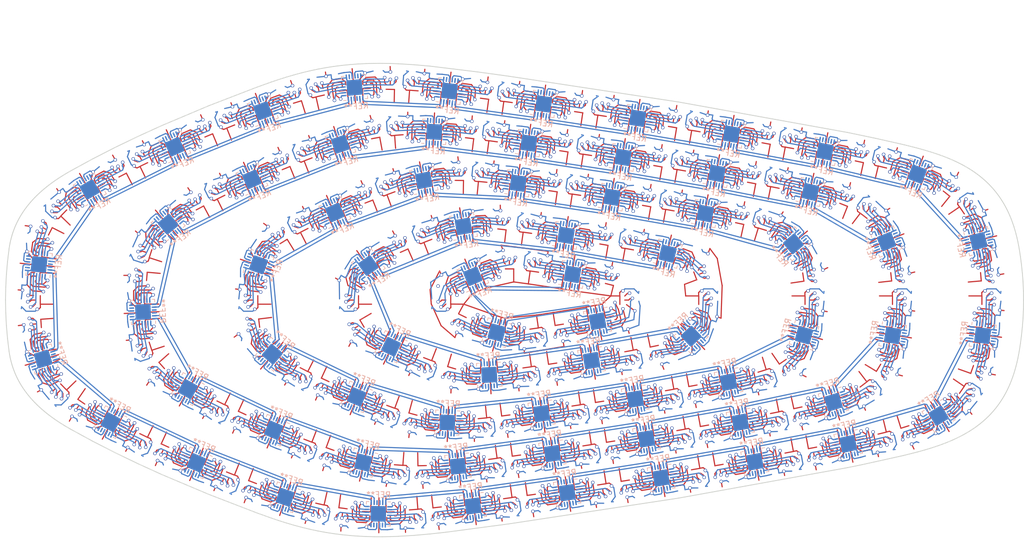
<source format=kicad_pcb>
(kicad_pcb (version 20171130) (host pcbnew "(5.0.2-5-10.14)")
  (title_block (title "A title") (comment 1 "Comment 1"))
  (layers (0 F.Cu signal) (1 Inner1.Cu signal) (2 Inner2.Cu signal) (31 B.Cu signal) (34 B.Paste user) (35 F.Paste user) (36 B.SilkS user) (37 F.SilkS user) (38 B.Mask user) (39 F.Mask user) (44 Edge.Cuts user))
  (net 0 "")
  (net 1 GND)
  (module Texas_RGE0024H_EP2.7x2.7mm (layer B.Cu) (at 101.251051 58.616541 223.397806)
    (fp_text reference REF** (at 0 3.32 223.397806) (layer B.SilkS) (effects (justify mirror)))
    (fp_text value Texas_RGE0024H_EP2.7x2.7mm)
    (pad 25 smd roundrect (at 0 0 223.397806) (size 2.7 2.7) (layers B.Cu B.Mask) (roundrect_rratio 0.09259299999999999))
    (pad 1 smd roundrect (at -1.95 1.25 223.397806) (size 0.85 0.25) (layers B.Cu B.Paste B.Mask))
    (pad 2 smd roundrect (at -1.95 0.75 223.397806) (size 0.85 0.25) (layers B.Cu B.Paste B.Mask))
    (pad 3 smd roundrect (at -1.95 0.25 223.397806) (size 0.85 0.25) (layers B.Cu B.Paste B.Mask))
    (pad 4 smd roundrect (at -1.95 -0.25 223.397806) (size 0.85 0.25) (layers B.Cu B.Paste B.Mask))
    (pad 5 smd roundrect (at -1.95 -0.75 223.397806) (size 0.85 0.25) (layers B.Cu B.Paste B.Mask))
    (pad 6 smd roundrect (at -1.95 -1.25 223.397806) (size 0.85 0.25) (layers B.Cu B.Paste B.Mask))
    (pad 7 smd roundrect (at -1.25 -1.95 223.397806) (size 0.25 0.85) (layers B.Cu B.Paste B.Mask))
    (pad 8 smd roundrect (at -0.75 -1.95 223.397806) (size 0.25 0.85) (layers B.Cu B.Paste B.Mask))
    (pad 9 smd roundrect (at -0.25 -1.95 223.397806) (size 0.25 0.85) (layers B.Cu B.Paste B.Mask))
    (pad 10 smd roundrect (at 0.25 -1.95 223.397806) (size 0.25 0.85) (layers B.Cu B.Paste B.Mask))
    (pad 11 smd roundrect (at 0.75 -1.95 223.397806) (size 0.25 0.85) (layers B.Cu B.Paste B.Mask))
    (pad 12 smd roundrect (at 1.25 -1.95 223.397806) (size 0.25 0.85) (layers B.Cu B.Paste B.Mask))
    (pad 13 smd roundrect (at 1.95 -1.25 223.397806) (size 0.85 0.25) (layers B.Cu B.Paste B.Mask))
    (pad 14 smd roundrect (at 1.95 -0.75 223.397806) (size 0.85 0.25) (layers B.Cu B.Paste B.Mask))
    (pad 15 smd roundrect (at 1.95 -0.25 223.397806) (size 0.85 0.25) (layers B.Cu B.Paste B.Mask))
    (pad 16 smd roundrect (at 1.95 0.25 223.397806) (size 0.85 0.25) (layers B.Cu B.Paste B.Mask))
    (pad 17 smd roundrect (at 1.95 0.75 223.397806) (size 0.85 0.25) (layers B.Cu B.Paste B.Mask))
    (pad 18 smd roundrect (at 1.95 1.25 223.397806) (size 0.85 0.25) (layers B.Cu B.Paste B.Mask))
    (pad 19 smd roundrect (at 1.25 1.95 223.397806) (size 0.25 0.85) (layers B.Cu B.Paste B.Mask))
    (pad 20 smd roundrect (at 0.75 1.95 223.397806) (size 0.25 0.85) (layers B.Cu B.Paste B.Mask))
    (pad 21 smd roundrect (at 0.25 1.95 223.397806) (size 0.25 0.85) (layers B.Cu B.Paste B.Mask))
    (pad 22 smd roundrect (at -0.25 1.95 223.397806) (size 0.25 0.85) (layers B.Cu B.Paste B.Mask))
    (pad 23 smd roundrect (at -0.75 1.95 223.397806) (size 0.25 0.85) (layers B.Cu B.Paste B.Mask))
    (pad 24 smd roundrect (at -1.25 1.95 223.397806) (size 0.25 0.85) (layers B.Cu B.Paste B.Mask))
  )
  (module Texas_RGE0024H_EP2.7x2.7mm (layer B.Cu) (at 83.907398 62.86969 189.441389)
    (fp_text reference REF** (at 0 3.32 189.441389) (layer B.SilkS) (effects (justify mirror)))
    (fp_text value Texas_RGE0024H_EP2.7x2.7mm)
    (pad 25 smd roundrect (at 0 0 189.441389) (size 2.7 2.7) (layers B.Cu B.Mask) (roundrect_rratio 0.09259299999999999))
    (pad 1 smd roundrect (at -1.95 1.25 189.441389) (size 0.85 0.25) (layers B.Cu B.Paste B.Mask))
    (pad 2 smd roundrect (at -1.95 0.75 189.441389) (size 0.85 0.25) (layers B.Cu B.Paste B.Mask))
    (pad 3 smd roundrect (at -1.95 0.25 189.441389) (size 0.85 0.25) (layers B.Cu B.Paste B.Mask))
    (pad 4 smd roundrect (at -1.95 -0.25 189.441389) (size 0.85 0.25) (layers B.Cu B.Paste B.Mask))
    (pad 5 smd roundrect (at -1.95 -0.75 189.441389) (size 0.85 0.25) (layers B.Cu B.Paste B.Mask))
    (pad 6 smd roundrect (at -1.95 -1.25 189.441389) (size 0.85 0.25) (layers B.Cu B.Paste B.Mask))
    (pad 7 smd roundrect (at -1.25 -1.95 189.441389) (size 0.25 0.85) (layers B.Cu B.Paste B.Mask))
    (pad 8 smd roundrect (at -0.75 -1.95 189.441389) (size 0.25 0.85) (layers B.Cu B.Paste B.Mask))
    (pad 9 smd roundrect (at -0.25 -1.95 189.441389) (size 0.25 0.85) (layers B.Cu B.Paste B.Mask))
    (pad 10 smd roundrect (at 0.25 -1.95 189.441389) (size 0.25 0.85) (layers B.Cu B.Paste B.Mask))
    (pad 11 smd roundrect (at 0.75 -1.95 189.441389) (size 0.25 0.85) (layers B.Cu B.Paste B.Mask))
    (pad 12 smd roundrect (at 1.25 -1.95 189.441389) (size 0.25 0.85) (layers B.Cu B.Paste B.Mask))
    (pad 13 smd roundrect (at 1.95 -1.25 189.441389) (size 0.85 0.25) (layers B.Cu B.Paste B.Mask))
    (pad 14 smd roundrect (at 1.95 -0.75 189.441389) (size 0.85 0.25) (layers B.Cu B.Paste B.Mask))
    (pad 15 smd roundrect (at 1.95 -0.25 189.441389) (size 0.85 0.25) (layers B.Cu B.Paste B.Mask))
    (pad 16 smd roundrect (at 1.95 0.25 189.441389) (size 0.85 0.25) (layers B.Cu B.Paste B.Mask))
    (pad 17 smd roundrect (at 1.95 0.75 189.441389) (size 0.85 0.25) (layers B.Cu B.Paste B.Mask))
    (pad 18 smd roundrect (at 1.95 1.25 189.441389) (size 0.85 0.25) (layers B.Cu B.Paste B.Mask))
    (pad 19 smd roundrect (at 1.25 1.95 189.441389) (size 0.25 0.85) (layers B.Cu B.Paste B.Mask))
    (pad 20 smd roundrect (at 0.75 1.95 189.441389) (size 0.25 0.85) (layers B.Cu B.Paste B.Mask))
    (pad 21 smd roundrect (at 0.25 1.95 189.441389) (size 0.25 0.85) (layers B.Cu B.Paste B.Mask))
    (pad 22 smd roundrect (at -0.25 1.95 189.441389) (size 0.25 0.85) (layers B.Cu B.Paste B.Mask))
    (pad 23 smd roundrect (at -0.75 1.95 189.441389) (size 0.25 0.85) (layers B.Cu B.Paste B.Mask))
    (pad 24 smd roundrect (at -1.25 1.95 189.441389) (size 0.25 0.85) (layers B.Cu B.Paste B.Mask))
  )
  (module Texas_RGE0024H_EP2.7x2.7mm (layer B.Cu) (at 66.090433 65.356691 183.23405)
    (fp_text reference REF** (at 0 3.32 183.23405) (layer B.SilkS) (effects (justify mirror)))
    (fp_text value Texas_RGE0024H_EP2.7x2.7mm)
    (pad 25 smd roundrect (at 0 0 183.23405) (size 2.7 2.7) (layers B.Cu B.Mask) (roundrect_rratio 0.09259299999999999))
    (pad 1 smd roundrect (at -1.95 1.25 183.23405) (size 0.85 0.25) (layers B.Cu B.Paste B.Mask))
    (pad 2 smd roundrect (at -1.95 0.75 183.23405) (size 0.85 0.25) (layers B.Cu B.Paste B.Mask))
    (pad 3 smd roundrect (at -1.95 0.25 183.23405) (size 0.85 0.25) (layers B.Cu B.Paste B.Mask))
    (pad 4 smd roundrect (at -1.95 -0.25 183.23405) (size 0.85 0.25) (layers B.Cu B.Paste B.Mask))
    (pad 5 smd roundrect (at -1.95 -0.75 183.23405) (size 0.85 0.25) (layers B.Cu B.Paste B.Mask))
    (pad 6 smd roundrect (at -1.95 -1.25 183.23405) (size 0.85 0.25) (layers B.Cu B.Paste B.Mask))
    (pad 7 smd roundrect (at -1.25 -1.95 183.23405) (size 0.25 0.85) (layers B.Cu B.Paste B.Mask))
    (pad 8 smd roundrect (at -0.75 -1.95 183.23405) (size 0.25 0.85) (layers B.Cu B.Paste B.Mask))
    (pad 9 smd roundrect (at -0.25 -1.95 183.23405) (size 0.25 0.85) (layers B.Cu B.Paste B.Mask))
    (pad 10 smd roundrect (at 0.25 -1.95 183.23405) (size 0.25 0.85) (layers B.Cu B.Paste B.Mask))
    (pad 11 smd roundrect (at 0.75 -1.95 183.23405) (size 0.25 0.85) (layers B.Cu B.Paste B.Mask))
    (pad 12 smd roundrect (at 1.25 -1.95 183.23405) (size 0.25 0.85) (layers B.Cu B.Paste B.Mask))
    (pad 13 smd roundrect (at 1.95 -1.25 183.23405) (size 0.85 0.25) (layers B.Cu B.Paste B.Mask))
    (pad 14 smd roundrect (at 1.95 -0.75 183.23405) (size 0.85 0.25) (layers B.Cu B.Paste B.Mask))
    (pad 15 smd roundrect (at 1.95 -0.25 183.23405) (size 0.85 0.25) (layers B.Cu B.Paste B.Mask))
    (pad 16 smd roundrect (at 1.95 0.25 183.23405) (size 0.85 0.25) (layers B.Cu B.Paste B.Mask))
    (pad 17 smd roundrect (at 1.95 0.75 183.23405) (size 0.85 0.25) (layers B.Cu B.Paste B.Mask))
    (pad 18 smd roundrect (at 1.95 1.25 183.23405) (size 0.85 0.25) (layers B.Cu B.Paste B.Mask))
    (pad 19 smd roundrect (at 1.25 1.95 183.23405) (size 0.25 0.85) (layers B.Cu B.Paste B.Mask))
    (pad 20 smd roundrect (at 0.75 1.95 183.23405) (size 0.25 0.85) (layers B.Cu B.Paste B.Mask))
    (pad 21 smd roundrect (at 0.25 1.95 183.23405) (size 0.25 0.85) (layers B.Cu B.Paste B.Mask))
    (pad 22 smd roundrect (at -0.25 1.95 183.23405) (size 0.25 0.85) (layers B.Cu B.Paste B.Mask))
    (pad 23 smd roundrect (at -0.75 1.95 183.23405) (size 0.25 0.85) (layers B.Cu B.Paste B.Mask))
    (pad 24 smd roundrect (at -1.25 1.95 183.23405) (size 0.25 0.85) (layers B.Cu B.Paste B.Mask))
  )
  (module Texas_RGE0024H_EP2.7x2.7mm (layer B.Cu) (at 48.988471 60.451094 154.40412)
    (fp_text reference REF** (at 0 3.32 154.40412) (layer B.SilkS) (effects (justify mirror)))
    (fp_text value Texas_RGE0024H_EP2.7x2.7mm)
    (pad 25 smd roundrect (at 0 0 154.40412) (size 2.7 2.7) (layers B.Cu B.Mask) (roundrect_rratio 0.09259299999999999))
    (pad 1 smd roundrect (at -1.95 1.25 154.40412) (size 0.85 0.25) (layers B.Cu B.Paste B.Mask))
    (pad 2 smd roundrect (at -1.95 0.75 154.40412) (size 0.85 0.25) (layers B.Cu B.Paste B.Mask))
    (pad 3 smd roundrect (at -1.95 0.25 154.40412) (size 0.85 0.25) (layers B.Cu B.Paste B.Mask))
    (pad 4 smd roundrect (at -1.95 -0.25 154.40412) (size 0.85 0.25) (layers B.Cu B.Paste B.Mask))
    (pad 5 smd roundrect (at -1.95 -0.75 154.40412) (size 0.85 0.25) (layers B.Cu B.Paste B.Mask))
    (pad 6 smd roundrect (at -1.95 -1.25 154.40412) (size 0.85 0.25) (layers B.Cu B.Paste B.Mask))
    (pad 7 smd roundrect (at -1.25 -1.95 154.40412) (size 0.25 0.85) (layers B.Cu B.Paste B.Mask))
    (pad 8 smd roundrect (at -0.75 -1.95 154.40412) (size 0.25 0.85) (layers B.Cu B.Paste B.Mask))
    (pad 9 smd roundrect (at -0.25 -1.95 154.40412) (size 0.25 0.85) (layers B.Cu B.Paste B.Mask))
    (pad 10 smd roundrect (at 0.25 -1.95 154.40412) (size 0.25 0.85) (layers B.Cu B.Paste B.Mask))
    (pad 11 smd roundrect (at 0.75 -1.95 154.40412) (size 0.25 0.85) (layers B.Cu B.Paste B.Mask))
    (pad 12 smd roundrect (at 1.25 -1.95 154.40412) (size 0.25 0.85) (layers B.Cu B.Paste B.Mask))
    (pad 13 smd roundrect (at 1.95 -1.25 154.40412) (size 0.85 0.25) (layers B.Cu B.Paste B.Mask))
    (pad 14 smd roundrect (at 1.95 -0.75 154.40412) (size 0.85 0.25) (layers B.Cu B.Paste B.Mask))
    (pad 15 smd roundrect (at 1.95 -0.25 154.40412) (size 0.85 0.25) (layers B.Cu B.Paste B.Mask))
    (pad 16 smd roundrect (at 1.95 0.25 154.40412) (size 0.85 0.25) (layers B.Cu B.Paste B.Mask))
    (pad 17 smd roundrect (at 1.95 0.75 154.40412) (size 0.85 0.25) (layers B.Cu B.Paste B.Mask))
    (pad 18 smd roundrect (at 1.95 1.25 154.40412) (size 0.85 0.25) (layers B.Cu B.Paste B.Mask))
    (pad 19 smd roundrect (at 1.25 1.95 154.40412) (size 0.25 0.85) (layers B.Cu B.Paste B.Mask))
    (pad 20 smd roundrect (at 0.75 1.95 154.40412) (size 0.25 0.85) (layers B.Cu B.Paste B.Mask))
    (pad 21 smd roundrect (at 0.25 1.95 154.40412) (size 0.25 0.85) (layers B.Cu B.Paste B.Mask))
    (pad 22 smd roundrect (at -0.25 1.95 154.40412) (size 0.25 0.85) (layers B.Cu B.Paste B.Mask))
    (pad 23 smd roundrect (at -0.75 1.95 154.40412) (size 0.25 0.85) (layers B.Cu B.Paste B.Mask))
    (pad 24 smd roundrect (at -1.25 1.95 154.40412) (size 0.25 0.85) (layers B.Cu B.Paste B.Mask))
  )
  (module Texas_RGE0024H_EP2.7x2.7mm (layer B.Cu) (at 45.033503 46.304231 35.571294)
    (fp_text reference REF** (at 0 3.32 35.571294) (layer B.SilkS) (effects (justify mirror)))
    (fp_text value Texas_RGE0024H_EP2.7x2.7mm)
    (pad 25 smd roundrect (at 0 0 35.571294) (size 2.7 2.7) (layers B.Cu B.Mask) (roundrect_rratio 0.09259299999999999))
    (pad 1 smd roundrect (at -1.950001 1.25 35.571294) (size 0.85 0.25) (layers B.Cu B.Paste B.Mask))
    (pad 2 smd roundrect (at -1.95 0.750001 35.571294) (size 0.85 0.25) (layers B.Cu B.Paste B.Mask))
    (pad 3 smd roundrect (at -1.95 0.25 35.571294) (size 0.85 0.25) (layers B.Cu B.Paste B.Mask))
    (pad 4 smd roundrect (at -1.95 -0.25 35.571294) (size 0.85 0.25) (layers B.Cu B.Paste B.Mask))
    (pad 5 smd roundrect (at -1.95 -0.75 35.571294) (size 0.85 0.25) (layers B.Cu B.Paste B.Mask))
    (pad 6 smd roundrect (at -1.95 -1.25 35.571294) (size 0.85 0.25) (layers B.Cu B.Paste B.Mask))
    (pad 7 smd roundrect (at -1.25 -1.950001 35.571294) (size 0.25 0.85) (layers B.Cu B.Paste B.Mask))
    (pad 8 smd roundrect (at -0.750001 -1.95 35.571294) (size 0.25 0.85) (layers B.Cu B.Paste B.Mask))
    (pad 9 smd roundrect (at -0.25 -1.95 35.571294) (size 0.25 0.85) (layers B.Cu B.Paste B.Mask))
    (pad 10 smd roundrect (at 0.25 -1.95 35.571294) (size 0.25 0.85) (layers B.Cu B.Paste B.Mask))
    (pad 11 smd roundrect (at 0.75 -1.95 35.571294) (size 0.25 0.85) (layers B.Cu B.Paste B.Mask))
    (pad 12 smd roundrect (at 1.25 -1.95 35.571294) (size 0.25 0.85) (layers B.Cu B.Paste B.Mask))
    (pad 13 smd roundrect (at 1.950001 -1.25 35.571294) (size 0.85 0.25) (layers B.Cu B.Paste B.Mask))
    (pad 14 smd roundrect (at 1.95 -0.750001 35.571294) (size 0.85 0.25) (layers B.Cu B.Paste B.Mask))
    (pad 15 smd roundrect (at 1.95 -0.25 35.571294) (size 0.85 0.25) (layers B.Cu B.Paste B.Mask))
    (pad 16 smd roundrect (at 1.95 0.25 35.571294) (size 0.85 0.25) (layers B.Cu B.Paste B.Mask))
    (pad 17 smd roundrect (at 1.95 0.75 35.571294) (size 0.85 0.25) (layers B.Cu B.Paste B.Mask))
    (pad 18 smd roundrect (at 1.95 1.25 35.571294) (size 0.85 0.25) (layers B.Cu B.Paste B.Mask))
    (pad 19 smd roundrect (at 1.25 1.950001 35.571294) (size 0.25 0.85) (layers B.Cu B.Paste B.Mask))
    (pad 20 smd roundrect (at 0.750001 1.95 35.571294) (size 0.25 0.85) (layers B.Cu B.Paste B.Mask))
    (pad 21 smd roundrect (at 0.25 1.95 35.571294) (size 0.25 0.85) (layers B.Cu B.Paste B.Mask))
    (pad 22 smd roundrect (at -0.25 1.95 35.571294) (size 0.25 0.85) (layers B.Cu B.Paste B.Mask))
    (pad 23 smd roundrect (at -0.75 1.95 35.571294) (size 0.25 0.85) (layers B.Cu B.Paste B.Mask))
    (pad 24 smd roundrect (at -1.25 1.95 35.571294) (size 0.25 0.85) (layers B.Cu B.Paste B.Mask))
  )
  (module Texas_RGE0024H_EP2.7x2.7mm (layer B.Cu) (at 61.60622 39.465896 9.612497)
    (fp_text reference REF** (at 0 3.32 9.612497) (layer B.SilkS) (effects (justify mirror)))
    (fp_text value Texas_RGE0024H_EP2.7x2.7mm)
    (pad 25 smd roundrect (at 0 0 9.612497) (size 2.7 2.7) (layers B.Cu B.Mask) (roundrect_rratio 0.09259299999999999))
    (pad 1 smd roundrect (at -1.95 1.25 9.612497) (size 0.85 0.25) (layers B.Cu B.Paste B.Mask))
    (pad 2 smd roundrect (at -1.95 0.75 9.612497) (size 0.85 0.25) (layers B.Cu B.Paste B.Mask))
    (pad 3 smd roundrect (at -1.95 0.25 9.612497) (size 0.85 0.25) (layers B.Cu B.Paste B.Mask))
    (pad 4 smd roundrect (at -1.95 -0.249999 9.612497) (size 0.85 0.25) (layers B.Cu B.Paste B.Mask))
    (pad 5 smd roundrect (at -1.95 -0.75 9.612497) (size 0.85 0.25) (layers B.Cu B.Paste B.Mask))
    (pad 6 smd roundrect (at -1.95 -1.25 9.612497) (size 0.85 0.25) (layers B.Cu B.Paste B.Mask))
    (pad 7 smd roundrect (at -1.25 -1.95 9.612497) (size 0.25 0.85) (layers B.Cu B.Paste B.Mask))
    (pad 8 smd roundrect (at -0.75 -1.95 9.612497) (size 0.25 0.85) (layers B.Cu B.Paste B.Mask))
    (pad 9 smd roundrect (at -0.25 -1.95 9.612497) (size 0.25 0.85) (layers B.Cu B.Paste B.Mask))
    (pad 10 smd roundrect (at 0.249999 -1.95 9.612497) (size 0.25 0.85) (layers B.Cu B.Paste B.Mask))
    (pad 11 smd roundrect (at 0.75 -1.95 9.612497) (size 0.25 0.85) (layers B.Cu B.Paste B.Mask))
    (pad 12 smd roundrect (at 1.25 -1.95 9.612497) (size 0.25 0.85) (layers B.Cu B.Paste B.Mask))
    (pad 13 smd roundrect (at 1.95 -1.25 9.612497) (size 0.85 0.25) (layers B.Cu B.Paste B.Mask))
    (pad 14 smd roundrect (at 1.95 -0.75 9.612497) (size 0.85 0.25) (layers B.Cu B.Paste B.Mask))
    (pad 15 smd roundrect (at 1.95 -0.25 9.612497) (size 0.85 0.25) (layers B.Cu B.Paste B.Mask))
    (pad 16 smd roundrect (at 1.95 0.249999 9.612497) (size 0.85 0.25) (layers B.Cu B.Paste B.Mask))
    (pad 17 smd roundrect (at 1.95 0.75 9.612497) (size 0.85 0.25) (layers B.Cu B.Paste B.Mask))
    (pad 18 smd roundrect (at 1.95 1.25 9.612497) (size 0.85 0.25) (layers B.Cu B.Paste B.Mask))
    (pad 19 smd roundrect (at 1.25 1.95 9.612497) (size 0.25 0.85) (layers B.Cu B.Paste B.Mask))
    (pad 20 smd roundrect (at 0.75 1.95 9.612497) (size 0.25 0.85) (layers B.Cu B.Paste B.Mask))
    (pad 21 smd roundrect (at 0.25 1.95 9.612497) (size 0.25 0.85) (layers B.Cu B.Paste B.Mask))
    (pad 22 smd roundrect (at -0.249999 1.95 9.612497) (size 0.25 0.85) (layers B.Cu B.Paste B.Mask))
    (pad 23 smd roundrect (at -0.75 1.95 9.612497) (size 0.25 0.85) (layers B.Cu B.Paste B.Mask))
    (pad 24 smd roundrect (at -1.25 1.95 9.612497) (size 0.25 0.85) (layers B.Cu B.Paste B.Mask))
  )
  (module Texas_RGE0024H_EP2.7x2.7mm (layer B.Cu) (at 79.465864 41.037437 351.172974)
    (fp_text reference REF** (at 0 3.32 351.172974) (layer B.SilkS) (effects (justify mirror)))
    (fp_text value Texas_RGE0024H_EP2.7x2.7mm)
    (pad 25 smd roundrect (at 0 0 351.172974) (size 2.7 2.7) (layers B.Cu B.Mask) (roundrect_rratio 0.09259299999999999))
    (pad 1 smd roundrect (at -1.95 1.25 351.172974) (size 0.85 0.25) (layers B.Cu B.Paste B.Mask))
    (pad 2 smd roundrect (at -1.95 0.75 351.172974) (size 0.85 0.25) (layers B.Cu B.Paste B.Mask))
    (pad 3 smd roundrect (at -1.95 0.25 351.172974) (size 0.85 0.25) (layers B.Cu B.Paste B.Mask))
    (pad 4 smd roundrect (at -1.95 -0.25 351.172974) (size 0.85 0.25) (layers B.Cu B.Paste B.Mask))
    (pad 5 smd roundrect (at -1.95 -0.75 351.172974) (size 0.85 0.25) (layers B.Cu B.Paste B.Mask))
    (pad 6 smd roundrect (at -1.949999 -1.25 351.172974) (size 0.85 0.25) (layers B.Cu B.Paste B.Mask))
    (pad 7 smd roundrect (at -1.25 -1.95 351.172974) (size 0.25 0.85) (layers B.Cu B.Paste B.Mask))
    (pad 8 smd roundrect (at -0.75 -1.95 351.172974) (size 0.25 0.85) (layers B.Cu B.Paste B.Mask))
    (pad 9 smd roundrect (at -0.25 -1.95 351.172974) (size 0.25 0.85) (layers B.Cu B.Paste B.Mask))
    (pad 10 smd roundrect (at 0.25 -1.95 351.172974) (size 0.25 0.85) (layers B.Cu B.Paste B.Mask))
    (pad 11 smd roundrect (at 0.75 -1.95 351.172974) (size 0.25 0.85) (layers B.Cu B.Paste B.Mask))
    (pad 12 smd roundrect (at 1.25 -1.949999 351.172974) (size 0.25 0.85) (layers B.Cu B.Paste B.Mask))
    (pad 13 smd roundrect (at 1.95 -1.25 351.172974) (size 0.85 0.25) (layers B.Cu B.Paste B.Mask))
    (pad 14 smd roundrect (at 1.95 -0.75 351.172974) (size 0.85 0.25) (layers B.Cu B.Paste B.Mask))
    (pad 15 smd roundrect (at 1.95 -0.25 351.172974) (size 0.85 0.25) (layers B.Cu B.Paste B.Mask))
    (pad 16 smd roundrect (at 1.95 0.25 351.172974) (size 0.85 0.25) (layers B.Cu B.Paste B.Mask))
    (pad 17 smd roundrect (at 1.95 0.75 351.172974) (size 0.85 0.25) (layers B.Cu B.Paste B.Mask))
    (pad 18 smd roundrect (at 1.949999 1.25 351.172974) (size 0.85 0.25) (layers B.Cu B.Paste B.Mask))
    (pad 19 smd roundrect (at 1.25 1.95 351.172974) (size 0.25 0.85) (layers B.Cu B.Paste B.Mask))
    (pad 20 smd roundrect (at 0.75 1.95 351.172974) (size 0.25 0.85) (layers B.Cu B.Paste B.Mask))
    (pad 21 smd roundrect (at 0.25 1.95 351.172974) (size 0.25 0.85) (layers B.Cu B.Paste B.Mask))
    (pad 22 smd roundrect (at -0.25 1.95 351.172974) (size 0.25 0.85) (layers B.Cu B.Paste B.Mask))
    (pad 23 smd roundrect (at -0.75 1.95 351.172974) (size 0.25 0.85) (layers B.Cu B.Paste B.Mask))
    (pad 24 smd roundrect (at -1.25 1.949999 351.172974) (size 0.25 0.85) (layers B.Cu B.Paste B.Mask))
  )
  (module Texas_RGE0024H_EP2.7x2.7mm (layer B.Cu) (at 97.171725 44.230163 346.592212)
    (fp_text reference REF** (at 0 3.32 346.592212) (layer B.SilkS) (effects (justify mirror)))
    (fp_text value Texas_RGE0024H_EP2.7x2.7mm)
    (pad 25 smd roundrect (at 0 0 346.592212) (size 2.7 2.7) (layers B.Cu B.Mask) (roundrect_rratio 0.09259299999999999))
    (pad 1 smd roundrect (at -1.95 1.25 346.592212) (size 0.85 0.25) (layers B.Cu B.Paste B.Mask))
    (pad 2 smd roundrect (at -1.95 0.75 346.592212) (size 0.85 0.25) (layers B.Cu B.Paste B.Mask))
    (pad 3 smd roundrect (at -1.95 0.25 346.592212) (size 0.85 0.25) (layers B.Cu B.Paste B.Mask))
    (pad 4 smd roundrect (at -1.949999 -0.25 346.592212) (size 0.85 0.25) (layers B.Cu B.Paste B.Mask))
    (pad 5 smd roundrect (at -1.95 -0.750001 346.592212) (size 0.85 0.25) (layers B.Cu B.Paste B.Mask))
    (pad 6 smd roundrect (at -1.95 -1.25 346.592212) (size 0.85 0.25) (layers B.Cu B.Paste B.Mask))
    (pad 7 smd roundrect (at -1.25 -1.95 346.592212) (size 0.25 0.85) (layers B.Cu B.Paste B.Mask))
    (pad 8 smd roundrect (at -0.75 -1.95 346.592212) (size 0.25 0.85) (layers B.Cu B.Paste B.Mask))
    (pad 9 smd roundrect (at -0.25 -1.95 346.592212) (size 0.25 0.85) (layers B.Cu B.Paste B.Mask))
    (pad 10 smd roundrect (at 0.25 -1.949999 346.592212) (size 0.25 0.85) (layers B.Cu B.Paste B.Mask))
    (pad 11 smd roundrect (at 0.750001 -1.95 346.592212) (size 0.25 0.85) (layers B.Cu B.Paste B.Mask))
    (pad 12 smd roundrect (at 1.25 -1.95 346.592212) (size 0.25 0.85) (layers B.Cu B.Paste B.Mask))
    (pad 13 smd roundrect (at 1.95 -1.25 346.592212) (size 0.85 0.25) (layers B.Cu B.Paste B.Mask))
    (pad 14 smd roundrect (at 1.95 -0.75 346.592212) (size 0.85 0.25) (layers B.Cu B.Paste B.Mask))
    (pad 15 smd roundrect (at 1.95 -0.25 346.592212) (size 0.85 0.25) (layers B.Cu B.Paste B.Mask))
    (pad 16 smd roundrect (at 1.949999 0.25 346.592212) (size 0.85 0.25) (layers B.Cu B.Paste B.Mask))
    (pad 17 smd roundrect (at 1.95 0.750001 346.592212) (size 0.85 0.25) (layers B.Cu B.Paste B.Mask))
    (pad 18 smd roundrect (at 1.95 1.25 346.592212) (size 0.85 0.25) (layers B.Cu B.Paste B.Mask))
    (pad 19 smd roundrect (at 1.25 1.95 346.592212) (size 0.25 0.85) (layers B.Cu B.Paste B.Mask))
    (pad 20 smd roundrect (at 0.75 1.95 346.592212) (size 0.25 0.85) (layers B.Cu B.Paste B.Mask))
    (pad 21 smd roundrect (at 0.25 1.95 346.592212) (size 0.25 0.85) (layers B.Cu B.Paste B.Mask))
    (pad 22 smd roundrect (at -0.25 1.949999 346.592212) (size 0.25 0.85) (layers B.Cu B.Paste B.Mask))
    (pad 23 smd roundrect (at -0.750001 1.95 346.592212) (size 0.25 0.85) (layers B.Cu B.Paste B.Mask))
    (pad 24 smd roundrect (at -1.25 1.95 346.592212) (size 0.25 0.85) (layers B.Cu B.Paste B.Mask))
  )
  (module Texas_RGE0024H_EP2.7x2.7mm (layer B.Cu) (at 120.91036 58.446486 254.900713)
    (fp_text reference REF** (at 0 3.32 254.900713) (layer B.SilkS) (effects (justify mirror)))
    (fp_text value Texas_RGE0024H_EP2.7x2.7mm)
    (pad 25 smd roundrect (at 0 0 254.900713) (size 2.7 2.7) (layers B.Cu B.Mask) (roundrect_rratio 0.09259299999999999))
    (pad 1 smd roundrect (at -1.950001 1.25 254.900713) (size 0.85 0.25) (layers B.Cu B.Paste B.Mask))
    (pad 2 smd roundrect (at -1.95 0.75 254.900713) (size 0.85 0.25) (layers B.Cu B.Paste B.Mask))
    (pad 3 smd roundrect (at -1.95 0.25 254.900713) (size 0.85 0.25) (layers B.Cu B.Paste B.Mask))
    (pad 4 smd roundrect (at -1.95 -0.25 254.900713) (size 0.85 0.25) (layers B.Cu B.Paste B.Mask))
    (pad 5 smd roundrect (at -1.95 -0.75 254.900713) (size 0.85 0.25) (layers B.Cu B.Paste B.Mask))
    (pad 6 smd roundrect (at -1.95 -1.25 254.900713) (size 0.85 0.25) (layers B.Cu B.Paste B.Mask))
    (pad 7 smd roundrect (at -1.25 -1.950001 254.900713) (size 0.25 0.85) (layers B.Cu B.Paste B.Mask))
    (pad 8 smd roundrect (at -0.75 -1.95 254.900713) (size 0.25 0.85) (layers B.Cu B.Paste B.Mask))
    (pad 9 smd roundrect (at -0.25 -1.95 254.900713) (size 0.25 0.85) (layers B.Cu B.Paste B.Mask))
    (pad 10 smd roundrect (at 0.25 -1.95 254.900713) (size 0.25 0.85) (layers B.Cu B.Paste B.Mask))
    (pad 11 smd roundrect (at 0.75 -1.95 254.900713) (size 0.25 0.85) (layers B.Cu B.Paste B.Mask))
    (pad 12 smd roundrect (at 1.25 -1.95 254.900713) (size 0.25 0.85) (layers B.Cu B.Paste B.Mask))
    (pad 13 smd roundrect (at 1.950001 -1.25 254.900713) (size 0.85 0.25) (layers B.Cu B.Paste B.Mask))
    (pad 14 smd roundrect (at 1.95 -0.75 254.900713) (size 0.85 0.25) (layers B.Cu B.Paste B.Mask))
    (pad 15 smd roundrect (at 1.95 -0.25 254.900713) (size 0.85 0.25) (layers B.Cu B.Paste B.Mask))
    (pad 16 smd roundrect (at 1.95 0.25 254.900713) (size 0.85 0.25) (layers B.Cu B.Paste B.Mask))
    (pad 17 smd roundrect (at 1.95 0.75 254.900713) (size 0.85 0.25) (layers B.Cu B.Paste B.Mask))
    (pad 18 smd roundrect (at 1.95 1.25 254.900713) (size 0.85 0.25) (layers B.Cu B.Paste B.Mask))
    (pad 19 smd roundrect (at 1.25 1.950001 254.900713) (size 0.25 0.85) (layers B.Cu B.Paste B.Mask))
    (pad 20 smd roundrect (at 0.75 1.95 254.900713) (size 0.25 0.85) (layers B.Cu B.Paste B.Mask))
    (pad 21 smd roundrect (at 0.25 1.95 254.900713) (size 0.25 0.85) (layers B.Cu B.Paste B.Mask))
    (pad 22 smd roundrect (at -0.25 1.95 254.900713) (size 0.25 0.85) (layers B.Cu B.Paste B.Mask))
    (pad 23 smd roundrect (at -0.75 1.95 254.900713) (size 0.25 0.85) (layers B.Cu B.Paste B.Mask))
    (pad 24 smd roundrect (at -1.25 1.95 254.900713) (size 0.25 0.85) (layers B.Cu B.Paste B.Mask))
  )
  (module Texas_RGE0024H_EP2.7x2.7mm (layer B.Cu) (at 107.772502 66.602266 191.868121)
    (fp_text reference REF** (at 0 3.32 191.868121) (layer B.SilkS) (effects (justify mirror)))
    (fp_text value Texas_RGE0024H_EP2.7x2.7mm)
    (pad 25 smd roundrect (at 0 0 191.868121) (size 2.7 2.7) (layers B.Cu B.Mask) (roundrect_rratio 0.09259299999999999))
    (pad 1 smd roundrect (at -1.95 1.25 191.868121) (size 0.85 0.25) (layers B.Cu B.Paste B.Mask))
    (pad 2 smd roundrect (at -1.95 0.75 191.868121) (size 0.85 0.25) (layers B.Cu B.Paste B.Mask))
    (pad 3 smd roundrect (at -1.95 0.25 191.868121) (size 0.85 0.25) (layers B.Cu B.Paste B.Mask))
    (pad 4 smd roundrect (at -1.95 -0.25 191.868121) (size 0.85 0.25) (layers B.Cu B.Paste B.Mask))
    (pad 5 smd roundrect (at -1.95 -0.75 191.868121) (size 0.85 0.25) (layers B.Cu B.Paste B.Mask))
    (pad 6 smd roundrect (at -1.95 -1.25 191.868121) (size 0.85 0.25) (layers B.Cu B.Paste B.Mask))
    (pad 7 smd roundrect (at -1.25 -1.95 191.868121) (size 0.25 0.85) (layers B.Cu B.Paste B.Mask))
    (pad 8 smd roundrect (at -0.75 -1.95 191.868121) (size 0.25 0.85) (layers B.Cu B.Paste B.Mask))
    (pad 9 smd roundrect (at -0.25 -1.95 191.868121) (size 0.25 0.85) (layers B.Cu B.Paste B.Mask))
    (pad 10 smd roundrect (at 0.25 -1.95 191.868121) (size 0.25 0.85) (layers B.Cu B.Paste B.Mask))
    (pad 11 smd roundrect (at 0.75 -1.95 191.868121) (size 0.25 0.85) (layers B.Cu B.Paste B.Mask))
    (pad 12 smd roundrect (at 1.25 -1.95 191.868121) (size 0.25 0.85) (layers B.Cu B.Paste B.Mask))
    (pad 13 smd roundrect (at 1.95 -1.25 191.868121) (size 0.85 0.25) (layers B.Cu B.Paste B.Mask))
    (pad 14 smd roundrect (at 1.95 -0.75 191.868121) (size 0.85 0.25) (layers B.Cu B.Paste B.Mask))
    (pad 15 smd roundrect (at 1.95 -0.25 191.868121) (size 0.85 0.25) (layers B.Cu B.Paste B.Mask))
    (pad 16 smd roundrect (at 1.95 0.25 191.868121) (size 0.85 0.25) (layers B.Cu B.Paste B.Mask))
    (pad 17 smd roundrect (at 1.95 0.75 191.868121) (size 0.85 0.25) (layers B.Cu B.Paste B.Mask))
    (pad 18 smd roundrect (at 1.95 1.25 191.868121) (size 0.85 0.25) (layers B.Cu B.Paste B.Mask))
    (pad 19 smd roundrect (at 1.25 1.95 191.868121) (size 0.25 0.85) (layers B.Cu B.Paste B.Mask))
    (pad 20 smd roundrect (at 0.75 1.95 191.868121) (size 0.25 0.85) (layers B.Cu B.Paste B.Mask))
    (pad 21 smd roundrect (at 0.25 1.95 191.868121) (size 0.25 0.85) (layers B.Cu B.Paste B.Mask))
    (pad 22 smd roundrect (at -0.25 1.95 191.868121) (size 0.25 0.85) (layers B.Cu B.Paste B.Mask))
    (pad 23 smd roundrect (at -0.75 1.95 191.868121) (size 0.25 0.85) (layers B.Cu B.Paste B.Mask))
    (pad 24 smd roundrect (at -1.25 1.95 191.868121) (size 0.25 0.85) (layers B.Cu B.Paste B.Mask))
  )
  (module Texas_RGE0024H_EP2.7x2.7mm (layer B.Cu) (at 91.528475 69.568482 189.58428)
    (fp_text reference REF** (at 0 3.32 189.58428) (layer B.SilkS) (effects (justify mirror)))
    (fp_text value Texas_RGE0024H_EP2.7x2.7mm)
    (pad 25 smd roundrect (at 0 0 189.58428) (size 2.7 2.7) (layers B.Cu B.Mask) (roundrect_rratio 0.09259299999999999))
    (pad 1 smd roundrect (at -1.95 1.25 189.58428) (size 0.85 0.25) (layers B.Cu B.Paste B.Mask))
    (pad 2 smd roundrect (at -1.95 0.75 189.58428) (size 0.85 0.25) (layers B.Cu B.Paste B.Mask))
    (pad 3 smd roundrect (at -1.95 0.25 189.58428) (size 0.85 0.25) (layers B.Cu B.Paste B.Mask))
    (pad 4 smd roundrect (at -1.95 -0.25 189.58428) (size 0.85 0.25) (layers B.Cu B.Paste B.Mask))
    (pad 5 smd roundrect (at -1.95 -0.75 189.58428) (size 0.85 0.25) (layers B.Cu B.Paste B.Mask))
    (pad 6 smd roundrect (at -1.95 -1.25 189.58428) (size 0.85 0.25) (layers B.Cu B.Paste B.Mask))
    (pad 7 smd roundrect (at -1.25 -1.95 189.58428) (size 0.25 0.85) (layers B.Cu B.Paste B.Mask))
    (pad 8 smd roundrect (at -0.75 -1.95 189.58428) (size 0.25 0.85) (layers B.Cu B.Paste B.Mask))
    (pad 9 smd roundrect (at -0.25 -1.95 189.58428) (size 0.25 0.85) (layers B.Cu B.Paste B.Mask))
    (pad 10 smd roundrect (at 0.25 -1.95 189.58428) (size 0.25 0.85) (layers B.Cu B.Paste B.Mask))
    (pad 11 smd roundrect (at 0.75 -1.95 189.58428) (size 0.25 0.85) (layers B.Cu B.Paste B.Mask))
    (pad 12 smd roundrect (at 1.25 -1.95 189.58428) (size 0.25 0.85) (layers B.Cu B.Paste B.Mask))
    (pad 13 smd roundrect (at 1.95 -1.25 189.58428) (size 0.85 0.25) (layers B.Cu B.Paste B.Mask))
    (pad 14 smd roundrect (at 1.95 -0.75 189.58428) (size 0.85 0.25) (layers B.Cu B.Paste B.Mask))
    (pad 15 smd roundrect (at 1.95 -0.25 189.58428) (size 0.85 0.25) (layers B.Cu B.Paste B.Mask))
    (pad 16 smd roundrect (at 1.95 0.25 189.58428) (size 0.85 0.25) (layers B.Cu B.Paste B.Mask))
    (pad 17 smd roundrect (at 1.95 0.75 189.58428) (size 0.85 0.25) (layers B.Cu B.Paste B.Mask))
    (pad 18 smd roundrect (at 1.95 1.25 189.58428) (size 0.85 0.25) (layers B.Cu B.Paste B.Mask))
    (pad 19 smd roundrect (at 1.25 1.95 189.58428) (size 0.25 0.85) (layers B.Cu B.Paste B.Mask))
    (pad 20 smd roundrect (at 0.75 1.95 189.58428) (size 0.25 0.85) (layers B.Cu B.Paste B.Mask))
    (pad 21 smd roundrect (at 0.25 1.95 189.58428) (size 0.25 0.85) (layers B.Cu B.Paste B.Mask))
    (pad 22 smd roundrect (at -0.25 1.95 189.58428) (size 0.25 0.85) (layers B.Cu B.Paste B.Mask))
    (pad 23 smd roundrect (at -0.75 1.95 189.58428) (size 0.25 0.85) (layers B.Cu B.Paste B.Mask))
    (pad 24 smd roundrect (at -1.25 1.95 189.58428) (size 0.25 0.85) (layers B.Cu B.Paste B.Mask))
  )
  (module Texas_RGE0024H_EP2.7x2.7mm (layer B.Cu) (at 75.21142 72.103659 188.101433)
    (fp_text reference REF** (at 0 3.32 188.101433) (layer B.SilkS) (effects (justify mirror)))
    (fp_text value Texas_RGE0024H_EP2.7x2.7mm)
    (pad 25 smd roundrect (at 0 0 188.101433) (size 2.7 2.7) (layers B.Cu B.Mask) (roundrect_rratio 0.09259299999999999))
    (pad 1 smd roundrect (at -1.95 1.25 188.101433) (size 0.85 0.25) (layers B.Cu B.Paste B.Mask))
    (pad 2 smd roundrect (at -1.95 0.75 188.101433) (size 0.85 0.25) (layers B.Cu B.Paste B.Mask))
    (pad 3 smd roundrect (at -1.95 0.25 188.101433) (size 0.85 0.25) (layers B.Cu B.Paste B.Mask))
    (pad 4 smd roundrect (at -1.95 -0.25 188.101433) (size 0.85 0.25) (layers B.Cu B.Paste B.Mask))
    (pad 5 smd roundrect (at -1.95 -0.75 188.101433) (size 0.85 0.25) (layers B.Cu B.Paste B.Mask))
    (pad 6 smd roundrect (at -1.95 -1.25 188.101433) (size 0.85 0.25) (layers B.Cu B.Paste B.Mask))
    (pad 7 smd roundrect (at -1.25 -1.95 188.101433) (size 0.25 0.85) (layers B.Cu B.Paste B.Mask))
    (pad 8 smd roundrect (at -0.75 -1.95 188.101433) (size 0.25 0.85) (layers B.Cu B.Paste B.Mask))
    (pad 9 smd roundrect (at -0.25 -1.95 188.101433) (size 0.25 0.85) (layers B.Cu B.Paste B.Mask))
    (pad 10 smd roundrect (at 0.25 -1.95 188.101433) (size 0.25 0.85) (layers B.Cu B.Paste B.Mask))
    (pad 11 smd roundrect (at 0.75 -1.95 188.101433) (size 0.25 0.85) (layers B.Cu B.Paste B.Mask))
    (pad 12 smd roundrect (at 1.25 -1.95 188.101433) (size 0.25 0.85) (layers B.Cu B.Paste B.Mask))
    (pad 13 smd roundrect (at 1.95 -1.25 188.101433) (size 0.85 0.25) (layers B.Cu B.Paste B.Mask))
    (pad 14 smd roundrect (at 1.95 -0.75 188.101433) (size 0.85 0.25) (layers B.Cu B.Paste B.Mask))
    (pad 15 smd roundrect (at 1.95 -0.25 188.101433) (size 0.85 0.25) (layers B.Cu B.Paste B.Mask))
    (pad 16 smd roundrect (at 1.95 0.25 188.101433) (size 0.85 0.25) (layers B.Cu B.Paste B.Mask))
    (pad 17 smd roundrect (at 1.95 0.75 188.101433) (size 0.85 0.25) (layers B.Cu B.Paste B.Mask))
    (pad 18 smd roundrect (at 1.95 1.25 188.101433) (size 0.85 0.25) (layers B.Cu B.Paste B.Mask))
    (pad 19 smd roundrect (at 1.25 1.95 188.101433) (size 0.25 0.85) (layers B.Cu B.Paste B.Mask))
    (pad 20 smd roundrect (at 0.75 1.95 188.101433) (size 0.25 0.85) (layers B.Cu B.Paste B.Mask))
    (pad 21 smd roundrect (at 0.25 1.95 188.101433) (size 0.25 0.85) (layers B.Cu B.Paste B.Mask))
    (pad 22 smd roundrect (at -0.25 1.95 188.101433) (size 0.25 0.85) (layers B.Cu B.Paste B.Mask))
    (pad 23 smd roundrect (at -0.75 1.95 188.101433) (size 0.25 0.85) (layers B.Cu B.Paste B.Mask))
    (pad 24 smd roundrect (at -1.25 1.95 188.101433) (size 0.25 0.85) (layers B.Cu B.Paste B.Mask))
  )
  (module Texas_RGE0024H_EP2.7x2.7mm (layer B.Cu) (at 58.795686 73.666589 177.386107)
    (fp_text reference REF** (at 0 3.32 177.386107) (layer B.SilkS) (effects (justify mirror)))
    (fp_text value Texas_RGE0024H_EP2.7x2.7mm)
    (pad 25 smd roundrect (at 0 0 177.386107) (size 2.7 2.7) (layers B.Cu B.Mask) (roundrect_rratio 0.09259299999999999))
    (pad 1 smd roundrect (at -1.95 1.25 177.386107) (size 0.85 0.25) (layers B.Cu B.Paste B.Mask))
    (pad 2 smd roundrect (at -1.95 0.75 177.386107) (size 0.85 0.25) (layers B.Cu B.Paste B.Mask))
    (pad 3 smd roundrect (at -1.95 0.25 177.386107) (size 0.85 0.25) (layers B.Cu B.Paste B.Mask))
    (pad 4 smd roundrect (at -1.95 -0.25 177.386107) (size 0.85 0.25) (layers B.Cu B.Paste B.Mask))
    (pad 5 smd roundrect (at -1.95 -0.75 177.386107) (size 0.85 0.25) (layers B.Cu B.Paste B.Mask))
    (pad 6 smd roundrect (at -1.95 -1.25 177.386107) (size 0.85 0.25) (layers B.Cu B.Paste B.Mask))
    (pad 7 smd roundrect (at -1.25 -1.95 177.386107) (size 0.25 0.85) (layers B.Cu B.Paste B.Mask))
    (pad 8 smd roundrect (at -0.75 -1.95 177.386107) (size 0.25 0.85) (layers B.Cu B.Paste B.Mask))
    (pad 9 smd roundrect (at -0.25 -1.95 177.386107) (size 0.25 0.85) (layers B.Cu B.Paste B.Mask))
    (pad 10 smd roundrect (at 0.25 -1.95 177.386107) (size 0.25 0.85) (layers B.Cu B.Paste B.Mask))
    (pad 11 smd roundrect (at 0.75 -1.95 177.386107) (size 0.25 0.85) (layers B.Cu B.Paste B.Mask))
    (pad 12 smd roundrect (at 1.25 -1.95 177.386107) (size 0.25 0.85) (layers B.Cu B.Paste B.Mask))
    (pad 13 smd roundrect (at 1.95 -1.25 177.386107) (size 0.85 0.25) (layers B.Cu B.Paste B.Mask))
    (pad 14 smd roundrect (at 1.95 -0.75 177.386107) (size 0.85 0.25) (layers B.Cu B.Paste B.Mask))
    (pad 15 smd roundrect (at 1.95 -0.25 177.386107) (size 0.85 0.25) (layers B.Cu B.Paste B.Mask))
    (pad 16 smd roundrect (at 1.95 0.25 177.386107) (size 0.85 0.25) (layers B.Cu B.Paste B.Mask))
    (pad 17 smd roundrect (at 1.95 0.75 177.386107) (size 0.85 0.25) (layers B.Cu B.Paste B.Mask))
    (pad 18 smd roundrect (at 1.95 1.25 177.386107) (size 0.85 0.25) (layers B.Cu B.Paste B.Mask))
    (pad 19 smd roundrect (at 1.25 1.95 177.386107) (size 0.25 0.85) (layers B.Cu B.Paste B.Mask))
    (pad 20 smd roundrect (at 0.75 1.95 177.386107) (size 0.25 0.85) (layers B.Cu B.Paste B.Mask))
    (pad 21 smd roundrect (at 0.25 1.95 177.386107) (size 0.25 0.85) (layers B.Cu B.Paste B.Mask))
    (pad 22 smd roundrect (at -0.25 1.95 177.386107) (size 0.25 0.85) (layers B.Cu B.Paste B.Mask))
    (pad 23 smd roundrect (at -0.75 1.95 177.386107) (size 0.25 0.85) (layers B.Cu B.Paste B.Mask))
    (pad 24 smd roundrect (at -1.25 1.95 177.386107) (size 0.25 0.85) (layers B.Cu B.Paste B.Mask))
  )
  (module Texas_RGE0024H_EP2.7x2.7mm (layer B.Cu) (at 42.994844 69.189866 157.768729)
    (fp_text reference REF** (at 0 3.32 157.768729) (layer B.SilkS) (effects (justify mirror)))
    (fp_text value Texas_RGE0024H_EP2.7x2.7mm)
    (pad 25 smd roundrect (at 0 0 157.768729) (size 2.7 2.7) (layers B.Cu B.Mask) (roundrect_rratio 0.09259299999999999))
    (pad 1 smd roundrect (at -1.95 1.25 157.768729) (size 0.85 0.25) (layers B.Cu B.Paste B.Mask))
    (pad 2 smd roundrect (at -1.95 0.75 157.768729) (size 0.85 0.25) (layers B.Cu B.Paste B.Mask))
    (pad 3 smd roundrect (at -1.95 0.25 157.768729) (size 0.85 0.25) (layers B.Cu B.Paste B.Mask))
    (pad 4 smd roundrect (at -1.95 -0.25 157.768729) (size 0.85 0.25) (layers B.Cu B.Paste B.Mask))
    (pad 5 smd roundrect (at -1.95 -0.75 157.768729) (size 0.85 0.25) (layers B.Cu B.Paste B.Mask))
    (pad 6 smd roundrect (at -1.95 -1.25 157.768729) (size 0.85 0.25) (layers B.Cu B.Paste B.Mask))
    (pad 7 smd roundrect (at -1.25 -1.95 157.768729) (size 0.25 0.85) (layers B.Cu B.Paste B.Mask))
    (pad 8 smd roundrect (at -0.75 -1.95 157.768729) (size 0.25 0.85) (layers B.Cu B.Paste B.Mask))
    (pad 9 smd roundrect (at -0.25 -1.95 157.768729) (size 0.25 0.85) (layers B.Cu B.Paste B.Mask))
    (pad 10 smd roundrect (at 0.25 -1.95 157.768729) (size 0.25 0.85) (layers B.Cu B.Paste B.Mask))
    (pad 11 smd roundrect (at 0.75 -1.95 157.768729) (size 0.25 0.85) (layers B.Cu B.Paste B.Mask))
    (pad 12 smd roundrect (at 1.25 -1.95 157.768729) (size 0.25 0.85) (layers B.Cu B.Paste B.Mask))
    (pad 13 smd roundrect (at 1.95 -1.25 157.768729) (size 0.85 0.25) (layers B.Cu B.Paste B.Mask))
    (pad 14 smd roundrect (at 1.95 -0.75 157.768729) (size 0.85 0.25) (layers B.Cu B.Paste B.Mask))
    (pad 15 smd roundrect (at 1.95 -0.25 157.768729) (size 0.85 0.25) (layers B.Cu B.Paste B.Mask))
    (pad 16 smd roundrect (at 1.95 0.25 157.768729) (size 0.85 0.25) (layers B.Cu B.Paste B.Mask))
    (pad 17 smd roundrect (at 1.95 0.75 157.768729) (size 0.85 0.25) (layers B.Cu B.Paste B.Mask))
    (pad 18 smd roundrect (at 1.95 1.25 157.768729) (size 0.85 0.25) (layers B.Cu B.Paste B.Mask))
    (pad 19 smd roundrect (at 1.25 1.95 157.768729) (size 0.25 0.85) (layers B.Cu B.Paste B.Mask))
    (pad 20 smd roundrect (at 0.75 1.95 157.768729) (size 0.25 0.85) (layers B.Cu B.Paste B.Mask))
    (pad 21 smd roundrect (at 0.25 1.95 157.768729) (size 0.25 0.85) (layers B.Cu B.Paste B.Mask))
    (pad 22 smd roundrect (at -0.25 1.95 157.768729) (size 0.25 0.85) (layers B.Cu B.Paste B.Mask))
    (pad 23 smd roundrect (at -0.75 1.95 157.768729) (size 0.25 0.85) (layers B.Cu B.Paste B.Mask))
    (pad 24 smd roundrect (at -1.25 1.95 157.768729) (size 0.25 0.85) (layers B.Cu B.Paste B.Mask))
  )
  (module Texas_RGE0024H_EP2.7x2.7mm (layer B.Cu) (at 28.298589 61.750322 139.675021)
    (fp_text reference REF** (at 0 3.32 139.675021) (layer B.SilkS) (effects (justify mirror)))
    (fp_text value Texas_RGE0024H_EP2.7x2.7mm)
    (pad 25 smd roundrect (at 0 0 139.675021) (size 2.7 2.7) (layers B.Cu B.Mask) (roundrect_rratio 0.09259299999999999))
    (pad 1 smd roundrect (at -1.95 1.25 139.675021) (size 0.85 0.25) (layers B.Cu B.Paste B.Mask))
    (pad 2 smd roundrect (at -1.95 0.75 139.675021) (size 0.85 0.25) (layers B.Cu B.Paste B.Mask))
    (pad 3 smd roundrect (at -1.95 0.25 139.675021) (size 0.85 0.25) (layers B.Cu B.Paste B.Mask))
    (pad 4 smd roundrect (at -1.95 -0.25 139.675021) (size 0.85 0.25) (layers B.Cu B.Paste B.Mask))
    (pad 5 smd roundrect (at -1.95 -0.75 139.675021) (size 0.85 0.25) (layers B.Cu B.Paste B.Mask))
    (pad 6 smd roundrect (at -1.95 -1.25 139.675021) (size 0.85 0.25) (layers B.Cu B.Paste B.Mask))
    (pad 7 smd roundrect (at -1.25 -1.95 139.675021) (size 0.25 0.85) (layers B.Cu B.Paste B.Mask))
    (pad 8 smd roundrect (at -0.75 -1.95 139.675021) (size 0.25 0.85) (layers B.Cu B.Paste B.Mask))
    (pad 9 smd roundrect (at -0.25 -1.95 139.675021) (size 0.25 0.85) (layers B.Cu B.Paste B.Mask))
    (pad 10 smd roundrect (at 0.25 -1.95 139.675021) (size 0.25 0.85) (layers B.Cu B.Paste B.Mask))
    (pad 11 smd roundrect (at 0.75 -1.95 139.675021) (size 0.25 0.85) (layers B.Cu B.Paste B.Mask))
    (pad 12 smd roundrect (at 1.25 -1.95 139.675021) (size 0.25 0.85) (layers B.Cu B.Paste B.Mask))
    (pad 13 smd roundrect (at 1.95 -1.25 139.675021) (size 0.85 0.25) (layers B.Cu B.Paste B.Mask))
    (pad 14 smd roundrect (at 1.95 -0.75 139.675021) (size 0.85 0.25) (layers B.Cu B.Paste B.Mask))
    (pad 15 smd roundrect (at 1.95 -0.25 139.675021) (size 0.85 0.25) (layers B.Cu B.Paste B.Mask))
    (pad 16 smd roundrect (at 1.95 0.25 139.675021) (size 0.85 0.25) (layers B.Cu B.Paste B.Mask))
    (pad 17 smd roundrect (at 1.95 0.75 139.675021) (size 0.85 0.25) (layers B.Cu B.Paste B.Mask))
    (pad 18 smd roundrect (at 1.95 1.25 139.675021) (size 0.85 0.25) (layers B.Cu B.Paste B.Mask))
    (pad 19 smd roundrect (at 1.25 1.95 139.675021) (size 0.25 0.85) (layers B.Cu B.Paste B.Mask))
    (pad 20 smd roundrect (at 0.75 1.95 139.675021) (size 0.25 0.85) (layers B.Cu B.Paste B.Mask))
    (pad 21 smd roundrect (at 0.25 1.95 139.675021) (size 0.25 0.85) (layers B.Cu B.Paste B.Mask))
    (pad 22 smd roundrect (at -0.25 1.95 139.675021) (size 0.25 0.85) (layers B.Cu B.Paste B.Mask))
    (pad 23 smd roundrect (at -0.75 1.95 139.675021) (size 0.25 0.85) (layers B.Cu B.Paste B.Mask))
    (pad 24 smd roundrect (at -1.25 1.95 139.675021) (size 0.25 0.85) (layers B.Cu B.Paste B.Mask))
  )
  (module Texas_RGE0024H_EP2.7x2.7mm (layer B.Cu) (at 25.90584 46.174271 70.606699)
    (fp_text reference REF** (at 0 3.32 70.606699) (layer B.SilkS) (effects (justify mirror)))
    (fp_text value Texas_RGE0024H_EP2.7x2.7mm)
    (pad 25 smd roundrect (at 0 0 70.606699) (size 2.7 2.7) (layers B.Cu B.Mask) (roundrect_rratio 0.09259299999999999))
    (pad 1 smd roundrect (at -1.949999 1.25 70.606699) (size 0.85 0.25) (layers B.Cu B.Paste B.Mask))
    (pad 2 smd roundrect (at -1.95 0.75 70.606699) (size 0.85 0.25) (layers B.Cu B.Paste B.Mask))
    (pad 3 smd roundrect (at -1.95 0.25 70.606699) (size 0.85 0.25) (layers B.Cu B.Paste B.Mask))
    (pad 4 smd roundrect (at -1.95 -0.250001 70.606699) (size 0.85 0.25) (layers B.Cu B.Paste B.Mask))
    (pad 5 smd roundrect (at -1.95 -0.75 70.606699) (size 0.85 0.25) (layers B.Cu B.Paste B.Mask))
    (pad 6 smd roundrect (at -1.95 -1.25 70.606699) (size 0.85 0.25) (layers B.Cu B.Paste B.Mask))
    (pad 7 smd roundrect (at -1.25 -1.949999 70.606699) (size 0.25 0.85) (layers B.Cu B.Paste B.Mask))
    (pad 8 smd roundrect (at -0.75 -1.95 70.606699) (size 0.25 0.85) (layers B.Cu B.Paste B.Mask))
    (pad 9 smd roundrect (at -0.25 -1.95 70.606699) (size 0.25 0.85) (layers B.Cu B.Paste B.Mask))
    (pad 10 smd roundrect (at 0.250001 -1.95 70.606699) (size 0.25 0.85) (layers B.Cu B.Paste B.Mask))
    (pad 11 smd roundrect (at 0.75 -1.95 70.606699) (size 0.25 0.85) (layers B.Cu B.Paste B.Mask))
    (pad 12 smd roundrect (at 1.25 -1.95 70.606699) (size 0.25 0.85) (layers B.Cu B.Paste B.Mask))
    (pad 13 smd roundrect (at 1.949999 -1.25 70.606699) (size 0.85 0.25) (layers B.Cu B.Paste B.Mask))
    (pad 14 smd roundrect (at 1.95 -0.75 70.606699) (size 0.85 0.25) (layers B.Cu B.Paste B.Mask))
    (pad 15 smd roundrect (at 1.95 -0.25 70.606699) (size 0.85 0.25) (layers B.Cu B.Paste B.Mask))
    (pad 16 smd roundrect (at 1.95 0.250001 70.606699) (size 0.85 0.25) (layers B.Cu B.Paste B.Mask))
    (pad 17 smd roundrect (at 1.95 0.75 70.606699) (size 0.85 0.25) (layers B.Cu B.Paste B.Mask))
    (pad 18 smd roundrect (at 1.95 1.25 70.606699) (size 0.85 0.25) (layers B.Cu B.Paste B.Mask))
    (pad 19 smd roundrect (at 1.25 1.949999 70.606699) (size 0.25 0.85) (layers B.Cu B.Paste B.Mask))
    (pad 20 smd roundrect (at 0.75 1.95 70.606699) (size 0.25 0.85) (layers B.Cu B.Paste B.Mask))
    (pad 21 smd roundrect (at 0.25 1.95 70.606699) (size 0.25 0.85) (layers B.Cu B.Paste B.Mask))
    (pad 22 smd roundrect (at -0.250001 1.95 70.606699) (size 0.25 0.85) (layers B.Cu B.Paste B.Mask))
    (pad 23 smd roundrect (at -0.75 1.95 70.606699) (size 0.25 0.85) (layers B.Cu B.Paste B.Mask))
    (pad 24 smd roundrect (at -1.25 1.95 70.606699) (size 0.25 0.85) (layers B.Cu B.Paste B.Mask))
  )
  (module Texas_RGE0024H_EP2.7x2.7mm (layer B.Cu) (at 39.195876 37.046189 23.874705)
    (fp_text reference REF** (at 0 3.32 23.874705) (layer B.SilkS) (effects (justify mirror)))
    (fp_text value Texas_RGE0024H_EP2.7x2.7mm)
    (pad 25 smd roundrect (at 0 0 23.874705) (size 2.7 2.7) (layers B.Cu B.Mask) (roundrect_rratio 0.09259299999999999))
    (pad 1 smd roundrect (at -1.95 1.25 23.874705) (size 0.85 0.25) (layers B.Cu B.Paste B.Mask))
    (pad 2 smd roundrect (at -1.949999 0.75 23.874705) (size 0.85 0.25) (layers B.Cu B.Paste B.Mask))
    (pad 3 smd roundrect (at -1.95 0.25 23.874705) (size 0.85 0.25) (layers B.Cu B.Paste B.Mask))
    (pad 4 smd roundrect (at -1.95 -0.25 23.874705) (size 0.85 0.25) (layers B.Cu B.Paste B.Mask))
    (pad 5 smd roundrect (at -1.95 -0.75 23.874705) (size 0.85 0.25) (layers B.Cu B.Paste B.Mask))
    (pad 6 smd roundrect (at -1.95 -1.25 23.874705) (size 0.85 0.25) (layers B.Cu B.Paste B.Mask))
    (pad 7 smd roundrect (at -1.25 -1.95 23.874705) (size 0.25 0.85) (layers B.Cu B.Paste B.Mask))
    (pad 8 smd roundrect (at -0.75 -1.949999 23.874705) (size 0.25 0.85) (layers B.Cu B.Paste B.Mask))
    (pad 9 smd roundrect (at -0.25 -1.95 23.874705) (size 0.25 0.85) (layers B.Cu B.Paste B.Mask))
    (pad 10 smd roundrect (at 0.25 -1.95 23.874705) (size 0.25 0.85) (layers B.Cu B.Paste B.Mask))
    (pad 11 smd roundrect (at 0.75 -1.95 23.874705) (size 0.25 0.85) (layers B.Cu B.Paste B.Mask))
    (pad 12 smd roundrect (at 1.25 -1.95 23.874705) (size 0.25 0.85) (layers B.Cu B.Paste B.Mask))
    (pad 13 smd roundrect (at 1.95 -1.25 23.874705) (size 0.85 0.25) (layers B.Cu B.Paste B.Mask))
    (pad 14 smd roundrect (at 1.949999 -0.75 23.874705) (size 0.85 0.25) (layers B.Cu B.Paste B.Mask))
    (pad 15 smd roundrect (at 1.95 -0.25 23.874705) (size 0.85 0.25) (layers B.Cu B.Paste B.Mask))
    (pad 16 smd roundrect (at 1.95 0.25 23.874705) (size 0.85 0.25) (layers B.Cu B.Paste B.Mask))
    (pad 17 smd roundrect (at 1.95 0.75 23.874705) (size 0.85 0.25) (layers B.Cu B.Paste B.Mask))
    (pad 18 smd roundrect (at 1.95 1.25 23.874705) (size 0.85 0.25) (layers B.Cu B.Paste B.Mask))
    (pad 19 smd roundrect (at 1.25 1.95 23.874705) (size 0.25 0.85) (layers B.Cu B.Paste B.Mask))
    (pad 20 smd roundrect (at 0.75 1.949999 23.874705) (size 0.25 0.85) (layers B.Cu B.Paste B.Mask))
    (pad 21 smd roundrect (at 0.25 1.95 23.874705) (size 0.25 0.85) (layers B.Cu B.Paste B.Mask))
    (pad 22 smd roundrect (at -0.25 1.95 23.874705) (size 0.25 0.85) (layers B.Cu B.Paste B.Mask))
    (pad 23 smd roundrect (at -0.75 1.95 23.874705) (size 0.25 0.85) (layers B.Cu B.Paste B.Mask))
    (pad 24 smd roundrect (at -1.25 1.95 23.874705) (size 0.25 0.85) (layers B.Cu B.Paste B.Mask))
  )
  (module Texas_RGE0024H_EP2.7x2.7mm (layer B.Cu) (at 54.699715 31.438046 11.031654)
    (fp_text reference REF** (at 0 3.32 11.031654) (layer B.SilkS) (effects (justify mirror)))
    (fp_text value Texas_RGE0024H_EP2.7x2.7mm)
    (pad 25 smd roundrect (at 0 0 11.031654) (size 2.7 2.7) (layers B.Cu B.Mask) (roundrect_rratio 0.09259299999999999))
    (pad 1 smd roundrect (at -1.95 1.25 11.031654) (size 0.85 0.25) (layers B.Cu B.Paste B.Mask))
    (pad 2 smd roundrect (at -1.95 0.75 11.031654) (size 0.85 0.25) (layers B.Cu B.Paste B.Mask))
    (pad 3 smd roundrect (at -1.95 0.25 11.031654) (size 0.85 0.25) (layers B.Cu B.Paste B.Mask))
    (pad 4 smd roundrect (at -1.95 -0.25 11.031654) (size 0.85 0.25) (layers B.Cu B.Paste B.Mask))
    (pad 5 smd roundrect (at -1.95 -0.75 11.031654) (size 0.85 0.25) (layers B.Cu B.Paste B.Mask))
    (pad 6 smd roundrect (at -1.95 -1.25 11.031654) (size 0.85 0.25) (layers B.Cu B.Paste B.Mask))
    (pad 7 smd roundrect (at -1.25 -1.95 11.031654) (size 0.25 0.85) (layers B.Cu B.Paste B.Mask))
    (pad 8 smd roundrect (at -0.75 -1.95 11.031654) (size 0.25 0.85) (layers B.Cu B.Paste B.Mask))
    (pad 9 smd roundrect (at -0.25 -1.95 11.031654) (size 0.25 0.85) (layers B.Cu B.Paste B.Mask))
    (pad 10 smd roundrect (at 0.25 -1.95 11.031654) (size 0.25 0.85) (layers B.Cu B.Paste B.Mask))
    (pad 11 smd roundrect (at 0.75 -1.95 11.031654) (size 0.25 0.85) (layers B.Cu B.Paste B.Mask))
    (pad 12 smd roundrect (at 1.25 -1.95 11.031654) (size 0.25 0.85) (layers B.Cu B.Paste B.Mask))
    (pad 13 smd roundrect (at 1.95 -1.25 11.031654) (size 0.85 0.25) (layers B.Cu B.Paste B.Mask))
    (pad 14 smd roundrect (at 1.95 -0.75 11.031654) (size 0.85 0.25) (layers B.Cu B.Paste B.Mask))
    (pad 15 smd roundrect (at 1.95 -0.25 11.031654) (size 0.85 0.25) (layers B.Cu B.Paste B.Mask))
    (pad 16 smd roundrect (at 1.95 0.25 11.031654) (size 0.85 0.25) (layers B.Cu B.Paste B.Mask))
    (pad 17 smd roundrect (at 1.95 0.75 11.031654) (size 0.85 0.25) (layers B.Cu B.Paste B.Mask))
    (pad 18 smd roundrect (at 1.95 1.25 11.031654) (size 0.85 0.25) (layers B.Cu B.Paste B.Mask))
    (pad 19 smd roundrect (at 1.25 1.95 11.031654) (size 0.25 0.85) (layers B.Cu B.Paste B.Mask))
    (pad 20 smd roundrect (at 0.75 1.95 11.031654) (size 0.25 0.85) (layers B.Cu B.Paste B.Mask))
    (pad 21 smd roundrect (at 0.25 1.95 11.031654) (size 0.25 0.85) (layers B.Cu B.Paste B.Mask))
    (pad 22 smd roundrect (at -0.25 1.95 11.031654) (size 0.25 0.85) (layers B.Cu B.Paste B.Mask))
    (pad 23 smd roundrect (at -0.75 1.95 11.031654) (size 0.25 0.85) (layers B.Cu B.Paste B.Mask))
    (pad 24 smd roundrect (at -1.25 1.95 11.031654) (size 0.25 0.85) (layers B.Cu B.Paste B.Mask))
  )
  (module Texas_RGE0024H_EP2.7x2.7mm (layer B.Cu) (at 71.122888 31.945796 352.132185)
    (fp_text reference REF** (at 0 3.32 352.132185) (layer B.SilkS) (effects (justify mirror)))
    (fp_text value Texas_RGE0024H_EP2.7x2.7mm)
    (pad 25 smd roundrect (at 0 0 352.132185) (size 2.7 2.7) (layers B.Cu B.Mask) (roundrect_rratio 0.09259299999999999))
    (pad 1 smd roundrect (at -1.95 1.25 352.132185) (size 0.85 0.25) (layers B.Cu B.Paste B.Mask))
    (pad 2 smd roundrect (at -1.95 0.75 352.132185) (size 0.85 0.25) (layers B.Cu B.Paste B.Mask))
    (pad 3 smd roundrect (at -1.95 0.25 352.132185) (size 0.85 0.25) (layers B.Cu B.Paste B.Mask))
    (pad 4 smd roundrect (at -1.95 -0.249999 352.132185) (size 0.85 0.25) (layers B.Cu B.Paste B.Mask))
    (pad 5 smd roundrect (at -1.95 -0.75 352.132185) (size 0.85 0.25) (layers B.Cu B.Paste B.Mask))
    (pad 6 smd roundrect (at -1.95 -1.25 352.132185) (size 0.85 0.25) (layers B.Cu B.Paste B.Mask))
    (pad 7 smd roundrect (at -1.25 -1.95 352.132185) (size 0.25 0.85) (layers B.Cu B.Paste B.Mask))
    (pad 8 smd roundrect (at -0.75 -1.95 352.132185) (size 0.25 0.85) (layers B.Cu B.Paste B.Mask))
    (pad 9 smd roundrect (at -0.25 -1.95 352.132185) (size 0.25 0.85) (layers B.Cu B.Paste B.Mask))
    (pad 10 smd roundrect (at 0.249999 -1.95 352.132185) (size 0.25 0.85) (layers B.Cu B.Paste B.Mask))
    (pad 11 smd roundrect (at 0.75 -1.95 352.132185) (size 0.25 0.85) (layers B.Cu B.Paste B.Mask))
    (pad 12 smd roundrect (at 1.25 -1.95 352.132185) (size 0.25 0.85) (layers B.Cu B.Paste B.Mask))
    (pad 13 smd roundrect (at 1.95 -1.25 352.132185) (size 0.85 0.25) (layers B.Cu B.Paste B.Mask))
    (pad 14 smd roundrect (at 1.95 -0.75 352.132185) (size 0.85 0.25) (layers B.Cu B.Paste B.Mask))
    (pad 15 smd roundrect (at 1.95 -0.25 352.132185) (size 0.85 0.25) (layers B.Cu B.Paste B.Mask))
    (pad 16 smd roundrect (at 1.95 0.249999 352.132185) (size 0.85 0.25) (layers B.Cu B.Paste B.Mask))
    (pad 17 smd roundrect (at 1.95 0.75 352.132185) (size 0.85 0.25) (layers B.Cu B.Paste B.Mask))
    (pad 18 smd roundrect (at 1.95 1.25 352.132185) (size 0.85 0.25) (layers B.Cu B.Paste B.Mask))
    (pad 19 smd roundrect (at 1.25 1.95 352.132185) (size 0.25 0.85) (layers B.Cu B.Paste B.Mask))
    (pad 20 smd roundrect (at 0.75 1.95 352.132185) (size 0.25 0.85) (layers B.Cu B.Paste B.Mask))
    (pad 21 smd roundrect (at 0.25 1.95 352.132185) (size 0.25 0.85) (layers B.Cu B.Paste B.Mask))
    (pad 22 smd roundrect (at -0.249999 1.95 352.132185) (size 0.25 0.85) (layers B.Cu B.Paste B.Mask))
    (pad 23 smd roundrect (at -0.75 1.95 352.132185) (size 0.25 0.85) (layers B.Cu B.Paste B.Mask))
    (pad 24 smd roundrect (at -1.25 1.95 352.132185) (size 0.25 0.85) (layers B.Cu B.Paste B.Mask))
  )
  (module Texas_RGE0024H_EP2.7x2.7mm (layer B.Cu) (at 87.45554 34.378839 350.794164)
    (fp_text reference REF** (at 0 3.32 350.794164) (layer B.SilkS) (effects (justify mirror)))
    (fp_text value Texas_RGE0024H_EP2.7x2.7mm)
    (pad 25 smd roundrect (at 0 0 350.794164) (size 2.7 2.7) (layers B.Cu B.Mask) (roundrect_rratio 0.09259299999999999))
    (pad 1 smd roundrect (at -1.95 1.25 350.794164) (size 0.85 0.25) (layers B.Cu B.Paste B.Mask))
    (pad 2 smd roundrect (at -1.95 0.75 350.794164) (size 0.85 0.25) (layers B.Cu B.Paste B.Mask))
    (pad 3 smd roundrect (at -1.95 0.25 350.794164) (size 0.85 0.25) (layers B.Cu B.Paste B.Mask))
    (pad 4 smd roundrect (at -1.95 -0.25 350.794164) (size 0.85 0.25) (layers B.Cu B.Paste B.Mask))
    (pad 5 smd roundrect (at -1.95 -0.75 350.794164) (size 0.85 0.25) (layers B.Cu B.Paste B.Mask))
    (pad 6 smd roundrect (at -1.95 -1.25 350.794164) (size 0.85 0.25) (layers B.Cu B.Paste B.Mask))
    (pad 7 smd roundrect (at -1.25 -1.95 350.794164) (size 0.25 0.85) (layers B.Cu B.Paste B.Mask))
    (pad 8 smd roundrect (at -0.75 -1.95 350.794164) (size 0.25 0.85) (layers B.Cu B.Paste B.Mask))
    (pad 9 smd roundrect (at -0.25 -1.95 350.794164) (size 0.25 0.85) (layers B.Cu B.Paste B.Mask))
    (pad 10 smd roundrect (at 0.25 -1.95 350.794164) (size 0.25 0.85) (layers B.Cu B.Paste B.Mask))
    (pad 11 smd roundrect (at 0.75 -1.95 350.794164) (size 0.25 0.85) (layers B.Cu B.Paste B.Mask))
    (pad 12 smd roundrect (at 1.25 -1.95 350.794164) (size 0.25 0.85) (layers B.Cu B.Paste B.Mask))
    (pad 13 smd roundrect (at 1.95 -1.25 350.794164) (size 0.85 0.25) (layers B.Cu B.Paste B.Mask))
    (pad 14 smd roundrect (at 1.95 -0.75 350.794164) (size 0.85 0.25) (layers B.Cu B.Paste B.Mask))
    (pad 15 smd roundrect (at 1.95 -0.25 350.794164) (size 0.85 0.25) (layers B.Cu B.Paste B.Mask))
    (pad 16 smd roundrect (at 1.95 0.25 350.794164) (size 0.85 0.25) (layers B.Cu B.Paste B.Mask))
    (pad 17 smd roundrect (at 1.95 0.75 350.794164) (size 0.85 0.25) (layers B.Cu B.Paste B.Mask))
    (pad 18 smd roundrect (at 1.95 1.25 350.794164) (size 0.85 0.25) (layers B.Cu B.Paste B.Mask))
    (pad 19 smd roundrect (at 1.25 1.95 350.794164) (size 0.25 0.85) (layers B.Cu B.Paste B.Mask))
    (pad 20 smd roundrect (at 0.75 1.95 350.794164) (size 0.25 0.85) (layers B.Cu B.Paste B.Mask))
    (pad 21 smd roundrect (at 0.25 1.95 350.794164) (size 0.25 0.85) (layers B.Cu B.Paste B.Mask))
    (pad 22 smd roundrect (at -0.25 1.95 350.794164) (size 0.25 0.85) (layers B.Cu B.Paste B.Mask))
    (pad 23 smd roundrect (at -0.75 1.95 350.794164) (size 0.25 0.85) (layers B.Cu B.Paste B.Mask))
    (pad 24 smd roundrect (at -1.25 1.95 350.794164) (size 0.25 0.85) (layers B.Cu B.Paste B.Mask))
  )
  (module Texas_RGE0024H_EP2.7x2.7mm (layer B.Cu) (at 103.720537 37.229208 349.375224)
    (fp_text reference REF** (at 0 3.32 349.375224) (layer B.SilkS) (effects (justify mirror)))
    (fp_text value Texas_RGE0024H_EP2.7x2.7mm)
    (pad 25 smd roundrect (at 0 0 349.375224) (size 2.7 2.7) (layers B.Cu B.Mask) (roundrect_rratio 0.09259299999999999))
    (pad 1 smd roundrect (at -1.95 1.25 349.375224) (size 0.85 0.25) (layers B.Cu B.Paste B.Mask))
    (pad 2 smd roundrect (at -1.95 0.75 349.375224) (size 0.85 0.25) (layers B.Cu B.Paste B.Mask))
    (pad 3 smd roundrect (at -1.95 0.25 349.375224) (size 0.85 0.25) (layers B.Cu B.Paste B.Mask))
    (pad 4 smd roundrect (at -1.95 -0.25 349.375224) (size 0.85 0.25) (layers B.Cu B.Paste B.Mask))
    (pad 5 smd roundrect (at -1.95 -0.75 349.375224) (size 0.85 0.25) (layers B.Cu B.Paste B.Mask))
    (pad 6 smd roundrect (at -1.95 -1.25 349.375224) (size 0.85 0.25) (layers B.Cu B.Paste B.Mask))
    (pad 7 smd roundrect (at -1.25 -1.95 349.375224) (size 0.25 0.85) (layers B.Cu B.Paste B.Mask))
    (pad 8 smd roundrect (at -0.75 -1.95 349.375224) (size 0.25 0.85) (layers B.Cu B.Paste B.Mask))
    (pad 9 smd roundrect (at -0.25 -1.95 349.375224) (size 0.25 0.85) (layers B.Cu B.Paste B.Mask))
    (pad 10 smd roundrect (at 0.25 -1.95 349.375224) (size 0.25 0.85) (layers B.Cu B.Paste B.Mask))
    (pad 11 smd roundrect (at 0.75 -1.95 349.375224) (size 0.25 0.85) (layers B.Cu B.Paste B.Mask))
    (pad 12 smd roundrect (at 1.25 -1.95 349.375224) (size 0.25 0.85) (layers B.Cu B.Paste B.Mask))
    (pad 13 smd roundrect (at 1.95 -1.25 349.375224) (size 0.85 0.25) (layers B.Cu B.Paste B.Mask))
    (pad 14 smd roundrect (at 1.95 -0.75 349.375224) (size 0.85 0.25) (layers B.Cu B.Paste B.Mask))
    (pad 15 smd roundrect (at 1.95 -0.25 349.375224) (size 0.85 0.25) (layers B.Cu B.Paste B.Mask))
    (pad 16 smd roundrect (at 1.95 0.25 349.375224) (size 0.85 0.25) (layers B.Cu B.Paste B.Mask))
    (pad 17 smd roundrect (at 1.95 0.75 349.375224) (size 0.85 0.25) (layers B.Cu B.Paste B.Mask))
    (pad 18 smd roundrect (at 1.95 1.25 349.375224) (size 0.85 0.25) (layers B.Cu B.Paste B.Mask))
    (pad 19 smd roundrect (at 1.25 1.95 349.375224) (size 0.25 0.85) (layers B.Cu B.Paste B.Mask))
    (pad 20 smd roundrect (at 0.75 1.95 349.375224) (size 0.25 0.85) (layers B.Cu B.Paste B.Mask))
    (pad 21 smd roundrect (at 0.25 1.95 349.375224) (size 0.25 0.85) (layers B.Cu B.Paste B.Mask))
    (pad 22 smd roundrect (at -0.25 1.95 349.375224) (size 0.25 0.85) (layers B.Cu B.Paste B.Mask))
    (pad 23 smd roundrect (at -0.75 1.95 349.375224) (size 0.25 0.85) (layers B.Cu B.Paste B.Mask))
    (pad 24 smd roundrect (at -1.25 1.95 349.375224) (size 0.25 0.85) (layers B.Cu B.Paste B.Mask))
  )
  (module Texas_RGE0024H_EP2.7x2.7mm (layer B.Cu) (at 119.075994 42.514602 310.430441)
    (fp_text reference REF** (at 0 3.32 310.430441) (layer B.SilkS) (effects (justify mirror)))
    (fp_text value Texas_RGE0024H_EP2.7x2.7mm)
    (pad 25 smd roundrect (at 0 0 310.430441) (size 2.7 2.7) (layers B.Cu B.Mask) (roundrect_rratio 0.09259299999999999))
    (pad 1 smd roundrect (at -1.95 1.25 310.430441) (size 0.85 0.25) (layers B.Cu B.Paste B.Mask))
    (pad 2 smd roundrect (at -1.95 0.75 310.430441) (size 0.85 0.25) (layers B.Cu B.Paste B.Mask))
    (pad 3 smd roundrect (at -1.95 0.25 310.430441) (size 0.85 0.25) (layers B.Cu B.Paste B.Mask))
    (pad 4 smd roundrect (at -1.95 -0.25 310.430441) (size 0.85 0.25) (layers B.Cu B.Paste B.Mask))
    (pad 5 smd roundrect (at -1.95 -0.75 310.430441) (size 0.85 0.25) (layers B.Cu B.Paste B.Mask))
    (pad 6 smd roundrect (at -1.95 -1.250001 310.430441) (size 0.85 0.25) (layers B.Cu B.Paste B.Mask))
    (pad 7 smd roundrect (at -1.25 -1.95 310.430441) (size 0.25 0.85) (layers B.Cu B.Paste B.Mask))
    (pad 8 smd roundrect (at -0.75 -1.95 310.430441) (size 0.25 0.85) (layers B.Cu B.Paste B.Mask))
    (pad 9 smd roundrect (at -0.25 -1.95 310.430441) (size 0.25 0.85) (layers B.Cu B.Paste B.Mask))
    (pad 10 smd roundrect (at 0.25 -1.95 310.430441) (size 0.25 0.85) (layers B.Cu B.Paste B.Mask))
    (pad 11 smd roundrect (at 0.75 -1.95 310.430441) (size 0.25 0.85) (layers B.Cu B.Paste B.Mask))
    (pad 12 smd roundrect (at 1.250001 -1.95 310.430441) (size 0.25 0.85) (layers B.Cu B.Paste B.Mask))
    (pad 13 smd roundrect (at 1.95 -1.25 310.430441) (size 0.85 0.25) (layers B.Cu B.Paste B.Mask))
    (pad 14 smd roundrect (at 1.95 -0.75 310.430441) (size 0.85 0.25) (layers B.Cu B.Paste B.Mask))
    (pad 15 smd roundrect (at 1.95 -0.25 310.430441) (size 0.85 0.25) (layers B.Cu B.Paste B.Mask))
    (pad 16 smd roundrect (at 1.95 0.25 310.430441) (size 0.85 0.25) (layers B.Cu B.Paste B.Mask))
    (pad 17 smd roundrect (at 1.95 0.75 310.430441) (size 0.85 0.25) (layers B.Cu B.Paste B.Mask))
    (pad 18 smd roundrect (at 1.95 1.250001 310.430441) (size 0.85 0.25) (layers B.Cu B.Paste B.Mask))
    (pad 19 smd roundrect (at 1.25 1.95 310.430441) (size 0.25 0.85) (layers B.Cu B.Paste B.Mask))
    (pad 20 smd roundrect (at 0.75 1.95 310.430441) (size 0.25 0.85) (layers B.Cu B.Paste B.Mask))
    (pad 21 smd roundrect (at 0.25 1.95 310.430441) (size 0.25 0.85) (layers B.Cu B.Paste B.Mask))
    (pad 22 smd roundrect (at -0.25 1.95 310.430441) (size 0.25 0.85) (layers B.Cu B.Paste B.Mask))
    (pad 23 smd roundrect (at -0.75 1.95 310.430441) (size 0.25 0.85) (layers B.Cu B.Paste B.Mask))
    (pad 24 smd roundrect (at -1.250001 1.95 310.430441) (size 0.25 0.85) (layers B.Cu B.Paste B.Mask))
  )
  (module Texas_RGE0024H_EP2.7x2.7mm (layer B.Cu) (at 136.347912 58.505851 260.782611)
    (fp_text reference REF** (at 0 3.32 260.782611) (layer B.SilkS) (effects (justify mirror)))
    (fp_text value Texas_RGE0024H_EP2.7x2.7mm)
    (pad 25 smd roundrect (at 0 0 260.782611) (size 2.7 2.7) (layers B.Cu B.Mask) (roundrect_rratio 0.09259299999999999))
    (pad 1 smd roundrect (at -1.95 1.25 260.782611) (size 0.85 0.25) (layers B.Cu B.Paste B.Mask))
    (pad 2 smd roundrect (at -1.95 0.75 260.782611) (size 0.85 0.25) (layers B.Cu B.Paste B.Mask))
    (pad 3 smd roundrect (at -1.95 0.25 260.782611) (size 0.85 0.25) (layers B.Cu B.Paste B.Mask))
    (pad 4 smd roundrect (at -1.95 -0.25 260.782611) (size 0.85 0.25) (layers B.Cu B.Paste B.Mask))
    (pad 5 smd roundrect (at -1.95 -0.75 260.782611) (size 0.85 0.25) (layers B.Cu B.Paste B.Mask))
    (pad 6 smd roundrect (at -1.95 -1.25 260.782611) (size 0.85 0.25) (layers B.Cu B.Paste B.Mask))
    (pad 7 smd roundrect (at -1.25 -1.95 260.782611) (size 0.25 0.85) (layers B.Cu B.Paste B.Mask))
    (pad 8 smd roundrect (at -0.75 -1.95 260.782611) (size 0.25 0.85) (layers B.Cu B.Paste B.Mask))
    (pad 9 smd roundrect (at -0.25 -1.95 260.782611) (size 0.25 0.85) (layers B.Cu B.Paste B.Mask))
    (pad 10 smd roundrect (at 0.25 -1.95 260.782611) (size 0.25 0.85) (layers B.Cu B.Paste B.Mask))
    (pad 11 smd roundrect (at 0.75 -1.95 260.782611) (size 0.25 0.85) (layers B.Cu B.Paste B.Mask))
    (pad 12 smd roundrect (at 1.25 -1.95 260.782611) (size 0.25 0.85) (layers B.Cu B.Paste B.Mask))
    (pad 13 smd roundrect (at 1.95 -1.25 260.782611) (size 0.85 0.25) (layers B.Cu B.Paste B.Mask))
    (pad 14 smd roundrect (at 1.95 -0.75 260.782611) (size 0.85 0.25) (layers B.Cu B.Paste B.Mask))
    (pad 15 smd roundrect (at 1.95 -0.25 260.782611) (size 0.85 0.25) (layers B.Cu B.Paste B.Mask))
    (pad 16 smd roundrect (at 1.95 0.25 260.782611) (size 0.85 0.25) (layers B.Cu B.Paste B.Mask))
    (pad 17 smd roundrect (at 1.95 0.75 260.782611) (size 0.85 0.25) (layers B.Cu B.Paste B.Mask))
    (pad 18 smd roundrect (at 1.95 1.25 260.782611) (size 0.85 0.25) (layers B.Cu B.Paste B.Mask))
    (pad 19 smd roundrect (at 1.25 1.95 260.782611) (size 0.25 0.85) (layers B.Cu B.Paste B.Mask))
    (pad 20 smd roundrect (at 0.75 1.95 260.782611) (size 0.25 0.85) (layers B.Cu B.Paste B.Mask))
    (pad 21 smd roundrect (at 0.25 1.95 260.782611) (size 0.25 0.85) (layers B.Cu B.Paste B.Mask))
    (pad 22 smd roundrect (at -0.25 1.95 260.782611) (size 0.25 0.85) (layers B.Cu B.Paste B.Mask))
    (pad 23 smd roundrect (at -0.75 1.95 260.782611) (size 0.25 0.85) (layers B.Cu B.Paste B.Mask))
    (pad 24 smd roundrect (at -1.25 1.95 260.782611) (size 0.25 0.85) (layers B.Cu B.Paste B.Mask))
  )
  (module Texas_RGE0024H_EP2.7x2.7mm (layer B.Cu) (at 126.027591 70.101257 197.223431)
    (fp_text reference REF** (at 0 3.32 197.223431) (layer B.SilkS) (effects (justify mirror)))
    (fp_text value Texas_RGE0024H_EP2.7x2.7mm)
    (pad 25 smd roundrect (at 0 0 197.223431) (size 2.7 2.7) (layers B.Cu B.Mask) (roundrect_rratio 0.09259299999999999))
    (pad 1 smd roundrect (at -1.95 1.25 197.223431) (size 0.85 0.25) (layers B.Cu B.Paste B.Mask))
    (pad 2 smd roundrect (at -1.95 0.75 197.223431) (size 0.85 0.25) (layers B.Cu B.Paste B.Mask))
    (pad 3 smd roundrect (at -1.95 0.25 197.223431) (size 0.85 0.25) (layers B.Cu B.Paste B.Mask))
    (pad 4 smd roundrect (at -1.95 -0.25 197.223431) (size 0.85 0.25) (layers B.Cu B.Paste B.Mask))
    (pad 5 smd roundrect (at -1.95 -0.75 197.223431) (size 0.85 0.25) (layers B.Cu B.Paste B.Mask))
    (pad 6 smd roundrect (at -1.95 -1.25 197.223431) (size 0.85 0.25) (layers B.Cu B.Paste B.Mask))
    (pad 7 smd roundrect (at -1.25 -1.95 197.223431) (size 0.25 0.85) (layers B.Cu B.Paste B.Mask))
    (pad 8 smd roundrect (at -0.75 -1.95 197.223431) (size 0.25 0.85) (layers B.Cu B.Paste B.Mask))
    (pad 9 smd roundrect (at -0.25 -1.95 197.223431) (size 0.25 0.85) (layers B.Cu B.Paste B.Mask))
    (pad 10 smd roundrect (at 0.25 -1.95 197.223431) (size 0.25 0.85) (layers B.Cu B.Paste B.Mask))
    (pad 11 smd roundrect (at 0.75 -1.95 197.223431) (size 0.25 0.85) (layers B.Cu B.Paste B.Mask))
    (pad 12 smd roundrect (at 1.25 -1.95 197.223431) (size 0.25 0.85) (layers B.Cu B.Paste B.Mask))
    (pad 13 smd roundrect (at 1.95 -1.25 197.223431) (size 0.85 0.25) (layers B.Cu B.Paste B.Mask))
    (pad 14 smd roundrect (at 1.95 -0.75 197.223431) (size 0.85 0.25) (layers B.Cu B.Paste B.Mask))
    (pad 15 smd roundrect (at 1.95 -0.25 197.223431) (size 0.85 0.25) (layers B.Cu B.Paste B.Mask))
    (pad 16 smd roundrect (at 1.95 0.25 197.223431) (size 0.85 0.25) (layers B.Cu B.Paste B.Mask))
    (pad 17 smd roundrect (at 1.95 0.75 197.223431) (size 0.85 0.25) (layers B.Cu B.Paste B.Mask))
    (pad 18 smd roundrect (at 1.95 1.25 197.223431) (size 0.85 0.25) (layers B.Cu B.Paste B.Mask))
    (pad 19 smd roundrect (at 1.25 1.95 197.223431) (size 0.25 0.85) (layers B.Cu B.Paste B.Mask))
    (pad 20 smd roundrect (at 0.75 1.95 197.223431) (size 0.25 0.85) (layers B.Cu B.Paste B.Mask))
    (pad 21 smd roundrect (at 0.25 1.95 197.223431) (size 0.25 0.85) (layers B.Cu B.Paste B.Mask))
    (pad 22 smd roundrect (at -0.25 1.95 197.223431) (size 0.25 0.85) (layers B.Cu B.Paste B.Mask))
    (pad 23 smd roundrect (at -0.75 1.95 197.223431) (size 0.25 0.85) (layers B.Cu B.Paste B.Mask))
    (pad 24 smd roundrect (at -1.25 1.95 197.223431) (size 0.25 0.85) (layers B.Cu B.Paste B.Mask))
  )
  (module Texas_RGE0024H_EP2.7x2.7mm (layer B.Cu) (at 109.819845 73.625187 190.549981)
    (fp_text reference REF** (at 0 3.32 190.549981) (layer B.SilkS) (effects (justify mirror)))
    (fp_text value Texas_RGE0024H_EP2.7x2.7mm)
    (pad 25 smd roundrect (at 0 0 190.549981) (size 2.7 2.7) (layers B.Cu B.Mask) (roundrect_rratio 0.09259299999999999))
    (pad 1 smd roundrect (at -1.95 1.25 190.549981) (size 0.85 0.25) (layers B.Cu B.Paste B.Mask))
    (pad 2 smd roundrect (at -1.949999 0.75 190.549981) (size 0.85 0.25) (layers B.Cu B.Paste B.Mask))
    (pad 3 smd roundrect (at -1.95 0.25 190.549981) (size 0.85 0.25) (layers B.Cu B.Paste B.Mask))
    (pad 4 smd roundrect (at -1.95 -0.25 190.549981) (size 0.85 0.25) (layers B.Cu B.Paste B.Mask))
    (pad 5 smd roundrect (at -1.95 -0.75 190.549981) (size 0.85 0.25) (layers B.Cu B.Paste B.Mask))
    (pad 6 smd roundrect (at -1.95 -1.25 190.549981) (size 0.85 0.25) (layers B.Cu B.Paste B.Mask))
    (pad 7 smd roundrect (at -1.25 -1.95 190.549981) (size 0.25 0.85) (layers B.Cu B.Paste B.Mask))
    (pad 8 smd roundrect (at -0.75 -1.949999 190.549981) (size 0.25 0.85) (layers B.Cu B.Paste B.Mask))
    (pad 9 smd roundrect (at -0.25 -1.95 190.549981) (size 0.25 0.85) (layers B.Cu B.Paste B.Mask))
    (pad 10 smd roundrect (at 0.25 -1.95 190.549981) (size 0.25 0.85) (layers B.Cu B.Paste B.Mask))
    (pad 11 smd roundrect (at 0.75 -1.95 190.549981) (size 0.25 0.85) (layers B.Cu B.Paste B.Mask))
    (pad 12 smd roundrect (at 1.25 -1.95 190.549981) (size 0.25 0.85) (layers B.Cu B.Paste B.Mask))
    (pad 13 smd roundrect (at 1.95 -1.25 190.549981) (size 0.85 0.25) (layers B.Cu B.Paste B.Mask))
    (pad 14 smd roundrect (at 1.949999 -0.75 190.549981) (size 0.85 0.25) (layers B.Cu B.Paste B.Mask))
    (pad 15 smd roundrect (at 1.95 -0.25 190.549981) (size 0.85 0.25) (layers B.Cu B.Paste B.Mask))
    (pad 16 smd roundrect (at 1.95 0.25 190.549981) (size 0.85 0.25) (layers B.Cu B.Paste B.Mask))
    (pad 17 smd roundrect (at 1.95 0.75 190.549981) (size 0.85 0.25) (layers B.Cu B.Paste B.Mask))
    (pad 18 smd roundrect (at 1.95 1.25 190.549981) (size 0.85 0.25) (layers B.Cu B.Paste B.Mask))
    (pad 19 smd roundrect (at 1.25 1.95 190.549981) (size 0.25 0.85) (layers B.Cu B.Paste B.Mask))
    (pad 20 smd roundrect (at 0.75 1.949999 190.549981) (size 0.25 0.85) (layers B.Cu B.Paste B.Mask))
    (pad 21 smd roundrect (at 0.25 1.95 190.549981) (size 0.25 0.85) (layers B.Cu B.Paste B.Mask))
    (pad 22 smd roundrect (at -0.25 1.95 190.549981) (size 0.25 0.85) (layers B.Cu B.Paste B.Mask))
    (pad 23 smd roundrect (at -0.75 1.95 190.549981) (size 0.25 0.85) (layers B.Cu B.Paste B.Mask))
    (pad 24 smd roundrect (at -1.25 1.95 190.549981) (size 0.25 0.85) (layers B.Cu B.Paste B.Mask))
  )
  (module Texas_RGE0024H_EP2.7x2.7mm (layer B.Cu) (at 93.479633 76.511719 189.459193)
    (fp_text reference REF** (at 0 3.32 189.459193) (layer B.SilkS) (effects (justify mirror)))
    (fp_text value Texas_RGE0024H_EP2.7x2.7mm)
    (pad 25 smd roundrect (at 0 0 189.459193) (size 2.7 2.7) (layers B.Cu B.Mask) (roundrect_rratio 0.09259299999999999))
    (pad 1 smd roundrect (at -1.95 1.25 189.459193) (size 0.85 0.25) (layers B.Cu B.Paste B.Mask))
    (pad 2 smd roundrect (at -1.95 0.75 189.459193) (size 0.85 0.25) (layers B.Cu B.Paste B.Mask))
    (pad 3 smd roundrect (at -1.95 0.25 189.459193) (size 0.85 0.25) (layers B.Cu B.Paste B.Mask))
    (pad 4 smd roundrect (at -1.95 -0.25 189.459193) (size 0.85 0.25) (layers B.Cu B.Paste B.Mask))
    (pad 5 smd roundrect (at -1.95 -0.75 189.459193) (size 0.85 0.25) (layers B.Cu B.Paste B.Mask))
    (pad 6 smd roundrect (at -1.95 -1.25 189.459193) (size 0.85 0.25) (layers B.Cu B.Paste B.Mask))
    (pad 7 smd roundrect (at -1.25 -1.95 189.459193) (size 0.25 0.85) (layers B.Cu B.Paste B.Mask))
    (pad 8 smd roundrect (at -0.75 -1.95 189.459193) (size 0.25 0.85) (layers B.Cu B.Paste B.Mask))
    (pad 9 smd roundrect (at -0.25 -1.95 189.459193) (size 0.25 0.85) (layers B.Cu B.Paste B.Mask))
    (pad 10 smd roundrect (at 0.25 -1.95 189.459193) (size 0.25 0.85) (layers B.Cu B.Paste B.Mask))
    (pad 11 smd roundrect (at 0.75 -1.95 189.459193) (size 0.25 0.85) (layers B.Cu B.Paste B.Mask))
    (pad 12 smd roundrect (at 1.25 -1.95 189.459193) (size 0.25 0.85) (layers B.Cu B.Paste B.Mask))
    (pad 13 smd roundrect (at 1.95 -1.25 189.459193) (size 0.85 0.25) (layers B.Cu B.Paste B.Mask))
    (pad 14 smd roundrect (at 1.95 -0.75 189.459193) (size 0.85 0.25) (layers B.Cu B.Paste B.Mask))
    (pad 15 smd roundrect (at 1.95 -0.25 189.459193) (size 0.85 0.25) (layers B.Cu B.Paste B.Mask))
    (pad 16 smd roundrect (at 1.95 0.25 189.459193) (size 0.85 0.25) (layers B.Cu B.Paste B.Mask))
    (pad 17 smd roundrect (at 1.95 0.75 189.459193) (size 0.85 0.25) (layers B.Cu B.Paste B.Mask))
    (pad 18 smd roundrect (at 1.95 1.25 189.459193) (size 0.85 0.25) (layers B.Cu B.Paste B.Mask))
    (pad 19 smd roundrect (at 1.25 1.95 189.459193) (size 0.25 0.85) (layers B.Cu B.Paste B.Mask))
    (pad 20 smd roundrect (at 0.75 1.95 189.459193) (size 0.25 0.85) (layers B.Cu B.Paste B.Mask))
    (pad 21 smd roundrect (at 0.25 1.95 189.459193) (size 0.25 0.85) (layers B.Cu B.Paste B.Mask))
    (pad 22 smd roundrect (at -0.25 1.95 189.459193) (size 0.25 0.85) (layers B.Cu B.Paste B.Mask))
    (pad 23 smd roundrect (at -0.75 1.95 189.459193) (size 0.25 0.85) (layers B.Cu B.Paste B.Mask))
    (pad 24 smd roundrect (at -1.25 1.95 189.459193) (size 0.25 0.85) (layers B.Cu B.Paste B.Mask))
  )
  (module Texas_RGE0024H_EP2.7x2.7mm (layer B.Cu) (at 77.08536 79.073275 188.311496)
    (fp_text reference REF** (at 0 3.32 188.311496) (layer B.SilkS) (effects (justify mirror)))
    (fp_text value Texas_RGE0024H_EP2.7x2.7mm)
    (pad 25 smd roundrect (at 0 0 188.311496) (size 2.7 2.7) (layers B.Cu B.Mask) (roundrect_rratio 0.09259299999999999))
    (pad 1 smd roundrect (at -1.95 1.25 188.311496) (size 0.85 0.25) (layers B.Cu B.Paste B.Mask))
    (pad 2 smd roundrect (at -1.95 0.75 188.311496) (size 0.85 0.25) (layers B.Cu B.Paste B.Mask))
    (pad 3 smd roundrect (at -1.95 0.25 188.311496) (size 0.85 0.25) (layers B.Cu B.Paste B.Mask))
    (pad 4 smd roundrect (at -1.95 -0.249999 188.311496) (size 0.85 0.25) (layers B.Cu B.Paste B.Mask))
    (pad 5 smd roundrect (at -1.95 -0.75 188.311496) (size 0.85 0.25) (layers B.Cu B.Paste B.Mask))
    (pad 6 smd roundrect (at -1.95 -1.25 188.311496) (size 0.85 0.25) (layers B.Cu B.Paste B.Mask))
    (pad 7 smd roundrect (at -1.25 -1.95 188.311496) (size 0.25 0.85) (layers B.Cu B.Paste B.Mask))
    (pad 8 smd roundrect (at -0.75 -1.95 188.311496) (size 0.25 0.85) (layers B.Cu B.Paste B.Mask))
    (pad 9 smd roundrect (at -0.25 -1.95 188.311496) (size 0.25 0.85) (layers B.Cu B.Paste B.Mask))
    (pad 10 smd roundrect (at 0.249999 -1.95 188.311496) (size 0.25 0.85) (layers B.Cu B.Paste B.Mask))
    (pad 11 smd roundrect (at 0.75 -1.95 188.311496) (size 0.25 0.85) (layers B.Cu B.Paste B.Mask))
    (pad 12 smd roundrect (at 1.25 -1.95 188.311496) (size 0.25 0.85) (layers B.Cu B.Paste B.Mask))
    (pad 13 smd roundrect (at 1.95 -1.25 188.311496) (size 0.85 0.25) (layers B.Cu B.Paste B.Mask))
    (pad 14 smd roundrect (at 1.95 -0.75 188.311496) (size 0.85 0.25) (layers B.Cu B.Paste B.Mask))
    (pad 15 smd roundrect (at 1.95 -0.25 188.311496) (size 0.85 0.25) (layers B.Cu B.Paste B.Mask))
    (pad 16 smd roundrect (at 1.95 0.249999 188.311496) (size 0.85 0.25) (layers B.Cu B.Paste B.Mask))
    (pad 17 smd roundrect (at 1.95 0.75 188.311496) (size 0.85 0.25) (layers B.Cu B.Paste B.Mask))
    (pad 18 smd roundrect (at 1.95 1.25 188.311496) (size 0.85 0.25) (layers B.Cu B.Paste B.Mask))
    (pad 19 smd roundrect (at 1.25 1.95 188.311496) (size 0.25 0.85) (layers B.Cu B.Paste B.Mask))
    (pad 20 smd roundrect (at 0.75 1.95 188.311496) (size 0.25 0.85) (layers B.Cu B.Paste B.Mask))
    (pad 21 smd roundrect (at 0.25 1.95 188.311496) (size 0.25 0.85) (layers B.Cu B.Paste B.Mask))
    (pad 22 smd roundrect (at -0.249999 1.95 188.311496) (size 0.25 0.85) (layers B.Cu B.Paste B.Mask))
    (pad 23 smd roundrect (at -0.75 1.95 188.311496) (size 0.25 0.85) (layers B.Cu B.Paste B.Mask))
    (pad 24 smd roundrect (at -1.25 1.95 188.311496) (size 0.25 0.85) (layers B.Cu B.Paste B.Mask))
  )
  (module Texas_RGE0024H_EP2.7x2.7mm (layer B.Cu) (at 60.641662 81.292315 186.063712)
    (fp_text reference REF** (at 0 3.32 186.063712) (layer B.SilkS) (effects (justify mirror)))
    (fp_text value Texas_RGE0024H_EP2.7x2.7mm)
    (pad 25 smd roundrect (at 0 0 186.063712) (size 2.7 2.7) (layers B.Cu B.Mask) (roundrect_rratio 0.09259299999999999))
    (pad 1 smd roundrect (at -1.95 1.25 186.063712) (size 0.85 0.25) (layers B.Cu B.Paste B.Mask))
    (pad 2 smd roundrect (at -1.95 0.75 186.063712) (size 0.85 0.25) (layers B.Cu B.Paste B.Mask))
    (pad 3 smd roundrect (at -1.95 0.25 186.063712) (size 0.85 0.25) (layers B.Cu B.Paste B.Mask))
    (pad 4 smd roundrect (at -1.95 -0.25 186.063712) (size 0.85 0.25) (layers B.Cu B.Paste B.Mask))
    (pad 5 smd roundrect (at -1.95 -0.75 186.063712) (size 0.85 0.25) (layers B.Cu B.Paste B.Mask))
    (pad 6 smd roundrect (at -1.95 -1.25 186.063712) (size 0.85 0.25) (layers B.Cu B.Paste B.Mask))
    (pad 7 smd roundrect (at -1.25 -1.95 186.063712) (size 0.25 0.85) (layers B.Cu B.Paste B.Mask))
    (pad 8 smd roundrect (at -0.75 -1.95 186.063712) (size 0.25 0.85) (layers B.Cu B.Paste B.Mask))
    (pad 9 smd roundrect (at -0.25 -1.95 186.063712) (size 0.25 0.85) (layers B.Cu B.Paste B.Mask))
    (pad 10 smd roundrect (at 0.25 -1.95 186.063712) (size 0.25 0.85) (layers B.Cu B.Paste B.Mask))
    (pad 11 smd roundrect (at 0.75 -1.95 186.063712) (size 0.25 0.85) (layers B.Cu B.Paste B.Mask))
    (pad 12 smd roundrect (at 1.25 -1.95 186.063712) (size 0.25 0.85) (layers B.Cu B.Paste B.Mask))
    (pad 13 smd roundrect (at 1.95 -1.25 186.063712) (size 0.85 0.25) (layers B.Cu B.Paste B.Mask))
    (pad 14 smd roundrect (at 1.95 -0.75 186.063712) (size 0.85 0.25) (layers B.Cu B.Paste B.Mask))
    (pad 15 smd roundrect (at 1.95 -0.25 186.063712) (size 0.85 0.25) (layers B.Cu B.Paste B.Mask))
    (pad 16 smd roundrect (at 1.95 0.25 186.063712) (size 0.85 0.25) (layers B.Cu B.Paste B.Mask))
    (pad 17 smd roundrect (at 1.95 0.75 186.063712) (size 0.85 0.25) (layers B.Cu B.Paste B.Mask))
    (pad 18 smd roundrect (at 1.95 1.25 186.063712) (size 0.85 0.25) (layers B.Cu B.Paste B.Mask))
    (pad 19 smd roundrect (at 1.25 1.95 186.063712) (size 0.25 0.85) (layers B.Cu B.Paste B.Mask))
    (pad 20 smd roundrect (at 0.75 1.95 186.063712) (size 0.25 0.85) (layers B.Cu B.Paste B.Mask))
    (pad 21 smd roundrect (at 0.25 1.95 186.063712) (size 0.25 0.85) (layers B.Cu B.Paste B.Mask))
    (pad 22 smd roundrect (at -0.25 1.95 186.063712) (size 0.25 0.85) (layers B.Cu B.Paste B.Mask))
    (pad 23 smd roundrect (at -0.75 1.95 186.063712) (size 0.25 0.85) (layers B.Cu B.Paste B.Mask))
    (pad 24 smd roundrect (at -1.25 1.95 186.063712) (size 0.25 0.85) (layers B.Cu B.Paste B.Mask))
  )
  (module Texas_RGE0024H_EP2.7x2.7mm (layer B.Cu) (at 44.149549 80.64163 166.374445)
    (fp_text reference REF** (at 0 3.32 166.374445) (layer B.SilkS) (effects (justify mirror)))
    (fp_text value Texas_RGE0024H_EP2.7x2.7mm)
    (pad 25 smd roundrect (at 0 0 166.374445) (size 2.7 2.7) (layers B.Cu B.Mask) (roundrect_rratio 0.09259299999999999))
    (pad 1 smd roundrect (at -1.95 1.25 166.374445) (size 0.85 0.25) (layers B.Cu B.Paste B.Mask))
    (pad 2 smd roundrect (at -1.95 0.75 166.374445) (size 0.85 0.25) (layers B.Cu B.Paste B.Mask))
    (pad 3 smd roundrect (at -1.95 0.25 166.374445) (size 0.85 0.25) (layers B.Cu B.Paste B.Mask))
    (pad 4 smd roundrect (at -1.95 -0.25 166.374445) (size 0.85 0.25) (layers B.Cu B.Paste B.Mask))
    (pad 5 smd roundrect (at -1.95 -0.749999 166.374445) (size 0.85 0.25) (layers B.Cu B.Paste B.Mask))
    (pad 6 smd roundrect (at -1.95 -1.249999 166.374445) (size 0.85 0.25) (layers B.Cu B.Paste B.Mask))
    (pad 7 smd roundrect (at -1.25 -1.95 166.374445) (size 0.25 0.85) (layers B.Cu B.Paste B.Mask))
    (pad 8 smd roundrect (at -0.75 -1.95 166.374445) (size 0.25 0.85) (layers B.Cu B.Paste B.Mask))
    (pad 9 smd roundrect (at -0.25 -1.95 166.374445) (size 0.25 0.85) (layers B.Cu B.Paste B.Mask))
    (pad 10 smd roundrect (at 0.25 -1.95 166.374445) (size 0.25 0.85) (layers B.Cu B.Paste B.Mask))
    (pad 11 smd roundrect (at 0.749999 -1.95 166.374445) (size 0.25 0.85) (layers B.Cu B.Paste B.Mask))
    (pad 12 smd roundrect (at 1.249999 -1.95 166.374445) (size 0.25 0.85) (layers B.Cu B.Paste B.Mask))
    (pad 13 smd roundrect (at 1.95 -1.25 166.374445) (size 0.85 0.25) (layers B.Cu B.Paste B.Mask))
    (pad 14 smd roundrect (at 1.95 -0.75 166.374445) (size 0.85 0.25) (layers B.Cu B.Paste B.Mask))
    (pad 15 smd roundrect (at 1.95 -0.25 166.374445) (size 0.85 0.25) (layers B.Cu B.Paste B.Mask))
    (pad 16 smd roundrect (at 1.95 0.25 166.374445) (size 0.85 0.25) (layers B.Cu B.Paste B.Mask))
    (pad 17 smd roundrect (at 1.95 0.749999 166.374445) (size 0.85 0.25) (layers B.Cu B.Paste B.Mask))
    (pad 18 smd roundrect (at 1.95 1.249999 166.374445) (size 0.85 0.25) (layers B.Cu B.Paste B.Mask))
    (pad 19 smd roundrect (at 1.25 1.95 166.374445) (size 0.25 0.85) (layers B.Cu B.Paste B.Mask))
    (pad 20 smd roundrect (at 0.75 1.95 166.374445) (size 0.25 0.85) (layers B.Cu B.Paste B.Mask))
    (pad 21 smd roundrect (at 0.25 1.95 166.374445) (size 0.25 0.85) (layers B.Cu B.Paste B.Mask))
    (pad 22 smd roundrect (at -0.25 1.95 166.374445) (size 0.25 0.85) (layers B.Cu B.Paste B.Mask))
    (pad 23 smd roundrect (at -0.749999 1.95 166.374445) (size 0.25 0.85) (layers B.Cu B.Paste B.Mask))
    (pad 24 smd roundrect (at -1.249999 1.95 166.374445) (size 0.25 0.85) (layers B.Cu B.Paste B.Mask))
  )
  (module Texas_RGE0024H_EP2.7x2.7mm (layer B.Cu) (at 28.558545 75.002461 157.254655)
    (fp_text reference REF** (at 0 3.32 157.254655) (layer B.SilkS) (effects (justify mirror)))
    (fp_text value Texas_RGE0024H_EP2.7x2.7mm)
    (pad 25 smd roundrect (at 0 0 157.254655) (size 2.7 2.7) (layers B.Cu B.Mask) (roundrect_rratio 0.09259299999999999))
    (pad 1 smd roundrect (at -1.95 1.25 157.254655) (size 0.85 0.25) (layers B.Cu B.Paste B.Mask))
    (pad 2 smd roundrect (at -1.95 0.75 157.254655) (size 0.85 0.25) (layers B.Cu B.Paste B.Mask))
    (pad 3 smd roundrect (at -1.95 0.25 157.254655) (size 0.85 0.25) (layers B.Cu B.Paste B.Mask))
    (pad 4 smd roundrect (at -1.95 -0.25 157.254655) (size 0.85 0.25) (layers B.Cu B.Paste B.Mask))
    (pad 5 smd roundrect (at -1.95 -0.75 157.254655) (size 0.85 0.25) (layers B.Cu B.Paste B.Mask))
    (pad 6 smd roundrect (at -1.95 -1.25 157.254655) (size 0.85 0.25) (layers B.Cu B.Paste B.Mask))
    (pad 7 smd roundrect (at -1.25 -1.95 157.254655) (size 0.25 0.85) (layers B.Cu B.Paste B.Mask))
    (pad 8 smd roundrect (at -0.75 -1.95 157.254655) (size 0.25 0.85) (layers B.Cu B.Paste B.Mask))
    (pad 9 smd roundrect (at -0.25 -1.95 157.254655) (size 0.25 0.85) (layers B.Cu B.Paste B.Mask))
    (pad 10 smd roundrect (at 0.25 -1.95 157.254655) (size 0.25 0.85) (layers B.Cu B.Paste B.Mask))
    (pad 11 smd roundrect (at 0.75 -1.95 157.254655) (size 0.25 0.85) (layers B.Cu B.Paste B.Mask))
    (pad 12 smd roundrect (at 1.25 -1.95 157.254655) (size 0.25 0.85) (layers B.Cu B.Paste B.Mask))
    (pad 13 smd roundrect (at 1.95 -1.25 157.254655) (size 0.85 0.25) (layers B.Cu B.Paste B.Mask))
    (pad 14 smd roundrect (at 1.95 -0.75 157.254655) (size 0.85 0.25) (layers B.Cu B.Paste B.Mask))
    (pad 15 smd roundrect (at 1.95 -0.25 157.254655) (size 0.85 0.25) (layers B.Cu B.Paste B.Mask))
    (pad 16 smd roundrect (at 1.95 0.25 157.254655) (size 0.85 0.25) (layers B.Cu B.Paste B.Mask))
    (pad 17 smd roundrect (at 1.95 0.75 157.254655) (size 0.85 0.25) (layers B.Cu B.Paste B.Mask))
    (pad 18 smd roundrect (at 1.95 1.25 157.254655) (size 0.85 0.25) (layers B.Cu B.Paste B.Mask))
    (pad 19 smd roundrect (at 1.25 1.95 157.254655) (size 0.25 0.85) (layers B.Cu B.Paste B.Mask))
    (pad 20 smd roundrect (at 0.75 1.95 157.254655) (size 0.25 0.85) (layers B.Cu B.Paste B.Mask))
    (pad 21 smd roundrect (at 0.25 1.95 157.254655) (size 0.25 0.85) (layers B.Cu B.Paste B.Mask))
    (pad 22 smd roundrect (at -0.25 1.95 157.254655) (size 0.25 0.85) (layers B.Cu B.Paste B.Mask))
    (pad 23 smd roundrect (at -0.75 1.95 157.254655) (size 0.25 0.85) (layers B.Cu B.Paste B.Mask))
    (pad 24 smd roundrect (at -1.25 1.95 157.254655) (size 0.25 0.85) (layers B.Cu B.Paste B.Mask))
  )
  (module Texas_RGE0024H_EP2.7x2.7mm (layer B.Cu) (at 13.604161 67.831066 150.880844)
    (fp_text reference REF** (at 0 3.32 150.880844) (layer B.SilkS) (effects (justify mirror)))
    (fp_text value Texas_RGE0024H_EP2.7x2.7mm)
    (pad 25 smd roundrect (at 0 0 150.880844) (size 2.7 2.7) (layers B.Cu B.Mask) (roundrect_rratio 0.09259299999999999))
    (pad 1 smd roundrect (at -1.95 1.25 150.880844) (size 0.85 0.25) (layers B.Cu B.Paste B.Mask))
    (pad 2 smd roundrect (at -1.95 0.75 150.880844) (size 0.85 0.25) (layers B.Cu B.Paste B.Mask))
    (pad 3 smd roundrect (at -1.95 0.25 150.880844) (size 0.85 0.25) (layers B.Cu B.Paste B.Mask))
    (pad 4 smd roundrect (at -1.95 -0.25 150.880844) (size 0.85 0.25) (layers B.Cu B.Paste B.Mask))
    (pad 5 smd roundrect (at -1.95 -0.75 150.880844) (size 0.85 0.25) (layers B.Cu B.Paste B.Mask))
    (pad 6 smd roundrect (at -1.95 -1.250001 150.880844) (size 0.85 0.25) (layers B.Cu B.Paste B.Mask))
    (pad 7 smd roundrect (at -1.25 -1.95 150.880844) (size 0.25 0.85) (layers B.Cu B.Paste B.Mask))
    (pad 8 smd roundrect (at -0.75 -1.95 150.880844) (size 0.25 0.85) (layers B.Cu B.Paste B.Mask))
    (pad 9 smd roundrect (at -0.25 -1.95 150.880844) (size 0.25 0.85) (layers B.Cu B.Paste B.Mask))
    (pad 10 smd roundrect (at 0.25 -1.95 150.880844) (size 0.25 0.85) (layers B.Cu B.Paste B.Mask))
    (pad 11 smd roundrect (at 0.75 -1.95 150.880844) (size 0.25 0.85) (layers B.Cu B.Paste B.Mask))
    (pad 12 smd roundrect (at 1.250001 -1.95 150.880844) (size 0.25 0.85) (layers B.Cu B.Paste B.Mask))
    (pad 13 smd roundrect (at 1.95 -1.25 150.880844) (size 0.85 0.25) (layers B.Cu B.Paste B.Mask))
    (pad 14 smd roundrect (at 1.95 -0.75 150.880844) (size 0.85 0.25) (layers B.Cu B.Paste B.Mask))
    (pad 15 smd roundrect (at 1.95 -0.25 150.880844) (size 0.85 0.25) (layers B.Cu B.Paste B.Mask))
    (pad 16 smd roundrect (at 1.95 0.25 150.880844) (size 0.85 0.25) (layers B.Cu B.Paste B.Mask))
    (pad 17 smd roundrect (at 1.95 0.75 150.880844) (size 0.85 0.25) (layers B.Cu B.Paste B.Mask))
    (pad 18 smd roundrect (at 1.95 1.250001 150.880844) (size 0.85 0.25) (layers B.Cu B.Paste B.Mask))
    (pad 19 smd roundrect (at 1.25 1.95 150.880844) (size 0.25 0.85) (layers B.Cu B.Paste B.Mask))
    (pad 20 smd roundrect (at 0.75 1.95 150.880844) (size 0.25 0.85) (layers B.Cu B.Paste B.Mask))
    (pad 21 smd roundrect (at 0.25 1.95 150.880844) (size 0.25 0.85) (layers B.Cu B.Paste B.Mask))
    (pad 22 smd roundrect (at -0.25 1.95 150.880844) (size 0.25 0.85) (layers B.Cu B.Paste B.Mask))
    (pad 23 smd roundrect (at -0.75 1.95 150.880844) (size 0.25 0.85) (layers B.Cu B.Paste B.Mask))
    (pad 24 smd roundrect (at -1.250001 1.95 150.880844) (size 0.25 0.85) (layers B.Cu B.Paste B.Mask))
  )
  (module Texas_RGE0024H_EP2.7x2.7mm (layer B.Cu) (at 5.792289 54.384109 92.495312)
    (fp_text reference REF** (at 0 3.32 92.495312) (layer B.SilkS) (effects (justify mirror)))
    (fp_text value Texas_RGE0024H_EP2.7x2.7mm)
    (pad 25 smd roundrect (at 0 0 92.495312) (size 2.7 2.7) (layers B.Cu B.Mask) (roundrect_rratio 0.09259299999999999))
    (pad 1 smd roundrect (at -1.95 1.25 92.495312) (size 0.85 0.25) (layers B.Cu B.Paste B.Mask))
    (pad 2 smd roundrect (at -1.95 0.75 92.495312) (size 0.85 0.25) (layers B.Cu B.Paste B.Mask))
    (pad 3 smd roundrect (at -1.95 0.25 92.495312) (size 0.85 0.25) (layers B.Cu B.Paste B.Mask))
    (pad 4 smd roundrect (at -1.95 -0.25 92.495312) (size 0.85 0.25) (layers B.Cu B.Paste B.Mask))
    (pad 5 smd roundrect (at -1.95 -0.75 92.495312) (size 0.85 0.25) (layers B.Cu B.Paste B.Mask))
    (pad 6 smd roundrect (at -1.95 -1.25 92.495312) (size 0.85 0.25) (layers B.Cu B.Paste B.Mask))
    (pad 7 smd roundrect (at -1.25 -1.95 92.495312) (size 0.25 0.85) (layers B.Cu B.Paste B.Mask))
    (pad 8 smd roundrect (at -0.75 -1.95 92.495312) (size 0.25 0.85) (layers B.Cu B.Paste B.Mask))
    (pad 9 smd roundrect (at -0.25 -1.95 92.495312) (size 0.25 0.85) (layers B.Cu B.Paste B.Mask))
    (pad 10 smd roundrect (at 0.25 -1.95 92.495312) (size 0.25 0.85) (layers B.Cu B.Paste B.Mask))
    (pad 11 smd roundrect (at 0.75 -1.95 92.495312) (size 0.25 0.85) (layers B.Cu B.Paste B.Mask))
    (pad 12 smd roundrect (at 1.25 -1.95 92.495312) (size 0.25 0.85) (layers B.Cu B.Paste B.Mask))
    (pad 13 smd roundrect (at 1.95 -1.25 92.495312) (size 0.85 0.25) (layers B.Cu B.Paste B.Mask))
    (pad 14 smd roundrect (at 1.95 -0.75 92.495312) (size 0.85 0.25) (layers B.Cu B.Paste B.Mask))
    (pad 15 smd roundrect (at 1.95 -0.25 92.495312) (size 0.85 0.25) (layers B.Cu B.Paste B.Mask))
    (pad 16 smd roundrect (at 1.95 0.25 92.495312) (size 0.85 0.25) (layers B.Cu B.Paste B.Mask))
    (pad 17 smd roundrect (at 1.95 0.75 92.495312) (size 0.85 0.25) (layers B.Cu B.Paste B.Mask))
    (pad 18 smd roundrect (at 1.95 1.25 92.495312) (size 0.85 0.25) (layers B.Cu B.Paste B.Mask))
    (pad 19 smd roundrect (at 1.25 1.95 92.495312) (size 0.25 0.85) (layers B.Cu B.Paste B.Mask))
    (pad 20 smd roundrect (at 0.75 1.95 92.495312) (size 0.25 0.85) (layers B.Cu B.Paste B.Mask))
    (pad 21 smd roundrect (at 0.25 1.95 92.495312) (size 0.25 0.85) (layers B.Cu B.Paste B.Mask))
    (pad 22 smd roundrect (at -0.25 1.95 92.495312) (size 0.25 0.85) (layers B.Cu B.Paste B.Mask))
    (pad 23 smd roundrect (at -0.75 1.95 92.495312) (size 0.25 0.85) (layers B.Cu B.Paste B.Mask))
    (pad 24 smd roundrect (at -1.25 1.95 92.495312) (size 0.25 0.85) (layers B.Cu B.Paste B.Mask))
  )
  (module Texas_RGE0024H_EP2.7x2.7mm (layer B.Cu) (at 10.15793 39.087756 39.794307)
    (fp_text reference REF** (at 0 3.32 39.794307) (layer B.SilkS) (effects (justify mirror)))
    (fp_text value Texas_RGE0024H_EP2.7x2.7mm)
    (pad 25 smd roundrect (at 0 0 39.794307) (size 2.7 2.7) (layers B.Cu B.Mask) (roundrect_rratio 0.09259299999999999))
    (pad 1 smd roundrect (at -1.95 1.25 39.794307) (size 0.85 0.25) (layers B.Cu B.Paste B.Mask))
    (pad 2 smd roundrect (at -1.95 0.75 39.794307) (size 0.85 0.25) (layers B.Cu B.Paste B.Mask))
    (pad 3 smd roundrect (at -1.95 0.25 39.794307) (size 0.85 0.25) (layers B.Cu B.Paste B.Mask))
    (pad 4 smd roundrect (at -1.95 -0.25 39.794307) (size 0.85 0.25) (layers B.Cu B.Paste B.Mask))
    (pad 5 smd roundrect (at -1.95 -0.75 39.794307) (size 0.85 0.25) (layers B.Cu B.Paste B.Mask))
    (pad 6 smd roundrect (at -1.95 -1.25 39.794307) (size 0.85 0.25) (layers B.Cu B.Paste B.Mask))
    (pad 7 smd roundrect (at -1.25 -1.95 39.794307) (size 0.25 0.85) (layers B.Cu B.Paste B.Mask))
    (pad 8 smd roundrect (at -0.75 -1.95 39.794307) (size 0.25 0.85) (layers B.Cu B.Paste B.Mask))
    (pad 9 smd roundrect (at -0.25 -1.95 39.794307) (size 0.25 0.85) (layers B.Cu B.Paste B.Mask))
    (pad 10 smd roundrect (at 0.25 -1.95 39.794307) (size 0.25 0.85) (layers B.Cu B.Paste B.Mask))
    (pad 11 smd roundrect (at 0.75 -1.95 39.794307) (size 0.25 0.85) (layers B.Cu B.Paste B.Mask))
    (pad 12 smd roundrect (at 1.25 -1.95 39.794307) (size 0.25 0.85) (layers B.Cu B.Paste B.Mask))
    (pad 13 smd roundrect (at 1.95 -1.25 39.794307) (size 0.85 0.25) (layers B.Cu B.Paste B.Mask))
    (pad 14 smd roundrect (at 1.95 -0.75 39.794307) (size 0.85 0.25) (layers B.Cu B.Paste B.Mask))
    (pad 15 smd roundrect (at 1.95 -0.25 39.794307) (size 0.85 0.25) (layers B.Cu B.Paste B.Mask))
    (pad 16 smd roundrect (at 1.95 0.25 39.794307) (size 0.85 0.25) (layers B.Cu B.Paste B.Mask))
    (pad 17 smd roundrect (at 1.95 0.75 39.794307) (size 0.85 0.25) (layers B.Cu B.Paste B.Mask))
    (pad 18 smd roundrect (at 1.95 1.25 39.794307) (size 0.85 0.25) (layers B.Cu B.Paste B.Mask))
    (pad 19 smd roundrect (at 1.25 1.95 39.794307) (size 0.25 0.85) (layers B.Cu B.Paste B.Mask))
    (pad 20 smd roundrect (at 0.75 1.95 39.794307) (size 0.25 0.85) (layers B.Cu B.Paste B.Mask))
    (pad 21 smd roundrect (at 0.25 1.95 39.794307) (size 0.25 0.85) (layers B.Cu B.Paste B.Mask))
    (pad 22 smd roundrect (at -0.25 1.95 39.794307) (size 0.25 0.85) (layers B.Cu B.Paste B.Mask))
    (pad 23 smd roundrect (at -0.75 1.95 39.794307) (size 0.25 0.85) (layers B.Cu B.Paste B.Mask))
    (pad 24 smd roundrect (at -1.25 1.95 39.794307) (size 0.25 0.85) (layers B.Cu B.Paste B.Mask))
  )
  (module Texas_RGE0024H_EP2.7x2.7mm (layer B.Cu) (at 24.750538 31.263926 24.013288)
    (fp_text reference REF** (at 0 3.32 24.013288) (layer B.SilkS) (effects (justify mirror)))
    (fp_text value Texas_RGE0024H_EP2.7x2.7mm)
    (pad 25 smd roundrect (at 0 0 24.013288) (size 2.7 2.7) (layers B.Cu B.Mask) (roundrect_rratio 0.09259299999999999))
    (pad 1 smd roundrect (at -1.95 1.25 24.013288) (size 0.85 0.25) (layers B.Cu B.Paste B.Mask))
    (pad 2 smd roundrect (at -1.95 0.75 24.013288) (size 0.85 0.25) (layers B.Cu B.Paste B.Mask))
    (pad 3 smd roundrect (at -1.95 0.249999 24.013288) (size 0.85 0.25) (layers B.Cu B.Paste B.Mask))
    (pad 4 smd roundrect (at -1.95 -0.25 24.013288) (size 0.85 0.25) (layers B.Cu B.Paste B.Mask))
    (pad 5 smd roundrect (at -1.95 -0.75 24.013288) (size 0.85 0.25) (layers B.Cu B.Paste B.Mask))
    (pad 6 smd roundrect (at -1.95 -1.25 24.013288) (size 0.85 0.25) (layers B.Cu B.Paste B.Mask))
    (pad 7 smd roundrect (at -1.25 -1.95 24.013288) (size 0.25 0.85) (layers B.Cu B.Paste B.Mask))
    (pad 8 smd roundrect (at -0.75 -1.95 24.013288) (size 0.25 0.85) (layers B.Cu B.Paste B.Mask))
    (pad 9 smd roundrect (at -0.249999 -1.95 24.013288) (size 0.25 0.85) (layers B.Cu B.Paste B.Mask))
    (pad 10 smd roundrect (at 0.25 -1.95 24.013288) (size 0.25 0.85) (layers B.Cu B.Paste B.Mask))
    (pad 11 smd roundrect (at 0.75 -1.95 24.013288) (size 0.25 0.85) (layers B.Cu B.Paste B.Mask))
    (pad 12 smd roundrect (at 1.25 -1.95 24.013288) (size 0.25 0.85) (layers B.Cu B.Paste B.Mask))
    (pad 13 smd roundrect (at 1.95 -1.25 24.013288) (size 0.85 0.25) (layers B.Cu B.Paste B.Mask))
    (pad 14 smd roundrect (at 1.95 -0.75 24.013288) (size 0.85 0.25) (layers B.Cu B.Paste B.Mask))
    (pad 15 smd roundrect (at 1.95 -0.249999 24.013288) (size 0.85 0.25) (layers B.Cu B.Paste B.Mask))
    (pad 16 smd roundrect (at 1.95 0.25 24.013288) (size 0.85 0.25) (layers B.Cu B.Paste B.Mask))
    (pad 17 smd roundrect (at 1.95 0.75 24.013288) (size 0.85 0.25) (layers B.Cu B.Paste B.Mask))
    (pad 18 smd roundrect (at 1.95 1.25 24.013288) (size 0.85 0.25) (layers B.Cu B.Paste B.Mask))
    (pad 19 smd roundrect (at 1.25 1.95 24.013288) (size 0.25 0.85) (layers B.Cu B.Paste B.Mask))
    (pad 20 smd roundrect (at 0.75 1.95 24.013288) (size 0.25 0.85) (layers B.Cu B.Paste B.Mask))
    (pad 21 smd roundrect (at 0.249999 1.95 24.013288) (size 0.25 0.85) (layers B.Cu B.Paste B.Mask))
    (pad 22 smd roundrect (at -0.25 1.95 24.013288) (size 0.25 0.85) (layers B.Cu B.Paste B.Mask))
    (pad 23 smd roundrect (at -0.75 1.95 24.013288) (size 0.25 0.85) (layers B.Cu B.Paste B.Mask))
    (pad 24 smd roundrect (at -1.25 1.95 24.013288) (size 0.25 0.85) (layers B.Cu B.Paste B.Mask))
  )
  (module Texas_RGE0024H_EP2.7x2.7mm (layer B.Cu) (at 40.169733 25.144953 18.645679)
    (fp_text reference REF** (at 0 3.32 18.645679) (layer B.SilkS) (effects (justify mirror)))
    (fp_text value Texas_RGE0024H_EP2.7x2.7mm)
    (pad 25 smd roundrect (at 0 0 18.645679) (size 2.7 2.7) (layers B.Cu B.Mask) (roundrect_rratio 0.09259299999999999))
    (pad 1 smd roundrect (at -1.95 1.25 18.645679) (size 0.85 0.25) (layers B.Cu B.Paste B.Mask))
    (pad 2 smd roundrect (at -1.95 0.75 18.645679) (size 0.85 0.25) (layers B.Cu B.Paste B.Mask))
    (pad 3 smd roundrect (at -1.95 0.25 18.645679) (size 0.85 0.25) (layers B.Cu B.Paste B.Mask))
    (pad 4 smd roundrect (at -1.95 -0.250001 18.645679) (size 0.85 0.25) (layers B.Cu B.Paste B.Mask))
    (pad 5 smd roundrect (at -1.95 -0.75 18.645679) (size 0.85 0.25) (layers B.Cu B.Paste B.Mask))
    (pad 6 smd roundrect (at -1.95 -1.249999 18.645679) (size 0.85 0.25) (layers B.Cu B.Paste B.Mask))
    (pad 7 smd roundrect (at -1.25 -1.95 18.645679) (size 0.25 0.85) (layers B.Cu B.Paste B.Mask))
    (pad 8 smd roundrect (at -0.75 -1.95 18.645679) (size 0.25 0.85) (layers B.Cu B.Paste B.Mask))
    (pad 9 smd roundrect (at -0.25 -1.95 18.645679) (size 0.25 0.85) (layers B.Cu B.Paste B.Mask))
    (pad 10 smd roundrect (at 0.250001 -1.95 18.645679) (size 0.25 0.85) (layers B.Cu B.Paste B.Mask))
    (pad 11 smd roundrect (at 0.75 -1.95 18.645679) (size 0.25 0.85) (layers B.Cu B.Paste B.Mask))
    (pad 12 smd roundrect (at 1.249999 -1.95 18.645679) (size 0.25 0.85) (layers B.Cu B.Paste B.Mask))
    (pad 13 smd roundrect (at 1.95 -1.25 18.645679) (size 0.85 0.25) (layers B.Cu B.Paste B.Mask))
    (pad 14 smd roundrect (at 1.95 -0.75 18.645679) (size 0.85 0.25) (layers B.Cu B.Paste B.Mask))
    (pad 15 smd roundrect (at 1.95 -0.25 18.645679) (size 0.85 0.25) (layers B.Cu B.Paste B.Mask))
    (pad 16 smd roundrect (at 1.95 0.250001 18.645679) (size 0.85 0.25) (layers B.Cu B.Paste B.Mask))
    (pad 17 smd roundrect (at 1.95 0.75 18.645679) (size 0.85 0.25) (layers B.Cu B.Paste B.Mask))
    (pad 18 smd roundrect (at 1.95 1.249999 18.645679) (size 0.85 0.25) (layers B.Cu B.Paste B.Mask))
    (pad 19 smd roundrect (at 1.25 1.95 18.645679) (size 0.25 0.85) (layers B.Cu B.Paste B.Mask))
    (pad 20 smd roundrect (at 0.75 1.95 18.645679) (size 0.25 0.85) (layers B.Cu B.Paste B.Mask))
    (pad 21 smd roundrect (at 0.25 1.95 18.645679) (size 0.25 0.85) (layers B.Cu B.Paste B.Mask))
    (pad 22 smd roundrect (at -0.250001 1.95 18.645679) (size 0.25 0.85) (layers B.Cu B.Paste B.Mask))
    (pad 23 smd roundrect (at -0.75 1.95 18.645679) (size 0.25 0.85) (layers B.Cu B.Paste B.Mask))
    (pad 24 smd roundrect (at -1.249999 1.95 18.645679) (size 0.25 0.85) (layers B.Cu B.Paste B.Mask))
  )
  (module Texas_RGE0024H_EP2.7x2.7mm (layer B.Cu) (at 56.507938 22.98622 356.856736)
    (fp_text reference REF** (at 0 3.32 356.856736) (layer B.SilkS) (effects (justify mirror)))
    (fp_text value Texas_RGE0024H_EP2.7x2.7mm)
    (pad 25 smd roundrect (at 0 0 356.856736) (size 2.7 2.7) (layers B.Cu B.Mask) (roundrect_rratio 0.09259299999999999))
    (pad 1 smd roundrect (at -1.95 1.249999 356.856736) (size 0.85 0.25) (layers B.Cu B.Paste B.Mask))
    (pad 2 smd roundrect (at -1.95 0.75 356.856736) (size 0.85 0.25) (layers B.Cu B.Paste B.Mask))
    (pad 3 smd roundrect (at -1.95 0.25 356.856736) (size 0.85 0.25) (layers B.Cu B.Paste B.Mask))
    (pad 4 smd roundrect (at -1.95 -0.25 356.856736) (size 0.85 0.25) (layers B.Cu B.Paste B.Mask))
    (pad 5 smd roundrect (at -1.95 -0.75 356.856736) (size 0.85 0.25) (layers B.Cu B.Paste B.Mask))
    (pad 6 smd roundrect (at -1.95 -1.25 356.856736) (size 0.85 0.25) (layers B.Cu B.Paste B.Mask))
    (pad 7 smd roundrect (at -1.249999 -1.95 356.856736) (size 0.25 0.85) (layers B.Cu B.Paste B.Mask))
    (pad 8 smd roundrect (at -0.75 -1.95 356.856736) (size 0.25 0.85) (layers B.Cu B.Paste B.Mask))
    (pad 9 smd roundrect (at -0.25 -1.95 356.856736) (size 0.25 0.85) (layers B.Cu B.Paste B.Mask))
    (pad 10 smd roundrect (at 0.25 -1.95 356.856736) (size 0.25 0.85) (layers B.Cu B.Paste B.Mask))
    (pad 11 smd roundrect (at 0.75 -1.95 356.856736) (size 0.25 0.85) (layers B.Cu B.Paste B.Mask))
    (pad 12 smd roundrect (at 1.25 -1.95 356.856736) (size 0.25 0.85) (layers B.Cu B.Paste B.Mask))
    (pad 13 smd roundrect (at 1.95 -1.249999 356.856736) (size 0.85 0.25) (layers B.Cu B.Paste B.Mask))
    (pad 14 smd roundrect (at 1.95 -0.75 356.856736) (size 0.85 0.25) (layers B.Cu B.Paste B.Mask))
    (pad 15 smd roundrect (at 1.95 -0.25 356.856736) (size 0.85 0.25) (layers B.Cu B.Paste B.Mask))
    (pad 16 smd roundrect (at 1.95 0.25 356.856736) (size 0.85 0.25) (layers B.Cu B.Paste B.Mask))
    (pad 17 smd roundrect (at 1.95 0.75 356.856736) (size 0.85 0.25) (layers B.Cu B.Paste B.Mask))
    (pad 18 smd roundrect (at 1.95 1.25 356.856736) (size 0.85 0.25) (layers B.Cu B.Paste B.Mask))
    (pad 19 smd roundrect (at 1.249999 1.95 356.856736) (size 0.25 0.85) (layers B.Cu B.Paste B.Mask))
    (pad 20 smd roundrect (at 0.75 1.95 356.856736) (size 0.25 0.85) (layers B.Cu B.Paste B.Mask))
    (pad 21 smd roundrect (at 0.25 1.95 356.856736) (size 0.25 0.85) (layers B.Cu B.Paste B.Mask))
    (pad 22 smd roundrect (at -0.25 1.95 356.856736) (size 0.25 0.85) (layers B.Cu B.Paste B.Mask))
    (pad 23 smd roundrect (at -0.75 1.95 356.856736) (size 0.25 0.85) (layers B.Cu B.Paste B.Mask))
    (pad 24 smd roundrect (at -1.25 1.95 356.856736) (size 0.25 0.85) (layers B.Cu B.Paste B.Mask))
  )
  (module Texas_RGE0024H_EP2.7x2.7mm (layer B.Cu) (at 72.979174 24.957948 351.954981)
    (fp_text reference REF** (at 0 3.32 351.954981) (layer B.SilkS) (effects (justify mirror)))
    (fp_text value Texas_RGE0024H_EP2.7x2.7mm)
    (pad 25 smd roundrect (at 0 0 351.954981) (size 2.7 2.7) (layers B.Cu B.Mask) (roundrect_rratio 0.09259299999999999))
    (pad 1 smd roundrect (at -1.95 1.25 351.954981) (size 0.85 0.25) (layers B.Cu B.Paste B.Mask))
    (pad 2 smd roundrect (at -1.95 0.75 351.954981) (size 0.85 0.25) (layers B.Cu B.Paste B.Mask))
    (pad 3 smd roundrect (at -1.95 0.25 351.954981) (size 0.85 0.25) (layers B.Cu B.Paste B.Mask))
    (pad 4 smd roundrect (at -1.95 -0.25 351.954981) (size 0.85 0.25) (layers B.Cu B.Paste B.Mask))
    (pad 5 smd roundrect (at -1.950001 -0.75 351.954981) (size 0.85 0.25) (layers B.Cu B.Paste B.Mask))
    (pad 6 smd roundrect (at -1.95 -1.25 351.954981) (size 0.85 0.25) (layers B.Cu B.Paste B.Mask))
    (pad 7 smd roundrect (at -1.25 -1.95 351.954981) (size 0.25 0.85) (layers B.Cu B.Paste B.Mask))
    (pad 8 smd roundrect (at -0.75 -1.95 351.954981) (size 0.25 0.85) (layers B.Cu B.Paste B.Mask))
    (pad 9 smd roundrect (at -0.25 -1.95 351.954981) (size 0.25 0.85) (layers B.Cu B.Paste B.Mask))
    (pad 10 smd roundrect (at 0.25 -1.95 351.954981) (size 0.25 0.85) (layers B.Cu B.Paste B.Mask))
    (pad 11 smd roundrect (at 0.75 -1.950001 351.954981) (size 0.25 0.85) (layers B.Cu B.Paste B.Mask))
    (pad 12 smd roundrect (at 1.25 -1.95 351.954981) (size 0.25 0.85) (layers B.Cu B.Paste B.Mask))
    (pad 13 smd roundrect (at 1.95 -1.25 351.954981) (size 0.85 0.25) (layers B.Cu B.Paste B.Mask))
    (pad 14 smd roundrect (at 1.95 -0.75 351.954981) (size 0.85 0.25) (layers B.Cu B.Paste B.Mask))
    (pad 15 smd roundrect (at 1.95 -0.25 351.954981) (size 0.85 0.25) (layers B.Cu B.Paste B.Mask))
    (pad 16 smd roundrect (at 1.95 0.25 351.954981) (size 0.85 0.25) (layers B.Cu B.Paste B.Mask))
    (pad 17 smd roundrect (at 1.950001 0.75 351.954981) (size 0.85 0.25) (layers B.Cu B.Paste B.Mask))
    (pad 18 smd roundrect (at 1.95 1.25 351.954981) (size 0.85 0.25) (layers B.Cu B.Paste B.Mask))
    (pad 19 smd roundrect (at 1.25 1.95 351.954981) (size 0.25 0.85) (layers B.Cu B.Paste B.Mask))
    (pad 20 smd roundrect (at 0.75 1.95 351.954981) (size 0.25 0.85) (layers B.Cu B.Paste B.Mask))
    (pad 21 smd roundrect (at 0.25 1.95 351.954981) (size 0.25 0.85) (layers B.Cu B.Paste B.Mask))
    (pad 22 smd roundrect (at -0.25 1.95 351.954981) (size 0.25 0.85) (layers B.Cu B.Paste B.Mask))
    (pad 23 smd roundrect (at -0.75 1.950001 351.954981) (size 0.25 0.85) (layers B.Cu B.Paste B.Mask))
    (pad 24 smd roundrect (at -1.25 1.95 351.954981) (size 0.25 0.85) (layers B.Cu B.Paste B.Mask))
  )
  (module Texas_RGE0024H_EP2.7x2.7mm (layer B.Cu) (at 89.385965 27.438124 350.830839)
    (fp_text reference REF** (at 0 3.32 350.830839) (layer B.SilkS) (effects (justify mirror)))
    (fp_text value Texas_RGE0024H_EP2.7x2.7mm)
    (pad 25 smd roundrect (at 0 0 350.830839) (size 2.7 2.7) (layers B.Cu B.Mask) (roundrect_rratio 0.09259299999999999))
    (pad 1 smd roundrect (at -1.95 1.250001 350.830839) (size 0.85 0.25) (layers B.Cu B.Paste B.Mask))
    (pad 2 smd roundrect (at -1.95 0.75 350.830839) (size 0.85 0.25) (layers B.Cu B.Paste B.Mask))
    (pad 3 smd roundrect (at -1.95 0.25 350.830839) (size 0.85 0.25) (layers B.Cu B.Paste B.Mask))
    (pad 4 smd roundrect (at -1.95 -0.25 350.830839) (size 0.85 0.25) (layers B.Cu B.Paste B.Mask))
    (pad 5 smd roundrect (at -1.95 -0.75 350.830839) (size 0.85 0.25) (layers B.Cu B.Paste B.Mask))
    (pad 6 smd roundrect (at -1.95 -1.25 350.830839) (size 0.85 0.25) (layers B.Cu B.Paste B.Mask))
    (pad 7 smd roundrect (at -1.250001 -1.95 350.830839) (size 0.25 0.85) (layers B.Cu B.Paste B.Mask))
    (pad 8 smd roundrect (at -0.75 -1.95 350.830839) (size 0.25 0.85) (layers B.Cu B.Paste B.Mask))
    (pad 9 smd roundrect (at -0.25 -1.95 350.830839) (size 0.25 0.85) (layers B.Cu B.Paste B.Mask))
    (pad 10 smd roundrect (at 0.25 -1.95 350.830839) (size 0.25 0.85) (layers B.Cu B.Paste B.Mask))
    (pad 11 smd roundrect (at 0.75 -1.95 350.830839) (size 0.25 0.85) (layers B.Cu B.Paste B.Mask))
    (pad 12 smd roundrect (at 1.25 -1.95 350.830839) (size 0.25 0.85) (layers B.Cu B.Paste B.Mask))
    (pad 13 smd roundrect (at 1.95 -1.250001 350.830839) (size 0.85 0.25) (layers B.Cu B.Paste B.Mask))
    (pad 14 smd roundrect (at 1.95 -0.75 350.830839) (size 0.85 0.25) (layers B.Cu B.Paste B.Mask))
    (pad 15 smd roundrect (at 1.95 -0.25 350.830839) (size 0.85 0.25) (layers B.Cu B.Paste B.Mask))
    (pad 16 smd roundrect (at 1.95 0.25 350.830839) (size 0.85 0.25) (layers B.Cu B.Paste B.Mask))
    (pad 17 smd roundrect (at 1.95 0.75 350.830839) (size 0.85 0.25) (layers B.Cu B.Paste B.Mask))
    (pad 18 smd roundrect (at 1.95 1.25 350.830839) (size 0.85 0.25) (layers B.Cu B.Paste B.Mask))
    (pad 19 smd roundrect (at 1.250001 1.95 350.830839) (size 0.25 0.85) (layers B.Cu B.Paste B.Mask))
    (pad 20 smd roundrect (at 0.75 1.95 350.830839) (size 0.25 0.85) (layers B.Cu B.Paste B.Mask))
    (pad 21 smd roundrect (at 0.25 1.95 350.830839) (size 0.25 0.85) (layers B.Cu B.Paste B.Mask))
    (pad 22 smd roundrect (at -0.25 1.95 350.830839) (size 0.25 0.85) (layers B.Cu B.Paste B.Mask))
    (pad 23 smd roundrect (at -0.75 1.95 350.830839) (size 0.25 0.85) (layers B.Cu B.Paste B.Mask))
    (pad 24 smd roundrect (at -1.25 1.95 350.830839) (size 0.25 0.85) (layers B.Cu B.Paste B.Mask))
  )
  (module Texas_RGE0024H_EP2.7x2.7mm (layer B.Cu) (at 105.739937 30.245573 349.706061)
    (fp_text reference REF** (at 0 3.32 349.706061) (layer B.SilkS) (effects (justify mirror)))
    (fp_text value Texas_RGE0024H_EP2.7x2.7mm)
    (pad 25 smd roundrect (at 0 0 349.706061) (size 2.7 2.7) (layers B.Cu B.Mask) (roundrect_rratio 0.09259299999999999))
    (pad 1 smd roundrect (at -1.95 1.25 349.706061) (size 0.85 0.25) (layers B.Cu B.Paste B.Mask))
    (pad 2 smd roundrect (at -1.95 0.75 349.706061) (size 0.85 0.25) (layers B.Cu B.Paste B.Mask))
    (pad 3 smd roundrect (at -1.95 0.25 349.706061) (size 0.85 0.25) (layers B.Cu B.Paste B.Mask))
    (pad 4 smd roundrect (at -1.95 -0.25 349.706061) (size 0.85 0.25) (layers B.Cu B.Paste B.Mask))
    (pad 5 smd roundrect (at -1.95 -0.75 349.706061) (size 0.85 0.25) (layers B.Cu B.Paste B.Mask))
    (pad 6 smd roundrect (at -1.95 -1.25 349.706061) (size 0.85 0.25) (layers B.Cu B.Paste B.Mask))
    (pad 7 smd roundrect (at -1.25 -1.95 349.706061) (size 0.25 0.85) (layers B.Cu B.Paste B.Mask))
    (pad 8 smd roundrect (at -0.75 -1.95 349.706061) (size 0.25 0.85) (layers B.Cu B.Paste B.Mask))
    (pad 9 smd roundrect (at -0.25 -1.95 349.706061) (size 0.25 0.85) (layers B.Cu B.Paste B.Mask))
    (pad 10 smd roundrect (at 0.25 -1.95 349.706061) (size 0.25 0.85) (layers B.Cu B.Paste B.Mask))
    (pad 11 smd roundrect (at 0.75 -1.95 349.706061) (size 0.25 0.85) (layers B.Cu B.Paste B.Mask))
    (pad 12 smd roundrect (at 1.25 -1.95 349.706061) (size 0.25 0.85) (layers B.Cu B.Paste B.Mask))
    (pad 13 smd roundrect (at 1.95 -1.25 349.706061) (size 0.85 0.25) (layers B.Cu B.Paste B.Mask))
    (pad 14 smd roundrect (at 1.95 -0.75 349.706061) (size 0.85 0.25) (layers B.Cu B.Paste B.Mask))
    (pad 15 smd roundrect (at 1.95 -0.25 349.706061) (size 0.85 0.25) (layers B.Cu B.Paste B.Mask))
    (pad 16 smd roundrect (at 1.95 0.25 349.706061) (size 0.85 0.25) (layers B.Cu B.Paste B.Mask))
    (pad 17 smd roundrect (at 1.95 0.75 349.706061) (size 0.85 0.25) (layers B.Cu B.Paste B.Mask))
    (pad 18 smd roundrect (at 1.95 1.25 349.706061) (size 0.85 0.25) (layers B.Cu B.Paste B.Mask))
    (pad 19 smd roundrect (at 1.25 1.95 349.706061) (size 0.25 0.85) (layers B.Cu B.Paste B.Mask))
    (pad 20 smd roundrect (at 0.75 1.95 349.706061) (size 0.25 0.85) (layers B.Cu B.Paste B.Mask))
    (pad 21 smd roundrect (at 0.25 1.95 349.706061) (size 0.25 0.85) (layers B.Cu B.Paste B.Mask))
    (pad 22 smd roundrect (at -0.25 1.95 349.706061) (size 0.25 0.85) (layers B.Cu B.Paste B.Mask))
    (pad 23 smd roundrect (at -0.75 1.95 349.706061) (size 0.25 0.85) (layers B.Cu B.Paste B.Mask))
    (pad 24 smd roundrect (at -1.25 1.95 349.706061) (size 0.25 0.85) (layers B.Cu B.Paste B.Mask))
  )
  (module Texas_RGE0024H_EP2.7x2.7mm (layer B.Cu) (at 122.015941 33.467479 347.005541)
    (fp_text reference REF** (at 0 3.32 347.005541) (layer B.SilkS) (effects (justify mirror)))
    (fp_text value Texas_RGE0024H_EP2.7x2.7mm)
    (pad 25 smd roundrect (at 0 0 347.005541) (size 2.7 2.7) (layers B.Cu B.Mask) (roundrect_rratio 0.09259299999999999))
    (pad 1 smd roundrect (at -1.95 1.25 347.005541) (size 0.85 0.25) (layers B.Cu B.Paste B.Mask))
    (pad 2 smd roundrect (at -1.95 0.75 347.005541) (size 0.85 0.25) (layers B.Cu B.Paste B.Mask))
    (pad 3 smd roundrect (at -1.95 0.25 347.005541) (size 0.85 0.25) (layers B.Cu B.Paste B.Mask))
    (pad 4 smd roundrect (at -1.95 -0.25 347.005541) (size 0.85 0.25) (layers B.Cu B.Paste B.Mask))
    (pad 5 smd roundrect (at -1.95 -0.75 347.005541) (size 0.85 0.25) (layers B.Cu B.Paste B.Mask))
    (pad 6 smd roundrect (at -1.95 -1.25 347.005541) (size 0.85 0.25) (layers B.Cu B.Paste B.Mask))
    (pad 7 smd roundrect (at -1.25 -1.95 347.005541) (size 0.25 0.85) (layers B.Cu B.Paste B.Mask))
    (pad 8 smd roundrect (at -0.75 -1.95 347.005541) (size 0.25 0.85) (layers B.Cu B.Paste B.Mask))
    (pad 9 smd roundrect (at -0.25 -1.95 347.005541) (size 0.25 0.85) (layers B.Cu B.Paste B.Mask))
    (pad 10 smd roundrect (at 0.25 -1.95 347.005541) (size 0.25 0.85) (layers B.Cu B.Paste B.Mask))
    (pad 11 smd roundrect (at 0.75 -1.95 347.005541) (size 0.25 0.85) (layers B.Cu B.Paste B.Mask))
    (pad 12 smd roundrect (at 1.25 -1.95 347.005541) (size 0.25 0.85) (layers B.Cu B.Paste B.Mask))
    (pad 13 smd roundrect (at 1.95 -1.25 347.005541) (size 0.85 0.25) (layers B.Cu B.Paste B.Mask))
    (pad 14 smd roundrect (at 1.95 -0.75 347.005541) (size 0.85 0.25) (layers B.Cu B.Paste B.Mask))
    (pad 15 smd roundrect (at 1.95 -0.25 347.005541) (size 0.85 0.25) (layers B.Cu B.Paste B.Mask))
    (pad 16 smd roundrect (at 1.95 0.25 347.005541) (size 0.85 0.25) (layers B.Cu B.Paste B.Mask))
    (pad 17 smd roundrect (at 1.95 0.75 347.005541) (size 0.85 0.25) (layers B.Cu B.Paste B.Mask))
    (pad 18 smd roundrect (at 1.95 1.25 347.005541) (size 0.85 0.25) (layers B.Cu B.Paste B.Mask))
    (pad 19 smd roundrect (at 1.25 1.95 347.005541) (size 0.25 0.85) (layers B.Cu B.Paste B.Mask))
    (pad 20 smd roundrect (at 0.75 1.95 347.005541) (size 0.25 0.85) (layers B.Cu B.Paste B.Mask))
    (pad 21 smd roundrect (at 0.25 1.95 347.005541) (size 0.25 0.85) (layers B.Cu B.Paste B.Mask))
    (pad 22 smd roundrect (at -0.25 1.95 347.005541) (size 0.25 0.85) (layers B.Cu B.Paste B.Mask))
    (pad 23 smd roundrect (at -0.75 1.95 347.005541) (size 0.25 0.85) (layers B.Cu B.Paste B.Mask))
    (pad 24 smd roundrect (at -1.25 1.95 347.005541) (size 0.25 0.85) (layers B.Cu B.Paste B.Mask))
  )
  (module Texas_RGE0024H_EP2.7x2.7mm (layer B.Cu) (at 135.28884 42.113267 291.835461)
    (fp_text reference REF** (at 0 3.32 291.835461) (layer B.SilkS) (effects (justify mirror)))
    (fp_text value Texas_RGE0024H_EP2.7x2.7mm)
    (pad 25 smd roundrect (at 0 0 291.835461) (size 2.7 2.7) (layers B.Cu B.Mask) (roundrect_rratio 0.09259299999999999))
    (pad 1 smd roundrect (at -1.95 1.249999 291.835461) (size 0.85 0.25) (layers B.Cu B.Paste B.Mask))
    (pad 2 smd roundrect (at -1.95 0.75 291.835461) (size 0.85 0.25) (layers B.Cu B.Paste B.Mask))
    (pad 3 smd roundrect (at -1.95 0.25 291.835461) (size 0.85 0.25) (layers B.Cu B.Paste B.Mask))
    (pad 4 smd roundrect (at -1.95 -0.25 291.835461) (size 0.85 0.25) (layers B.Cu B.Paste B.Mask))
    (pad 5 smd roundrect (at -1.95 -0.75 291.835461) (size 0.85 0.25) (layers B.Cu B.Paste B.Mask))
    (pad 6 smd roundrect (at -1.95 -1.25 291.835461) (size 0.85 0.25) (layers B.Cu B.Paste B.Mask))
    (pad 7 smd roundrect (at -1.249999 -1.95 291.835461) (size 0.25 0.85) (layers B.Cu B.Paste B.Mask))
    (pad 8 smd roundrect (at -0.75 -1.95 291.835461) (size 0.25 0.85) (layers B.Cu B.Paste B.Mask))
    (pad 9 smd roundrect (at -0.25 -1.95 291.835461) (size 0.25 0.85) (layers B.Cu B.Paste B.Mask))
    (pad 10 smd roundrect (at 0.25 -1.95 291.835461) (size 0.25 0.85) (layers B.Cu B.Paste B.Mask))
    (pad 11 smd roundrect (at 0.75 -1.95 291.835461) (size 0.25 0.85) (layers B.Cu B.Paste B.Mask))
    (pad 12 smd roundrect (at 1.25 -1.95 291.835461) (size 0.25 0.85) (layers B.Cu B.Paste B.Mask))
    (pad 13 smd roundrect (at 1.95 -1.249999 291.835461) (size 0.85 0.25) (layers B.Cu B.Paste B.Mask))
    (pad 14 smd roundrect (at 1.95 -0.75 291.835461) (size 0.85 0.25) (layers B.Cu B.Paste B.Mask))
    (pad 15 smd roundrect (at 1.95 -0.25 291.835461) (size 0.85 0.25) (layers B.Cu B.Paste B.Mask))
    (pad 16 smd roundrect (at 1.95 0.25 291.835461) (size 0.85 0.25) (layers B.Cu B.Paste B.Mask))
    (pad 17 smd roundrect (at 1.95 0.75 291.835461) (size 0.85 0.25) (layers B.Cu B.Paste B.Mask))
    (pad 18 smd roundrect (at 1.95 1.25 291.835461) (size 0.85 0.25) (layers B.Cu B.Paste B.Mask))
    (pad 19 smd roundrect (at 1.249999 1.95 291.835461) (size 0.25 0.85) (layers B.Cu B.Paste B.Mask))
    (pad 20 smd roundrect (at 0.75 1.95 291.835461) (size 0.25 0.85) (layers B.Cu B.Paste B.Mask))
    (pad 21 smd roundrect (at 0.25 1.95 291.835461) (size 0.25 0.85) (layers B.Cu B.Paste B.Mask))
    (pad 22 smd roundrect (at -0.25 1.95 291.835461) (size 0.25 0.85) (layers B.Cu B.Paste B.Mask))
    (pad 23 smd roundrect (at -0.75 1.95 291.835461) (size 0.25 0.85) (layers B.Cu B.Paste B.Mask))
    (pad 24 smd roundrect (at -1.25 1.95 291.835461) (size 0.25 0.85) (layers B.Cu B.Paste B.Mask))
  )
  (module Texas_RGE0024H_EP2.7x2.7mm (layer B.Cu) (at 152.027911 58.504912 262.724102)
    (fp_text reference REF** (at 0 3.32 262.724102) (layer B.SilkS) (effects (justify mirror)))
    (fp_text value Texas_RGE0024H_EP2.7x2.7mm)
    (pad 25 smd roundrect (at 0 0 262.724102) (size 2.7 2.7) (layers B.Cu B.Mask) (roundrect_rratio 0.09259299999999999))
    (pad 1 smd roundrect (at -1.95 1.25 262.724102) (size 0.85 0.25) (layers B.Cu B.Paste B.Mask))
    (pad 2 smd roundrect (at -1.95 0.750001 262.724102) (size 0.85 0.25) (layers B.Cu B.Paste B.Mask))
    (pad 3 smd roundrect (at -1.95 0.25 262.724102) (size 0.85 0.25) (layers B.Cu B.Paste B.Mask))
    (pad 4 smd roundrect (at -1.95 -0.25 262.724102) (size 0.85 0.25) (layers B.Cu B.Paste B.Mask))
    (pad 5 smd roundrect (at -1.95 -0.75 262.724102) (size 0.85 0.25) (layers B.Cu B.Paste B.Mask))
    (pad 6 smd roundrect (at -1.95 -1.25 262.724102) (size 0.85 0.25) (layers B.Cu B.Paste B.Mask))
    (pad 7 smd roundrect (at -1.25 -1.95 262.724102) (size 0.25 0.85) (layers B.Cu B.Paste B.Mask))
    (pad 8 smd roundrect (at -0.750001 -1.95 262.724102) (size 0.25 0.85) (layers B.Cu B.Paste B.Mask))
    (pad 9 smd roundrect (at -0.25 -1.95 262.724102) (size 0.25 0.85) (layers B.Cu B.Paste B.Mask))
    (pad 10 smd roundrect (at 0.25 -1.95 262.724102) (size 0.25 0.85) (layers B.Cu B.Paste B.Mask))
    (pad 11 smd roundrect (at 0.75 -1.95 262.724102) (size 0.25 0.85) (layers B.Cu B.Paste B.Mask))
    (pad 12 smd roundrect (at 1.25 -1.95 262.724102) (size 0.25 0.85) (layers B.Cu B.Paste B.Mask))
    (pad 13 smd roundrect (at 1.95 -1.25 262.724102) (size 0.85 0.25) (layers B.Cu B.Paste B.Mask))
    (pad 14 smd roundrect (at 1.95 -0.750001 262.724102) (size 0.85 0.25) (layers B.Cu B.Paste B.Mask))
    (pad 15 smd roundrect (at 1.95 -0.25 262.724102) (size 0.85 0.25) (layers B.Cu B.Paste B.Mask))
    (pad 16 smd roundrect (at 1.95 0.25 262.724102) (size 0.85 0.25) (layers B.Cu B.Paste B.Mask))
    (pad 17 smd roundrect (at 1.95 0.75 262.724102) (size 0.85 0.25) (layers B.Cu B.Paste B.Mask))
    (pad 18 smd roundrect (at 1.95 1.25 262.724102) (size 0.85 0.25) (layers B.Cu B.Paste B.Mask))
    (pad 19 smd roundrect (at 1.25 1.95 262.724102) (size 0.25 0.85) (layers B.Cu B.Paste B.Mask))
    (pad 20 smd roundrect (at 0.750001 1.95 262.724102) (size 0.25 0.85) (layers B.Cu B.Paste B.Mask))
    (pad 21 smd roundrect (at 0.25 1.95 262.724102) (size 0.25 0.85) (layers B.Cu B.Paste B.Mask))
    (pad 22 smd roundrect (at -0.25 1.95 262.724102) (size 0.25 0.85) (layers B.Cu B.Paste B.Mask))
    (pad 23 smd roundrect (at -0.75 1.95 262.724102) (size 0.25 0.85) (layers B.Cu B.Paste B.Mask))
    (pad 24 smd roundrect (at -1.25 1.95 262.724102) (size 0.25 0.85) (layers B.Cu B.Paste B.Mask))
  )
  (module Texas_RGE0024H_EP2.7x2.7mm (layer B.Cu) (at 144.361592 72.474456 211.436257)
    (fp_text reference REF** (at 0 3.32 211.436257) (layer B.SilkS) (effects (justify mirror)))
    (fp_text value Texas_RGE0024H_EP2.7x2.7mm)
    (pad 25 smd roundrect (at 0 0 211.436257) (size 2.7 2.7) (layers B.Cu B.Mask) (roundrect_rratio 0.09259299999999999))
    (pad 1 smd roundrect (at -1.95 1.25 211.436257) (size 0.85 0.25) (layers B.Cu B.Paste B.Mask))
    (pad 2 smd roundrect (at -1.950001 0.75 211.436257) (size 0.85 0.25) (layers B.Cu B.Paste B.Mask))
    (pad 3 smd roundrect (at -1.95 0.25 211.436257) (size 0.85 0.25) (layers B.Cu B.Paste B.Mask))
    (pad 4 smd roundrect (at -1.95 -0.25 211.436257) (size 0.85 0.25) (layers B.Cu B.Paste B.Mask))
    (pad 5 smd roundrect (at -1.95 -0.75 211.436257) (size 0.85 0.25) (layers B.Cu B.Paste B.Mask))
    (pad 6 smd roundrect (at -1.95 -1.25 211.436257) (size 0.85 0.25) (layers B.Cu B.Paste B.Mask))
    (pad 7 smd roundrect (at -1.25 -1.95 211.436257) (size 0.25 0.85) (layers B.Cu B.Paste B.Mask))
    (pad 8 smd roundrect (at -0.75 -1.950001 211.436257) (size 0.25 0.85) (layers B.Cu B.Paste B.Mask))
    (pad 9 smd roundrect (at -0.25 -1.95 211.436257) (size 0.25 0.85) (layers B.Cu B.Paste B.Mask))
    (pad 10 smd roundrect (at 0.25 -1.95 211.436257) (size 0.25 0.85) (layers B.Cu B.Paste B.Mask))
    (pad 11 smd roundrect (at 0.75 -1.95 211.436257) (size 0.25 0.85) (layers B.Cu B.Paste B.Mask))
    (pad 12 smd roundrect (at 1.25 -1.95 211.436257) (size 0.25 0.85) (layers B.Cu B.Paste B.Mask))
    (pad 13 smd roundrect (at 1.95 -1.25 211.436257) (size 0.85 0.25) (layers B.Cu B.Paste B.Mask))
    (pad 14 smd roundrect (at 1.950001 -0.75 211.436257) (size 0.85 0.25) (layers B.Cu B.Paste B.Mask))
    (pad 15 smd roundrect (at 1.95 -0.25 211.436257) (size 0.85 0.25) (layers B.Cu B.Paste B.Mask))
    (pad 16 smd roundrect (at 1.95 0.25 211.436257) (size 0.85 0.25) (layers B.Cu B.Paste B.Mask))
    (pad 17 smd roundrect (at 1.95 0.75 211.436257) (size 0.85 0.25) (layers B.Cu B.Paste B.Mask))
    (pad 18 smd roundrect (at 1.95 1.25 211.436257) (size 0.85 0.25) (layers B.Cu B.Paste B.Mask))
    (pad 19 smd roundrect (at 1.25 1.95 211.436257) (size 0.25 0.85) (layers B.Cu B.Paste B.Mask))
    (pad 20 smd roundrect (at 0.75 1.950001 211.436257) (size 0.25 0.85) (layers B.Cu B.Paste B.Mask))
    (pad 21 smd roundrect (at 0.25 1.95 211.436257) (size 0.25 0.85) (layers B.Cu B.Paste B.Mask))
    (pad 22 smd roundrect (at -0.25 1.95 211.436257) (size 0.25 0.85) (layers B.Cu B.Paste B.Mask))
    (pad 23 smd roundrect (at -0.75 1.95 211.436257) (size 0.25 0.85) (layers B.Cu B.Paste B.Mask))
    (pad 24 smd roundrect (at -1.25 1.95 211.436257) (size 0.25 0.85) (layers B.Cu B.Paste B.Mask))
  )
  (module Texas_RGE0024H_EP2.7x2.7mm (layer B.Cu) (at 128.618309 77.380585 192.090531)
    (fp_text reference REF** (at 0 3.32 192.090531) (layer B.SilkS) (effects (justify mirror)))
    (fp_text value Texas_RGE0024H_EP2.7x2.7mm)
    (pad 25 smd roundrect (at 0 0 192.090531) (size 2.7 2.7) (layers B.Cu B.Mask) (roundrect_rratio 0.09259299999999999))
    (pad 1 smd roundrect (at -1.95 1.25 192.090531) (size 0.85 0.25) (layers B.Cu B.Paste B.Mask))
    (pad 2 smd roundrect (at -1.95 0.75 192.090531) (size 0.85 0.25) (layers B.Cu B.Paste B.Mask))
    (pad 3 smd roundrect (at -1.95 0.25 192.090531) (size 0.85 0.25) (layers B.Cu B.Paste B.Mask))
    (pad 4 smd roundrect (at -1.95 -0.25 192.090531) (size 0.85 0.25) (layers B.Cu B.Paste B.Mask))
    (pad 5 smd roundrect (at -1.95 -0.75 192.090531) (size 0.85 0.25) (layers B.Cu B.Paste B.Mask))
    (pad 6 smd roundrect (at -1.95 -1.25 192.090531) (size 0.85 0.25) (layers B.Cu B.Paste B.Mask))
    (pad 7 smd roundrect (at -1.25 -1.95 192.090531) (size 0.25 0.85) (layers B.Cu B.Paste B.Mask))
    (pad 8 smd roundrect (at -0.75 -1.95 192.090531) (size 0.25 0.85) (layers B.Cu B.Paste B.Mask))
    (pad 9 smd roundrect (at -0.25 -1.95 192.090531) (size 0.25 0.85) (layers B.Cu B.Paste B.Mask))
    (pad 10 smd roundrect (at 0.25 -1.95 192.090531) (size 0.25 0.85) (layers B.Cu B.Paste B.Mask))
    (pad 11 smd roundrect (at 0.75 -1.95 192.090531) (size 0.25 0.85) (layers B.Cu B.Paste B.Mask))
    (pad 12 smd roundrect (at 1.25 -1.95 192.090531) (size 0.25 0.85) (layers B.Cu B.Paste B.Mask))
    (pad 13 smd roundrect (at 1.95 -1.25 192.090531) (size 0.85 0.25) (layers B.Cu B.Paste B.Mask))
    (pad 14 smd roundrect (at 1.95 -0.75 192.090531) (size 0.85 0.25) (layers B.Cu B.Paste B.Mask))
    (pad 15 smd roundrect (at 1.95 -0.25 192.090531) (size 0.85 0.25) (layers B.Cu B.Paste B.Mask))
    (pad 16 smd roundrect (at 1.95 0.25 192.090531) (size 0.85 0.25) (layers B.Cu B.Paste B.Mask))
    (pad 17 smd roundrect (at 1.95 0.75 192.090531) (size 0.85 0.25) (layers B.Cu B.Paste B.Mask))
    (pad 18 smd roundrect (at 1.95 1.25 192.090531) (size 0.85 0.25) (layers B.Cu B.Paste B.Mask))
    (pad 19 smd roundrect (at 1.25 1.95 192.090531) (size 0.25 0.85) (layers B.Cu B.Paste B.Mask))
    (pad 20 smd roundrect (at 0.75 1.95 192.090531) (size 0.25 0.85) (layers B.Cu B.Paste B.Mask))
    (pad 21 smd roundrect (at 0.25 1.95 192.090531) (size 0.25 0.85) (layers B.Cu B.Paste B.Mask))
    (pad 22 smd roundrect (at -0.25 1.95 192.090531) (size 0.25 0.85) (layers B.Cu B.Paste B.Mask))
    (pad 23 smd roundrect (at -0.75 1.95 192.090531) (size 0.25 0.85) (layers B.Cu B.Paste B.Mask))
    (pad 24 smd roundrect (at -1.25 1.95 192.090531) (size 0.25 0.85) (layers B.Cu B.Paste B.Mask))
  )
  (module Texas_RGE0024H_EP2.7x2.7mm (layer B.Cu) (at 112.349603 80.496501 190.297264)
    (fp_text reference REF** (at 0 3.32 190.297264) (layer B.SilkS) (effects (justify mirror)))
    (fp_text value Texas_RGE0024H_EP2.7x2.7mm)
    (pad 25 smd roundrect (at 0 0 190.297264) (size 2.7 2.7) (layers B.Cu B.Mask) (roundrect_rratio 0.09259299999999999))
    (pad 1 smd roundrect (at -1.95 1.25 190.297264) (size 0.85 0.25) (layers B.Cu B.Paste B.Mask))
    (pad 2 smd roundrect (at -1.95 0.75 190.297264) (size 0.85 0.25) (layers B.Cu B.Paste B.Mask))
    (pad 3 smd roundrect (at -1.95 0.25 190.297264) (size 0.85 0.25) (layers B.Cu B.Paste B.Mask))
    (pad 4 smd roundrect (at -1.95 -0.25 190.297264) (size 0.85 0.25) (layers B.Cu B.Paste B.Mask))
    (pad 5 smd roundrect (at -1.95 -0.75 190.297264) (size 0.85 0.25) (layers B.Cu B.Paste B.Mask))
    (pad 6 smd roundrect (at -1.950001 -1.25 190.297264) (size 0.85 0.25) (layers B.Cu B.Paste B.Mask))
    (pad 7 smd roundrect (at -1.25 -1.95 190.297264) (size 0.25 0.85) (layers B.Cu B.Paste B.Mask))
    (pad 8 smd roundrect (at -0.75 -1.95 190.297264) (size 0.25 0.85) (layers B.Cu B.Paste B.Mask))
    (pad 9 smd roundrect (at -0.25 -1.95 190.297264) (size 0.25 0.85) (layers B.Cu B.Paste B.Mask))
    (pad 10 smd roundrect (at 0.25 -1.95 190.297264) (size 0.25 0.85) (layers B.Cu B.Paste B.Mask))
    (pad 11 smd roundrect (at 0.75 -1.95 190.297264) (size 0.25 0.85) (layers B.Cu B.Paste B.Mask))
    (pad 12 smd roundrect (at 1.25 -1.950001 190.297264) (size 0.25 0.85) (layers B.Cu B.Paste B.Mask))
    (pad 13 smd roundrect (at 1.95 -1.25 190.297264) (size 0.85 0.25) (layers B.Cu B.Paste B.Mask))
    (pad 14 smd roundrect (at 1.95 -0.75 190.297264) (size 0.85 0.25) (layers B.Cu B.Paste B.Mask))
    (pad 15 smd roundrect (at 1.95 -0.25 190.297264) (size 0.85 0.25) (layers B.Cu B.Paste B.Mask))
    (pad 16 smd roundrect (at 1.95 0.25 190.297264) (size 0.85 0.25) (layers B.Cu B.Paste B.Mask))
    (pad 17 smd roundrect (at 1.95 0.75 190.297264) (size 0.85 0.25) (layers B.Cu B.Paste B.Mask))
    (pad 18 smd roundrect (at 1.950001 1.25 190.297264) (size 0.85 0.25) (layers B.Cu B.Paste B.Mask))
    (pad 19 smd roundrect (at 1.25 1.95 190.297264) (size 0.25 0.85) (layers B.Cu B.Paste B.Mask))
    (pad 20 smd roundrect (at 0.75 1.95 190.297264) (size 0.25 0.85) (layers B.Cu B.Paste B.Mask))
    (pad 21 smd roundrect (at 0.25 1.95 190.297264) (size 0.25 0.85) (layers B.Cu B.Paste B.Mask))
    (pad 22 smd roundrect (at -0.25 1.95 190.297264) (size 0.25 0.85) (layers B.Cu B.Paste B.Mask))
    (pad 23 smd roundrect (at -0.75 1.95 190.297264) (size 0.25 0.85) (layers B.Cu B.Paste B.Mask))
    (pad 24 smd roundrect (at -1.25 1.950001 190.297264) (size 0.25 0.85) (layers B.Cu B.Paste B.Mask))
  )
  (module Texas_RGE0024H_EP2.7x2.7mm (layer B.Cu) (at 96.028859 83.329565 189.385121)
    (fp_text reference REF** (at 0 3.32 189.385121) (layer B.SilkS) (effects (justify mirror)))
    (fp_text value Texas_RGE0024H_EP2.7x2.7mm)
    (pad 25 smd roundrect (at 0 0 189.385121) (size 2.7 2.7) (layers B.Cu B.Mask) (roundrect_rratio 0.09259299999999999))
    (pad 1 smd roundrect (at -1.95 1.25 189.385121) (size 0.85 0.25) (layers B.Cu B.Paste B.Mask))
    (pad 2 smd roundrect (at -1.95 0.75 189.385121) (size 0.85 0.25) (layers B.Cu B.Paste B.Mask))
    (pad 3 smd roundrect (at -1.95 0.25 189.385121) (size 0.85 0.25) (layers B.Cu B.Paste B.Mask))
    (pad 4 smd roundrect (at -1.95 -0.25 189.385121) (size 0.85 0.25) (layers B.Cu B.Paste B.Mask))
    (pad 5 smd roundrect (at -1.95 -0.75 189.385121) (size 0.85 0.25) (layers B.Cu B.Paste B.Mask))
    (pad 6 smd roundrect (at -1.95 -1.25 189.385121) (size 0.85 0.25) (layers B.Cu B.Paste B.Mask))
    (pad 7 smd roundrect (at -1.25 -1.95 189.385121) (size 0.25 0.85) (layers B.Cu B.Paste B.Mask))
    (pad 8 smd roundrect (at -0.75 -1.95 189.385121) (size 0.25 0.85) (layers B.Cu B.Paste B.Mask))
    (pad 9 smd roundrect (at -0.25 -1.95 189.385121) (size 0.25 0.85) (layers B.Cu B.Paste B.Mask))
    (pad 10 smd roundrect (at 0.25 -1.95 189.385121) (size 0.25 0.85) (layers B.Cu B.Paste B.Mask))
    (pad 11 smd roundrect (at 0.75 -1.95 189.385121) (size 0.25 0.85) (layers B.Cu B.Paste B.Mask))
    (pad 12 smd roundrect (at 1.25 -1.95 189.385121) (size 0.25 0.85) (layers B.Cu B.Paste B.Mask))
    (pad 13 smd roundrect (at 1.95 -1.25 189.385121) (size 0.85 0.25) (layers B.Cu B.Paste B.Mask))
    (pad 14 smd roundrect (at 1.95 -0.75 189.385121) (size 0.85 0.25) (layers B.Cu B.Paste B.Mask))
    (pad 15 smd roundrect (at 1.95 -0.25 189.385121) (size 0.85 0.25) (layers B.Cu B.Paste B.Mask))
    (pad 16 smd roundrect (at 1.95 0.25 189.385121) (size 0.85 0.25) (layers B.Cu B.Paste B.Mask))
    (pad 17 smd roundrect (at 1.95 0.75 189.385121) (size 0.85 0.25) (layers B.Cu B.Paste B.Mask))
    (pad 18 smd roundrect (at 1.95 1.25 189.385121) (size 0.85 0.25) (layers B.Cu B.Paste B.Mask))
    (pad 19 smd roundrect (at 1.25 1.95 189.385121) (size 0.25 0.85) (layers B.Cu B.Paste B.Mask))
    (pad 20 smd roundrect (at 0.75 1.95 189.385121) (size 0.25 0.85) (layers B.Cu B.Paste B.Mask))
    (pad 21 smd roundrect (at 0.25 1.95 189.385121) (size 0.25 0.85) (layers B.Cu B.Paste B.Mask))
    (pad 22 smd roundrect (at -0.25 1.95 189.385121) (size 0.25 0.85) (layers B.Cu B.Paste B.Mask))
    (pad 23 smd roundrect (at -0.75 1.95 189.385121) (size 0.25 0.85) (layers B.Cu B.Paste B.Mask))
    (pad 24 smd roundrect (at -1.25 1.95 189.385121) (size 0.25 0.85) (layers B.Cu B.Paste B.Mask))
  )
  (module Texas_RGE0024H_EP2.7x2.7mm (layer B.Cu) (at 79.664107 85.896158 188.447207)
    (fp_text reference REF** (at 0 3.32 188.447207) (layer B.SilkS) (effects (justify mirror)))
    (fp_text value Texas_RGE0024H_EP2.7x2.7mm)
    (pad 25 smd roundrect (at 0 0 188.447207) (size 2.7 2.7) (layers B.Cu B.Mask) (roundrect_rratio 0.09259299999999999))
    (pad 1 smd roundrect (at -1.95 1.25 188.447207) (size 0.85 0.25) (layers B.Cu B.Paste B.Mask))
    (pad 2 smd roundrect (at -1.95 0.75 188.447207) (size 0.85 0.25) (layers B.Cu B.Paste B.Mask))
    (pad 3 smd roundrect (at -1.95 0.25 188.447207) (size 0.85 0.25) (layers B.Cu B.Paste B.Mask))
    (pad 4 smd roundrect (at -1.95 -0.25 188.447207) (size 0.85 0.25) (layers B.Cu B.Paste B.Mask))
    (pad 5 smd roundrect (at -1.95 -0.75 188.447207) (size 0.85 0.25) (layers B.Cu B.Paste B.Mask))
    (pad 6 smd roundrect (at -1.95 -1.25 188.447207) (size 0.85 0.25) (layers B.Cu B.Paste B.Mask))
    (pad 7 smd roundrect (at -1.25 -1.95 188.447207) (size 0.25 0.85) (layers B.Cu B.Paste B.Mask))
    (pad 8 smd roundrect (at -0.75 -1.95 188.447207) (size 0.25 0.85) (layers B.Cu B.Paste B.Mask))
    (pad 9 smd roundrect (at -0.25 -1.95 188.447207) (size 0.25 0.85) (layers B.Cu B.Paste B.Mask))
    (pad 10 smd roundrect (at 0.25 -1.95 188.447207) (size 0.25 0.85) (layers B.Cu B.Paste B.Mask))
    (pad 11 smd roundrect (at 0.75 -1.95 188.447207) (size 0.25 0.85) (layers B.Cu B.Paste B.Mask))
    (pad 12 smd roundrect (at 1.25 -1.95 188.447207) (size 0.25 0.85) (layers B.Cu B.Paste B.Mask))
    (pad 13 smd roundrect (at 1.95 -1.25 188.447207) (size 0.85 0.25) (layers B.Cu B.Paste B.Mask))
    (pad 14 smd roundrect (at 1.95 -0.75 188.447207) (size 0.85 0.25) (layers B.Cu B.Paste B.Mask))
    (pad 15 smd roundrect (at 1.95 -0.25 188.447207) (size 0.85 0.25) (layers B.Cu B.Paste B.Mask))
    (pad 16 smd roundrect (at 1.95 0.25 188.447207) (size 0.85 0.25) (layers B.Cu B.Paste B.Mask))
    (pad 17 smd roundrect (at 1.95 0.75 188.447207) (size 0.85 0.25) (layers B.Cu B.Paste B.Mask))
    (pad 18 smd roundrect (at 1.95 1.25 188.447207) (size 0.85 0.25) (layers B.Cu B.Paste B.Mask))
    (pad 19 smd roundrect (at 1.25 1.95 188.447207) (size 0.25 0.85) (layers B.Cu B.Paste B.Mask))
    (pad 20 smd roundrect (at 0.75 1.95 188.447207) (size 0.25 0.85) (layers B.Cu B.Paste B.Mask))
    (pad 21 smd roundrect (at 0.25 1.95 188.447207) (size 0.25 0.85) (layers B.Cu B.Paste B.Mask))
    (pad 22 smd roundrect (at -0.25 1.95 188.447207) (size 0.25 0.85) (layers B.Cu B.Paste B.Mask))
    (pad 23 smd roundrect (at -0.75 1.95 188.447207) (size 0.25 0.85) (layers B.Cu B.Paste B.Mask))
    (pad 24 smd roundrect (at -1.25 1.95 188.447207) (size 0.25 0.85) (layers B.Cu B.Paste B.Mask))
  )
  (module Texas_RGE0024H_EP2.7x2.7mm (layer B.Cu) (at 63.262074 88.213114 187.676362)
    (fp_text reference REF** (at 0 3.32 187.676362) (layer B.SilkS) (effects (justify mirror)))
    (fp_text value Texas_RGE0024H_EP2.7x2.7mm)
    (pad 25 smd roundrect (at 0 0 187.676362) (size 2.7 2.7) (layers B.Cu B.Mask) (roundrect_rratio 0.09259299999999999))
    (pad 1 smd roundrect (at -1.95 1.25 187.676362) (size 0.85 0.25) (layers B.Cu B.Paste B.Mask))
    (pad 2 smd roundrect (at -1.95 0.75 187.676362) (size 0.85 0.25) (layers B.Cu B.Paste B.Mask))
    (pad 3 smd roundrect (at -1.95 0.25 187.676362) (size 0.85 0.25) (layers B.Cu B.Paste B.Mask))
    (pad 4 smd roundrect (at -1.95 -0.25 187.676362) (size 0.85 0.25) (layers B.Cu B.Paste B.Mask))
    (pad 5 smd roundrect (at -1.95 -0.75 187.676362) (size 0.85 0.25) (layers B.Cu B.Paste B.Mask))
    (pad 6 smd roundrect (at -1.95 -1.25 187.676362) (size 0.85 0.25) (layers B.Cu B.Paste B.Mask))
    (pad 7 smd roundrect (at -1.25 -1.95 187.676362) (size 0.25 0.85) (layers B.Cu B.Paste B.Mask))
    (pad 8 smd roundrect (at -0.75 -1.95 187.676362) (size 0.25 0.85) (layers B.Cu B.Paste B.Mask))
    (pad 9 smd roundrect (at -0.25 -1.95 187.676362) (size 0.25 0.85) (layers B.Cu B.Paste B.Mask))
    (pad 10 smd roundrect (at 0.25 -1.95 187.676362) (size 0.25 0.85) (layers B.Cu B.Paste B.Mask))
    (pad 11 smd roundrect (at 0.75 -1.95 187.676362) (size 0.25 0.85) (layers B.Cu B.Paste B.Mask))
    (pad 12 smd roundrect (at 1.25 -1.95 187.676362) (size 0.25 0.85) (layers B.Cu B.Paste B.Mask))
    (pad 13 smd roundrect (at 1.95 -1.25 187.676362) (size 0.85 0.25) (layers B.Cu B.Paste B.Mask))
    (pad 14 smd roundrect (at 1.95 -0.75 187.676362) (size 0.85 0.25) (layers B.Cu B.Paste B.Mask))
    (pad 15 smd roundrect (at 1.95 -0.25 187.676362) (size 0.85 0.25) (layers B.Cu B.Paste B.Mask))
    (pad 16 smd roundrect (at 1.95 0.25 187.676362) (size 0.85 0.25) (layers B.Cu B.Paste B.Mask))
    (pad 17 smd roundrect (at 1.95 0.75 187.676362) (size 0.85 0.25) (layers B.Cu B.Paste B.Mask))
    (pad 18 smd roundrect (at 1.95 1.25 187.676362) (size 0.85 0.25) (layers B.Cu B.Paste B.Mask))
    (pad 19 smd roundrect (at 1.25 1.95 187.676362) (size 0.25 0.85) (layers B.Cu B.Paste B.Mask))
    (pad 20 smd roundrect (at 0.75 1.95 187.676362) (size 0.25 0.85) (layers B.Cu B.Paste B.Mask))
    (pad 21 smd roundrect (at 0.25 1.95 187.676362) (size 0.25 0.85) (layers B.Cu B.Paste B.Mask))
    (pad 22 smd roundrect (at -0.25 1.95 187.676362) (size 0.25 0.85) (layers B.Cu B.Paste B.Mask))
    (pad 23 smd roundrect (at -0.75 1.95 187.676362) (size 0.25 0.85) (layers B.Cu B.Paste B.Mask))
    (pad 24 smd roundrect (at -1.25 1.95 187.676362) (size 0.25 0.85) (layers B.Cu B.Paste B.Mask))
  )
  (module Texas_RGE0024H_EP2.7x2.7mm (layer B.Cu) (at 46.768875 89.579266 179.27148)
    (fp_text reference REF** (at 0 3.32 179.27148) (layer B.SilkS) (effects (justify mirror)))
    (fp_text value Texas_RGE0024H_EP2.7x2.7mm)
    (pad 25 smd roundrect (at 0 0 179.27148) (size 2.7 2.7) (layers B.Cu B.Mask) (roundrect_rratio 0.09259299999999999))
    (pad 1 smd roundrect (at -1.95 1.25 179.27148) (size 0.85 0.25) (layers B.Cu B.Paste B.Mask))
    (pad 2 smd roundrect (at -1.95 0.75 179.27148) (size 0.85 0.25) (layers B.Cu B.Paste B.Mask))
    (pad 3 smd roundrect (at -1.95 0.25 179.27148) (size 0.85 0.25) (layers B.Cu B.Paste B.Mask))
    (pad 4 smd roundrect (at -1.95 -0.25 179.27148) (size 0.85 0.25) (layers B.Cu B.Paste B.Mask))
    (pad 5 smd roundrect (at -1.95 -0.75 179.27148) (size 0.85 0.25) (layers B.Cu B.Paste B.Mask))
    (pad 6 smd roundrect (at -1.95 -1.25 179.27148) (size 0.85 0.25) (layers B.Cu B.Paste B.Mask))
    (pad 7 smd roundrect (at -1.25 -1.95 179.27148) (size 0.25 0.85) (layers B.Cu B.Paste B.Mask))
    (pad 8 smd roundrect (at -0.75 -1.95 179.27148) (size 0.25 0.85) (layers B.Cu B.Paste B.Mask))
    (pad 9 smd roundrect (at -0.25 -1.95 179.27148) (size 0.25 0.85) (layers B.Cu B.Paste B.Mask))
    (pad 10 smd roundrect (at 0.25 -1.95 179.27148) (size 0.25 0.85) (layers B.Cu B.Paste B.Mask))
    (pad 11 smd roundrect (at 0.75 -1.95 179.27148) (size 0.25 0.85) (layers B.Cu B.Paste B.Mask))
    (pad 12 smd roundrect (at 1.25 -1.95 179.27148) (size 0.25 0.85) (layers B.Cu B.Paste B.Mask))
    (pad 13 smd roundrect (at 1.95 -1.25 179.27148) (size 0.85 0.25) (layers B.Cu B.Paste B.Mask))
    (pad 14 smd roundrect (at 1.95 -0.75 179.27148) (size 0.85 0.25) (layers B.Cu B.Paste B.Mask))
    (pad 15 smd roundrect (at 1.95 -0.25 179.27148) (size 0.85 0.25) (layers B.Cu B.Paste B.Mask))
    (pad 16 smd roundrect (at 1.95 0.25 179.27148) (size 0.85 0.25) (layers B.Cu B.Paste B.Mask))
    (pad 17 smd roundrect (at 1.95 0.75 179.27148) (size 0.85 0.25) (layers B.Cu B.Paste B.Mask))
    (pad 18 smd roundrect (at 1.95 1.25 179.27148) (size 0.85 0.25) (layers B.Cu B.Paste B.Mask))
    (pad 19 smd roundrect (at 1.25 1.95 179.27148) (size 0.25 0.85) (layers B.Cu B.Paste B.Mask))
    (pad 20 smd roundrect (at 0.75 1.95 179.27148) (size 0.25 0.85) (layers B.Cu B.Paste B.Mask))
    (pad 21 smd roundrect (at 0.25 1.95 179.27148) (size 0.25 0.85) (layers B.Cu B.Paste B.Mask))
    (pad 22 smd roundrect (at -0.25 1.95 179.27148) (size 0.25 0.85) (layers B.Cu B.Paste B.Mask))
    (pad 23 smd roundrect (at -0.75 1.95 179.27148) (size 0.25 0.85) (layers B.Cu B.Paste B.Mask))
    (pad 24 smd roundrect (at -1.25 1.95 179.27148) (size 0.25 0.85) (layers B.Cu B.Paste B.Mask))
  )
  (module Texas_RGE0024H_EP2.7x2.7mm (layer B.Cu) (at 30.532899 86.696316 161.215061)
    (fp_text reference REF** (at 0 3.32 161.215061) (layer B.SilkS) (effects (justify mirror)))
    (fp_text value Texas_RGE0024H_EP2.7x2.7mm)
    (pad 25 smd roundrect (at 0 0 161.215061) (size 2.7 2.7) (layers B.Cu B.Mask) (roundrect_rratio 0.09259299999999999))
    (pad 1 smd roundrect (at -1.95 1.25 161.215061) (size 0.85 0.25) (layers B.Cu B.Paste B.Mask))
    (pad 2 smd roundrect (at -1.95 0.75 161.215061) (size 0.85 0.25) (layers B.Cu B.Paste B.Mask))
    (pad 3 smd roundrect (at -1.95 0.25 161.215061) (size 0.85 0.25) (layers B.Cu B.Paste B.Mask))
    (pad 4 smd roundrect (at -1.95 -0.25 161.215061) (size 0.85 0.25) (layers B.Cu B.Paste B.Mask))
    (pad 5 smd roundrect (at -1.95 -0.75 161.215061) (size 0.85 0.25) (layers B.Cu B.Paste B.Mask))
    (pad 6 smd roundrect (at -1.95 -1.25 161.215061) (size 0.85 0.25) (layers B.Cu B.Paste B.Mask))
    (pad 7 smd roundrect (at -1.25 -1.95 161.215061) (size 0.25 0.85) (layers B.Cu B.Paste B.Mask))
    (pad 8 smd roundrect (at -0.75 -1.95 161.215061) (size 0.25 0.85) (layers B.Cu B.Paste B.Mask))
    (pad 9 smd roundrect (at -0.25 -1.95 161.215061) (size 0.25 0.85) (layers B.Cu B.Paste B.Mask))
    (pad 10 smd roundrect (at 0.25 -1.95 161.215061) (size 0.25 0.85) (layers B.Cu B.Paste B.Mask))
    (pad 11 smd roundrect (at 0.75 -1.95 161.215061) (size 0.25 0.85) (layers B.Cu B.Paste B.Mask))
    (pad 12 smd roundrect (at 1.25 -1.95 161.215061) (size 0.25 0.85) (layers B.Cu B.Paste B.Mask))
    (pad 13 smd roundrect (at 1.95 -1.25 161.215061) (size 0.85 0.25) (layers B.Cu B.Paste B.Mask))
    (pad 14 smd roundrect (at 1.95 -0.75 161.215061) (size 0.85 0.25) (layers B.Cu B.Paste B.Mask))
    (pad 15 smd roundrect (at 1.95 -0.25 161.215061) (size 0.85 0.25) (layers B.Cu B.Paste B.Mask))
    (pad 16 smd roundrect (at 1.95 0.25 161.215061) (size 0.85 0.25) (layers B.Cu B.Paste B.Mask))
    (pad 17 smd roundrect (at 1.95 0.75 161.215061) (size 0.85 0.25) (layers B.Cu B.Paste B.Mask))
    (pad 18 smd roundrect (at 1.95 1.25 161.215061) (size 0.85 0.25) (layers B.Cu B.Paste B.Mask))
    (pad 19 smd roundrect (at 1.25 1.95 161.215061) (size 0.25 0.85) (layers B.Cu B.Paste B.Mask))
    (pad 20 smd roundrect (at 0.75 1.95 161.215061) (size 0.25 0.85) (layers B.Cu B.Paste B.Mask))
    (pad 21 smd roundrect (at 0.25 1.95 161.215061) (size 0.25 0.85) (layers B.Cu B.Paste B.Mask))
    (pad 22 smd roundrect (at -0.25 1.95 161.215061) (size 0.25 0.85) (layers B.Cu B.Paste B.Mask))
    (pad 23 smd roundrect (at -0.75 1.95 161.215061) (size 0.25 0.85) (layers B.Cu B.Paste B.Mask))
    (pad 24 smd roundrect (at -1.25 1.95 161.215061) (size 0.25 0.85) (layers B.Cu B.Paste B.Mask))
  )
  (module Texas_RGE0024H_EP2.7x2.7mm (layer B.Cu) (at 15.099347 80.687214 156.916826)
    (fp_text reference REF** (at 0 3.32 156.916826) (layer B.SilkS) (effects (justify mirror)))
    (fp_text value Texas_RGE0024H_EP2.7x2.7mm)
    (pad 25 smd roundrect (at 0 0 156.916826) (size 2.7 2.7) (layers B.Cu B.Mask) (roundrect_rratio 0.09259299999999999))
    (pad 1 smd roundrect (at -1.95 1.25 156.916826) (size 0.85 0.25) (layers B.Cu B.Paste B.Mask))
    (pad 2 smd roundrect (at -1.95 0.75 156.916826) (size 0.85 0.25) (layers B.Cu B.Paste B.Mask))
    (pad 3 smd roundrect (at -1.95 0.25 156.916826) (size 0.85 0.25) (layers B.Cu B.Paste B.Mask))
    (pad 4 smd roundrect (at -1.95 -0.25 156.916826) (size 0.85 0.25) (layers B.Cu B.Paste B.Mask))
    (pad 5 smd roundrect (at -1.95 -0.75 156.916826) (size 0.85 0.25) (layers B.Cu B.Paste B.Mask))
    (pad 6 smd roundrect (at -1.95 -1.25 156.916826) (size 0.85 0.25) (layers B.Cu B.Paste B.Mask))
    (pad 7 smd roundrect (at -1.25 -1.95 156.916826) (size 0.25 0.85) (layers B.Cu B.Paste B.Mask))
    (pad 8 smd roundrect (at -0.75 -1.95 156.916826) (size 0.25 0.85) (layers B.Cu B.Paste B.Mask))
    (pad 9 smd roundrect (at -0.25 -1.95 156.916826) (size 0.25 0.85) (layers B.Cu B.Paste B.Mask))
    (pad 10 smd roundrect (at 0.25 -1.95 156.916826) (size 0.25 0.85) (layers B.Cu B.Paste B.Mask))
    (pad 11 smd roundrect (at 0.75 -1.95 156.916826) (size 0.25 0.85) (layers B.Cu B.Paste B.Mask))
    (pad 12 smd roundrect (at 1.25 -1.95 156.916826) (size 0.25 0.85) (layers B.Cu B.Paste B.Mask))
    (pad 13 smd roundrect (at 1.95 -1.25 156.916826) (size 0.85 0.25) (layers B.Cu B.Paste B.Mask))
    (pad 14 smd roundrect (at 1.95 -0.75 156.916826) (size 0.85 0.25) (layers B.Cu B.Paste B.Mask))
    (pad 15 smd roundrect (at 1.95 -0.25 156.916826) (size 0.85 0.25) (layers B.Cu B.Paste B.Mask))
    (pad 16 smd roundrect (at 1.95 0.25 156.916826) (size 0.85 0.25) (layers B.Cu B.Paste B.Mask))
    (pad 17 smd roundrect (at 1.95 0.75 156.916826) (size 0.85 0.25) (layers B.Cu B.Paste B.Mask))
    (pad 18 smd roundrect (at 1.95 1.25 156.916826) (size 0.85 0.25) (layers B.Cu B.Paste B.Mask))
    (pad 19 smd roundrect (at 1.25 1.95 156.916826) (size 0.25 0.85) (layers B.Cu B.Paste B.Mask))
    (pad 20 smd roundrect (at 0.75 1.95 156.916826) (size 0.25 0.85) (layers B.Cu B.Paste B.Mask))
    (pad 21 smd roundrect (at 0.25 1.95 156.916826) (size 0.25 0.85) (layers B.Cu B.Paste B.Mask))
    (pad 22 smd roundrect (at -0.25 1.95 156.916826) (size 0.25 0.85) (layers B.Cu B.Paste B.Mask))
    (pad 23 smd roundrect (at -0.75 1.95 156.916826) (size 0.25 0.85) (layers B.Cu B.Paste B.Mask))
    (pad 24 smd roundrect (at -1.25 1.95 156.916826) (size 0.25 0.85) (layers B.Cu B.Paste B.Mask))
  )
  (module Texas_RGE0024H_EP2.7x2.7mm (layer B.Cu) (at 0.13572 73.593545 151.9787)
    (fp_text reference REF** (at 0 3.32 151.9787) (layer B.SilkS) (effects (justify mirror)))
    (fp_text value Texas_RGE0024H_EP2.7x2.7mm)
    (pad 25 smd roundrect (at 0 0 151.9787) (size 2.7 2.7) (layers B.Cu B.Mask) (roundrect_rratio 0.09259299999999999))
    (pad 1 smd roundrect (at -1.95 1.25 151.9787) (size 0.85 0.25) (layers B.Cu B.Paste B.Mask))
    (pad 2 smd roundrect (at -1.95 0.75 151.9787) (size 0.85 0.25) (layers B.Cu B.Paste B.Mask))
    (pad 3 smd roundrect (at -1.95 0.25 151.9787) (size 0.85 0.25) (layers B.Cu B.Paste B.Mask))
    (pad 4 smd roundrect (at -1.95 -0.25 151.9787) (size 0.85 0.25) (layers B.Cu B.Paste B.Mask))
    (pad 5 smd roundrect (at -1.95 -0.75 151.9787) (size 0.85 0.25) (layers B.Cu B.Paste B.Mask))
    (pad 6 smd roundrect (at -1.95 -1.25 151.9787) (size 0.85 0.25) (layers B.Cu B.Paste B.Mask))
    (pad 7 smd roundrect (at -1.25 -1.95 151.9787) (size 0.25 0.85) (layers B.Cu B.Paste B.Mask))
    (pad 8 smd roundrect (at -0.75 -1.95 151.9787) (size 0.25 0.85) (layers B.Cu B.Paste B.Mask))
    (pad 9 smd roundrect (at -0.25 -1.95 151.9787) (size 0.25 0.85) (layers B.Cu B.Paste B.Mask))
    (pad 10 smd roundrect (at 0.25 -1.95 151.9787) (size 0.25 0.85) (layers B.Cu B.Paste B.Mask))
    (pad 11 smd roundrect (at 0.75 -1.95 151.9787) (size 0.25 0.85) (layers B.Cu B.Paste B.Mask))
    (pad 12 smd roundrect (at 1.25 -1.95 151.9787) (size 0.25 0.85) (layers B.Cu B.Paste B.Mask))
    (pad 13 smd roundrect (at 1.95 -1.25 151.9787) (size 0.85 0.25) (layers B.Cu B.Paste B.Mask))
    (pad 14 smd roundrect (at 1.95 -0.75 151.9787) (size 0.85 0.25) (layers B.Cu B.Paste B.Mask))
    (pad 15 smd roundrect (at 1.95 -0.25 151.9787) (size 0.85 0.25) (layers B.Cu B.Paste B.Mask))
    (pad 16 smd roundrect (at 1.95 0.25 151.9787) (size 0.85 0.25) (layers B.Cu B.Paste B.Mask))
    (pad 17 smd roundrect (at 1.95 0.75 151.9787) (size 0.85 0.25) (layers B.Cu B.Paste B.Mask))
    (pad 18 smd roundrect (at 1.95 1.25 151.9787) (size 0.85 0.25) (layers B.Cu B.Paste B.Mask))
    (pad 19 smd roundrect (at 1.25 1.95 151.9787) (size 0.25 0.85) (layers B.Cu B.Paste B.Mask))
    (pad 20 smd roundrect (at 0.75 1.95 151.9787) (size 0.25 0.85) (layers B.Cu B.Paste B.Mask))
    (pad 21 smd roundrect (at 0.25 1.95 151.9787) (size 0.25 0.85) (layers B.Cu B.Paste B.Mask))
    (pad 22 smd roundrect (at -0.25 1.95 151.9787) (size 0.25 0.85) (layers B.Cu B.Paste B.Mask))
    (pad 23 smd roundrect (at -0.75 1.95 151.9787) (size 0.25 0.85) (layers B.Cu B.Paste B.Mask))
    (pad 24 smd roundrect (at -1.25 1.95 151.9787) (size 0.25 0.85) (layers B.Cu B.Paste B.Mask))
  )
  (module Texas_RGE0024H_EP2.7x2.7mm (layer B.Cu) (at -11.618206 62.585923 107.220988)
    (fp_text reference REF** (at 0 3.32 107.220988) (layer B.SilkS) (effects (justify mirror)))
    (fp_text value Texas_RGE0024H_EP2.7x2.7mm)
    (pad 25 smd roundrect (at 0 0 107.220988) (size 2.7 2.7) (layers B.Cu B.Mask) (roundrect_rratio 0.09259299999999999))
    (pad 1 smd roundrect (at -1.95 1.25 107.220988) (size 0.85 0.25) (layers B.Cu B.Paste B.Mask))
    (pad 2 smd roundrect (at -1.95 0.75 107.220988) (size 0.85 0.25) (layers B.Cu B.Paste B.Mask))
    (pad 3 smd roundrect (at -1.95 0.25 107.220988) (size 0.85 0.25) (layers B.Cu B.Paste B.Mask))
    (pad 4 smd roundrect (at -1.95 -0.25 107.220988) (size 0.85 0.25) (layers B.Cu B.Paste B.Mask))
    (pad 5 smd roundrect (at -1.95 -0.75 107.220988) (size 0.85 0.25) (layers B.Cu B.Paste B.Mask))
    (pad 6 smd roundrect (at -1.95 -1.25 107.220988) (size 0.85 0.25) (layers B.Cu B.Paste B.Mask))
    (pad 7 smd roundrect (at -1.25 -1.95 107.220988) (size 0.25 0.85) (layers B.Cu B.Paste B.Mask))
    (pad 8 smd roundrect (at -0.75 -1.95 107.220988) (size 0.25 0.85) (layers B.Cu B.Paste B.Mask))
    (pad 9 smd roundrect (at -0.25 -1.95 107.220988) (size 0.25 0.85) (layers B.Cu B.Paste B.Mask))
    (pad 10 smd roundrect (at 0.25 -1.95 107.220988) (size 0.25 0.85) (layers B.Cu B.Paste B.Mask))
    (pad 11 smd roundrect (at 0.75 -1.95 107.220988) (size 0.25 0.85) (layers B.Cu B.Paste B.Mask))
    (pad 12 smd roundrect (at 1.25 -1.95 107.220988) (size 0.25 0.85) (layers B.Cu B.Paste B.Mask))
    (pad 13 smd roundrect (at 1.95 -1.25 107.220988) (size 0.85 0.25) (layers B.Cu B.Paste B.Mask))
    (pad 14 smd roundrect (at 1.95 -0.75 107.220988) (size 0.85 0.25) (layers B.Cu B.Paste B.Mask))
    (pad 15 smd roundrect (at 1.95 -0.25 107.220988) (size 0.85 0.25) (layers B.Cu B.Paste B.Mask))
    (pad 16 smd roundrect (at 1.95 0.25 107.220988) (size 0.85 0.25) (layers B.Cu B.Paste B.Mask))
    (pad 17 smd roundrect (at 1.95 0.75 107.220988) (size 0.85 0.25) (layers B.Cu B.Paste B.Mask))
    (pad 18 smd roundrect (at 1.95 1.25 107.220988) (size 0.85 0.25) (layers B.Cu B.Paste B.Mask))
    (pad 19 smd roundrect (at 1.25 1.95 107.220988) (size 0.25 0.85) (layers B.Cu B.Paste B.Mask))
    (pad 20 smd roundrect (at 0.75 1.95 107.220988) (size 0.25 0.85) (layers B.Cu B.Paste B.Mask))
    (pad 21 smd roundrect (at 0.25 1.95 107.220988) (size 0.25 0.85) (layers B.Cu B.Paste B.Mask))
    (pad 22 smd roundrect (at -0.25 1.95 107.220988) (size 0.25 0.85) (layers B.Cu B.Paste B.Mask))
    (pad 23 smd roundrect (at -0.75 1.95 107.220988) (size 0.25 0.85) (layers B.Cu B.Paste B.Mask))
    (pad 24 smd roundrect (at -1.25 1.95 107.220988) (size 0.25 0.85) (layers B.Cu B.Paste B.Mask))
  )
  (module Texas_RGE0024H_EP2.7x2.7mm (layer B.Cu) (at -12.316709 46.109816 84.047033)
    (fp_text reference REF** (at 0 3.32 84.047033) (layer B.SilkS) (effects (justify mirror)))
    (fp_text value Texas_RGE0024H_EP2.7x2.7mm)
    (pad 25 smd roundrect (at 0 0 84.047033) (size 2.7 2.7) (layers B.Cu B.Mask) (roundrect_rratio 0.09259299999999999))
    (pad 1 smd roundrect (at -1.95 1.25 84.047033) (size 0.85 0.25) (layers B.Cu B.Paste B.Mask))
    (pad 2 smd roundrect (at -1.95 0.75 84.047033) (size 0.85 0.25) (layers B.Cu B.Paste B.Mask))
    (pad 3 smd roundrect (at -1.95 0.25 84.047033) (size 0.85 0.25) (layers B.Cu B.Paste B.Mask))
    (pad 4 smd roundrect (at -1.95 -0.25 84.047033) (size 0.85 0.25) (layers B.Cu B.Paste B.Mask))
    (pad 5 smd roundrect (at -1.95 -0.75 84.047033) (size 0.85 0.25) (layers B.Cu B.Paste B.Mask))
    (pad 6 smd roundrect (at -1.95 -1.25 84.047033) (size 0.85 0.25) (layers B.Cu B.Paste B.Mask))
    (pad 7 smd roundrect (at -1.25 -1.95 84.047033) (size 0.25 0.85) (layers B.Cu B.Paste B.Mask))
    (pad 8 smd roundrect (at -0.75 -1.95 84.047033) (size 0.25 0.85) (layers B.Cu B.Paste B.Mask))
    (pad 9 smd roundrect (at -0.25 -1.95 84.047033) (size 0.25 0.85) (layers B.Cu B.Paste B.Mask))
    (pad 10 smd roundrect (at 0.25 -1.95 84.047033) (size 0.25 0.85) (layers B.Cu B.Paste B.Mask))
    (pad 11 smd roundrect (at 0.75 -1.95 84.047033) (size 0.25 0.85) (layers B.Cu B.Paste B.Mask))
    (pad 12 smd roundrect (at 1.25 -1.95 84.047033) (size 0.25 0.85) (layers B.Cu B.Paste B.Mask))
    (pad 13 smd roundrect (at 1.95 -1.25 84.047033) (size 0.85 0.25) (layers B.Cu B.Paste B.Mask))
    (pad 14 smd roundrect (at 1.95 -0.75 84.047033) (size 0.85 0.25) (layers B.Cu B.Paste B.Mask))
    (pad 15 smd roundrect (at 1.95 -0.25 84.047033) (size 0.85 0.25) (layers B.Cu B.Paste B.Mask))
    (pad 16 smd roundrect (at 1.95 0.25 84.047033) (size 0.85 0.25) (layers B.Cu B.Paste B.Mask))
    (pad 17 smd roundrect (at 1.95 0.75 84.047033) (size 0.85 0.25) (layers B.Cu B.Paste B.Mask))
    (pad 18 smd roundrect (at 1.95 1.25 84.047033) (size 0.85 0.25) (layers B.Cu B.Paste B.Mask))
    (pad 19 smd roundrect (at 1.25 1.95 84.047033) (size 0.25 0.85) (layers B.Cu B.Paste B.Mask))
    (pad 20 smd roundrect (at 0.75 1.95 84.047033) (size 0.25 0.85) (layers B.Cu B.Paste B.Mask))
    (pad 21 smd roundrect (at 0.25 1.95 84.047033) (size 0.25 0.85) (layers B.Cu B.Paste B.Mask))
    (pad 22 smd roundrect (at -0.25 1.95 84.047033) (size 0.25 0.85) (layers B.Cu B.Paste B.Mask))
    (pad 23 smd roundrect (at -0.75 1.95 84.047033) (size 0.25 0.85) (layers B.Cu B.Paste B.Mask))
    (pad 24 smd roundrect (at -1.25 1.95 84.047033) (size 0.25 0.85) (layers B.Cu B.Paste B.Mask))
  )
  (module Texas_RGE0024H_EP2.7x2.7mm (layer B.Cu) (at -3.490033 33.028028 30.412945)
    (fp_text reference REF** (at 0 3.32 30.412945) (layer B.SilkS) (effects (justify mirror)))
    (fp_text value Texas_RGE0024H_EP2.7x2.7mm)
    (pad 25 smd roundrect (at 0 0 30.412945) (size 2.7 2.7) (layers B.Cu B.Mask) (roundrect_rratio 0.09259299999999999))
    (pad 1 smd roundrect (at -1.95 1.25 30.412945) (size 0.85 0.25) (layers B.Cu B.Paste B.Mask))
    (pad 2 smd roundrect (at -1.95 0.75 30.412945) (size 0.85 0.25) (layers B.Cu B.Paste B.Mask))
    (pad 3 smd roundrect (at -1.950001 0.25 30.412945) (size 0.85 0.25) (layers B.Cu B.Paste B.Mask))
    (pad 4 smd roundrect (at -1.95 -0.25 30.412945) (size 0.85 0.25) (layers B.Cu B.Paste B.Mask))
    (pad 5 smd roundrect (at -1.95 -0.75 30.412945) (size 0.85 0.25) (layers B.Cu B.Paste B.Mask))
    (pad 6 smd roundrect (at -1.95 -1.249999 30.412945) (size 0.85 0.25) (layers B.Cu B.Paste B.Mask))
    (pad 7 smd roundrect (at -1.25 -1.95 30.412945) (size 0.25 0.85) (layers B.Cu B.Paste B.Mask))
    (pad 8 smd roundrect (at -0.75 -1.95 30.412945) (size 0.25 0.85) (layers B.Cu B.Paste B.Mask))
    (pad 9 smd roundrect (at -0.25 -1.950001 30.412945) (size 0.25 0.85) (layers B.Cu B.Paste B.Mask))
    (pad 10 smd roundrect (at 0.25 -1.95 30.412945) (size 0.25 0.85) (layers B.Cu B.Paste B.Mask))
    (pad 11 smd roundrect (at 0.75 -1.95 30.412945) (size 0.25 0.85) (layers B.Cu B.Paste B.Mask))
    (pad 12 smd roundrect (at 1.249999 -1.95 30.412945) (size 0.25 0.85) (layers B.Cu B.Paste B.Mask))
    (pad 13 smd roundrect (at 1.95 -1.25 30.412945) (size 0.85 0.25) (layers B.Cu B.Paste B.Mask))
    (pad 14 smd roundrect (at 1.95 -0.75 30.412945) (size 0.85 0.25) (layers B.Cu B.Paste B.Mask))
    (pad 15 smd roundrect (at 1.950001 -0.25 30.412945) (size 0.85 0.25) (layers B.Cu B.Paste B.Mask))
    (pad 16 smd roundrect (at 1.95 0.25 30.412945) (size 0.85 0.25) (layers B.Cu B.Paste B.Mask))
    (pad 17 smd roundrect (at 1.95 0.75 30.412945) (size 0.85 0.25) (layers B.Cu B.Paste B.Mask))
    (pad 18 smd roundrect (at 1.95 1.249999 30.412945) (size 0.85 0.25) (layers B.Cu B.Paste B.Mask))
    (pad 19 smd roundrect (at 1.25 1.95 30.412945) (size 0.25 0.85) (layers B.Cu B.Paste B.Mask))
    (pad 20 smd roundrect (at 0.75 1.95 30.412945) (size 0.25 0.85) (layers B.Cu B.Paste B.Mask))
    (pad 21 smd roundrect (at 0.25 1.950001 30.412945) (size 0.25 0.85) (layers B.Cu B.Paste B.Mask))
    (pad 22 smd roundrect (at -0.25 1.95 30.412945) (size 0.25 0.85) (layers B.Cu B.Paste B.Mask))
    (pad 23 smd roundrect (at -0.75 1.95 30.412945) (size 0.25 0.85) (layers B.Cu B.Paste B.Mask))
    (pad 24 smd roundrect (at -1.249999 1.95 30.412945) (size 0.25 0.85) (layers B.Cu B.Paste B.Mask))
  )
  (module Texas_RGE0024H_EP2.7x2.7mm (layer B.Cu) (at 11.30435 25.591354 24.118471)
    (fp_text reference REF** (at 0 3.32 24.118471) (layer B.SilkS) (effects (justify mirror)))
    (fp_text value Texas_RGE0024H_EP2.7x2.7mm)
    (pad 25 smd roundrect (at 0 0 24.118471) (size 2.7 2.7) (layers B.Cu B.Mask) (roundrect_rratio 0.09259299999999999))
    (pad 1 smd roundrect (at -1.95 1.25 24.118471) (size 0.85 0.25) (layers B.Cu B.Paste B.Mask))
    (pad 2 smd roundrect (at -1.95 0.75 24.118471) (size 0.85 0.25) (layers B.Cu B.Paste B.Mask))
    (pad 3 smd roundrect (at -1.95 0.25 24.118471) (size 0.85 0.25) (layers B.Cu B.Paste B.Mask))
    (pad 4 smd roundrect (at -1.95 -0.25 24.118471) (size 0.85 0.25) (layers B.Cu B.Paste B.Mask))
    (pad 5 smd roundrect (at -1.95 -0.75 24.118471) (size 0.85 0.25) (layers B.Cu B.Paste B.Mask))
    (pad 6 smd roundrect (at -1.95 -1.25 24.118471) (size 0.85 0.25) (layers B.Cu B.Paste B.Mask))
    (pad 7 smd roundrect (at -1.25 -1.95 24.118471) (size 0.25 0.85) (layers B.Cu B.Paste B.Mask))
    (pad 8 smd roundrect (at -0.75 -1.95 24.118471) (size 0.25 0.85) (layers B.Cu B.Paste B.Mask))
    (pad 9 smd roundrect (at -0.25 -1.95 24.118471) (size 0.25 0.85) (layers B.Cu B.Paste B.Mask))
    (pad 10 smd roundrect (at 0.25 -1.95 24.118471) (size 0.25 0.85) (layers B.Cu B.Paste B.Mask))
    (pad 11 smd roundrect (at 0.75 -1.95 24.118471) (size 0.25 0.85) (layers B.Cu B.Paste B.Mask))
    (pad 12 smd roundrect (at 1.25 -1.95 24.118471) (size 0.25 0.85) (layers B.Cu B.Paste B.Mask))
    (pad 13 smd roundrect (at 1.95 -1.25 24.118471) (size 0.85 0.25) (layers B.Cu B.Paste B.Mask))
    (pad 14 smd roundrect (at 1.95 -0.75 24.118471) (size 0.85 0.25) (layers B.Cu B.Paste B.Mask))
    (pad 15 smd roundrect (at 1.95 -0.25 24.118471) (size 0.85 0.25) (layers B.Cu B.Paste B.Mask))
    (pad 16 smd roundrect (at 1.95 0.25 24.118471) (size 0.85 0.25) (layers B.Cu B.Paste B.Mask))
    (pad 17 smd roundrect (at 1.95 0.75 24.118471) (size 0.85 0.25) (layers B.Cu B.Paste B.Mask))
    (pad 18 smd roundrect (at 1.95 1.25 24.118471) (size 0.85 0.25) (layers B.Cu B.Paste B.Mask))
    (pad 19 smd roundrect (at 1.25 1.95 24.118471) (size 0.25 0.85) (layers B.Cu B.Paste B.Mask))
    (pad 20 smd roundrect (at 0.75 1.95 24.118471) (size 0.25 0.85) (layers B.Cu B.Paste B.Mask))
    (pad 21 smd roundrect (at 0.25 1.95 24.118471) (size 0.25 0.85) (layers B.Cu B.Paste B.Mask))
    (pad 22 smd roundrect (at -0.25 1.95 24.118471) (size 0.25 0.85) (layers B.Cu B.Paste B.Mask))
    (pad 23 smd roundrect (at -0.75 1.95 24.118471) (size 0.25 0.85) (layers B.Cu B.Paste B.Mask))
    (pad 24 smd roundrect (at -1.25 1.95 24.118471) (size 0.25 0.85) (layers B.Cu B.Paste B.Mask))
  )
  (module Texas_RGE0024H_EP2.7x2.7mm (layer B.Cu) (at 26.638363 19.332188 20.521652)
    (fp_text reference REF** (at 0 3.32 20.521652) (layer B.SilkS) (effects (justify mirror)))
    (fp_text value Texas_RGE0024H_EP2.7x2.7mm)
    (pad 25 smd roundrect (at 0 0 20.521652) (size 2.7 2.7) (layers B.Cu B.Mask) (roundrect_rratio 0.09259299999999999))
    (pad 1 smd roundrect (at -1.95 1.25 20.521652) (size 0.85 0.25) (layers B.Cu B.Paste B.Mask))
    (pad 2 smd roundrect (at -1.95 0.749999 20.521652) (size 0.85 0.25) (layers B.Cu B.Paste B.Mask))
    (pad 3 smd roundrect (at -1.95 0.250001 20.521652) (size 0.85 0.25) (layers B.Cu B.Paste B.Mask))
    (pad 4 smd roundrect (at -1.95 -0.25 20.521652) (size 0.85 0.25) (layers B.Cu B.Paste B.Mask))
    (pad 5 smd roundrect (at -1.95 -0.75 20.521652) (size 0.85 0.25) (layers B.Cu B.Paste B.Mask))
    (pad 6 smd roundrect (at -1.95 -1.25 20.521652) (size 0.85 0.25) (layers B.Cu B.Paste B.Mask))
    (pad 7 smd roundrect (at -1.25 -1.95 20.521652) (size 0.25 0.85) (layers B.Cu B.Paste B.Mask))
    (pad 8 smd roundrect (at -0.749999 -1.95 20.521652) (size 0.25 0.85) (layers B.Cu B.Paste B.Mask))
    (pad 9 smd roundrect (at -0.250001 -1.95 20.521652) (size 0.25 0.85) (layers B.Cu B.Paste B.Mask))
    (pad 10 smd roundrect (at 0.25 -1.95 20.521652) (size 0.25 0.85) (layers B.Cu B.Paste B.Mask))
    (pad 11 smd roundrect (at 0.75 -1.95 20.521652) (size 0.25 0.85) (layers B.Cu B.Paste B.Mask))
    (pad 12 smd roundrect (at 1.25 -1.95 20.521652) (size 0.25 0.85) (layers B.Cu B.Paste B.Mask))
    (pad 13 smd roundrect (at 1.95 -1.25 20.521652) (size 0.85 0.25) (layers B.Cu B.Paste B.Mask))
    (pad 14 smd roundrect (at 1.95 -0.749999 20.521652) (size 0.85 0.25) (layers B.Cu B.Paste B.Mask))
    (pad 15 smd roundrect (at 1.95 -0.250001 20.521652) (size 0.85 0.25) (layers B.Cu B.Paste B.Mask))
    (pad 16 smd roundrect (at 1.95 0.25 20.521652) (size 0.85 0.25) (layers B.Cu B.Paste B.Mask))
    (pad 17 smd roundrect (at 1.95 0.75 20.521652) (size 0.85 0.25) (layers B.Cu B.Paste B.Mask))
    (pad 18 smd roundrect (at 1.95 1.25 20.521652) (size 0.85 0.25) (layers B.Cu B.Paste B.Mask))
    (pad 19 smd roundrect (at 1.25 1.95 20.521652) (size 0.25 0.85) (layers B.Cu B.Paste B.Mask))
    (pad 20 smd roundrect (at 0.749999 1.95 20.521652) (size 0.25 0.85) (layers B.Cu B.Paste B.Mask))
    (pad 21 smd roundrect (at 0.250001 1.95 20.521652) (size 0.25 0.85) (layers B.Cu B.Paste B.Mask))
    (pad 22 smd roundrect (at -0.25 1.95 20.521652) (size 0.25 0.85) (layers B.Cu B.Paste B.Mask))
    (pad 23 smd roundrect (at -0.75 1.95 20.521652) (size 0.25 0.85) (layers B.Cu B.Paste B.Mask))
    (pad 24 smd roundrect (at -1.25 1.95 20.521652) (size 0.25 0.85) (layers B.Cu B.Paste B.Mask))
  )
  (module Texas_RGE0024H_EP2.7x2.7mm (layer B.Cu) (at 42.634036 15.251422 5.207231)
    (fp_text reference REF** (at 0 3.32 5.207231) (layer B.SilkS) (effects (justify mirror)))
    (fp_text value Texas_RGE0024H_EP2.7x2.7mm)
    (pad 25 smd roundrect (at 0 0 5.207231) (size 2.7 2.7) (layers B.Cu B.Mask) (roundrect_rratio 0.09259299999999999))
    (pad 1 smd roundrect (at -1.95 1.25 5.207231) (size 0.85 0.25) (layers B.Cu B.Paste B.Mask))
    (pad 2 smd roundrect (at -1.95 0.75 5.207231) (size 0.85 0.25) (layers B.Cu B.Paste B.Mask))
    (pad 3 smd roundrect (at -1.95 0.25 5.207231) (size 0.85 0.25) (layers B.Cu B.Paste B.Mask))
    (pad 4 smd roundrect (at -1.95 -0.25 5.207231) (size 0.85 0.25) (layers B.Cu B.Paste B.Mask))
    (pad 5 smd roundrect (at -1.95 -0.75 5.207231) (size 0.85 0.25) (layers B.Cu B.Paste B.Mask))
    (pad 6 smd roundrect (at -1.95 -1.25 5.207231) (size 0.85 0.25) (layers B.Cu B.Paste B.Mask))
    (pad 7 smd roundrect (at -1.25 -1.95 5.207231) (size 0.25 0.85) (layers B.Cu B.Paste B.Mask))
    (pad 8 smd roundrect (at -0.75 -1.95 5.207231) (size 0.25 0.85) (layers B.Cu B.Paste B.Mask))
    (pad 9 smd roundrect (at -0.25 -1.95 5.207231) (size 0.25 0.85) (layers B.Cu B.Paste B.Mask))
    (pad 10 smd roundrect (at 0.25 -1.95 5.207231) (size 0.25 0.85) (layers B.Cu B.Paste B.Mask))
    (pad 11 smd roundrect (at 0.75 -1.95 5.207231) (size 0.25 0.85) (layers B.Cu B.Paste B.Mask))
    (pad 12 smd roundrect (at 1.25 -1.95 5.207231) (size 0.25 0.85) (layers B.Cu B.Paste B.Mask))
    (pad 13 smd roundrect (at 1.95 -1.25 5.207231) (size 0.85 0.25) (layers B.Cu B.Paste B.Mask))
    (pad 14 smd roundrect (at 1.95 -0.75 5.207231) (size 0.85 0.25) (layers B.Cu B.Paste B.Mask))
    (pad 15 smd roundrect (at 1.95 -0.25 5.207231) (size 0.85 0.25) (layers B.Cu B.Paste B.Mask))
    (pad 16 smd roundrect (at 1.95 0.25 5.207231) (size 0.85 0.25) (layers B.Cu B.Paste B.Mask))
    (pad 17 smd roundrect (at 1.95 0.75 5.207231) (size 0.85 0.25) (layers B.Cu B.Paste B.Mask))
    (pad 18 smd roundrect (at 1.95 1.25 5.207231) (size 0.85 0.25) (layers B.Cu B.Paste B.Mask))
    (pad 19 smd roundrect (at 1.25 1.95 5.207231) (size 0.25 0.85) (layers B.Cu B.Paste B.Mask))
    (pad 20 smd roundrect (at 0.75 1.95 5.207231) (size 0.25 0.85) (layers B.Cu B.Paste B.Mask))
    (pad 21 smd roundrect (at 0.25 1.95 5.207231) (size 0.25 0.85) (layers B.Cu B.Paste B.Mask))
    (pad 22 smd roundrect (at -0.25 1.95 5.207231) (size 0.25 0.85) (layers B.Cu B.Paste B.Mask))
    (pad 23 smd roundrect (at -0.75 1.95 5.207231) (size 0.25 0.85) (layers B.Cu B.Paste B.Mask))
    (pad 24 smd roundrect (at -1.25 1.95 5.207231) (size 0.25 0.85) (layers B.Cu B.Paste B.Mask))
  )
  (module Texas_RGE0024H_EP2.7x2.7mm (layer B.Cu) (at 59.155055 15.877028 353.061366)
    (fp_text reference REF** (at 0 3.32 353.061366) (layer B.SilkS) (effects (justify mirror)))
    (fp_text value Texas_RGE0024H_EP2.7x2.7mm)
    (pad 25 smd roundrect (at 0 0 353.061366) (size 2.7 2.7) (layers B.Cu B.Mask) (roundrect_rratio 0.09259299999999999))
    (pad 1 smd roundrect (at -1.95 1.25 353.061366) (size 0.85 0.25) (layers B.Cu B.Paste B.Mask))
    (pad 2 smd roundrect (at -1.95 0.75 353.061366) (size 0.85 0.25) (layers B.Cu B.Paste B.Mask))
    (pad 3 smd roundrect (at -1.95 0.25 353.061366) (size 0.85 0.25) (layers B.Cu B.Paste B.Mask))
    (pad 4 smd roundrect (at -1.95 -0.25 353.061366) (size 0.85 0.25) (layers B.Cu B.Paste B.Mask))
    (pad 5 smd roundrect (at -1.95 -0.75 353.061366) (size 0.85 0.25) (layers B.Cu B.Paste B.Mask))
    (pad 6 smd roundrect (at -1.95 -1.25 353.061366) (size 0.85 0.25) (layers B.Cu B.Paste B.Mask))
    (pad 7 smd roundrect (at -1.25 -1.95 353.061366) (size 0.25 0.85) (layers B.Cu B.Paste B.Mask))
    (pad 8 smd roundrect (at -0.75 -1.95 353.061366) (size 0.25 0.85) (layers B.Cu B.Paste B.Mask))
    (pad 9 smd roundrect (at -0.25 -1.95 353.061366) (size 0.25 0.85) (layers B.Cu B.Paste B.Mask))
    (pad 10 smd roundrect (at 0.25 -1.95 353.061366) (size 0.25 0.85) (layers B.Cu B.Paste B.Mask))
    (pad 11 smd roundrect (at 0.75 -1.95 353.061366) (size 0.25 0.85) (layers B.Cu B.Paste B.Mask))
    (pad 12 smd roundrect (at 1.25 -1.95 353.061366) (size 0.25 0.85) (layers B.Cu B.Paste B.Mask))
    (pad 13 smd roundrect (at 1.95 -1.25 353.061366) (size 0.85 0.25) (layers B.Cu B.Paste B.Mask))
    (pad 14 smd roundrect (at 1.95 -0.75 353.061366) (size 0.85 0.25) (layers B.Cu B.Paste B.Mask))
    (pad 15 smd roundrect (at 1.95 -0.25 353.061366) (size 0.85 0.25) (layers B.Cu B.Paste B.Mask))
    (pad 16 smd roundrect (at 1.95 0.25 353.061366) (size 0.85 0.25) (layers B.Cu B.Paste B.Mask))
    (pad 17 smd roundrect (at 1.95 0.75 353.061366) (size 0.85 0.25) (layers B.Cu B.Paste B.Mask))
    (pad 18 smd roundrect (at 1.95 1.25 353.061366) (size 0.85 0.25) (layers B.Cu B.Paste B.Mask))
    (pad 19 smd roundrect (at 1.25 1.95 353.061366) (size 0.25 0.85) (layers B.Cu B.Paste B.Mask))
    (pad 20 smd roundrect (at 0.75 1.95 353.061366) (size 0.25 0.85) (layers B.Cu B.Paste B.Mask))
    (pad 21 smd roundrect (at 0.25 1.95 353.061366) (size 0.25 0.85) (layers B.Cu B.Paste B.Mask))
    (pad 22 smd roundrect (at -0.25 1.95 353.061366) (size 0.25 0.85) (layers B.Cu B.Paste B.Mask))
    (pad 23 smd roundrect (at -0.75 1.95 353.061366) (size 0.25 0.85) (layers B.Cu B.Paste B.Mask))
    (pad 24 smd roundrect (at -1.25 1.95 353.061366) (size 0.25 0.85) (layers B.Cu B.Paste B.Mask))
  )
  (module Texas_RGE0024H_EP2.7x2.7mm (layer B.Cu) (at 75.566606 18.1248 351.776428)
    (fp_text reference REF** (at 0 3.32 351.776428) (layer B.SilkS) (effects (justify mirror)))
    (fp_text value Texas_RGE0024H_EP2.7x2.7mm)
    (pad 25 smd roundrect (at 0 0 351.776428) (size 2.7 2.7) (layers B.Cu B.Mask) (roundrect_rratio 0.09259299999999999))
    (pad 1 smd roundrect (at -1.95 1.25 351.776428) (size 0.85 0.25) (layers B.Cu B.Paste B.Mask))
    (pad 2 smd roundrect (at -1.95 0.75 351.776428) (size 0.85 0.25) (layers B.Cu B.Paste B.Mask))
    (pad 3 smd roundrect (at -1.95 0.25 351.776428) (size 0.85 0.25) (layers B.Cu B.Paste B.Mask))
    (pad 4 smd roundrect (at -1.95 -0.25 351.776428) (size 0.85 0.25) (layers B.Cu B.Paste B.Mask))
    (pad 5 smd roundrect (at -1.95 -0.75 351.776428) (size 0.85 0.25) (layers B.Cu B.Paste B.Mask))
    (pad 6 smd roundrect (at -1.95 -1.25 351.776428) (size 0.85 0.25) (layers B.Cu B.Paste B.Mask))
    (pad 7 smd roundrect (at -1.25 -1.95 351.776428) (size 0.25 0.85) (layers B.Cu B.Paste B.Mask))
    (pad 8 smd roundrect (at -0.75 -1.95 351.776428) (size 0.25 0.85) (layers B.Cu B.Paste B.Mask))
    (pad 9 smd roundrect (at -0.25 -1.95 351.776428) (size 0.25 0.85) (layers B.Cu B.Paste B.Mask))
    (pad 10 smd roundrect (at 0.25 -1.95 351.776428) (size 0.25 0.85) (layers B.Cu B.Paste B.Mask))
    (pad 11 smd roundrect (at 0.75 -1.95 351.776428) (size 0.25 0.85) (layers B.Cu B.Paste B.Mask))
    (pad 12 smd roundrect (at 1.25 -1.95 351.776428) (size 0.25 0.85) (layers B.Cu B.Paste B.Mask))
    (pad 13 smd roundrect (at 1.95 -1.25 351.776428) (size 0.85 0.25) (layers B.Cu B.Paste B.Mask))
    (pad 14 smd roundrect (at 1.95 -0.75 351.776428) (size 0.85 0.25) (layers B.Cu B.Paste B.Mask))
    (pad 15 smd roundrect (at 1.95 -0.25 351.776428) (size 0.85 0.25) (layers B.Cu B.Paste B.Mask))
    (pad 16 smd roundrect (at 1.95 0.25 351.776428) (size 0.85 0.25) (layers B.Cu B.Paste B.Mask))
    (pad 17 smd roundrect (at 1.95 0.75 351.776428) (size 0.85 0.25) (layers B.Cu B.Paste B.Mask))
    (pad 18 smd roundrect (at 1.95 1.25 351.776428) (size 0.85 0.25) (layers B.Cu B.Paste B.Mask))
    (pad 19 smd roundrect (at 1.25 1.95 351.776428) (size 0.25 0.85) (layers B.Cu B.Paste B.Mask))
    (pad 20 smd roundrect (at 0.75 1.95 351.776428) (size 0.25 0.85) (layers B.Cu B.Paste B.Mask))
    (pad 21 smd roundrect (at 0.25 1.95 351.776428) (size 0.25 0.85) (layers B.Cu B.Paste B.Mask))
    (pad 22 smd roundrect (at -0.25 1.95 351.776428) (size 0.25 0.85) (layers B.Cu B.Paste B.Mask))
    (pad 23 smd roundrect (at -0.75 1.95 351.776428) (size 0.25 0.85) (layers B.Cu B.Paste B.Mask))
    (pad 24 smd roundrect (at -1.25 1.95 351.776428) (size 0.25 0.85) (layers B.Cu B.Paste B.Mask))
  )
  (module Texas_RGE0024H_EP2.7x2.7mm (layer B.Cu) (at 91.941665 20.624806 350.851202)
    (fp_text reference REF** (at 0 3.32 350.851202) (layer B.SilkS) (effects (justify mirror)))
    (fp_text value Texas_RGE0024H_EP2.7x2.7mm)
    (pad 25 smd roundrect (at 0 0 350.851202) (size 2.7 2.7) (layers B.Cu B.Mask) (roundrect_rratio 0.09259299999999999))
    (pad 1 smd roundrect (at -1.95 1.25 350.851202) (size 0.85 0.25) (layers B.Cu B.Paste B.Mask))
    (pad 2 smd roundrect (at -1.95 0.75 350.851202) (size 0.85 0.25) (layers B.Cu B.Paste B.Mask))
    (pad 3 smd roundrect (at -1.95 0.25 350.851202) (size 0.85 0.25) (layers B.Cu B.Paste B.Mask))
    (pad 4 smd roundrect (at -1.95 -0.25 350.851202) (size 0.85 0.25) (layers B.Cu B.Paste B.Mask))
    (pad 5 smd roundrect (at -1.95 -0.75 350.851202) (size 0.85 0.25) (layers B.Cu B.Paste B.Mask))
    (pad 6 smd roundrect (at -1.95 -1.25 350.851202) (size 0.85 0.25) (layers B.Cu B.Paste B.Mask))
    (pad 7 smd roundrect (at -1.25 -1.95 350.851202) (size 0.25 0.85) (layers B.Cu B.Paste B.Mask))
    (pad 8 smd roundrect (at -0.75 -1.95 350.851202) (size 0.25 0.85) (layers B.Cu B.Paste B.Mask))
    (pad 9 smd roundrect (at -0.25 -1.95 350.851202) (size 0.25 0.85) (layers B.Cu B.Paste B.Mask))
    (pad 10 smd roundrect (at 0.25 -1.95 350.851202) (size 0.25 0.85) (layers B.Cu B.Paste B.Mask))
    (pad 11 smd roundrect (at 0.75 -1.95 350.851202) (size 0.25 0.85) (layers B.Cu B.Paste B.Mask))
    (pad 12 smd roundrect (at 1.25 -1.95 350.851202) (size 0.25 0.85) (layers B.Cu B.Paste B.Mask))
    (pad 13 smd roundrect (at 1.95 -1.25 350.851202) (size 0.85 0.25) (layers B.Cu B.Paste B.Mask))
    (pad 14 smd roundrect (at 1.95 -0.75 350.851202) (size 0.85 0.25) (layers B.Cu B.Paste B.Mask))
    (pad 15 smd roundrect (at 1.95 -0.25 350.851202) (size 0.85 0.25) (layers B.Cu B.Paste B.Mask))
    (pad 16 smd roundrect (at 1.95 0.25 350.851202) (size 0.85 0.25) (layers B.Cu B.Paste B.Mask))
    (pad 17 smd roundrect (at 1.95 0.75 350.851202) (size 0.85 0.25) (layers B.Cu B.Paste B.Mask))
    (pad 18 smd roundrect (at 1.95 1.25 350.851202) (size 0.85 0.25) (layers B.Cu B.Paste B.Mask))
    (pad 19 smd roundrect (at 1.25 1.95 350.851202) (size 0.25 0.85) (layers B.Cu B.Paste B.Mask))
    (pad 20 smd roundrect (at 0.75 1.95 350.851202) (size 0.25 0.85) (layers B.Cu B.Paste B.Mask))
    (pad 21 smd roundrect (at 0.25 1.95 350.851202) (size 0.25 0.85) (layers B.Cu B.Paste B.Mask))
    (pad 22 smd roundrect (at -0.25 1.95 350.851202) (size 0.25 0.85) (layers B.Cu B.Paste B.Mask))
    (pad 23 smd roundrect (at -0.75 1.95 350.851202) (size 0.25 0.85) (layers B.Cu B.Paste B.Mask))
    (pad 24 smd roundrect (at -1.25 1.95 350.851202) (size 0.25 0.85) (layers B.Cu B.Paste B.Mask))
  )
  (module Texas_RGE0024H_EP2.7x2.7mm (layer B.Cu) (at 108.273653 23.392277 349.922692)
    (fp_text reference REF** (at 0 3.32 349.922692) (layer B.SilkS) (effects (justify mirror)))
    (fp_text value Texas_RGE0024H_EP2.7x2.7mm)
    (pad 25 smd roundrect (at 0 0 349.922692) (size 2.7 2.7) (layers B.Cu B.Mask) (roundrect_rratio 0.09259299999999999))
    (pad 1 smd roundrect (at -1.95 1.25 349.922692) (size 0.85 0.25) (layers B.Cu B.Paste B.Mask))
    (pad 2 smd roundrect (at -1.95 0.75 349.922692) (size 0.85 0.25) (layers B.Cu B.Paste B.Mask))
    (pad 3 smd roundrect (at -1.95 0.25 349.922692) (size 0.85 0.25) (layers B.Cu B.Paste B.Mask))
    (pad 4 smd roundrect (at -1.95 -0.25 349.922692) (size 0.85 0.25) (layers B.Cu B.Paste B.Mask))
    (pad 5 smd roundrect (at -1.95 -0.75 349.922692) (size 0.85 0.25) (layers B.Cu B.Paste B.Mask))
    (pad 6 smd roundrect (at -1.949999 -1.25 349.922692) (size 0.85 0.25) (layers B.Cu B.Paste B.Mask))
    (pad 7 smd roundrect (at -1.25 -1.95 349.922692) (size 0.25 0.85) (layers B.Cu B.Paste B.Mask))
    (pad 8 smd roundrect (at -0.75 -1.95 349.922692) (size 0.25 0.85) (layers B.Cu B.Paste B.Mask))
    (pad 9 smd roundrect (at -0.25 -1.95 349.922692) (size 0.25 0.85) (layers B.Cu B.Paste B.Mask))
    (pad 10 smd roundrect (at 0.25 -1.95 349.922692) (size 0.25 0.85) (layers B.Cu B.Paste B.Mask))
    (pad 11 smd roundrect (at 0.75 -1.95 349.922692) (size 0.25 0.85) (layers B.Cu B.Paste B.Mask))
    (pad 12 smd roundrect (at 1.25 -1.949999 349.922692) (size 0.25 0.85) (layers B.Cu B.Paste B.Mask))
    (pad 13 smd roundrect (at 1.95 -1.25 349.922692) (size 0.85 0.25) (layers B.Cu B.Paste B.Mask))
    (pad 14 smd roundrect (at 1.95 -0.75 349.922692) (size 0.85 0.25) (layers B.Cu B.Paste B.Mask))
    (pad 15 smd roundrect (at 1.95 -0.25 349.922692) (size 0.85 0.25) (layers B.Cu B.Paste B.Mask))
    (pad 16 smd roundrect (at 1.95 0.25 349.922692) (size 0.85 0.25) (layers B.Cu B.Paste B.Mask))
    (pad 17 smd roundrect (at 1.95 0.75 349.922692) (size 0.85 0.25) (layers B.Cu B.Paste B.Mask))
    (pad 18 smd roundrect (at 1.949999 1.25 349.922692) (size 0.85 0.25) (layers B.Cu B.Paste B.Mask))
    (pad 19 smd roundrect (at 1.25 1.95 349.922692) (size 0.25 0.85) (layers B.Cu B.Paste B.Mask))
    (pad 20 smd roundrect (at 0.75 1.95 349.922692) (size 0.25 0.85) (layers B.Cu B.Paste B.Mask))
    (pad 21 smd roundrect (at 0.25 1.95 349.922692) (size 0.25 0.85) (layers B.Cu B.Paste B.Mask))
    (pad 22 smd roundrect (at -0.25 1.95 349.922692) (size 0.25 0.85) (layers B.Cu B.Paste B.Mask))
    (pad 23 smd roundrect (at -0.75 1.95 349.922692) (size 0.25 0.85) (layers B.Cu B.Paste B.Mask))
    (pad 24 smd roundrect (at -1.25 1.949999 349.922692) (size 0.25 0.85) (layers B.Cu B.Paste B.Mask))
  )
  (module Texas_RGE0024H_EP2.7x2.7mm (layer B.Cu) (at 124.56094 26.411913 349.094998)
    (fp_text reference REF** (at 0 3.32 349.094998) (layer B.SilkS) (effects (justify mirror)))
    (fp_text value Texas_RGE0024H_EP2.7x2.7mm)
    (pad 25 smd roundrect (at 0 0 349.094998) (size 2.7 2.7) (layers B.Cu B.Mask) (roundrect_rratio 0.09259299999999999))
    (pad 1 smd roundrect (at -1.95 1.25 349.094998) (size 0.85 0.25) (layers B.Cu B.Paste B.Mask))
    (pad 2 smd roundrect (at -1.95 0.75 349.094998) (size 0.85 0.25) (layers B.Cu B.Paste B.Mask))
    (pad 3 smd roundrect (at -1.95 0.25 349.094998) (size 0.85 0.25) (layers B.Cu B.Paste B.Mask))
    (pad 4 smd roundrect (at -1.95 -0.25 349.094998) (size 0.85 0.25) (layers B.Cu B.Paste B.Mask))
    (pad 5 smd roundrect (at -1.95 -0.75 349.094998) (size 0.85 0.25) (layers B.Cu B.Paste B.Mask))
    (pad 6 smd roundrect (at -1.95 -1.25 349.094998) (size 0.85 0.25) (layers B.Cu B.Paste B.Mask))
    (pad 7 smd roundrect (at -1.25 -1.95 349.094998) (size 0.25 0.85) (layers B.Cu B.Paste B.Mask))
    (pad 8 smd roundrect (at -0.75 -1.95 349.094998) (size 0.25 0.85) (layers B.Cu B.Paste B.Mask))
    (pad 9 smd roundrect (at -0.25 -1.95 349.094998) (size 0.25 0.85) (layers B.Cu B.Paste B.Mask))
    (pad 10 smd roundrect (at 0.25 -1.95 349.094998) (size 0.25 0.85) (layers B.Cu B.Paste B.Mask))
    (pad 11 smd roundrect (at 0.75 -1.95 349.094998) (size 0.25 0.85) (layers B.Cu B.Paste B.Mask))
    (pad 12 smd roundrect (at 1.25 -1.95 349.094998) (size 0.25 0.85) (layers B.Cu B.Paste B.Mask))
    (pad 13 smd roundrect (at 1.95 -1.25 349.094998) (size 0.85 0.25) (layers B.Cu B.Paste B.Mask))
    (pad 14 smd roundrect (at 1.95 -0.75 349.094998) (size 0.85 0.25) (layers B.Cu B.Paste B.Mask))
    (pad 15 smd roundrect (at 1.95 -0.25 349.094998) (size 0.85 0.25) (layers B.Cu B.Paste B.Mask))
    (pad 16 smd roundrect (at 1.95 0.25 349.094998) (size 0.85 0.25) (layers B.Cu B.Paste B.Mask))
    (pad 17 smd roundrect (at 1.95 0.75 349.094998) (size 0.85 0.25) (layers B.Cu B.Paste B.Mask))
    (pad 18 smd roundrect (at 1.95 1.25 349.094998) (size 0.85 0.25) (layers B.Cu B.Paste B.Mask))
    (pad 19 smd roundrect (at 1.25 1.95 349.094998) (size 0.25 0.85) (layers B.Cu B.Paste B.Mask))
    (pad 20 smd roundrect (at 0.75 1.95 349.094998) (size 0.25 0.85) (layers B.Cu B.Paste B.Mask))
    (pad 21 smd roundrect (at 0.25 1.95 349.094998) (size 0.25 0.85) (layers B.Cu B.Paste B.Mask))
    (pad 22 smd roundrect (at -0.25 1.95 349.094998) (size 0.25 0.85) (layers B.Cu B.Paste B.Mask))
    (pad 23 smd roundrect (at -0.75 1.95 349.094998) (size 0.25 0.85) (layers B.Cu B.Paste B.Mask))
    (pad 24 smd roundrect (at -1.25 1.95 349.094998) (size 0.25 0.85) (layers B.Cu B.Paste B.Mask))
  )
  (module Texas_RGE0024H_EP2.7x2.7mm (layer B.Cu) (at 140.632805 30.358987 339.248847)
    (fp_text reference REF** (at 0 3.32 339.248847) (layer B.SilkS) (effects (justify mirror)))
    (fp_text value Texas_RGE0024H_EP2.7x2.7mm)
    (pad 25 smd roundrect (at 0 0 339.248847) (size 2.7 2.7) (layers B.Cu B.Mask) (roundrect_rratio 0.09259299999999999))
    (pad 1 smd roundrect (at -1.95 1.25 339.248847) (size 0.85 0.25) (layers B.Cu B.Paste B.Mask))
    (pad 2 smd roundrect (at -1.95 0.75 339.248847) (size 0.85 0.25) (layers B.Cu B.Paste B.Mask))
    (pad 3 smd roundrect (at -1.95 0.25 339.248847) (size 0.85 0.25) (layers B.Cu B.Paste B.Mask))
    (pad 4 smd roundrect (at -1.95 -0.25 339.248847) (size 0.85 0.25) (layers B.Cu B.Paste B.Mask))
    (pad 5 smd roundrect (at -1.95 -0.75 339.248847) (size 0.85 0.25) (layers B.Cu B.Paste B.Mask))
    (pad 6 smd roundrect (at -1.949999 -1.25 339.248847) (size 0.85 0.25) (layers B.Cu B.Paste B.Mask))
    (pad 7 smd roundrect (at -1.25 -1.95 339.248847) (size 0.25 0.85) (layers B.Cu B.Paste B.Mask))
    (pad 8 smd roundrect (at -0.75 -1.95 339.248847) (size 0.25 0.85) (layers B.Cu B.Paste B.Mask))
    (pad 9 smd roundrect (at -0.25 -1.95 339.248847) (size 0.25 0.85) (layers B.Cu B.Paste B.Mask))
    (pad 10 smd roundrect (at 0.25 -1.95 339.248847) (size 0.25 0.85) (layers B.Cu B.Paste B.Mask))
    (pad 11 smd roundrect (at 0.75 -1.95 339.248847) (size 0.25 0.85) (layers B.Cu B.Paste B.Mask))
    (pad 12 smd roundrect (at 1.25 -1.949999 339.248847) (size 0.25 0.85) (layers B.Cu B.Paste B.Mask))
    (pad 13 smd roundrect (at 1.95 -1.25 339.248847) (size 0.85 0.25) (layers B.Cu B.Paste B.Mask))
    (pad 14 smd roundrect (at 1.95 -0.75 339.248847) (size 0.85 0.25) (layers B.Cu B.Paste B.Mask))
    (pad 15 smd roundrect (at 1.95 -0.25 339.248847) (size 0.85 0.25) (layers B.Cu B.Paste B.Mask))
    (pad 16 smd roundrect (at 1.95 0.25 339.248847) (size 0.85 0.25) (layers B.Cu B.Paste B.Mask))
    (pad 17 smd roundrect (at 1.95 0.75 339.248847) (size 0.85 0.25) (layers B.Cu B.Paste B.Mask))
    (pad 18 smd roundrect (at 1.949999 1.25 339.248847) (size 0.85 0.25) (layers B.Cu B.Paste B.Mask))
    (pad 19 smd roundrect (at 1.25 1.95 339.248847) (size 0.25 0.85) (layers B.Cu B.Paste B.Mask))
    (pad 20 smd roundrect (at 0.75 1.95 339.248847) (size 0.25 0.85) (layers B.Cu B.Paste B.Mask))
    (pad 21 smd roundrect (at 0.25 1.95 339.248847) (size 0.25 0.85) (layers B.Cu B.Paste B.Mask))
    (pad 22 smd roundrect (at -0.25 1.95 339.248847) (size 0.25 0.85) (layers B.Cu B.Paste B.Mask))
    (pad 23 smd roundrect (at -0.75 1.95 339.248847) (size 0.25 0.85) (layers B.Cu B.Paste B.Mask))
    (pad 24 smd roundrect (at -1.25 1.949999 339.248847) (size 0.25 0.85) (layers B.Cu B.Paste B.Mask))
  )
  (module Texas_RGE0024H_EP2.7x2.7mm (layer B.Cu) (at 151.299163 42.042334 284.106126)
    (fp_text reference REF** (at 0 3.32 284.106126) (layer B.SilkS) (effects (justify mirror)))
    (fp_text value Texas_RGE0024H_EP2.7x2.7mm)
    (pad 25 smd roundrect (at 0 0 284.106126) (size 2.7 2.7) (layers B.Cu B.Mask) (roundrect_rratio 0.09259299999999999))
    (pad 1 smd roundrect (at -1.95 1.25 284.106126) (size 0.85 0.25) (layers B.Cu B.Paste B.Mask))
    (pad 2 smd roundrect (at -1.95 0.75 284.106126) (size 0.85 0.25) (layers B.Cu B.Paste B.Mask))
    (pad 3 smd roundrect (at -1.95 0.25 284.106126) (size 0.85 0.25) (layers B.Cu B.Paste B.Mask))
    (pad 4 smd roundrect (at -1.95 -0.25 284.106126) (size 0.85 0.25) (layers B.Cu B.Paste B.Mask))
    (pad 5 smd roundrect (at -1.95 -0.75 284.106126) (size 0.85 0.25) (layers B.Cu B.Paste B.Mask))
    (pad 6 smd roundrect (at -1.95 -1.25 284.106126) (size 0.85 0.25) (layers B.Cu B.Paste B.Mask))
    (pad 7 smd roundrect (at -1.25 -1.95 284.106126) (size 0.25 0.85) (layers B.Cu B.Paste B.Mask))
    (pad 8 smd roundrect (at -0.75 -1.95 284.106126) (size 0.25 0.85) (layers B.Cu B.Paste B.Mask))
    (pad 9 smd roundrect (at -0.25 -1.95 284.106126) (size 0.25 0.85) (layers B.Cu B.Paste B.Mask))
    (pad 10 smd roundrect (at 0.25 -1.95 284.106126) (size 0.25 0.85) (layers B.Cu B.Paste B.Mask))
    (pad 11 smd roundrect (at 0.75 -1.95 284.106126) (size 0.25 0.85) (layers B.Cu B.Paste B.Mask))
    (pad 12 smd roundrect (at 1.25 -1.95 284.106126) (size 0.25 0.85) (layers B.Cu B.Paste B.Mask))
    (pad 13 smd roundrect (at 1.95 -1.25 284.106126) (size 0.85 0.25) (layers B.Cu B.Paste B.Mask))
    (pad 14 smd roundrect (at 1.95 -0.75 284.106126) (size 0.85 0.25) (layers B.Cu B.Paste B.Mask))
    (pad 15 smd roundrect (at 1.95 -0.25 284.106126) (size 0.85 0.25) (layers B.Cu B.Paste B.Mask))
    (pad 16 smd roundrect (at 1.95 0.25 284.106126) (size 0.85 0.25) (layers B.Cu B.Paste B.Mask))
    (pad 17 smd roundrect (at 1.95 0.75 284.106126) (size 0.85 0.25) (layers B.Cu B.Paste B.Mask))
    (pad 18 smd roundrect (at 1.95 1.25 284.106126) (size 0.85 0.25) (layers B.Cu B.Paste B.Mask))
    (pad 19 smd roundrect (at 1.25 1.95 284.106126) (size 0.25 0.85) (layers B.Cu B.Paste B.Mask))
    (pad 20 smd roundrect (at 0.75 1.95 284.106126) (size 0.25 0.85) (layers B.Cu B.Paste B.Mask))
    (pad 21 smd roundrect (at 0.25 1.95 284.106126) (size 0.25 0.85) (layers B.Cu B.Paste B.Mask))
    (pad 22 smd roundrect (at -0.25 1.95 284.106126) (size 0.25 0.85) (layers B.Cu B.Paste B.Mask))
    (pad 23 smd roundrect (at -0.75 1.95 284.106126) (size 0.25 0.85) (layers B.Cu B.Paste B.Mask))
    (pad 24 smd roundrect (at -1.25 1.95 284.106126) (size 0.25 0.85) (layers B.Cu B.Paste B.Mask))
  )
  (module Texas_RGE0024H_EP2.7x2.7mm (layer B.Cu) (at 84.955195 56.00844 190.562249)
    (fp_text reference REF** (at 0 3.32 190.562249) (layer B.SilkS) (effects (justify mirror)))
    (fp_text value Texas_RGE0024H_EP2.7x2.7mm)
    (pad 25 smd roundrect (at 0 0 190.562249) (size 2.7 2.7) (layers B.Cu B.Mask) (roundrect_rratio 0.09259299999999999))
    (pad 1 smd roundrect (at -1.95 1.25 190.562249) (size 0.85 0.25) (layers B.Cu B.Paste B.Mask))
    (pad 2 smd roundrect (at -1.95 0.75 190.562249) (size 0.85 0.25) (layers B.Cu B.Paste B.Mask))
    (pad 3 smd roundrect (at -1.95 0.25 190.562249) (size 0.85 0.25) (layers B.Cu B.Paste B.Mask))
    (pad 4 smd roundrect (at -1.95 -0.25 190.562249) (size 0.85 0.25) (layers B.Cu B.Paste B.Mask))
    (pad 5 smd roundrect (at -1.95 -0.75 190.562249) (size 0.85 0.25) (layers B.Cu B.Paste B.Mask))
    (pad 6 smd roundrect (at -1.95 -1.25 190.562249) (size 0.85 0.25) (layers B.Cu B.Paste B.Mask))
    (pad 7 smd roundrect (at -1.25 -1.95 190.562249) (size 0.25 0.85) (layers B.Cu B.Paste B.Mask))
    (pad 8 smd roundrect (at -0.75 -1.95 190.562249) (size 0.25 0.85) (layers B.Cu B.Paste B.Mask))
    (pad 9 smd roundrect (at -0.25 -1.95 190.562249) (size 0.25 0.85) (layers B.Cu B.Paste B.Mask))
    (pad 10 smd roundrect (at 0.25 -1.95 190.562249) (size 0.25 0.85) (layers B.Cu B.Paste B.Mask))
    (pad 11 smd roundrect (at 0.75 -1.95 190.562249) (size 0.25 0.85) (layers B.Cu B.Paste B.Mask))
    (pad 12 smd roundrect (at 1.25 -1.95 190.562249) (size 0.25 0.85) (layers B.Cu B.Paste B.Mask))
    (pad 13 smd roundrect (at 1.95 -1.25 190.562249) (size 0.85 0.25) (layers B.Cu B.Paste B.Mask))
    (pad 14 smd roundrect (at 1.95 -0.75 190.562249) (size 0.85 0.25) (layers B.Cu B.Paste B.Mask))
    (pad 15 smd roundrect (at 1.95 -0.25 190.562249) (size 0.85 0.25) (layers B.Cu B.Paste B.Mask))
    (pad 16 smd roundrect (at 1.95 0.25 190.562249) (size 0.85 0.25) (layers B.Cu B.Paste B.Mask))
    (pad 17 smd roundrect (at 1.95 0.75 190.562249) (size 0.85 0.25) (layers B.Cu B.Paste B.Mask))
    (pad 18 smd roundrect (at 1.95 1.25 190.562249) (size 0.85 0.25) (layers B.Cu B.Paste B.Mask))
    (pad 19 smd roundrect (at 1.25 1.95 190.562249) (size 0.25 0.85) (layers B.Cu B.Paste B.Mask))
    (pad 20 smd roundrect (at 0.75 1.95 190.562249) (size 0.25 0.85) (layers B.Cu B.Paste B.Mask))
    (pad 21 smd roundrect (at 0.25 1.95 190.562249) (size 0.25 0.85) (layers B.Cu B.Paste B.Mask))
    (pad 22 smd roundrect (at -0.25 1.95 190.562249) (size 0.25 0.85) (layers B.Cu B.Paste B.Mask))
    (pad 23 smd roundrect (at -0.75 1.95 190.562249) (size 0.25 0.85) (layers B.Cu B.Paste B.Mask))
    (pad 24 smd roundrect (at -1.25 1.95 190.562249) (size 0.25 0.85) (layers B.Cu B.Paste B.Mask))
  )
  (module Texas_RGE0024H_EP2.7x2.7mm (layer B.Cu) (at 67.399221 57.992509 165.156498)
    (fp_text reference REF** (at 0 3.32 165.156498) (layer B.SilkS) (effects (justify mirror)))
    (fp_text value Texas_RGE0024H_EP2.7x2.7mm)
    (pad 25 smd roundrect (at 0 0 165.156498) (size 2.7 2.7) (layers B.Cu B.Mask) (roundrect_rratio 0.09259299999999999))
    (pad 1 smd roundrect (at -1.95 1.25 165.156498) (size 0.85 0.25) (layers B.Cu B.Paste B.Mask))
    (pad 2 smd roundrect (at -1.95 0.75 165.156498) (size 0.85 0.25) (layers B.Cu B.Paste B.Mask))
    (pad 3 smd roundrect (at -1.95 0.25 165.156498) (size 0.85 0.25) (layers B.Cu B.Paste B.Mask))
    (pad 4 smd roundrect (at -1.95 -0.25 165.156498) (size 0.85 0.25) (layers B.Cu B.Paste B.Mask))
    (pad 5 smd roundrect (at -1.95 -0.75 165.156498) (size 0.85 0.25) (layers B.Cu B.Paste B.Mask))
    (pad 6 smd roundrect (at -1.95 -1.25 165.156498) (size 0.85 0.25) (layers B.Cu B.Paste B.Mask))
    (pad 7 smd roundrect (at -1.25 -1.95 165.156498) (size 0.25 0.85) (layers B.Cu B.Paste B.Mask))
    (pad 8 smd roundrect (at -0.75 -1.95 165.156498) (size 0.25 0.85) (layers B.Cu B.Paste B.Mask))
    (pad 9 smd roundrect (at -0.25 -1.95 165.156498) (size 0.25 0.85) (layers B.Cu B.Paste B.Mask))
    (pad 10 smd roundrect (at 0.25 -1.95 165.156498) (size 0.25 0.85) (layers B.Cu B.Paste B.Mask))
    (pad 11 smd roundrect (at 0.75 -1.95 165.156498) (size 0.25 0.85) (layers B.Cu B.Paste B.Mask))
    (pad 12 smd roundrect (at 1.25 -1.95 165.156498) (size 0.25 0.85) (layers B.Cu B.Paste B.Mask))
    (pad 13 smd roundrect (at 1.95 -1.25 165.156498) (size 0.85 0.25) (layers B.Cu B.Paste B.Mask))
    (pad 14 smd roundrect (at 1.95 -0.75 165.156498) (size 0.85 0.25) (layers B.Cu B.Paste B.Mask))
    (pad 15 smd roundrect (at 1.95 -0.25 165.156498) (size 0.85 0.25) (layers B.Cu B.Paste B.Mask))
    (pad 16 smd roundrect (at 1.95 0.25 165.156498) (size 0.85 0.25) (layers B.Cu B.Paste B.Mask))
    (pad 17 smd roundrect (at 1.95 0.75 165.156498) (size 0.85 0.25) (layers B.Cu B.Paste B.Mask))
    (pad 18 smd roundrect (at 1.95 1.25 165.156498) (size 0.85 0.25) (layers B.Cu B.Paste B.Mask))
    (pad 19 smd roundrect (at 1.25 1.95 165.156498) (size 0.25 0.85) (layers B.Cu B.Paste B.Mask))
    (pad 20 smd roundrect (at 0.75 1.95 165.156498) (size 0.25 0.85) (layers B.Cu B.Paste B.Mask))
    (pad 21 smd roundrect (at 0.25 1.95 165.156498) (size 0.25 0.85) (layers B.Cu B.Paste B.Mask))
    (pad 22 smd roundrect (at -0.25 1.95 165.156498) (size 0.25 0.85) (layers B.Cu B.Paste B.Mask))
    (pad 23 smd roundrect (at -0.75 1.95 165.156498) (size 0.25 0.85) (layers B.Cu B.Paste B.Mask))
    (pad 24 smd roundrect (at -1.25 1.95 165.156498) (size 0.25 0.85) (layers B.Cu B.Paste B.Mask))
  )
  (module Texas_RGE0024H_EP2.7x2.7mm (layer B.Cu) (at 63.238508 48.168223 22.916556)
    (fp_text reference REF** (at 0 3.32 22.916556) (layer B.SilkS) (effects (justify mirror)))
    (fp_text value Texas_RGE0024H_EP2.7x2.7mm)
    (pad 25 smd roundrect (at 0 0 22.916556) (size 2.7 2.7) (layers B.Cu B.Mask) (roundrect_rratio 0.09259299999999999))
    (pad 1 smd roundrect (at -1.95 1.25 22.916556) (size 0.85 0.25) (layers B.Cu B.Paste B.Mask))
    (pad 2 smd roundrect (at -1.95 0.749999 22.916556) (size 0.85 0.25) (layers B.Cu B.Paste B.Mask))
    (pad 3 smd roundrect (at -1.95 0.25 22.916556) (size 0.85 0.25) (layers B.Cu B.Paste B.Mask))
    (pad 4 smd roundrect (at -1.95 -0.250001 22.916556) (size 0.85 0.25) (layers B.Cu B.Paste B.Mask))
    (pad 5 smd roundrect (at -1.95 -0.75 22.916556) (size 0.85 0.25) (layers B.Cu B.Paste B.Mask))
    (pad 6 smd roundrect (at -1.95 -1.25 22.916556) (size 0.85 0.25) (layers B.Cu B.Paste B.Mask))
    (pad 7 smd roundrect (at -1.25 -1.95 22.916556) (size 0.25 0.85) (layers B.Cu B.Paste B.Mask))
    (pad 8 smd roundrect (at -0.749999 -1.95 22.916556) (size 0.25 0.85) (layers B.Cu B.Paste B.Mask))
    (pad 9 smd roundrect (at -0.25 -1.95 22.916556) (size 0.25 0.85) (layers B.Cu B.Paste B.Mask))
    (pad 10 smd roundrect (at 0.250001 -1.95 22.916556) (size 0.25 0.85) (layers B.Cu B.Paste B.Mask))
    (pad 11 smd roundrect (at 0.75 -1.95 22.916556) (size 0.25 0.85) (layers B.Cu B.Paste B.Mask))
    (pad 12 smd roundrect (at 1.25 -1.95 22.916556) (size 0.25 0.85) (layers B.Cu B.Paste B.Mask))
    (pad 13 smd roundrect (at 1.95 -1.25 22.916556) (size 0.85 0.25) (layers B.Cu B.Paste B.Mask))
    (pad 14 smd roundrect (at 1.95 -0.749999 22.916556) (size 0.85 0.25) (layers B.Cu B.Paste B.Mask))
    (pad 15 smd roundrect (at 1.95 -0.25 22.916556) (size 0.85 0.25) (layers B.Cu B.Paste B.Mask))
    (pad 16 smd roundrect (at 1.95 0.250001 22.916556) (size 0.85 0.25) (layers B.Cu B.Paste B.Mask))
    (pad 17 smd roundrect (at 1.95 0.75 22.916556) (size 0.85 0.25) (layers B.Cu B.Paste B.Mask))
    (pad 18 smd roundrect (at 1.95 1.25 22.916556) (size 0.85 0.25) (layers B.Cu B.Paste B.Mask))
    (pad 19 smd roundrect (at 1.25 1.95 22.916556) (size 0.25 0.85) (layers B.Cu B.Paste B.Mask))
    (pad 20 smd roundrect (at 0.749999 1.95 22.916556) (size 0.25 0.85) (layers B.Cu B.Paste B.Mask))
    (pad 21 smd roundrect (at 0.25 1.95 22.916556) (size 0.25 0.85) (layers B.Cu B.Paste B.Mask))
    (pad 22 smd roundrect (at -0.250001 1.95 22.916556) (size 0.25 0.85) (layers B.Cu B.Paste B.Mask))
    (pad 23 smd roundrect (at -0.75 1.95 22.916556) (size 0.25 0.85) (layers B.Cu B.Paste B.Mask))
    (pad 24 smd roundrect (at -1.25 1.95 22.916556) (size 0.25 0.85) (layers B.Cu B.Paste B.Mask))
  )
  (module Texas_RGE0024H_EP2.7x2.7mm (layer B.Cu) (at 80.584444 47.838724 350.422397)
    (fp_text reference REF** (at 0 3.32 350.422397) (layer B.SilkS) (effects (justify mirror)))
    (fp_text value Texas_RGE0024H_EP2.7x2.7mm)
    (pad 25 smd roundrect (at 0 0 350.422397) (size 2.7 2.7) (layers B.Cu B.Mask) (roundrect_rratio 0.09259299999999999))
    (pad 1 smd roundrect (at -1.95 1.25 350.422397) (size 0.85 0.25) (layers B.Cu B.Paste B.Mask))
    (pad 2 smd roundrect (at -1.95 0.75 350.422397) (size 0.85 0.25) (layers B.Cu B.Paste B.Mask))
    (pad 3 smd roundrect (at -1.95 0.25 350.422397) (size 0.85 0.25) (layers B.Cu B.Paste B.Mask))
    (pad 4 smd roundrect (at -1.95 -0.25 350.422397) (size 0.85 0.25) (layers B.Cu B.Paste B.Mask))
    (pad 5 smd roundrect (at -1.95 -0.75 350.422397) (size 0.85 0.25) (layers B.Cu B.Paste B.Mask))
    (pad 6 smd roundrect (at -1.95 -1.25 350.422397) (size 0.85 0.25) (layers B.Cu B.Paste B.Mask))
    (pad 7 smd roundrect (at -1.25 -1.95 350.422397) (size 0.25 0.85) (layers B.Cu B.Paste B.Mask))
    (pad 8 smd roundrect (at -0.75 -1.95 350.422397) (size 0.25 0.85) (layers B.Cu B.Paste B.Mask))
    (pad 9 smd roundrect (at -0.25 -1.95 350.422397) (size 0.25 0.85) (layers B.Cu B.Paste B.Mask))
    (pad 10 smd roundrect (at 0.25 -1.95 350.422397) (size 0.25 0.85) (layers B.Cu B.Paste B.Mask))
    (pad 11 smd roundrect (at 0.75 -1.95 350.422397) (size 0.25 0.85) (layers B.Cu B.Paste B.Mask))
    (pad 12 smd roundrect (at 1.25 -1.95 350.422397) (size 0.25 0.85) (layers B.Cu B.Paste B.Mask))
    (pad 13 smd roundrect (at 1.95 -1.25 350.422397) (size 0.85 0.25) (layers B.Cu B.Paste B.Mask))
    (pad 14 smd roundrect (at 1.95 -0.75 350.422397) (size 0.85 0.25) (layers B.Cu B.Paste B.Mask))
    (pad 15 smd roundrect (at 1.95 -0.25 350.422397) (size 0.85 0.25) (layers B.Cu B.Paste B.Mask))
    (pad 16 smd roundrect (at 1.95 0.25 350.422397) (size 0.85 0.25) (layers B.Cu B.Paste B.Mask))
    (pad 17 smd roundrect (at 1.95 0.75 350.422397) (size 0.85 0.25) (layers B.Cu B.Paste B.Mask))
    (pad 18 smd roundrect (at 1.95 1.25 350.422397) (size 0.85 0.25) (layers B.Cu B.Paste B.Mask))
    (pad 19 smd roundrect (at 1.25 1.95 350.422397) (size 0.25 0.85) (layers B.Cu B.Paste B.Mask))
    (pad 20 smd roundrect (at 0.75 1.95 350.422397) (size 0.25 0.85) (layers B.Cu B.Paste B.Mask))
    (pad 21 smd roundrect (at 0.25 1.95 350.422397) (size 0.25 0.85) (layers B.Cu B.Paste B.Mask))
    (pad 22 smd roundrect (at -0.25 1.95 350.422397) (size 0.25 0.85) (layers B.Cu B.Paste B.Mask))
    (pad 23 smd roundrect (at -0.75 1.95 350.422397) (size 0.25 0.85) (layers B.Cu B.Paste B.Mask))
    (pad 24 smd roundrect (at -1.25 1.95 350.422397) (size 0.25 0.85) (layers B.Cu B.Paste B.Mask))
  )
  (gr_line (start 159.159901 52.310633) (end 159.136131 53.883976) (layer Edge.Cuts) (width 0.15))
  (gr_line (start 159.136131 53.883976) (end 159.064748 55.45628) (layer Edge.Cuts) (width 0.15))
  (gr_line (start 159.064748 55.45628) (end 158.945641 57.025793) (layer Edge.Cuts) (width 0.15))
  (gr_line (start 158.945641 57.025793) (end 158.778702 58.590764) (layer Edge.Cuts) (width 0.15))
  (gr_line (start 158.778702 58.590764) (end 158.607116 59.905769) (layer Edge.Cuts) (width 0.15))
  (gr_line (start 158.607116 59.905769) (end 158.406176 61.203077) (layer Edge.Cuts) (width 0.15))
  (gr_line (start 158.406176 61.203077) (end 158.289436 61.850666) (layer Edge.Cuts) (width 0.15))
  (gr_line (start 158.289436 61.850666) (end 158.159055 62.500331) (layer Edge.Cuts) (width 0.15))
  (gr_line (start 158.159055 62.500331) (end 158.012964 63.1541) (layer Edge.Cuts) (width 0.15))
  (gr_line (start 158.012964 63.1541) (end 157.849094 63.814002) (layer Edge.Cuts) (width 0.15))
  (gr_line (start 157.849094 63.814002) (end 157.670259 64.463718) (layer Edge.Cuts) (width 0.15))
  (gr_line (start 157.670259 64.463718) (end 157.473855 65.108589) (layer Edge.Cuts) (width 0.15))
  (gr_line (start 157.473855 65.108589) (end 157.25887 65.747976) (layer Edge.Cuts) (width 0.15))
  (gr_line (start 157.25887 65.747976) (end 157.024293 66.381239) (layer Edge.Cuts) (width 0.15))
  (gr_line (start 157.024293 66.381239) (end 156.769113 67.007739) (layer Edge.Cuts) (width 0.15))
  (gr_line (start 156.769113 67.007739) (end 156.49232 67.626837) (layer Edge.Cuts) (width 0.15))
  (gr_line (start 156.49232 67.626837) (end 156.345502 67.93341) (layer Edge.Cuts) (width 0.15))
  (gr_line (start 156.345502 67.93341) (end 156.192902 68.237894) (layer Edge.Cuts) (width 0.15))
  (gr_line (start 156.192902 68.237894) (end 156.034392 68.540207) (layer Edge.Cuts) (width 0.15))
  (gr_line (start 156.034392 68.540207) (end 155.869848 68.84027) (layer Edge.Cuts) (width 0.15))
  (gr_line (start 155.869848 68.84027) (end 155.69714 69.141381) (layer Edge.Cuts) (width 0.15))
  (gr_line (start 155.69714 69.141381) (end 155.519098 69.438172) (layer Edge.Cuts) (width 0.15))
  (gr_line (start 155.519098 69.438172) (end 155.335698 69.730641) (layer Edge.Cuts) (width 0.15))
  (gr_line (start 155.335698 69.730641) (end 155.146915 70.01879) (layer Edge.Cuts) (width 0.15))
  (gr_line (start 155.146915 70.01879) (end 154.952724 70.302616) (layer Edge.Cuts) (width 0.15))
  (gr_line (start 154.952724 70.302616) (end 154.753103 70.58212) (layer Edge.Cuts) (width 0.15))
  (gr_line (start 154.753103 70.58212) (end 154.548026 70.8573) (layer Edge.Cuts) (width 0.15))
  (gr_line (start 154.548026 70.8573) (end 154.337469 71.128155) (layer Edge.Cuts) (width 0.15))
  (gr_line (start 154.337469 71.128155) (end 154.121408 71.394687) (layer Edge.Cuts) (width 0.15))
  (gr_line (start 154.121408 71.394687) (end 153.899818 71.656892) (layer Edge.Cuts) (width 0.15))
  (gr_line (start 153.899818 71.656892) (end 153.672676 71.914771) (layer Edge.Cuts) (width 0.15))
  (gr_line (start 153.672676 71.914771) (end 153.439957 72.168324) (layer Edge.Cuts) (width 0.15))
  (gr_line (start 153.439957 72.168324) (end 153.201637 72.417549) (layer Edge.Cuts) (width 0.15))
  (gr_line (start 153.201637 72.417549) (end 152.957691 72.662445) (layer Edge.Cuts) (width 0.15))
  (gr_line (start 152.957691 72.662445) (end 152.708095 72.903013) (layer Edge.Cuts) (width 0.15))
  (gr_line (start 152.708095 72.903013) (end 152.452826 73.139251) (layer Edge.Cuts) (width 0.15))
  (gr_line (start 152.452826 73.139251) (end 152.194319 73.369041) (layer Edge.Cuts) (width 0.15))
  (gr_line (start 152.194319 73.369041) (end 151.932138 73.59302) (layer Edge.Cuts) (width 0.15))
  (gr_line (start 151.932138 73.59302) (end 151.666379 73.811302) (layer Edge.Cuts) (width 0.15))
  (gr_line (start 151.666379 73.811302) (end 151.39714 74.024001) (layer Edge.Cuts) (width 0.15))
  (gr_line (start 151.39714 74.024001) (end 151.124517 74.231231) (layer Edge.Cuts) (width 0.15))
  (gr_line (start 151.124517 74.231231) (end 150.848606 74.433107) (layer Edge.Cuts) (width 0.15))
  (gr_line (start 150.848606 74.433107) (end 150.569505 74.629742) (layer Edge.Cuts) (width 0.15))
  (gr_line (start 150.569505 74.629742) (end 150.287311 74.82125) (layer Edge.Cuts) (width 0.15))
  (gr_line (start 150.287311 74.82125) (end 149.714029 75.189343) (layer Edge.Cuts) (width 0.15))
  (gr_line (start 149.714029 75.189343) (end 149.129535 75.538298) (layer Edge.Cuts) (width 0.15))
  (gr_line (start 149.129535 75.538298) (end 148.534604 75.869028) (layer Edge.Cuts) (width 0.15))
  (gr_line (start 148.534604 75.869028) (end 147.93001 76.182445) (layer Edge.Cuts) (width 0.15))
  (gr_line (start 147.93001 76.182445) (end 147.35062 76.463493) (layer Edge.Cuts) (width 0.15))
  (gr_line (start 147.35062 76.463493) (end 146.765118 76.730192) (layer Edge.Cuts) (width 0.15))
  (gr_line (start 146.765118 76.730192) (end 146.17438 76.983299) (layer Edge.Cuts) (width 0.15))
  (gr_line (start 146.17438 76.983299) (end 145.579282 77.223572) (layer Edge.Cuts) (width 0.15))
  (gr_line (start 145.579282 77.223572) (end 144.980701 77.451768) (layer Edge.Cuts) (width 0.15))
  (gr_line (start 144.980701 77.451768) (end 144.379513 77.668645) (layer Edge.Cuts) (width 0.15))
  (gr_line (start 144.379513 77.668645) (end 143.172822 78.07147) (layer Edge.Cuts) (width 0.15))
  (gr_line (start 143.172822 78.07147) (end 141.962865 78.438856) (layer Edge.Cuts) (width 0.15))
  (gr_line (start 141.962865 78.438856) (end 140.740847 78.780153) (layer Edge.Cuts) (width 0.15))
  (gr_line (start 140.740847 78.780153) (end 138.29836 79.397167) (layer Edge.Cuts) (width 0.15))
  (gr_line (start 138.29836 79.397167) (end 130.976211 81.020903) (layer Edge.Cuts) (width 0.15))
  (gr_line (start 130.976211 81.020903) (end 128.520642 81.521428) (layer Edge.Cuts) (width 0.15))
  (gr_line (start 128.520642 81.521428) (end 99.068262 86.83827) (layer Edge.Cuts) (width 0.15))
  (gr_line (start 99.068262 86.83827) (end 69.478567 91.335922) (layer Edge.Cuts) (width 0.15))
  (gr_line (start 69.478567 91.335922) (end 58.534502 92.788115) (layer Edge.Cuts) (width 0.15))
  (gr_line (start 58.534502 92.788115) (end 55.781516 93.089511) (layer Edge.Cuts) (width 0.15))
  (gr_line (start 55.781516 93.089511) (end 53.014512 93.334804) (layer Edge.Cuts) (width 0.15))
  (gr_line (start 53.014512 93.334804) (end 50.236613 93.504348) (layer Edge.Cuts) (width 0.15))
  (gr_line (start 50.236613 93.504348) (end 48.844553 93.554575) (layer Edge.Cuts) (width 0.15))
  (gr_line (start 48.844553 93.554575) (end 47.450941 93.578498) (layer Edge.Cuts) (width 0.15))
  (gr_line (start 47.450941 93.578498) (end 46.03368 93.573409) (layer Edge.Cuts) (width 0.15))
  (gr_line (start 46.03368 93.573409) (end 44.627133 93.536813) (layer Edge.Cuts) (width 0.15))
  (gr_line (start 44.627133 93.536813) (end 43.228587 93.4672) (layer Edge.Cuts) (width 0.15))
  (gr_line (start 43.228587 93.4672) (end 41.835328 93.363057) (layer Edge.Cuts) (width 0.15))
  (gr_line (start 41.835328 93.363057) (end 40.444641 93.222875) (layer Edge.Cuts) (width 0.15))
  (gr_line (start 40.444641 93.222875) (end 39.053814 93.045143) (layer Edge.Cuts) (width 0.15))
  (gr_line (start 39.053814 93.045143) (end 37.660132 92.828349) (layer Edge.Cuts) (width 0.15))
  (gr_line (start 37.660132 92.828349) (end 36.260881 92.570982) (layer Edge.Cuts) (width 0.15))
  (gr_line (start 36.260881 92.570982) (end 34.880746 92.277946) (layer Edge.Cuts) (width 0.15))
  (gr_line (start 34.880746 92.277946) (end 33.516573 91.950524) (layer Edge.Cuts) (width 0.15))
  (gr_line (start 33.516573 91.950524) (end 32.162127 91.589357) (layer Edge.Cuts) (width 0.15))
  (gr_line (start 32.162127 91.589357) (end 30.81117 91.195083) (layer Edge.Cuts) (width 0.15))
  (gr_line (start 30.81117 91.195083) (end 29.468936 90.772243) (layer Edge.Cuts) (width 0.15))
  (gr_line (start 29.468936 90.772243) (end 28.148064 90.329142) (layer Edge.Cuts) (width 0.15))
  (gr_line (start 28.148064 90.329142) (end 25.52264 89.386868) (layer Edge.Cuts) (width 0.15))
  (gr_line (start 25.52264 89.386868) (end 17.307271 86.215976) (layer Edge.Cuts) (width 0.15))
  (gr_line (start 17.307271 86.215976) (end 9.041838 82.72528) (layer Edge.Cuts) (width 0.15))
  (gr_line (start 9.041838 82.72528) (end 4.948652 80.86024) (layer Edge.Cuts) (width 0.15))
  (gr_line (start 4.948652 80.86024) (end 0.912843 78.915413) (layer Edge.Cuts) (width 0.15))
  (gr_line (start 0.912843 78.915413) (end -3.042351 76.890726) (layer Edge.Cuts) (width 0.15))
  (gr_line (start -3.042351 76.890726) (end -6.893695 74.786107) (layer Edge.Cuts) (width 0.15))
  (gr_line (start -6.893695 74.786107) (end -7.834042 74.23623) (layer Edge.Cuts) (width 0.15))
  (gr_line (start -7.834042 74.23623) (end -8.762077 73.654467) (layer Edge.Cuts) (width 0.15))
  (gr_line (start -8.762077 73.654467) (end -9.219655 73.35133) (layer Edge.Cuts) (width 0.15))
  (gr_line (start -9.219655 73.35133) (end -9.671969 73.039863) (layer Edge.Cuts) (width 0.15))
  (gr_line (start -9.671969 73.039863) (end -10.11829 72.719949) (layer Edge.Cuts) (width 0.15))
  (gr_line (start -10.11829 72.719949) (end -10.557888 72.391467) (layer Edge.Cuts) (width 0.15))
  (gr_line (start -10.557888 72.391467) (end -10.992544 72.052306) (layer Edge.Cuts) (width 0.15))
  (gr_line (start -10.992544 72.052306) (end -11.420508 71.702929) (layer Edge.Cuts) (width 0.15))
  (gr_line (start -11.420508 71.702929) (end -11.841023 71.343056) (layer Edge.Cuts) (width 0.15))
  (gr_line (start -11.841023 71.343056) (end -12.253331 70.972403) (layer Edge.Cuts) (width 0.15))
  (gr_line (start -12.253331 70.972403) (end -12.656675 70.590691) (layer Edge.Cuts) (width 0.15))
  (gr_line (start -12.656675 70.590691) (end -13.050298 70.197637) (layer Edge.Cuts) (width 0.15))
  (gr_line (start -13.050298 70.197637) (end -13.433443 69.79296) (layer Edge.Cuts) (width 0.15))
  (gr_line (start -13.433443 69.79296) (end -13.805351 69.376379) (layer Edge.Cuts) (width 0.15))
  (gr_line (start -13.805351 69.376379) (end -14.169307 68.942596) (layer Edge.Cuts) (width 0.15))
  (gr_line (start -14.169307 68.942596) (end -14.518734 68.497906) (layer Edge.Cuts) (width 0.15))
  (gr_line (start -14.518734 68.497906) (end -14.853062 68.042122) (layer Edge.Cuts) (width 0.15))
  (gr_line (start -14.853062 68.042122) (end -15.171723 67.575061) (layer Edge.Cuts) (width 0.15))
  (gr_line (start -15.171723 67.575061) (end -15.325 67.337243) (layer Edge.Cuts) (width 0.15))
  (gr_line (start -15.325 67.337243) (end -15.474146 67.096535) (layer Edge.Cuts) (width 0.15))
  (gr_line (start -15.474146 67.096535) (end -15.619091 66.852916) (layer Edge.Cuts) (width 0.15))
  (gr_line (start -15.619091 66.852916) (end -15.759763 66.606361) (layer Edge.Cuts) (width 0.15))
  (gr_line (start -15.759763 66.606361) (end -15.896091 66.356848) (layer Edge.Cuts) (width 0.15))
  (gr_line (start -15.896091 66.356848) (end -16.028003 66.104352) (layer Edge.Cuts) (width 0.15))
  (gr_line (start -16.028003 66.104352) (end -16.155429 65.848852) (layer Edge.Cuts) (width 0.15))
  (gr_line (start -16.155429 65.848852) (end -16.278297 65.590324) (layer Edge.Cuts) (width 0.15))
  (gr_line (start -16.278297 65.590324) (end -16.396611 65.328574) (layer Edge.Cuts) (width 0.15))
  (gr_line (start -16.396611 65.328574) (end -16.509517 65.065431) (layer Edge.Cuts) (width 0.15))
  (gr_line (start -16.509517 65.065431) (end -16.617059 64.800898) (layer Edge.Cuts) (width 0.15))
  (gr_line (start -16.617059 64.800898) (end -16.719282 64.534977) (layer Edge.Cuts) (width 0.15))
  (gr_line (start -16.719282 64.534977) (end -16.816226 64.267668) (layer Edge.Cuts) (width 0.15))
  (gr_line (start -16.816226 64.267668) (end -16.907937 63.998975) (layer Edge.Cuts) (width 0.15))
  (gr_line (start -16.907937 63.998975) (end -16.994457 63.728897) (layer Edge.Cuts) (width 0.15))
  (gr_line (start -16.994457 63.728897) (end -17.075829 63.457438) (layer Edge.Cuts) (width 0.15))
  (gr_line (start -17.075829 63.457438) (end -17.152097 63.184599) (layer Edge.Cuts) (width 0.15))
  (gr_line (start -17.152097 63.184599) (end -17.223304 62.910381) (layer Edge.Cuts) (width 0.15))
  (gr_line (start -17.223304 62.910381) (end -17.289493 62.634787) (layer Edge.Cuts) (width 0.15))
  (gr_line (start -17.289493 62.634787) (end -17.350707 62.357817) (layer Edge.Cuts) (width 0.15))
  (gr_line (start -17.350707 62.357817) (end -17.406989 62.079475) (layer Edge.Cuts) (width 0.15))
  (gr_line (start -17.406989 62.079475) (end -17.458383 61.799761) (layer Edge.Cuts) (width 0.15))
  (gr_line (start -17.458383 61.799761) (end -17.54668 61.236226) (layer Edge.Cuts) (width 0.15))
  (gr_line (start -17.54668 61.236226) (end -17.816842 59.011279) (layer Edge.Cuts) (width 0.15))
  (gr_line (start -17.816842 59.011279) (end -18.009158 56.783861) (layer Edge.Cuts) (width 0.15))
  (gr_line (start -18.009158 56.783861) (end -18.12416 54.551227) (layer Edge.Cuts) (width 0.15))
  (gr_line (start -18.12416 54.551227) (end -18.162376 52.310633) (layer Edge.Cuts) (width 0.15))
  (gr_line (start -18.162376 52.310633) (end -18.12416 50.070039) (layer Edge.Cuts) (width 0.15))
  (gr_line (start -18.12416 50.070039) (end -18.009158 47.837405) (layer Edge.Cuts) (width 0.15))
  (gr_line (start -18.009158 47.837405) (end -17.816842 45.609987) (layer Edge.Cuts) (width 0.15))
  (gr_line (start -17.816842 45.609987) (end -17.54668 43.38504) (layer Edge.Cuts) (width 0.15))
  (gr_line (start -17.54668 43.38504) (end -17.458383 42.821505) (layer Edge.Cuts) (width 0.15))
  (gr_line (start -17.458383 42.821505) (end -17.406989 42.541791) (layer Edge.Cuts) (width 0.15))
  (gr_line (start -17.406989 42.541791) (end -17.350707 42.263449) (layer Edge.Cuts) (width 0.15))
  (gr_line (start -17.350707 42.263449) (end -17.289493 41.986479) (layer Edge.Cuts) (width 0.15))
  (gr_line (start -17.289493 41.986479) (end -17.223304 41.710885) (layer Edge.Cuts) (width 0.15))
  (gr_line (start -17.223304 41.710885) (end -17.152097 41.436667) (layer Edge.Cuts) (width 0.15))
  (gr_line (start -17.152097 41.436667) (end -17.075829 41.163828) (layer Edge.Cuts) (width 0.15))
  (gr_line (start -17.075829 41.163828) (end -16.994457 40.892369) (layer Edge.Cuts) (width 0.15))
  (gr_line (start -16.994457 40.892369) (end -16.907937 40.622291) (layer Edge.Cuts) (width 0.15))
  (gr_line (start -16.907937 40.622291) (end -16.816226 40.353598) (layer Edge.Cuts) (width 0.15))
  (gr_line (start -16.816226 40.353598) (end -16.719282 40.086289) (layer Edge.Cuts) (width 0.15))
  (gr_line (start -16.719282 40.086289) (end -16.617059 39.820367) (layer Edge.Cuts) (width 0.15))
  (gr_line (start -16.617059 39.820367) (end -16.509517 39.555835) (layer Edge.Cuts) (width 0.15))
  (gr_line (start -16.509517 39.555835) (end -16.396611 39.292692) (layer Edge.Cuts) (width 0.15))
  (gr_line (start -16.396611 39.292692) (end -16.278297 39.030942) (layer Edge.Cuts) (width 0.15))
  (gr_line (start -16.278297 39.030942) (end -16.155429 38.772414) (layer Edge.Cuts) (width 0.15))
  (gr_line (start -16.155429 38.772414) (end -16.028003 38.516914) (layer Edge.Cuts) (width 0.15))
  (gr_line (start -16.028003 38.516914) (end -15.896091 38.264418) (layer Edge.Cuts) (width 0.15))
  (gr_line (start -15.896091 38.264418) (end -15.759763 38.014905) (layer Edge.Cuts) (width 0.15))
  (gr_line (start -15.759763 38.014905) (end -15.619091 37.76835) (layer Edge.Cuts) (width 0.15))
  (gr_line (start -15.619091 37.76835) (end -15.474146 37.52473) (layer Edge.Cuts) (width 0.15))
  (gr_line (start -15.474146 37.52473) (end -15.325 37.284023) (layer Edge.Cuts) (width 0.15))
  (gr_line (start -15.325 37.284023) (end -15.171723 37.046205) (layer Edge.Cuts) (width 0.15))
  (gr_line (start -15.171723 37.046205) (end -14.853062 36.579143) (layer Edge.Cuts) (width 0.15))
  (gr_line (start -14.853062 36.579143) (end -14.518734 36.12336) (layer Edge.Cuts) (width 0.15))
  (gr_line (start -14.518734 36.12336) (end -14.169307 35.67867) (layer Edge.Cuts) (width 0.15))
  (gr_line (start -14.169307 35.67867) (end -13.805351 35.244887) (layer Edge.Cuts) (width 0.15))
  (gr_line (start -13.805351 35.244887) (end -13.433443 34.828306) (layer Edge.Cuts) (width 0.15))
  (gr_line (start -13.433443 34.828306) (end -13.050298 34.423629) (layer Edge.Cuts) (width 0.15))
  (gr_line (start -13.050298 34.423629) (end -12.656675 34.030575) (layer Edge.Cuts) (width 0.15))
  (gr_line (start -12.656675 34.030575) (end -12.253331 33.648863) (layer Edge.Cuts) (width 0.15))
  (gr_line (start -12.253331 33.648863) (end -11.841023 33.27821) (layer Edge.Cuts) (width 0.15))
  (gr_line (start -11.841023 33.27821) (end -11.420508 32.918337) (layer Edge.Cuts) (width 0.15))
  (gr_line (start -11.420508 32.918337) (end -10.992544 32.56896) (layer Edge.Cuts) (width 0.15))
  (gr_line (start -10.992544 32.56896) (end -10.557888 32.229799) (layer Edge.Cuts) (width 0.15))
  (gr_line (start -10.557888 32.229799) (end -10.11829 31.901317) (layer Edge.Cuts) (width 0.15))
  (gr_line (start -10.11829 31.901317) (end -9.671969 31.581402) (layer Edge.Cuts) (width 0.15))
  (gr_line (start -9.671969 31.581402) (end -9.219655 31.269936) (layer Edge.Cuts) (width 0.15))
  (gr_line (start -9.219655 31.269936) (end -8.762077 30.966799) (layer Edge.Cuts) (width 0.15))
  (gr_line (start -8.762077 30.966799) (end -7.834042 30.385036) (layer Edge.Cuts) (width 0.15))
  (gr_line (start -7.834042 30.385036) (end -6.893695 29.835159) (layer Edge.Cuts) (width 0.15))
  (gr_line (start -6.893695 29.835159) (end -3.042351 27.73054) (layer Edge.Cuts) (width 0.15))
  (gr_line (start -3.042351 27.73054) (end 0.912843 25.705853) (layer Edge.Cuts) (width 0.15))
  (gr_line (start 0.912843 25.705853) (end 4.948652 23.761026) (layer Edge.Cuts) (width 0.15))
  (gr_line (start 4.948652 23.761026) (end 9.041838 21.895986) (layer Edge.Cuts) (width 0.15))
  (gr_line (start 9.041838 21.895986) (end 17.307271 18.40529) (layer Edge.Cuts) (width 0.15))
  (gr_line (start 17.307271 18.40529) (end 25.52264 15.234398) (layer Edge.Cuts) (width 0.15))
  (gr_line (start 25.52264 15.234398) (end 28.148063 14.292125) (layer Edge.Cuts) (width 0.15))
  (gr_line (start 28.148063 14.292125) (end 29.468936 13.849023) (layer Edge.Cuts) (width 0.15))
  (gr_line (start 29.468936 13.849023) (end 30.81117 13.426183) (layer Edge.Cuts) (width 0.15))
  (gr_line (start 30.81117 13.426183) (end 32.162127 13.031909) (layer Edge.Cuts) (width 0.15))
  (gr_line (start 32.162127 13.031909) (end 33.516573 12.670741) (layer Edge.Cuts) (width 0.15))
  (gr_line (start 33.516573 12.670741) (end 34.880746 12.34332) (layer Edge.Cuts) (width 0.15))
  (gr_line (start 34.880746 12.34332) (end 36.260881 12.050284) (layer Edge.Cuts) (width 0.15))
  (gr_line (start 36.260881 12.050284) (end 37.660132 11.792917) (layer Edge.Cuts) (width 0.15))
  (gr_line (start 37.660132 11.792917) (end 39.053814 11.576123) (layer Edge.Cuts) (width 0.15))
  (gr_line (start 39.053814 11.576123) (end 40.444641 11.398391) (layer Edge.Cuts) (width 0.15))
  (gr_line (start 40.444641 11.398391) (end 41.835328 11.258209) (layer Edge.Cuts) (width 0.15))
  (gr_line (start 41.835328 11.258209) (end 43.228587 11.154066) (layer Edge.Cuts) (width 0.15))
  (gr_line (start 43.228587 11.154066) (end 44.627133 11.084452) (layer Edge.Cuts) (width 0.15))
  (gr_line (start 44.627133 11.084452) (end 46.03368 11.047857) (layer Edge.Cuts) (width 0.15))
  (gr_line (start 46.03368 11.047857) (end 47.450941 11.042768) (layer Edge.Cuts) (width 0.15))
  (gr_line (start 47.450941 11.042768) (end 48.844553 11.066691) (layer Edge.Cuts) (width 0.15))
  (gr_line (start 48.844553 11.066691) (end 50.236613 11.116918) (layer Edge.Cuts) (width 0.15))
  (gr_line (start 50.236613 11.116918) (end 53.014512 11.286462) (layer Edge.Cuts) (width 0.15))
  (gr_line (start 53.014512 11.286462) (end 55.781516 11.531755) (layer Edge.Cuts) (width 0.15))
  (gr_line (start 55.781516 11.531755) (end 64.015457 12.535335) (layer Edge.Cuts) (width 0.15))
  (gr_line (start 64.015457 12.535335) (end 69.478567 13.285344) (layer Edge.Cuts) (width 0.15))
  (gr_line (start 69.478567 13.285344) (end 99.068262 17.782996) (layer Edge.Cuts) (width 0.15))
  (gr_line (start 99.068262 17.782996) (end 128.520642 23.099838) (layer Edge.Cuts) (width 0.15))
  (gr_line (start 128.520642 23.099838) (end 133.418403 24.124167) (layer Edge.Cuts) (width 0.15))
  (gr_line (start 133.418403 24.124167) (end 138.29836 25.224098) (layer Edge.Cuts) (width 0.15))
  (gr_line (start 138.29836 25.224098) (end 140.740847 25.841113) (layer Edge.Cuts) (width 0.15))
  (gr_line (start 140.740847 25.841113) (end 141.962865 26.18241) (layer Edge.Cuts) (width 0.15))
  (gr_line (start 141.962865 26.18241) (end 143.172822 26.549796) (layer Edge.Cuts) (width 0.15))
  (gr_line (start 143.172822 26.549796) (end 144.379513 26.952621) (layer Edge.Cuts) (width 0.15))
  (gr_line (start 144.379513 26.952621) (end 144.980701 27.169498) (layer Edge.Cuts) (width 0.15))
  (gr_line (start 144.980701 27.169498) (end 145.579282 27.397694) (layer Edge.Cuts) (width 0.15))
  (gr_line (start 145.579282 27.397694) (end 146.17438 27.637967) (layer Edge.Cuts) (width 0.15))
  (gr_line (start 146.17438 27.637967) (end 146.765118 27.891074) (layer Edge.Cuts) (width 0.15))
  (gr_line (start 146.765118 27.891074) (end 147.35062 28.157773) (layer Edge.Cuts) (width 0.15))
  (gr_line (start 147.35062 28.157773) (end 147.93001 28.438821) (layer Edge.Cuts) (width 0.15))
  (gr_line (start 147.93001 28.438821) (end 148.534604 28.752238) (layer Edge.Cuts) (width 0.15))
  (gr_line (start 148.534604 28.752238) (end 149.129535 29.082968) (layer Edge.Cuts) (width 0.15))
  (gr_line (start 149.129535 29.082968) (end 149.714029 29.431923) (layer Edge.Cuts) (width 0.15))
  (gr_line (start 149.714029 29.431923) (end 150.287311 29.800016) (layer Edge.Cuts) (width 0.15))
  (gr_line (start 150.287311 29.800016) (end 150.569505 29.991524) (layer Edge.Cuts) (width 0.15))
  (gr_line (start 150.569505 29.991524) (end 150.848606 30.188159) (layer Edge.Cuts) (width 0.15))
  (gr_line (start 150.848606 30.188159) (end 151.124517 30.390035) (layer Edge.Cuts) (width 0.15))
  (gr_line (start 151.124517 30.390035) (end 151.39714 30.597265) (layer Edge.Cuts) (width 0.15))
  (gr_line (start 151.39714 30.597265) (end 151.666379 30.809964) (layer Edge.Cuts) (width 0.15))
  (gr_line (start 151.666379 30.809964) (end 151.932138 31.028246) (layer Edge.Cuts) (width 0.15))
  (gr_line (start 151.932138 31.028246) (end 152.194319 31.252225) (layer Edge.Cuts) (width 0.15))
  (gr_line (start 152.194319 31.252225) (end 152.452826 31.482014) (layer Edge.Cuts) (width 0.15))
  (gr_line (start 152.452826 31.482014) (end 152.708095 31.718253) (layer Edge.Cuts) (width 0.15))
  (gr_line (start 152.708095 31.718253) (end 152.957691 31.95882) (layer Edge.Cuts) (width 0.15))
  (gr_line (start 152.957691 31.95882) (end 153.201637 32.203717) (layer Edge.Cuts) (width 0.15))
  (gr_line (start 153.201637 32.203717) (end 153.439957 32.452942) (layer Edge.Cuts) (width 0.15))
  (gr_line (start 153.439957 32.452942) (end 153.672676 32.706495) (layer Edge.Cuts) (width 0.15))
  (gr_line (start 153.672676 32.706495) (end 153.899818 32.964374) (layer Edge.Cuts) (width 0.15))
  (gr_line (start 153.899818 32.964374) (end 154.121408 33.226579) (layer Edge.Cuts) (width 0.15))
  (gr_line (start 154.121408 33.226579) (end 154.337469 33.49311) (layer Edge.Cuts) (width 0.15))
  (gr_line (start 154.337469 33.49311) (end 154.548026 33.763966) (layer Edge.Cuts) (width 0.15))
  (gr_line (start 154.548026 33.763966) (end 154.753103 34.039146) (layer Edge.Cuts) (width 0.15))
  (gr_line (start 154.753103 34.039146) (end 154.952724 34.31865) (layer Edge.Cuts) (width 0.15))
  (gr_line (start 154.952724 34.31865) (end 155.146915 34.602476) (layer Edge.Cuts) (width 0.15))
  (gr_line (start 155.146915 34.602476) (end 155.335698 34.890624) (layer Edge.Cuts) (width 0.15))
  (gr_line (start 155.335698 34.890624) (end 155.519098 35.183094) (layer Edge.Cuts) (width 0.15))
  (gr_line (start 155.519098 35.183094) (end 155.69714 35.479885) (layer Edge.Cuts) (width 0.15))
  (gr_line (start 155.69714 35.479885) (end 155.869848 35.780996) (layer Edge.Cuts) (width 0.15))
  (gr_line (start 155.869848 35.780996) (end 156.034392 36.081059) (layer Edge.Cuts) (width 0.15))
  (gr_line (start 156.034392 36.081059) (end 156.192902 36.383372) (layer Edge.Cuts) (width 0.15))
  (gr_line (start 156.192902 36.383372) (end 156.345502 36.687855) (layer Edge.Cuts) (width 0.15))
  (gr_line (start 156.345502 36.687855) (end 156.49232 36.994429) (layer Edge.Cuts) (width 0.15))
  (gr_line (start 156.49232 36.994429) (end 156.769113 37.613527) (layer Edge.Cuts) (width 0.15))
  (gr_line (start 156.769113 37.613527) (end 157.024293 38.240027) (layer Edge.Cuts) (width 0.15))
  (gr_line (start 157.024293 38.240027) (end 157.25887 38.87329) (layer Edge.Cuts) (width 0.15))
  (gr_line (start 157.25887 38.87329) (end 157.473855 39.512676) (layer Edge.Cuts) (width 0.15))
  (gr_line (start 157.473855 39.512676) (end 157.670259 40.157547) (layer Edge.Cuts) (width 0.15))
  (gr_line (start 157.670259 40.157547) (end 157.849094 40.807264) (layer Edge.Cuts) (width 0.15))
  (gr_line (start 157.849094 40.807264) (end 158.012964 41.467166) (layer Edge.Cuts) (width 0.15))
  (gr_line (start 158.012964 41.467166) (end 158.159055 42.120935) (layer Edge.Cuts) (width 0.15))
  (gr_line (start 158.159055 42.120935) (end 158.289436 42.7706) (layer Edge.Cuts) (width 0.15))
  (gr_line (start 158.289436 42.7706) (end 158.406176 43.418189) (layer Edge.Cuts) (width 0.15))
  (gr_line (start 158.406176 43.418189) (end 158.607116 44.715496) (layer Edge.Cuts) (width 0.15))
  (gr_line (start 158.607116 44.715496) (end 158.778702 46.030502) (layer Edge.Cuts) (width 0.15))
  (gr_line (start 158.778702 46.030502) (end 158.945641 47.595473) (layer Edge.Cuts) (width 0.15))
  (gr_line (start 158.945641 47.595473) (end 159.064748 49.164986) (layer Edge.Cuts) (width 0.15))
  (gr_line (start 159.064748 49.164986) (end 159.136131 50.73729) (layer Edge.Cuts) (width 0.15))
  (gr_line (start 159.136131 50.73729) (end 159.159901 52.310633) (layer Edge.Cuts) (width 0.15))
  (segment (start 60.11225 58.845695) (end 57.708374 56.784392) (width 0.2) (layer F.Cu) (net 0))
  (segment (start 57.708374 56.784392) (end 55.995824 52.995999) (width 0.2) (layer F.Cu) (net 0))
  (segment (start 55.995824 52.995999) (end 55.784385 50.50102) (width 0.2) (layer F.Cu) (net 0))
  (segment (start 55.784385 50.50102) (end 57.435053 47.253261) (width 0.2) (layer F.Cu) (net 0))
  (segment (start 91.429981 54.189594) (end 89.998342 53.110374) (width 0.2) (layer F.Cu) (net 0))
  (segment (start 87.980446 52.744343) (end 88.576773 53.941104) (width 0.2) (layer F.Cu) (net 0))
  (segment (start 68.158928 42.741348) (end 76.345381 43.811826) (width 0.2) (layer F.Cu) (net 0))
  (segment (start 72.193671 61.572239) (end 79.112912 60.403672) (width 0.2) (layer F.Cu) (net 0))
  (segment (start 104.525638 43.3338) (end 105.802632 45.05585) (width 0.2) (layer F.Cu) (net 0))
  (segment (start 105.802632 45.05585) (end 106.656638 49.793164) (width 0.2) (layer F.Cu) (net 0))
  (segment (start 106.656638 49.793164) (end 106.461816 55.471906) (width 0.2) (layer F.Cu) (net 0))
  (segment (start 100.103687 49.573503) (end 100.308398 51.590633) (width 0.2) (layer F.Cu) (net 0))
  (segment (start 60.770386 54.63896) (end 61.648736 53.03078) (width 0.2) (layer F.Cu) (net 0))
  (segment (start 61.648736 53.03078) (end 59.378737 53.010654) (width 0.2) (layer F.Cu) (net 0))
  (segment (start 87.265275 51.59148) (end 87.726286 49.775048) (width 0.2) (layer F.Cu) (net 0))
  (segment (start 87.265275 51.59148) (end 88.819727 51.590851) (width 0.2) (layer F.Cu) (net 0))
  (segment (start 87.265275 51.59148) (end 85.761004 53.002249) (width 0.2) (layer F.Cu) (net 0))
  (segment (start 85.761004 53.002249) (end 84.52167 53.241016) (width 0.2) (layer F.Cu) (net 0))
  (segment (start 84.52167 53.241016) (end 82.97305 53.529777) (width 0.2) (layer F.Cu) (net 0))
  (segment (start 82.97305 53.529777) (end 77.209387 54.495995) (width 0.2) (layer F.Cu) (net 0))
  (segment (start 77.209387 54.495995) (end 74.325217 54.92736) (width 0.2) (layer F.Cu) (net 0))
  (segment (start 74.325217 54.92736) (end 68.895121 55.471455) (width 0.2) (layer F.Cu) (net 0))
  (segment (start 68.895121 55.471455) (end 68.194918 55.306723) (width 0.2) (layer F.Cu) (net 0))
  (segment (start 68.194918 55.306723) (end 66.942798 54.901888) (width 0.2) (layer F.Cu) (net 0))
  (segment (start 66.942798 54.901888) (end 61.648736 53.03078) (width 0.2) (layer F.Cu) (net 0))
  (segment (start 61.648736 53.03078) (end 63.071196 51.294782) (width 0.2) (layer F.Cu) (net 0))
  (segment (start 63.071196 51.294782) (end 64.254101 50.719269) (width 0.2) (layer F.Cu) (net 0))
  (segment (start 64.254101 50.719269) (end 65.633077 50.2133) (width 0.2) (layer F.Cu) (net 0))
  (segment (start 65.633077 50.2133) (end 70.349346 49.148585) (width 0.2) (layer F.Cu) (net 0))
  (segment (start 70.349346 49.148585) (end 72.899444 49.492124) (width 0.2) (layer F.Cu) (net 0))
  (segment (start 72.899444 49.492124) (end 78.645437 50.354742) (width 0.2) (layer F.Cu) (net 0))
  (segment (start 78.645437 50.354742) (end 81.598646 50.824829) (width 0.2) (layer F.Cu) (net 0))
  (segment (start 81.598646 50.824829) (end 87.265275 51.59148) (width 0.2) (layer F.Cu) (net 0))
  (segment (start 87.415285 46.652926) (end 87.58095 45.717482) (width 0.2) (layer F.Cu) (net 0))
  (segment (start 76.227482 44.552502) (end 76.345381 43.811826) (width 0.2) (layer F.Cu) (net 0))
  (segment (start 72.640451 47.18305) (end 73.214729 47.264323) (width 0.2) (layer F.Cu) (net 0))
  (segment (start 72.385449 46.843972) (end 72.640451 47.18305) (width 0.2) (layer F.Cu) (net 0))
  (segment (start 72.420481 46.596439) (end 72.385449 46.843972) (width 0.2) (layer F.Cu) (net 0))
  (segment (start 82.99687 45.862566) (end 81.498692 46.928147) (width 0.2) (layer F.Cu) (net 0))
  (segment (start 81.498692 46.928147) (end 81.270414 48.281023) (width 0.2) (layer F.Cu) (net 0))
  (segment (start 80.450899 48.142742) (end 80.862086 48.212124) (width 0.2) (layer F.Cu) (net 0))
  (segment (start 80.862086 48.212124) (end 81.270414 48.281023) (width 0.2) (layer F.Cu) (net 0))
  (segment (start 80.606771 46.955123) (end 81.010251 44.563924) (width 0.2) (layer F.Cu) (net 0))
  (segment (start 80.450899 48.142742) (end 80.038601 50.586202) (width 0.2) (layer F.Cu) (net 0))
  (segment (start 87.726286 49.775048) (end 86.316697 49.417294) (width 0.2) (layer F.Cu) (net 0))
  (segment (start 88.5 47.928642) (end 88.298524 48.519227) (width 0.2) (layer F.Cu) (net 0))
  (segment (start 88.298524 48.519227) (end 87.933943 48.736208) (width 0.2) (layer F.Cu) (net 0))
  (segment (start 87.420767 47.912658) (end 87.204778 48.763677) (width 0.2) (layer F.Cu) (net 0))
  (segment (start 86.525298 47.375876) (end 86.309309 48.226895) (width 0.2) (layer F.Cu) (net 0))
  (segment (start 86.309309 48.226895) (end 86.52629 48.591476) (width 0.2) (layer F.Cu) (net 0))
  (segment (start 82.025942 48.412063) (end 83.404491 48.656201) (width 0.2) (layer F.Cu) (net 0))
  (segment (start 81.593818 50.852094) (end 82.025942 48.412063) (width 0.2) (layer F.Cu) (net 0))
  (segment (start 85.076116 49.539236) (end 85.274102 47.847846) (width 0.2) (layer F.Cu) (net 0))
  (segment (start 85.274102 47.847846) (end 84.625867 46.920596) (width 0.2) (layer F.Cu) (net 0))
  (segment (start 84.625867 46.920596) (end 83.050383 46.641581) (width 0.2) (layer F.Cu) (net 0))
  (segment (start 83.050383 46.641581) (end 82.354946 47.127757) (width 0.2) (layer F.Cu) (net 0))
  (segment (start 82.354946 47.127757) (end 82.254152 47.696901) (width 0.2) (layer F.Cu) (net 0))
  (segment (start 82.910875 47.429324) (end 82.82752 47.899999) (width 0.2) (layer F.Cu) (net 0))
  (segment (start 83.258594 47.186236) (end 82.910875 47.429324) (width 0.2) (layer F.Cu) (net 0))
  (segment (start 84.144804 47.343181) (end 83.258594 47.186236) (width 0.2) (layer F.Cu) (net 0))
  (segment (start 84.590465 47.980666) (end 84.144804 47.343181) (width 0.2) (layer F.Cu) (net 0))
  (segment (start 83.552717 47.819225) (end 83.919017 47.884096) (width 0.2) (layer F.Cu) (net 0))
  (segment (start 83.919017 47.884096) (end 84.045811 48.188877) (width 0.2) (layer F.Cu) (net 0))
  (segment (start 84.426832 50.338254) (end 84.250416 49.900787) (width 0.2) (layer F.Cu) (net 0))
  (segment (start 84.250416 49.900787) (end 84.590465 47.980666) (width 0.2) (layer F.Cu) (net 0))
  (segment (start 84.045811 48.188877) (end 83.766796 49.764361) (width 0.2) (layer F.Cu) (net 0))
  (segment (start 83.766796 49.764361) (end 83.343686 50.146431) (width 0.2) (layer F.Cu) (net 0))
  (segment (start 79.034977 47.907551) (end 77.653963 47.687724) (width 0.2) (layer F.Cu) (net 0))
  (segment (start 78.645437 50.354742) (end 79.034977 47.907551) (width 0.2) (layer F.Cu) (net 0))
  (segment (start 79.175477 46.388754) (end 79.085559 46.953643) (width 0.2) (layer F.Cu) (net 0))
  (segment (start 78.677257 45.701895) (end 79.175477 46.388754) (width 0.2) (layer F.Cu) (net 0))
  (segment (start 77.09715 45.450376) (end 78.677257 45.701895) (width 0.2) (layer F.Cu) (net 0))
  (segment (start 75.952383 46.280744) (end 77.09715 45.450376) (width 0.2) (layer F.Cu) (net 0))
  (segment (start 75.653705 48.157121) (end 75.952383 46.280744) (width 0.2) (layer F.Cu) (net 0))
  (segment (start 78.551497 46.491948) (end 78.444916 47.161519) (width 0.2) (layer F.Cu) (net 0))
  (segment (start 78.385424 46.262995) (end 78.551497 46.491948) (width 0.2) (layer F.Cu) (net 0))
  (segment (start 77.200343 46.074356) (end 78.385424 46.262995) (width 0.2) (layer F.Cu) (net 0))
  (segment (start 76.742437 46.406503) (end 77.200343 46.074356) (width 0.2) (layer F.Cu) (net 0))
  (segment (start 76.428039 48.381637) (end 76.742437 46.406503) (width 0.2) (layer F.Cu) (net 0))
  (segment (start 76.432476 48.989897) (end 76.428039 48.381637) (width 0.2) (layer F.Cu) (net 0))
  (segment (start 77.469611 46.927289) (end 77.688851 46.962187) (width 0.2) (layer F.Cu) (net 0))
  (segment (start 77.126181 47.1764) (end 77.469611 46.927289) (width 0.2) (layer F.Cu) (net 0))
  (segment (start 76.953262 48.262723) (end 77.126181 47.1764) (width 0.2) (layer F.Cu) (net 0))
  (segment (start 77.534519 49.064059) (end 76.953262 48.262723) (width 0.2) (layer F.Cu) (net 0))
  (segment (start 73.237334 47.247323) (end 74.688268 47.452664) (width 0.2) (layer F.Cu) (net 0))
  (segment (start 73.214729 47.264323) (end 72.899444 49.492124) (width 0.2) (layer F.Cu) (net 0))
  (segment (start 75.021004 45.348528) (end 74.884801 46.310938) (width 0.2) (layer F.Cu) (net 0))
  (segment (start 73.938863 45.144883) (end 73.97482 45.604455) (width 0.2) (layer F.Cu) (net 0))
  (segment (start 73.97482 45.604455) (end 74.144821 45.830507) (width 0.2) (layer F.Cu) (net 0))
  (segment (start 74.144821 45.830507) (end 74.049815 46.501818) (width 0.2) (layer F.Cu) (net 0))
  (segment (start 72.97768 45.513836) (end 72.974219 45.895112) (width 0.2) (layer F.Cu) (net 0))
  (segment (start 72.974219 45.895112) (end 73.356722 46.403729) (width 0.2) (layer F.Cu) (net 0))
  (segment (start 68.494155 43.630236) (end 68.158928 42.741348) (width 0.2) (layer F.Cu) (net 0))
  (segment (start 57.763173 47.927677) (end 57.435053 47.253261) (width 0.2) (layer F.Cu) (net 0))
  (segment (start 59.398704 53.610655) (end 59.398736 53.030655) (width 0.2) (layer F.Cu) (net 0))
  (segment (start 59.098688 53.910639) (end 59.398704 53.610655) (width 0.2) (layer F.Cu) (net 0))
  (segment (start 58.848688 53.910625) (end 59.098688 53.910639) (width 0.2) (layer F.Cu) (net 0))
  (segment (start 64.21164 45.205452) (end 63.520453 46.909054) (width 0.2) (layer F.Cu) (net 0))
  (segment (start 63.520453 46.909054) (end 64.054696 48.172766) (width 0.2) (layer F.Cu) (net 0))
  (segment (start 63.289192 48.496388) (end 63.67328 48.334013) (width 0.2) (layer F.Cu) (net 0))
  (segment (start 63.67328 48.334013) (end 64.054696 48.172766) (width 0.2) (layer F.Cu) (net 0))
  (segment (start 62.782657 47.410958) (end 61.838386 45.177356) (width 0.2) (layer F.Cu) (net 0))
  (segment (start 63.289192 48.496388) (end 64.254101 50.778807) (width 0.2) (layer F.Cu) (net 0))
  (segment (start 70.348861 46.879485) (end 68.894581 46.879796) (width 0.2) (layer F.Cu) (net 0))
  (segment (start 70.348861 46.879485) (end 70.349346 49.148585) (width 0.2) (layer F.Cu) (net 0))
  (segment (start 70.644158 44.899422) (end 70.594291 45.521433) (width 0.2) (layer F.Cu) (net 0))
  (segment (start 70.594291 45.521433) (end 70.294355 45.821497) (width 0.2) (layer F.Cu) (net 0))
  (segment (start 69.594211 45.149647) (end 69.594399 46.027646) (width 0.2) (layer F.Cu) (net 0))
  (segment (start 68.594147 44.84986) (end 68.594335 45.72786) (width 0.2) (layer F.Cu) (net 0))
  (segment (start 68.594335 45.72786) (end 68.894399 46.027796) (width 0.2) (layer F.Cu) (net 0))
  (segment (start 64.758664 47.894705) (end 66.068605 47.400686) (width 0.2) (layer F.Cu) (net 0))
  (segment (start 65.633077 50.2133) (end 64.758664 47.894705) (width 0.2) (layer F.Cu) (net 0))
  (segment (start 67.956774 47.306338) (end 67.263327 45.750982) (width 0.2) (layer F.Cu) (net 0))
  (segment (start 67.263327 45.750982) (end 66.232493 45.284741) (width 0.2) (layer F.Cu) (net 0))
  (segment (start 66.232493 45.284741) (end 64.735418 45.849333) (width 0.2) (layer F.Cu) (net 0))
  (segment (start 64.735418 45.849333) (end 64.385737 46.622459) (width 0.2) (layer F.Cu) (net 0))
  (segment (start 64.385737 46.622459) (end 64.589696 47.163277) (width 0.2) (layer F.Cu) (net 0))
  (segment (start 65.017714 46.597871) (end 65.186386 47.045122) (width 0.2) (layer F.Cu) (net 0))
  (segment (start 65.192555 46.211308) (end 65.017714 46.597871) (width 0.2) (layer F.Cu) (net 0))
  (segment (start 66.03466 45.893725) (end 65.192555 46.211308) (width 0.2) (layer F.Cu) (net 0))
  (segment (start 66.743358 46.214266) (end 66.03466 45.893725) (width 0.2) (layer F.Cu) (net 0))
  (segment (start 65.768665 46.605365) (end 66.116736 46.474097) (width 0.2) (layer F.Cu) (net 0))
  (segment (start 66.116736 46.474097) (end 66.381383 46.671403) (width 0.2) (layer F.Cu) (net 0))
  (segment (start 67.806522 48.324878) (end 67.431455 48.038827) (width 0.2) (layer F.Cu) (net 0))
  (segment (start 67.431455 48.038827) (end 66.743358 46.214266) (width 0.2) (layer F.Cu) (net 0))
  (segment (start 66.381383 46.671403) (end 66.945976 48.168478) (width 0.2) (layer F.Cu) (net 0))
  (segment (start 66.945976 48.168478) (end 66.777282 48.713035) (width 0.2) (layer F.Cu) (net 0))
  (segment (start 61.987086 49.066511) (end 60.729615 49.678303) (width 0.2) (layer F.Cu) (net 0))
  (segment (start 63.071196 51.294782) (end 61.987086 49.066511) (width 0.2) (layer F.Cu) (net 0))
  (segment (start 61.231299 47.741646) (end 61.481545 48.256) (width 0.2) (layer F.Cu) (net 0))
  (segment (start 60.429269 47.464609) (end 61.231299 47.741646) (width 0.2) (layer F.Cu) (net 0))
  (segment (start 58.990515 48.164599) (end 60.429269 47.464609) (width 0.2) (layer F.Cu) (net 0))
  (segment (start 58.528787 49.501314) (end 58.990515 48.164599) (width 0.2) (layer F.Cu) (net 0))
  (segment (start 59.360026 51.209835) (end 58.528787 49.501314) (width 0.2) (layer F.Cu) (net 0))
  (segment (start 60.779264 48.183986) (end 61.075885 48.793658) (width 0.2) (layer F.Cu) (net 0))
  (segment (start 60.511921 48.091641) (end 60.779264 48.183986) (width 0.2) (layer F.Cu) (net 0))
  (segment (start 59.432856 48.616633) (end 60.511921 48.091641) (width 0.2) (layer F.Cu) (net 0))
  (segment (start 59.248165 49.151319) (end 59.432856 48.616633) (width 0.2) (layer F.Cu) (net 0))
  (segment (start 60.123152 50.949762) (end 59.248165 49.151319) (width 0.2) (layer F.Cu) (net 0))
  (segment (start 60.475571 51.445546) (end 60.123152 50.949762) (width 0.2) (layer F.Cu) (net 0))
  (segment (start 60.142539 49.161013) (end 60.342166 49.063889) (width 0.2) (layer F.Cu) (net 0))
  (segment (start 60.004021 49.562027) (end 60.142539 49.161013) (width 0.2) (layer F.Cu) (net 0))
  (segment (start 60.485264 50.551171) (end 60.004021 49.562027) (width 0.2) (layer F.Cu) (net 0))
  (segment (start 61.420965 50.87438) (end 60.485264 50.551171) (width 0.2) (layer F.Cu) (net 0))
  (segment (start 59.378737 53.010654) (end 59.378818 51.545262) (width 0.2) (layer F.Cu) (net 0))
  (segment (start 57.198759 52.610534) (end 57.648765 52.510559) (width 0.2) (layer F.Cu) (net 0))
  (segment (start 57.648765 52.510559) (end 57.848776 52.31057) (width 0.2) (layer F.Cu) (net 0))
  (segment (start 57.848776 52.31057) (end 58.526776 52.310607) (width 0.2) (layer F.Cu) (net 0))
  (segment (start 57.69871 53.510562) (end 58.076713 53.460583) (width 0.2) (layer F.Cu) (net 0))
  (segment (start 58.076713 53.460583) (end 58.526737 53.010607) (width 0.2) (layer F.Cu) (net 0))
  (segment (start 60.447404 57.956779) (end 60.11225 58.845695) (width 0.2) (layer F.Cu) (net 0))
  (segment (start 72.193849 60.822239) (end 72.193671 61.572239) (width 0.2) (layer F.Cu) (net 0))
  (segment (start 75.214785 57.073885) (end 74.640507 57.15516) (width 0.2) (layer F.Cu) (net 0))
  (segment (start 75.553863 57.328886) (end 75.214785 57.073885) (width 0.2) (layer F.Cu) (net 0))
  (segment (start 75.588896 57.57642) (end 75.553863 57.328886) (width 0.2) (layer F.Cu) (net 0))
  (segment (start 64.815609 59.738919) (end 66.405261 58.815334) (width 0.2) (layer F.Cu) (net 0))
  (segment (start 66.405261 58.815334) (end 66.756739 57.489119) (width 0.2) (layer F.Cu) (net 0))
  (segment (start 67.560105 57.70203) (end 67.157021 57.595203) (width 0.2) (layer F.Cu) (net 0))
  (segment (start 67.157021 57.595203) (end 66.756739 57.489119) (width 0.2) (layer F.Cu) (net 0))
  (segment (start 67.295893 58.870332) (end 66.674657 61.214407) (width 0.2) (layer F.Cu) (net 0))
  (segment (start 67.560105 57.70203) (end 68.194918 55.306723) (width 0.2) (layer F.Cu) (net 0))
  (segment (start 60.770386 54.731512) (end 62.078053 55.367859) (width 0.2) (layer F.Cu) (net 0))
  (segment (start 59.638093 56.382501) (end 59.95522 55.845086) (width 0.2) (layer F.Cu) (net 0))
  (segment (start 59.95522 55.845086) (end 60.356246 55.706601) (width 0.2) (layer F.Cu) (net 0))
  (segment (start 60.69163 56.617152) (end 61.075815 55.827667) (width 0.2) (layer F.Cu) (net 0))
  (segment (start 61.459544 57.324476) (end 61.84373 56.534991) (width 0.2) (layer F.Cu) (net 0))
  (segment (start 61.84373 56.534991) (end 61.705245 56.133965) (width 0.2) (layer F.Cu) (net 0))
  (segment (start 66.068575 57.220555) (end 64.758593 56.726643) (width 0.2) (layer F.Cu) (net 0))
  (segment (start 66.942798 54.901888) (end 66.068575 57.220555) (width 0.2) (layer F.Cu) (net 0))
  (segment (start 63.278246 55.550779) (end 62.772066 57.17675) (width 0.2) (layer F.Cu) (net 0))
  (segment (start 62.772066 57.17675) (end 63.238392 58.207546) (width 0.2) (layer F.Cu) (net 0))
  (segment (start 63.238392 58.207546) (end 64.735514 58.772017) (width 0.2) (layer F.Cu) (net 0))
  (segment (start 64.735514 58.772017) (end 65.508611 58.422272) (width 0.2) (layer F.Cu) (net 0))
  (segment (start 65.508611 58.422272) (end 65.712526 57.881437) (width 0.2) (layer F.Cu) (net 0))
  (segment (start 65.017749 58.023456) (end 65.186384 57.576191) (width 0.2) (layer F.Cu) (net 0))
  (segment (start 64.6312 58.198328) (end 65.017749 58.023456) (width 0.2) (layer F.Cu) (net 0))
  (segment (start 63.78907 57.880813) (end 64.6312 58.198328) (width 0.2) (layer F.Cu) (net 0))
  (segment (start 63.468471 57.172141) (end 63.78907 57.880813) (width 0.2) (layer F.Cu) (net 0))
  (segment (start 64.458718 57.521989) (end 64.110637 57.39075) (width 0.2) (layer F.Cu) (net 0))
  (segment (start 64.110637 57.39075) (end 64.042159 57.067828) (width 0.2) (layer F.Cu) (net 0))
  (segment (start 64.063611 54.885045) (end 64.156419 55.347524) (width 0.2) (layer F.Cu) (net 0))
  (segment (start 64.156419 55.347524) (end 63.468471 57.172141) (width 0.2) (layer F.Cu) (net 0))
  (segment (start 64.042159 57.067828) (end 64.60663 55.570706) (width 0.2) (layer F.Cu) (net 0))
  (segment (start 64.60663 55.570706) (end 65.092882 55.273119) (width 0.2) (layer F.Cu) (net 0))
  (segment (start 68.894532 57.949455) (end 70.292932 57.949787) (width 0.2) (layer F.Cu) (net 0))
  (segment (start 68.895121 55.471455) (end 68.894532 57.949455) (width 0.2) (layer F.Cu) (net 0))
  (segment (start 68.99417 59.471478) (end 68.994306 58.899478) (width 0.2) (layer F.Cu) (net 0))
  (segment (start 69.594027 60.071621) (end 68.99417 59.471478) (width 0.2) (layer F.Cu) (net 0))
  (segment (start 71.194027 60.072001) (end 69.594027 60.071621) (width 0.2) (layer F.Cu) (net 0))
  (segment (start 72.194265 59.072239) (end 71.194027 60.072001) (width 0.2) (layer F.Cu) (net 0))
  (segment (start 72.194717 57.172239) (end 72.194265 59.072239) (width 0.2) (layer F.Cu) (net 0))
  (segment (start 69.594218 59.271621) (end 69.594379 58.593621) (width 0.2) (layer F.Cu) (net 0))
  (segment (start 69.79417 59.471669) (end 69.594218 59.271621) (width 0.2) (layer F.Cu) (net 0))
  (segment (start 70.99417 59.471954) (end 69.79417 59.471669) (width 0.2) (layer F.Cu) (net 0))
  (segment (start 71.394265 59.072049) (end 70.99417 59.471954) (width 0.2) (layer F.Cu) (net 0))
  (segment (start 71.394741 57.072049) (end 71.394265 59.072049) (width 0.2) (layer F.Cu) (net 0))
  (segment (start 71.294883 56.472025) (end 71.394741 57.072049) (width 0.2) (layer F.Cu) (net 0))
  (segment (start 70.59436 58.671859) (end 70.37236 58.671806) (width 0.2) (layer F.Cu) (net 0))
  (segment (start 70.894432 58.37193) (end 70.59436 58.671859) (width 0.2) (layer F.Cu) (net 0))
  (segment (start 70.894693 57.27193) (end 70.894432 58.37193) (width 0.2) (layer F.Cu) (net 0))
  (segment (start 70.19486 56.571764) (end 70.894693 57.27193) (width 0.2) (layer F.Cu) (net 0))
  (segment (start 74.623507 57.177765) (end 73.172574 57.383109) (width 0.2) (layer F.Cu) (net 0))
  (segment (start 74.640507 57.15516) (end 74.325217 54.92736) (width 0.2) (layer F.Cu) (net 0))
  (segment (start 73.436782 59.496943) (end 73.300577 58.534533) (width 0.2) (layer F.Cu) (net 0))
  (segment (start 74.532935 59.392307) (end 74.370864 58.96076) (width 0.2) (layer F.Cu) (net 0))
  (segment (start 74.370864 58.96076) (end 74.144811 58.790759) (width 0.2) (layer F.Cu) (net 0))
  (segment (start 74.144811 58.790759) (end 74.049804 58.119449) (width 0.2) (layer F.Cu) (net 0))
  (segment (start 75.353991 58.771125) (end 75.251515 58.403861) (width 0.2) (layer F.Cu) (net 0))
  (segment (start 75.251515 58.403861) (end 74.742897 58.021359) (width 0.2) (layer F.Cu) (net 0))
  (segment (start 78.9472 59.468236) (end 79.112912 60.403672) (width 0.2) (layer F.Cu) (net 0))
  (segment (start 90.270997 57.380887) (end 90.454716 58.108037) (width 0.2) (layer F.Cu) (net 0))
  (segment (start 88.819493 51.010851) (end 88.819727 51.590851) (width 0.2) (layer F.Cu) (net 0))
  (segment (start 89.119371 50.71073) (end 88.819493 51.010851) (width 0.2) (layer F.Cu) (net 0))
  (segment (start 89.369371 50.710629) (end 89.119371 50.71073) (width 0.2) (layer F.Cu) (net 0))
  (segment (start 83.370693 58.694395) (end 84.410371 57.178127) (width 0.2) (layer F.Cu) (net 0))
  (segment (start 84.410371 57.178127) (end 84.158879 55.829374) (width 0.2) (layer F.Cu) (net 0))
  (segment (start 84.975897 55.67703) (end 84.565962 55.753467) (width 0.2) (layer F.Cu) (net 0))
  (segment (start 84.565962 55.753467) (end 84.158879 55.829374) (width 0.2) (layer F.Cu) (net 0))
  (segment (start 85.238468 56.845701) (end 85.682979 59.229613) (width 0.2) (layer F.Cu) (net 0))
  (segment (start 84.975897 55.67703) (end 84.52167 53.241016) (width 0.2) (layer F.Cu) (net 0))
  (segment (start 77.566069 56.736886) (end 79.002269 56.508287) (width 0.2) (layer F.Cu) (net 0))
  (segment (start 77.566069 56.736886) (end 77.209387 54.495995) (width 0.2) (layer F.Cu) (net 0))
  (segment (start 77.585263 58.738756) (end 77.536868 58.116629) (width 0.2) (layer F.Cu) (net 0))
  (segment (start 77.536868 58.116629) (end 77.785982 57.773201) (width 0.2) (layer F.Cu) (net 0))
  (segment (start 78.582912 58.326814) (end 78.444898 57.459729) (width 0.2) (layer F.Cu) (net 0))
  (segment (start 79.617637 58.465893) (end 79.479624 57.598808) (width 0.2) (layer F.Cu) (net 0))
  (segment (start 79.479624 57.598808) (end 79.136196 57.349695) (width 0.2) (layer F.Cu) (net 0))
  (segment (start 83.404455 55.96503) (end 82.025919 56.209238) (width 0.2) (layer F.Cu) (net 0))
  (segment (start 82.972207 53.52502) (end 83.404455 55.96503) (width 0.2) (layer F.Cu) (net 0))
  (segment (start 80.152692 55.954081) (end 80.547697 57.610574) (width 0.2) (layer F.Cu) (net 0))
  (segment (start 80.547697 57.610574) (end 81.47498 58.258762) (width 0.2) (layer F.Cu) (net 0))
  (segment (start 81.47498 58.258762) (end 83.05045 57.979667) (width 0.2) (layer F.Cu) (net 0))
  (segment (start 83.05045 57.979667) (end 83.53659 57.284205) (width 0.2) (layer F.Cu) (net 0))
  (segment (start 83.53659 57.284205) (end 83.435767 56.715067) (width 0.2) (layer F.Cu) (net 0))
  (segment (start 82.910902 57.191932) (end 82.827523 56.72126) (width 0.2) (layer F.Cu) (net 0))
  (segment (start 82.667832 57.539663) (end 82.910902 57.191932) (width 0.2) (layer F.Cu) (net 0))
  (segment (start 81.78163 57.696654) (end 82.667832 57.539663) (width 0.2) (layer F.Cu) (net 0))
  (segment (start 81.144123 57.251025) (end 81.78163 57.696654) (width 0.2) (layer F.Cu) (net 0))
  (segment (start 82.174188 57.046206) (end 81.807891 57.111096) (width 0.2) (layer F.Cu) (net 0))
  (segment (start 81.807891 57.111096) (end 81.584127 56.868407) (width 0.2) (layer F.Cu) (net 0))
  (segment (start 80.488035 54.980662) (end 80.803976 55.330921) (width 0.2) (layer F.Cu) (net 0))
  (segment (start 80.803976 55.330921) (end 81.144123 57.251025) (width 0.2) (layer F.Cu) (net 0))
  (segment (start 81.584127 56.868407) (end 81.305032 55.292937) (width 0.2) (layer F.Cu) (net 0))
  (segment (start 81.305032 55.292937) (end 81.571171 54.788784) (width 0.2) (layer F.Cu) (net 0))
  (segment (start 86.368014 55.404753) (end 87.723809 55.062202) (width 0.2) (layer F.Cu) (net 0))
  (segment (start 85.761004 53.002249) (end 86.368014 55.404753) (width 0.2) (layer F.Cu) (net 0))
  (segment (start 86.837795 56.855887) (end 86.697678 56.301314) (width 0.2) (layer F.Cu) (net 0))
  (segment (start 87.56649 57.290631) (end 86.837795 56.855887) (width 0.2) (layer F.Cu) (net 0))
  (segment (start 89.117744 56.898696) (end 87.56649 57.290631) (width 0.2) (layer F.Cu) (net 0))
  (segment (start 89.842318 55.684204) (end 89.117744 56.898696) (width 0.2) (layer F.Cu) (net 0))
  (segment (start 89.376895 53.84209) (end 89.842318 55.684204) (width 0.2) (layer F.Cu) (net 0))
  (segment (start 87.370523 56.515004) (end 87.204441 55.857661) (width 0.2) (layer F.Cu) (net 0))
  (segment (start 87.613422 56.659919) (end 87.370523 56.515004) (width 0.2) (layer F.Cu) (net 0))
  (segment (start 88.776862 56.365968) (end 87.613422 56.659919) (width 0.2) (layer F.Cu) (net 0))
  (segment (start 89.066691 55.880171) (end 88.776862 56.365968) (width 0.2) (layer F.Cu) (net 0))
  (segment (start 88.576773 53.941104) (end 89.066691 55.880171) (width 0.2) (layer F.Cu) (net 0))
  (segment (start 88.193081 55.688325) (end 87.977844 55.742706) (width 0.2) (layer F.Cu) (net 0))
  (segment (start 88.410453 55.323977) (end 88.193081 55.688325) (width 0.2) (layer F.Cu) (net 0))
  (segment (start 88.140998 54.257491) (end 88.410453 55.323977) (width 0.2) (layer F.Cu) (net 0))
  (segment (start 87.290853 53.750289) (end 88.140998 54.257491) (width 0.2) (layer F.Cu) (net 0))
  (segment (start 88.839735 51.610843) (end 88.840328 53.076235) (width 0.2) (layer F.Cu) (net 0))
  (segment (start 91.019897 52.009961) (end 90.569938 52.110143) (width 0.2) (layer F.Cu) (net 0))
  (segment (start 90.569938 52.110143) (end 90.370019 52.310224) (width 0.2) (layer F.Cu) (net 0))
  (segment (start 90.370019 52.310224) (end 89.692019 52.310498) (width 0.2) (layer F.Cu) (net 0))
  (segment (start 90.519533 51.110163) (end 90.141553 51.160316) (width 0.2) (layer F.Cu) (net 0))
  (segment (start 90.141553 51.160316) (end 89.691735 51.610498) (width 0.2) (layer F.Cu) (net 0))
  (segment (start 154.77692 47.90222) (end 155.712888 47.739544) (width 0.2) (layer F.Cu) (net 0))
  (segment (start 152.231208 36.755022) (end 152.93765 36.503149) (width 0.2) (layer F.Cu) (net 0))
  (segment (start 147.667933 35.602256) (end 147.994449 36.081617) (width 0.2) (layer F.Cu) (net 0))
  (segment (start 147.74699 35.185422) (end 147.667933 35.602256) (width 0.2) (layer F.Cu) (net 0))
  (segment (start 147.953611 35.044683) (end 147.74699 35.185422) (width 0.2) (layer F.Cu) (net 0))
  (segment (start 154.077924 43.457779) (end 152.50029 42.513814) (width 0.2) (layer F.Cu) (net 0))
  (segment (start 152.50029 42.513814) (end 151.169661 42.848196) (width 0.2) (layer F.Cu) (net 0))
  (segment (start 150.967107 42.042157) (end 151.068737 42.446582) (width 0.2) (layer F.Cu) (net 0))
  (segment (start 151.068737 42.446582) (end 151.169661 42.848196) (width 0.2) (layer F.Cu) (net 0))
  (segment (start 152.117313 41.707849) (end 154.469189 41.116831) (width 0.2) (layer F.Cu) (net 0))
  (segment (start 150.967107 42.042157) (end 148.563828 42.646092) (width 0.2) (layer F.Cu) (net 0))
  (segment (start 151.790136 48.972162) (end 151.663554 47.523402) (width 0.2) (layer F.Cu) (net 0))
  (segment (start 151.790136 48.972162) (end 149.529648 49.169667) (width 0.2) (layer F.Cu) (net 0))
  (segment (start 153.788361 49.094419) (end 153.16437 49.098749) (width 0.2) (layer F.Cu) (net 0))
  (segment (start 153.16437 49.098749) (end 152.839396 48.825999) (width 0.2) (layer F.Cu) (net 0))
  (segment (start 153.447917 48.070165) (end 152.573249 48.146587) (width 0.2) (layer F.Cu) (net 0))
  (segment (start 153.659737 47.047848) (end 152.78507 47.12427) (width 0.2) (layer F.Cu) (net 0))
  (segment (start 152.78507 47.12427) (end 152.512321 47.449243) (width 0.2) (layer F.Cu) (net 0))
  (segment (start 151.288194 43.433621) (end 151.527928 44.812943) (width 0.2) (layer F.Cu) (net 0))
  (segment (start 148.846795 43.85795) (end 151.288194 43.433621) (width 0.2) (layer F.Cu) (net 0))
  (segment (start 151.266695 46.685332) (end 152.924461 46.295703) (width 0.2) (layer F.Cu) (net 0))
  (segment (start 152.924461 46.295703) (end 153.575654 45.370529) (width 0.2) (layer F.Cu) (net 0))
  (segment (start 153.575654 45.370529) (end 153.301673 43.794162) (width 0.2) (layer F.Cu) (net 0))
  (segment (start 153.301673 43.794162) (end 152.607792 43.305767) (width 0.2) (layer F.Cu) (net 0))
  (segment (start 152.607792 43.305767) (end 152.038329 43.404743) (width 0.2) (layer F.Cu) (net 0))
  (segment (start 152.513489 43.931152) (end 152.042549 44.013004) (width 0.2) (layer F.Cu) (net 0))
  (segment (start 152.860429 44.17535) (end 152.513489 43.931152) (width 0.2) (layer F.Cu) (net 0))
  (segment (start 153.014544 45.062056) (end 152.860429 44.17535) (width 0.2) (layer F.Cu) (net 0))
  (segment (start 152.566849 45.698114) (end 153.014544 45.062056) (width 0.2) (layer F.Cu) (net 0))
  (segment (start 152.365373 44.66739) (end 152.429074 45.033895) (width 0.2) (layer F.Cu) (net 0))
  (segment (start 152.429074 45.033895) (end 152.185661 45.25687) (width 0.2) (layer F.Cu) (net 0))
  (segment (start 150.294369 46.346831) (end 150.645651 46.032029) (width 0.2) (layer F.Cu) (net 0))
  (segment (start 150.645651 46.032029) (end 152.566849 45.698114) (width 0.2) (layer F.Cu) (net 0))
  (segment (start 152.185661 45.25687) (end 150.609293 45.530852) (width 0.2) (layer F.Cu) (net 0))
  (segment (start 150.609293 45.530852) (end 150.106007 45.263079) (width 0.2) (layer F.Cu) (net 0))
  (segment (start 150.634247 40.827871) (end 150.164621 39.510686) (width 0.2) (layer F.Cu) (net 0))
  (segment (start 148.300163 41.660058) (end 150.634247 40.827871) (width 0.2) (layer F.Cu) (net 0))
  (segment (start 152.03427 40.222545) (end 151.49549 40.41464) (width 0.2) (layer F.Cu) (net 0))
  (segment (start 152.397925 39.455893) (end 152.03427 40.222545) (width 0.2) (layer F.Cu) (net 0))
  (segment (start 151.860597 37.948817) (end 152.397925 39.455893) (width 0.2) (layer F.Cu) (net 0))
  (segment (start 150.582844 37.342725) (end 151.860597 37.948817) (width 0.2) (layer F.Cu) (net 0))
  (segment (start 148.793191 37.980802) (end 150.582844 37.342725) (width 0.2) (layer F.Cu) (net 0))
  (segment (start 151.644387 39.724557) (end 151.005763 39.95225) (width 0.2) (layer F.Cu) (net 0))
  (segment (start 151.765605 39.469007) (end 151.644387 39.724557) (width 0.2) (layer F.Cu) (net 0))
  (segment (start 151.362609 38.3387) (end 151.765605 39.469007) (width 0.2) (layer F.Cu) (net 0))
  (segment (start 150.851508 38.096263) (end 151.362609 38.3387) (width 0.2) (layer F.Cu) (net 0))
  (segment (start 148.967663 38.767923) (end 150.851508 38.096263) (width 0.2) (layer F.Cu) (net 0))
  (segment (start 148.436092 39.063614) (end 148.967663 38.767923) (width 0.2) (layer F.Cu) (net 0))
  (segment (start 150.743403 38.984133) (end 150.817957 39.19324) (width 0.2) (layer F.Cu) (net 0))
  (segment (start 150.360077 38.802305) (end 150.743403 38.984133) (width 0.2) (layer F.Cu) (net 0))
  (segment (start 149.323963 39.171718) (end 150.360077 38.802305) (width 0.2) (layer F.Cu) (net 0))
  (segment (start 148.899698 40.066145) (end 149.323963 39.171718) (width 0.2) (layer F.Cu) (net 0))
  (segment (start 148.022238 36.086887) (end 148.847195 37.298011) (width 0.2) (layer F.Cu) (net 0))
  (segment (start 147.994449 36.081617) (end 146.134859 37.348276) (width 0.2) (layer F.Cu) (net 0))
  (segment (start 150.627089 36.12751) (end 149.823747 36.674706) (width 0.2) (layer F.Cu) (net 0))
  (segment (start 150.049158 35.190229) (end 149.733536 35.526209) (width 0.2) (layer F.Cu) (net 0))
  (segment (start 149.733536 35.526209) (end 149.680831 35.804098) (width 0.2) (layer F.Cu) (net 0))
  (segment (start 149.680831 35.804098) (end 149.120475 36.185785) (width 0.2) (layer F.Cu) (net 0))
  (segment (start 149.129252 34.727873) (end 148.844989 34.981996) (width 0.2) (layer F.Cu) (net 0))
  (segment (start 148.844989 34.981996) (end 148.726403 35.607245) (width 0.2) (layer F.Cu) (net 0))
  (segment (start 147.431248 30.885736) (end 147.838388 30.027402) (width 0.2) (layer F.Cu) (net 0))
  (segment (start 136.955923 26.475329) (end 137.180075 25.759608) (width 0.2) (layer F.Cu) (net 0))
  (segment (start 133.286891 28.827316) (end 133.850618 28.963743) (width 0.2) (layer F.Cu) (net 0))
  (segment (start 133.065874 28.465168) (end 133.286891 28.827316) (width 0.2) (layer F.Cu) (net 0))
  (segment (start 133.124679 28.222182) (end 133.065874 28.465168) (width 0.2) (layer F.Cu) (net 0))
  (segment (start 143.382446 28.887771) (end 141.706176 29.642835) (width 0.2) (layer F.Cu) (net 0))
  (segment (start 141.706176 29.642835) (end 141.220063 30.925831) (width 0.2) (layer F.Cu) (net 0))
  (segment (start 140.442878 30.631364) (end 140.832827 30.779111) (width 0.2) (layer F.Cu) (net 0))
  (segment (start 140.832827 30.779111) (end 141.220063 30.925831) (width 0.2) (layer F.Cu) (net 0))
  (segment (start 140.825935 29.496461) (end 141.685137 27.228776) (width 0.2) (layer F.Cu) (net 0))
  (segment (start 140.442878 30.631364) (end 139.564899 32.948611) (width 0.2) (layer F.Cu) (net 0))
  (segment (start 146.309349 34.221685) (end 145.177612 33.308394) (width 0.2) (layer F.Cu) (net 0))
  (segment (start 146.309349 34.221685) (end 144.884349 35.987524) (width 0.2) (layer F.Cu) (net 0))
  (segment (start 147.782927 32.866539) (end 147.353399 33.319187) (width 0.2) (layer F.Cu) (net 0))
  (segment (start 147.353399 33.319187) (end 146.931534 33.36425) (width 0.2) (layer F.Cu) (net 0))
  (segment (start 146.808804 32.40169) (end 146.257418 33.084959) (width 0.2) (layer F.Cu) (net 0))
  (segment (start 146.218993 31.540224) (end 145.667607 32.223494) (width 0.2) (layer F.Cu) (net 0))
  (segment (start 145.667607 32.223494) (end 145.71267 32.645358) (width 0.2) (layer F.Cu) (net 0))
  (segment (start 141.768567 31.157074) (end 143.03348 31.757069) (width 0.2) (layer F.Cu) (net 0))
  (segment (start 140.706575 33.39597) (end 141.768567 31.157074) (width 0.2) (layer F.Cu) (net 0))
  (segment (start 144.412085 33.05072) (end 145.0503 31.471897) (width 0.2) (layer F.Cu) (net 0))
  (segment (start 145.0503 31.471897) (end 144.670346 30.406235) (width 0.2) (layer F.Cu) (net 0))
  (segment (start 144.670346 30.406235) (end 143.224731 29.720526) (width 0.2) (layer F.Cu) (net 0))
  (segment (start 143.224731 29.720526) (end 142.425485 30.005491) (width 0.2) (layer F.Cu) (net 0))
  (segment (start 142.425485 30.005491) (end 142.177772 30.527719) (width 0.2) (layer F.Cu) (net 0))
  (segment (start 142.881877 30.443333) (end 142.677021 30.875211) (width 0.2) (layer F.Cu) (net 0))
  (segment (start 143.2815 30.300851) (end 142.881877 30.443333) (width 0.2) (layer F.Cu) (net 0))
  (segment (start 144.094659 30.686562) (end 143.2815 30.300851) (width 0.2) (layer F.Cu) (net 0))
  (segment (start 144.355876 31.419205) (end 144.094659 30.686562) (width 0.2) (layer F.Cu) (net 0))
  (segment (start 143.397763 30.989086) (end 143.733869 31.148513) (width 0.2) (layer F.Cu) (net 0))
  (segment (start 143.733869 31.148513) (end 143.775551 31.475974) (width 0.2) (layer F.Cu) (net 0))
  (segment (start 143.574619 33.649594) (end 143.520169 33.181048) (width 0.2) (layer F.Cu) (net 0))
  (segment (start 143.520169 33.181048) (end 144.355876 31.419205) (width 0.2) (layer F.Cu) (net 0))
  (segment (start 143.775551 31.475974) (end 143.089842 32.921589) (width 0.2) (layer F.Cu) (net 0))
  (segment (start 143.089842 32.921589) (end 142.580759 33.178169) (width 0.2) (layer F.Cu) (net 0))
  (segment (start 139.246739 30.202331) (end 137.912254 29.784391) (width 0.2) (layer F.Cu) (net 0))
  (segment (start 138.50614 32.567071) (end 139.246739 30.202331) (width 0.2) (layer F.Cu) (net 0))
  (segment (start 139.606189 28.720009) (end 139.435236 29.265865) (width 0.2) (layer F.Cu) (net 0))
  (segment (start 139.212935 27.96811) (end 139.606189 28.720009) (width 0.2) (layer F.Cu) (net 0))
  (segment (start 137.686065 27.489919) (end 139.212935 27.96811) (width 0.2) (layer F.Cu) (net 0))
  (segment (start 136.432901 28.145343) (end 137.686065 27.489919) (width 0.2) (layer F.Cu) (net 0))
  (segment (start 135.865048 29.958501) (end 136.432901 28.145343) (width 0.2) (layer F.Cu) (net 0))
  (segment (start 138.973839 28.731546) (end 138.771205 29.378557) (width 0.2) (layer F.Cu) (net 0))
  (segment (start 138.842754 28.480913) (end 138.973839 28.731546) (width 0.2) (layer F.Cu) (net 0))
  (segment (start 137.697601 28.122269) (end 138.842754 28.480913) (width 0.2) (layer F.Cu) (net 0))
  (segment (start 137.196336 28.384439) (end 137.697601 28.122269) (width 0.2) (layer F.Cu) (net 0))
  (segment (start 136.598596 30.293027) (end 137.196336 28.384439) (width 0.2) (layer F.Cu) (net 0))
  (segment (start 136.514704 30.89549) (end 136.598596 30.293027) (width 0.2) (layer F.Cu) (net 0))
  (segment (start 137.840223 29.005252) (end 138.052076 29.071601) (width 0.2) (layer F.Cu) (net 0))
  (segment (start 137.464274 29.201879) (end 137.840223 29.005252) (width 0.2) (layer F.Cu) (net 0))
  (segment (start 137.135517 30.251603) (end 137.464274 29.201879) (width 0.2) (layer F.Cu) (net 0))
  (segment (start 137.594314 31.128817) (end 137.135517 30.251603) (width 0.2) (layer F.Cu) (net 0))
  (segment (start 133.874761 28.949009) (end 135.299038 29.293697) (width 0.2) (layer F.Cu) (net 0))
  (segment (start 133.850618 28.963743) (end 133.321375 31.150613) (width 0.2) (layer F.Cu) (net 0))
  (segment (start 135.833691 27.2316) (end 135.605058 28.176328) (width 0.2) (layer F.Cu) (net 0))
  (segment (start 134.776316 26.924262) (end 134.767661 27.385158) (width 0.2) (layer F.Cu) (net 0))
  (segment (start 134.767661 27.385158) (end 134.915006 27.62659) (width 0.2) (layer F.Cu) (net 0))
  (segment (start 134.915006 27.62659) (end 134.755528 28.285567) (width 0.2) (layer F.Cu) (net 0))
  (segment (start 133.783958 27.198536) (end 133.743642 27.577691) (width 0.2) (layer F.Cu) (net 0))
  (segment (start 133.743642 27.577691) (end 134.075168 28.120914) (width 0.2) (layer F.Cu) (net 0))
  (segment (start 131.277592 25.379147) (end 131.469111 24.448652) (width 0.2) (layer F.Cu) (net 0))
  (segment (start 120.451784 23.029481) (end 120.592449 22.29279) (width 0.2) (layer F.Cu) (net 0))
  (segment (start 117.079253 25.553319) (end 117.649333 25.660131) (width 0.2) (layer F.Cu) (net 0))
  (segment (start 116.839632 25.203203) (end 117.079253 25.553319) (width 0.2) (layer F.Cu) (net 0))
  (segment (start 116.885671 24.957478) (end 116.839632 25.203203) (width 0.2) (layer F.Cu) (net 0))
  (segment (start 127.018497 24.49217) (end 125.496037 25.522759) (width 0.2) (layer F.Cu) (net 0))
  (segment (start 125.496037 25.522759) (end 125.23648 26.869984) (width 0.2) (layer F.Cu) (net 0))
  (segment (start 124.420388 26.712755) (end 124.829858 26.791644) (width 0.2) (layer F.Cu) (net 0))
  (segment (start 124.829858 26.791644) (end 125.23648 26.869984) (width 0.2) (layer F.Cu) (net 0))
  (segment (start 124.60373 25.529066) (end 125.062495 23.147856) (width 0.2) (layer F.Cu) (net 0))
  (segment (start 124.420388 26.712755) (end 123.951597 29.146008) (width 0.2) (layer F.Cu) (net 0))
  (segment (start 131.26565 28.357738) (end 129.844962 28.046974) (width 0.2) (layer F.Cu) (net 0))
  (segment (start 131.26565 28.357738) (end 130.780768 30.574426) (width 0.2) (layer F.Cu) (net 0))
  (segment (start 131.977644 26.486665) (end 131.795884 27.083613) (width 0.2) (layer F.Cu) (net 0))
  (segment (start 131.795884 27.083613) (end 131.438707 27.312577) (width 0.2) (layer F.Cu) (net 0))
  (segment (start 130.898475 26.506517) (end 130.710856 27.364236) (width 0.2) (layer F.Cu) (net 0))
  (segment (start 129.98568 25.999757) (end 129.798061 26.857477) (width 0.2) (layer F.Cu) (net 0))
  (segment (start 129.798061 26.857477) (end 130.027025 27.214654) (width 0.2) (layer F.Cu) (net 0))
  (segment (start 125.84158 26.988294) (end 127.212835 27.270532) (width 0.2) (layer F.Cu) (net 0))
  (segment (start 125.342019 29.415416) (end 125.84158 26.988294) (width 0.2) (layer F.Cu) (net 0))
  (segment (start 128.859354 28.199541) (end 129.104125 26.514286) (width 0.2) (layer F.Cu) (net 0))
  (segment (start 129.104125 26.514286) (end 128.481829 25.569432) (width 0.2) (layer F.Cu) (net 0))
  (segment (start 128.481829 25.569432) (end 126.91468 25.246875) (width 0.2) (layer F.Cu) (net 0))
  (segment (start 126.91468 25.246875) (end 126.20604 25.713597) (width 0.2) (layer F.Cu) (net 0))
  (segment (start 126.20604 25.713597) (end 126.089516 26.279729) (width 0.2) (layer F.Cu) (net 0))
  (segment (start 126.753401 26.030449) (end 126.657037 26.498635) (width 0.2) (layer F.Cu) (net 0))
  (segment (start 127.107721 25.797088) (end 126.753401 26.030449) (width 0.2) (layer F.Cu) (net 0))
  (segment (start 127.989242 25.978527) (end 127.107721 25.797088) (width 0.2) (layer F.Cu) (net 0))
  (segment (start 128.417071 26.628114) (end 127.989242 25.978527) (width 0.2) (layer F.Cu) (net 0))
  (segment (start 127.384194 26.437984) (end 127.748556 26.512978) (width 0.2) (layer F.Cu) (net 0))
  (segment (start 127.748556 26.512978) (end 127.866857 26.821155) (width 0.2) (layer F.Cu) (net 0))
  (segment (start 128.188182 28.980264) (end 128.023954 28.538077) (width 0.2) (layer F.Cu) (net 0))
  (segment (start 128.023954 28.538077) (end 128.417071 26.628114) (width 0.2) (layer F.Cu) (net 0))
  (segment (start 127.866857 26.821155) (end 127.5443 28.388304) (width 0.2) (layer F.Cu) (net 0))
  (segment (start 127.5443 28.388304) (end 127.110767 28.758505) (width 0.2) (layer F.Cu) (net 0))
  (segment (start 123.154572 26.46944) (end 121.780987 26.207166) (width 0.2) (layer F.Cu) (net 0))
  (segment (start 122.689816 28.903467) (end 123.154572 26.46944) (width 0.2) (layer F.Cu) (net 0))
  (segment (start 123.341802 24.955694) (end 123.234522 25.517543) (width 0.2) (layer F.Cu) (net 0))
  (segment (start 122.864981 24.253809) (end 123.341802 24.955694) (width 0.2) (layer F.Cu) (net 0))
  (segment (start 121.293374 23.953724) (end 122.864981 24.253809) (width 0.2) (layer F.Cu) (net 0))
  (segment (start 120.123566 24.748426) (end 121.293374 23.953724) (width 0.2) (layer F.Cu) (net 0))
  (segment (start 119.767216 26.61471) (end 120.123566 24.748426) (width 0.2) (layer F.Cu) (net 0))
  (segment (start 122.714939 25.039613) (end 122.587778 25.705581) (width 0.2) (layer F.Cu) (net 0))
  (segment (start 122.555998 24.805651) (end 122.714939 25.039613) (width 0.2) (layer F.Cu) (net 0))
  (segment (start 121.377293 24.580588) (end 122.555998 24.805651) (width 0.2) (layer F.Cu) (net 0))
  (segment (start 120.90937 24.898468) (end 121.377293 24.580588) (width 0.2) (layer F.Cu) (net 0))
  (segment (start 120.534264 26.862977) (end 120.90937 24.898468) (width 0.2) (layer F.Cu) (net 0))
  (segment (start 120.519958 27.471085) (end 120.534264 26.862977) (width 0.2) (layer F.Cu) (net 0))
  (segment (start 121.620152 25.441413) (end 121.838213 25.483049) (width 0.2) (layer F.Cu) (net 0))
  (segment (start 121.26921 25.679823) (end 121.620152 25.441413) (width 0.2) (layer F.Cu) (net 0))
  (segment (start 121.062902 26.760303) (end 121.26921 25.679823) (width 0.2) (layer F.Cu) (net 0))
  (segment (start 121.619193 27.579168) (end 121.062902 26.760303) (width 0.2) (layer F.Cu) (net 0))
  (segment (start 117.672674 25.644156) (end 119.113003 25.91402) (width 0.2) (layer F.Cu) (net 0))
  (segment (start 117.649333 25.660131) (end 117.234977 27.871648) (width 0.2) (layer F.Cu) (net 0))
  (segment (start 119.539276 23.826824) (end 119.360275 24.782199) (width 0.2) (layer F.Cu) (net 0))
  (segment (start 118.467298 23.575105) (end 118.482717 24.035824) (width 0.2) (layer F.Cu) (net 0))
  (segment (start 118.482717 24.035824) (end 118.642464 24.269235) (width 0.2) (layer F.Cu) (net 0))
  (segment (start 118.642464 24.269235) (end 118.517605 24.935639) (width 0.2) (layer F.Cu) (net 0))
  (segment (start 117.490612 23.900811) (end 117.470145 24.281553) (width 0.2) (layer F.Cu) (net 0))
  (segment (start 117.470145 24.281553) (end 117.829577 24.806728) (width 0.2) (layer F.Cu) (net 0))
  (segment (start 114.959849 22.204212) (end 115.127886 21.269191) (width 0.2) (layer F.Cu) (net 0))
  (segment (start 104.115105 20.070519) (end 104.244888 19.331833) (width 0.2) (layer F.Cu) (net 0))
  (segment (start 100.780147 22.645714) (end 101.351794 22.743795) (width 0.2) (layer F.Cu) (net 0))
  (segment (start 100.5352 22.299303) (end 100.780147 22.645714) (width 0.2) (layer F.Cu) (net 0))
  (segment (start 100.577476 22.052903) (end 100.5352 22.299303) (width 0.2) (layer F.Cu) (net 0))
  (segment (start 110.703222 21.437234) (end 109.195808 22.489709) (width 0.2) (layer F.Cu) (net 0))
  (segment (start 109.195808 22.489709) (end 108.95574 23.840542) (width 0.2) (layer F.Cu) (net 0))
  (segment (start 108.137461 23.695119) (end 108.548028 23.768084) (width 0.2) (layer F.Cu) (net 0))
  (segment (start 108.548028 23.768084) (end 108.95574 23.840542) (width 0.2) (layer F.Cu) (net 0))
  (segment (start 108.303686 22.508904) (end 108.728005 20.121316) (width 0.2) (layer F.Cu) (net 0))
  (segment (start 108.137461 23.695119) (end 107.703869 26.13489) (width 0.2) (layer F.Cu) (net 0))
  (segment (start 115.032688 25.154316) (end 113.602321 24.891681) (width 0.2) (layer F.Cu) (net 0))
  (segment (start 115.032688 25.154316) (end 114.622902 27.386106) (width 0.2) (layer F.Cu) (net 0))
  (segment (start 115.681123 23.260277) (end 115.519616 23.86302) (width 0.2) (layer F.Cu) (net 0))
  (segment (start 115.519616 23.86302) (end 115.17037 24.103909) (width 0.2) (layer F.Cu) (net 0))
  (segment (start 114.603239 23.316542) (end 114.444677 24.180106) (width 0.2) (layer F.Cu) (net 0))
  (segment (start 113.67386 22.84088) (end 113.515298 23.704444) (width 0.2) (layer F.Cu) (net 0))
  (segment (start 113.515298 23.704444) (end 113.756187 24.05369) (width 0.2) (layer F.Cu) (net 0))
  (segment (start 109.56606 23.949671) (end 110.943985 24.197306) (width 0.2) (layer F.Cu) (net 0))
  (segment (start 109.127747 26.388598) (end 109.56606 23.949671) (width 0.2) (layer F.Cu) (net 0))
  (segment (start 112.613365 25.084579) (end 112.815641 23.393696) (width 0.2) (layer F.Cu) (net 0))
  (segment (start 112.815641 23.393696) (end 112.169761 22.464805) (width 0.2) (layer F.Cu) (net 0))
  (segment (start 112.169761 22.464805) (end 110.594989 22.181794) (width 0.2) (layer F.Cu) (net 0))
  (segment (start 110.594989 22.181794) (end 109.898321 22.666204) (width 0.2) (layer F.Cu) (net 0))
  (segment (start 109.898321 22.666204) (end 109.796084 23.235091) (width 0.2) (layer F.Cu) (net 0))
  (segment (start 110.453484 22.96918) (end 110.368935 23.439643) (width 0.2) (layer F.Cu) (net 0))
  (segment (start 110.801818 22.726975) (end 110.453484 22.96918) (width 0.2) (layer F.Cu) (net 0))
  (segment (start 111.687627 22.886168) (end 110.801818 22.726975) (width 0.2) (layer F.Cu) (net 0))
  (segment (start 112.13167 23.524781) (end 111.687627 22.886168) (width 0.2) (layer F.Cu) (net 0))
  (segment (start 111.094335 23.360708) (end 111.460469 23.426508) (width 0.2) (layer F.Cu) (net 0))
  (segment (start 111.460469 23.426508) (end 111.586489 23.73161) (width 0.2) (layer F.Cu) (net 0))
  (segment (start 111.962056 25.881947) (end 111.786751 25.444034) (width 0.2) (layer F.Cu) (net 0))
  (segment (start 111.786751 25.444034) (end 112.13167 23.524781) (width 0.2) (layer F.Cu) (net 0))
  (segment (start 111.586489 23.73161) (end 111.303479 25.306381) (width 0.2) (layer F.Cu) (net 0))
  (segment (start 111.303479 25.306381) (end 110.879401 25.687377) (width 0.2) (layer F.Cu) (net 0))
  (segment (start 106.86834 23.470236) (end 105.491037 23.228252) (width 0.2) (layer F.Cu) (net 0))
  (segment (start 106.439538 25.910853) (end 106.86834 23.470236) (width 0.2) (layer F.Cu) (net 0))
  (segment (start 107.033221 21.953892) (end 106.93424 22.517263) (width 0.2) (layer F.Cu) (net 0))
  (segment (start 106.546099 21.259118) (end 107.033221 21.953892) (width 0.2) (layer F.Cu) (net 0))
  (segment (start 104.970236 20.982248) (end 106.546099 21.259118) (width 0.2) (layer F.Cu) (net 0))
  (segment (start 103.812279 21.794118) (end 104.970236 20.982248) (width 0.2) (layer F.Cu) (net 0))
  (segment (start 103.483496 23.665455) (end 103.812279 21.794118) (width 0.2) (layer F.Cu) (net 0))
  (segment (start 106.407664 22.047049) (end 106.290341 22.714821) (width 0.2) (layer F.Cu) (net 0))
  (segment (start 106.24529 21.815457) (end 106.407664 22.047049) (width 0.2) (layer F.Cu) (net 0))
  (segment (start 105.063393 21.607805) (end 106.24529 21.815457) (width 0.2) (layer F.Cu) (net 0))
  (segment (start 104.60021 21.932553) (end 105.063393 21.607805) (width 0.2) (layer F.Cu) (net 0))
  (segment (start 104.254123 23.902382) (end 104.60021 21.932553) (width 0.2) (layer F.Cu) (net 0))
  (segment (start 104.248788 24.510634) (end 104.254123 23.902382) (width 0.2) (layer F.Cu) (net 0))
  (segment (start 105.318924 22.464954) (end 105.537575 22.50337) (width 0.2) (layer F.Cu) (net 0))
  (segment (start 104.971537 22.708515) (end 105.318924 22.464954) (width 0.2) (layer F.Cu) (net 0))
  (segment (start 104.781189 23.791921) (end 104.971537 22.708515) (width 0.2) (layer F.Cu) (net 0))
  (segment (start 105.349498 24.602491) (end 104.781189 23.791921) (width 0.2) (layer F.Cu) (net 0))
  (segment (start 101.374888 22.727465) (end 102.819176 22.975271) (width 0.2) (layer F.Cu) (net 0))
  (segment (start 101.351794 22.743795) (end 100.971307 24.96139) (width 0.2) (layer F.Cu) (net 0))
  (segment (start 103.21348 20.881799) (end 103.049109 21.8398) (width 0.2) (layer F.Cu) (net 0))
  (segment (start 102.137777 20.646503) (end 102.160239 21.106933) (width 0.2) (layer F.Cu) (net 0))
  (segment (start 102.160239 21.106933) (end 102.323538 21.337874) (width 0.2) (layer F.Cu) (net 0))
  (segment (start 102.323538 21.337874) (end 102.208885 22.006109) (width 0.2) (layer F.Cu) (net 0))
  (segment (start 101.166186 20.987108) (end 101.151544 21.368119) (width 0.2) (layer F.Cu) (net 0))
  (segment (start 101.151544 21.368119) (end 101.518966 21.887736) (width 0.2) (layer F.Cu) (net 0))
  (segment (start 98.607922 19.32928) (end 98.760908 18.391679) (width 0.2) (layer F.Cu) (net 0))
  (segment (start 87.729513 17.371209) (end 87.847231 16.630505) (width 0.2) (layer F.Cu) (net 0))
  (segment (start 84.436994 20.000903) (end 85.010175 20.089579) (width 0.2) (layer F.Cu) (net 0))
  (segment (start 84.186387 19.658564) (end 84.436994 20.000903) (width 0.2) (layer F.Cu) (net 0))
  (segment (start 84.22461 19.411503) (end 84.186387 19.658564) (width 0.2) (layer F.Cu) (net 0))
  (segment (start 94.339234 18.630649) (end 92.849073 19.707413) (width 0.2) (layer F.Cu) (net 0))
  (segment (start 92.849073 19.707413) (end 92.630926 21.061959) (width 0.2) (layer F.Cu) (net 0))
  (segment (start 91.810399 20.929815) (end 92.222094 20.996118) (width 0.2) (layer F.Cu) (net 0))
  (segment (start 92.222094 20.996118) (end 92.630926 21.061959) (width 0.2) (layer F.Cu) (net 0))
  (segment (start 91.957379 19.741062) (end 92.342952 17.346912) (width 0.2) (layer F.Cu) (net 0))
  (segment (start 91.810399 20.929815) (end 91.416399 23.376292) (width 0.2) (layer F.Cu) (net 0))
  (segment (start 98.727849 22.278706) (end 97.293525 22.038614) (width 0.2) (layer F.Cu) (net 0))
  (segment (start 98.727849 22.278706) (end 98.353236 24.516669) (width 0.2) (layer F.Cu) (net 0))
  (segment (start 99.346396 20.374697) (end 99.194394 20.979907) (width 0.2) (layer F.Cu) (net 0))
  (segment (start 99.194394 20.979907) (end 98.848982 21.226262) (width 0.2) (layer F.Cu) (net 0))
  (segment (start 98.269531 20.447918) (end 98.124579 21.31387) (width 0.2) (layer F.Cu) (net 0))
  (segment (start 97.332781 19.986942) (end 97.187829 20.852894) (width 0.2) (layer F.Cu) (net 0))
  (segment (start 97.187829 20.852894) (end 97.434184 21.198305) (width 0.2) (layer F.Cu) (net 0))
  (segment (start 93.242888 21.161216) (end 94.624615 21.386669) (width 0.2) (layer F.Cu) (net 0))
  (segment (start 92.843835 23.606873) (end 93.242888 21.161216) (width 0.2) (layer F.Cu) (net 0))
  (segment (start 96.308042 22.246993) (end 96.483112 20.553078) (width 0.2) (layer F.Cu) (net 0))
  (segment (start 96.483112 20.553078) (end 95.822384 19.634689) (width 0.2) (layer F.Cu) (net 0))
  (segment (start 95.822384 19.634689) (end 94.243266 19.377028) (width 0.2) (layer F.Cu) (net 0))
  (segment (start 94.243266 19.377028) (end 93.554475 19.872574) (width 0.2) (layer F.Cu) (net 0))
  (segment (start 93.554475 19.872574) (end 93.461395 20.44303) (width 0.2) (layer F.Cu) (net 0))
  (segment (start 94.114436 20.166586) (end 94.03746 20.638348) (width 0.2) (layer F.Cu) (net 0))
  (segment (start 94.458832 19.918813) (end 94.114436 20.166586) (width 0.2) (layer F.Cu) (net 0))
  (segment (start 95.347085 20.063748) (end 94.458832 19.918813) (width 0.2) (layer F.Cu) (net 0))
  (segment (start 95.801336 20.69514) (end 95.347085 20.063748) (width 0.2) (layer F.Cu) (net 0))
  (segment (start 94.761497 20.547763) (end 95.128642 20.607669) (width 0.2) (layer F.Cu) (net 0))
  (segment (start 95.128642 20.607669) (end 95.25955 20.910706) (width 0.2) (layer F.Cu) (net 0))
  (segment (start 95.669634 23.054728) (end 95.487312 22.619689) (width 0.2) (layer F.Cu) (net 0))
  (segment (start 95.487312 22.619689) (end 95.801336 20.69514) (width 0.2) (layer F.Cu) (net 0))
  (segment (start 95.25955 20.910706) (end 95.00189 22.489823) (width 0.2) (layer F.Cu) (net 0))
  (segment (start 95.00189 22.489823) (end 94.583991 22.877586) (width 0.2) (layer F.Cu) (net 0))
  (segment (start 90.537827 20.725572) (end 89.15676 20.506082) (width 0.2) (layer F.Cu) (net 0))
  (segment (start 90.148886 23.172858) (end 90.537827 20.725572) (width 0.2) (layer F.Cu) (net 0))
  (segment (start 90.677957 19.206741) (end 90.588177 19.771651) (width 0.2) (layer F.Cu) (net 0))
  (segment (start 90.179568 18.520003) (end 90.677957 19.206741) (width 0.2) (layer F.Cu) (net 0))
  (segment (start 88.5994 18.26887) (end 90.179568 18.520003) (width 0.2) (layer F.Cu) (net 0))
  (segment (start 87.454837 19.099518) (end 88.5994 18.26887) (width 0.2) (layer F.Cu) (net 0))
  (segment (start 87.156617 20.975968) (end 87.454837 19.099518) (width 0.2) (layer F.Cu) (net 0))
  (segment (start 90.054002 19.310087) (end 89.947585 19.979684) (width 0.2) (layer F.Cu) (net 0))
  (segment (start 89.887872 19.081175) (end 90.054002 19.310087) (width 0.2) (layer F.Cu) (net 0))
  (segment (start 88.702746 18.892825) (end 89.887872 19.081175) (width 0.2) (layer F.Cu) (net 0))
  (segment (start 88.244921 19.225084) (end 88.702746 18.892825) (width 0.2) (layer F.Cu) (net 0))
  (segment (start 87.931005 21.200295) (end 88.244921 19.225084) (width 0.2) (layer F.Cu) (net 0))
  (segment (start 87.935591 21.808554) (end 87.931005 21.200295) (width 0.2) (layer F.Cu) (net 0))
  (segment (start 88.972222 19.745693) (end 89.19147 19.780537) (width 0.2) (layer F.Cu) (net 0))
  (segment (start 88.628853 19.994887) (end 88.972222 19.745693) (width 0.2) (layer F.Cu) (net 0))
  (segment (start 88.456199 21.081253) (end 88.628853 19.994887) (width 0.2) (layer F.Cu) (net 0))
  (segment (start 89.037653 21.882447) (end 88.456199 21.081253) (width 0.2) (layer F.Cu) (net 0))
  (segment (start 85.032997 20.072872) (end 86.481161 20.296916) (width 0.2) (layer F.Cu) (net 0))
  (segment (start 85.010175 20.089579) (end 84.666173 22.313127) (width 0.2) (layer F.Cu) (net 0))
  (segment (start 86.841017 18.197249) (end 86.692408 19.157821) (width 0.2) (layer F.Cu) (net 0))
  (segment (start 85.761594 17.979658) (end 85.791618 18.439656) (width 0.2) (layer F.Cu) (net 0))
  (segment (start 85.791618 18.439656) (end 85.958689 18.667883) (width 0.2) (layer F.Cu) (net 0))
  (segment (start 85.958689 18.667883) (end 85.85503 19.337912) (width 0.2) (layer F.Cu) (net 0))
  (segment (start 84.79573 18.336179) (end 84.78735 18.717379) (width 0.2) (layer F.Cu) (net 0))
  (segment (start 84.78735 18.717379) (end 85.163259 19.230889) (width 0.2) (layer F.Cu) (net 0))
  (segment (start 82.21087 16.721058) (end 82.348574 15.781091) (width 0.2) (layer F.Cu) (net 0))
  (segment (start 71.302977 14.939099) (end 71.408846 14.196608) (width 0.2) (layer F.Cu) (net 0))
  (segment (start 68.052852 17.61957) (end 68.62734 17.699336) (width 0.2) (layer F.Cu) (net 0))
  (segment (start 67.796961 17.281162) (end 68.052852 17.61957) (width 0.2) (layer F.Cu) (net 0))
  (segment (start 67.831343 17.033538) (end 67.796961 17.281162) (width 0.2) (layer F.Cu) (net 0))
  (segment (start 77.931662 16.092188) (end 76.459082 17.192874) (width 0.2) (layer F.Cu) (net 0))
  (segment (start 76.459082 17.192874) (end 76.262836 18.550766) (width 0.2) (layer F.Cu) (net 0))
  (segment (start 75.440282 18.431889) (end 75.852994 18.491535) (width 0.2) (layer F.Cu) (net 0))
  (segment (start 75.852994 18.491535) (end 76.262836 18.550766) (width 0.2) (layer F.Cu) (net 0))
  (segment (start 75.568048 17.240918) (end 75.914911 14.840853) (width 0.2) (layer F.Cu) (net 0))
  (segment (start 75.440282 18.431889) (end 75.085839 20.884409) (width 0.2) (layer F.Cu) (net 0))
  (segment (start 82.378933 19.667699) (end 80.94086 19.451194) (width 0.2) (layer F.Cu) (net 0))
  (segment (start 82.378933 19.667699) (end 82.041123 21.911512) (width 0.2) (layer F.Cu) (net 0))
  (segment (start 82.966129 17.753789) (end 82.824086 18.361414) (width 0.2) (layer F.Cu) (net 0))
  (segment (start 82.824086 18.361414) (end 82.482767 18.613408) (width 0.2) (layer F.Cu) (net 0))
  (segment (start 81.890611 17.844685) (end 81.7599 18.712901) (width 0.2) (layer F.Cu) (net 0))
  (segment (start 80.946417 17.399154) (end 80.815706 18.26737) (width 0.2) (layer F.Cu) (net 0))
  (segment (start 80.815706 18.26737) (end 81.0677 18.608689) (width 0.2) (layer F.Cu) (net 0))
  (segment (start 76.876367 18.640084) (end 78.261581 18.843015) (width 0.2) (layer F.Cu) (net 0))
  (segment (start 76.517178 21.091913) (end 76.876367 18.640084) (width 0.2) (layer F.Cu) (net 0))
  (segment (start 79.958789 19.675823) (end 80.106262 17.979282) (width 0.2) (layer F.Cu) (net 0))
  (segment (start 80.106262 17.979282) (end 79.430672 17.07177) (width 0.2) (layer F.Cu) (net 0))
  (segment (start 79.430672 17.07177) (end 77.84757 16.839848) (width 0.2) (layer F.Cu) (net 0))
  (segment (start 77.84757 16.839848) (end 77.166936 17.346541) (width 0.2) (layer F.Cu) (net 0))
  (segment (start 77.166936 17.346541) (end 77.083154 17.918436) (width 0.2) (layer F.Cu) (net 0))
  (segment (start 77.731609 17.631399) (end 77.662323 18.104351) (width 0.2) (layer F.Cu) (net 0))
  (segment (start 78.071926 17.378053) (end 77.731609 17.631399) (width 0.2) (layer F.Cu) (net 0))
  (segment (start 78.962421 17.508509) (end 78.071926 17.378053) (width 0.2) (layer F.Cu) (net 0))
  (segment (start 79.426889 18.132423) (end 78.962421 17.508509) (width 0.2) (layer F.Cu) (net 0))
  (segment (start 78.38479 18.001992) (end 78.752861 18.055914) (width 0.2) (layer F.Cu) (net 0))
  (segment (start 78.752861 18.055914) (end 78.888685 18.356779) (width 0.2) (layer F.Cu) (net 0))
  (segment (start 79.333614 20.493842) (end 79.144235 20.061829) (width 0.2) (layer F.Cu) (net 0))
  (segment (start 79.144235 20.061829) (end 79.426889 18.132423) (width 0.2) (layer F.Cu) (net 0))
  (segment (start 78.888685 18.356779) (end 78.656763 19.939881) (width 0.2) (layer F.Cu) (net 0))
  (segment (start 78.656763 19.939881) (end 78.245231 20.334396) (width 0.2) (layer F.Cu) (net 0))
  (segment (start 74.164528 18.248163) (end 72.780131 18.050768) (width 0.2) (layer F.Cu) (net 0))
  (segment (start 73.814739 20.701351) (end 74.164528 18.248163) (width 0.2) (layer F.Cu) (net 0))
  (segment (start 74.280372 16.727287) (end 74.19963 17.29356) (width 0.2) (layer F.Cu) (net 0))
  (segment (start 73.771075 16.0486) (end 74.280372 16.727287) (width 0.2) (layer F.Cu) (net 0))
  (segment (start 72.187096 15.822747) (end 73.771075 16.0486) (width 0.2) (layer F.Cu) (net 0))
  (segment (start 71.05595 16.671576) (end 72.187096 15.822747) (width 0.2) (layer F.Cu) (net 0))
  (segment (start 70.78775 18.552551) (end 71.05595 16.671576) (width 0.2) (layer F.Cu) (net 0))
  (segment (start 73.658148 16.84059) (end 73.562443 17.511801) (width 0.2) (layer F.Cu) (net 0))
  (segment (start 73.488383 16.614361) (end 73.658148 16.84059) (width 0.2) (layer F.Cu) (net 0))
  (segment (start 72.300398 16.444971) (end 73.488383 16.614361) (width 0.2) (layer F.Cu) (net 0))
  (segment (start 71.84794 16.784502) (end 72.300398 16.444971) (width 0.2) (layer F.Cu) (net 0))
  (segment (start 71.565624 18.764477) (end 71.84794 16.784502) (width 0.2) (layer F.Cu) (net 0))
  (segment (start 71.579928 19.372585) (end 71.565624 18.764477) (width 0.2) (layer F.Cu) (net 0))
  (segment (start 72.583467 17.293424) (end 72.803244 17.324761) (width 0.2) (layer F.Cu) (net 0))
  (segment (start 72.244123 17.548072) (end 72.583467 17.293424) (width 0.2) (layer F.Cu) (net 0))
  (segment (start 72.088849 18.637058) (end 72.244123 17.548072) (width 0.2) (layer F.Cu) (net 0))
  (segment (start 72.683029 19.42886) (end 72.088849 18.637058) (width 0.2) (layer F.Cu) (net 0))
  (segment (start 68.649901 17.682277) (end 70.101368 17.88381) (width 0.2) (layer F.Cu) (net 0))
  (segment (start 68.62734 17.699336) (end 68.317901 19.927957) (width 0.2) (layer F.Cu) (net 0))
  (segment (start 70.428583 15.77881) (end 70.294906 16.741574) (width 0.2) (layer F.Cu) (net 0))
  (segment (start 69.345912 15.578003) (end 69.383074 16.03748) (width 0.2) (layer F.Cu) (net 0))
  (segment (start 69.383074 16.03748) (end 69.553668 16.263085) (width 0.2) (layer F.Cu) (net 0))
  (segment (start 69.553668 16.263085) (end 69.460424 16.934643) (width 0.2) (layer F.Cu) (net 0))
  (segment (start 68.3857 15.949477) (end 68.383239 16.330761) (width 0.2) (layer F.Cu) (net 0))
  (segment (start 68.383239 16.330761) (end 68.767075 16.838373) (width 0.2) (layer F.Cu) (net 0))
  (segment (start 65.776225 14.359216) (end 65.898553 13.417124) (width 0.2) (layer F.Cu) (net 0))
  (segment (start 54.792849 12.818888) (end 54.874895 12.073389) (width 0.2) (layer F.Cu) (net 0))
  (segment (start 51.638157 15.704999) (end 52.216571 15.747852) (width 0.2) (layer F.Cu) (net 0))
  (segment (start 51.361142 15.383654) (end 51.638157 15.704999) (width 0.2) (layer F.Cu) (net 0))
  (segment (start 51.379613 15.134337) (end 51.361142 15.383654) (width 0.2) (layer F.Cu) (net 0))
  (segment (start 61.473936 13.791892) (end 60.026409 14.925323) (width 0.2) (layer F.Cu) (net 0))
  (segment (start 60.026409 14.925323) (end 59.860663 16.287275) (width 0.2) (layer F.Cu) (net 0))
  (segment (start 59.03565 16.186873) (end 59.449596 16.237249) (width 0.2) (layer F.Cu) (net 0))
  (segment (start 59.449596 16.237249) (end 59.860663 16.287275) (width 0.2) (layer F.Cu) (net 0))
  (segment (start 59.136676 14.993336) (end 59.429631 12.586096) (width 0.2) (layer F.Cu) (net 0))
  (segment (start 59.03565 16.186873) (end 58.736292 18.646724) (width 0.2) (layer F.Cu) (net 0))
  (segment (start 65.989087 17.314874) (end 64.548286 17.117335) (width 0.2) (layer F.Cu) (net 0))
  (segment (start 65.989087 17.314874) (end 65.680868 19.562944) (width 0.2) (layer F.Cu) (net 0))
  (segment (start 66.551015 15.393394) (end 66.416991 16.002838) (width 0.2) (layer F.Cu) (net 0))
  (segment (start 66.416991 16.002838) (end 66.079021 16.259307) (width 0.2) (layer F.Cu) (net 0))
  (segment (start 65.476789 15.498452) (end 65.357528 16.368315) (width 0.2) (layer F.Cu) (net 0))
  (segment (start 64.526807 15.0654) (end 64.407546 15.935262) (width 0.2) (layer F.Cu) (net 0))
  (segment (start 64.407546 15.935262) (end 64.664015 16.273232) (width 0.2) (layer F.Cu) (net 0))
  (segment (start 60.473786 16.365139) (end 61.862131 16.545412) (width 0.2) (layer F.Cu) (net 0))
  (segment (start 60.154703 18.822509) (end 60.473786 16.365139) (width 0.2) (layer F.Cu) (net 0))
  (segment (start 63.572719 17.350379) (end 63.692455 15.651655) (width 0.2) (layer F.Cu) (net 0))
  (segment (start 63.692455 15.651655) (end 63.002128 14.755302) (width 0.2) (layer F.Cu) (net 0))
  (segment (start 63.002128 14.755302) (end 61.415448 14.549276) (width 0.2) (layer F.Cu) (net 0))
  (segment (start 61.415448 14.549276) (end 60.743183 15.067021) (width 0.2) (layer F.Cu) (net 0))
  (segment (start 60.743183 15.067021) (end 60.668756 15.640209) (width 0.2) (layer F.Cu) (net 0))
  (segment (start 61.312435 15.342616) (end 61.250884 15.816636) (width 0.2) (layer F.Cu) (net 0))
  (segment (start 61.648567 15.083743) (end 61.312435 15.342616) (width 0.2) (layer F.Cu) (net 0))
  (segment (start 62.541075 15.199633) (end 61.648567 15.083743) (width 0.2) (layer F.Cu) (net 0))
  (segment (start 63.015674 15.815876) (end 62.541075 15.199633) (width 0.2) (layer F.Cu) (net 0))
  (segment (start 61.971583 15.702488) (end 62.340486 15.750389) (width 0.2) (layer F.Cu) (net 0))
  (segment (start 62.340486 15.750389) (end 62.481207 16.048995) (width 0.2) (layer F.Cu) (net 0))
  (segment (start 62.960992 18.178504) (end 62.76458 17.749642) (width 0.2) (layer F.Cu) (net 0))
  (segment (start 62.76458 17.749642) (end 63.015674 15.815876) (width 0.2) (layer F.Cu) (net 0))
  (segment (start 62.481207 16.048995) (end 62.27518 17.635675) (width 0.2) (layer F.Cu) (net 0))
  (segment (start 62.27518 17.635675) (end 61.870149 18.036861) (width 0.2) (layer F.Cu) (net 0))
  (segment (start 57.75886 16.034655) (end 56.368853 15.881677) (width 0.2) (layer F.Cu) (net 0))
  (segment (start 57.487779 18.497783) (end 57.75886 16.034655) (width 0.2) (layer F.Cu) (net 0))
  (segment (start 57.82596 14.51085) (end 57.763386 15.079417) (width 0.2) (layer F.Cu) (net 0))
  (segment (start 57.295198 13.848814) (end 57.82596 14.51085) (width 0.2) (layer F.Cu) (net 0))
  (segment (start 55.704801 13.673782) (end 57.295198 13.848814) (width 0.2) (layer F.Cu) (net 0))
  (segment (start 54.601407 14.558385) (end 55.704801 13.673782) (width 0.2) (layer F.Cu) (net 0))
  (segment (start 54.393556 16.446982) (end 54.601407 14.558385) (width 0.2) (layer F.Cu) (net 0))
  (segment (start 57.207682 14.644013) (end 57.133512 15.317944) (width 0.2) (layer F.Cu) (net 0))
  (segment (start 57.030761 14.423334) (end 57.207682 14.644013) (width 0.2) (layer F.Cu) (net 0))
  (segment (start 55.837963 14.29206) (end 57.030761 14.423334) (width 0.2) (layer F.Cu) (net 0))
  (segment (start 55.396606 14.645901) (end 55.837963 14.29206) (width 0.2) (layer F.Cu) (net 0))
  (segment (start 55.177816 16.633898) (end 55.396606 14.645901) (width 0.2) (layer F.Cu) (net 0))
  (segment (start 55.211578 17.241236) (end 55.177816 16.633898) (width 0.2) (layer F.Cu) (net 0))
  (segment (start 56.148047 15.131017) (end 56.368714 15.155302) (width 0.2) (layer F.Cu) (net 0))
  (segment (start 55.817029 15.396397) (end 56.148047 15.131017) (width 0.2) (layer F.Cu) (net 0))
  (segment (start 55.696694 16.489796) (end 55.817029 15.396397) (width 0.2) (layer F.Cu) (net 0))
  (segment (start 56.315916 17.262171) (end 55.696694 16.489796) (width 0.2) (layer F.Cu) (net 0))
  (segment (start 52.237994 15.729384) (end 53.699381 15.837653) (width 0.2) (layer F.Cu) (net 0))
  (segment (start 52.216571 15.747852) (end 52.050333 17.991702) (width 0.2) (layer F.Cu) (net 0))
  (segment (start 53.891267 13.716031) (end 53.819452 14.685375) (width 0.2) (layer F.Cu) (net 0))
  (segment (start 52.797968 13.584896) (end 52.864447 14.041054) (width 0.2) (layer F.Cu) (net 0))
  (segment (start 52.864447 14.041054) (end 53.049123 14.255284) (width 0.2) (layer F.Cu) (net 0))
  (segment (start 53.049123 14.255284) (end 52.99903 14.931431) (width 0.2) (layer F.Cu) (net 0))
  (segment (start 51.863486 14.017034) (end 51.885421 14.397695) (width 0.2) (layer F.Cu) (net 0))
  (segment (start 51.885421 14.397695) (end 52.300943 14.879713) (width 0.2) (layer F.Cu) (net 0))
  (segment (start 48.876257 12.543555) (end 48.828657 11.594748) (width 0.2) (layer F.Cu) (net 0))
  (segment (start 37.659432 13.303315) (end 37.5593 12.560029) (width 0.2) (layer F.Cu) (net 0))
  (segment (start 35.354482 17.037793) (end 35.920326 16.910434) (width 0.2) (layer F.Cu) (net 0))
  (segment (start 34.995929 16.81099) (end 35.354482 17.037793) (width 0.2) (layer F.Cu) (net 0))
  (segment (start 34.941033 16.567091) (end 34.995929 16.81099) (width 0.2) (layer F.Cu) (net 0))
  (segment (start 44.462294 12.725066) (end 43.285644 14.137687) (width 0.2) (layer F.Cu) (net 0))
  (segment (start 43.285644 14.137687) (end 43.410165 15.504025) (width 0.2) (layer F.Cu) (net 0))
  (segment (start 42.582495 15.579454) (end 42.997774 15.541608) (width 0.2) (layer F.Cu) (net 0))
  (segment (start 42.997774 15.541608) (end 43.410165 15.504025) (width 0.2) (layer F.Cu) (net 0))
  (segment (start 42.430138 14.391378) (end 42.21005 11.976386) (width 0.2) (layer F.Cu) (net 0))
  (segment (start 42.582495 15.579454) (end 42.807394 18.047227) (width 0.2) (layer F.Cu) (net 0))
  (segment (start 49.582605 15.595996) (end 48.128635 15.566008) (width 0.2) (layer F.Cu) (net 0))
  (segment (start 49.582605 15.595996) (end 49.535816 17.864613) (width 0.2) (layer F.Cu) (net 0))
  (segment (start 49.919091 13.622514) (end 49.856275 14.243351) (width 0.2) (layer F.Cu) (net 0))
  (segment (start 49.856275 14.243351) (end 49.550153 14.537101) (width 0.2) (layer F.Cu) (net 0))
  (segment (start 48.864159 13.85081) (end 48.846054 14.728623) (width 0.2) (layer F.Cu) (net 0))
  (segment (start 47.870557 13.530254) (end 47.852453 14.408067) (width 0.2) (layer F.Cu) (net 0))
  (segment (start 47.852453 14.408067) (end 48.146203 14.714189) (width 0.2) (layer F.Cu) (net 0))
  (segment (start 44.016419 15.462725) (end 45.41466 15.392578) (width 0.2) (layer F.Cu) (net 0))
  (segment (start 44.14058 17.937613) (end 44.016419 15.462725) (width 0.2) (layer F.Cu) (net 0))
  (segment (start 47.24136 15.879662) (end 47.056307 14.186808) (width 0.2) (layer F.Cu) (net 0))
  (segment (start 47.056307 14.186808) (end 46.217227 13.427897) (width 0.2) (layer F.Cu) (net 0))
  (segment (start 46.217227 13.427897) (end 44.619237 13.508066) (width 0.2) (layer F.Cu) (net 0))
  (segment (start 44.619237 13.508066) (end 44.050054 14.137375) (width 0.2) (layer F.Cu) (net 0))
  (segment (start 44.050054 14.137375) (end 44.079015 14.714649) (width 0.2) (layer F.Cu) (net 0))
  (segment (start 44.659321 14.307061) (end 44.683272 14.78446) (width 0.2) (layer F.Cu) (net 0))
  (segment (start 44.943913 13.992406) (end 44.659321 14.307061) (width 0.2) (layer F.Cu) (net 0))
  (segment (start 45.842782 13.947311) (end 44.943913 13.992406) (width 0.2) (layer F.Cu) (net 0))
  (segment (start 46.41965 14.469062) (end 45.842782 13.947311) (width 0.2) (layer F.Cu) (net 0))
  (segment (start 45.372071 14.543645) (end 45.743604 14.525006) (width 0.2) (layer F.Cu) (net 0))
  (segment (start 45.743604 14.525006) (end 45.935309 14.793738) (width 0.2) (layer F.Cu) (net 0))
  (segment (start 46.787083 16.803584) (end 46.517355 16.416613) (width 0.2) (layer F.Cu) (net 0))
  (segment (start 46.517355 16.416613) (end 46.41965 14.469062) (width 0.2) (layer F.Cu) (net 0))
  (segment (start 45.935309 14.793738) (end 46.015478 16.391729) (width 0.2) (layer F.Cu) (net 0))
  (segment (start 46.015478 16.391729) (end 45.688465 16.8587) (width 0.2) (layer F.Cu) (net 0))
  (segment (start 41.313328 15.709022) (end 39.927447 15.895722) (width 0.2) (layer F.Cu) (net 0))
  (segment (start 41.644164 18.164838) (end 41.313328 15.709022) (width 0.2) (layer F.Cu) (net 0))
  (segment (start 41.011022 14.213999) (end 41.087389 14.780878) (width 0.2) (layer F.Cu) (net 0))
  (segment (start 40.336288 13.699476) (end 41.011022 14.213999) (width 0.2) (layer F.Cu) (net 0))
  (segment (start 38.750611 13.913091) (end 40.336288 13.699476) (width 0.2) (layer F.Cu) (net 0))
  (segment (start 37.893073 15.037648) (end 38.750611 13.913091) (width 0.2) (layer F.Cu) (net 0))
  (segment (start 38.146741 16.920638) (end 37.893073 15.037648) (width 0.2) (layer F.Cu) (net 0))
  (segment (start 40.443095 14.492314) (end 40.533615 15.164244) (width 0.2) (layer F.Cu) (net 0))
  (segment (start 40.218184 14.320806) (end 40.443095 14.492314) (width 0.2) (layer F.Cu) (net 0))
  (segment (start 39.028927 14.481018) (end 40.218184 14.320806) (width 0.2) (layer F.Cu) (net 0))
  (segment (start 38.685911 14.93084) (end 39.028927 14.481018) (width 0.2) (layer F.Cu) (net 0))
  (segment (start 38.95293 16.912936) (end 38.685911 14.93084) (width 0.2) (layer F.Cu) (net 0))
  (segment (start 39.132141 17.494213) (end 38.95293 16.912936) (width 0.2) (layer F.Cu) (net 0))
  (segment (start 39.532153 15.220452) (end 39.752166 15.190813) (width 0.2) (layer F.Cu) (net 0))
  (segment (start 39.274892 15.557819) (end 39.532153 15.220452) (width 0.2) (layer F.Cu) (net 0))
  (segment (start 39.421752 16.647971) (end 39.274892 15.557819) (width 0.2) (layer F.Cu) (net 0))
  (segment (start 40.208942 17.248248) (end 39.421752 16.647971) (width 0.2) (layer F.Cu) (net 0))
  (segment (start 35.935446 16.88653) (end 37.365073 16.564754) (width 0.2) (layer F.Cu) (net 0))
  (segment (start 35.920326 16.910434) (end 36.41439 19.10552) (width 0.2) (layer F.Cu) (net 0))
  (segment (start 36.931123 14.47914) (end 37.144559 15.427417) (width 0.2) (layer F.Cu) (net 0))
  (segment (start 35.846991 14.671903) (end 36.043363 15.088962) (width 0.2) (layer F.Cu) (net 0))
  (segment (start 36.043363 15.088962) (end 36.282399 15.240163) (width 0.2) (layer F.Cu) (net 0))
  (segment (start 36.282399 15.240163) (end 36.431276 15.901616) (width 0.2) (layer F.Cu) (net 0))
  (segment (start 35.078749 15.357325) (end 35.210531 15.71512) (width 0.2) (layer F.Cu) (net 0))
  (segment (start 35.210531 15.71512) (end 35.748361 16.055325) (width 0.2) (layer F.Cu) (net 0))
  (segment (start 31.818556 14.935827) (end 31.493958 14.043002) (width 0.2) (layer F.Cu) (net 0))
  (segment (start 21.362908 18.609765) (end 21.095347 17.909115) (width 0.2) (layer F.Cu) (net 0))
  (segment (start 19.838918 22.56066) (end 20.377769 22.34609) (width 0.2) (layer F.Cu) (net 0))
  (segment (start 19.449218 22.392928) (end 19.838918 22.56066) (width 0.2) (layer F.Cu) (net 0))
  (segment (start 19.356731 22.160665) (end 19.449218 22.392928) (width 0.2) (layer F.Cu) (net 0))
  (segment (start 27.73445 16.412669) (end 26.972678 18.0859) (width 0.2) (layer F.Cu) (net 0))
  (segment (start 26.972678 18.0859) (end 27.453648 19.370833) (width 0.2) (layer F.Cu) (net 0))
  (segment (start 26.67529 19.662184) (end 27.065827 19.516) (width 0.2) (layer F.Cu) (net 0))
  (segment (start 27.065827 19.516) (end 27.453648 19.370833) (width 0.2) (layer F.Cu) (net 0))
  (segment (start 26.214554 18.556536) (end 25.364443 16.285427) (width 0.2) (layer F.Cu) (net 0))
  (segment (start 26.67529 19.662184) (end 27.543981 21.98293) (width 0.2) (layer F.Cu) (net 0))
  (segment (start 33.379211 17.570746) (end 31.989185 17.998244) (width 0.2) (layer F.Cu) (net 0))
  (segment (start 33.379211 17.570746) (end 34.046234 19.739592) (width 0.2) (layer F.Cu) (net 0))
  (segment (start 33.079828 15.591296) (end 33.214879 16.200513) (width 0.2) (layer F.Cu) (net 0))
  (segment (start 33.214879 16.200513) (end 33.016321 16.575446) (width 0.2) (layer F.Cu) (net 0))
  (segment (start 32.149708 16.138908) (end 32.407804 16.978116) (width 0.2) (layer F.Cu) (net 0))
  (segment (start 31.105703 16.146121) (end 31.363799 16.985329) (width 0.2) (layer F.Cu) (net 0))
  (segment (start 31.363799 16.985329) (end 31.738732 17.183887) (width 0.2) (layer F.Cu) (net 0))
  (segment (start 28.032452 19.155424) (end 29.348194 18.677069) (width 0.2) (layer F.Cu) (net 0))
  (segment (start 28.87914 21.484287) (end 28.032452 19.155424) (width 0.2) (layer F.Cu) (net 0))
  (segment (start 31.237354 18.605255) (end 30.562513 17.041737) (width 0.2) (layer F.Cu) (net 0))
  (segment (start 30.562513 17.041737) (end 29.537315 16.56323) (width 0.2) (layer F.Cu) (net 0))
  (segment (start 29.537315 16.56323) (end 28.03361 17.109921) (width 0.2) (layer F.Cu) (net 0))
  (segment (start 28.03361 17.109921) (end 27.67473 17.878819) (width 0.2) (layer F.Cu) (net 0))
  (segment (start 27.67473 17.878819) (end 27.872222 18.422033) (width 0.2) (layer F.Cu) (net 0))
  (segment (start 28.306956 17.861773) (end 28.47028 18.311005) (width 0.2) (layer F.Cu) (net 0))
  (segment (start 28.486396 17.477324) (end 28.306956 17.861773) (width 0.2) (layer F.Cu) (net 0))
  (segment (start 29.33223 17.16981) (end 28.486396 17.477324) (width 0.2) (layer F.Cu) (net 0))
  (segment (start 30.037054 17.498784) (end 29.33223 17.16981) (width 0.2) (layer F.Cu) (net 0))
  (segment (start 29.057764 17.878226) (end 29.407376 17.75112) (width 0.2) (layer F.Cu) (net 0))
  (segment (start 29.407376 17.75112) (end 29.66965 17.95157) (width 0.2) (layer F.Cu) (net 0))
  (segment (start 31.07496 19.62193) (end 30.703333 19.331424) (width 0.2) (layer F.Cu) (net 0))
  (segment (start 30.703333 19.331424) (end 30.037054 17.498784) (width 0.2) (layer F.Cu) (net 0))
  (segment (start 29.66965 17.95157) (end 30.216342 19.455275) (width 0.2) (layer F.Cu) (net 0))
  (segment (start 30.216342 19.455275) (end 30.041163 19.99778) (width 0.2) (layer F.Cu) (net 0))
  (segment (start 25.470352 20.115517) (end 24.163966 20.614395) (width 0.2) (layer F.Cu) (net 0))
  (segment (start 26.354375 22.430466) (end 25.470352 20.115517) (width 0.2) (layer F.Cu) (net 0))
  (segment (start 24.83396 18.729339) (end 25.03802 19.263702) (width 0.2) (layer F.Cu) (net 0))
  (segment (start 24.059391 18.382868) (end 24.83396 18.729339) (width 0.2) (layer F.Cu) (net 0))
  (segment (start 22.56467 18.953666) (end 24.059391 18.382868) (width 0.2) (layer F.Cu) (net 0))
  (segment (start 21.987218 20.244615) (end 22.56467 18.953666) (width 0.2) (layer F.Cu) (net 0))
  (segment (start 22.665041 22.019596) (end 21.987218 20.244615) (width 0.2) (layer F.Cu) (net 0))
  (segment (start 24.34479 19.130229) (end 24.586665 19.763616) (width 0.2) (layer F.Cu) (net 0))
  (segment (start 24.0866 19.014738) (end 24.34479 19.130229) (width 0.2) (layer F.Cu) (net 0))
  (segment (start 22.965559 19.442837) (end 24.0866 19.014738) (width 0.2) (layer F.Cu) (net 0))
  (segment (start 22.734579 19.959216) (end 22.965559 19.442837) (width 0.2) (layer F.Cu) (net 0))
  (segment (start 23.448076 21.827617) (end 22.734579 19.959216) (width 0.2) (layer F.Cu) (net 0))
  (segment (start 23.755546 22.352462) (end 23.448076 21.827617) (width 0.2) (layer F.Cu) (net 0))
  (segment (start 23.624639 20.047498) (end 23.832031 19.968299) (width 0.2) (layer F.Cu) (net 0))
  (segment (start 23.451403 20.434782) (end 23.624639 20.047498) (width 0.2) (layer F.Cu) (net 0))
  (segment (start 23.843827 21.462403) (end 23.451403 20.434782) (width 0.2) (layer F.Cu) (net 0))
  (segment (start 24.747491 21.866619) (end 23.843827 21.462403) (width 0.2) (layer F.Cu) (net 0))
  (segment (start 20.388951 22.32011) (end 21.750377 21.777992) (width 0.2) (layer F.Cu) (net 0))
  (segment (start 20.377769 22.34609) (end 21.21015 24.436459) (width 0.2) (layer F.Cu) (net 0))
  (segment (start 20.994542 19.786307) (end 21.354131 20.689346) (width 0.2) (layer F.Cu) (net 0))
  (segment (start 19.954087 20.146796) (end 20.213469 20.527875) (width 0.2) (layer F.Cu) (net 0))
  (segment (start 20.213469 20.527875) (end 20.473269 20.639696) (width 0.2) (layer F.Cu) (net 0))
  (segment (start 20.473269 20.639696) (end 20.724093 21.269594) (width 0.2) (layer F.Cu) (net 0))
  (segment (start 19.302913 20.944275) (end 19.489206 21.27696) (width 0.2) (layer F.Cu) (net 0))
  (segment (start 19.489206 21.27696) (end 20.073756 21.528557) (width 0.2) (layer F.Cu) (net 0))
  (segment (start 16.19853 20.879797) (end 15.818389 20.009169) (width 0.2) (layer F.Cu) (net 0))
  (segment (start 5.991392 25.215085) (end 5.678246 24.533587) (width 0.2) (layer F.Cu) (net 0))
  (segment (start 4.744695 29.277376) (end 5.266451 29.024055) (width 0.2) (layer F.Cu) (net 0))
  (segment (start 4.343794 29.13853) (end 4.744695 29.277376) (width 0.2) (layer F.Cu) (net 0))
  (segment (start 4.234604 28.913635) (end 4.343794 29.13853) (width 0.2) (layer F.Cu) (net 0))
  (segment (start 12.215122 22.608822) (end 11.559821 24.326548) (width 0.2) (layer F.Cu) (net 0))
  (segment (start 11.559821 24.326548) (end 12.120454 25.578775) (width 0.2) (layer F.Cu) (net 0))
  (segment (start 11.361907 25.918383) (end 11.742504 25.747987) (width 0.2) (layer F.Cu) (net 0))
  (segment (start 11.742504 25.747987) (end 12.120454 25.578775) (width 0.2) (layer F.Cu) (net 0))
  (segment (start 10.832716 24.843817) (end 9.841801 22.630514) (width 0.2) (layer F.Cu) (net 0))
  (segment (start 11.361907 25.918383) (end 12.374479 28.18006) (width 0.2) (layer F.Cu) (net 0))
  (segment (start 17.907708 23.32956) (end 16.56514 23.888524) (width 0.2) (layer F.Cu) (net 0))
  (segment (start 17.907708 23.32956) (end 18.779855 25.424358) (width 0.2) (layer F.Cu) (net 0))
  (segment (start 17.419684 21.387993) (end 17.612596 21.981432) (width 0.2) (layer F.Cu) (net 0))
  (segment (start 17.612596 21.981432) (end 17.450948 22.373694) (width 0.2) (layer F.Cu) (net 0))
  (segment (start 16.54643 22.022365) (end 16.883897 22.83292) (width 0.2) (layer F.Cu) (net 0))
  (segment (start 15.507939 22.129767) (end 15.845405 22.940323) (width 0.2) (layer F.Cu) (net 0))
  (segment (start 15.845405 22.940323) (end 16.237668 23.101971) (width 0.2) (layer F.Cu) (net 0))
  (segment (start 12.685474 25.329294) (end 13.968504 24.769086) (width 0.2) (layer F.Cu) (net 0))
  (segment (start 13.677041 27.600258) (end 12.685474 25.329294) (width 0.2) (layer F.Cu) (net 0))
  (segment (start 15.849401 24.578527) (end 15.077504 23.060577) (width 0.2) (layer F.Cu) (net 0))
  (segment (start 15.077504 23.060577) (end 14.024225 22.647535) (width 0.2) (layer F.Cu) (net 0))
  (segment (start 14.024225 22.647535) (end 12.557904 23.287772) (width 0.2) (layer F.Cu) (net 0))
  (segment (start 12.557904 23.287772) (end 12.248123 24.077731) (width 0.2) (layer F.Cu) (net 0))
  (segment (start 12.248123 24.077731) (end 12.479408 24.60744) (width 0.2) (layer F.Cu) (net 0))
  (segment (start 12.878023 24.020932) (end 13.069293 24.458996) (width 0.2) (layer F.Cu) (net 0))
  (segment (start 13.032913 23.625953) (end 12.878023 24.020932) (width 0.2) (layer F.Cu) (net 0))
  (segment (start 13.857719 23.265819) (end 13.032913 23.625953) (width 0.2) (layer F.Cu) (net 0))
  (segment (start 14.581848 23.549786) (end 13.857719 23.265819) (width 0.2) (layer F.Cu) (net 0))
  (segment (start 13.628378 23.990103) (end 13.969298 23.841248) (width 0.2) (layer F.Cu) (net 0))
  (segment (start 13.969298 23.841248) (end 14.243667 24.024795) (width 0.2) (layer F.Cu) (net 0))
  (segment (start 15.751309 25.603407) (end 15.362137 25.336864) (width 0.2) (layer F.Cu) (net 0))
  (segment (start 15.362137 25.336864) (end 14.581848 23.549786) (width 0.2) (layer F.Cu) (net 0))
  (segment (start 14.243667 24.024795) (end 14.883904 25.491115) (width 0.2) (layer F.Cu) (net 0))
  (segment (start 14.883904 25.491115) (end 14.743213 26.04357) (width 0.2) (layer F.Cu) (net 0))
  (segment (start 10.189125 26.446923) (end 8.918449 27.030795) (width 0.2) (layer F.Cu) (net 0))
  (segment (start 11.223761 28.698592) (end 10.189125 26.446923) (width 0.2) (layer F.Cu) (net 0))
  (segment (start 9.46278 25.10569) (end 9.701606 25.625445) (width 0.2) (layer F.Cu) (net 0))
  (segment (start 8.667065 24.811008) (end 9.46278 25.10569) (width 0.2) (layer F.Cu) (net 0))
  (segment (start 7.213202 25.479054) (end 8.667065 24.811008) (width 0.2) (layer F.Cu) (net 0))
  (segment (start 6.722067 26.805246) (end 7.213202 25.479054) (width 0.2) (layer F.Cu) (net 0))
  (segment (start 7.515372 28.531708) (end 6.722067 26.805246) (width 0.2) (layer F.Cu) (net 0))
  (segment (start 9.001087 25.537939) (end 9.284172 26.154013) (width 0.2) (layer F.Cu) (net 0))
  (segment (start 8.735849 25.439712) (end 9.001087 25.537939) (width 0.2) (layer F.Cu) (net 0))
  (segment (start 7.645452 25.940747) (end 8.735849 25.439712) (width 0.2) (layer F.Cu) (net 0))
  (segment (start 7.448998 26.471224) (end 7.645452 25.940747) (width 0.2) (layer F.Cu) (net 0))
  (segment (start 8.284055 28.288551) (end 7.448998 26.471224) (width 0.2) (layer F.Cu) (net 0))
  (segment (start 8.625439 28.791997) (end 8.284055 28.288551) (width 0.2) (layer F.Cu) (net 0))
  (segment (start 8.342941 26.500666) (end 8.544664 26.407975) (width 0.2) (layer F.Cu) (net 0))
  (segment (start 8.1956 26.898524) (end 8.342941 26.500666) (width 0.2) (layer F.Cu) (net 0))
  (segment (start 8.654882 27.898054) (end 8.1956 26.898524) (width 0.2) (layer F.Cu) (net 0))
  (segment (start 9.583216 28.241849) (end 8.654882 27.898054) (width 0.2) (layer F.Cu) (net 0))
  (segment (start 5.275707 28.997329) (end 6.593942 28.357305) (width 0.2) (layer F.Cu) (net 0))
  (segment (start 5.266451 29.024055) (end 6.249158 31.048107) (width 0.2) (layer F.Cu) (net 0))
  (segment (start 5.694778 26.426088) (end 6.119308 27.300478) (width 0.2) (layer F.Cu) (net 0))
  (segment (start 4.683404 26.861544) (end 4.969903 27.222678) (width 0.2) (layer F.Cu) (net 0))
  (segment (start 4.969903 27.222678) (end 5.237171 27.315242) (width 0.2) (layer F.Cu) (net 0))
  (segment (start 5.237171 27.315242) (end 5.533293 27.925156) (width 0.2) (layer F.Cu) (net 0))
  (segment (start 4.092163 27.704416) (end 4.302236 28.022619) (width 0.2) (layer F.Cu) (net 0))
  (segment (start 4.302236 28.022619) (end 4.903588 28.230888) (width 0.2) (layer F.Cu) (net 0))
  (segment (start 0.948899 27.881073) (end 0.490865 27.048784) (width 0.2) (layer F.Cu) (net 0))
  (segment (start -8.825365 33.502753) (end -9.249475 32.884181) (width 0.2) (layer F.Cu) (net 0))
  (segment (start -8.926329 38.096001) (end -8.523018 37.67918) (width 0.2) (layer F.Cu) (net 0))
  (segment (start -9.350536 38.10299) (end -8.926329 38.096001) (width 0.2) (layer F.Cu) (net 0))
  (segment (start -9.5302 37.929149) (end -9.350536 38.10299) (width 0.2) (layer F.Cu) (net 0))
  (segment (start -2.911752 29.963621) (end -3.374774 31.742837) (width 0.2) (layer F.Cu) (net 0))
  (segment (start -3.374774 31.742837) (end -2.680228 32.926049) (width 0.2) (layer F.Cu) (net 0))
  (segment (start -3.396968 33.346776) (end -3.037348 33.135678) (width 0.2) (layer F.Cu) (net 0))
  (segment (start -3.037348 33.135678) (end -2.680228 32.926049) (width 0.2) (layer F.Cu) (net 0))
  (segment (start -4.040783 32.336707) (end -5.268388 30.245389) (width 0.2) (layer F.Cu) (net 0))
  (segment (start -3.396968 33.346776) (end -2.142534 35.483801) (width 0.2) (layer F.Cu) (net 0))
  (segment (start 2.883383 30.19257) (end 1.59072 30.858866) (width 0.2) (layer F.Cu) (net 0))
  (segment (start 2.883383 30.19257) (end 3.923 32.209501) (width 0.2) (layer F.Cu) (net 0))
  (segment (start 2.239078 28.297122) (end 2.479612 28.872906) (width 0.2) (layer F.Cu) (net 0))
  (segment (start 2.479612 28.872906) (end 2.3504 29.277016) (width 0.2) (layer F.Cu) (net 0))
  (segment (start 1.420307 29.00041) (end 1.822573 29.780836) (width 0.2) (layer F.Cu) (net 0))
  (segment (start 0.39399 29.191911) (end 0.796256 29.972338) (width 0.2) (layer F.Cu) (net 0))
  (segment (start 0.796256 29.972338) (end 1.200366 30.10155) (width 0.2) (layer F.Cu) (net 0))
  (segment (start -2.143292 32.632698) (end -0.916761 31.957701) (width 0.2) (layer F.Cu) (net 0))
  (segment (start -0.948548 34.803659) (end -2.143292 32.632698) (width 0.2) (layer F.Cu) (net 0))
  (segment (start 0.938886 31.596231) (end 0.031638 30.155085) (width 0.2) (layer F.Cu) (net 0))
  (segment (start 0.031638 30.155085) (end -1.05495 29.839922) (width 0.2) (layer F.Cu) (net 0))
  (segment (start -1.05495 29.839922) (end -2.4567 30.611347) (width 0.2) (layer F.Cu) (net 0))
  (segment (start -2.4567 30.611347) (end -2.693072 31.426288) (width 0.2) (layer F.Cu) (net 0))
  (segment (start -2.693072 31.426288) (end -2.414395 31.93267) (width 0.2) (layer F.Cu) (net 0))
  (segment (start -2.070988 31.312222) (end -1.840525 31.730995) (width 0.2) (layer F.Cu) (net 0))
  (segment (start -1.952802 30.904752) (end -2.070988 31.312222) (width 0.2) (layer F.Cu) (net 0))
  (segment (start -1.164317 30.470825) (end -1.952802 30.904752) (width 0.2) (layer F.Cu) (net 0))
  (segment (start -0.417288 30.6875) (end -1.164317 30.470825) (width 0.2) (layer F.Cu) (net 0))
  (segment (start -1.32658 31.213021) (end -1.000673 31.033665) (width 0.2) (layer F.Cu) (net 0))
  (segment (start -1.000673 31.033665) (end -0.710693 31.191398) (width 0.2) (layer F.Cu) (net 0))
  (segment (start 0.934765 32.625786) (end 0.522885 32.395883) (width 0.2) (layer F.Cu) (net 0))
  (segment (start 0.522885 32.395883) (end -0.417288 30.6875) (width 0.2) (layer F.Cu) (net 0))
  (segment (start -0.710693 31.191398) (end 0.060731 32.593149) (width 0.2) (layer F.Cu) (net 0))
  (segment (start 0.060731 32.593149) (end -0.028938 33.15614) (width 0.2) (layer F.Cu) (net 0))
  (segment (start -4.479591 34.005384) (end -5.632938 34.796152) (width 0.2) (layer F.Cu) (net 0))
  (segment (start -3.078331 36.049144) (end -4.479591 34.005384) (width 0.2) (layer F.Cu) (net 0))
  (segment (start -5.422729 32.806645) (end -5.099274 33.278408) (width 0.2) (layer F.Cu) (net 0))
  (segment (start -6.256874 32.651076) (end -5.422729 32.806645) (width 0.2) (layer F.Cu) (net 0))
  (segment (start -7.576493 33.555844) (end -6.256874 32.651076) (width 0.2) (layer F.Cu) (net 0))
  (segment (start -7.835774 34.946086) (end -7.576493 33.555844) (width 0.2) (layer F.Cu) (net 0))
  (segment (start -6.761362 36.513133) (end -7.835774 34.946086) (width 0.2) (layer F.Cu) (net 0))
  (segment (start -5.80449 33.310885) (end -5.421094 33.870074) (width 0.2) (layer F.Cu) (net 0))
  (segment (start -6.082538 33.259029) (end -5.80449 33.310885) (width 0.2) (layer F.Cu) (net 0))
  (segment (start -7.072252 33.937605) (end -6.082538 33.259029) (width 0.2) (layer F.Cu) (net 0))
  (segment (start -7.175965 34.493702) (end -7.072252 33.937605) (width 0.2) (layer F.Cu) (net 0))
  (segment (start -6.045004 36.143225) (end -7.175965 34.493702) (width 0.2) (layer F.Cu) (net 0))
  (segment (start -5.62324 36.581535) (end -6.045004 36.143225) (width 0.2) (layer F.Cu) (net 0))
  (segment (start -6.289963 34.371222) (end -6.106866 34.245686) (width 0.2) (layer F.Cu) (net 0))
  (segment (start -6.367748 34.788295) (end -6.289963 34.371222) (width 0.2) (layer F.Cu) (net 0))
  (segment (start -5.74572 35.695533) (end -6.367748 34.788295) (width 0.2) (layer F.Cu) (net 0))
  (segment (start -4.77255 35.87703) (end -5.74572 35.695533) (width 0.2) (layer F.Cu) (net 0))
  (segment (start -8.523484 37.6509) (end -7.504503 36.597784) (width 0.2) (layer F.Cu) (net 0))
  (segment (start -8.523018 37.67918) (end -6.906038 39.243749) (width 0.2) (layer F.Cu) (net 0))
  (segment (start -9.011179 35.091788) (end -8.312643 35.767682) (width 0.2) (layer F.Cu) (net 0))
  (segment (start -9.812012 35.847543) (end -9.41908 36.088591) (width 0.2) (layer F.Cu) (net 0))
  (segment (start -9.41908 36.088591) (end -9.136275 36.083932) (width 0.2) (layer F.Cu) (net 0))
  (segment (start -9.136275 36.083932) (end -8.649025 36.555389) (width 0.2) (layer F.Cu) (net 0))
  (segment (start -10.078511 36.842017) (end -9.77209 37.068932) (width 0.2) (layer F.Cu) (net 0))
  (segment (start -9.77209 37.068932) (end -9.13578 37.058449) (width 0.2) (layer F.Cu) (net 0))
  (segment (start -13.79715 39.47015) (end -14.73797 39.3384) (width 0.2) (layer F.Cu) (net 0))
  (segment (start -15.218713 50.590572) (end -15.966928 50.538854) (width 0.2) (layer F.Cu) (net 0))
  (segment (start -12.087695 53.610582) (end -12.087695 53.030582) (width 0.2) (layer F.Cu) (net 0))
  (segment (start -12.387696 53.910582) (end -12.087695 53.610582) (width 0.2) (layer F.Cu) (net 0))
  (segment (start -12.637696 53.910582) (end -12.387696 53.910582) (width 0.2) (layer F.Cu) (net 0))
  (segment (start -14.441426 43.827148) (end -13.283262 45.254963) (width 0.2) (layer F.Cu) (net 0))
  (segment (start -13.283262 45.254963) (end -11.918661 45.397256) (width 0.2) (layer F.Cu) (net 0))
  (segment (start -12.004856 46.223874) (end -11.961608 45.809123) (width 0.2) (layer F.Cu) (net 0))
  (segment (start -11.961608 45.809123) (end -11.918661 45.397256) (width 0.2) (layer F.Cu) (net 0))
  (segment (start -13.199954 46.143394) (end -15.611877 45.891893) (width 0.2) (layer F.Cu) (net 0))
  (segment (start -12.004856 46.223874) (end -9.540219 46.480873) (width 0.2) (layer F.Cu) (net 0))
  (segment (start -10.02543 39.687394) (end -10.685185 40.983408) (width 0.2) (layer F.Cu) (net 0))
  (segment (start -10.02543 39.687394) (end -8.003271 40.716803) (width 0.2) (layer F.Cu) (net 0))
  (segment (start -11.655795 38.525601) (end -11.124168 38.852339) (width 0.2) (layer F.Cu) (net 0))
  (segment (start -11.124168 38.852339) (end -10.992916 39.25579) (width 0.2) (layer F.Cu) (net 0))
  (segment (start -11.909349 39.574748) (end -11.126899 39.973065) (width 0.2) (layer F.Cu) (net 0))
  (segment (start -12.630365 40.329821) (end -11.847915 40.728139) (width 0.2) (layer F.Cu) (net 0))
  (segment (start -11.847915 40.728139) (end -11.444464 40.596886) (width 0.2) (layer F.Cu) (net 0))
  (segment (start -11.844395 44.792399) (end -11.650236 43.405928) (width 0.2) (layer F.Cu) (net 0))
  (segment (start -9.390341 45.13606) (end -11.844395 44.792399) (width 0.2) (layer F.Cu) (net 0))
  (segment (start -10.828189 41.703482) (end -12.52563 41.566751) (width 0.2) (layer F.Cu) (net 0))
  (segment (start -12.52563 41.566751) (end -13.428847 42.248073) (width 0.2) (layer F.Cu) (net 0))
  (segment (start -13.428847 42.248073) (end -13.650742 43.832611) (width 0.2) (layer F.Cu) (net 0))
  (segment (start -13.650742 43.832611) (end -13.139751 44.510024) (width 0.2) (layer F.Cu) (net 0))
  (segment (start -13.139751 44.510024) (end -12.567337 44.590184) (width 0.2) (layer F.Cu) (net 0))
  (segment (start -12.858473 43.943559) (end -12.385092 44.00985) (width 0.2) (layer F.Cu) (net 0))
  (segment (start -13.113968 43.604853) (end -12.858473 43.943559) (width 0.2) (layer F.Cu) (net 0))
  (segment (start -12.989152 42.71355) (end -13.113968 43.604853) (width 0.2) (layer F.Cu) (net 0))
  (segment (start -12.36819 42.245141) (end -12.989152 42.71355) (width 0.2) (layer F.Cu) (net 0))
  (segment (start -12.492022 43.288046) (end -12.440431 42.919641) (width 0.2) (layer F.Cu) (net 0))
  (segment (start -12.440431 42.919641) (end -12.140432 42.781915) (width 0.2) (layer F.Cu) (net 0))
  (segment (start -10.006228 42.323466) (end -10.437034 42.515577) (width 0.2) (layer F.Cu) (net 0))
  (segment (start -10.437034 42.515577) (end -12.36819 42.245141) (width 0.2) (layer F.Cu) (net 0))
  (segment (start -12.140432 42.781915) (end -10.555893 43.003811) (width 0.2) (layer F.Cu) (net 0))
  (segment (start -10.555893 43.003811) (end -10.158782 43.412837) (width 0.2) (layer F.Cu) (net 0))
  (segment (start -12.125992 47.496471) (end -12.222421 48.891543) (width 0.2) (layer F.Cu) (net 0))
  (segment (start -9.65389 47.667346) (end -12.125992 47.496471) (width 0.2) (layer F.Cu) (net 0))
  (segment (start -13.651265 47.491281) (end -13.080626 47.530724) (width 0.2) (layer F.Cu) (net 0))
  (segment (start -14.291211 48.048479) (end -13.651265 47.491281) (width 0.2) (layer F.Cu) (net 0))
  (segment (start -14.401542 49.64467) (end -14.291211 48.048479) (width 0.2) (layer F.Cu) (net 0))
  (segment (start -13.472879 50.711247) (end -14.401542 49.64467) (width 0.2) (layer F.Cu) (net 0))
  (segment (start -11.577401 50.842265) (end -13.472879 50.711247) (width 0.2) (layer F.Cu) (net 0))
  (segment (start -13.493115 48.103644) (end -12.816729 48.150397) (width 0.2) (layer F.Cu) (net 0))
  (segment (start -13.70643 48.289377) (end -13.493115 48.103644) (width 0.2) (layer F.Cu) (net 0))
  (segment (start -13.789178 49.48652) (end -13.70643 48.289377) (width 0.2) (layer F.Cu) (net 0))
  (segment (start -13.417713 49.913151) (end -13.789178 49.48652) (width 0.2) (layer F.Cu) (net 0))
  (segment (start -11.422474 50.051065) (end -13.417713 49.913151) (width 0.2) (layer F.Cu) (net 0))
  (segment (start -10.817007 49.992677) (end -11.422474 50.051065) (width 0.2) (layer F.Cu) (net 0))
  (segment (start -12.9635 49.142638) (end -12.948192 48.921166) (width 0.2) (layer F.Cu) (net 0))
  (segment (start -12.684901 49.462611) (end -12.9635 49.142638) (width 0.2) (layer F.Cu) (net 0))
  (segment (start -11.58752 49.538463) (end -12.684901 49.462611) (width 0.2) (layer F.Cu) (net 0))
  (segment (start -10.840916 48.888399) (end -11.58752 49.538463) (width 0.2) (layer F.Cu) (net 0))
  (segment (start -12.107695 53.010582) (end -12.107694 51.54519) (width 0.2) (layer F.Cu) (net 0))
  (segment (start -12.087695 53.030582) (end -9.837695 53.030584) (width 0.2) (layer F.Cu) (net 0))
  (segment (start -14.237694 51.510581) (end -13.265694 51.510581) (width 0.2) (layer F.Cu) (net 0))
  (segment (start -14.287694 52.61058) (end -13.837694 52.510581) (width 0.2) (layer F.Cu) (net 0))
  (segment (start -13.837694 52.510581) (end -13.637694 52.310581) (width 0.2) (layer F.Cu) (net 0))
  (segment (start -13.637694 52.310581) (end -12.959694 52.310582) (width 0.2) (layer F.Cu) (net 0))
  (segment (start -13.787695 53.510581) (end -13.409695 53.460581) (width 0.2) (layer F.Cu) (net 0))
  (segment (start -13.409695 53.460581) (end -12.959695 53.010582) (width 0.2) (layer F.Cu) (net 0))
  (segment (start -14.989824 56.634098) (end -15.930645 56.765841) (width 0.2) (layer F.Cu) (net 0))
  (segment (start -11.93298 67.975914) (end -12.601362 68.316156) (width 0.2) (layer F.Cu) (net 0))
  (segment (start -7.118457 68.393709) (end -7.521766 67.976885) (width 0.2) (layer F.Cu) (net 0))
  (segment (start -7.125448 68.817915) (end -7.118457 68.393709) (width 0.2) (layer F.Cu) (net 0))
  (segment (start -7.305113 68.991755) (end -7.125448 68.817915) (width 0.2) (layer F.Cu) (net 0))
  (segment (start -14.469774 61.32356) (end -12.843178 62.180406) (width 0.2) (layer F.Cu) (net 0))
  (segment (start -12.843178 62.180406) (end -11.532685 61.774215) (width 0.2) (layer F.Cu) (net 0))
  (segment (start -11.286631 62.568056) (end -11.410087 62.16975) (width 0.2) (layer F.Cu) (net 0))
  (segment (start -11.410087 62.16975) (end -11.532685 61.774215) (width 0.2) (layer F.Cu) (net 0))
  (segment (start -12.416973 62.96437) (end -14.73326 63.68231) (width 0.2) (layer F.Cu) (net 0))
  (segment (start -11.286631 62.568056) (end -8.91972 61.834425) (width 0.2) (layer F.Cu) (net 0))
  (segment (start -12.018775 55.659533) (end -11.918495 57.110351) (width 0.2) (layer F.Cu) (net 0))
  (segment (start -12.018775 55.659533) (end -9.755076 55.503067) (width 0.2) (layer F.Cu) (net 0))
  (segment (start -14.014454 55.501047) (end -13.390487 55.508038) (width 0.2) (layer F.Cu) (net 0))
  (segment (start -13.390487 55.508038) (end -13.070514 55.786638) (width 0.2) (layer F.Cu) (net 0))
  (segment (start -13.692646 56.531309) (end -12.816736 56.470767) (width 0.2) (layer F.Cu) (net 0))
  (segment (start -13.922977 57.549616) (end -13.047067 57.489073) (width 0.2) (layer F.Cu) (net 0))
  (segment (start -13.047067 57.489073) (end -12.768467 57.169101) (width 0.2) (layer F.Cu) (net 0))
  (segment (start -11.650255 61.21524) (end -11.844403 59.828767) (width 0.2) (layer F.Cu) (net 0))
  (segment (start -9.196198 60.871598) (end -11.650255 61.21524) (width 0.2) (layer F.Cu) (net 0))
  (segment (start -11.521607 57.966004) (end -13.191314 58.300789) (width 0.2) (layer F.Cu) (net 0))
  (segment (start -13.191314 58.300789) (end -13.872642 59.204001) (width 0.2) (layer F.Cu) (net 0))
  (segment (start -13.872642 59.204001) (end -13.650758 60.788542) (width 0.2) (layer F.Cu) (net 0))
  (segment (start -13.650758 60.788542) (end -12.973349 61.299538) (width 0.2) (layer F.Cu) (net 0))
  (segment (start -12.973349 61.299538) (end -12.400934 61.219382) (width 0.2) (layer F.Cu) (net 0))
  (segment (start -12.858488 60.6776) (end -12.385107 60.611312) (width 0.2) (layer F.Cu) (net 0))
  (segment (start -13.197192 60.422102) (end -12.858488 60.6776) (width 0.2) (layer F.Cu) (net 0))
  (segment (start -13.322002 59.530798) (end -13.197192 60.422102) (width 0.2) (layer F.Cu) (net 0))
  (segment (start -12.853589 58.90984) (end -13.322002 59.530798) (width 0.2) (layer F.Cu) (net 0))
  (segment (start -12.68619 59.946643) (end -12.737778 59.578238) (width 0.2) (layer F.Cu) (net 0))
  (segment (start -12.737778 59.578238) (end -12.487149 59.363405) (width 0.2) (layer F.Cu) (net 0))
  (segment (start -10.560965 58.336363) (end -10.922431 58.639419) (width 0.2) (layer F.Cu) (net 0))
  (segment (start -10.922431 58.639419) (end -12.853589 58.90984) (width 0.2) (layer F.Cu) (net 0))
  (segment (start -12.487149 59.363405) (end -10.902609 59.141521) (width 0.2) (layer F.Cu) (net 0))
  (segment (start -10.902609 59.141521) (end -10.40842 59.425735) (width 0.2) (layer F.Cu) (net 0))
  (segment (start -10.870589 63.732129) (end -10.236195 64.97835) (width 0.2) (layer F.Cu) (net 0))
  (segment (start -8.662254 62.607967) (end -10.870589 63.732129) (width 0.2) (layer F.Cu) (net 0))
  (segment (start -12.181594 64.511712) (end -11.671841 64.25222) (width 0.2) (layer F.Cu) (net 0))
  (segment (start -12.444106 65.318612) (end -12.181594 64.511712) (width 0.2) (layer F.Cu) (net 0))
  (segment (start -11.718255 66.744494) (end -12.444106 65.318612) (width 0.2) (layer F.Cu) (net 0))
  (segment (start -10.373421 67.182014) (end -11.718255 66.744494) (width 0.2) (layer F.Cu) (net 0))
  (segment (start -8.680186 66.320066) (end -10.373421 67.182014) (width 0.2) (layer F.Cu) (net 0))
  (segment (start -11.731164 64.955687) (end -11.126947 64.648107) (width 0.2) (layer F.Cu) (net 0))
  (segment (start -11.818668 65.224653) (end -11.731164 64.955687) (width 0.2) (layer F.Cu) (net 0))
  (segment (start -11.27428 66.294065) (end -11.818668 65.224653) (width 0.2) (layer F.Cu) (net 0))
  (segment (start -10.736347 66.469073) (end -11.27428 66.294065) (width 0.2) (layer F.Cu) (net 0))
  (segment (start -8.953994 65.561759) (end -10.736347 66.469073) (width 0.2) (layer F.Cu) (net 0))
  (segment (start -8.464654 65.200447) (end -8.953994 65.561759) (width 0.2) (layer F.Cu) (net 0))
  (segment (start -10.742802 65.574669) (end -10.843513 65.376828) (width 0.2) (layer F.Cu) (net 0))
  (segment (start -10.339352 65.705925) (end -10.742802 65.574669) (width 0.2) (layer F.Cu) (net 0))
  (segment (start -9.359058 65.206902) (end -10.339352 65.705925) (width 0.2) (layer F.Cu) (net 0))
  (segment (start -9.052794 64.265519) (end -9.359058 65.206902) (width 0.2) (layer F.Cu) (net 0))
  (segment (start -7.550046 67.976419) (end -8.569021 66.923297) (width 0.2) (layer F.Cu) (net 0))
  (segment (start -7.521766 67.976885) (end -5.904776 66.412326) (width 0.2) (layer F.Cu) (net 0))
  (segment (start -10.123836 68.379542) (end -9.425296 67.703652) (width 0.2) (layer F.Cu) (net 0))
  (segment (start -9.394873 69.204838) (end -9.141011 68.82006) (width 0.2) (layer F.Cu) (net 0))
  (segment (start -9.141011 68.82006) (end -9.136351 68.537256) (width 0.2) (layer F.Cu) (net 0))
  (segment (start -9.136351 68.537256) (end -8.649098 68.065802) (width 0.2) (layer F.Cu) (net 0))
  (segment (start -8.409718 69.503954) (end -8.172832 69.205175) (width 0.2) (layer F.Cu) (net 0))
  (segment (start -8.172832 69.205175) (end -8.162346 68.568865) (width 0.2) (layer F.Cu) (net 0))
  (segment (start -6.585597 72.59374) (end -7.04363 73.42603) (width 0.2) (layer F.Cu) (net 0))
  (segment (start 3.112766 78.011993) (end 2.769145 78.678645) (width 0.2) (layer F.Cu) (net 0))
  (segment (start 7.083517 76.479397) (end 6.561761 76.226078) (width 0.2) (layer F.Cu) (net 0))
  (segment (start 7.222364 76.880298) (end 7.083517 76.479397) (width 0.2) (layer F.Cu) (net 0))
  (segment (start 7.113175 77.105193) (end 7.222364 76.880298) (width 0.2) (layer F.Cu) (net 0))
  (segment (start -2.777994 74.704972) (end -1.01965 74.168107) (width 0.2) (layer F.Cu) (net 0))
  (segment (start -1.01965 74.168107) (end -0.375084 72.956942) (width 0.2) (layer F.Cu) (net 0))
  (segment (start 0.358588 73.347393) (end -0.009528 73.151486) (width 0.2) (layer F.Cu) (net 0))
  (segment (start -0.009528 73.151486) (end -0.375084 72.956942) (width 0.2) (layer F.Cu) (net 0))
  (segment (start -0.165008 74.424696) (end -1.304273 76.565421) (width 0.2) (layer F.Cu) (net 0))
  (segment (start 0.358588 73.347393) (end 1.522752 71.159881) (width 0.2) (layer F.Cu) (net 0))
  (segment (start -5.561487 69.621906) (end -4.362056 70.444277) (width 0.2) (layer F.Cu) (net 0))
  (segment (start -5.561487 69.621906) (end -4.278348 67.750444) (width 0.2) (layer F.Cu) (net 0))
  (segment (start -6.925042 71.087705) (end -6.532074 70.602979) (width 0.2) (layer F.Cu) (net 0))
  (segment (start -6.532074 70.602979) (end -6.115001 70.525196) (width 0.2) (layer F.Cu) (net 0))
  (segment (start -5.917674 71.475273) (end -5.421179 70.751134) (width 0.2) (layer F.Cu) (net 0))
  (segment (start -5.262559 72.288184) (end -4.766065 71.564045) (width 0.2) (layer F.Cu) (net 0))
  (segment (start -4.766065 71.564045) (end -4.843848 71.146972) (width 0.2) (layer F.Cu) (net 0))
  (segment (start -0.916848 72.663513) (end -2.14338 71.988518) (width 0.2) (layer F.Cu) (net 0))
  (segment (start 0.277894 70.492551) (end -0.916848 72.663513) (width 0.2) (layer F.Cu) (net 0))
  (segment (start -3.441674 70.614284) (end -4.173701 72.151858) (width 0.2) (layer F.Cu) (net 0))
  (segment (start -4.173701 72.151858) (end -3.858537 73.238446) (width 0.2) (layer F.Cu) (net 0))
  (segment (start -3.858537 73.238446) (end -2.456786 74.009869) (width 0.2) (layer F.Cu) (net 0))
  (segment (start -2.456786 74.009869) (end -1.641846 73.773496) (width 0.2) (layer F.Cu) (net 0))
  (segment (start -1.641846 73.773496) (end -1.363169 73.267113) (width 0.2) (layer F.Cu) (net 0))
  (segment (start -2.071075 73.308993) (end -1.840612 72.89022) (width 0.2) (layer F.Cu) (net 0))
  (segment (start -2.478545 73.42718) (end -2.071075 73.308993) (width 0.2) (layer F.Cu) (net 0))
  (segment (start -3.26703 72.993254) (end -2.478545 73.42718) (width 0.2) (layer F.Cu) (net 0))
  (segment (start -3.483705 72.246226) (end -3.26703 72.993254) (width 0.2) (layer F.Cu) (net 0))
  (segment (start -2.553199 72.733198) (end -2.879106 72.553842) (width 0.2) (layer F.Cu) (net 0))
  (segment (start -2.879106 72.553842) (end -2.901016 72.224467) (width 0.2) (layer F.Cu) (net 0))
  (segment (start -2.569701 70.066869) (end -2.543533 70.537841) (width 0.2) (layer F.Cu) (net 0))
  (segment (start -2.543533 70.537841) (end -3.483705 72.246226) (width 0.2) (layer F.Cu) (net 0))
  (segment (start -2.901016 72.224467) (end -2.129593 70.822716) (width 0.2) (layer F.Cu) (net 0))
  (segment (start -2.129593 70.822716) (end -1.605997 70.597222) (width 0.2) (layer F.Cu) (net 0))
  (segment (start 1.495335 73.947229) (end 2.73833 74.587922) (width 0.2) (layer F.Cu) (net 0))
  (segment (start 2.630658 71.744611) (end 1.495335 73.947229) (width 0.2) (layer F.Cu) (net 0))
  (segment (start 0.886901 75.345904) (end 1.148969 74.837471) (width 0.2) (layer F.Cu) (net 0))
  (segment (start 1.145326 76.154123) (end 0.886901 75.345904) (width 0.2) (layer F.Cu) (net 0))
  (segment (start 2.567517 76.88718) (end 1.145326 76.154123) (width 0.2) (layer F.Cu) (net 0))
  (segment (start 3.914547 76.456472) (end 2.567517 76.88718) (width 0.2) (layer F.Cu) (net 0))
  (segment (start 4.785053 74.76762) (end 3.914547 76.456472) (width 0.2) (layer F.Cu) (net 0))
  (segment (start 1.511855 75.443027) (end 1.822488 74.840374) (width 0.2) (layer F.Cu) (net 0))
  (segment (start 1.597997 75.712433) (end 1.511855 75.443027) (width 0.2) (layer F.Cu) (net 0))
  (segment (start 2.66464 76.262226) (end 1.597997 75.712433) (width 0.2) (layer F.Cu) (net 0))
  (segment (start 3.203452 76.089943) (end 2.66464 76.262226) (width 0.2) (layer F.Cu) (net 0))
  (segment (start 4.119774 74.312205) (end 3.203452 76.089943) (width 0.2) (layer F.Cu) (net 0))
  (segment (start 4.305783 73.733067) (end 4.119774 74.312205) (width 0.2) (layer F.Cu) (net 0))
  (segment (start 2.675621 75.367867) (end 2.478292 75.266155) (width 0.2) (layer F.Cu) (net 0))
  (segment (start 3.07973 75.238654) (end 2.675621 75.367867) (width 0.2) (layer F.Cu) (net 0))
  (segment (start 3.583707 74.260898) (end 3.07973 75.238654) (width 0.2) (layer F.Cu) (net 0))
  (segment (start 3.282211 73.317977) (end 3.583707 74.260898) (width 0.2) (layer F.Cu) (net 0))
  (segment (start 6.535034 76.235335) (end 5.216798 75.595314) (width 0.2) (layer F.Cu) (net 0))
  (segment (start 6.561761 76.226078) (end 7.544464 74.202024) (width 0.2) (layer F.Cu) (net 0))
  (segment (start 4.255373 77.496304) (end 4.679901 76.621912) (width 0.2) (layer F.Cu) (net 0))
  (segment (start 5.223073 78.021715) (end 5.329655 77.573229) (width 0.2) (layer F.Cu) (net 0))
  (segment (start 5.329655 77.573229) (end 5.237091 77.305961) (width 0.2) (layer F.Cu) (net 0))
  (segment (start 5.237091 77.305961) (end 5.533212 76.696046) (width 0.2) (layer F.Cu) (net 0))
  (segment (start 6.251073 77.965007) (end 6.371188 77.603128) (width 0.2) (layer F.Cu) (net 0))
  (segment (start 6.371188 77.603128) (end 6.162918 77.001776) (width 0.2) (layer F.Cu) (net 0))
  (segment (start 8.316984 80.300123) (end 7.936845 81.170752) (width 0.2) (layer F.Cu) (net 0))
  (segment (start 18.427758 84.844441) (end 18.13949 85.53683) (width 0.2) (layer F.Cu) (net 0))
  (segment (start 22.254384 83.022386) (end 21.715534 82.807816) (width 0.2) (layer F.Cu) (net 0))
  (segment (start 22.422115 83.412086) (end 22.254384 83.022386) (width 0.2) (layer F.Cu) (net 0))
  (segment (start 22.329628 83.64435) (end 22.422115 83.412086) (width 0.2) (layer F.Cu) (net 0))
  (segment (start 12.292119 82.045328) (end 13.997724 81.359097) (width 0.2) (layer F.Cu) (net 0))
  (segment (start 13.997724 81.359097) (end 14.53564 80.096944) (width 0.2) (layer F.Cu) (net 0))
  (segment (start 15.300199 80.422791) (end 14.916586 80.259299) (width 0.2) (layer F.Cu) (net 0))
  (segment (start 14.916586 80.259299) (end 14.53564 80.096944) (width 0.2) (layer F.Cu) (net 0))
  (segment (start 14.87128 81.541167) (end 13.920518 83.772013) (width 0.2) (layer F.Cu) (net 0))
  (segment (start 15.300199 80.422791) (end 16.271741 78.143188) (width 0.2) (layer F.Cu) (net 0))
  (segment (start 8.95444 77.378066) (end 10.275893 77.985266) (width 0.2) (layer F.Cu) (net 0))
  (segment (start 8.95444 77.378066) (end 9.901849 75.316215) (width 0.2) (layer F.Cu) (net 0))
  (segment (start 7.859028 79.053752) (end 8.164162 78.509439) (width 0.2) (layer F.Cu) (net 0))
  (segment (start 8.164162 78.509439) (end 8.56202 78.362097) (width 0.2) (layer F.Cu) (net 0))
  (segment (start 8.917507 79.264988) (end 9.284095 78.46718) (width 0.2) (layer F.Cu) (net 0))
  (segment (start 9.700914 79.955114) (end 10.067503 79.157306) (width 0.2) (layer F.Cu) (net 0))
  (segment (start 10.067503 79.157306) (end 9.920161 78.759449) (width 0.2) (layer F.Cu) (net 0))
  (segment (start 13.968431 79.852097) (end 12.6854 79.291892) (width 0.2) (layer F.Cu) (net 0))
  (segment (start 14.959994 77.58113) (end 13.968431 79.852097) (width 0.2) (layer F.Cu) (net 0))
  (segment (start 11.267072 78.04192) (end 10.678468 79.639902) (width 0.2) (layer F.Cu) (net 0))
  (segment (start 10.678468 79.639902) (end 11.091512 80.69318) (width 0.2) (layer F.Cu) (net 0))
  (segment (start 11.091512 80.69318) (end 12.557834 81.333414) (width 0.2) (layer F.Cu) (net 0))
  (segment (start 12.557834 81.333414) (end 13.347793 81.023631) (width 0.2) (layer F.Cu) (net 0))
  (segment (start 13.347793 81.023631) (end 13.579077 80.493922) (width 0.2) (layer F.Cu) (net 0))
  (segment (start 12.877951 80.600253) (end 13.069221 80.162189) (width 0.2) (layer F.Cu) (net 0))
  (segment (start 12.482972 80.755144) (end 12.877951 80.600253) (width 0.2) (layer F.Cu) (net 0))
  (segment (start 11.658166 80.395013) (end 12.482972 80.755144) (width 0.2) (layer F.Cu) (net 0))
  (segment (start 11.374198 79.670884) (end 11.658166 80.395013) (width 0.2) (layer F.Cu) (net 0))
  (segment (start 12.345275 80.070876) (end 12.004355 79.922021) (width 0.2) (layer F.Cu) (net 0))
  (segment (start 12.004355 79.922021) (end 11.952468 79.596022) (width 0.2) (layer F.Cu) (net 0))
  (segment (start 12.085429 77.417187) (end 12.154483 77.883804) (width 0.2) (layer F.Cu) (net 0))
  (segment (start 12.154483 77.883804) (end 11.374198 79.670884) (width 0.2) (layer F.Cu) (net 0))
  (segment (start 11.952468 79.596022) (end 12.592702 78.1297) (width 0.2) (layer F.Cu) (net 0))
  (segment (start 12.592702 78.1297) (end 13.093526 77.857348) (width 0.2) (layer F.Cu) (net 0))
  (segment (start 16.485122 80.924677) (end 17.776104 81.462162) (width 0.2) (layer F.Cu) (net 0))
  (segment (start 17.437559 78.637026) (end 16.485122 80.924677) (width 0.2) (layer F.Cu) (net 0))
  (segment (start 15.992449 82.3682) (end 16.212302 81.840138) (width 0.2) (layer F.Cu) (net 0))
  (segment (start 16.315746 83.152725) (end 15.992449 82.3682) (width 0.2) (layer F.Cu) (net 0))
  (segment (start 17.792841 83.767696) (end 16.315746 83.152725) (width 0.2) (layer F.Cu) (net 0))
  (segment (start 19.100383 83.228868) (end 17.792841 83.767696) (width 0.2) (layer F.Cu) (net 0))
  (segment (start 19.830661 81.474818) (end 19.100383 83.228868) (width 0.2) (layer F.Cu) (net 0))
  (segment (start 16.623232 82.414177) (end 16.883826 81.788258) (width 0.2) (layer F.Cu) (net 0))
  (segment (start 16.730997 82.675685) (end 16.623232 82.414177) (width 0.2) (layer F.Cu) (net 0))
  (segment (start 17.838818 83.136914) (end 16.730997 82.675685) (width 0.2) (layer F.Cu) (net 0))
  (segment (start 18.361835 82.921383) (end 17.838818 83.136914) (width 0.2) (layer F.Cu) (net 0))
  (segment (start 19.130549 81.075014) (end 18.361835 82.921383) (width 0.2) (layer F.Cu) (net 0))
  (segment (start 19.268845 80.482667) (end 19.130549 81.075014) (width 0.2) (layer F.Cu) (net 0))
  (segment (start 17.77703 82.244623) (end 17.572083 82.159296) (width 0.2) (layer F.Cu) (net 0))
  (segment (start 18.169293 82.082975) (end 17.77703 82.244623) (width 0.2) (layer F.Cu) (net 0))
  (segment (start 18.592086 81.067472) (end 18.169293 82.082975) (width 0.2) (layer F.Cu) (net 0))
  (segment (start 18.214906 80.152193) (end 18.592086 81.067472) (width 0.2) (layer F.Cu) (net 0))
  (segment (start 21.689554 82.818998) (end 20.328129 82.276877) (width 0.2) (layer F.Cu) (net 0))
  (segment (start 21.715534 82.807816) (end 22.547919 80.717449) (width 0.2) (layer F.Cu) (net 0))
  (segment (start 19.507985 84.242955) (end 19.867575 83.339916) (width 0.2) (layer F.Cu) (net 0))
  (segment (start 20.511444 84.696352) (end 20.585016 84.241283) (width 0.2) (layer F.Cu) (net 0))
  (segment (start 20.585016 84.241283) (end 20.473196 83.981483) (width 0.2) (layer F.Cu) (net 0))
  (segment (start 20.473196 83.981483) (end 20.724021 83.351586) (width 0.2) (layer F.Cu) (net 0))
  (segment (start 21.532566 84.56478) (end 21.625954 84.195101) (width 0.2) (layer F.Cu) (net 0))
  (segment (start 21.625954 84.195101) (end 21.374357 83.61055) (width 0.2) (layer F.Cu) (net 0))
  (segment (start 23.736049 86.746933) (end 23.411451 87.639757) (width 0.2) (layer F.Cu) (net 0))
  (segment (start 34.237964 90.536914) (end 34.017507 91.253781) (width 0.2) (layer F.Cu) (net 0))
  (segment (start 37.890963 88.154198) (end 37.325115 88.026855) (width 0.2) (layer F.Cu) (net 0))
  (segment (start 38.117776 88.512744) (end 37.890963 88.154198) (width 0.2) (layer F.Cu) (net 0))
  (segment (start 38.062887 88.756644) (end 38.117776 88.512744) (width 0.2) (layer F.Cu) (net 0))
  (segment (start 27.835355 88.261006) (end 29.484731 87.448874) (width 0.2) (layer F.Cu) (net 0))
  (segment (start 29.484731 87.448874) (end 29.926538 86.149955) (width 0.2) (layer F.Cu) (net 0))
  (segment (start 30.713369 86.417583) (end 30.318581 86.283302) (width 0.2) (layer F.Cu) (net 0))
  (segment (start 30.318581 86.283302) (end 29.926538 86.149955) (width 0.2) (layer F.Cu) (net 0))
  (segment (start 30.369476 87.56496) (end 29.588586 89.86079) (width 0.2) (layer F.Cu) (net 0))
  (segment (start 30.713369 86.417583) (end 31.511327 84.071576) (width 0.2) (layer F.Cu) (net 0))
  (segment (start 24.185895 83.792548) (end 25.54448 84.311369) (width 0.2) (layer F.Cu) (net 0))
  (segment (start 24.185895 83.792548) (end 24.995406 81.672759) (width 0.2) (layer F.Cu) (net 0))
  (segment (start 23.20326 85.536761) (end 23.471871 84.973528) (width 0.2) (layer F.Cu) (net 0))
  (segment (start 23.471871 84.973528) (end 23.859157 84.800295) (width 0.2) (layer F.Cu) (net 0))
  (segment (start 24.273356 85.677804) (end 24.586587 84.857578) (width 0.2) (layer F.Cu) (net 0))
  (segment (start 25.100528 86.314818) (end 25.413759 85.494592) (width 0.2) (layer F.Cu) (net 0))
  (segment (start 25.413759 85.494592) (end 25.240525 85.107306) (width 0.2) (layer F.Cu) (net 0))
  (segment (start 29.348102 85.944159) (end 28.032361 85.465804) (width 0.2) (layer F.Cu) (net 0))
  (segment (start 30.194792 83.615297) (end 29.348102 85.944159) (width 0.2) (layer F.Cu) (net 0))
  (segment (start 26.538185 84.307562) (end 26.051307 85.939416) (width 0.2) (layer F.Cu) (net 0))
  (segment (start 26.051307 85.939416) (end 26.529813 86.964614) (width 0.2) (layer F.Cu) (net 0))
  (segment (start 26.529813 86.964614) (end 28.033517 87.511307) (width 0.2) (layer F.Cu) (net 0))
  (segment (start 28.033517 87.511307) (end 28.802416 87.152427) (width 0.2) (layer F.Cu) (net 0))
  (segment (start 28.802416 87.152427) (end 28.999909 86.609214) (width 0.2) (layer F.Cu) (net 0))
  (segment (start 28.306863 86.759454) (end 28.470188 86.310223) (width 0.2) (layer F.Cu) (net 0))
  (segment (start 27.922414 86.938894) (end 28.306863 86.759454) (width 0.2) (layer F.Cu) (net 0))
  (segment (start 27.07658 86.63138) (end 27.922414 86.938894) (width 0.2) (layer F.Cu) (net 0))
  (segment (start 26.747607 85.926556) (end 27.07658 86.63138) (width 0.2) (layer F.Cu) (net 0))
  (segment (start 27.74193 86.264647) (end 27.392319 86.137541) (width 0.2) (layer F.Cu) (net 0))
  (segment (start 27.392319 86.137541) (end 27.32002 85.815453) (width 0.2) (layer F.Cu) (net 0))
  (segment (start 27.315608 83.632569) (end 27.413888 84.093916) (width 0.2) (layer F.Cu) (net 0))
  (segment (start 27.413888 84.093916) (end 26.747607 85.926556) (width 0.2) (layer F.Cu) (net 0))
  (segment (start 27.32002 85.815453) (end 27.866712 84.311748) (width 0.2) (layer F.Cu) (net 0))
  (segment (start 27.866712 84.311748) (end 28.349404 84.00842) (width 0.2) (layer F.Cu) (net 0))
  (segment (start 31.927952 86.821779) (end 33.264575 87.232829) (width 0.2) (layer F.Cu) (net 0))
  (segment (start 32.656342 84.45325) (end 31.927952 86.821779) (width 0.2) (layer F.Cu) (net 0))
  (segment (start 31.576153 88.305936) (end 31.744289 87.759205) (width 0.2) (layer F.Cu) (net 0))
  (segment (start 31.973282 89.055796) (end 31.576153 88.305936) (width 0.2) (layer F.Cu) (net 0))
  (segment (start 33.502598 89.526104) (end 31.973282 89.055796) (width 0.2) (layer F.Cu) (net 0))
  (segment (start 34.752364 88.864224) (end 33.502598 89.526104) (width 0.2) (layer F.Cu) (net 0))
  (segment (start 35.310855 87.04816) (end 34.752364 88.864224) (width 0.2) (layer F.Cu) (net 0))
  (segment (start 32.208436 88.291137) (end 32.407729 87.643089) (width 0.2) (layer F.Cu) (net 0))
  (segment (start 32.340812 88.54109) (end 32.208436 88.291137) (width 0.2) (layer F.Cu) (net 0))
  (segment (start 33.4878 88.893822) (end 32.340812 88.54109) (width 0.2) (layer F.Cu) (net 0))
  (segment (start 33.987706 88.62907) (end 33.4878 88.893822) (width 0.2) (layer F.Cu) (net 0))
  (segment (start 34.575591 86.717424) (end 33.987706 88.62907) (width 0.2) (layer F.Cu) (net 0))
  (segment (start 34.656375 86.114535) (end 34.575591 86.717424) (width 0.2) (layer F.Cu) (net 0))
  (segment (start 33.340624 88.011586) (end 33.128432 87.946331) (width 0.2) (layer F.Cu) (net 0))
  (segment (start 33.715554 87.813022) (end 33.340624 88.011586) (width 0.2) (layer F.Cu) (net 0))
  (segment (start 34.038891 86.761617) (end 33.715554 87.813022) (width 0.2) (layer F.Cu) (net 0))
  (segment (start 33.575575 85.886781) (end 34.038891 86.761617) (width 0.2) (layer F.Cu) (net 0))
  (segment (start 37.301212 88.041976) (end 35.871575 87.72024) (width 0.2) (layer F.Cu) (net 0))
  (segment (start 37.325115 88.026855) (end 37.819116 85.831755) (width 0.2) (layer F.Cu) (net 0))
  (segment (start 35.370157 89.79067) (end 35.583566 88.842387) (width 0.2) (layer F.Cu) (net 0))
  (segment (start 36.432339 90.080961) (end 36.43358 89.619986) (width 0.2) (layer F.Cu) (net 0))
  (segment (start 36.43358 89.619986) (end 36.282371 89.380955) (width 0.2) (layer F.Cu) (net 0))
  (segment (start 36.282371 89.380955) (end 36.43123 88.719498) (width 0.2) (layer F.Cu) (net 0))
  (segment (start 37.420157 89.790762) (end 37.45437 89.411007) (width 0.2) (layer F.Cu) (net 0))
  (segment (start 37.45437 89.411007) (end 37.11415 88.873187) (width 0.2) (layer F.Cu) (net 0))
  (segment (start 40.287042 91.646512) (end 40.239449 92.595319) (width 0.2) (layer F.Cu) (net 0))
  (segment (start 51.49137 92.066283) (end 51.506823 92.816123) (width 0.2) (layer F.Cu) (net 0))
  (segment (start 54.231038 88.723962) (end 53.652622 88.766802) (width 0.2) (layer F.Cu) (net 0))
  (segment (start 54.552377 89.000984) (end 54.231038 88.723962) (width 0.2) (layer F.Cu) (net 0))
  (segment (start 54.570843 89.250301) (end 54.552377 89.000984) (width 0.2) (layer F.Cu) (net 0))
  (segment (start 44.689161 91.903011) (end 46.005585 90.619645) (width 0.2) (layer F.Cu) (net 0))
  (segment (start 46.005585 90.619645) (end 46.023029 89.247756) (width 0.2) (layer F.Cu) (net 0))
  (segment (start 46.854062 89.258323) (end 46.437096 89.253021) (width 0.2) (layer F.Cu) (net 0))
  (segment (start 46.437096 89.253021) (end 46.023029 89.247756) (width 0.2) (layer F.Cu) (net 0))
  (segment (start 46.882739 90.455785) (end 46.851906 92.880589) (width 0.2) (layer F.Cu) (net 0))
  (segment (start 46.854062 89.258323) (end 46.885569 86.780524) (width 0.2) (layer F.Cu) (net 0))
  (segment (start 39.899786 88.511696) (end 41.341051 88.705824) (width 0.2) (layer F.Cu) (net 0))
  (segment (start 39.899786 88.511696) (end 40.202683 86.262903) (width 0.2) (layer F.Cu) (net 0))
  (segment (start 39.342407 90.4345) (end 39.474989 89.824741) (width 0.2) (layer F.Cu) (net 0))
  (segment (start 39.474989 89.824741) (end 39.81235 89.567473) (width 0.2) (layer F.Cu) (net 0))
  (segment (start 40.416382 90.3269) (end 40.533584 89.456758) (width 0.2) (layer F.Cu) (net 0))
  (segment (start 41.367386 90.757703) (end 41.484588 89.887561) (width 0.2) (layer F.Cu) (net 0))
  (segment (start 41.484588 89.887561) (end 41.227319 89.550199) (width 0.2) (layer F.Cu) (net 0))
  (segment (start 45.414624 89.228355) (end 44.016382 89.158218) (width 0.2) (layer F.Cu) (net 0))
  (segment (start 45.538766 86.753466) (end 45.414624 89.228355) (width 0.2) (layer F.Cu) (net 0))
  (segment (start 42.247599 88.490768) (end 42.262307 90.193644) (width 0.2) (layer F.Cu) (net 0))
  (segment (start 42.262307 90.193644) (end 43.021225 91.032717) (width 0.2) (layer F.Cu) (net 0))
  (segment (start 43.021225 91.032717) (end 44.619216 91.112873) (width 0.2) (layer F.Cu) (net 0))
  (segment (start 44.619216 91.112873) (end 45.248521 90.543685) (width 0.2) (layer F.Cu) (net 0))
  (segment (start 45.248521 90.543685) (end 45.277477 89.966411) (width 0.2) (layer F.Cu) (net 0))
  (segment (start 44.659294 90.313878) (end 44.68324 89.836478) (width 0.2) (layer F.Cu) (net 0))
  (segment (start 44.344641 90.598472) (end 44.659294 90.313878) (width 0.2) (layer F.Cu) (net 0))
  (segment (start 43.445771 90.553384) (end 44.344641 90.598472) (width 0.2) (layer F.Cu) (net 0))
  (segment (start 42.924016 89.976521) (end 43.445771 90.553384) (width 0.2) (layer F.Cu) (net 0))
  (segment (start 43.973799 90.007151) (end 43.602266 89.988515) (width 0.2) (layer F.Cu) (net 0))
  (segment (start 43.602266 89.988515) (end 43.438417 89.701946) (width 0.2) (layer F.Cu) (net 0))
  (segment (start 42.792059 87.616947) (end 43.021706 88.028969) (width 0.2) (layer F.Cu) (net 0))
  (segment (start 43.021706 88.028969) (end 42.924016 89.976521) (width 0.2) (layer F.Cu) (net 0))
  (segment (start 43.438417 89.701946) (end 43.518573 88.103955) (width 0.2) (layer F.Cu) (net 0))
  (segment (start 43.518573 88.103955) (end 43.890678 87.672055) (width 0.2) (layer F.Cu) (net 0))
  (segment (start 48.132898 89.262883) (end 49.531001 89.234072) (width 0.2) (layer F.Cu) (net 0))
  (segment (start 48.081843 86.785409) (end 48.132898 89.262883) (width 0.2) (layer F.Cu) (net 0))
  (segment (start 48.264235 90.7825) (end 48.25245 90.210621) (width 0.2) (layer F.Cu) (net 0))
  (segment (start 48.87647 91.370011) (end 48.264235 90.7825) (width 0.2) (layer F.Cu) (net 0))
  (segment (start 50.47613 91.337045) (end 48.87647 91.370011) (width 0.2) (layer F.Cu) (net 0))
  (segment (start 51.455315 90.316654) (end 50.47613 91.337045) (width 0.2) (layer F.Cu) (net 0))
  (segment (start 51.416168 88.417057) (end 51.455315 90.316654) (width 0.2) (layer F.Cu) (net 0))
  (segment (start 48.859987 90.57018) (end 48.846018 89.892324) (width 0.2) (layer F.Cu) (net 0))
  (segment (start 49.064065 90.766017) (end 48.859987 90.57018) (width 0.2) (layer F.Cu) (net 0))
  (segment (start 50.263811 90.741293) (end 49.064065 90.766017) (width 0.2) (layer F.Cu) (net 0))
  (segment (start 50.655484 90.333137) (end 50.263811 90.741293) (width 0.2) (layer F.Cu) (net 0))
  (segment (start 50.614278 88.333561) (end 50.655484 90.333137) (width 0.2) (layer F.Cu) (net 0))
  (segment (start 50.501937 87.735749) (end 50.614278 88.333561) (width 0.2) (layer F.Cu) (net 0))
  (segment (start 49.847413 89.949704) (end 49.62546 89.954278) (width 0.2) (layer F.Cu) (net 0))
  (segment (start 50.141168 89.643587) (end 49.847413 89.949704) (width 0.2) (layer F.Cu) (net 0))
  (segment (start 50.118504 88.543821) (end 50.141168 89.643587) (width 0.2) (layer F.Cu) (net 0))
  (segment (start 49.404231 87.858391) (end 50.118504 88.543821) (width 0.2) (layer F.Cu) (net 0))
  (segment (start 53.634154 88.788224) (end 52.172765 88.89646) (width 0.2) (layer F.Cu) (net 0))
  (segment (start 53.652622 88.766802) (end 53.486434 86.522948) (width 0.2) (layer F.Cu) (net 0))
  (segment (start 52.295576 91.023199) (end 52.223783 90.053854) (width 0.2) (layer F.Cu) (net 0))
  (segment (start 53.396265 90.991814) (end 53.2633 90.55043) (width 0.2) (layer F.Cu) (net 0))
  (segment (start 53.2633 90.55043) (end 53.049074 90.365748) (width 0.2) (layer F.Cu) (net 0))
  (segment (start 53.049074 90.365748) (end 52.998996 89.6896) (width 0.2) (layer F.Cu) (net 0))
  (segment (start 54.256876 90.426705) (end 54.179093 90.05343) (width 0.2) (layer F.Cu) (net 0))
  (segment (start 54.179093 90.05343) (end 53.697084 89.637897) (width 0.2) (layer F.Cu) (net 0))
  (segment (start 57.247766 91.36932) (end 57.370079 92.311413) (width 0.2) (layer F.Cu) (net 0))
  (segment (start 68.23605 90.107134) (end 68.33792 90.850184) (width 0.2) (layer F.Cu) (net 0))
  (segment (start 70.628144 86.644108) (end 70.053655 86.723874) (width 0.2) (layer F.Cu) (net 0))
  (segment (start 70.966552 86.899999) (end 70.628144 86.644108) (width 0.2) (layer F.Cu) (net 0))
  (segment (start 71.000934 87.147624) (end 70.966552 86.899999) (width 0.2) (layer F.Cu) (net 0))
  (segment (start 61.544352 90.815888) (end 62.659051 89.353888) (width 0.2) (layer F.Cu) (net 0))
  (segment (start 62.659051 89.353888) (end 62.475783 87.994183) (width 0.2) (layer F.Cu) (net 0))
  (segment (start 63.299435 87.883167) (end 62.886172 87.938868) (width 0.2) (layer F.Cu) (net 0))
  (segment (start 62.886172 87.938868) (end 62.475783 87.994183) (width 0.2) (layer F.Cu) (net 0))
  (segment (start 63.502834 89.063576) (end 63.826759 91.466844) (width 0.2) (layer F.Cu) (net 0))
  (segment (start 63.299435 87.883167) (end 62.968431 85.427374) (width 0.2) (layer F.Cu) (net 0))
  (segment (start 56.290547 88.538792) (end 57.736103 88.379734) (width 0.2) (layer F.Cu) (net 0))
  (segment (start 56.290547 88.538792) (end 56.042371 86.283304) (width 0.2) (layer F.Cu) (net 0))
  (segment (start 56.213158 90.539257) (end 56.194828 89.91552) (width 0.2) (layer F.Cu) (net 0))
  (segment (start 56.194828 89.91552) (end 56.460217 89.584508) (width 0.2) (layer F.Cu) (net 0))
  (segment (start 57.229516 90.175916) (end 57.133487 89.303183) (width 0.2) (layer F.Cu) (net 0))
  (segment (start 58.256328 90.364744) (end 58.1603 89.492012) (width 0.2) (layer F.Cu) (net 0))
  (segment (start 58.1603 89.492012) (end 57.829288 89.226623) (width 0.2) (layer F.Cu) (net 0))
  (segment (start 61.862126 88.075802) (end 60.473778 88.256054) (width 0.2) (layer F.Cu) (net 0))
  (segment (start 61.54308 85.618427) (end 61.862126 88.075802) (width 0.2) (layer F.Cu) (net 0))
  (segment (start 58.614342 87.914618) (end 58.932387 89.587593) (width 0.2) (layer F.Cu) (net 0))
  (segment (start 58.932387 89.587593) (end 59.82873 90.277933) (width 0.2) (layer F.Cu) (net 0))
  (segment (start 59.82873 90.277933) (end 61.415413 90.071931) (width 0.2) (layer F.Cu) (net 0))
  (segment (start 61.415413 90.071931) (end 61.933168 89.399674) (width 0.2) (layer F.Cu) (net 0))
  (segment (start 61.933168 89.399674) (end 61.858749 88.826485) (width 0.2) (layer F.Cu) (net 0))
  (segment (start 61.312411 89.27859) (end 61.250868 88.804568) (width 0.2) (layer F.Cu) (net 0))
  (segment (start 61.053534 89.614718) (end 61.312411 89.27859) (width 0.2) (layer F.Cu) (net 0))
  (segment (start 60.161025 89.730594) (end 61.053534 89.614718) (width 0.2) (layer F.Cu) (net 0))
  (segment (start 59.544789 89.255985) (end 60.161025 89.730594) (width 0.2) (layer F.Cu) (net 0))
  (segment (start 60.583217 89.098979) (end 60.214313 89.146875) (width 0.2) (layer F.Cu) (net 0))
  (segment (start 60.214313 89.146875) (end 60.002002 88.894107) (width 0.2) (layer F.Cu) (net 0))
  (segment (start 58.994304 86.957733) (end 59.293724 87.322215) (width 0.2) (layer F.Cu) (net 0))
  (segment (start 59.293724 87.322215) (end 59.544789 89.255985) (width 0.2) (layer F.Cu) (net 0))
  (segment (start 60.002002 88.894107) (end 59.796 87.307424) (width 0.2) (layer F.Cu) (net 0))
  (segment (start 59.796 87.307424) (end 60.085148 86.816106) (width 0.2) (layer F.Cu) (net 0))
  (segment (start 64.576537 87.709981) (end 65.961977 87.52004) (width 0.2) (layer F.Cu) (net 0))
  (segment (start 64.239956 85.254945) (end 64.576537 87.709981) (width 0.2) (layer F.Cu) (net 0))
  (segment (start 64.882339 89.204293) (end 64.804646 88.637594) (width 0.2) (layer F.Cu) (net 0))
  (segment (start 65.558275 89.717236) (end 64.882339 89.204293) (width 0.2) (layer F.Cu) (net 0))
  (segment (start 67.143447 89.499912) (end 65.558275 89.717236) (width 0.2) (layer F.Cu) (net 0))
  (segment (start 67.998352 88.373352) (end 67.143447 89.499912) (width 0.2) (layer F.Cu) (net 0))
  (segment (start 67.74028 86.490961) (end 67.998352 88.373352) (width 0.2) (layer F.Cu) (net 0))
  (segment (start 65.449613 88.92465) (end 65.357522 88.252933) (width 0.2) (layer F.Cu) (net 0))
  (segment (start 65.674925 89.095631) (end 65.449613 88.92465) (width 0.2) (layer F.Cu) (net 0))
  (segment (start 66.863804 88.932638) (end 65.674925 89.095631) (width 0.2) (layer F.Cu) (net 0))
  (segment (start 67.205766 88.482014) (end 66.863804 88.932638) (width 0.2) (layer F.Cu) (net 0))
  (segment (start 66.934111 86.500549) (end 67.205766 88.482014) (width 0.2) (layer F.Cu) (net 0))
  (segment (start 66.753542 85.919692) (end 66.934111 86.500549) (width 0.2) (layer F.Cu) (net 0))
  (segment (start 66.358849 88.194383) (end 66.138907 88.224537) (width 0.2) (layer F.Cu) (net 0))
  (segment (start 66.615321 87.856415) (end 66.358849 88.194383) (width 0.2) (layer F.Cu) (net 0))
  (segment (start 66.465911 86.766609) (end 66.615321 87.856415) (width 0.2) (layer F.Cu) (net 0))
  (segment (start 65.677319 86.168176) (end 66.465911 86.766609) (width 0.2) (layer F.Cu) (net 0))
  (segment (start 70.036596 86.746435) (end 68.585128 86.947967) (width 0.2) (layer F.Cu) (net 0))
  (segment (start 70.053655 86.723874) (end 69.744217 84.495254) (width 0.2) (layer F.Cu) (net 0))
  (segment (start 68.843784 89.062487) (end 68.710106 88.099723) (width 0.2) (layer F.Cu) (net 0))
  (segment (start 69.940208 88.960732) (end 69.77927 88.52876) (width 0.2) (layer F.Cu) (net 0))
  (segment (start 69.77927 88.52876) (end 69.553665 88.358166) (width 0.2) (layer F.Cu) (net 0))
  (segment (start 69.553665 88.358166) (end 69.460421 87.686609) (width 0.2) (layer F.Cu) (net 0))
  (segment (start 70.762892 88.341707) (end 70.661381 87.974176) (width 0.2) (layer F.Cu) (net 0))
  (segment (start 70.661381 87.974176) (end 70.15377 87.590339) (width 0.2) (layer F.Cu) (net 0))
  (segment (start 73.701693 89.146775) (end 73.839396 90.086742) (width 0.2) (layer F.Cu) (net 0))
  (segment (start 84.662615 87.724458) (end 84.774271 88.466101) (width 0.2) (layer F.Cu) (net 0))
  (segment (start 87.006426 84.222845) (end 86.433245 84.31152) (width 0.2) (layer F.Cu) (net 0))
  (segment (start 87.348766 84.473451) (end 87.006426 84.222845) (width 0.2) (layer F.Cu) (net 0))
  (segment (start 87.386988 84.720512) (end 87.348766 84.473451) (width 0.2) (layer F.Cu) (net 0))
  (segment (start 77.981556 88.521805) (end 79.076486 87.04494) (width 0.2) (layer F.Cu) (net 0))
  (segment (start 79.076486 87.04494) (end 78.874942 85.687824) (width 0.2) (layer F.Cu) (net 0))
  (segment (start 79.697026 85.565737) (end 79.284549 85.626994) (width 0.2) (layer F.Cu) (net 0))
  (segment (start 79.284549 85.626994) (end 78.874942 85.687824) (width 0.2) (layer F.Cu) (net 0))
  (segment (start 79.916286 86.743303) (end 80.272514 89.141996) (width 0.2) (layer F.Cu) (net 0))
  (segment (start 79.697026 85.565737) (end 79.333012 83.11462) (width 0.2) (layer F.Cu) (net 0))
  (segment (start 72.695449 86.372456) (end 74.135167 86.167174) (width 0.2) (layer F.Cu) (net 0))
  (segment (start 72.695449 86.372456) (end 72.375148 84.126077) (width 0.2) (layer F.Cu) (net 0))
  (segment (start 72.682181 88.374374) (end 72.643881 87.751544) (width 0.2) (layer F.Cu) (net 0))
  (segment (start 72.643881 87.751544) (end 72.898529 87.412201) (width 0.2) (layer F.Cu) (net 0))
  (segment (start 73.686378 87.978662) (end 73.562442 87.109453) (width 0.2) (layer F.Cu) (net 0))
  (segment (start 74.718713 88.134501) (end 74.594776 87.265292) (width 0.2) (layer F.Cu) (net 0))
  (segment (start 74.594776 87.265292) (end 74.255433 87.010643) (width 0.2) (layer F.Cu) (net 0))
  (segment (start 78.26158 85.778242) (end 76.876366 85.981173) (width 0.2) (layer F.Cu) (net 0))
  (segment (start 77.902393 83.326412) (end 78.26158 85.778242) (width 0.2) (layer F.Cu) (net 0))
  (segment (start 75.011594 85.670188) (end 75.356954 87.337739) (width 0.2) (layer F.Cu) (net 0))
  (segment (start 75.356954 87.337739) (end 76.264466 88.01333) (width 0.2) (layer F.Cu) (net 0))
  (segment (start 76.264466 88.01333) (end 77.847568 87.781409) (width 0.2) (layer F.Cu) (net 0))
  (segment (start 77.847568 87.781409) (end 78.354261 87.100775) (width 0.2) (layer F.Cu) (net 0))
  (segment (start 78.354261 87.100775) (end 78.27048 86.52888) (width 0.2) (layer F.Cu) (net 0))
  (segment (start 77.731607 86.989858) (end 77.662321 86.516906) (width 0.2) (layer F.Cu) (net 0))
  (segment (start 77.478261 87.330175) (end 77.731607 86.989858) (width 0.2) (layer F.Cu) (net 0))
  (segment (start 76.587766 87.46063) (end 77.478261 87.330175) (width 0.2) (layer F.Cu) (net 0))
  (segment (start 75.963852 86.996161) (end 76.587766 87.46063) (width 0.2) (layer F.Cu) (net 0))
  (segment (start 76.999574 86.822196) (end 76.631502 86.876117) (width 0.2) (layer F.Cu) (net 0))
  (segment (start 76.631502 86.876117) (end 76.415086 86.626854) (width 0.2) (layer F.Cu) (net 0))
  (segment (start 75.375858 84.707218) (end 75.681198 85.066756) (width 0.2) (layer F.Cu) (net 0))
  (segment (start 75.681198 85.066756) (end 75.963852 86.996161) (width 0.2) (layer F.Cu) (net 0))
  (segment (start 76.415086 86.626854) (end 76.183165 85.043752) (width 0.2) (layer F.Cu) (net 0))
  (segment (start 76.183165 85.043752) (end 76.464241 84.547772) (width 0.2) (layer F.Cu) (net 0))
  (segment (start 80.971825 85.375746) (end 82.354642 85.167561) (width 0.2) (layer F.Cu) (net 0))
  (segment (start 80.602916 82.92536) (end 80.971825 85.375746) (width 0.2) (layer F.Cu) (net 0))
  (segment (start 81.297296 86.865898) (end 81.21214 86.300272) (width 0.2) (layer F.Cu) (net 0))
  (segment (start 81.979934 87.369888) (end 81.297296 86.865898) (width 0.2) (layer F.Cu) (net 0))
  (segment (start 83.562104 87.13169) (end 81.979934 87.369888) (width 0.2) (layer F.Cu) (net 0))
  (segment (start 84.402087 85.99396) (end 83.562104 87.13169) (width 0.2) (layer F.Cu) (net 0))
  (segment (start 84.119227 84.115133) (end 84.402087 85.99396) (width 0.2) (layer F.Cu) (net 0))
  (segment (start 81.860835 86.578803) (end 81.759899 85.908358) (width 0.2) (layer F.Cu) (net 0))
  (segment (start 82.088381 86.746799) (end 81.860835 86.578803) (width 0.2) (layer F.Cu) (net 0))
  (segment (start 83.275009 86.568151) (end 82.088381 86.746799) (width 0.2) (layer F.Cu) (net 0))
  (segment (start 83.611002 86.113059) (end 83.275009 86.568151) (width 0.2) (layer F.Cu) (net 0))
  (segment (start 83.313255 84.135346) (end 83.611002 86.113059) (width 0.2) (layer F.Cu) (net 0))
  (segment (start 83.125045 83.55692) (end 83.313255 84.135346) (width 0.2) (layer F.Cu) (net 0))
  (segment (start 82.760367 85.836615) (end 82.540841 85.869665) (width 0.2) (layer F.Cu) (net 0))
  (segment (start 83.012362 85.495296) (end 82.760367 85.836615) (width 0.2) (layer F.Cu) (net 0))
  (segment (start 82.848601 84.407554) (end 83.012362 85.495296) (width 0.2) (layer F.Cu) (net 0))
  (segment (start 82.05219 83.819567) (end 82.848601 84.407554) (width 0.2) (layer F.Cu) (net 0))
  (segment (start 86.416538 84.334343) (end 84.968374 84.558386) (width 0.2) (layer F.Cu) (net 0))
  (segment (start 86.433245 84.31152) (end 86.089244 82.087973) (width 0.2) (layer F.Cu) (net 0))
  (segment (start 85.259827 86.668635) (end 85.111219 85.708063) (width 0.2) (layer F.Cu) (net 0))
  (segment (start 86.354539 86.549869) (end 86.186915 86.120449) (width 0.2) (layer F.Cu) (net 0))
  (segment (start 86.186915 86.120449) (end 85.958688 85.953378) (width 0.2) (layer F.Cu) (net 0))
  (segment (start 85.958688 85.953378) (end 85.855029 85.283349) (width 0.2) (layer F.Cu) (net 0))
  (segment (start 87.167514 85.918147) (end 87.060309 85.552236) (width 0.2) (layer F.Cu) (net 0))
  (segment (start 87.060309 85.552236) (end 86.5468 85.176326) (width 0.2) (layer F.Cu) (net 0))
  (segment (start 90.120164 86.67691) (end 90.27315 87.614511) (width 0.2) (layer F.Cu) (net 0))
  (segment (start 101.05673 85.07558) (end 101.180549 85.815289) (width 0.2) (layer F.Cu) (net 0))
  (segment (start 103.342703 81.535879) (end 102.771056 81.63396) (width 0.2) (layer F.Cu) (net 0))
  (segment (start 103.689114 81.780827) (end 103.342703 81.535879) (width 0.2) (layer F.Cu) (net 0))
  (segment (start 103.73139 82.027226) (end 103.689114 81.780827) (width 0.2) (layer F.Cu) (net 0))
  (segment (start 94.389513 85.982402) (end 95.460121 84.487813) (width 0.2) (layer F.Cu) (net 0))
  (segment (start 95.460121 84.487813) (end 95.23639 83.134178) (width 0.2) (layer F.Cu) (net 0))
  (segment (start 96.056365 82.99865) (end 95.644947 83.06665) (width 0.2) (layer F.Cu) (net 0))
  (segment (start 95.644947 83.06665) (end 95.23639 83.134178) (width 0.2) (layer F.Cu) (net 0))
  (segment (start 96.294872 84.172469) (end 96.690316 86.565009) (width 0.2) (layer F.Cu) (net 0))
  (segment (start 96.056365 82.99865) (end 95.652278 80.553819) (width 0.2) (layer F.Cu) (net 0))
  (segment (start 89.068923 83.918529) (end 90.505178 83.690269) (width 0.2) (layer F.Cu) (net 0))
  (segment (start 89.068923 83.918529) (end 88.712771 81.677554) (width 0.2) (layer F.Cu) (net 0))
  (segment (start 89.087644 85.920404) (end 89.039397 85.298265) (width 0.2) (layer F.Cu) (net 0))
  (segment (start 89.039397 85.298265) (end 89.288591 84.954896) (width 0.2) (layer F.Cu) (net 0))
  (segment (start 90.08539 85.508697) (end 89.947582 84.641579) (width 0.2) (layer F.Cu) (net 0))
  (segment (start 91.120083 85.648021) (end 90.982274 84.780903) (width 0.2) (layer F.Cu) (net 0))
  (segment (start 90.982274 84.780903) (end 90.638905 84.531709) (width 0.2) (layer F.Cu) (net 0))
  (segment (start 94.624613 83.234596) (end 93.242885 83.460048) (width 0.2) (layer F.Cu) (net 0))
  (segment (start 94.225561 80.788938) (end 94.624613 83.234596) (width 0.2) (layer F.Cu) (net 0))
  (segment (start 91.373299 83.17946) (end 91.745757 84.841168) (width 0.2) (layer F.Cu) (net 0))
  (segment (start 91.745757 84.841168) (end 92.664146 85.501897) (width 0.2) (layer F.Cu) (net 0))
  (segment (start 92.664146 85.501897) (end 94.243263 85.244237) (width 0.2) (layer F.Cu) (net 0))
  (segment (start 94.243263 85.244237) (end 94.73881 84.555445) (width 0.2) (layer F.Cu) (net 0))
  (segment (start 94.73881 84.555445) (end 94.64573 83.984989) (width 0.2) (layer F.Cu) (net 0))
  (segment (start 94.114433 84.454678) (end 94.037457 83.982917) (width 0.2) (layer F.Cu) (net 0))
  (segment (start 93.86666 84.799074) (end 94.114433 84.454678) (width 0.2) (layer F.Cu) (net 0))
  (segment (start 92.978407 84.944008) (end 93.86666 84.799074) (width 0.2) (layer F.Cu) (net 0))
  (segment (start 92.347014 84.489757) (end 92.978407 84.944008) (width 0.2) (layer F.Cu) (net 0))
  (segment (start 93.379767 84.298954) (end 93.012623 84.35886) (width 0.2) (layer F.Cu) (net 0))
  (segment (start 93.012623 84.35886) (end 92.792177 84.113154) (width 0.2) (layer F.Cu) (net 0))
  (segment (start 91.721839 82.210688) (end 92.032991 82.565208) (width 0.2) (layer F.Cu) (net 0))
  (segment (start 92.032991 82.565208) (end 92.347014 84.489757) (width 0.2) (layer F.Cu) (net 0))
  (segment (start 92.792177 84.113154) (end 92.534517 82.534036) (width 0.2) (layer F.Cu) (net 0))
  (segment (start 92.534517 82.534036) (end 92.807482 82.033546) (width 0.2) (layer F.Cu) (net 0))
  (segment (start 97.327865 82.787797) (end 98.707076 82.556931) (width 0.2) (layer F.Cu) (net 0))
  (segment (start 96.918765 80.3438) (end 97.327865 82.787797) (width 0.2) (layer F.Cu) (net 0))
  (segment (start 97.677764 84.272403) (end 97.583331 83.708252) (width 0.2) (layer F.Cu) (net 0))
  (segment (start 98.368587 84.765114) (end 97.677764 84.272403) (width 0.2) (layer F.Cu) (net 0))
  (segment (start 99.946632 84.500965) (end 98.368587 84.765114) (width 0.2) (layer F.Cu) (net 0))
  (segment (start 100.767817 83.349594) (end 99.946632 84.500965) (width 0.2) (layer F.Cu) (net 0))
  (segment (start 100.45414 81.475666) (end 100.767817 83.349594) (width 0.2) (layer F.Cu) (net 0))
  (segment (start 98.236513 83.976091) (end 98.12458 83.307395) (width 0.2) (layer F.Cu) (net 0))
  (segment (start 98.466787 84.140328) (end 98.236513 83.976091) (width 0.2) (layer F.Cu) (net 0))
  (segment (start 99.65032 83.942217) (end 98.466787 84.140328) (width 0.2) (layer F.Cu) (net 0))
  (segment (start 99.978794 83.481668) (end 99.65032 83.942217) (width 0.2) (layer F.Cu) (net 0))
  (segment (start 99.648609 81.509112) (end 99.978794 83.481668) (width 0.2) (layer F.Cu) (net 0))
  (segment (start 99.450925 80.933855) (end 99.648609 81.509112) (width 0.2) (layer F.Cu) (net 0))
  (segment (start 99.123735 83.219232) (end 98.904781 83.255882) (width 0.2) (layer F.Cu) (net 0))
  (segment (start 99.37009 82.87382) (end 99.123735 83.219232) (width 0.2) (layer F.Cu) (net 0))
  (segment (start 99.188488 81.788914) (end 99.37009 82.87382) (width 0.2) (layer F.Cu) (net 0))
  (segment (start 98.382528 81.214085) (end 99.188488 81.788914) (width 0.2) (layer F.Cu) (net 0))
  (segment (start 102.754726 81.657054) (end 101.310439 81.904859) (width 0.2) (layer F.Cu) (net 0))
  (segment (start 102.771056 81.63396) (end 102.390569 79.416364) (width 0.2) (layer F.Cu) (net 0))
  (segment (start 101.636523 84.010035) (end 101.472153 83.052034) (width 0.2) (layer F.Cu) (net 0))
  (segment (start 102.729136 83.8733) (end 102.554479 83.446691) (width 0.2) (layer F.Cu) (net 0))
  (segment (start 102.554479 83.446691) (end 102.323538 83.283393) (width 0.2) (layer F.Cu) (net 0))
  (segment (start 102.323538 83.283393) (end 102.208885 82.615157) (width 0.2) (layer F.Cu) (net 0))
  (segment (start 103.531622 83.228306) (end 103.41842 82.864205) (width 0.2) (layer F.Cu) (net 0))
  (segment (start 103.41842 82.864205) (end 102.898804 82.496783) (width 0.2) (layer F.Cu) (net 0))
  (segment (start 106.495453 83.938238) (end 106.663491 84.873259) (width 0.2) (layer F.Cu) (net 0))
  (segment (start 117.404293 82.162982) (end 117.539738 82.900651) (width 0.2) (layer F.Cu) (net 0))
  (segment (start 119.634781 78.589137) (end 119.064701 78.695949) (width 0.2) (layer F.Cu) (net 0))
  (segment (start 119.984897 78.828758) (end 119.634781 78.589137) (width 0.2) (layer F.Cu) (net 0))
  (segment (start 120.030937 79.074483) (end 119.984897 78.828758) (width 0.2) (layer F.Cu) (net 0))
  (segment (start 110.752696 83.175099) (end 111.799375 81.663656) (width 0.2) (layer F.Cu) (net 0))
  (segment (start 111.799375 81.663656) (end 111.554123 80.313754) (width 0.2) (layer F.Cu) (net 0))
  (segment (start 112.371837 80.16519) (end 111.961554 80.239731) (width 0.2) (layer F.Cu) (net 0))
  (segment (start 111.961554 80.239731) (end 111.554123 80.313754) (width 0.2) (layer F.Cu) (net 0))
  (segment (start 112.629 81.335063) (end 113.062482 83.721005) (width 0.2) (layer F.Cu) (net 0))
  (segment (start 112.371837 80.16519) (end 111.928882 77.727102) (width 0.2) (layer F.Cu) (net 0))
  (segment (start 105.400008 81.197822) (end 106.832348 80.946169) (width 0.2) (layer F.Cu) (net 0))
  (segment (start 105.400008 81.197822) (end 105.007355 78.962954) (width 0.2) (layer F.Cu) (net 0))
  (segment (start 105.451375 83.199125) (end 105.392987 82.577856) (width 0.2) (layer F.Cu) (net 0))
  (segment (start 105.392987 82.577856) (end 105.636549 82.230469) (width 0.2) (layer F.Cu) (net 0))
  (segment (start 106.442274 82.771201) (end 106.290342 81.906446) (width 0.2) (layer F.Cu) (net 0))
  (segment (start 107.479101 82.893631) (end 107.327169 82.028877) (width 0.2) (layer F.Cu) (net 0))
  (segment (start 107.327169 82.028877) (end 106.979781 81.785316) (width 0.2) (layer F.Cu) (net 0))
  (segment (start 110.943986 80.423962) (end 109.566061 80.671596) (width 0.2) (layer F.Cu) (net 0))
  (segment (start 110.505673 77.985034) (end 110.943986 80.423962) (width 0.2) (layer F.Cu) (net 0))
  (segment (start 107.692206 80.421097) (end 108.091328 82.076603) (width 0.2) (layer F.Cu) (net 0))
  (segment (start 108.091328 82.076603) (end 109.020219 82.722484) (width 0.2) (layer F.Cu) (net 0))
  (segment (start 109.020219 82.722484) (end 110.59499 82.439473) (width 0.2) (layer F.Cu) (net 0))
  (segment (start 110.59499 82.439473) (end 111.079401 81.742805) (width 0.2) (layer F.Cu) (net 0))
  (segment (start 111.079401 81.742805) (end 110.977163 81.173918) (width 0.2) (layer F.Cu) (net 0))
  (segment (start 110.453485 81.652087) (end 110.368936 81.181624) (width 0.2) (layer F.Cu) (net 0))
  (segment (start 110.21128 82.000421) (end 110.453485 81.652087) (width 0.2) (layer F.Cu) (net 0))
  (segment (start 109.325471 82.159615) (end 110.21128 82.000421) (width 0.2) (layer F.Cu) (net 0))
  (segment (start 108.686858 81.715572) (end 109.325471 82.159615) (width 0.2) (layer F.Cu) (net 0))
  (segment (start 109.716411 81.508193) (end 109.350276 81.573993) (width 0.2) (layer F.Cu) (net 0))
  (segment (start 109.350276 81.573993) (end 109.12591 81.331862) (width 0.2) (layer F.Cu) (net 0))
  (segment (start 108.025128 79.446847) (end 108.341939 79.796319) (width 0.2) (layer F.Cu) (net 0))
  (segment (start 108.341939 79.796319) (end 108.686858 81.715572) (width 0.2) (layer F.Cu) (net 0))
  (segment (start 109.12591 81.331862) (end 108.842899 79.75709) (width 0.2) (layer F.Cu) (net 0))
  (segment (start 108.842899 79.75709) (end 109.107784 79.252277) (width 0.2) (layer F.Cu) (net 0))
  (segment (start 113.639885 79.934166) (end 115.015292 79.681623) (width 0.2) (layer F.Cu) (net 0))
  (segment (start 113.192372 77.496911) (end 113.639885 79.934166) (width 0.2) (layer F.Cu) (net 0))
  (segment (start 114.013106 81.413082) (end 113.909806 80.850487) (width 0.2) (layer F.Cu) (net 0))
  (segment (start 114.711597 81.89486) (end 114.013106 81.413082) (width 0.2) (layer F.Cu) (net 0))
  (segment (start 116.285289 81.605909) (end 114.711597 81.89486) (width 0.2) (layer F.Cu) (net 0))
  (segment (start 117.088252 80.441757) (end 116.285289 81.605909) (width 0.2) (layer F.Cu) (net 0))
  (segment (start 116.745123 78.572997) (end 117.088252 80.441757) (width 0.2) (layer F.Cu) (net 0))
  (segment (start 114.567121 81.108014) (end 114.444678 80.441161) (width 0.2) (layer F.Cu) (net 0))
  (segment (start 114.799952 81.268606) (end 114.567121 81.108014) (width 0.2) (layer F.Cu) (net 0))
  (segment (start 115.980221 81.051893) (end 114.799952 81.268606) (width 0.2) (layer F.Cu) (net 0))
  (segment (start 116.301406 80.586232) (end 115.980221 81.051893) (width 0.2) (layer F.Cu) (net 0))
  (segment (start 115.940217 78.619117) (end 116.301406 80.586232) (width 0.2) (layer F.Cu) (net 0))
  (segment (start 115.733505 78.047042) (end 115.940217 78.619117) (width 0.2) (layer F.Cu) (net 0))
  (segment (start 115.442322 80.337285) (end 115.223973 80.377377) (width 0.2) (layer F.Cu) (net 0))
  (segment (start 115.683211 79.988039) (end 115.442322 80.337285) (width 0.2) (layer F.Cu) (net 0))
  (segment (start 115.484557 78.906126) (end 115.683211 79.988039) (width 0.2) (layer F.Cu) (net 0))
  (segment (start 114.669651 78.344051) (end 115.484557 78.906126) (width 0.2) (layer F.Cu) (net 0))
  (segment (start 119.048726 78.71929) (end 117.608397 78.989154) (width 0.2) (layer F.Cu) (net 0))
  (segment (start 119.064701 78.695949) (end 118.650344 76.484432) (width 0.2) (layer F.Cu) (net 0))
  (segment (start 117.966639 81.089097) (end 117.787637 80.133722) (width 0.2) (layer F.Cu) (net 0))
  (segment (start 119.057033 80.935668) (end 118.875872 80.51178) (width 0.2) (layer F.Cu) (net 0))
  (segment (start 118.875872 80.51178) (end 118.642461 80.352033) (width 0.2) (layer F.Cu) (net 0))
  (segment (start 118.642461 80.352033) (end 118.517601 79.685629) (width 0.2) (layer F.Cu) (net 0))
  (segment (start 119.849561 80.278477) (end 119.730804 79.91615) (width 0.2) (layer F.Cu) (net 0))
  (segment (start 119.730804 79.91615) (end 119.205629 79.556718) (width 0.2) (layer F.Cu) (net 0))
  (segment (start 122.854163 80.975866) (end 123.045682 81.90636) (width 0.2) (layer F.Cu) (net 0))
  (segment (start 133.7269 78.877974) (end 133.887167 79.610651) (width 0.2) (layer F.Cu) (net 0))
  (segment (start 135.813942 75.18238) (end 135.250215 75.318807) (width 0.2) (layer F.Cu) (net 0))
  (segment (start 136.17609 75.403397) (end 135.813942 75.18238) (width 0.2) (layer F.Cu) (net 0))
  (segment (start 136.234895 75.646383) (end 136.17609 75.403397) (width 0.2) (layer F.Cu) (net 0))
  (segment (start 127.106006 80.107844) (end 128.104876 78.564387) (width 0.2) (layer F.Cu) (net 0))
  (segment (start 128.104876 78.564387) (end 127.817501 77.222821) (width 0.2) (layer F.Cu) (net 0))
  (segment (start 128.630165 77.048741) (end 128.222415 77.136085) (width 0.2) (layer F.Cu) (net 0))
  (segment (start 128.222415 77.136085) (end 127.817501 77.222821) (width 0.2) (layer F.Cu) (net 0))
  (segment (start 128.923811 78.209994) (end 129.431744 80.581202) (width 0.2) (layer F.Cu) (net 0))
  (segment (start 128.630165 77.048741) (end 128.111131 74.625709) (width 0.2) (layer F.Cu) (net 0))
  (segment (start 121.687088 78.220272) (end 123.11556 77.947517) (width 0.2) (layer F.Cu) (net 0))
  (segment (start 121.687088 78.220272) (end 121.261511 75.991438) (width 0.2) (layer F.Cu) (net 0))
  (segment (start 121.76797 80.220599) (end 121.700425 79.600259) (width 0.2) (layer F.Cu) (net 0))
  (segment (start 121.700425 79.600259) (end 121.938835 79.249317) (width 0.2) (layer F.Cu) (net 0))
  (segment (start 122.752449 79.778105) (end 122.587778 78.915685) (width 0.2) (layer F.Cu) (net 0))
  (segment (start 123.79097 79.885228) (end 123.626298 79.022808) (width 0.2) (layer F.Cu) (net 0))
  (segment (start 123.626298 79.022808) (end 123.275356 78.784398) (width 0.2) (layer F.Cu) (net 0))
  (segment (start 127.212834 77.350735) (end 125.841578 77.632972) (width 0.2) (layer F.Cu) (net 0))
  (segment (start 126.713273 74.923612) (end 127.212834 77.350735) (width 0.2) (layer F.Cu) (net 0))
  (segment (start 123.962012 77.429717) (end 124.402676 79.074653) (width 0.2) (layer F.Cu) (net 0))
  (segment (start 124.402676 79.074653) (end 125.347529 79.696949) (width 0.2) (layer F.Cu) (net 0))
  (segment (start 125.347529 79.696949) (end 126.914678 79.374391) (width 0.2) (layer F.Cu) (net 0))
  (segment (start 126.914678 79.374391) (end 127.3814 78.665751) (width 0.2) (layer F.Cu) (net 0))
  (segment (start 127.3814 78.665751) (end 127.264876 78.099619) (width 0.2) (layer F.Cu) (net 0))
  (segment (start 126.7534 78.590817) (end 126.657036 78.122631) (width 0.2) (layer F.Cu) (net 0))
  (segment (start 126.520039 78.945137) (end 126.7534 78.590817) (width 0.2) (layer F.Cu) (net 0))
  (segment (start 125.638517 79.126575) (end 126.520039 78.945137) (width 0.2) (layer F.Cu) (net 0))
  (segment (start 124.98893 78.698747) (end 125.638517 79.126575) (width 0.2) (layer F.Cu) (net 0))
  (segment (start 126.012937 78.46552) (end 125.648575 78.540515) (width 0.2) (layer F.Cu) (net 0))
  (segment (start 125.648575 78.540515) (end 125.418185 78.304107) (width 0.2) (layer F.Cu) (net 0))
  (segment (start 124.270307 76.447396) (end 124.595814 76.788784) (width 0.2) (layer F.Cu) (net 0))
  (segment (start 124.595814 76.788784) (end 124.98893 78.698747) (width 0.2) (layer F.Cu) (net 0))
  (segment (start 125.418185 78.304107) (end 125.095628 76.736958) (width 0.2) (layer F.Cu) (net 0))
  (segment (start 125.095628 76.736958) (end 125.347722 76.225638) (width 0.2) (layer F.Cu) (net 0))
  (segment (start 129.889409 76.777487) (end 131.255509 76.478664) (width 0.2) (layer F.Cu) (net 0))
  (segment (start 129.359887 74.356725) (end 129.889409 76.777487) (width 0.2) (layer F.Cu) (net 0))
  (segment (start 130.312334 78.242963) (end 130.190104 77.684175) (width 0.2) (layer F.Cu) (net 0))
  (segment (start 131.026689 78.70089) (end 130.312334 78.242963) (width 0.2) (layer F.Cu) (net 0))
  (segment (start 132.589732 78.358987) (end 131.026689 78.70089) (width 0.2) (layer F.Cu) (net 0))
  (segment (start 133.352944 77.168396) (end 132.589732 78.358987) (width 0.2) (layer F.Cu) (net 0))
  (segment (start 132.946935 75.312283) (end 133.352944 77.168396) (width 0.2) (layer F.Cu) (net 0))
  (segment (start 130.855738 77.919369) (end 130.710856 77.257029) (width 0.2) (layer F.Cu) (net 0))
  (segment (start 131.093856 78.072011) (end 130.855738 77.919369) (width 0.2) (layer F.Cu) (net 0))
  (segment (start 132.266138 77.815584) (end 131.093856 78.072011) (width 0.2) (layer F.Cu) (net 0))
  (segment (start 132.571423 77.339348) (end 132.266138 77.815584) (width 0.2) (layer F.Cu) (net 0))
  (segment (start 132.144044 75.385544) (end 132.571423 77.339348) (width 0.2) (layer F.Cu) (net 0))
  (segment (start 131.918141 74.820772) (end 132.144044 75.385544) (width 0.2) (layer F.Cu) (net 0))
  (segment (start 131.704426 77.119539) (end 131.487554 77.166978) (width 0.2) (layer F.Cu) (net 0))
  (segment (start 131.933389 76.762361) (end 131.704426 77.119539) (width 0.2) (layer F.Cu) (net 0))
  (segment (start 131.698331 75.687769) (end 131.933389 76.762361) (width 0.2) (layer F.Cu) (net 0))
  (segment (start 130.864918 75.153521) (end 131.698331 75.687769) (width 0.2) (layer F.Cu) (net 0))
  (segment (start 135.235481 75.342951) (end 133.811204 75.687639) (width 0.2) (layer F.Cu) (net 0))
  (segment (start 135.250215 75.318807) (end 134.720972 73.131937) (width 0.2) (layer F.Cu) (net 0))
  (segment (start 134.278584 77.766016) (end 134.049951 76.821288) (width 0.2) (layer F.Cu) (net 0))
  (segment (start 135.359481 77.555873) (end 135.156438 77.142021) (width 0.2) (layer F.Cu) (net 0))
  (segment (start 135.156438 77.142021) (end 134.915006 76.994676) (width 0.2) (layer F.Cu) (net 0))
  (segment (start 134.915006 76.994676) (end 134.755528 76.335699) (width 0.2) (layer F.Cu) (net 0))
  (segment (start 136.11662 76.858204) (end 135.97911 76.502571) (width 0.2) (layer F.Cu) (net 0))
  (segment (start 135.97911 76.502571) (end 135.435887 76.171046) (width 0.2) (layer F.Cu) (net 0))
  (segment (start 139.661063 77.421215) (end 140.068203 78.27955) (width 0.2) (layer F.Cu) (net 0))
  (segment (start 149.679957 71.637355) (end 150.150959 72.221014) (width 0.2) (layer F.Cu) (net 0))
  (segment (start 149.13163 66.870148) (end 148.805113 67.349509) (width 0.2) (layer F.Cu) (net 0))
  (segment (start 149.548463 66.79109) (end 149.13163 66.870148) (width 0.2) (layer F.Cu) (net 0))
  (segment (start 149.755084 66.93183) (end 149.548463 66.79109) (width 0.2) (layer F.Cu) (net 0))
  (segment (start 143.838131 75.548702) (end 144.269303 73.761501) (width 0.2) (layer F.Cu) (net 0))
  (segment (start 144.269303 73.761501) (end 143.553737 72.590882) (width 0.2) (layer F.Cu) (net 0))
  (segment (start 144.262849 72.157422) (end 143.907056 72.374908) (width 0.2) (layer F.Cu) (net 0))
  (segment (start 143.907056 72.374908) (end 143.553737 72.590882) (width 0.2) (layer F.Cu) (net 0))
  (segment (start 144.924601 73.155831) (end 146.189359 75.224892) (width 0.2) (layer F.Cu) (net 0))
  (segment (start 144.262849 72.157422) (end 142.970449 70.04314) (width 0.2) (layer F.Cu) (net 0))
  (segment (start 137.796764 74.655082) (end 139.184574 74.220442) (width 0.2) (layer F.Cu) (net 0))
  (segment (start 137.796764 74.655082) (end 137.118598 72.489694) (width 0.2) (layer F.Cu) (net 0))
  (segment (start 138.106322 76.632966) (end 137.968139 76.024452) (width 0.2) (layer F.Cu) (net 0))
  (segment (start 137.968139 76.024452) (end 138.164767 75.648502) (width 0.2) (layer F.Cu) (net 0))
  (segment (start 139.033613 76.080579) (end 138.771205 75.242709) (width 0.2) (layer F.Cu) (net 0))
  (segment (start 140.077568 76.067998) (end 139.81516 75.230127) (width 0.2) (layer F.Cu) (net 0))
  (segment (start 139.81516 75.230127) (end 139.439211 75.0335) (width 0.2) (layer F.Cu) (net 0))
  (segment (start 143.033478 72.864198) (end 141.768564 73.464193) (width 0.2) (layer F.Cu) (net 0))
  (segment (start 141.971487 70.625302) (end 143.033478 72.864198) (width 0.2) (layer F.Cu) (net 0))
  (segment (start 139.894535 73.713387) (end 140.713451 75.206497) (width 0.2) (layer F.Cu) (net 0))
  (segment (start 140.713451 75.206497) (end 141.779113 75.58645) (width 0.2) (layer F.Cu) (net 0))
  (segment (start 141.779113 75.58645) (end 143.224729 74.900741) (width 0.2) (layer F.Cu) (net 0))
  (segment (start 143.224729 74.900741) (end 143.509694 74.101495) (width 0.2) (layer F.Cu) (net 0))
  (segment (start 143.509694 74.101495) (end 143.261981 73.579266) (width 0.2) (layer F.Cu) (net 0))
  (segment (start 142.881874 74.177934) (end 142.677019 73.746056) (width 0.2) (layer F.Cu) (net 0))
  (segment (start 142.739392 74.577557) (end 142.881874 74.177934) (width 0.2) (layer F.Cu) (net 0))
  (segment (start 141.926233 74.963268) (end 142.739392 74.577557) (width 0.2) (layer F.Cu) (net 0))
  (segment (start 141.193591 74.70205) (end 141.926233 74.963268) (width 0.2) (layer F.Cu) (net 0))
  (segment (start 142.132847 74.232177) (end 141.796742 74.391604) (width 0.2) (layer F.Cu) (net 0))
  (segment (start 141.796742 74.391604) (end 141.516775 74.216713) (width 0.2) (layer F.Cu) (net 0))
  (segment (start 139.960579 72.685945) (end 140.357883 72.940206) (width 0.2) (layer F.Cu) (net 0))
  (segment (start 140.357883 72.940206) (end 141.193591 74.70205) (width 0.2) (layer F.Cu) (net 0))
  (segment (start 141.516775 74.216713) (end 140.831066 72.771098) (width 0.2) (layer F.Cu) (net 0))
  (segment (start 140.831066 72.771098) (end 140.954439 72.21452) (width 0.2) (layer F.Cu) (net 0))
  (segment (start 145.308236 71.47474) (end 146.396487 70.596541) (width 0.2) (layer F.Cu) (net 0))
  (segment (start 143.752047 69.546332) (end 145.308236 71.47474) (width 0.2) (layer F.Cu) (net 0))
  (segment (start 146.341877 72.596377) (end 145.98266 72.151241) (width 0.2) (layer F.Cu) (net 0))
  (segment (start 147.185606 72.686503) (end 146.341877 72.596377) (width 0.2) (layer F.Cu) (net 0))
  (segment (start 148.430744 71.681699) (end 147.185606 72.686503) (width 0.2) (layer F.Cu) (net 0))
  (segment (start 148.580953 70.275485) (end 148.430744 71.681699) (width 0.2) (layer F.Cu) (net 0))
  (segment (start 147.387748 68.796884) (end 148.580953 70.275485) (width 0.2) (layer F.Cu) (net 0))
  (segment (start 146.683204 72.063934) (end 146.257418 71.536306) (width 0.2) (layer F.Cu) (net 0))
  (segment (start 146.964446 72.093976) (end 146.683204 72.063934) (width 0.2) (layer F.Cu) (net 0))
  (segment (start 147.8983 71.340373) (end 146.964446 72.093976) (width 0.2) (layer F.Cu) (net 0))
  (segment (start 147.958384 70.777887) (end 147.8983 71.340373) (width 0.2) (layer F.Cu) (net 0))
  (segment (start 146.702379 69.221464) (end 147.958384 70.777887) (width 0.2) (layer F.Cu) (net 0))
  (segment (start 146.247756 68.817338) (end 146.702379 69.221464) (width 0.2) (layer F.Cu) (net 0))
  (segment (start 147.084614 70.969005) (end 146.911851 71.108421) (width 0.2) (layer F.Cu) (net 0))
  (segment (start 147.129676 70.54714) (end 147.084614 70.969005) (width 0.2) (layer F.Cu) (net 0))
  (segment (start 146.438874 69.691108) (end 147.129676 70.54714) (width 0.2) (layer F.Cu) (net 0))
  (segment (start 145.454524 69.585962) (end 146.438874 69.691108) (width 0.2) (layer F.Cu) (net 0))
  (segment (start 148.810384 67.377297) (end 147.985427 68.588421) (width 0.2) (layer F.Cu) (net 0))
  (segment (start 148.805113 67.349509) (end 146.945523 66.08285) (width 0.2) (layer F.Cu) (net 0))
  (segment (start 149.726357 69.816128) (end 148.923014 69.268931) (width 0.2) (layer F.Cu) (net 0))
  (segment (start 150.386936 68.935143) (end 149.958722 68.76446) (width 0.2) (layer F.Cu) (net 0))
  (segment (start 149.958722 68.76446) (end 149.680833 68.817165) (width 0.2) (layer F.Cu) (net 0))
  (segment (start 149.680833 68.817165) (end 149.120477 68.435478) (width 0.2) (layer F.Cu) (net 0))
  (segment (start 150.480357 67.909827) (end 150.139798 67.738353) (width 0.2) (layer F.Cu) (net 0))
  (segment (start 150.139798 67.738353) (end 149.514548 67.856939) (width 0.2) (layer F.Cu) (net 0))
  (segment (start 153.30427 65.19202) (end 154.240238 65.354696) (width 0.2) (layer F.Cu) (net 0))
  (segment (start 155.0191 54.078474) (end 155.766253 54.143755) (width 0.2) (layer F.Cu) (net 0))
  (segment (start 151.882522 51.010633) (end 151.882522 51.590633) (width 0.2) (layer F.Cu) (net 0))
  (segment (start 152.182522 50.710633) (end 151.882522 51.010633) (width 0.2) (layer F.Cu) (net 0))
  (segment (start 152.432522 50.710633) (end 152.182522 50.710633) (width 0.2) (layer F.Cu) (net 0))
  (segment (start 154.099361 60.836027) (end 152.974471 59.381853) (width 0.2) (layer F.Cu) (net 0))
  (segment (start 152.974471 59.381853) (end 151.613518 59.208093) (width 0.2) (layer F.Cu) (net 0))
  (segment (start 151.718775 58.383685) (end 151.665963 58.797327) (width 0.2) (layer F.Cu) (net 0))
  (segment (start 151.665963 58.797327) (end 151.613518 59.208093) (width 0.2) (layer F.Cu) (net 0))
  (segment (start 152.911696 58.491735) (end 155.31717 58.798855) (width 0.2) (layer F.Cu) (net 0))
  (segment (start 151.718775 58.383685) (end 149.260728 58.069853) (width 0.2) (layer F.Cu) (net 0))
  (segment (start 149.949936 65.093361) (end 150.438327 63.723543) (width 0.2) (layer F.Cu) (net 0))
  (segment (start 149.949936 65.093361) (end 147.812619 64.331329) (width 0.2) (layer F.Cu) (net 0))
  (segment (start 151.71563 66.036851) (end 151.146546 65.780868) (width 0.2) (layer F.Cu) (net 0))
  (segment (start 151.146546 65.780868) (end 150.964718 65.397543) (width 0.2) (layer F.Cu) (net 0))
  (segment (start 151.832771 64.963875) (end 151.005763 64.669016) (width 0.2) (layer F.Cu) (net 0))
  (segment (start 152.451178 64.122701) (end 151.62417 63.827842) (width 0.2) (layer F.Cu) (net 0))
  (segment (start 151.62417 63.827842) (end 151.240845 64.00967) (width 0.2) (layer F.Cu) (net 0))
  (segment (start 151.527928 59.808323) (end 151.288195 61.187644) (width 0.2) (layer F.Cu) (net 0))
  (segment (start 149.086529 59.383994) (end 151.527928 59.808323) (width 0.2) (layer F.Cu) (net 0))
  (segment (start 150.410503 62.862082) (end 152.102517 63.054664) (width 0.2) (layer F.Cu) (net 0))
  (segment (start 152.102517 63.054664) (end 153.027691 62.403471) (width 0.2) (layer F.Cu) (net 0))
  (segment (start 153.027691 62.403471) (end 153.301673 60.827104) (width 0.2) (layer F.Cu) (net 0))
  (segment (start 153.301673 60.827104) (end 152.813278 60.133223) (width 0.2) (layer F.Cu) (net 0))
  (segment (start 152.813278 60.133223) (end 152.243815 60.034247) (width 0.2) (layer F.Cu) (net 0))
  (segment (start 152.513489 60.690113) (end 152.042549 60.608261) (width 0.2) (layer F.Cu) (net 0))
  (segment (start 152.757686 61.037053) (end 152.513489 60.690113) (width 0.2) (layer F.Cu) (net 0))
  (segment (start 152.603572 61.92376) (end 152.757686 61.037053) (width 0.2) (layer F.Cu) (net 0))
  (segment (start 151.967515 62.371455) (end 152.603572 61.92376) (width 0.2) (layer F.Cu) (net 0))
  (segment (start 152.12564 61.333197) (end 152.061939 61.699702) (width 0.2) (layer F.Cu) (net 0))
  (segment (start 152.061939 61.699702) (end 151.757565 61.827469) (width 0.2) (layer F.Cu) (net 0))
  (segment (start 149.609415 62.215352) (end 150.046317 62.03754) (width 0.2) (layer F.Cu) (net 0))
  (segment (start 150.046317 62.03754) (end 151.967515 62.371455) (width 0.2) (layer F.Cu) (net 0))
  (segment (start 151.757565 61.827469) (end 150.181197 61.553487) (width 0.2) (layer F.Cu) (net 0))
  (segment (start 150.181197 61.553487) (end 149.797778 61.1316) (width 0.2) (layer F.Cu) (net 0))
  (segment (start 151.870765 57.115968) (end 151.992483 55.722876) (width 0.2) (layer F.Cu) (net 0))
  (segment (start 149.402169 56.900281) (end 151.870765 57.115968) (width 0.2) (layer F.Cu) (net 0))
  (segment (start 153.395692 57.148824) (end 152.825863 57.099037) (width 0.2) (layer F.Cu) (net 0))
  (segment (start 154.04564 56.603326) (end 153.395692 57.148824) (width 0.2) (layer F.Cu) (net 0))
  (segment (start 154.184905 55.009398) (end 154.04564 56.603326) (width 0.2) (layer F.Cu) (net 0))
  (segment (start 153.275741 53.926153) (end 154.184905 55.009398) (width 0.2) (layer F.Cu) (net 0))
  (segment (start 151.382952 53.760775) (end 153.275741 53.926153) (width 0.2) (layer F.Cu) (net 0))
  (segment (start 153.248676 56.533693) (end 152.573249 56.474679) (width 0.2) (layer F.Cu) (net 0))
  (segment (start 153.465325 56.35186) (end 153.248676 56.533693) (width 0.2) (layer F.Cu) (net 0))
  (segment (start 153.569774 55.156415) (end 153.465325 56.35186) (width 0.2) (layer F.Cu) (net 0))
  (segment (start 153.206109 54.723116) (end 153.569774 55.156415) (width 0.2) (layer F.Cu) (net 0))
  (segment (start 151.213699 54.549035) (end 153.206109 54.723116) (width 0.2) (layer F.Cu) (net 0))
  (segment (start 150.607272 54.596431) (end 151.213699 54.549035) (width 0.2) (layer F.Cu) (net 0))
  (segment (start 152.737994 55.485264) (end 152.718671 55.706421) (width 0.2) (layer F.Cu) (net 0))
  (segment (start 152.465245 55.16029) (end 152.737994 55.485264) (width 0.2) (layer F.Cu) (net 0))
  (segment (start 151.36942 55.064545) (end 152.465245 55.16029) (width 0.2) (layer F.Cu) (net 0))
  (segment (start 150.611148 55.70096) (end 151.36942 55.064545) (width 0.2) (layer F.Cu) (net 0))
  (segment (start 151.902522 51.610633) (end 151.902522 53.076025) (width 0.2) (layer F.Cu) (net 0))
  (segment (start 151.882522 51.590633) (end 149.632522 51.590633) (width 0.2) (layer F.Cu) (net 0))
  (segment (start 154.032522 53.110633) (end 153.060522 53.110633) (width 0.2) (layer F.Cu) (net 0))
  (segment (start 154.082522 52.010633) (end 153.632522 52.110633) (width 0.2) (layer F.Cu) (net 0))
  (segment (start 153.632522 52.110633) (end 153.432522 52.310633) (width 0.2) (layer F.Cu) (net 0))
  (segment (start 153.432522 52.310633) (end 152.754522 52.310633) (width 0.2) (layer F.Cu) (net 0))
  (segment (start 153.582522 51.110633) (end 153.204522 51.160633) (width 0.2) (layer F.Cu) (net 0))
  (segment (start 153.204522 51.160633) (end 152.754522 51.610633) (width 0.2) (layer F.Cu) (net 0))
  (segment (start 139.278778 47.661) (end 140.198629 47.423566) (width 0.2) (layer F.Cu) (net 0))
  (segment (start 135.203344 36.712016) (end 135.844893 36.323538) (width 0.2) (layer F.Cu) (net 0))
  (segment (start 130.245641 36.838536) (end 130.706854 37.190222) (width 0.2) (layer F.Cu) (net 0))
  (segment (start 130.188989 36.418071) (end 130.245641 36.838536) (width 0.2) (layer F.Cu) (net 0))
  (segment (start 130.340578 36.219273) (end 130.188989 36.418071) (width 0.2) (layer F.Cu) (net 0))
  (segment (start 138.232723 43.142127) (end 136.542466 42.41892) (width 0.2) (layer F.Cu) (net 0))
  (segment (start 136.542466 42.41892) (end 135.268899 42.929225) (width 0.2) (layer F.Cu) (net 0))
  (segment (start 134.959777 42.157751) (end 135.114877 42.544834) (width 0.2) (layer F.Cu) (net 0))
  (segment (start 135.114877 42.544834) (end 135.268899 42.929225) (width 0.2) (layer F.Cu) (net 0))
  (segment (start 136.054571 41.671786) (end 138.305592 40.769825) (width 0.2) (layer F.Cu) (net 0))
  (segment (start 134.959777 42.157751) (end 132.65956 43.079424) (width 0.2) (layer F.Cu) (net 0))
  (segment (start 136.182336 48.979096) (end 136.02124 47.533766) (width 0.2) (layer F.Cu) (net 0))
  (segment (start 136.182336 48.979096) (end 133.9272 49.230452) (width 0.2) (layer F.Cu) (net 0))
  (segment (start 138.182908 49.053665) (end 137.559197 49.072874) (width 0.2) (layer F.Cu) (net 0))
  (segment (start 137.559197 49.072874) (end 137.227812 48.807952) (width 0.2) (layer F.Cu) (net 0))
  (segment (start 137.818134 48.03782) (end 136.945538 48.135079) (width 0.2) (layer F.Cu) (net 0))
  (segment (start 138.005515 47.010743) (end 137.132918 47.108002) (width 0.2) (layer F.Cu) (net 0))
  (segment (start 137.132918 47.108002) (end 136.867996 47.439387) (width 0.2) (layer F.Cu) (net 0))
  (segment (start 135.441929 43.487492) (end 135.79183 44.843061) (width 0.2) (layer F.Cu) (net 0))
  (segment (start 133.04257 44.106817) (end 135.441929 43.487492) (width 0.2) (layer F.Cu) (net 0))
  (segment (start 135.682047 46.730396) (end 137.303103 46.208689) (width 0.2) (layer F.Cu) (net 0))
  (segment (start 137.303103 46.208689) (end 137.87777 45.234134) (width 0.2) (layer F.Cu) (net 0))
  (segment (start 137.87777 45.234134) (end 137.477883 43.684912) (width 0.2) (layer F.Cu) (net 0))
  (segment (start 137.477883 43.684912) (end 136.746967 43.253911) (width 0.2) (layer F.Cu) (net 0))
  (segment (start 136.746967 43.253911) (end 136.18731 43.39837) (width 0.2) (layer F.Cu) (net 0))
  (segment (start 136.703272 43.884855) (end 136.240441 44.004322) (width 0.2) (layer F.Cu) (net 0))
  (segment (start 137.06873 44.100356) (end 136.703272 43.884855) (width 0.2) (layer F.Cu) (net 0))
  (segment (start 137.293666 44.971793) (end 137.06873 44.100356) (width 0.2) (layer F.Cu) (net 0))
  (segment (start 136.898582 45.6418) (end 137.293666 44.971793) (width 0.2) (layer F.Cu) (net 0))
  (segment (start 136.614854 44.630621) (end 136.707828 44.990815) (width 0.2) (layer F.Cu) (net 0))
  (segment (start 136.707828 44.990815) (end 136.483138 45.232647) (width 0.2) (layer F.Cu) (net 0))
  (segment (start 134.685644 46.471201) (end 135.010468 46.129163) (width 0.2) (layer F.Cu) (net 0))
  (segment (start 135.010468 46.129163) (end 136.898582 45.6418) (width 0.2) (layer F.Cu) (net 0))
  (segment (start 136.483138 45.232647) (end 134.933916 45.632534) (width 0.2) (layer F.Cu) (net 0))
  (segment (start 134.933916 45.632534) (end 134.410722 45.40611) (width 0.2) (layer F.Cu) (net 0))
  (segment (start 134.455945 41.022443) (end 133.731615 39.826254) (width 0.2) (layer F.Cu) (net 0))
  (segment (start 132.336269 42.305975) (end 134.455945 41.022443) (width 0.2) (layer F.Cu) (net 0))
  (segment (start 135.706064 40.148551) (end 135.216777 40.444831) (width 0.2) (layer F.Cu) (net 0))
  (segment (start 135.908521 39.32453) (end 135.706064 40.148551) (width 0.2) (layer F.Cu) (net 0))
  (segment (start 135.079767 37.955893) (end 135.908521 39.32453) (width 0.2) (layer F.Cu) (net 0))
  (segment (start 133.706398 37.618466) (end 135.079767 37.955893) (width 0.2) (layer F.Cu) (net 0))
  (segment (start 132.081141 38.602611) (end 133.706398 37.618466) (width 0.2) (layer F.Cu) (net 0))
  (segment (start 135.224202 39.738907) (end 134.644242 40.090091) (width 0.2) (layer F.Cu) (net 0))
  (segment (start 135.291687 39.464233) (end 135.224202 39.738907) (width 0.2) (layer F.Cu) (net 0))
  (segment (start 134.670122 38.437755) (end 135.291687 39.464233) (width 0.2) (layer F.Cu) (net 0))
  (segment (start 134.120774 38.302784) (end 134.670122 38.437755) (width 0.2) (layer F.Cu) (net 0))
  (segment (start 132.409978 39.338726) (end 134.120774 38.302784) (width 0.2) (layer F.Cu) (net 0))
  (segment (start 131.948536 39.735049) (end 132.409978 39.338726) (width 0.2) (layer F.Cu) (net 0))
  (segment (start 134.192992 39.194291) (end 134.307982 39.38419) (width 0.2) (layer F.Cu) (net 0))
  (segment (start 133.780981 39.093063) (end 134.192992 39.194291) (width 0.2) (layer F.Cu) (net 0))
  (segment (start 132.840043 39.662831) (end 133.780981 39.093063) (width 0.2) (layer F.Cu) (net 0))
  (segment (start 132.603844 40.62419) (end 132.840043 39.662831) (width 0.2) (layer F.Cu) (net 0))
  (segment (start 130.734885 37.186445) (end 131.900156 38.074992) (width 0.2) (layer F.Cu) (net 0))
  (segment (start 130.706854 37.190222) (end 129.342556 38.979409) (width 0.2) (layer F.Cu) (net 0))
  (segment (start 133.219212 36.402212) (end 132.629835 37.175141) (width 0.2) (layer F.Cu) (net 0))
  (segment (start 132.374815 35.695463) (end 132.181475 36.113936) (width 0.2) (layer F.Cu) (net 0))
  (segment (start 132.181475 36.113936) (end 132.219243 36.394246) (width 0.2) (layer F.Cu) (net 0))
  (segment (start 132.219243 36.394246) (end 131.808135 36.933387) (width 0.2) (layer F.Cu) (net 0))
  (segment (start 131.355963 35.547341) (end 131.166521 35.878242) (width 0.2) (layer F.Cu) (net 0))
  (segment (start 131.166521 35.878242) (end 131.251499 36.508939) (width 0.2) (layer F.Cu) (net 0))
  (segment (start 128.78279 32.758788) (end 129.020638 31.839044) (width 0.2) (layer F.Cu) (net 0))
  (segment (start 117.996209 29.968216) (end 118.156335 29.235509) (width 0.2) (layer F.Cu) (net 0))
  (segment (start 114.550679 32.441455) (end 115.119456 32.555) (width 0.2) (layer F.Cu) (net 0))
  (segment (start 114.315214 32.08853) (end 114.550679 32.441455) (width 0.2) (layer F.Cu) (net 0))
  (segment (start 114.364156 31.843367) (end 114.315214 32.08853) (width 0.2) (layer F.Cu) (net 0))
  (segment (start 124.541857 31.638615) (end 122.982834 32.61301) (width 0.2) (layer F.Cu) (net 0))
  (segment (start 122.982834 32.61301) (end 122.674331 33.949876) (width 0.2) (layer F.Cu) (net 0))
  (segment (start 121.864514 33.762998) (end 122.270835 33.856763) (width 0.2) (layer F.Cu) (net 0))
  (segment (start 122.270835 33.856763) (end 122.674331 33.949876) (width 0.2) (layer F.Cu) (net 0))
  (segment (start 122.090891 32.586779) (end 122.636169 30.223879) (width 0.2) (layer F.Cu) (net 0))
  (segment (start 121.864514 33.762998) (end 121.307318 36.17754) (width 0.2) (layer F.Cu) (net 0))
  (segment (start 128.490421 35.975597) (end 127.138795 35.438907) (width 0.2) (layer F.Cu) (net 0))
  (segment (start 128.490421 35.975597) (end 127.653027 38.084528) (width 0.2) (layer F.Cu) (net 0))
  (segment (start 129.495971 34.244494) (end 129.219956 34.804136) (width 0.2) (layer F.Cu) (net 0))
  (segment (start 129.219956 34.804136) (end 128.83042 34.972247) (width 0.2) (layer F.Cu) (net 0))
  (segment (start 128.427827 34.089352) (end 128.103808 34.905377) (width 0.2) (layer F.Cu) (net 0))
  (segment (start 127.609127 33.441486) (end 127.285108 34.257511) (width 0.2) (layer F.Cu) (net 0))
  (segment (start 127.285108 34.257511) (end 127.453219 34.647047) (width 0.2) (layer F.Cu) (net 0))
  (segment (start 123.273056 34.093857) (end 124.628467 34.44437) (width 0.2) (layer F.Cu) (net 0))
  (segment (start 122.652648 36.492936) (end 123.273056 34.093857) (width 0.2) (layer F.Cu) (net 0))
  (segment (start 126.226428 35.45462) (end 126.555235 33.783726) (width 0.2) (layer F.Cu) (net 0))
  (segment (start 126.555235 33.783726) (end 125.981007 32.808912) (width 0.2) (layer F.Cu) (net 0))
  (segment (start 125.981007 32.808912) (end 124.431965 32.408327) (width 0.2) (layer F.Cu) (net 0))
  (segment (start 124.431965 32.408327) (end 123.700855 32.838998) (width 0.2) (layer F.Cu) (net 0))
  (segment (start 123.700855 32.838998) (end 123.556143 33.398589) (width 0.2) (layer F.Cu) (net 0))
  (segment (start 124.231672 33.182848) (end 124.111997 33.645624) (width 0.2) (layer F.Cu) (net 0))
  (segment (start 124.597228 32.967512) (end 124.231672 33.182848) (width 0.2) (layer F.Cu) (net 0))
  (segment (start 125.468564 33.192842) (end 124.597228 32.967512) (width 0.2) (layer F.Cu) (net 0))
  (segment (start 125.863345 33.863026) (end 125.468564 33.192842) (width 0.2) (layer F.Cu) (net 0))
  (segment (start 124.841279 33.621441) (end 125.201431 33.714577) (width 0.2) (layer F.Cu) (net 0))
  (segment (start 125.201431 33.714577) (end 125.30416 34.028288) (width 0.2) (layer F.Cu) (net 0))
  (segment (start 125.517023 36.200773) (end 125.375132 35.750921) (width 0.2) (layer F.Cu) (net 0))
  (segment (start 125.375132 35.750921) (end 125.863345 33.863026) (width 0.2) (layer F.Cu) (net 0))
  (segment (start 125.30416 34.028288) (end 124.903574 35.57733) (width 0.2) (layer F.Cu) (net 0))
  (segment (start 124.903574 35.57733) (end 124.452057 35.92537) (width 0.2) (layer F.Cu) (net 0))
  (segment (start 120.606944 33.47855) (end 119.240787 33.17999) (width 0.2) (layer F.Cu) (net 0))
  (segment (start 120.077887 35.899414) (end 120.606944 33.47855) (width 0.2) (layer F.Cu) (net 0))
  (segment (start 120.834199 31.970293) (end 120.712076 32.529104) (width 0.2) (layer F.Cu) (net 0))
  (segment (start 120.376134 31.256026) (end 120.834199 31.970293) (width 0.2) (layer F.Cu) (net 0))
  (segment (start 118.813025 30.914424) (end 120.376134 31.256026) (width 0.2) (layer F.Cu) (net 0))
  (segment (start 117.622581 31.677865) (end 118.813025 30.914424) (width 0.2) (layer F.Cu) (net 0))
  (segment (start 117.216929 33.534057) (end 117.622581 31.677865) (width 0.2) (layer F.Cu) (net 0))
  (segment (start 120.205333 32.037581) (end 120.060579 32.699948) (width 0.2) (layer F.Cu) (net 0))
  (segment (start 120.052644 31.799492) (end 120.205333 32.037581) (width 0.2) (layer F.Cu) (net 0))
  (segment (start 118.880313 31.54329) (end 120.052644 31.799492) (width 0.2) (layer F.Cu) (net 0))
  (segment (start 118.404135 31.848667) (end 118.880313 31.54329) (width 0.2) (layer F.Cu) (net 0))
  (segment (start 117.977133 33.802552) (end 118.404135 31.848667) (width 0.2) (layer F.Cu) (net 0))
  (segment (start 117.946726 34.410068) (end 117.977133 33.802552) (width 0.2) (layer F.Cu) (net 0))
  (segment (start 119.100289 32.410245) (end 119.31717 32.457642) (width 0.2) (layer F.Cu) (net 0))
  (segment (start 118.743156 32.639277) (end 119.100289 32.410245) (width 0.2) (layer F.Cu) (net 0))
  (segment (start 118.508304 33.713914) (end 118.743156 32.639277) (width 0.2) (layer F.Cu) (net 0))
  (segment (start 119.042713 34.547225) (end 118.508304 33.713914) (width 0.2) (layer F.Cu) (net 0))
  (segment (start 115.142985 32.539303) (end 116.580022 32.826178) (width 0.2) (layer F.Cu) (net 0))
  (segment (start 115.119456 32.555) (end 114.67898 34.761464) (width 0.2) (layer F.Cu) (net 0))
  (segment (start 117.030944 30.744168) (end 116.840659 31.69736) (width 0.2) (layer F.Cu) (net 0))
  (segment (start 115.962017 30.479792) (end 115.971987 30.940661) (width 0.2) (layer F.Cu) (net 0))
  (segment (start 115.971987 30.940661) (end 116.128964 31.175944) (width 0.2) (layer F.Cu) (net 0))
  (segment (start 116.128964 31.175944) (end 115.996233 31.840825) (width 0.2) (layer F.Cu) (net 0))
  (segment (start 114.981548 30.793926) (end 114.956581 31.174401) (width 0.2) (layer F.Cu) (net 0))
  (segment (start 114.956581 31.174401) (end 115.309778 31.703788) (width 0.2) (layer F.Cu) (net 0))
  (segment (start 112.434524 29.085316) (end 112.606405 28.150995) (width 0.2) (layer F.Cu) (net 0))
  (segment (start 101.589342 26.908603) (end 101.721651 26.170366) (width 0.2) (layer F.Cu) (net 0))
  (segment (start 98.238557 29.473817) (end 98.809945 29.573399) (width 0.2) (layer F.Cu) (net 0))
  (segment (start 97.99452 29.126764) (end 98.238557 29.473817) (width 0.2) (layer F.Cu) (net 0))
  (segment (start 98.037443 28.880477) (end 97.99452 29.126764) (width 0.2) (layer F.Cu) (net 0))
  (segment (start 108.176881 28.29973) (end 106.665498 29.346497) (width 0.2) (layer F.Cu) (net 0))
  (segment (start 106.665498 29.346497) (end 106.420324 30.696414) (width 0.2) (layer F.Cu) (net 0))
  (segment (start 105.602602 30.547898) (end 106.01289 30.622415) (width 0.2) (layer F.Cu) (net 0))
  (segment (start 106.01289 30.622415) (end 106.420324 30.696414) (width 0.2) (layer F.Cu) (net 0))
  (segment (start 105.77331 29.36232) (end 106.206653 26.976353) (width 0.2) (layer F.Cu) (net 0))
  (segment (start 105.602602 30.547898) (end 105.159788 32.986012) (width 0.2) (layer F.Cu) (net 0))
  (segment (start 112.501637 32.038556) (end 111.072513 31.769236) (width 0.2) (layer F.Cu) (net 0))
  (segment (start 112.501637 32.038556) (end 112.08142 34.268406) (width 0.2) (layer F.Cu) (net 0))
  (segment (start 113.158921 30.14757) (end 112.994597 30.749551) (width 0.2) (layer F.Cu) (net 0))
  (segment (start 112.994597 30.749551) (end 112.644229 30.988805) (width 0.2) (layer F.Cu) (net 0))
  (segment (start 112.080786 30.198795) (end 111.918188 31.061607) (width 0.2) (layer F.Cu) (net 0))
  (segment (start 111.153641 29.718792) (end 110.991043 30.581605) (width 0.2) (layer F.Cu) (net 0))
  (segment (start 110.991043 30.581605) (end 111.230296 30.931973) (width 0.2) (layer F.Cu) (net 0))
  (segment (start 107.033605 30.808585) (end 108.4105 31.061882) (width 0.2) (layer F.Cu) (net 0))
  (segment (start 106.585268 33.245689) (end 107.033605 30.808585) (width 0.2) (layer F.Cu) (net 0))
  (segment (start 110.076218 31.956012) (end 110.285444 30.265975) (width 0.2) (layer F.Cu) (net 0))
  (segment (start 110.285444 30.265975) (end 109.643388 29.334436) (width 0.2) (layer F.Cu) (net 0))
  (segment (start 109.643388 29.334436) (end 108.069794 29.044953) (width 0.2) (layer F.Cu) (net 0))
  (segment (start 108.069794 29.044953) (end 107.37114 29.526495) (width 0.2) (layer F.Cu) (net 0))
  (segment (start 107.37114 29.526495) (end 107.266564 30.094956) (width 0.2) (layer F.Cu) (net 0))
  (segment (start 107.925052 29.83175) (end 107.838569 30.301862) (width 0.2) (layer F.Cu) (net 0))
  (segment (start 108.274379 29.590979) (end 107.925052 29.83175) (width 0.2) (layer F.Cu) (net 0))
  (segment (start 109.159526 29.753814) (end 108.274379 29.590979) (width 0.2) (layer F.Cu) (net 0))
  (segment (start 109.600939 30.394247) (end 109.159526 29.753814) (width 0.2) (layer F.Cu) (net 0))
  (segment (start 108.564288 30.22591) (end 108.930148 30.293215) (width 0.2) (layer F.Cu) (net 0))
  (segment (start 108.930148 30.293215) (end 109.054913 30.598832) (width 0.2) (layer F.Cu) (net 0))
  (segment (start 109.421635 32.750695) (end 109.248132 32.312065) (width 0.2) (layer F.Cu) (net 0))
  (segment (start 109.248132 32.312065) (end 109.600939 30.394247) (width 0.2) (layer F.Cu) (net 0))
  (segment (start 109.054913 30.598832) (end 108.76543 32.172427) (width 0.2) (layer F.Cu) (net 0))
  (segment (start 108.76543 32.172427) (end 108.339789 32.551676) (width 0.2) (layer F.Cu) (net 0))
  (segment (start 104.33093 30.31772) (end 102.954462 30.071025) (width 0.2) (layer F.Cu) (net 0))
  (segment (start 103.893781 32.756856) (end 104.33093 30.31772) (width 0.2) (layer F.Cu) (net 0))
  (segment (start 104.500998 28.801949) (end 104.40009 29.364978) (width 0.2) (layer F.Cu) (net 0))
  (segment (start 104.016255 28.105512) (end 104.500998 28.801949) (width 0.2) (layer F.Cu) (net 0))
  (segment (start 102.441349 27.823253) (end 104.016255 28.105512) (width 0.2) (layer F.Cu) (net 0))
  (segment (start 101.280621 28.631157) (end 102.441349 27.823253) (width 0.2) (layer F.Cu) (net 0))
  (segment (start 100.945437 30.501358) (end 101.280621 28.631157) (width 0.2) (layer F.Cu) (net 0))
  (segment (start 103.875126 28.892965) (end 103.755518 29.560332) (width 0.2) (layer F.Cu) (net 0))
  (segment (start 103.713545 28.66082) (end 103.875126 28.892965) (width 0.2) (layer F.Cu) (net 0))
  (segment (start 102.532365 28.449125) (end 103.713545 28.66082) (width 0.2) (layer F.Cu) (net 0))
  (segment (start 102.068074 28.772287) (end 102.532365 28.449125) (width 0.2) (layer F.Cu) (net 0))
  (segment (start 101.715249 30.740919) (end 102.068074 28.772287) (width 0.2) (layer F.Cu) (net 0))
  (segment (start 101.707834 31.34915) (end 101.715249 30.740919) (width 0.2) (layer F.Cu) (net 0))
  (segment (start 102.784962 29.307143) (end 103.00348 29.346306) (width 0.2) (layer F.Cu) (net 0))
  (segment (start 102.436743 29.549514) (end 102.784962 29.307143) (width 0.2) (layer F.Cu) (net 0))
  (segment (start 102.24269 30.632262) (end 102.436743 29.549514) (width 0.2) (layer F.Cu) (net 0))
  (segment (start 102.808223 31.444772) (end 102.24269 30.632262) (width 0.2) (layer F.Cu) (net 0))
  (segment (start 98.833081 29.55713) (end 100.276713 29.808728) (width 0.2) (layer F.Cu) (net 0))
  (segment (start 98.809945 29.573399) (end 98.423635 31.789988) (width 0.2) (layer F.Cu) (net 0))
  (segment (start 100.676514 27.7163) (end 100.509628 28.673866) (width 0.2) (layer F.Cu) (net 0))
  (segment (start 99.601433 27.47818) (end 99.622686 27.938667) (width 0.2) (layer F.Cu) (net 0))
  (segment (start 99.622686 27.938667) (end 99.785377 28.170035) (width 0.2) (layer F.Cu) (net 0))
  (segment (start 99.785377 28.170035) (end 99.668969 28.837967) (width 0.2) (layer F.Cu) (net 0))
  (segment (start 98.628951 27.816231) (end 98.613308 28.197202) (width 0.2) (layer F.Cu) (net 0))
  (segment (start 98.613308 28.197202) (end 98.979364 28.717782) (width 0.2) (layer F.Cu) (net 0))
  (segment (start 96.056884 26.148205) (end 96.210646 25.210731) (width 0.2) (layer F.Cu) (net 0))
  (segment (start 85.169985 24.183983) (end 85.287614 23.443265) (width 0.2) (layer F.Cu) (net 0))
  (segment (start 81.870771 26.816196) (end 82.444046 26.904264) (width 0.2) (layer F.Cu) (net 0))
  (segment (start 81.619802 26.474122) (end 81.870771 26.816196) (width 0.2) (layer F.Cu) (net 0))
  (segment (start 81.657762 26.227021) (end 81.619802 26.474122) (width 0.2) (layer F.Cu) (net 0))
  (segment (start 91.784242 25.444819) (end 90.293699 26.521053) (width 0.2) (layer F.Cu) (net 0))
  (segment (start 90.293699 26.521053) (end 90.075071 27.875522) (width 0.2) (layer F.Cu) (net 0))
  (segment (start 89.25459 27.743086) (end 89.666262 27.809535) (width 0.2) (layer F.Cu) (net 0))
  (segment (start 89.666262 27.809535) (end 90.075071 27.875522) (width 0.2) (layer F.Cu) (net 0))
  (segment (start 89.401993 26.554386) (end 89.788416 24.160372) (width 0.2) (layer F.Cu) (net 0))
  (segment (start 89.25459 27.743086) (end 88.859721 30.189423) (width 0.2) (layer F.Cu) (net 0))
  (segment (start 96.180477 29.101404) (end 94.746576 28.858799) (width 0.2) (layer F.Cu) (net 0))
  (segment (start 96.180477 29.101404) (end 95.801942 31.338707) (width 0.2) (layer F.Cu) (net 0))
  (segment (start 96.80236 27.198482) (end 96.649297 27.803425) (width 0.2) (layer F.Cu) (net 0))
  (segment (start 96.649297 27.803425) (end 96.303455 28.049174) (width 0.2) (layer F.Cu) (net 0))
  (segment (start 95.725368 27.269816) (end 95.578899 28.135513) (width 0.2) (layer F.Cu) (net 0))
  (segment (start 94.789427 26.807198) (end 94.642958 27.672895) (width 0.2) (layer F.Cu) (net 0))
  (segment (start 94.642958 27.672895) (end 94.888708 28.018738) (width 0.2) (layer F.Cu) (net 0))
  (segment (start 90.690335 27.9757) (end 92.071876 28.202297) (width 0.2) (layer F.Cu) (net 0))
  (segment (start 90.289259 30.421027) (end 90.690335 27.9757) (width 0.2) (layer F.Cu) (net 0))
  (segment (start 93.75459 29.064014) (end 93.931061 27.370244) (width 0.2) (layer F.Cu) (net 0))
  (segment (start 93.931061 27.370244) (end 93.271093 26.451308) (width 0.2) (layer F.Cu) (net 0))
  (segment (start 93.271093 26.451308) (end 91.69219 26.192341) (width 0.2) (layer F.Cu) (net 0))
  (segment (start 91.69219 26.192341) (end 91.002988 26.687317) (width 0.2) (layer F.Cu) (net 0))
  (segment (start 91.002988 26.687317) (end 90.909436 27.257696) (width 0.2) (layer F.Cu) (net 0))
  (segment (start 91.562706 26.981793) (end 91.48534 27.45349) (width 0.2) (layer F.Cu) (net 0))
  (segment (start 91.907307 26.734305) (end 91.562706 26.981793) (width 0.2) (layer F.Cu) (net 0))
  (segment (start 92.79544 26.879974) (end 91.907307 26.734305) (width 0.2) (layer F.Cu) (net 0))
  (segment (start 93.249168 27.511742) (end 92.79544 26.879974) (width 0.2) (layer F.Cu) (net 0))
  (segment (start 92.209452 27.363504) (end 92.576547 27.423714) (width 0.2) (layer F.Cu) (net 0))
  (segment (start 92.576547 27.423714) (end 92.707204 27.726859) (width 0.2) (layer F.Cu) (net 0))
  (segment (start 93.115513 29.87122) (end 92.933552 29.43603) (width 0.2) (layer F.Cu) (net 0))
  (segment (start 92.933552 29.43603) (end 93.249168 27.511742) (width 0.2) (layer F.Cu) (net 0))
  (segment (start 92.707204 27.726859) (end 92.448237 29.305762) (width 0.2) (layer F.Cu) (net 0))
  (segment (start 92.448237 29.305762) (end 92.030017 29.69318) (width 0.2) (layer F.Cu) (net 0))
  (segment (start 87.978702 27.538009) (end 86.597608 27.318685) (width 0.2) (layer F.Cu) (net 0))
  (segment (start 87.590054 29.985342) (end 87.978702 27.538009) (width 0.2) (layer F.Cu) (net 0))
  (segment (start 88.118649 26.019161) (end 88.028937 26.584082) (width 0.2) (layer F.Cu) (net 0))
  (segment (start 87.620178 25.332483) (end 88.118649 26.019161) (width 0.2) (layer F.Cu) (net 0))
  (segment (start 86.039979 25.081541) (end 87.620178 25.332483) (width 0.2) (layer F.Cu) (net 0))
  (segment (start 84.895516 25.912325) (end 86.039979 25.081541) (width 0.2) (layer F.Cu) (net 0))
  (segment (start 84.597521 27.788811) (end 84.895516 25.912325) (width 0.2) (layer F.Cu) (net 0))
  (segment (start 87.494707 26.122583) (end 87.38837 26.792192) (width 0.2) (layer F.Cu) (net 0))
  (segment (start 87.32855 25.89369) (end 87.494707 26.122583) (width 0.2) (layer F.Cu) (net 0))
  (segment (start 86.143401 25.705483) (end 87.32855 25.89369) (width 0.2) (layer F.Cu) (net 0))
  (segment (start 85.685615 26.037797) (end 86.143401 25.705483) (width 0.2) (layer F.Cu) (net 0))
  (segment (start 85.371937 28.013045) (end 85.685615 26.037797) (width 0.2) (layer F.Cu) (net 0))
  (segment (start 85.376596 28.621304) (end 85.371937 28.013045) (width 0.2) (layer F.Cu) (net 0))
  (segment (start 86.412979 26.558318) (end 86.632232 26.593136) (width 0.2) (layer F.Cu) (net 0))
  (segment (start 86.06964 26.807553) (end 86.412979 26.558318) (width 0.2) (layer F.Cu) (net 0))
  (segment (start 85.897117 27.89394) (end 86.06964 26.807553) (width 0.2) (layer F.Cu) (net 0))
  (segment (start 86.478666 28.695064) (end 85.897117 27.89394) (width 0.2) (layer F.Cu) (net 0))
  (segment (start 82.46685 26.887533) (end 83.915251 27.11004) (width 0.2) (layer F.Cu) (net 0))
  (segment (start 82.444046 26.904264) (end 82.102402 29.128175) (width 0.2) (layer F.Cu) (net 0))
  (segment (start 84.27288 25.009992) (end 84.12529 25.970722) (width 0.2) (layer F.Cu) (net 0))
  (segment (start 83.193227 24.793546) (end 83.223738 25.253513) (width 0.2) (layer F.Cu) (net 0))
  (segment (start 83.223738 25.253513) (end 83.391051 25.481562) (width 0.2) (layer F.Cu) (net 0))
  (segment (start 83.391051 25.481562) (end 83.288103 26.151701) (width 0.2) (layer F.Cu) (net 0))
  (segment (start 82.227741 25.151092) (end 82.219766 25.532301) (width 0.2) (layer F.Cu) (net 0))
  (segment (start 82.219766 25.532301) (end 82.596219 26.045412) (width 0.2) (layer F.Cu) (net 0))
  (segment (start 79.62312 23.53602) (end 79.758232 22.595677) (width 0.2) (layer F.Cu) (net 0))
  (segment (start 68.701128 21.786118) (end 68.804441 21.043268) (width 0.2) (layer F.Cu) (net 0))
  (segment (start 65.45325 24.47188) (end 66.027924 24.550305) (width 0.2) (layer F.Cu) (net 0))
  (segment (start 65.19657 24.134071) (end 65.45325 24.47188) (width 0.2) (layer F.Cu) (net 0))
  (segment (start 65.230374 23.886366) (end 65.19657 24.134071) (width 0.2) (layer F.Cu) (net 0))
  (segment (start 75.337884 22.917976) (end 73.868742 24.023245) (width 0.2) (layer F.Cu) (net 0))
  (segment (start 73.868742 24.023245) (end 73.676729 25.381743) (width 0.2) (layer F.Cu) (net 0))
  (segment (start 72.853808 25.265429) (end 73.266704 25.323789) (width 0.2) (layer F.Cu) (net 0))
  (segment (start 73.266704 25.323789) (end 73.676729 25.381743) (width 0.2) (layer F.Cu) (net 0))
  (segment (start 72.977862 24.074066) (end 73.317243 21.672932) (width 0.2) (layer F.Cu) (net 0))
  (segment (start 72.853808 25.265429) (end 72.507009 27.719042) (width 0.2) (layer F.Cu) (net 0))
  (segment (start 79.805606 26.485365) (end 78.367113 26.271669) (width 0.2) (layer F.Cu) (net 0))
  (segment (start 79.805606 26.485365) (end 79.472179 28.729834) (width 0.2) (layer F.Cu) (net 0))
  (segment (start 80.389063 24.570312) (end 80.248208 25.178213) (width 0.2) (layer F.Cu) (net 0))
  (segment (start 80.248208 25.178213) (end 79.907381 25.430874) (width 0.2) (layer F.Cu) (net 0))
  (segment (start 79.313725 24.663308) (end 79.184709 25.531778) (width 0.2) (layer F.Cu) (net 0))
  (segment (start 78.368663 24.219622) (end 78.239647 25.088092) (width 0.2) (layer F.Cu) (net 0))
  (segment (start 78.239647 25.088092) (end 78.492308 25.428918) (width 0.2) (layer F.Cu) (net 0))
  (segment (start 74.293929 25.469747) (end 75.679698 25.668858) (width 0.2) (layer F.Cu) (net 0))
  (segment (start 73.941502 27.922558) (end 74.293929 25.469747) (width 0.2) (layer F.Cu) (net 0))
  (segment (start 77.379196 26.496983) (end 77.52199 24.800041) (width 0.2) (layer F.Cu) (net 0))
  (segment (start 77.52199 24.800041) (end 76.8439 23.894396) (width 0.2) (layer F.Cu) (net 0))
  (segment (start 76.8439 23.894396) (end 75.260164 23.66684) (width 0.2) (layer F.Cu) (net 0))
  (segment (start 75.260164 23.66684) (end 74.58093 24.175408) (width 0.2) (layer F.Cu) (net 0))
  (segment (start 74.58093 24.175408) (end 74.498726 24.747532) (width 0.2) (layer F.Cu) (net 0))
  (segment (start 75.146387 24.458708) (end 75.078404 24.931849) (width 0.2) (layer F.Cu) (net 0))
  (segment (start 75.486004 24.204424) (end 75.146387 24.458708) (width 0.2) (layer F.Cu) (net 0))
  (segment (start 76.376855 24.332424) (end 75.486004 24.204424) (width 0.2) (layer F.Cu) (net 0))
  (segment (start 76.843042 24.955056) (end 76.376855 24.332424) (width 0.2) (layer F.Cu) (net 0))
  (segment (start 75.800587 24.827499) (end 76.168805 24.880405) (width 0.2) (layer F.Cu) (net 0))
  (segment (start 76.168805 24.880405) (end 76.305458 25.180895) (width 0.2) (layer F.Cu) (net 0))
  (segment (start 76.756279 27.316723) (end 76.565709 26.885234) (width 0.2) (layer F.Cu) (net 0))
  (segment (start 76.565709 26.885234) (end 76.843042 24.955056) (width 0.2) (layer F.Cu) (net 0))
  (segment (start 76.305458 25.180895) (end 76.077902 26.764631) (width 0.2) (layer F.Cu) (net 0))
  (segment (start 76.077902 26.764631) (end 75.66746 27.160279) (width 0.2) (layer F.Cu) (net 0))
  (segment (start 71.574051 25.085315) (end 70.188982 24.892685) (width 0.2) (layer F.Cu) (net 0))
  (segment (start 71.232706 27.539692) (end 71.574051 25.085315) (width 0.2) (layer F.Cu) (net 0))
  (segment (start 71.68466 23.564049) (end 71.605867 24.130596) (width 0.2) (layer F.Cu) (net 0))
  (segment (start 71.17303 22.887118) (end 71.68466 23.564049) (width 0.2) (layer F.Cu) (net 0))
  (segment (start 69.588283 22.666718) (end 71.17303 22.887118) (width 0.2) (layer F.Cu) (net 0))
  (segment (start 68.460066 23.519435) (end 69.588283 22.666718) (width 0.2) (layer F.Cu) (net 0))
  (segment (start 68.19834 25.401323) (end 68.460066 23.519435) (width 0.2) (layer F.Cu) (net 0))
  (segment (start 71.06283 23.679492) (end 70.969435 24.351029) (width 0.2) (layer F.Cu) (net 0))
  (segment (start 70.892286 23.453849) (end 71.06283 23.679492) (width 0.2) (layer F.Cu) (net 0))
  (segment (start 69.703726 23.288549) (end 70.892286 23.453849) (width 0.2) (layer F.Cu) (net 0))
  (segment (start 69.252439 23.629635) (end 69.703726 23.288549) (width 0.2) (layer F.Cu) (net 0))
  (segment (start 68.976939 25.610569) (end 69.252439 23.629635) (width 0.2) (layer F.Cu) (net 0))
  (segment (start 68.993336 26.218625) (end 68.976939 25.610569) (width 0.2) (layer F.Cu) (net 0))
  (segment (start 69.989713 24.136022) (end 70.209596 24.166603) (width 0.2) (layer F.Cu) (net 0))
  (segment (start 69.651248 24.391837) (end 69.989713 24.136022) (width 0.2) (layer F.Cu) (net 0))
  (segment (start 69.499723 25.481351) (end 69.651248 24.391837) (width 0.2) (layer F.Cu) (net 0))
  (segment (start 70.096624 26.271103) (end 69.499723 25.481351) (width 0.2) (layer F.Cu) (net 0))
  (segment (start 66.050444 24.533193) (end 67.502379 24.731338) (width 0.2) (layer F.Cu) (net 0))
  (segment (start 66.027924 24.550305) (end 65.723688 26.779642) (width 0.2) (layer F.Cu) (net 0))
  (segment (start 67.824679 22.625579) (end 67.693249 23.588652) (width 0.2) (layer F.Cu) (net 0))
  (segment (start 66.741542 22.4273) (end 66.779776 22.886689) (width 0.2) (layer F.Cu) (net 0))
  (segment (start 66.779776 22.886689) (end 66.950896 23.111896) (width 0.2) (layer F.Cu) (net 0))
  (segment (start 66.950896 23.111896) (end 66.85922 23.783669) (width 0.2) (layer F.Cu) (net 0))
  (segment (start 65.782199 22.801014) (end 65.780628 23.182304) (width 0.2) (layer F.Cu) (net 0))
  (segment (start 65.780628 23.182304) (end 66.165648 23.689018) (width 0.2) (layer F.Cu) (net 0))
  (segment (start 63.058666 21.149507) (end 63.13822 20.202844) (width 0.2) (layer F.Cu) (net 0))
  (segment (start 51.883293 20.310722) (end 51.897271 19.560852) (width 0.2) (layer F.Cu) (net 0))
  (segment (start 49.03406 23.659733) (end 49.61247 23.616821) (width 0.2) (layer F.Cu) (net 0))
  (segment (start 48.712686 23.38275) (end 49.03406 23.659733) (width 0.2) (layer F.Cu) (net 0))
  (segment (start 48.69419 23.133436) (end 48.712686 23.38275) (width 0.2) (layer F.Cu) (net 0))
  (segment (start 58.683711 20.752163) (end 57.314384 21.978925) (width 0.2) (layer F.Cu) (net 0))
  (segment (start 57.314384 21.978925) (end 57.239153 23.348861) (width 0.2) (layer F.Cu) (net 0))
  (segment (start 56.409304 23.303289) (end 56.825676 23.326154) (width 0.2) (layer F.Cu) (net 0))
  (segment (start 56.825676 23.326154) (end 57.239153 23.348861) (width 0.2) (layer F.Cu) (net 0))
  (segment (start 56.431105 22.105683) (end 56.564074 19.684331) (width 0.2) (layer F.Cu) (net 0))
  (segment (start 56.409304 23.303289) (end 56.273428 25.777561) (width 0.2) (layer F.Cu) (net 0))
  (segment (start 63.38706 24.182116) (end 61.943442 24.006341) (width 0.2) (layer F.Cu) (net 0))
  (segment (start 63.38706 24.182116) (end 63.1128 26.43458) (width 0.2) (layer F.Cu) (net 0))
  (segment (start 63.919929 22.252374) (end 63.795117 22.863771) (width 0.2) (layer F.Cu) (net 0))
  (segment (start 63.795117 22.863771) (end 63.461056 23.125311) (width 0.2) (layer F.Cu) (net 0))
  (segment (start 62.84741 22.373631) (end 62.741289 23.245194) (width 0.2) (layer F.Cu) (net 0))
  (segment (start 61.891002 21.954963) (end 61.784881 22.826526) (width 0.2) (layer F.Cu) (net 0))
  (segment (start 61.784881 22.826526) (end 62.046421 23.160587) (width 0.2) (layer F.Cu) (net 0))
  (segment (start 57.852471 23.393415) (end 59.247554 23.510653) (width 0.2) (layer F.Cu) (net 0))
  (segment (start 57.644961 25.862712) (end 57.852471 23.393415) (width 0.2) (layer F.Cu) (net 0))
  (segment (start 60.992829 24.237357) (end 61.035541 22.534954) (width 0.2) (layer F.Cu) (net 0))
  (segment (start 61.035541 22.534954) (end 60.305344 21.670771) (width 0.2) (layer F.Cu) (net 0))
  (segment (start 60.305344 21.670771) (end 58.710964 21.536785) (width 0.2) (layer F.Cu) (net 0))
  (segment (start 58.710964 21.536785) (end 58.062826 22.084433) (width 0.2) (layer F.Cu) (net 0))
  (segment (start 58.062826 22.084433) (end 58.014424 22.660403) (width 0.2) (layer F.Cu) (net 0))
  (segment (start 58.64397 22.333975) (end 58.603942 22.810296) (width 0.2) (layer F.Cu) (net 0))
  (segment (start 58.968039 22.060151) (end 58.64397 22.333975) (width 0.2) (layer F.Cu) (net 0))
  (segment (start 59.864878 22.135519) (end 58.968039 22.060151) (width 0.2) (layer F.Cu) (net 0))
  (segment (start 60.366888 22.729644) (end 59.864878 22.135519) (width 0.2) (layer F.Cu) (net 0))
  (segment (start 59.318734 22.663639) (end 59.689427 22.694791) (width 0.2) (layer F.Cu) (net 0))
  (segment (start 59.689427 22.694791) (end 59.843522 22.98672) (width 0.2) (layer F.Cu) (net 0))
  (segment (start 60.419218 25.092326) (end 60.203593 24.672795) (width 0.2) (layer F.Cu) (net 0))
  (segment (start 60.203593 24.672795) (end 60.366888 22.729644) (width 0.2) (layer F.Cu) (net 0))
  (segment (start 59.843522 22.98672) (end 59.709536 24.5811) (width 0.2) (layer F.Cu) (net 0))
  (segment (start 59.709536 24.5811) (end 59.323082 25.00021) (width 0.2) (layer F.Cu) (net 0))
  (segment (start 55.129193 23.243726) (end 53.731036 23.217664) (width 0.2) (layer F.Cu) (net 0))
  (segment (start 55.08301 25.721296) (end 55.129193 23.243726) (width 0.2) (layer F.Cu) (net 0))
  (segment (start 55.057577 21.720127) (end 55.046916 22.292028) (width 0.2) (layer F.Cu) (net 0))
  (segment (start 54.468863 21.109049) (end 55.057577 21.720127) (width 0.2) (layer F.Cu) (net 0))
  (segment (start 52.869141 21.079229) (end 54.468863 21.109049) (width 0.2) (layer F.Cu) (net 0))
  (segment (start 51.850678 22.060418) (end 52.869141 21.079229) (width 0.2) (layer F.Cu) (net 0))
  (segment (start 51.815266 23.960088) (end 51.850678 22.060418) (width 0.2) (layer F.Cu) (net 0))
  (segment (start 54.453954 21.90891) (end 54.441317 22.586792) (width 0.2) (layer F.Cu) (net 0))
  (segment (start 54.257716 21.705217) (end 54.453954 21.90891) (width 0.2) (layer F.Cu) (net 0))
  (segment (start 53.057924 21.682852) (end 54.257716 21.705217) (width 0.2) (layer F.Cu) (net 0))
  (segment (start 52.650539 22.075328) (end 53.057924 21.682852) (width 0.2) (layer F.Cu) (net 0))
  (segment (start 52.613264 24.07498) (end 52.650539 22.075328) (width 0.2) (layer F.Cu) (net 0))
  (segment (start 52.702064 24.67674) (end 52.613264 24.07498) (width 0.2) (layer F.Cu) (net 0))
  (segment (start 53.442945 22.490168) (end 53.664906 22.494306) (width 0.2) (layer F.Cu) (net 0))
  (segment (start 53.137406 22.784525) (end 53.442945 22.490168) (width 0.2) (layer F.Cu) (net 0))
  (segment (start 53.116904 23.884334) (end 53.137406 22.784525) (width 0.2) (layer F.Cu) (net 0))
  (segment (start 53.803737 24.597258) (end 53.116904 23.884334) (width 0.2) (layer F.Cu) (net 0))
  (segment (start 49.630936 23.595396) (end 51.092312 23.486979) (width 0.2) (layer F.Cu) (net 0))
  (segment (start 49.61247 23.616821) (end 49.778937 25.860655) (width 0.2) (layer F.Cu) (net 0))
  (segment (start 50.969236 21.360256) (end 51.04115 22.329592) (width 0.2) (layer F.Cu) (net 0))
  (segment (start 49.868551 21.391777) (end 50.001571 21.833145) (width 0.2) (layer F.Cu) (net 0))
  (segment (start 50.001571 21.833145) (end 50.21582 22.0178) (width 0.2) (layer F.Cu) (net 0))
  (segment (start 50.21582 22.0178) (end 50.265982 22.693942) (width 0.2) (layer F.Cu) (net 0))
  (segment (start 49.008011 21.956993) (end 49.08584 22.330258) (width 0.2) (layer F.Cu) (net 0))
  (segment (start 49.08584 22.330258) (end 49.5679 22.745731) (width 0.2) (layer F.Cu) (net 0))
  (segment (start 45.607499 21.048953) (end 45.339037 20.137674) (width 0.2) (layer F.Cu) (net 0))
  (segment (start 34.896012 24.33403) (end 34.638309 23.629694) (width 0.2) (layer F.Cu) (net 0))
  (segment (start 33.317114 28.278628) (end 33.858169 28.069681) (width 0.2) (layer F.Cu) (net 0))
  (segment (start 32.929181 28.106848) (end 33.317114 28.278628) (width 0.2) (layer F.Cu) (net 0))
  (segment (start 32.839118 27.873634) (end 32.929181 28.106848) (width 0.2) (layer F.Cu) (net 0))
  (segment (start 41.360807 22.26288) (end 40.544668 23.910277) (width 0.2) (layer F.Cu) (net 0))
  (segment (start 40.544668 23.910277) (end 40.983317 25.210266) (width 0.2) (layer F.Cu) (net 0))
  (segment (start 40.195838 25.475981) (end 40.590951 25.34266) (width 0.2) (layer F.Cu) (net 0))
  (segment (start 40.590951 25.34266) (end 40.983317 25.210266) (width 0.2) (layer F.Cu) (net 0))
  (segment (start 39.771543 24.355843) (end 38.996235 22.058122) (width 0.2) (layer F.Cu) (net 0))
  (segment (start 40.195838 25.475981) (end 40.988091 27.823921) (width 0.2) (layer F.Cu) (net 0))
  (segment (start 47.015901 23.928529) (end 45.586056 24.193995) (width 0.2) (layer F.Cu) (net 0))
  (segment (start 47.015901 23.928529) (end 47.430106 26.159503) (width 0.2) (layer F.Cu) (net 0))
  (segment (start 46.945219 21.927815) (end 47.009601 22.548491) (width 0.2) (layer F.Cu) (net 0))
  (segment (start 47.009601 22.548491) (end 46.769404 22.898213) (width 0.2) (layer F.Cu) (net 0))
  (segment (start 45.958497 22.365284) (end 46.118769 23.228531) (width 0.2) (layer F.Cu) (net 0))
  (segment (start 44.920536 22.252866) (end 45.080808 23.116114) (width 0.2) (layer F.Cu) (net 0))
  (segment (start 45.080808 23.116114) (end 45.43053 23.356311) (width 0.2) (layer F.Cu) (net 0))
  (segment (start 41.56638 25.024999) (end 42.909317 24.629372) (width 0.2) (layer F.Cu) (net 0))
  (segment (start 42.266642 27.401997) (end 41.56638 25.024999) (width 0.2) (layer F.Cu) (net 0))
  (segment (start 44.799288 24.675148) (end 44.222958 23.072699) (width 0.2) (layer F.Cu) (net 0))
  (segment (start 44.222958 23.072699) (end 43.229493 22.531379) (width 0.2) (layer F.Cu) (net 0))
  (segment (start 43.229493 22.531379) (end 41.694708 22.983525) (width 0.2) (layer F.Cu) (net 0))
  (segment (start 41.694708 22.983525) (end 41.288719 23.728624) (width 0.2) (layer F.Cu) (net 0))
  (segment (start 41.288719 23.728624) (end 41.452057 24.283065) (width 0.2) (layer F.Cu) (net 0))
  (segment (start 41.920781 23.750918) (end 42.05586 24.209435) (width 0.2) (layer F.Cu) (net 0))
  (segment (start 42.123776 23.378368) (end 41.920781 23.750918) (width 0.2) (layer F.Cu) (net 0))
  (segment (start 42.987092 23.124036) (end 42.123776 23.378368) (width 0.2) (layer F.Cu) (net 0))
  (segment (start 43.6701 23.496193) (end 42.987092 23.124036) (width 0.2) (layer F.Cu) (net 0))
  (segment (start 42.669114 23.814017) (end 43.025952 23.708893) (width 0.2) (layer F.Cu) (net 0))
  (segment (start 43.025952 23.708893) (end 43.275257 23.925261) (width 0.2) (layer F.Cu) (net 0))
  (segment (start 44.574 25.67976) (end 44.221153 25.366712) (width 0.2) (layer F.Cu) (net 0))
  (segment (start 44.221153 25.366712) (end 43.6701 23.496193) (width 0.2) (layer F.Cu) (net 0))
  (segment (start 43.275257 23.925261) (end 43.727403 25.460045) (width 0.2) (layer F.Cu) (net 0))
  (segment (start 43.727403 25.460045) (end 43.518835 25.990611) (width 0.2) (layer F.Cu) (net 0))
  (segment (start 38.981921 25.897274) (end 37.668663 26.37777) (width 0.2) (layer F.Cu) (net 0))
  (segment (start 39.833371 28.2244) (end 38.981921 25.897274) (width 0.2) (layer F.Cu) (net 0))
  (segment (start 38.365044 24.502302) (end 38.561586 25.039476) (width 0.2) (layer F.Cu) (net 0))
  (segment (start 37.595413 24.144996) (end 38.365044 24.502302) (width 0.2) (layer F.Cu) (net 0))
  (segment (start 36.09283 24.694762) (end 37.595413 24.144996) (width 0.2) (layer F.Cu) (net 0))
  (segment (start 35.497319 25.97748) (end 36.09283 24.694762) (width 0.2) (layer F.Cu) (net 0))
  (segment (start 36.150166 27.761798) (end 35.497319 25.97748) (width 0.2) (layer F.Cu) (net 0))
  (segment (start 37.870296 24.896287) (end 38.10326 25.533007) (width 0.2) (layer F.Cu) (net 0))
  (segment (start 37.613752 24.777185) (end 37.870296 24.896287) (width 0.2) (layer F.Cu) (net 0))
  (segment (start 36.486815 25.18951) (end 37.613752 24.777185) (width 0.2) (layer F.Cu) (net 0))
  (segment (start 36.24861 25.702597) (end 36.486815 25.18951) (width 0.2) (layer F.Cu) (net 0))
  (segment (start 36.935818 27.580827) (end 36.24861 25.702597) (width 0.2) (layer F.Cu) (net 0))
  (segment (start 37.235892 28.109935) (end 36.935818 27.580827) (width 0.2) (layer F.Cu) (net 0))
  (segment (start 37.137344 25.80336) (end 37.345827 25.72708) (width 0.2) (layer F.Cu) (net 0))
  (segment (start 36.95869 26.188176) (end 37.137344 25.80336) (width 0.2) (layer F.Cu) (net 0))
  (segment (start 37.336655 27.221202) (end 36.95869 26.188176) (width 0.2) (layer F.Cu) (net 0))
  (segment (start 38.234558 27.638059) (end 37.336655 27.221202) (width 0.2) (layer F.Cu) (net 0))
  (segment (start 33.869621 28.043819) (end 35.236619 27.515906) (width 0.2) (layer F.Cu) (net 0))
  (segment (start 33.858169 28.069681) (end 34.668739 30.168604) (width 0.2) (layer F.Cu) (net 0))
  (segment (start 34.501563 25.516459) (end 34.85173 26.423193) (width 0.2) (layer F.Cu) (net 0))
  (segment (start 33.457411 25.866095) (end 33.71281 26.249854) (width 0.2) (layer F.Cu) (net 0))
  (segment (start 33.71281 26.249854) (end 33.971432 26.364374) (width 0.2) (layer F.Cu) (net 0))
  (segment (start 33.971432 26.364374) (end 34.215684 26.99685) (width 0.2) (layer F.Cu) (net 0))
  (segment (start 32.797968 26.65675) (end 32.980787 26.991356) (width 0.2) (layer F.Cu) (net 0))
  (segment (start 32.980787 26.991356) (end 33.562685 27.249027) (width 0.2) (layer F.Cu) (net 0))
  (segment (start 29.665868 26.568515) (end 29.289206 25.696377) (width 0.2) (layer F.Cu) (net 0))
  (segment (start 19.43304 30.890032) (end 19.119474 30.208727) (width 0.2) (layer F.Cu) (net 0))
  (segment (start 18.193915 34.972367) (end 18.713988 34.715611) (width 0.2) (layer F.Cu) (net 0))
  (segment (start 17.792106 34.836168) (end 18.193915 34.972367) (width 0.2) (layer F.Cu) (net 0))
  (segment (start 17.681436 34.611999) (end 17.792106 34.836168) (width 0.2) (layer F.Cu) (net 0))
  (segment (start 25.666784 28.283072) (end 25.008331 29.999591) (width 0.2) (layer F.Cu) (net 0))
  (segment (start 25.008331 29.999591) (end 25.566664 31.252846) (width 0.2) (layer F.Cu) (net 0))
  (segment (start 24.807495 31.591061) (end 25.188404 31.421364) (width 0.2) (layer F.Cu) (net 0))
  (segment (start 25.188404 31.421364) (end 25.566664 31.252846) (width 0.2) (layer F.Cu) (net 0))
  (segment (start 24.280277 30.515525) (end 23.293427 28.300406) (width 0.2) (layer F.Cu) (net 0))
  (segment (start 24.807495 31.591061) (end 25.815913 33.854593) (width 0.2) (layer F.Cu) (net 0))
  (segment (start 31.374061 29.032694) (end 30.027293 29.581462) (width 0.2) (layer F.Cu) (net 0))
  (segment (start 31.374061 29.032694) (end 32.230299 31.134043) (width 0.2) (layer F.Cu) (net 0))
  (segment (start 30.900771 27.087482) (end 31.089178 27.682366) (width 0.2) (layer F.Cu) (net 0))
  (segment (start 31.089178 27.682366) (end 30.92456 28.073392) (width 0.2) (layer F.Cu) (net 0))
  (segment (start 30.022733 27.715215) (end 30.354044 28.528306) (width 0.2) (layer F.Cu) (net 0))
  (segment (start 28.983457 27.814741) (end 29.314768 28.627832) (width 0.2) (layer F.Cu) (net 0))
  (segment (start 29.314768 28.627832) (end 29.705793 28.792449) (width 0.2) (layer F.Cu) (net 0))
  (segment (start 26.135076 31.003952) (end 27.420333 30.448871) (width 0.2) (layer F.Cu) (net 0))
  (segment (start 27.117569 33.278856) (end 26.135076 31.003952) (width 0.2) (layer F.Cu) (net 0))
  (segment (start 29.301975 30.265823) (end 28.536145 28.744802) (width 0.2) (layer F.Cu) (net 0))
  (segment (start 28.536145 28.744802) (end 27.484523 28.327559) (width 0.2) (layer F.Cu) (net 0))
  (segment (start 27.484523 28.327559) (end 26.015658 28.961937) (width 0.2) (layer F.Cu) (net 0))
  (segment (start 26.015658 28.961937) (end 25.702725 29.750653) (width 0.2) (layer F.Cu) (net 0))
  (segment (start 25.702725 29.750653) (end 25.931895 30.281281) (width 0.2) (layer F.Cu) (net 0))
  (segment (start 26.332847 29.69637) (end 26.522368 30.135193) (width 0.2) (layer F.Cu) (net 0))
  (segment (start 26.489313 29.302012) (end 26.332847 29.69637) (width 0.2) (layer F.Cu) (net 0))
  (segment (start 27.31555 28.945174) (end 26.489313 29.302012) (width 0.2) (layer F.Cu) (net 0))
  (segment (start 28.03854 29.232029) (end 27.31555 28.945174) (width 0.2) (layer F.Cu) (net 0))
  (segment (start 27.08332 29.668536) (end 27.424831 29.521043) (width 0.2) (layer F.Cu) (net 0))
  (segment (start 27.424831 29.521043) (end 27.698465 29.705684) (width 0.2) (layer F.Cu) (net 0))
  (segment (start 29.199793 31.290303) (end 28.811688 31.022208) (width 0.2) (layer F.Cu) (net 0))
  (segment (start 28.811688 31.022208) (end 28.03854 29.232029) (width 0.2) (layer F.Cu) (net 0))
  (segment (start 27.698465 29.705684) (end 28.332843 31.174549) (width 0.2) (layer F.Cu) (net 0))
  (segment (start 28.332843 31.174549) (end 28.189948 31.726438) (width 0.2) (layer F.Cu) (net 0))
  (segment (start 23.63153 32.119287) (end 22.361214 32.703941) (width 0.2) (layer F.Cu) (net 0))
  (segment (start 24.667551 34.370319) (end 23.63153 32.119287) (width 0.2) (layer F.Cu) (net 0))
  (segment (start 22.90436 30.778501) (end 23.143506 31.298109) (width 0.2) (layer F.Cu) (net 0))
  (segment (start 22.108463 30.484309) (end 22.90436 30.778501) (width 0.2) (layer F.Cu) (net 0))
  (segment (start 20.655012 31.15325) (end 22.108463 30.484309) (width 0.2) (layer F.Cu) (net 0))
  (segment (start 20.164693 32.479744) (end 20.655012 31.15325) (width 0.2) (layer F.Cu) (net 0))
  (segment (start 20.95906 34.205717) (end 20.164693 32.479744) (width 0.2) (layer F.Cu) (net 0))
  (segment (start 22.442933 31.211035) (end 22.726397 31.826934) (width 0.2) (layer F.Cu) (net 0))
  (segment (start 22.177634 31.112971) (end 22.442933 31.211035) (width 0.2) (layer F.Cu) (net 0))
  (segment (start 21.087546 31.614676) (end 22.177634 31.112971) (width 0.2) (layer F.Cu) (net 0))
  (segment (start 20.891419 32.145274) (end 21.087546 31.614676) (width 0.2) (layer F.Cu) (net 0))
  (segment (start 21.727594 33.962087) (end 20.891419 32.145274) (width 0.2) (layer F.Cu) (net 0))
  (segment (start 22.069287 34.465322) (end 21.727594 33.962087) (width 0.2) (layer F.Cu) (net 0))
  (segment (start 21.785379 32.174166) (end 21.987045 32.081351) (width 0.2) (layer F.Cu) (net 0))
  (segment (start 21.638283 32.572115) (end 21.785379 32.174166) (width 0.2) (layer F.Cu) (net 0))
  (segment (start 22.09818 33.571362) (end 21.638283 32.572115) (width 0.2) (layer F.Cu) (net 0))
  (segment (start 23.026726 33.914585) (end 22.09818 33.571362) (width 0.2) (layer F.Cu) (net 0))
  (segment (start 18.723068 34.688824) (end 20.037053 34.04012) (width 0.2) (layer F.Cu) (net 0))
  (segment (start 18.713988 34.715611) (end 19.710025 36.733137) (width 0.2) (layer F.Cu) (net 0))
  (segment (start 19.125171 32.114875) (end 19.555459 32.986446) (width 0.2) (layer F.Cu) (net 0))
  (segment (start 18.116691 32.556992) (end 18.405566 32.916229) (width 0.2) (layer F.Cu) (net 0))
  (segment (start 18.405566 32.916229) (end 18.673438 33.007028) (width 0.2) (layer F.Cu) (net 0))
  (segment (start 18.673438 33.007028) (end 18.973577 33.614976) (width 0.2) (layer F.Cu) (net 0))
  (segment (start 17.531022 33.403746) (end 17.74319 33.720556) (width 0.2) (layer F.Cu) (net 0))
  (segment (start 17.74319 33.720556) (end 18.345902 33.924854) (width 0.2) (layer F.Cu) (net 0))
  (segment (start 14.122415 33.527826) (end 13.599516 32.734682) (width 0.2) (layer F.Cu) (net 0))
  (segment (start 5.031611 40.776083) (end 4.470725 40.278181) (width 0.2) (layer F.Cu) (net 0))
  (segment (start 6.708714 45.486956) (end 6.887879 44.935323) (width 0.2) (layer F.Cu) (net 0))
  (segment (start 6.330714 45.679612) (end 6.708714 45.486956) (width 0.2) (layer F.Cu) (net 0))
  (segment (start 6.092941 45.602386) (end 6.330714 45.679612) (width 0.2) (layer F.Cu) (net 0))
  (segment (start 10.228963 35.970072) (end 10.062156 37.800966) (width 0.2) (layer F.Cu) (net 0))
  (segment (start 10.062156 37.800966) (end 10.940281 38.855139) (width 0.2) (layer F.Cu) (net 0))
  (segment (start 10.301708 39.38707) (end 10.622109 39.120176) (width 0.2) (layer F.Cu) (net 0))
  (segment (start 10.622109 39.120176) (end 10.940281 38.855139) (width 0.2) (layer F.Cu) (net 0))
  (segment (start 9.501858 38.495456) (end 7.949777 36.632215) (width 0.2) (layer F.Cu) (net 0))
  (segment (start 10.301708 39.38707) (end 11.887711 41.291035) (width 0.2) (layer F.Cu) (net 0))
  (segment (start 16.340336 35.909643) (end 15.0574 36.594482) (width 0.2) (layer F.Cu) (net 0))
  (segment (start 16.340336 35.909643) (end 17.408884 37.911398) (width 0.2) (layer F.Cu) (net 0))
  (segment (start 15.668808 34.023669) (end 15.917606 34.59593) (width 0.2) (layer F.Cu) (net 0))
  (segment (start 15.917606 34.59593) (end 15.794226 35.001858) (width 0.2) (layer F.Cu) (net 0))
  (segment (start 14.860247 34.738672) (end 15.273708 35.513226) (width 0.2) (layer F.Cu) (net 0))
  (segment (start 13.836793 34.944931) (end 14.250254 35.719485) (width 0.2) (layer F.Cu) (net 0))
  (segment (start 14.250254 35.719485) (end 14.656182 35.842865) (width 0.2) (layer F.Cu) (net 0))
  (segment (start 11.418699 38.510747) (end 12.587542 37.740159) (width 0.2) (layer F.Cu) (net 0))
  (segment (start 12.782641 40.579599) (end 11.418699 38.510747) (width 0.2) (layer F.Cu) (net 0))
  (segment (start 14.408483 37.231967) (end 13.38928 35.8677) (width 0.2) (layer F.Cu) (net 0))
  (segment (start 13.38928 35.8677) (end 12.281033 35.640126) (width 0.2) (layer F.Cu) (net 0))
  (segment (start 12.281033 35.640126) (end 10.945213 36.520799) (width 0.2) (layer F.Cu) (net 0))
  (segment (start 10.945213 36.520799) (end 10.774532 37.351983) (width 0.2) (layer F.Cu) (net 0))
  (segment (start 10.774532 37.351983) (end 11.092675 37.834549) (width 0.2) (layer F.Cu) (net 0))
  (segment (start 11.385549 37.188709) (end 11.64865 37.587785) (width 0.2) (layer F.Cu) (net 0))
  (segment (start 11.470889 36.773116) (end 11.385549 37.188709) (width 0.2) (layer F.Cu) (net 0))
  (segment (start 12.222288 36.277738) (end 11.470889 36.773116) (width 0.2) (layer F.Cu) (net 0))
  (segment (start 12.984208 36.434195) (end 12.222288 36.277738) (width 0.2) (layer F.Cu) (net 0))
  (segment (start 12.119685 37.030504) (end 12.430263 36.825748) (width 0.2) (layer F.Cu) (net 0))
  (segment (start 12.430263 36.825748) (end 12.73189 36.959872) (width 0.2) (layer F.Cu) (net 0))
  (segment (start 14.486417 38.258576) (end 14.057527 38.062226) (width 0.2) (layer F.Cu) (net 0))
  (segment (start 14.057527 38.062226) (end 12.984208 36.434195) (width 0.2) (layer F.Cu) (net 0))
  (segment (start 12.73189 36.959872) (end 13.612562 38.295692) (width 0.2) (layer F.Cu) (net 0))
  (segment (start 13.612562 38.295692) (end 13.568041 38.864039) (width 0.2) (layer F.Cu) (net 0))
  (segment (start 9.370201 40.214818) (end 8.441846 41.260609) (width 0.2) (layer F.Cu) (net 0))
  (segment (start 11.223369 41.859887) (end 9.370201 40.214818) (width 0.2) (layer F.Cu) (net 0))
  (segment (start 8.165589 39.279193) (end 8.593358 39.658927) (width 0.2) (layer F.Cu) (net 0))
  (segment (start 7.318559 39.32958) (end 8.165589 39.279193) (width 0.2) (layer F.Cu) (net 0))
  (segment (start 6.256367 40.526137) (end 7.318559 39.32958) (width 0.2) (layer F.Cu) (net 0))
  (segment (start 6.340345 41.937855) (end 6.256367 40.526137) (width 0.2) (layer F.Cu) (net 0))
  (segment (start 7.761257 43.199208) (end 6.340345 41.937855) (width 0.2) (layer F.Cu) (net 0))
  (segment (start 7.916837 39.860676) (end 8.423878 40.31078) (width 0.2) (layer F.Cu) (net 0))
  (segment (start 7.634494 39.877472) (end 7.916837 39.860676) (width 0.2) (layer F.Cu) (net 0))
  (segment (start 6.83785 40.77489) (end 7.634494 39.877472) (width 0.2) (layer F.Cu) (net 0))
  (segment (start 6.871441 41.339577) (end 6.83785 40.77489) (width 0.2) (layer F.Cu) (net 0))
  (segment (start 8.367138 42.667316) (end 6.871441 41.339577) (width 0.2) (layer F.Cu) (net 0))
  (segment (start 8.882234 42.990853) (end 8.367138 42.667316) (width 0.2) (layer F.Cu) (net 0))
  (segment (start 7.701676 41.006846) (end 7.849055 40.840824) (width 0.2) (layer F.Cu) (net 0))
  (segment (start 7.72687 41.430361) (end 7.701676 41.006846) (width 0.2) (layer F.Cu) (net 0))
  (segment (start 8.549503 42.160618) (end 7.72687 41.430361) (width 0.2) (layer F.Cu) (net 0))
  (segment (start 9.537706 42.101833) (end 8.549503 42.160618) (width 0.2) (layer F.Cu) (net 0))
  (segment (start 6.875036 44.910123) (end 7.327704 43.516399) (width 0.2) (layer F.Cu) (net 0))
  (segment (start 6.887879 44.935323) (end 9.027838 45.630361) (width 0.2) (layer F.Cu) (net 0))
  (segment (start 5.312567 42.825514) (end 6.237029 43.125771) (width 0.2) (layer F.Cu) (net 0))
  (segment (start 4.925216 43.856271) (end 5.384099 43.900169) (width 0.2) (layer F.Cu) (net 0))
  (segment (start 5.384099 43.900169) (end 5.636098 43.771732) (width 0.2) (layer F.Cu) (net 0))
  (segment (start 5.636098 43.771732) (end 6.280939 43.98117) (width 0.2) (layer F.Cu) (net 0))
  (segment (start 5.122747 44.866707) (end 5.497705 44.935919) (width 0.2) (layer F.Cu) (net 0))
  (segment (start 5.497705 44.935919) (end 6.064705 44.646935) (width 0.2) (layer F.Cu) (net 0))
  (segment (start 3.397295 48.010575) (end 2.447295 48.010574) (width 0.2) (layer F.Cu) (net 0))
  (segment (start 3.615812 59.267037) (end 2.868695 59.332734) (width 0.2) (layer F.Cu) (net 0))
  (segment (start 7.511823 61.607057) (end 7.332664 61.055421) (width 0.2) (layer F.Cu) (net 0))
  (segment (start 7.319163 61.985054) (end 7.511823 61.607057) (width 0.2) (layer F.Cu) (net 0))
  (segment (start 7.081389 62.062278) (end 7.319163 61.985054) (width 0.2) (layer F.Cu) (net 0))
  (segment (start 3.355265 52.438366) (end 4.710632 53.680535) (width 0.2) (layer F.Cu) (net 0))
  (segment (start 4.710632 53.680535) (end 6.081331 53.620801) (width 0.2) (layer F.Cu) (net 0))
  (segment (start 6.117515 54.451113) (end 6.09936 54.034508) (width 0.2) (layer F.Cu) (net 0))
  (segment (start 6.09936 54.034508) (end 6.081331 53.620801) (width 0.2) (layer F.Cu) (net 0))
  (segment (start 4.923561 54.547086) (end 2.500861 54.652665) (width 0.2) (layer F.Cu) (net 0))
  (segment (start 6.117515 54.451113) (end 8.593165 54.343227) (width 0.2) (layer F.Cu) (net 0))
  (segment (start 6.522307 47.462542) (end 6.394914 48.911231) (width 0.2) (layer F.Cu) (net 0))
  (segment (start 6.522307 47.462542) (end 8.782684 47.661312) (width 0.2) (layer F.Cu) (net 0))
  (segment (start 4.575823 46.994514) (end 5.191052 47.098808) (width 0.2) (layer F.Cu) (net 0))
  (segment (start 5.191052 47.098808) (end 5.463619 47.423934) (width 0.2) (layer F.Cu) (net 0))
  (segment (start 4.732883 48.062377) (end 5.607508 48.139289) (width 0.2) (layer F.Cu) (net 0))
  (segment (start 4.346438 49.032254) (end 5.221063 49.109165) (width 0.2) (layer F.Cu) (net 0))
  (segment (start 5.221063 49.109165) (end 5.546189 48.836598) (width 0.2) (layer F.Cu) (net 0))
  (segment (start 6.06929 53.010578) (end 6.069291 51.610578) (width 0.2) (layer F.Cu) (net 0))
  (segment (start 8.54729 53.010581) (end 6.06929 53.010578) (width 0.2) (layer F.Cu) (net 0))
  (segment (start 6.647293 49.810579) (end 4.947293 49.910577) (width 0.2) (layer F.Cu) (net 0))
  (segment (start 4.947293 49.910577) (end 4.147292 50.710576) (width 0.2) (layer F.Cu) (net 0))
  (segment (start 4.147292 50.710576) (end 4.14729 52.310576) (width 0.2) (layer F.Cu) (net 0))
  (segment (start 4.14729 52.310576) (end 4.74729 52.910577) (width 0.2) (layer F.Cu) (net 0))
  (segment (start 4.74729 52.910577) (end 5.32529 52.910577) (width 0.2) (layer F.Cu) (net 0))
  (segment (start 4.94729 52.310577) (end 5.42529 52.310578) (width 0.2) (layer F.Cu) (net 0))
  (segment (start 4.647291 52.010577) (end 4.94729 52.310577) (width 0.2) (layer F.Cu) (net 0))
  (segment (start 4.647292 51.110577) (end 4.647291 52.010577) (width 0.2) (layer F.Cu) (net 0))
  (segment (start 5.197292 50.560577) (end 4.647292 51.110577) (width 0.2) (layer F.Cu) (net 0))
  (segment (start 5.219291 51.610577) (end 5.219292 51.238577) (width 0.2) (layer F.Cu) (net 0))
  (segment (start 5.219292 51.238577) (end 5.497292 51.060578) (width 0.2) (layer F.Cu) (net 0))
  (segment (start 7.547293 50.31058) (end 7.147292 50.560579) (width 0.2) (layer F.Cu) (net 0))
  (segment (start 7.147292 50.560579) (end 5.197292 50.560577) (width 0.2) (layer F.Cu) (net 0))
  (segment (start 5.497292 51.060578) (end 7.097292 51.060579) (width 0.2) (layer F.Cu) (net 0))
  (segment (start 7.097292 51.060579) (end 7.547291 51.41058) (width 0.2) (layer F.Cu) (net 0))
  (segment (start 6.187706 55.728146) (end 6.3102 57.121171) (width 0.2) (layer F.Cu) (net 0))
  (segment (start 8.656181 55.511083) (end 6.187706 55.728146) (width 0.2) (layer F.Cu) (net 0))
  (segment (start 4.680316 55.961083) (end 5.250117 55.910978) (width 0.2) (layer F.Cu) (net 0))
  (segment (start 4.13518 56.611334) (end 4.680316 55.961083) (width 0.2) (layer F.Cu) (net 0))
  (segment (start 4.275333 58.205184) (end 4.13518 56.611334) (width 0.2) (layer F.Cu) (net 0))
  (segment (start 5.359086 59.113744) (end 4.275333 58.205184) (width 0.2) (layer F.Cu) (net 0))
  (segment (start 7.251782 58.947311) (end 5.359086 59.113744) (width 0.2) (layer F.Cu) (net 0))
  (segment (start 4.932105 56.541257) (end 5.607498 56.481867) (width 0.2) (layer F.Cu) (net 0))
  (segment (start 4.750393 56.758008) (end 4.932105 56.541257) (width 0.2) (layer F.Cu) (net 0))
  (segment (start 4.855508 57.953395) (end 4.750393 56.758008) (width 0.2) (layer F.Cu) (net 0))
  (segment (start 5.289009 58.316819) (end 4.855508 57.953395) (width 0.2) (layer F.Cu) (net 0))
  (segment (start 7.281321 58.141627) (end 5.289009 58.316819) (width 0.2) (layer F.Cu) (net 0))
  (segment (start 7.870255 57.989454) (end 7.281321 58.141627) (width 0.2) (layer F.Cu) (net 0))
  (segment (start 5.617394 57.484856) (end 5.597948 57.263709) (width 0.2) (layer F.Cu) (net 0))
  (segment (start 5.94252 57.757424) (end 5.617394 57.484856) (width 0.2) (layer F.Cu) (net 0))
  (segment (start 7.038292 57.661068) (end 5.94252 57.757424) (width 0.2) (layer F.Cu) (net 0))
  (segment (start 7.674284 56.902442) (end 7.038292 57.661068) (width 0.2) (layer F.Cu) (net 0))
  (segment (start 7.307464 61.042577) (end 6.854812 59.648848) (width 0.2) (layer F.Cu) (net 0))
  (segment (start 7.332664 61.055421) (end 9.472631 60.360407) (width 0.2) (layer F.Cu) (net 0))
  (segment (start 4.818287 60.273879) (end 5.742753 59.973633) (width 0.2) (layer F.Cu) (net 0))
  (segment (start 5.110517 61.33553) (end 5.507621 61.101417) (width 0.2) (layer F.Cu) (net 0))
  (segment (start 5.507621 61.101417) (end 5.636061 60.849419) (width 0.2) (layer F.Cu) (net 0))
  (segment (start 5.636061 60.849419) (end 6.280904 60.639988) (width 0.2) (layer F.Cu) (net 0))
  (segment (start 5.86407 62.037069) (end 6.20814 61.872752) (width 0.2) (layer F.Cu) (net 0))
  (segment (start 6.20814 61.872752) (end 6.49713 61.305756) (width 0.2) (layer F.Cu) (net 0))
  (segment (start 6.942291 66.359741) (end 6.419387 67.152881) (width 0.2) (layer F.Cu) (net 0))
  (segment (start 16.518095 72.29785) (end 16.164912 72.959486) (width 0.2) (layer F.Cu) (net 0))
  (segment (start 20.525187 70.799809) (end 20.005114 70.543053) (width 0.2) (layer F.Cu) (net 0))
  (segment (start 20.661387 71.201617) (end 20.525187 70.799809) (width 0.2) (layer F.Cu) (net 0))
  (segment (start 20.550716 71.425787) (end 20.661387 71.201617) (width 0.2) (layer F.Cu) (net 0))
  (segment (start 10.669686 68.886462) (end 12.437994 68.383385) (width 0.2) (layer F.Cu) (net 0))
  (segment (start 12.437994 68.383385) (end 13.105647 67.184793) (width 0.2) (layer F.Cu) (net 0))
  (segment (start 13.831704 67.589229) (end 13.467409 67.386305) (width 0.2) (layer F.Cu) (net 0))
  (segment (start 13.467409 67.386305) (end 13.105647 67.184793) (width 0.2) (layer F.Cu) (net 0))
  (segment (start 13.287563 68.656302) (end 12.107491 70.774806) (width 0.2) (layer F.Cu) (net 0))
  (segment (start 13.831704 67.589229) (end 15.037567 65.424424) (width 0.2) (layer F.Cu) (net 0))
  (segment (start 8.560237 63.180699) (end 9.525679 64.268289) (width 0.2) (layer F.Cu) (net 0))
  (segment (start 8.560237 63.180699) (end 10.257193 61.674328) (width 0.2) (layer F.Cu) (net 0))
  (segment (start 6.883168 64.273992) (end 7.381526 63.898462) (width 0.2) (layer F.Cu) (net 0))
  (segment (start 7.381526 63.898462) (end 7.805041 63.923659) (width 0.2) (layer F.Cu) (net 0))
  (segment (start 7.767187 64.893273) (end 8.423803 64.310402) (width 0.2) (layer F.Cu) (net 0))
  (segment (start 8.206694 65.840287) (end 8.86331 65.257415) (width 0.2) (layer F.Cu) (net 0))
  (segment (start 8.86331 65.257415) (end 8.888507 64.8339) (width 0.2) (layer F.Cu) (net 0))
  (segment (start 12.58745 66.88105) (end 11.418611 66.110456) (width 0.2) (layer F.Cu) (net 0))
  (segment (start 13.951402 64.812206) (end 12.58745 66.88105) (width 0.2) (layer F.Cu) (net 0))
  (segment (start 10.233963 64.637129) (end 9.38173 66.111475) (width 0.2) (layer F.Cu) (net 0))
  (segment (start 9.38173 66.111475) (end 9.609298 67.219723) (width 0.2) (layer F.Cu) (net 0))
  (segment (start 9.609298 67.219723) (end 10.945114 68.100402) (width 0.2) (layer F.Cu) (net 0))
  (segment (start 10.945114 68.100402) (end 11.7763 67.929726) (width 0.2) (layer F.Cu) (net 0))
  (segment (start 11.7763 67.929726) (end 12.094445 67.447162) (width 0.2) (layer F.Cu) (net 0))
  (segment (start 11.385454 67.432494) (end 11.648557 67.033419) (width 0.2) (layer F.Cu) (net 0))
  (segment (start 10.969861 67.517832) (end 11.385454 67.432494) (width 0.2) (layer F.Cu) (net 0))
  (segment (start 10.218465 67.02245) (end 10.969861 67.517832) (width 0.2) (layer F.Cu) (net 0))
  (segment (start 10.062011 66.26053) (end 10.218465 67.02245) (width 0.2) (layer F.Cu) (net 0))
  (segment (start 10.95075 66.820108) (end 10.640173 66.61535) (width 0.2) (layer F.Cu) (net 0))
  (segment (start 10.640173 66.61535) (end 10.644581 66.285277) (width 0.2) (layer F.Cu) (net 0))
  (segment (start 11.146788 64.160944) (end 11.135339 64.632504) (width 0.2) (layer F.Cu) (net 0))
  (segment (start 11.135339 64.632504) (end 10.062011 66.26053) (width 0.2) (layer F.Cu) (net 0))
  (segment (start 10.644581 66.285277) (end 11.52526 64.949461) (width 0.2) (layer F.Cu) (net 0))
  (segment (start 11.52526 64.949461) (end 12.065161 64.766411) (width 0.2) (layer F.Cu) (net 0))
  (segment (start 14.959355 68.210221) (end 16.192997 68.868743) (width 0.2) (layer F.Cu) (net 0))
  (segment (start 16.126272 66.024177) (end 14.959355 68.210221) (width 0.2) (layer F.Cu) (net 0))
  (segment (start 14.330847 69.599991) (end 14.600208 69.095384) (width 0.2) (layer F.Cu) (net 0))
  (segment (start 14.577608 70.411846) (end 14.330847 69.599991) (width 0.2) (layer F.Cu) (net 0))
  (segment (start 15.989098 71.165304) (end 14.577608 70.411846) (width 0.2) (layer F.Cu) (net 0))
  (segment (start 17.342189 70.754034) (end 15.989098 71.165304) (width 0.2) (layer F.Cu) (net 0))
  (segment (start 18.23692 69.07789) (end 17.342189 70.754034) (width 0.2) (layer F.Cu) (net 0))
  (segment (start 14.954337 69.706102) (end 15.273615 69.107983) (width 0.2) (layer F.Cu) (net 0))
  (segment (start 15.036591 69.97672) (end 14.954337 69.706102) (width 0.2) (layer F.Cu) (net 0))
  (segment (start 16.095208 70.541813) (end 15.036591 69.97672) (width 0.2) (layer F.Cu) (net 0))
  (segment (start 16.636445 70.377305) (end 16.095208 70.541813) (width 0.2) (layer F.Cu) (net 0))
  (segment (start 17.578267 68.612944) (end 16.636445 70.377305) (width 0.2) (layer F.Cu) (net 0))
  (segment (start 17.772595 68.036544) (end 17.578267 68.612944) (width 0.2) (layer F.Cu) (net 0))
  (segment (start 16.119065 69.647704) (end 15.92322 69.543162) (width 0.2) (layer F.Cu) (net 0))
  (segment (start 16.524992 69.524323) (end 16.119065 69.647704) (width 0.2) (layer F.Cu) (net 0))
  (segment (start 17.042994 68.553924) (end 16.524992 69.524323) (width 0.2) (layer F.Cu) (net 0))
  (segment (start 16.755105 67.60676) (end 17.042994 68.553924) (width 0.2) (layer F.Cu) (net 0))
  (segment (start 19.978326 70.552133) (end 18.664341 69.903431) (width 0.2) (layer F.Cu) (net 0))
  (segment (start 20.005114 70.543053) (end 21.001148 68.525526) (width 0.2) (layer F.Cu) (net 0))
  (segment (start 17.690396 71.798037) (end 18.120683 70.926465) (width 0.2) (layer F.Cu) (net 0))
  (segment (start 18.654609 72.329821) (end 18.764148 71.882047) (width 0.2) (layer F.Cu) (net 0))
  (segment (start 18.764148 71.882047) (end 18.673348 71.614175) (width 0.2) (layer F.Cu) (net 0))
  (segment (start 18.673348 71.614175) (end 18.973486 71.006227) (width 0.2) (layer F.Cu) (net 0))
  (segment (start 19.682961 72.279895) (end 19.80546 71.918816) (width 0.2) (layer F.Cu) (net 0))
  (segment (start 19.80546 71.918816) (end 19.601162 71.316104) (width 0.2) (layer F.Cu) (net 0))
  (segment (start 21.770631 74.642906) (end 21.393971 75.515045) (width 0.2) (layer F.Cu) (net 0))
  (segment (start 31.921019 79.137272) (end 31.638009 79.831826) (width 0.2) (layer F.Cu) (net 0))
  (segment (start 35.742449 77.279224) (end 35.201394 77.070276) (width 0.2) (layer F.Cu) (net 0))
  (segment (start 35.914228 77.667157) (end 35.742449 77.279224) (width 0.2) (layer F.Cu) (net 0))
  (segment (start 35.824164 77.900371) (end 35.914228 77.667157) (width 0.2) (layer F.Cu) (net 0))
  (segment (start 25.759374 76.377103) (end 27.460903 75.680828) (width 0.2) (layer F.Cu) (net 0))
  (segment (start 27.460903 75.680828) (end 27.991368 74.415525) (width 0.2) (layer F.Cu) (net 0))
  (segment (start 28.757835 74.736858) (end 28.373264 74.575631) (width 0.2) (layer F.Cu) (net 0))
  (segment (start 28.373264 74.575631) (end 27.991368 74.415525) (width 0.2) (layer F.Cu) (net 0))
  (segment (start 28.335518 75.857744) (end 27.397925 78.094157) (width 0.2) (layer F.Cu) (net 0))
  (segment (start 28.757835 74.736858) (end 29.715919 72.451566) (width 0.2) (layer F.Cu) (net 0))
  (segment (start 22.397324 71.704948) (end 23.718402 72.312964) (width 0.2) (layer F.Cu) (net 0))
  (segment (start 22.397324 71.704948) (end 23.346006 69.643682) (width 0.2) (layer F.Cu) (net 0))
  (segment (start 21.300877 73.379957) (end 21.606348 72.835832) (width 0.2) (layer F.Cu) (net 0))
  (segment (start 21.606348 72.835832) (end 22.004296 72.688737) (width 0.2) (layer F.Cu) (net 0))
  (segment (start 22.359226 73.591847) (end 22.726307 72.794266) (width 0.2) (layer F.Cu) (net 0))
  (segment (start 23.142207 74.282456) (end 23.509288 73.484875) (width 0.2) (layer F.Cu) (net 0))
  (segment (start 23.509288 73.484875) (end 23.362192 73.086927) (width 0.2) (layer F.Cu) (net 0))
  (segment (start 27.420245 74.172324) (end 26.134987 73.617245) (width 0.2) (layer F.Cu) (net 0))
  (segment (start 28.402735 71.897418) (end 27.420245 74.172324) (width 0.2) (layer F.Cu) (net 0))
  (segment (start 24.711681 72.372945) (end 24.129461 73.973263) (width 0.2) (layer F.Cu) (net 0))
  (segment (start 24.129461 73.973263) (end 24.546706 75.024884) (width 0.2) (layer F.Cu) (net 0))
  (segment (start 24.546706 75.024884) (end 26.015573 75.65926) (width 0.2) (layer F.Cu) (net 0))
  (segment (start 26.015573 75.65926) (end 26.804288 75.346326) (width 0.2) (layer F.Cu) (net 0))
  (segment (start 26.804288 75.346326) (end 27.033456 74.815698) (width 0.2) (layer F.Cu) (net 0))
  (segment (start 26.33276 74.924827) (end 26.52228 74.486003) (width 0.2) (layer F.Cu) (net 0))
  (segment (start 25.938403 75.081294) (end 26.33276 74.924827) (width 0.2) (layer F.Cu) (net 0))
  (segment (start 25.112165 74.724457) (end 25.938403 75.081294) (width 0.2) (layer F.Cu) (net 0))
  (segment (start 24.825309 74.001468) (end 25.112165 74.724457) (width 0.2) (layer F.Cu) (net 0))
  (segment (start 25.797975 74.39758) (end 25.456464 74.250088) (width 0.2) (layer F.Cu) (net 0))
  (segment (start 25.456464 74.250088) (end 25.403275 73.924298) (width 0.2) (layer F.Cu) (net 0))
  (segment (start 25.527538 71.74495) (end 25.598455 72.211288) (width 0.2) (layer F.Cu) (net 0))
  (segment (start 25.598455 72.211288) (end 24.825309 74.001468) (width 0.2) (layer F.Cu) (net 0))
  (segment (start 25.403275 73.924298) (end 26.037651 72.455432) (width 0.2) (layer F.Cu) (net 0))
  (segment (start 26.037651 72.455432) (end 26.537384 72.181083) (width 0.2) (layer F.Cu) (net 0))
  (segment (start 29.948718 75.23235) (end 31.243737 75.760031) (width 0.2) (layer F.Cu) (net 0))
  (segment (start 30.883782 72.937543) (end 29.948718 75.23235) (width 0.2) (layer F.Cu) (net 0))
  (segment (start 29.467004 76.679567) (end 29.682846 76.149854) (width 0.2) (layer F.Cu) (net 0))
  (segment (start 29.79624 77.461618) (end 29.467004 76.679567) (width 0.2) (layer F.Cu) (net 0))
  (segment (start 31.277956 78.065372) (end 29.79624 77.461618) (width 0.2) (layer F.Cu) (net 0))
  (segment (start 32.581374 77.516645) (end 31.277956 78.065372) (width 0.2) (layer F.Cu) (net 0))
  (segment (start 33.298332 75.757108) (end 32.581374 77.516645) (width 0.2) (layer F.Cu) (net 0))
  (segment (start 30.098117 76.72076) (end 30.353958 76.092883) (width 0.2) (layer F.Cu) (net 0))
  (segment (start 30.207862 76.981444) (end 30.098117 76.72076) (width 0.2) (layer F.Cu) (net 0))
  (segment (start 31.319149 77.434259) (end 30.207862 76.981444) (width 0.2) (layer F.Cu) (net 0))
  (segment (start 31.840516 77.214769) (end 31.319149 77.434259) (width 0.2) (layer F.Cu) (net 0))
  (segment (start 32.595209 75.362624) (end 31.840516 77.214769) (width 0.2) (layer F.Cu) (net 0))
  (segment (start 32.729009 74.769246) (end 32.595209 75.362624) (width 0.2) (layer F.Cu) (net 0))
  (segment (start 31.250597 76.542463) (end 31.045009 76.458692) (width 0.2) (layer F.Cu) (net 0))
  (segment (start 31.641623 76.377845) (end 31.250597 76.542463) (width 0.2) (layer F.Cu) (net 0))
  (segment (start 32.056703 75.359165) (end 31.641623 76.377845) (width 0.2) (layer F.Cu) (net 0))
  (segment (start 31.672595 74.446773) (end 32.056703 75.359165) (width 0.2) (layer F.Cu) (net 0))
  (segment (start 35.175532 77.081728) (end 33.808535 76.553812) (width 0.2) (layer F.Cu) (net 0))
  (segment (start 35.201394 77.070276) (end 36.011969 74.971356) (width 0.2) (layer F.Cu) (net 0))
  (segment (start 33.008906 78.528322) (end 33.359075 77.621589) (width 0.2) (layer F.Cu) (net 0))
  (segment (start 34.017032 78.971246) (end 34.085862 78.515437) (width 0.2) (layer F.Cu) (net 0))
  (segment (start 34.085862 78.515437) (end 33.971343 78.256815) (width 0.2) (layer F.Cu) (net 0))
  (segment (start 33.971343 78.256815) (end 34.215596 77.62434) (width 0.2) (layer F.Cu) (net 0))
  (segment (start 35.036729 78.82905) (end 35.126263 78.458418) (width 0.2) (layer F.Cu) (net 0))
  (segment (start 35.126263 78.458418) (end 34.868594 77.876519) (width 0.2) (layer F.Cu) (net 0))
  (segment (start 37.357973 81.14206) (end 37.089533 82.053345) (width 0.2) (layer F.Cu) (net 0))
  (segment (start 48.268441 84.057603) (end 48.131562 84.795006) (width 0.2) (layer F.Cu) (net 0))
  (segment (start 51.626892 81.153531) (end 51.048481 81.110629) (width 0.2) (layer F.Cu) (net 0))
  (segment (start 51.903879 81.4749) (end 51.626892 81.153531) (width 0.2) (layer F.Cu) (net 0))
  (segment (start 51.885387 81.724215) (end 51.903879 81.4749) (width 0.2) (layer F.Cu) (net 0))
  (segment (start 41.603641 82.442561) (end 43.173302 81.485397) (width 0.2) (layer F.Cu) (net 0))
  (segment (start 43.173302 81.485397) (end 43.496512 80.15201) (width 0.2) (layer F.Cu) (net 0))
  (segment (start 44.304222 80.347797) (end 43.898958 80.249562) (width 0.2) (layer F.Cu) (net 0))
  (segment (start 43.898958 80.249562) (end 43.496512 80.15201) (width 0.2) (layer F.Cu) (net 0))
  (segment (start 44.064902 81.521451) (end 43.493631 83.878202) (width 0.2) (layer F.Cu) (net 0))
  (segment (start 44.304222 80.347797) (end 44.887978 77.939538) (width 0.2) (layer F.Cu) (net 0))
  (segment (start 37.687561 78.028915) (end 39.053296 78.528614) (width 0.2) (layer F.Cu) (net 0))
  (segment (start 37.687561 78.028915) (end 38.467237 75.897972) (width 0.2) (layer F.Cu) (net 0))
  (segment (start 36.729507 79.78675) (end 36.990185 79.219801) (width 0.2) (layer F.Cu) (net 0))
  (segment (start 36.990185 79.219801) (end 37.375001 79.041149) (width 0.2) (layer F.Cu) (net 0))
  (segment (start 37.801478 79.912757) (end 38.103164 79.088215) (width 0.2) (layer F.Cu) (net 0))
  (segment (start 38.63751 80.538097) (end 38.939196 79.713555) (width 0.2) (layer F.Cu) (net 0))
  (segment (start 38.939196 79.713555) (end 38.760544 79.328739) (width 0.2) (layer F.Cu) (net 0))
  (segment (start 42.909231 79.991792) (end 41.566285 79.596197) (width 0.2) (layer F.Cu) (net 0))
  (segment (start 43.609434 77.614777) (end 42.909231 79.991792) (width 0.2) (layer F.Cu) (net 0))
  (segment (start 40.002964 78.533129) (end 39.618523 80.192106) (width 0.2) (layer F.Cu) (net 0))
  (segment (start 39.618523 80.192106) (end 40.159866 81.185559) (width 0.2) (layer F.Cu) (net 0))
  (segment (start 40.159866 81.185559) (end 41.694662 81.637667) (width 0.2) (layer F.Cu) (net 0))
  (segment (start 41.694662 81.637667) (end 42.439751 81.23166) (width 0.2) (layer F.Cu) (net 0))
  (segment (start 42.439751 81.23166) (end 42.603075 80.677215) (width 0.2) (layer F.Cu) (net 0))
  (segment (start 41.920716 80.87027) (end 42.055784 80.411749) (width 0.2) (layer F.Cu) (net 0))
  (segment (start 41.548172 81.073273) (end 41.920716 80.87027) (width 0.2) (layer F.Cu) (net 0))
  (segment (start 40.684849 80.818962) (end 41.548172 81.073273) (width 0.2) (layer F.Cu) (net 0))
  (segment (start 40.312676 80.135964) (end 40.684849 80.818962) (width 0.2) (layer F.Cu) (net 0))
  (segment (start 41.326102 80.411557) (end 40.969262 80.306441) (width 0.2) (layer F.Cu) (net 0))
  (segment (start 40.969262 80.306441) (end 40.87707 79.989474) (width 0.2) (layer F.Cu) (net 0))
  (segment (start 40.736899 77.811091) (end 40.863683 78.265432) (width 0.2) (layer F.Cu) (net 0))
  (segment (start 40.863683 78.265432) (end 40.312676 80.135964) (width 0.2) (layer F.Cu) (net 0))
  (segment (start 40.87707 79.989474) (end 41.329179 78.454678) (width 0.2) (layer F.Cu) (net 0))
  (segment (start 41.329179 78.454678) (end 41.792071 78.121916) (width 0.2) (layer F.Cu) (net 0))
  (segment (start 45.54802 80.631571) (end 46.922933 80.886786) (width 0.2) (layer F.Cu) (net 0))
  (segment (start 46.000268 78.195189) (end 45.54802 80.631571) (width 0.2) (layer F.Cu) (net 0))
  (segment (start 45.368567 82.146259) (end 45.47296 81.583866) (width 0.2) (layer F.Cu) (net 0))
  (segment (start 45.848987 82.845685) (end 45.368567 82.146259) (width 0.2) (layer F.Cu) (net 0))
  (segment (start 47.422115 83.137694) (end 45.848987 82.845685) (width 0.2) (layer F.Cu) (net 0))
  (segment (start 48.587825 82.336994) (end 47.422115 83.137694) (width 0.2) (layer F.Cu) (net 0))
  (segment (start 48.934585 80.468905) (end 48.587825 82.336994) (width 0.2) (layer F.Cu) (net 0))
  (segment (start 45.994991 82.059121) (end 46.11873 81.392509) (width 0.2) (layer F.Cu) (net 0))
  (segment (start 46.155131 82.292264) (end 45.994991 82.059121) (width 0.2) (layer F.Cu) (net 0))
  (segment (start 47.334977 82.51127) (end 46.155131 82.292264) (width 0.2) (layer F.Cu) (net 0))
  (segment (start 47.801261 82.19099) (end 47.334977 82.51127) (width 0.2) (layer F.Cu) (net 0))
  (segment (start 48.166271 80.22458) (end 47.801261 82.19099) (width 0.2) (layer F.Cu) (net 0))
  (segment (start 48.177454 79.616407) (end 48.166271 80.22458) (width 0.2) (layer F.Cu) (net 0))
  (segment (start 47.087699 81.651704) (end 46.869428 81.611188) (width 0.2) (layer F.Cu) (net 0))
  (segment (start 47.437412 81.411494) (end 47.087699 81.651704) (width 0.2) (layer F.Cu) (net 0))
  (segment (start 47.638168 80.329969) (end 47.437412 81.411494) (width 0.2) (layer F.Cu) (net 0))
  (segment (start 47.077678 79.513971) (end 47.638168 80.329969) (width 0.2) (layer F.Cu) (net 0))
  (segment (start 51.027056 81.129095) (end 49.565678 81.020702) (width 0.2) (layer F.Cu) (net 0))
  (segment (start 51.048481 81.110629) (end 51.214911 78.866793) (width 0.2) (layer F.Cu) (net 0))
  (segment (start 49.373611 83.142307) (end 49.445509 82.172969) (width 0.2) (layer F.Cu) (net 0))
  (segment (start 50.466899 83.273536) (end 50.400459 82.817371) (width 0.2) (layer F.Cu) (net 0))
  (segment (start 50.400459 82.817371) (end 50.215801 82.603126) (width 0.2) (layer F.Cu) (net 0))
  (segment (start 50.215801 82.603126) (end 50.265952 81.926983) (width 0.2) (layer F.Cu) (net 0))
  (segment (start 51.401418 82.841477) (end 51.379516 82.460814) (width 0.2) (layer F.Cu) (net 0))
  (segment (start 51.379516 82.460814) (end 50.964034 81.978761) (width 0.2) (layer F.Cu) (net 0))
  (segment (start 54.488762 84.191574) (end 54.568287 85.13824) (width 0.2) (layer F.Cu) (net 0))
  (segment (start 65.591453 83.273445) (end 65.682086 84.017949) (width 0.2) (layer F.Cu) (net 0))
  (segment (start 68.029374 79.797807) (end 67.4547 79.876228) (width 0.2) (layer F.Cu) (net 0))
  (segment (start 68.367182 80.05449) (end 68.029374 79.797807) (width 0.2) (layer F.Cu) (net 0))
  (segment (start 68.400984 80.302194) (end 68.367182 80.05449) (width 0.2) (layer F.Cu) (net 0))
  (segment (start 58.851372 83.845717) (end 60.006774 82.415666) (width 0.2) (layer F.Cu) (net 0))
  (segment (start 60.006774 82.415666) (end 59.861844 81.051342) (width 0.2) (layer F.Cu) (net 0))
  (segment (start 60.688294 80.963549) (end 60.273627 81.007599) (width 0.2) (layer F.Cu) (net 0))
  (segment (start 60.273627 81.007599) (end 59.861844 81.051342) (width 0.2) (layer F.Cu) (net 0))
  (segment (start 60.858393 82.149215) (end 61.114556 84.560647) (width 0.2) (layer F.Cu) (net 0))
  (segment (start 60.688294 80.963549) (end 60.426532 78.499414) (width 0.2) (layer F.Cu) (net 0))
  (segment (start 53.671267 81.196317) (end 55.125295 81.169244) (width 0.2) (layer F.Cu) (net 0))
  (segment (start 53.671267 81.196317) (end 53.629026 78.92761) (width 0.2) (layer F.Cu) (net 0))
  (segment (start 53.412457 83.181478) (end 53.45087 82.558655) (width 0.2) (layer F.Cu) (net 0))
  (segment (start 53.45087 82.558655) (end 53.745233 82.253123) (width 0.2) (layer F.Cu) (net 0))
  (segment (start 54.457621 82.911975) (end 54.441277 82.034127) (width 0.2) (layer F.Cu) (net 0))
  (segment (start 55.463033 83.193307) (end 55.446688 82.315459) (width 0.2) (layer F.Cu) (net 0))
  (segment (start 55.446688 82.315459) (end 55.141155 82.021096) (width 0.2) (layer F.Cu) (net 0))
  (segment (start 59.247538 81.110401) (end 57.852452 81.227595) (width 0.2) (layer F.Cu) (net 0))
  (segment (start 59.040104 78.641098) (end 59.247538 81.110401) (width 0.2) (layer F.Cu) (net 0))
  (segment (start 56.010385 80.802303) (end 56.252342 82.487965) (width 0.2) (layer F.Cu) (net 0))
  (segment (start 56.252342 82.487965) (end 57.116502 83.218189) (width 0.2) (layer F.Cu) (net 0))
  (segment (start 57.116502 83.218189) (end 58.710887 83.084252) (width 0.2) (layer F.Cu) (net 0))
  (segment (start 58.710887 83.084252) (end 59.258554 82.436132) (width 0.2) (layer F.Cu) (net 0))
  (segment (start 59.258554 82.436132) (end 59.21017 81.860161) (width 0.2) (layer F.Cu) (net 0))
  (segment (start 58.643918 82.28706) (end 58.603905 81.810738) (width 0.2) (layer F.Cu) (net 0))
  (segment (start 58.370084 82.61112) (end 58.643918 82.28706) (width 0.2) (layer F.Cu) (net 0))
  (segment (start 57.473243 82.68646) (end 58.370084 82.61112) (width 0.2) (layer F.Cu) (net 0))
  (segment (start 56.879133 82.184431) (end 57.473243 82.68646) (width 0.2) (layer F.Cu) (net 0))
  (segment (start 57.923606 82.074612) (end 57.552912 82.105752) (width 0.2) (layer F.Cu) (net 0))
  (segment (start 57.552912 82.105752) (end 57.352265 81.843629) (width 0.2) (layer F.Cu) (net 0))
  (segment (start 56.433291 79.863606) (end 56.715898 80.241275) (width 0.2) (layer F.Cu) (net 0))
  (segment (start 56.715898 80.241275) (end 56.879133 82.184431) (width 0.2) (layer F.Cu) (net 0))
  (segment (start 57.352265 81.843629) (end 57.218328 80.249244) (width 0.2) (layer F.Cu) (net 0))
  (segment (start 57.218328 80.249244) (end 57.52943 79.771525) (width 0.2) (layer F.Cu) (net 0))
  (segment (start 61.968574 80.821278) (end 63.356726 80.65229) (width 0.2) (layer F.Cu) (net 0))
  (segment (start 61.669122 78.361438) (end 61.968574 80.821278) (width 0.2) (layer F.Cu) (net 0))
  (segment (start 62.251765 82.320039) (end 62.182643 81.752231) (width 0.2) (layer F.Cu) (net 0))
  (segment (start 62.919875 82.843136) (end 62.251765 82.320039) (width 0.2) (layer F.Cu) (net 0))
  (segment (start 64.508149 82.649786) (end 62.919875 82.843136) (width 0.2) (layer F.Cu) (net 0))
  (segment (start 65.379977 81.53627) (end 64.508149 82.649786) (width 0.2) (layer F.Cu) (net 0))
  (segment (start 65.150373 79.650194) (end 65.379977 81.53627) (width 0.2) (layer F.Cu) (net 0))
  (segment (start 62.823199 82.048999) (end 62.741267 81.375967) (width 0.2) (layer F.Cu) (net 0))
  (segment (start 63.045903 82.223364) (end 62.823199 82.048999) (width 0.2) (layer F.Cu) (net 0))
  (segment (start 64.237108 82.078352) (end 63.045903 82.223364) (width 0.2) (layer F.Cu) (net 0))
  (segment (start 64.585839 81.632945) (end 64.237108 82.078352) (width 0.2) (layer F.Cu) (net 0))
  (segment (start 64.344152 79.647602) (end 64.585839 81.632945) (width 0.2) (layer F.Cu) (net 0))
  (segment (start 64.172378 79.064084) (end 64.344152 79.647602) (width 0.2) (layer F.Cu) (net 0))
  (segment (start 63.743365 81.332552) (end 63.522992 81.359379) (width 0.2) (layer F.Cu) (net 0))
  (segment (start 64.004913 80.998497) (end 63.743365 81.332552) (width 0.2) (layer F.Cu) (net 0))
  (segment (start 63.871985 79.906559) (end 64.004913 80.998497) (width 0.2) (layer F.Cu) (net 0))
  (segment (start 63.092524 79.296279) (end 63.871985 79.906559) (width 0.2) (layer F.Cu) (net 0))
  (segment (start 67.437588 79.898749) (end 65.985652 80.096882) (width 0.2) (layer F.Cu) (net 0))
  (segment (start 67.4547 79.876228) (end 67.150481 77.64689) (width 0.2) (layer F.Cu) (net 0))
  (segment (start 66.239356 82.212002) (end 66.107934 81.248928) (width 0.2) (layer F.Cu) (net 0))
  (segment (start 67.336016 82.112814) (end 67.17609 81.680467) (width 0.2) (layer F.Cu) (net 0))
  (segment (start 67.17609 81.680467) (end 66.950885 81.509345) (width 0.2) (layer F.Cu) (net 0))
  (segment (start 66.950885 81.509345) (end 66.859213 80.837571) (width 0.2) (layer F.Cu) (net 0))
  (segment (start 68.160147 81.495717) (end 68.059497 81.127949) (width 0.2) (layer F.Cu) (net 0))
  (segment (start 68.059497 81.127949) (end 67.552785 80.742925) (width 0.2) (layer F.Cu) (net 0))
  (segment (start 71.110538 82.308342) (end 71.245648 83.248685) (width 0.2) (layer F.Cu) (net 0))
  (segment (start 82.083872 80.911246) (end 82.194079 81.653104) (width 0.2) (layer F.Cu) (net 0))
  (segment (start 84.440624 77.410277) (end 83.867349 77.498345) (width 0.2) (layer F.Cu) (net 0))
  (segment (start 84.782697 77.661247) (end 84.440624 77.410277) (width 0.2) (layer F.Cu) (net 0))
  (segment (start 84.820657 77.908348) (end 84.782697 77.661247) (width 0.2) (layer F.Cu) (net 0))
  (segment (start 75.396595 81.694929) (end 76.49502 80.220662) (width 0.2) (layer F.Cu) (net 0))
  (segment (start 76.49502 80.220662) (end 76.296691 78.863073) (width 0.2) (layer F.Cu) (net 0))
  (segment (start 77.119061 78.742933) (end 76.706441 78.803213) (width 0.2) (layer F.Cu) (net 0))
  (segment (start 76.706441 78.803213) (end 76.296691 78.863073) (width 0.2) (layer F.Cu) (net 0))
  (segment (start 77.335532 79.921015) (end 77.686078 82.320545) (width 0.2) (layer F.Cu) (net 0))
  (segment (start 77.119061 78.742933) (end 76.760855 76.29096) (width 0.2) (layer F.Cu) (net 0))
  (segment (start 70.104981 79.530245) (end 71.545397 79.329919) (width 0.2) (layer F.Cu) (net 0))
  (segment (start 70.104981 79.530245) (end 69.792414 77.282776) (width 0.2) (layer F.Cu) (net 0))
  (segment (start 70.084823 81.532105) (end 70.048667 80.909147) (width 0.2) (layer F.Cu) (net 0))
  (segment (start 70.048667 80.909147) (end 70.304482 80.570682) (width 0.2) (layer F.Cu) (net 0))
  (segment (start 71.090376 81.139852) (end 70.969433 80.270222) (width 0.2) (layer F.Cu) (net 0))
  (segment (start 72.122168 81.299243) (end 72.001225 80.429613) (width 0.2) (layer F.Cu) (net 0))
  (segment (start 72.001225 80.429613) (end 71.66276 80.173797) (width 0.2) (layer F.Cu) (net 0))
  (segment (start 75.679697 78.952396) (end 74.293928 79.151506) (width 0.2) (layer F.Cu) (net 0))
  (segment (start 75.327272 76.499585) (end 75.679697 78.952396) (width 0.2) (layer F.Cu) (net 0))
  (segment (start 72.430021 78.83538) (end 72.770781 80.503877) (width 0.2) (layer F.Cu) (net 0))
  (segment (start 72.770781 80.503877) (end 73.676426 81.181968) (width 0.2) (layer F.Cu) (net 0))
  (segment (start 73.676426 81.181968) (end 75.260162 80.954414) (width 0.2) (layer F.Cu) (net 0))
  (segment (start 75.260162 80.954414) (end 75.76873 80.27518) (width 0.2) (layer F.Cu) (net 0))
  (segment (start 75.76873 80.27518) (end 75.686526 79.703055) (width 0.2) (layer F.Cu) (net 0))
  (segment (start 75.146385 80.162546) (end 75.078403 79.689405) (width 0.2) (layer F.Cu) (net 0))
  (segment (start 74.892101 80.502163) (end 75.146385 80.162546) (width 0.2) (layer F.Cu) (net 0))
  (segment (start 74.001249 80.630162) (end 74.892101 80.502163) (width 0.2) (layer F.Cu) (net 0))
  (segment (start 73.378618 80.163974) (end 74.001249 80.630162) (width 0.2) (layer F.Cu) (net 0))
  (segment (start 74.414816 79.992866) (end 74.046598 80.045772) (width 0.2) (layer F.Cu) (net 0))
  (segment (start 74.046598 80.045772) (end 73.830869 79.795913) (width 0.2) (layer F.Cu) (net 0))
  (segment (start 72.796939 77.873418) (end 73.101287 78.233796) (width 0.2) (layer F.Cu) (net 0))
  (segment (start 73.101287 78.233796) (end 73.378618 80.163974) (width 0.2) (layer F.Cu) (net 0))
  (segment (start 73.830869 79.795913) (end 73.603315 78.212177) (width 0.2) (layer F.Cu) (net 0))
  (segment (start 73.603315 78.212177) (end 73.885758 77.716974) (width 0.2) (layer F.Cu) (net 0))
  (segment (start 78.397676 78.555329) (end 79.780897 78.349846) (width 0.2) (layer F.Cu) (net 0))
  (segment (start 78.033554 76.104228) (end 78.397676 78.555329) (width 0.2) (layer F.Cu) (net 0))
  (segment (start 78.720236 80.046114) (end 78.636186 79.480323) (width 0.2) (layer F.Cu) (net 0))
  (segment (start 79.401889 80.551436) (end 78.720236 80.046114) (width 0.2) (layer F.Cu) (net 0))
  (segment (start 80.984521 80.316329) (end 79.401889 80.551436) (width 0.2) (layer F.Cu) (net 0))
  (segment (start 81.826724 79.180242) (end 80.984521 80.316329) (width 0.2) (layer F.Cu) (net 0))
  (segment (start 81.547534 77.300866) (end 81.826724 79.180242) (width 0.2) (layer F.Cu) (net 0))
  (segment (start 79.284335 79.76012) (end 79.184708 79.089479) (width 0.2) (layer F.Cu) (net 0))
  (segment (start 79.511552 79.92856) (end 79.284335 79.76012) (width 0.2) (layer F.Cu) (net 0))
  (segment (start 80.698527 79.75223) (end 79.511552 79.92856) (width 0.2) (layer F.Cu) (net 0))
  (segment (start 81.035408 79.297795) (end 80.698527 79.75223) (width 0.2) (layer F.Cu) (net 0))
  (segment (start 80.741524 77.319505) (end 81.035408 79.297795) (width 0.2) (layer F.Cu) (net 0))
  (segment (start 80.554444 76.740712) (end 80.741524 77.319505) (width 0.2) (layer F.Cu) (net 0))
  (segment (start 80.185315 79.019691) (end 79.965725 79.052312) (width 0.2) (layer F.Cu) (net 0))
  (segment (start 80.437976 78.678865) (end 80.185315 79.019691) (width 0.2) (layer F.Cu) (net 0))
  (segment (start 80.27634 77.590805) (end 80.437976 78.678865) (width 0.2) (layer F.Cu) (net 0))
  (segment (start 79.481079 77.001263) (end 80.27634 77.590805) (width 0.2) (layer F.Cu) (net 0))
  (segment (start 83.850617 77.52115) (end 82.402217 77.743656) (width 0.2) (layer F.Cu) (net 0))
  (segment (start 83.867349 77.498345) (end 83.525707 75.274434) (width 0.2) (layer F.Cu) (net 0))
  (segment (start 82.691431 79.854214) (end 82.543841 78.893484) (width 0.2) (layer F.Cu) (net 0))
  (segment (start 83.786268 79.736609) (end 83.619099 79.307011) (width 0.2) (layer F.Cu) (net 0))
  (segment (start 83.619099 79.307011) (end 83.39105 79.139698) (width 0.2) (layer F.Cu) (net 0))
  (segment (start 83.39105 79.139698) (end 83.288102 78.469559) (width 0.2) (layer F.Cu) (net 0))
  (segment (start 84.599912 79.10575) (end 84.493096 78.739725) (width 0.2) (layer F.Cu) (net 0))
  (segment (start 84.493096 78.739725) (end 83.979986 78.363271) (width 0.2) (layer F.Cu) (net 0))
  (segment (start 87.570277 79.865008) (end 87.724039 80.802481) (width 0.2) (layer F.Cu) (net 0))
  (segment (start 98.514143 78.248797) (end 98.639259 78.988288) (width 0.2) (layer F.Cu) (net 0))
  (segment (start 100.799948 74.701048) (end 100.228561 74.80063) (width 0.2) (layer F.Cu) (net 0))
  (segment (start 101.147001 74.945085) (end 100.799948 74.701048) (width 0.2) (layer F.Cu) (net 0))
  (segment (start 101.189924 75.191373) (end 101.147001 74.945085) (width 0.2) (layer F.Cu) (net 0))
  (segment (start 91.843718 79.166673) (end 92.912393 77.670701) (width 0.2) (layer F.Cu) (net 0))
  (segment (start 92.912393 77.670701) (end 92.686912 76.317356) (width 0.2) (layer F.Cu) (net 0))
  (segment (start 93.506711 76.180769) (end 93.095381 76.249301) (width 0.2) (layer F.Cu) (net 0))
  (segment (start 93.095381 76.249301) (end 92.686912 76.317356) (width 0.2) (layer F.Cu) (net 0))
  (segment (start 93.746735 77.354278) (end 94.145272 79.746305) (width 0.2) (layer F.Cu) (net 0))
  (segment (start 93.506711 76.180769) (end 93.099464 73.736463) (width 0.2) (layer F.Cu) (net 0))
  (segment (start 86.509798 77.105915) (end 87.94608 76.877828) (width 0.2) (layer F.Cu) (net 0))
  (segment (start 86.509798 77.105915) (end 86.153916 74.864897) (width 0.2) (layer F.Cu) (net 0))
  (segment (start 86.528278 79.107791) (end 86.480106 78.485647) (width 0.2) (layer F.Cu) (net 0))
  (segment (start 86.480106 78.485647) (end 86.729342 78.142308) (width 0.2) (layer F.Cu) (net 0))
  (segment (start 87.526074 78.696205) (end 87.38837 77.829071) (width 0.2) (layer F.Cu) (net 0))
  (segment (start 88.56075 78.835653) (end 88.423046 77.968519) (width 0.2) (layer F.Cu) (net 0))
  (segment (start 88.423046 77.968519) (end 88.079707 77.719283) (width 0.2) (layer F.Cu) (net 0))
  (segment (start 92.071876 76.418968) (end 90.690336 76.645564) (width 0.2) (layer F.Cu) (net 0))
  (segment (start 91.670802 73.973641) (end 92.071876 76.418968) (width 0.2) (layer F.Cu) (net 0))
  (segment (start 88.820518 76.366522) (end 89.194351 78.027922) (width 0.2) (layer F.Cu) (net 0))
  (segment (start 89.194351 78.027922) (end 90.113286 78.68789) (width 0.2) (layer F.Cu) (net 0))
  (segment (start 90.113286 78.68789) (end 91.69219 78.428924) (width 0.2) (layer F.Cu) (net 0))
  (segment (start 91.69219 78.428924) (end 92.187166 77.739722) (width 0.2) (layer F.Cu) (net 0))
  (segment (start 92.187166 77.739722) (end 92.093614 77.169343) (width 0.2) (layer F.Cu) (net 0))
  (segment (start 91.562707 77.639472) (end 91.48534 77.167774) (width 0.2) (layer F.Cu) (net 0))
  (segment (start 91.315218 77.984072) (end 91.562707 77.639472) (width 0.2) (layer F.Cu) (net 0))
  (segment (start 90.427085 78.129741) (end 91.315218 77.984072) (width 0.2) (layer F.Cu) (net 0))
  (segment (start 89.795317 77.676013) (end 90.427085 78.129741) (width 0.2) (layer F.Cu) (net 0))
  (segment (start 90.827912 77.484356) (end 90.460817 77.544566) (width 0.2) (layer F.Cu) (net 0))
  (segment (start 90.460817 77.544566) (end 90.240168 77.299041) (width 0.2) (layer F.Cu) (net 0))
  (segment (start 89.168256 75.397462) (end 89.479702 75.751724) (width 0.2) (layer F.Cu) (net 0))
  (segment (start 89.479702 75.751724) (end 89.795317 77.676013) (width 0.2) (layer F.Cu) (net 0))
  (segment (start 90.240168 77.299041) (end 89.981202 75.720138) (width 0.2) (layer F.Cu) (net 0))
  (segment (start 89.981202 75.720138) (end 90.253752 75.219422) (width 0.2) (layer F.Cu) (net 0))
  (segment (start 94.781275 75.967553) (end 96.160079 75.73427) (width 0.2) (layer F.Cu) (net 0))
  (segment (start 94.367892 73.524276) (end 94.781275 75.967553) (width 0.2) (layer F.Cu) (net 0))
  (segment (start 95.133775 77.451543) (end 95.038354 76.887558) (width 0.2) (layer F.Cu) (net 0))
  (segment (start 95.82546 77.943042) (end 95.133775 77.451543) (width 0.2) (layer F.Cu) (net 0))
  (segment (start 97.40304 77.676128) (end 95.82546 77.943042) (width 0.2) (layer F.Cu) (net 0))
  (segment (start 98.222206 76.52332) (end 97.40304 77.676128) (width 0.2) (layer F.Cu) (net 0))
  (segment (start 97.905245 74.649944) (end 98.222206 76.52332) (width 0.2) (layer F.Cu) (net 0))
  (segment (start 95.692003 77.154253) (end 95.578899 76.485753) (width 0.2) (layer F.Cu) (net 0))
  (segment (start 95.922565 77.318086) (end 95.692003 77.154253) (width 0.2) (layer F.Cu) (net 0))
  (segment (start 97.10575 77.1179) (end 95.922565 77.318086) (width 0.2) (layer F.Cu) (net 0))
  (segment (start 97.433416 76.656777) (end 97.10575 77.1179) (width 0.2) (layer F.Cu) (net 0))
  (segment (start 97.099774 74.684803) (end 97.433416 76.656777) (width 0.2) (layer F.Cu) (net 0))
  (segment (start 96.901082 74.109893) (end 97.099774 74.684803) (width 0.2) (layer F.Cu) (net 0))
  (segment (start 96.577898 76.395839) (end 96.359009 76.432873) (width 0.2) (layer F.Cu) (net 0))
  (segment (start 96.823648 76.049997) (end 96.577898 76.395839) (width 0.2) (layer F.Cu) (net 0))
  (segment (start 96.640144 74.965411) (end 96.823648 76.049997) (width 0.2) (layer F.Cu) (net 0))
  (segment (start 95.833178 74.391995) (end 96.640144 74.965411) (width 0.2) (layer F.Cu) (net 0))
  (segment (start 100.212292 74.823767) (end 98.76866 75.075364) (width 0.2) (layer F.Cu) (net 0))
  (segment (start 100.228561 74.80063) (end 99.842251 72.584041) (width 0.2) (layer F.Cu) (net 0))
  (segment (start 99.100272 77.179677) (end 98.933386 76.22211) (width 0.2) (layer F.Cu) (net 0))
  (segment (start 100.192522 77.040072) (end 100.016745 76.613923) (width 0.2) (layer F.Cu) (net 0))
  (segment (start 100.016745 76.613923) (end 99.785377 76.451232) (width 0.2) (layer F.Cu) (net 0))
  (segment (start 99.785377 76.451232) (end 99.668969 75.7833) (width 0.2) (layer F.Cu) (net 0))
  (segment (start 100.993311 76.392973) (end 100.879154 76.029171) (width 0.2) (layer F.Cu) (net 0))
  (segment (start 100.879154 76.029171) (end 100.358574 75.663115) (width 0.2) (layer F.Cu) (net 0))
  (segment (start 103.976456 77.091923) (end 104.148337 78.026244) (width 0.2) (layer F.Cu) (net 0))
  (segment (start 114.885822 75.267623) (end 115.024715 76.004649) (width 0.2) (layer F.Cu) (net 0))
  (segment (start 117.100371 71.670816) (end 116.531594 71.784361) (width 0.2) (layer F.Cu) (net 0))
  (segment (start 117.453297 71.906281) (end 117.100371 71.670816) (width 0.2) (layer F.Cu) (net 0))
  (segment (start 117.502238 72.151443) (end 117.453297 71.906281) (width 0.2) (layer F.Cu) (net 0))
  (segment (start 108.234768 76.310802) (end 109.274771 74.794757) (width 0.2) (layer F.Cu) (net 0))
  (segment (start 109.274771 74.794757) (end 109.023567 73.44595) (width 0.2) (layer F.Cu) (net 0))
  (segment (start 109.840618 73.293781) (end 109.430667 73.370131) (width 0.2) (layer F.Cu) (net 0))
  (segment (start 109.430667 73.370131) (end 109.023567 73.44595) (width 0.2) (layer F.Cu) (net 0))
  (segment (start 110.102938 74.462509) (end 110.546939 76.846515) (width 0.2) (layer F.Cu) (net 0))
  (segment (start 109.840618 73.293781) (end 109.386913 70.85767) (width 0.2) (layer F.Cu) (net 0))
  (segment (start 102.862767 74.355362) (end 104.294238 74.098809) (width 0.2) (layer F.Cu) (net 0))
  (segment (start 102.862767 74.355362) (end 102.46247 72.12185) (width 0.2) (layer F.Cu) (net 0))
  (segment (start 102.920981 76.356477) (end 102.860468 75.735412) (width 0.2) (layer F.Cu) (net 0))
  (segment (start 102.860468 75.735412) (end 103.102839 75.387193) (width 0.2) (layer F.Cu) (net 0))
  (segment (start 103.91041 75.925165) (end 103.75552 75.060935) (width 0.2) (layer F.Cu) (net 0))
  (segment (start 104.94765 76.044048) (end 104.79276 75.179818) (width 0.2) (layer F.Cu) (net 0))
  (segment (start 104.79276 75.179818) (end 104.444541 74.937447) (width 0.2) (layer F.Cu) (net 0))
  (segment (start 108.410501 73.559385) (end 107.033606 73.812683) (width 0.2) (layer F.Cu) (net 0))
  (segment (start 107.962164 71.122281) (end 108.410501 73.559385) (width 0.2) (layer F.Cu) (net 0))
  (segment (start 105.158737 73.56989) (end 105.564662 75.223742) (width 0.2) (layer F.Cu) (net 0))
  (segment (start 105.564662 75.223742) (end 106.496201 75.865797) (width 0.2) (layer F.Cu) (net 0))
  (segment (start 106.496201 75.865797) (end 108.069796 75.576314) (width 0.2) (layer F.Cu) (net 0))
  (segment (start 108.069796 75.576314) (end 108.551337 74.87766) (width 0.2) (layer F.Cu) (net 0))
  (segment (start 108.551337 74.87766) (end 108.446762 74.309199) (width 0.2) (layer F.Cu) (net 0))
  (segment (start 107.925054 74.789517) (end 107.838571 74.319406) (width 0.2) (layer F.Cu) (net 0))
  (segment (start 107.684283 75.138844) (end 107.925054 74.789517) (width 0.2) (layer F.Cu) (net 0))
  (segment (start 106.799136 75.301678) (end 107.684283 75.138844) (width 0.2) (layer F.Cu) (net 0))
  (segment (start 106.158703 74.860265) (end 106.799136 75.301678) (width 0.2) (layer F.Cu) (net 0))
  (segment (start 107.187394 74.648655) (end 106.821534 74.71596) (width 0.2) (layer F.Cu) (net 0))
  (segment (start 106.821534 74.71596) (end 106.596174 74.474753) (width 0.2) (layer F.Cu) (net 0))
  (segment (start 105.487651 72.59428) (end 105.805896 72.942447) (width 0.2) (layer F.Cu) (net 0))
  (segment (start 105.805896 72.942447) (end 106.158703 74.860265) (width 0.2) (layer F.Cu) (net 0))
  (segment (start 106.596174 74.474753) (end 106.30669 72.901158) (width 0.2) (layer F.Cu) (net 0))
  (segment (start 106.30669 72.901158) (end 106.569497 72.39526) (width 0.2) (layer F.Cu) (net 0))
  (segment (start 111.111033 73.056433) (end 112.485245 72.797461) (width 0.2) (layer F.Cu) (net 0))
  (segment (start 110.652129 70.621297) (end 111.111033 73.056433) (width 0.2) (layer F.Cu) (net 0))
  (segment (start 111.491165 74.533587) (end 111.385236 73.971481) (width 0.2) (layer F.Cu) (net 0))
  (segment (start 112.191902 75.012094) (end 111.491165 74.533587) (width 0.2) (layer F.Cu) (net 0))
  (segment (start 113.764225 74.715787) (end 112.191902 75.012094) (width 0.2) (layer F.Cu) (net 0))
  (segment (start 114.561736 73.547893) (end 113.764225 74.715787) (width 0.2) (layer F.Cu) (net 0))
  (segment (start 114.209873 71.680759) (end 114.561736 73.547893) (width 0.2) (layer F.Cu) (net 0))
  (segment (start 112.043748 74.225932) (end 111.918188 73.559659) (width 0.2) (layer F.Cu) (net 0))
  (segment (start 112.277327 74.385434) (end 112.043748 74.225932) (width 0.2) (layer F.Cu) (net 0))
  (segment (start 113.45657 74.163204) (end 112.277327 74.385434) (width 0.2) (layer F.Cu) (net 0))
  (segment (start 113.775574 73.696047) (end 113.45657 74.163204) (width 0.2) (layer F.Cu) (net 0))
  (segment (start 113.405191 71.730642) (end 113.775574 73.696047) (width 0.2) (layer F.Cu) (net 0))
  (segment (start 113.195806 71.159539) (end 113.405191 71.730642) (width 0.2) (layer F.Cu) (net 0))
  (segment (start 112.915336 73.451119) (end 112.697176 73.492231) (width 0.2) (layer F.Cu) (net 0))
  (segment (start 113.154589 73.100751) (end 112.915336 73.451119) (width 0.2) (layer F.Cu) (net 0))
  (segment (start 112.950878 72.019778) (end 113.154589 73.100751) (width 0.2) (layer F.Cu) (net 0))
  (segment (start 112.133353 71.46152) (end 112.950878 72.019778) (width 0.2) (layer F.Cu) (net 0))
  (segment (start 116.515896 71.807889) (end 115.078859 72.094765) (width 0.2) (layer F.Cu) (net 0))
  (segment (start 116.531594 71.784361) (end 116.091118 69.577897) (width 0.2) (layer F.Cu) (net 0))
  (segment (start 115.461905 74.190325) (end 115.271619 73.237133) (width 0.2) (layer F.Cu) (net 0))
  (segment (start 116.550409 74.024014) (end 116.364248 73.602298) (width 0.2) (layer F.Cu) (net 0))
  (segment (start 116.364248 73.602298) (end 116.128965 73.445321) (width 0.2) (layer F.Cu) (net 0))
  (segment (start 116.128965 73.445321) (end 115.996235 72.78044) (width 0.2) (layer F.Cu) (net 0))
  (segment (start 117.33511 73.357498) (end 117.212078 72.996601) (width 0.2) (layer F.Cu) (net 0))
  (segment (start 117.212078 72.996601) (end 116.68269 72.643403) (width 0.2) (layer F.Cu) (net 0))
  (segment (start 120.45669 74.015627) (end 120.694537 74.935371) (width 0.2) (layer F.Cu) (net 0))
  (segment (start 131.342507 70.827111) (end 131.619289 71.52417) (width 0.2) (layer F.Cu) (net 0))
  (segment (start 132.313145 66.206209) (end 131.851932 66.557895) (width 0.2) (layer F.Cu) (net 0))
  (segment (start 132.73361 66.262862) (end 132.313145 66.206209) (width 0.2) (layer F.Cu) (net 0))
  (segment (start 132.885199 66.46166) (end 132.73361 66.262862) (width 0.2) (layer F.Cu) (net 0))
  (segment (start 124.765351 72.952879) (end 125.622127 71.326246) (width 0.2) (layer F.Cu) (net 0))
  (segment (start 125.622127 71.326246) (end 125.215879 70.01577) (width 0.2) (layer F.Cu) (net 0))
  (segment (start 126.009711 69.769683) (end 125.61141 69.893156) (width 0.2) (layer F.Cu) (net 0))
  (segment (start 125.61141 69.893156) (end 125.215879 70.01577) (width 0.2) (layer F.Cu) (net 0))
  (segment (start 126.406072 70.900007) (end 127.124112 73.216264) (width 0.2) (layer F.Cu) (net 0))
  (segment (start 126.009711 69.769683) (end 125.275978 67.402803) (width 0.2) (layer F.Cu) (net 0))
  (segment (start 119.141787 71.250003) (end 120.562535 70.939512) (width 0.2) (layer F.Cu) (net 0))
  (segment (start 119.141787 71.250003) (end 118.657331 69.033222) (width 0.2) (layer F.Cu) (net 0))
  (segment (start 119.275618 73.247486) (end 119.191668 72.629153) (width 0.2) (layer F.Cu) (net 0))
  (segment (start 119.191668 72.629153) (end 119.4207 72.272019) (width 0.2) (layer F.Cu) (net 0))
  (segment (start 120.248033 72.779074) (end 120.060579 71.921318) (width 0.2) (layer F.Cu) (net 0))
  (segment (start 121.289026 72.858655) (end 121.101572 72.000899) (width 0.2) (layer F.Cu) (net 0))
  (segment (start 121.101572 72.000899) (end 120.744439 71.771867) (width 0.2) (layer F.Cu) (net 0))
  (segment (start 124.628467 70.176896) (end 123.273056 70.527409) (width 0.2) (layer F.Cu) (net 0))
  (segment (start 124.00806 67.777818) (end 124.628467 70.176896) (width 0.2) (layer F.Cu) (net 0))
  (segment (start 121.385672 70.418477) (end 121.908109 72.039297) (width 0.2) (layer F.Cu) (net 0))
  (segment (start 121.908109 72.039297) (end 122.882923 72.613525) (width 0.2) (layer F.Cu) (net 0))
  (segment (start 122.882923 72.613525) (end 124.431965 72.212939) (width 0.2) (layer F.Cu) (net 0))
  (segment (start 124.431965 72.212939) (end 124.862636 71.481829) (width 0.2) (layer F.Cu) (net 0))
  (segment (start 124.862636 71.481829) (end 124.717925 70.922237) (width 0.2) (layer F.Cu) (net 0))
  (segment (start 124.231672 71.438418) (end 124.111997 70.975642) (width 0.2) (layer F.Cu) (net 0))
  (segment (start 124.016337 71.803974) (end 124.231672 71.438418) (width 0.2) (layer F.Cu) (net 0))
  (segment (start 123.145001 72.029303) (end 124.016337 71.803974) (width 0.2) (layer F.Cu) (net 0))
  (segment (start 122.474816 71.634521) (end 123.145001 72.029303) (width 0.2) (layer F.Cu) (net 0))
  (segment (start 123.485867 71.350337) (end 123.125715 71.443474) (width 0.2) (layer F.Cu) (net 0))
  (segment (start 123.125715 71.443474) (end 122.883782 71.218893) (width 0.2) (layer F.Cu) (net 0))
  (segment (start 121.644418 69.421957) (end 121.986602 69.746626) (width 0.2) (layer F.Cu) (net 0))
  (segment (start 121.986602 69.746626) (end 122.474816 71.634521) (width 0.2) (layer F.Cu) (net 0))
  (segment (start 122.883782 71.218893) (end 122.483196 69.669851) (width 0.2) (layer F.Cu) (net 0))
  (segment (start 122.483196 69.669851) (end 122.709384 69.146555) (width 0.2) (layer F.Cu) (net 0))
  (segment (start 127.215556 69.375677) (end 128.515247 68.859608) (width 0.2) (layer F.Cu) (net 0))
  (segment (start 126.301069 67.072593) (end 127.215556 69.375677) (width 0.2) (layer F.Cu) (net 0))
  (segment (start 127.87018 70.753339) (end 127.659088 70.221715) (width 0.2) (layer F.Cu) (net 0))
  (segment (start 128.649253 71.089561) (end 127.87018 70.753339) (width 0.2) (layer F.Cu) (net 0))
  (segment (start 130.136313 70.499093) (end 128.649253 71.089561) (width 0.2) (layer F.Cu) (net 0))
  (segment (start 130.696683 69.200638) (end 130.136313 70.499093) (width 0.2) (layer F.Cu) (net 0))
  (segment (start 129.995503 67.434755) (end 130.696683 69.200638) (width 0.2) (layer F.Cu) (net 0))
  (segment (start 128.354019 70.346031) (end 128.103808 69.715889) (width 0.2) (layer F.Cu) (net 0))
  (segment (start 128.61371 70.458105) (end 128.354019 70.346031) (width 0.2) (layer F.Cu) (net 0))
  (segment (start 129.729005 70.015254) (end 128.61371 70.458105) (width 0.2) (layer F.Cu) (net 0))
  (segment (start 129.953153 69.495872) (end 129.729005 70.015254) (width 0.2) (layer F.Cu) (net 0))
  (segment (start 129.215069 67.637047) (end 129.953153 69.495872) (width 0.2) (layer F.Cu) (net 0))
  (segment (start 128.900702 67.116304) (end 129.215069 67.637047) (width 0.2) (layer F.Cu) (net 0))
  (segment (start 129.062006 69.419341) (end 128.855676 69.501268) (width 0.2) (layer F.Cu) (net 0))
  (segment (start 129.230117 69.029805) (end 129.062006 69.419341) (width 0.2) (layer F.Cu) (net 0))
  (segment (start 128.824171 68.007451) (end 129.230117 69.029805) (width 0.2) (layer F.Cu) (net 0))
  (segment (start 127.915252 67.615191) (end 128.824171 68.007451) (width 0.2) (layer F.Cu) (net 0))
  (segment (start 131.848156 66.585926) (end 130.682884 67.474473) (width 0.2) (layer F.Cu) (net 0))
  (segment (start 131.851932 66.557895) (end 130.487635 64.768707) (width 0.2) (layer F.Cu) (net 0))
  (segment (start 131.946899 69.189222) (end 131.357522 68.416293) (width 0.2) (layer F.Cu) (net 0))
  (segment (start 132.85193 68.561992) (end 132.499551 68.26479) (width 0.2) (layer F.Cu) (net 0))
  (segment (start 132.499551 68.26479) (end 132.219242 68.227022) (width 0.2) (layer F.Cu) (net 0))
  (segment (start 132.219242 68.227022) (end 131.808133 67.68788) (width 0.2) (layer F.Cu) (net 0))
  (segment (start 133.264428 67.618676) (end 132.995467 67.34841) (width 0.2) (layer F.Cu) (net 0))
  (segment (start 132.995467 67.34841) (end 132.36477 67.263432) (width 0.2) (layer F.Cu) (net 0))
  (segment (start 137.129383 65.287337) (end 138.049234 65.52477) (width 0.2) (layer F.Cu) (net 0))
  (segment (start 139.447837 54.148991) (end 140.193221 54.232071) (width 0.2) (layer F.Cu) (net 0))
  (segment (start 136.304972 51.010633) (end 136.304972 51.590633) (width 0.2) (layer F.Cu) (net 0))
  (segment (start 136.604972 50.710633) (end 136.304972 51.010633) (width 0.2) (layer F.Cu) (net 0))
  (segment (start 136.854972 50.710633) (end 136.604972 50.710633) (width 0.2) (layer F.Cu) (net 0))
  (segment (start 138.339197 60.905806) (end 137.264218 59.414357) (width 0.2) (layer F.Cu) (net 0))
  (segment (start 137.264218 59.414357) (end 135.909934 59.194589) (width 0.2) (layer F.Cu) (net 0))
  (segment (start 136.04306 58.37422) (end 135.976265 58.785835) (width 0.2) (layer F.Cu) (net 0))
  (segment (start 135.976265 58.785835) (end 135.909934 59.194589) (width 0.2) (layer F.Cu) (net 0))
  (segment (start 137.231636 58.522623) (end 139.625324 58.911062) (width 0.2) (layer F.Cu) (net 0))
  (segment (start 136.04306 58.37422) (end 133.597057 57.977292) (width 0.2) (layer F.Cu) (net 0))
  (segment (start 133.524748 64.735073) (end 134.278023 63.491085) (width 0.2) (layer F.Cu) (net 0))
  (segment (start 133.524748 64.735073) (end 131.583764 63.559745) (width 0.2) (layer F.Cu) (net 0))
  (segment (start 135.065261 66.013614) (end 134.559102 65.648666) (width 0.2) (layer F.Cu) (net 0))
  (segment (start 134.559102 65.648666) (end 134.457874 65.236656) (width 0.2) (layer F.Cu) (net 0))
  (segment (start 135.395282 64.985954) (end 134.644242 64.531175) (width 0.2) (layer F.Cu) (net 0))
  (segment (start 136.169872 64.285947) (end 135.418833 63.831168) (width 0.2) (layer F.Cu) (net 0))
  (segment (start 135.418833 63.831168) (end 135.006822 63.932396) (width 0.2) (layer F.Cu) (net 0))
  (segment (start 135.79183 59.778205) (end 135.441929 61.133774) (width 0.2) (layer F.Cu) (net 0))
  (segment (start 133.392472 59.158879) (end 135.79183 59.778205) (width 0.2) (layer F.Cu) (net 0))
  (segment (start 134.432399 62.73219) (end 136.10344 63.060244) (width 0.2) (layer F.Cu) (net 0))
  (segment (start 136.10344 63.060244) (end 137.077995 62.485577) (width 0.2) (layer F.Cu) (net 0))
  (segment (start 137.077995 62.485577) (end 137.477883 60.936354) (width 0.2) (layer F.Cu) (net 0))
  (segment (start 137.477883 60.936354) (end 137.046882 60.205438) (width 0.2) (layer F.Cu) (net 0))
  (segment (start 137.046882 60.205438) (end 136.487226 60.060979) (width 0.2) (layer F.Cu) (net 0))
  (segment (start 136.703272 60.736411) (end 136.240441 60.616944) (width 0.2) (layer F.Cu) (net 0))
  (segment (start 136.918772 61.101869) (end 136.703272 60.736411) (width 0.2) (layer F.Cu) (net 0))
  (segment (start 136.693835 61.973306) (end 136.918772 61.101869) (width 0.2) (layer F.Cu) (net 0))
  (segment (start 136.023829 62.36839) (end 136.693835 61.973306) (width 0.2) (layer F.Cu) (net 0))
  (segment (start 136.264953 61.346214) (end 136.171979 61.706409) (width 0.2) (layer F.Cu) (net 0))
  (segment (start 136.171979 61.706409) (end 135.858314 61.809279) (width 0.2) (layer F.Cu) (net 0))
  (segment (start 133.685926 62.023121) (end 134.135714 61.881027) (width 0.2) (layer F.Cu) (net 0))
  (segment (start 134.135714 61.881027) (end 136.023829 62.36839) (width 0.2) (layer F.Cu) (net 0))
  (segment (start 135.858314 61.809279) (end 134.309092 61.409392) (width 0.2) (layer F.Cu) (net 0))
  (segment (start 134.309092 61.409392) (end 133.960848 60.958031) (width 0.2) (layer F.Cu) (net 0))
  (segment (start 136.22796 57.11054) (end 136.382865 55.720747) (width 0.2) (layer F.Cu) (net 0))
  (segment (start 133.76521 56.836044) (end 136.22796 57.11054) (width 0.2) (layer F.Cu) (net 0))
  (segment (start 137.75167 57.179753) (end 137.183191 57.116391) (width 0.2) (layer F.Cu) (net 0))
  (segment (start 138.414442 56.64991) (end 137.75167 57.179753) (width 0.2) (layer F.Cu) (net 0))
  (segment (start 138.591679 55.059757) (end 138.414442 56.64991) (width 0.2) (layer F.Cu) (net 0))
  (segment (start 137.708607 53.955137) (end 138.591679 55.059757) (width 0.2) (layer F.Cu) (net 0))
  (segment (start 135.8203 53.744668) (end 137.708607 53.955137) (width 0.2) (layer F.Cu) (net 0))
  (segment (start 137.619365 56.561291) (end 136.945538 56.486186) (width 0.2) (layer F.Cu) (net 0))
  (segment (start 137.840289 56.384676) (end 137.619365 56.561291) (width 0.2) (layer F.Cu) (net 0))
  (segment (start 137.973217 55.192062) (end 137.840289 56.384676) (width 0.2) (layer F.Cu) (net 0))
  (segment (start 137.619988 54.750214) (end 137.973217 55.192062) (width 0.2) (layer F.Cu) (net 0))
  (segment (start 135.632297 54.528667) (end 137.619988 54.750214) (width 0.2) (layer F.Cu) (net 0))
  (segment (start 135.024912 54.561587) (end 135.632297 54.528667) (width 0.2) (layer F.Cu) (net 0))
  (segment (start 137.133831 55.500981) (end 137.10924 55.721615) (width 0.2) (layer F.Cu) (net 0))
  (segment (start 136.86891 55.169595) (end 137.133831 55.500981) (width 0.2) (layer F.Cu) (net 0))
  (segment (start 135.775679 55.047745) (end 136.86891 55.169595) (width 0.2) (layer F.Cu) (net 0))
  (segment (start 135.002446 55.665895) (end 135.775679 55.047745) (width 0.2) (layer F.Cu) (net 0))
  (segment (start 136.324972 51.610633) (end 136.324972 53.076025) (width 0.2) (layer F.Cu) (net 0))
  (segment (start 136.304972 51.590633) (end 134.054972 51.590633) (width 0.2) (layer F.Cu) (net 0))
  (segment (start 138.454972 53.110633) (end 137.482972 53.110633) (width 0.2) (layer F.Cu) (net 0))
  (segment (start 138.504972 52.010633) (end 138.054972 52.110633) (width 0.2) (layer F.Cu) (net 0))
  (segment (start 138.054972 52.110633) (end 137.854972 52.310633) (width 0.2) (layer F.Cu) (net 0))
  (segment (start 137.854972 52.310633) (end 137.176972 52.310633) (width 0.2) (layer F.Cu) (net 0))
  (segment (start 138.004972 51.110633) (end 137.626972 51.160633) (width 0.2) (layer F.Cu) (net 0))
  (segment (start 137.626972 51.160633) (end 137.176972 51.610633) (width 0.2) (layer F.Cu) (net 0))
  (segment (start 124.196165 47.07362) (end 125.049818 46.656755) (width 0.2) (layer F.Cu) (net 0))
  (segment (start 116.850913 37.56431) (end 117.276522 36.946769) (width 0.2) (layer F.Cu) (net 0))
  (segment (start 112.391297 39.596625) (end 112.945968 39.766152) (width 0.2) (layer F.Cu) (net 0))
  (segment (start 112.192084 39.22204) (end 112.391297 39.596625) (width 0.2) (layer F.Cu) (net 0))
  (segment (start 112.265156 38.982957) (end 112.192084 39.22204) (width 0.2) (layer F.Cu) (net 0))
  (segment (start 122.194274 42.551017) (end 120.361641 42.404547) (width 0.2) (layer F.Cu) (net 0))
  (segment (start 120.361641 42.404547) (end 119.317283 43.294323) (width 0.2) (layer F.Cu) (net 0))
  (segment (start 118.778294 42.661695) (end 119.048729 42.979112) (width 0.2) (layer F.Cu) (net 0))
  (segment (start 119.048729 42.979112) (end 119.317283 43.294323) (width 0.2) (layer F.Cu) (net 0))
  (segment (start 119.660973 41.851994) (end 121.506868 40.279323) (width 0.2) (layer F.Cu) (net 0))
  (segment (start 118.778294 42.661695) (end 116.892056 44.268738) (width 0.2) (layer F.Cu) (net 0))
  (segment (start 120.898928 49.020267) (end 120.689828 47.581098) (width 0.2) (layer F.Cu) (net 0))
  (segment (start 120.898928 49.020267) (end 118.653405 49.346523) (width 0.2) (layer F.Cu) (net 0))
  (segment (start 122.900873 49.028226) (end 122.278147 49.068178) (width 0.2) (layer F.Cu) (net 0))
  (segment (start 122.278147 49.068178) (end 121.93813 48.81443) (width 0.2) (layer F.Cu) (net 0))
  (segment (start 122.5025 48.025082) (end 121.633623 48.151323) (width 0.2) (layer F.Cu) (net 0))
  (segment (start 122.655601 46.992338) (end 121.786724 47.118579) (width 0.2) (layer F.Cu) (net 0))
  (segment (start 121.786724 47.118579) (end 121.532975 47.458596) (width 0.2) (layer F.Cu) (net 0))
  (segment (start 119.601126 43.753199) (end 120.215454 45.011214) (width 0.2) (layer F.Cu) (net 0))
  (segment (start 117.374439 44.840559) (end 119.601126 43.753199) (width 0.2) (layer F.Cu) (net 0))
  (segment (start 120.485923 46.882291) (end 121.969632 46.046463) (width 0.2) (layer F.Cu) (net 0))
  (segment (start 121.969632 46.046463) (end 122.337453 44.976553) (width 0.2) (layer F.Cu) (net 0))
  (segment (start 122.337453 44.976553) (end 121.635364 43.538822) (width 0.2) (layer F.Cu) (net 0))
  (segment (start 121.635364 43.538822) (end 120.832932 43.262956) (width 0.2) (layer F.Cu) (net 0))
  (segment (start 120.832932 43.262956) (end 120.313551 43.516586) (width 0.2) (layer F.Cu) (net 0))
  (segment (start 120.916499 43.889866) (end 120.486976 44.099615) (width 0.2) (layer F.Cu) (net 0))
  (segment (start 121.317715 44.027799) (end 120.916499 43.889866) (width 0.2) (layer F.Cu) (net 0))
  (segment (start 121.71264 44.836523) (end 121.317715 44.027799) (width 0.2) (layer F.Cu) (net 0))
  (segment (start 121.459763 45.572086) (end 121.71264 44.836523) (width 0.2) (layer F.Cu) (net 0))
  (segment (start 120.979248 44.638229) (end 121.142484 44.972501) (width 0.2) (layer F.Cu) (net 0))
  (segment (start 121.142484 44.972501) (end 120.970786 45.254437) (width 0.2) (layer F.Cu) (net 0))
  (segment (start 119.457797 46.827925) (end 119.707528 46.427757) (width 0.2) (layer F.Cu) (net 0))
  (segment (start 119.707528 46.427757) (end 121.459763 45.572086) (width 0.2) (layer F.Cu) (net 0))
  (segment (start 120.970786 45.254437) (end 119.533054 45.956526) (width 0.2) (layer F.Cu) (net 0))
  (segment (start 119.533054 45.956526) (end 118.975111 45.839485) (width 0.2) (layer F.Cu) (net 0))
  (segment (start 117.938298 41.801759) (end 116.786871 41.008198) (width 0.2) (layer F.Cu) (net 0))
  (segment (start 116.532087 43.842116) (end 117.938298 41.801759) (width 0.2) (layer F.Cu) (net 0))
  (segment (start 118.719661 40.491814) (end 118.395063 40.962793) (width 0.2) (layer F.Cu) (net 0))
  (segment (start 118.566114 39.657294) (end 118.719661 40.491814) (width 0.2) (layer F.Cu) (net 0))
  (segment (start 117.248693 38.749329) (end 118.566114 39.657294) (width 0.2) (layer F.Cu) (net 0))
  (segment (start 115.857826 39.00524) (end 117.248693 38.749329) (width 0.2) (layer F.Cu) (net 0))
  (segment (start 114.779618 40.569678) (end 115.857826 39.00524) (width 0.2) (layer F.Cu) (net 0))
  (segment (start 118.112132 40.316005) (end 117.727382 40.874263) (width 0.2) (layer F.Cu) (net 0))
  (segment (start 118.06095 40.037832) (end 118.112132 40.316005) (width 0.2) (layer F.Cu) (net 0))
  (segment (start 117.072884 39.356858) (end 118.06095 40.037832) (width 0.2) (layer F.Cu) (net 0))
  (segment (start 116.516537 39.459222) (end 117.072884 39.356858) (width 0.2) (layer F.Cu) (net 0))
  (segment (start 115.381581 41.105999) (end 116.516537 39.459222) (width 0.2) (layer F.Cu) (net 0))
  (segment (start 115.123433 41.65678) (end 115.381581 41.105999) (width 0.2) (layer F.Cu) (net 0))
  (segment (start 116.948257 40.24256) (end 117.131049 40.36854) (width 0.2) (layer F.Cu) (net 0))
  (segment (start 116.530997 40.319333) (end 116.948257 40.24256) (width 0.2) (layer F.Cu) (net 0))
  (segment (start 115.906771 41.225061) (end 116.530997 40.319333) (width 0.2) (layer F.Cu) (net 0))
  (segment (start 116.085908 42.198667) (end 115.906771 41.225061) (width 0.2) (layer F.Cu) (net 0))
  (segment (start 112.970941 39.752871) (end 114.37234 40.181187) (width 0.2) (layer F.Cu) (net 0))
  (segment (start 112.945968 39.766152) (end 112.288321 41.917896) (width 0.2) (layer F.Cu) (net 0))
  (segment (start 115.028009 38.154319) (end 114.743906 39.083872) (width 0.2) (layer F.Cu) (net 0))
  (segment (start 113.99066 37.784986) (end 113.954764 38.244564) (width 0.2) (layer F.Cu) (net 0))
  (segment (start 113.954764 38.244564) (end 114.087572 38.494287) (width 0.2) (layer F.Cu) (net 0))
  (segment (start 114.087572 38.494287) (end 113.889401 39.142679) (width 0.2) (layer F.Cu) (net 0))
  (segment (start 112.983819 38.000092) (end 112.921151 38.3762) (width 0.2) (layer F.Cu) (net 0))
  (segment (start 112.921151 38.3762) (end 113.21997 38.938078) (width 0.2) (layer F.Cu) (net 0))
  (segment (start 110.412331 36.107799) (end 110.589935 35.174549) (width 0.2) (layer F.Cu) (net 0))
  (segment (start 99.597759 33.871503) (end 99.734008 33.133982) (width 0.2) (layer F.Cu) (net 0))
  (segment (start 96.252997 36.426001) (end 96.823955 36.52801) (width 0.2) (layer F.Cu) (net 0))
  (segment (start 96.010437 36.077914) (end 96.252997 36.426001) (width 0.2) (layer F.Cu) (net 0))
  (segment (start 96.054406 35.831811) (end 96.010437 36.077914) (width 0.2) (layer F.Cu) (net 0))
  (segment (start 106.168675 35.297469) (end 104.651274 36.335492) (width 0.2) (layer F.Cu) (net 0))
  (segment (start 104.651274 36.335492) (end 104.398309 37.68397) (width 0.2) (layer F.Cu) (net 0))
  (segment (start 103.581458 37.530735) (end 103.991309 37.60762) (width 0.2) (layer F.Cu) (net 0))
  (segment (start 103.991309 37.60762) (end 104.398309 37.68397) (width 0.2) (layer F.Cu) (net 0))
  (segment (start 103.759009 36.346162) (end 104.206122 33.962737) (width 0.2) (layer F.Cu) (net 0))
  (segment (start 103.581458 37.530735) (end 103.124573 39.966251) (width 0.2) (layer F.Cu) (net 0))
  (segment (start 110.41424 39.130745) (end 108.993629 38.819627) (width 0.2) (layer F.Cu) (net 0))
  (segment (start 110.41424 39.130745) (end 109.928805 41.347311) (width 0.2) (layer F.Cu) (net 0))
  (segment (start 111.1267 37.259849) (end 110.944792 37.856752) (width 0.2) (layer F.Cu) (net 0))
  (segment (start 110.944792 37.856752) (end 110.587557 38.085627) (width 0.2) (layer F.Cu) (net 0))
  (segment (start 110.047526 37.279432) (end 109.859693 38.137105) (width 0.2) (layer F.Cu) (net 0))
  (segment (start 109.134858 36.772445) (end 108.947025 37.630118) (width 0.2) (layer F.Cu) (net 0))
  (segment (start 108.947025 37.630118) (end 109.1759 37.987352) (width 0.2) (layer F.Cu) (net 0))
  (segment (start 105.00095 37.79793) (end 106.376267 38.059663) (width 0.2) (layer F.Cu) (net 0))
  (segment (start 104.537683 40.232241) (end 105.00095 37.79793) (width 0.2) (layer F.Cu) (net 0))
  (segment (start 108.036473 38.963985) (end 108.256054 37.275263) (width 0.2) (layer F.Cu) (net 0))
  (segment (start 108.256054 37.275263) (end 107.619721 36.339806) (width 0.2) (layer F.Cu) (net 0))
  (segment (start 107.619721 36.339806) (end 106.04793 36.040683) (width 0.2) (layer F.Cu) (net 0))
  (segment (start 106.04793 36.040683) (end 105.346337 36.517933) (width 0.2) (layer F.Cu) (net 0))
  (segment (start 105.346337 36.517933) (end 105.238279 37.085743) (width 0.2) (layer F.Cu) (net 0))
  (segment (start 105.898368 36.826578) (end 105.809006 37.296151) (width 0.2) (layer F.Cu) (net 0))
  (segment (start 106.249165 36.587953) (end 105.898368 36.826578) (width 0.2) (layer F.Cu) (net 0))
  (segment (start 107.133297 36.75621) (end 106.249165 36.587953) (width 0.2) (layer F.Cu) (net 0))
  (segment (start 107.570776 37.399336) (end 107.133297 36.75621) (width 0.2) (layer F.Cu) (net 0))
  (segment (start 106.535176 37.224649) (end 106.900617 37.294195) (width 0.2) (layer F.Cu) (net 0))
  (segment (start 106.900617 37.294195) (end 107.023506 37.600571) (width 0.2) (layer F.Cu) (net 0))
  (segment (start 107.377032 39.754642) (end 107.20622 39.314956) (width 0.2) (layer F.Cu) (net 0))
  (segment (start 107.20622 39.314956) (end 107.570776 37.399336) (width 0.2) (layer F.Cu) (net 0))
  (segment (start 107.023506 37.600571) (end 106.724383 39.172362) (width 0.2) (layer F.Cu) (net 0))
  (segment (start 106.724383 39.172362) (end 106.296426 39.548995) (width 0.2) (layer F.Cu) (net 0))
  (segment (start 102.321105 37.295209) (end 100.945974 37.041169) (width 0.2) (layer F.Cu) (net 0))
  (segment (start 101.870938 39.731977) (end 102.321105 37.295209) (width 0.2) (layer F.Cu) (net 0))
  (segment (start 102.499264 35.780368) (end 102.395351 36.342851) (width 0.2) (layer F.Cu) (net 0))
  (segment (start 102.018247 35.081353) (end 102.499264 35.780368) (width 0.2) (layer F.Cu) (net 0))
  (segment (start 100.44487 34.790688) (end 102.018247 35.081353) (width 0.2) (layer F.Cu) (net 0))
  (segment (start 99.279844 35.592383) (end 100.44487 34.790688) (width 0.2) (layer F.Cu) (net 0))
  (segment (start 98.93468 37.460768) (end 99.279844 35.592383) (width 0.2) (layer F.Cu) (net 0))
  (segment (start 101.872914 35.868041) (end 101.749745 36.53476) (width 0.2) (layer F.Cu) (net 0))
  (segment (start 101.712575 35.635036) (end 101.872914 35.868041) (width 0.2) (layer F.Cu) (net 0))
  (segment (start 100.532543 35.417038) (end 101.712575 35.635036) (width 0.2) (layer F.Cu) (net 0))
  (segment (start 100.066532 35.737716) (end 100.532543 35.417038) (width 0.2) (layer F.Cu) (net 0))
  (segment (start 99.703202 37.704436) (end 100.066532 35.737716) (width 0.2) (layer F.Cu) (net 0))
  (segment (start 99.692539 38.312619) (end 99.703202 37.704436) (width 0.2) (layer F.Cu) (net 0))
  (segment (start 100.780555 36.276392) (end 100.998861 36.316722) (width 0.2) (layer F.Cu) (net 0))
  (segment (start 100.431047 36.516901) (end 100.780555 36.276392) (width 0.2) (layer F.Cu) (net 0))
  (segment (start 100.231215 37.598597) (end 100.431047 36.516901) (width 0.2) (layer F.Cu) (net 0))
  (segment (start 100.792401 38.414115) (end 100.231215 37.598597) (width 0.2) (layer F.Cu) (net 0))
  (segment (start 96.847161 36.51184) (end 98.28971 36.769571) (width 0.2) (layer F.Cu) (net 0))
  (segment (start 96.823955 36.52801) (end 96.428228 38.742937) (width 0.2) (layer F.Cu) (net 0))
  (segment (start 98.698401 34.678861) (end 98.527447 35.635709) (width 0.2) (layer F.Cu) (net 0))
  (segment (start 97.624342 34.436174) (end 97.643638 34.896747) (width 0.2) (layer F.Cu) (net 0))
  (segment (start 97.643638 34.896747) (end 97.805344 35.128805) (width 0.2) (layer F.Cu) (net 0))
  (segment (start 97.805344 35.128805) (end 97.686098 35.796236) (width 0.2) (layer F.Cu) (net 0))
  (segment (start 96.650432 34.770088) (end 96.63317 35.15099) (width 0.2) (layer F.Cu) (net 0))
  (segment (start 96.63317 35.15099) (end 96.99701 35.673121) (width 0.2) (layer F.Cu) (net 0))
  (segment (start 94.118522 33.095966) (end 94.273613 32.158711) (width 0.2) (layer F.Cu) (net 0))
  (segment (start 83.249122 31.126082) (end 83.366647 30.385347) (width 0.2) (layer F.Cu) (net 0))
  (segment (start 79.970126 33.76707) (end 80.543547 33.854184) (width 0.2) (layer F.Cu) (net 0))
  (segment (start 79.718588 33.425414) (end 79.970126 33.76707) (width 0.2) (layer F.Cu) (net 0))
  (segment (start 79.756138 33.17825) (end 79.718588 33.425414) (width 0.2) (layer F.Cu) (net 0))
  (segment (start 89.855093 32.387069) (end 88.363861 33.462349) (width 0.2) (layer F.Cu) (net 0))
  (segment (start 88.363861 33.462349) (end 88.144366 34.816678) (width 0.2) (layer F.Cu) (net 0))
  (segment (start 87.323971 34.683717) (end 87.7356 34.750429) (width 0.2) (layer F.Cu) (net 0))
  (segment (start 87.7356 34.750429) (end 88.144366 34.816678) (width 0.2) (layer F.Cu) (net 0))
  (segment (start 87.472134 33.495111) (end 87.86009 31.101345) (width 0.2) (layer F.Cu) (net 0))
  (segment (start 87.323971 34.683717) (end 86.927536 37.1298) (width 0.2) (layer F.Cu) (net 0))
  (segment (start 94.216662 36.050089) (end 92.783475 35.803302) (width 0.2) (layer F.Cu) (net 0))
  (segment (start 94.216662 36.050089) (end 93.831602 38.286279) (width 0.2) (layer F.Cu) (net 0))
  (segment (start 94.844094 34.14899) (end 94.689267 34.753483) (width 0.2) (layer F.Cu) (net 0))
  (segment (start 94.689267 34.753483) (end 94.342709 34.998223) (width 0.2) (layer F.Cu) (net 0))
  (segment (start 93.766899 34.217182) (end 93.617904 35.082447) (width 0.2) (layer F.Cu) (net 0))
  (segment (start 92.832312 33.751835) (end 92.683317 34.617101) (width 0.2) (layer F.Cu) (net 0))
  (segment (start 92.683317 34.617101) (end 92.928057 34.963659) (width 0.2) (layer F.Cu) (net 0))
  (segment (start 88.749387 34.91585) (end 90.130605 35.144405) (width 0.2) (layer F.Cu) (net 0))
  (segment (start 88.344845 37.360606) (end 88.749387 34.91585) (width 0.2) (layer F.Cu) (net 0))
  (segment (start 91.812096 36.008508) (end 91.990969 34.314989) (width 0.2) (layer F.Cu) (net 0))
  (segment (start 91.990969 34.314989) (end 91.332304 33.395119) (width 0.2) (layer F.Cu) (net 0))
  (segment (start 91.332304 33.395119) (end 89.75377 33.133913) (width 0.2) (layer F.Cu) (net 0))
  (segment (start 89.75377 33.133913) (end 89.063867 33.627911) (width 0.2) (layer F.Cu) (net 0))
  (segment (start 89.063867 33.627911) (end 88.969507 34.198157) (width 0.2) (layer F.Cu) (net 0))
  (segment (start 89.623167 33.92318) (end 89.545132 34.394768) (width 0.2) (layer F.Cu) (net 0))
  (segment (start 89.968118 33.676181) (end 89.623167 33.92318) (width 0.2) (layer F.Cu) (net 0))
  (segment (start 90.856044 33.82311) (end 89.968118 33.676181) (width 0.2) (layer F.Cu) (net 0))
  (segment (start 91.308876 34.45552) (end 90.856044 33.82311) (width 0.2) (layer F.Cu) (net 0))
  (segment (start 90.269371 34.305809) (end 90.63638 34.366539) (width 0.2) (layer F.Cu) (net 0))
  (segment (start 90.63638 34.366539) (end 90.766608 34.669869) (width 0.2) (layer F.Cu) (net 0))
  (segment (start 91.171876 36.814806) (end 90.990531 36.379359) (width 0.2) (layer F.Cu) (net 0))
  (segment (start 90.990531 36.379359) (end 91.308876 34.45552) (width 0.2) (layer F.Cu) (net 0))
  (segment (start 90.766608 34.669869) (end 90.505402 36.248403) (width 0.2) (layer F.Cu) (net 0))
  (segment (start 90.505402 36.248403) (end 90.086633 36.635227) (width 0.2) (layer F.Cu) (net 0))
  (segment (start 86.058314 34.47971) (end 84.67719 34.260582) (width 0.2) (layer F.Cu) (net 0))
  (segment (start 85.670013 36.927098) (end 86.058314 34.47971) (width 0.2) (layer F.Cu) (net 0))
  (segment (start 86.198046 32.960842) (end 86.108414 33.525776) (width 0.2) (layer F.Cu) (net 0))
  (segment (start 85.699478 32.274235) (end 86.198046 32.960842) (width 0.2) (layer F.Cu) (net 0))
  (segment (start 84.119244 32.023516) (end 85.699478 32.274235) (width 0.2) (layer F.Cu) (net 0))
  (segment (start 82.974898 32.854463) (end 84.119244 32.023516) (width 0.2) (layer F.Cu) (net 0))
  (segment (start 82.677169 34.730991) (end 82.974898 32.854463) (width 0.2) (layer F.Cu) (net 0))
  (segment (start 85.574119 33.064352) (end 85.467876 33.733976) (width 0.2) (layer F.Cu) (net 0))
  (segment (start 85.407929 32.835483) (end 85.574119 33.064352) (width 0.2) (layer F.Cu) (net 0))
  (segment (start 84.222754 32.647444) (end 85.407929 32.835483) (width 0.2) (layer F.Cu) (net 0))
  (segment (start 83.765015 32.979822) (end 84.222754 32.647444) (width 0.2) (layer F.Cu) (net 0))
  (segment (start 83.451616 34.955115) (end 83.765015 32.979822) (width 0.2) (layer F.Cu) (net 0))
  (segment (start 83.456361 35.563373) (end 83.451616 34.955115) (width 0.2) (layer F.Cu) (net 0))
  (segment (start 84.492453 33.50024) (end 84.71171 33.535028) (width 0.2) (layer F.Cu) (net 0))
  (segment (start 84.149149 33.749524) (end 84.492453 33.50024) (width 0.2) (layer F.Cu) (net 0))
  (segment (start 83.976779 34.835935) (end 84.149149 33.749524) (width 0.2) (layer F.Cu) (net 0))
  (segment (start 84.558442 35.636978) (end 83.976779 34.835935) (width 0.2) (layer F.Cu) (net 0))
  (segment (start 80.566324 33.837415) (end 82.015093 34.057512) (width 0.2) (layer F.Cu) (net 0))
  (segment (start 80.543547 33.854184) (end 80.205604 36.07866) (width 0.2) (layer F.Cu) (net 0))
  (segment (start 82.369227 31.956872) (end 82.223236 32.917846) (width 0.2) (layer F.Cu) (net 0))
  (segment (start 81.289215 31.742223) (end 81.320492 32.202138) (width 0.2) (layer F.Cu) (net 0))
  (segment (start 81.320492 32.202138) (end 81.488184 32.429908) (width 0.2) (layer F.Cu) (net 0))
  (segment (start 81.488184 32.429908) (end 81.386351 33.100217) (width 0.2) (layer F.Cu) (net 0))
  (segment (start 80.324326 32.101374) (end 80.316985 32.482596) (width 0.2) (layer F.Cu) (net 0))
  (segment (start 80.316985 32.482596) (end 80.694291 32.99508) (width 0.2) (layer F.Cu) (net 0))
  (segment (start 77.750667 30.495769) (end 77.881808 29.554864) (width 0.2) (layer F.Cu) (net 0))
  (segment (start 66.838104 28.795342) (end 66.937396 28.051944) (width 0.2) (layer F.Cu) (net 0))
  (segment (start 63.63117 31.595637) (end 64.208372 31.652531) (width 0.2) (layer F.Cu) (net 0))
  (segment (start 63.362045 31.267656) (end 63.63117 31.595637) (width 0.2) (layer F.Cu) (net 0))
  (segment (start 63.386568 31.018862) (end 63.362045 31.267656) (width 0.2) (layer F.Cu) (net 0))
  (segment (start 73.475277 29.898539) (end 72.00956 31.008346) (width 0.2) (layer F.Cu) (net 0))
  (segment (start 72.00956 31.008346) (end 71.82175 32.367431) (width 0.2) (layer F.Cu) (net 0))
  (segment (start 70.998473 32.253663) (end 71.411548 32.310746) (width 0.2) (layer F.Cu) (net 0))
  (segment (start 71.411548 32.310746) (end 71.82175 32.367431) (width 0.2) (layer F.Cu) (net 0))
  (segment (start 71.118842 31.061922) (end 71.450795 28.65975) (width 0.2) (layer F.Cu) (net 0))
  (segment (start 70.998473 32.253663) (end 70.659265 34.708337) (width 0.2) (layer F.Cu) (net 0))
  (segment (start 77.924685 33.444599) (end 76.485547 33.235291) (width 0.2) (layer F.Cu) (net 0))
  (segment (start 77.924685 33.444599) (end 77.598104 35.690075) (width 0.2) (layer F.Cu) (net 0))
  (segment (start 78.502299 31.527776) (end 78.363298 32.136104) (width 0.2) (layer F.Cu) (net 0))
  (segment (start 78.363298 32.136104) (end 78.023244 32.389803) (width 0.2) (layer F.Cu) (net 0))
  (segment (start 77.42725 31.624051) (end 77.300883 32.49291) (width 0.2) (layer F.Cu) (net 0))
  (segment (start 76.480839 31.183249) (end 76.354473 32.052108) (width 0.2) (layer F.Cu) (net 0))
  (segment (start 76.354473 32.052108) (end 76.608172 32.392162) (width 0.2) (layer F.Cu) (net 0))
  (segment (start 72.429685 32.451972) (end 73.816282 32.645233) (width 0.2) (layer F.Cu) (net 0))
  (segment (start 72.087614 34.906249) (end 72.429685 32.451972) (width 0.2) (layer F.Cu) (net 0))
  (segment (start 75.51926 33.466177) (end 75.654891 31.768648) (width 0.2) (layer F.Cu) (net 0))
  (segment (start 75.654891 31.768648) (end 74.972984 30.865872) (width 0.2) (layer F.Cu) (net 0))
  (segment (start 74.972984 30.865872) (end 73.388302 30.645003) (width 0.2) (layer F.Cu) (net 0))
  (segment (start 73.388302 30.645003) (end 72.71122 31.156433) (width 0.2) (layer F.Cu) (net 0))
  (segment (start 72.71122 31.156433) (end 72.631432 31.7289) (width 0.2) (layer F.Cu) (net 0))
  (segment (start 73.277868 31.437344) (end 73.211883 31.910768) (width 0.2) (layer F.Cu) (net 0))
  (segment (start 73.616408 31.181629) (end 73.277868 31.437344) (width 0.2) (layer F.Cu) (net 0))
  (segment (start 74.507792 31.305868) (end 73.616408 31.181629) (width 0.2) (layer F.Cu) (net 0))
  (segment (start 74.976603 31.926526) (end 74.507792 31.305868) (width 0.2) (layer F.Cu) (net 0))
  (segment (start 73.933618 31.80337) (end 74.302057 31.854722) (width 0.2) (layer F.Cu) (net 0))
  (segment (start 74.302057 31.854722) (end 74.439977 32.154633) (width 0.2) (layer F.Cu) (net 0))
  (segment (start 74.899808 34.288539) (end 74.707419 33.857857) (width 0.2) (layer F.Cu) (net 0))
  (segment (start 74.707419 33.857857) (end 74.976603 31.926526) (width 0.2) (layer F.Cu) (net 0))
  (segment (start 74.439977 32.154633) (end 74.219108 33.739315) (width 0.2) (layer F.Cu) (net 0))
  (segment (start 74.219108 33.739315) (end 73.810339 34.136691) (width 0.2) (layer F.Cu) (net 0))
  (segment (start 69.728834 32.078947) (end 68.342743 31.893814) (width 0.2) (layer F.Cu) (net 0))
  (segment (start 69.400773 34.535135) (end 69.728834 32.078947) (width 0.2) (layer F.Cu) (net 0))
  (segment (start 69.831211 30.557105) (end 69.755484 31.12407) (width 0.2) (layer F.Cu) (net 0))
  (segment (start 69.315926 29.882953) (end 69.831211 30.557105) (width 0.2) (layer F.Cu) (net 0))
  (segment (start 67.73001 29.67113) (end 69.315926 29.882953) (width 0.2) (layer F.Cu) (net 0))
  (segment (start 66.606423 30.529938) (end 67.73001 29.67113) (width 0.2) (layer F.Cu) (net 0))
  (segment (start 66.354883 32.413214) (end 66.606423 30.529938) (width 0.2) (layer F.Cu) (net 0))
  (segment (start 69.210015 30.675911) (end 69.120255 31.347943) (width 0.2) (layer F.Cu) (net 0))
  (segment (start 69.038253 30.451193) (end 69.210015 30.675911) (width 0.2) (layer F.Cu) (net 0))
  (segment (start 67.848816 30.292326) (end 69.038253 30.451193) (width 0.2) (layer F.Cu) (net 0))
  (segment (start 67.399381 30.63585) (end 67.848816 30.292326) (width 0.2) (layer F.Cu) (net 0))
  (segment (start 67.134602 32.618245) (end 67.399381 30.63585) (width 0.2) (layer F.Cu) (net 0))
  (segment (start 67.154288 33.226203) (end 67.134602 32.618245) (width 0.2) (layer F.Cu) (net 0))
  (segment (start 68.139383 31.13824) (end 68.359429 31.167631) (width 0.2) (layer F.Cu) (net 0))
  (segment (start 67.802307 31.395883) (end 68.139383 31.13824) (width 0.2) (layer F.Cu) (net 0))
  (segment (start 67.656679 32.4862) (end 67.802307 31.395883) (width 0.2) (layer F.Cu) (net 0))
  (segment (start 68.257845 33.272711) (end 67.656679 32.4862) (width 0.2) (layer F.Cu) (net 0))
  (segment (start 64.230238 31.63459) (end 65.688562 31.778336) (width 0.2) (layer F.Cu) (net 0))
  (segment (start 64.208372 31.652531) (end 63.987661 33.89168) (width 0.2) (layer F.Cu) (net 0))
  (segment (start 65.931943 29.662003) (end 65.836596 30.629315) (width 0.2) (layer F.Cu) (net 0))
  (segment (start 64.842153 29.504341) (end 64.897529 29.96198) (width 0.2) (layer F.Cu) (net 0))
  (segment (start 64.897529 29.96198) (end 65.076945 30.180634) (width 0.2) (layer F.Cu) (net 0))
  (segment (start 65.076945 30.180634) (end 65.010438 30.855364) (width 0.2) (layer F.Cu) (net 0))
  (segment (start 63.897447 29.913645) (end 63.910126 30.294727) (width 0.2) (layer F.Cu) (net 0))
  (segment (start 63.910126 30.294727) (end 64.313814 30.786699) (width 0.2) (layer F.Cu) (net 0))
  (segment (start 60.735219 28.284455) (end 60.624389 27.340942) (width 0.2) (layer F.Cu) (net 0))
  (segment (start 49.514008 30.124664) (end 49.318056 29.400714) (width 0.2) (layer F.Cu) (net 0))
  (segment (start 47.738913 34.158835) (end 48.283175 33.958388) (width 0.2) (layer F.Cu) (net 0))
  (segment (start 47.353719 33.980999) (end 47.738913 34.158835) (width 0.2) (layer F.Cu) (net 0))
  (segment (start 47.267319 33.746404) (end 47.353719 33.980999) (width 0.2) (layer F.Cu) (net 0))
  (segment (start 56.262159 28.7392) (end 55.234938 30.263935) (width 0.2) (layer F.Cu) (net 0))
  (segment (start 55.234938 30.263935) (end 55.497472 31.610583) (width 0.2) (layer F.Cu) (net 0))
  (segment (start 54.681729 31.769615) (end 55.091024 31.689821) (width 0.2) (layer F.Cu) (net 0))
  (segment (start 55.091024 31.689821) (end 55.497472 31.610583) (width 0.2) (layer F.Cu) (net 0))
  (segment (start 54.409593 30.603134) (end 53.945566 28.222944) (width 0.2) (layer F.Cu) (net 0))
  (segment (start 54.681729 31.769615) (end 55.155898 34.201825) (width 0.2) (layer F.Cu) (net 0))
  (segment (start 61.605677 31.465574) (end 60.151559 31.443866) (width 0.2) (layer F.Cu) (net 0))
  (segment (start 61.605677 31.465574) (end 61.571805 33.734422) (width 0.2) (layer F.Cu) (net 0))
  (segment (start 61.93092 29.490209) (end 61.871641 30.111394) (width 0.2) (layer F.Cu) (net 0))
  (segment (start 61.871641 30.111394) (end 61.567196 30.406882) (width 0.2) (layer F.Cu) (net 0))
  (segment (start 60.877305 29.724508) (end 60.864199 30.60241) (width 0.2) (layer F.Cu) (net 0))
  (segment (start 59.881894 29.409614) (end 59.868788 30.287516) (width 0.2) (layer F.Cu) (net 0))
  (segment (start 59.868788 30.287516) (end 60.164277 30.591961) (width 0.2) (layer F.Cu) (net 0))
  (segment (start 56.081082 31.521521) (end 57.471523 31.358194) (width 0.2) (layer F.Cu) (net 0))
  (segment (start 56.370172 33.982601) (end 56.081082 31.521521) (width 0.2) (layer F.Cu) (net 0))
  (segment (start 59.326662 31.722255) (end 59.029019 30.045529) (width 0.2) (layer F.Cu) (net 0))
  (segment (start 59.029019 30.045529) (end 58.141152 29.344322) (width 0.2) (layer F.Cu) (net 0))
  (segment (start 58.141152 29.344322) (end 56.552077 29.530982) (width 0.2) (layer F.Cu) (net 0))
  (segment (start 56.552077 29.530982) (end 56.026172 30.196882) (width 0.2) (layer F.Cu) (net 0))
  (segment (start 56.026172 30.196882) (end 56.093603 30.770935) (width 0.2) (layer F.Cu) (net 0))
  (segment (start 56.645407 30.325519) (end 56.701172 30.800255) (width 0.2) (layer F.Cu) (net 0))
  (segment (start 56.90836 29.992569) (end 56.645407 30.325519) (width 0.2) (layer F.Cu) (net 0))
  (segment (start 57.802215 29.887573) (end 56.90836 29.992569) (width 0.2) (layer F.Cu) (net 0))
  (segment (start 58.412623 30.369653) (end 57.802215 29.887573) (width 0.2) (layer F.Cu) (net 0))
  (segment (start 57.37236 30.513998) (end 57.74182 30.4706) (width 0.2) (layer F.Cu) (net 0))
  (segment (start 57.74182 30.4706) (end 57.951036 30.725935) (width 0.2) (layer F.Cu) (net 0))
  (segment (start 58.935073 32.674441) (end 58.640115 32.306337) (width 0.2) (layer F.Cu) (net 0))
  (segment (start 58.640115 32.306337) (end 58.412623 30.369653) (width 0.2) (layer F.Cu) (net 0))
  (segment (start 57.951036 30.725935) (end 58.137696 32.31501) (width 0.2) (layer F.Cu) (net 0))
  (segment (start 58.137696 32.31501) (end 57.842584 32.802769) (width 0.2) (layer F.Cu) (net 0))
  (segment (start 53.449753 32.034715) (end 52.099926 32.400075) (width 0.2) (layer F.Cu) (net 0))
  (segment (start 54.097181 34.426643) (end 53.449753 32.034715) (width 0.2) (layer F.Cu) (net 0))
  (segment (start 52.955573 30.591707) (end 53.10502 31.143839) (width 0.2) (layer F.Cu) (net 0))
  (segment (start 52.219652 30.16931) (end 52.955573 30.591707) (width 0.2) (layer F.Cu) (net 0))
  (segment (start 50.675227 30.587343) (end 52.219652 30.16931) (width 0.2) (layer F.Cu) (net 0))
  (segment (start 49.971231 31.813878) (end 50.675227 30.587343) (width 0.2) (layer F.Cu) (net 0))
  (segment (start 50.467645 33.647883) (end 49.971231 31.813878) (width 0.2) (layer F.Cu) (net 0))
  (segment (start 52.428668 30.941523) (end 52.605809 31.595973) (width 0.2) (layer F.Cu) (net 0))
  (segment (start 52.183361 30.800723) (end 52.428668 30.941523) (width 0.2) (layer F.Cu) (net 0))
  (segment (start 51.025042 31.114248) (end 52.183361 30.800723) (width 0.2) (layer F.Cu) (net 0))
  (segment (start 50.743444 31.604862) (end 51.025042 31.114248) (width 0.2) (layer F.Cu) (net 0))
  (segment (start 51.265984 33.535394) (end 50.743444 31.604862) (width 0.2) (layer F.Cu) (net 0))
  (segment (start 51.519273 34.088426) (end 51.265984 33.535394) (width 0.2) (layer F.Cu) (net 0))
  (segment (start 51.620165 31.781952) (end 51.834453 31.72395) (width 0.2) (layer F.Cu) (net 0))
  (segment (start 51.408966 32.149913) (end 51.620165 31.781952) (width 0.2) (layer F.Cu) (net 0))
  (segment (start 51.696363 33.211705) (end 51.408966 32.149913) (width 0.2) (layer F.Cu) (net 0))
  (segment (start 52.554938 33.704502) (end 51.696363 33.211705) (width 0.2) (layer F.Cu) (net 0))
  (segment (start 48.29503 33.932708) (end 49.670129 33.426272) (width 0.2) (layer F.Cu) (net 0))
  (segment (start 48.283175 33.958388) (end 49.06077 36.069749) (width 0.2) (layer F.Cu) (net 0))
  (segment (start 48.966481 31.415556) (end 49.302402 32.327664) (width 0.2) (layer F.Cu) (net 0))
  (segment (start 47.91698 31.748795) (end 48.166337 32.136507) (width 0.2) (layer F.Cu) (net 0))
  (segment (start 48.166337 32.136507) (end 48.423133 32.255064) (width 0.2) (layer F.Cu) (net 0))
  (segment (start 48.423133 32.255064) (end 48.657449 32.891288) (width 0.2) (layer F.Cu) (net 0))
  (segment (start 47.245234 32.529024) (end 47.42279 32.866453) (width 0.2) (layer F.Cu) (net 0))
  (segment (start 47.42279 32.866453) (end 48.000581 33.133206) (width 0.2) (layer F.Cu) (net 0))
  (segment (start 44.128457 32.380841) (end 43.756994 31.506475) (width 0.2) (layer F.Cu) (net 0))
  (segment (start 33.885049 36.673355) (end 33.570302 35.992594) (width 0.2) (layer F.Cu) (net 0))
  (segment (start 32.691799 40.777761) (end 33.208629 40.514538) (width 0.2) (layer F.Cu) (net 0))
  (segment (start 32.288323 40.646585) (end 32.691799 40.777761) (width 0.2) (layer F.Cu) (net 0))
  (segment (start 32.174865 40.423813) (end 32.288323 40.646585) (width 0.2) (layer F.Cu) (net 0))
  (segment (start 40.119329 34.06756) (end 39.456725 35.782482) (width 0.2) (layer F.Cu) (net 0))
  (segment (start 39.456725 35.782482) (end 40.012026 37.037083) (width 0.2) (layer F.Cu) (net 0))
  (segment (start 39.252041 37.373461) (end 39.633359 37.204685) (width 0.2) (layer F.Cu) (net 0))
  (segment (start 39.633359 37.204685) (end 40.012026 37.037083) (width 0.2) (layer F.Cu) (net 0))
  (segment (start 38.727426 36.296653) (end 37.745936 34.079154) (width 0.2) (layer F.Cu) (net 0))
  (segment (start 39.252041 37.373461) (end 40.254981 39.639425) (width 0.2) (layer F.Cu) (net 0))
  (segment (start 45.8068 34.879092) (end 44.453779 35.412254) (width 0.2) (layer F.Cu) (net 0))
  (segment (start 45.8068 34.879092) (end 46.638688 36.9902) (width 0.2) (layer F.Cu) (net 0))
  (segment (start 45.356031 32.928538) (end 45.537547 33.525561) (width 0.2) (layer F.Cu) (net 0))
  (segment (start 45.537547 33.525561) (end 45.36842 33.914657) (width 0.2) (layer F.Cu) (net 0))
  (segment (start 44.470794 33.546078) (end 44.792683 34.362945) (width 0.2) (layer F.Cu) (net 0))
  (segment (start 43.430437 33.633582) (end 43.752325 34.450449) (width 0.2) (layer F.Cu) (net 0))
  (segment (start 43.752325 34.450449) (end 44.141422 34.619576) (width 0.2) (layer F.Cu) (net 0))
  (segment (start 40.571319 36.795176) (end 41.859858 36.247758) (width 0.2) (layer F.Cu) (net 0))
  (segment (start 41.54025 39.07589) (end 40.571319 36.795176) (width 0.2) (layer F.Cu) (net 0))
  (segment (start 43.742557 36.075916) (end 42.985796 34.550363) (width 0.2) (layer F.Cu) (net 0))
  (segment (start 42.985796 34.550363) (end 41.936677 34.126866) (width 0.2) (layer F.Cu) (net 0))
  (segment (start 41.936677 34.126866) (end 40.464061 34.752487) (width 0.2) (layer F.Cu) (net 0))
  (segment (start 40.464061 34.752487) (end 40.146438 35.539326) (width 0.2) (layer F.Cu) (net 0))
  (segment (start 40.146438 35.539326) (end 40.372444 36.071308) (width 0.2) (layer F.Cu) (net 0))
  (segment (start 40.776872 35.488795) (end 40.963776 35.928739) (width 0.2) (layer F.Cu) (net 0))
  (segment (start 40.935683 35.095375) (end 40.776872 35.488795) (width 0.2) (layer F.Cu) (net 0))
  (segment (start 41.76403 34.743463) (end 40.935683 35.095375) (width 0.2) (layer F.Cu) (net 0))
  (segment (start 42.485299 35.034618) (end 41.76403 34.743463) (width 0.2) (layer F.Cu) (net 0))
  (segment (start 41.527497 35.46543) (end 41.86988 35.319973) (width 0.2) (layer F.Cu) (net 0))
  (segment (start 41.86988 35.319973) (end 42.14241 35.50624) (width 0.2) (layer F.Cu) (net 0))
  (segment (start 43.634276 37.09977) (end 43.247775 36.829369) (width 0.2) (layer F.Cu) (net 0))
  (segment (start 43.247775 36.829369) (end 42.485299 35.034618) (width 0.2) (layer F.Cu) (net 0))
  (segment (start 42.14241 35.50624) (end 42.768032 36.978856) (width 0.2) (layer F.Cu) (net 0))
  (segment (start 42.768032 36.978856) (end 42.621853 37.529884) (width 0.2) (layer F.Cu) (net 0))
  (segment (start 38.085664 37.895327) (end 36.816364 38.482183) (width 0.2) (layer F.Cu) (net 0))
  (segment (start 39.125587 40.144559) (end 38.085664 37.895327) (width 0.2) (layer F.Cu) (net 0))
  (segment (start 37.35617 36.555804) (end 37.596217 37.074997) (width 0.2) (layer F.Cu) (net 0))
  (segment (start 36.559765 36.262993) (end 37.35617 36.555804) (width 0.2) (layer F.Cu) (net 0))
  (segment (start 35.107476 36.934452) (end 36.559765 36.262993) (width 0.2) (layer F.Cu) (net 0))
  (segment (start 34.619458 38.261795) (end 35.107476 36.934452) (width 0.2) (layer F.Cu) (net 0))
  (segment (start 35.416816 39.986388) (end 34.619458 38.261795) (width 0.2) (layer F.Cu) (net 0))
  (segment (start 36.895494 36.989137) (end 37.180025 37.604544) (width 0.2) (layer F.Cu) (net 0))
  (segment (start 36.630026 36.891533) (end 36.895494 36.989137) (width 0.2) (layer F.Cu) (net 0))
  (segment (start 35.54081 37.395128) (end 36.630026 36.891533) (width 0.2) (layer F.Cu) (net 0))
  (segment (start 35.345602 37.926065) (end 35.54081 37.395128) (width 0.2) (layer F.Cu) (net 0))
  (segment (start 36.184927 39.741426) (end 35.345602 37.926065) (width 0.2) (layer F.Cu) (net 0))
  (segment (start 36.527492 40.244068) (end 36.184927 39.741426) (width 0.2) (layer F.Cu) (net 0))
  (segment (start 36.239611 37.953407) (end 36.441117 37.860242) (width 0.2) (layer F.Cu) (net 0))
  (segment (start 36.093206 38.35161) (end 36.239611 37.953407) (width 0.2) (layer F.Cu) (net 0))
  (segment (start 36.554835 39.350059) (end 36.093206 38.35161) (width 0.2) (layer F.Cu) (net 0))
  (segment (start 37.483974 39.691671) (end 36.554835 39.350059) (width 0.2) (layer F.Cu) (net 0))
  (segment (start 33.217374 40.487639) (end 34.523165 39.822596) (width 0.2) (layer F.Cu) (net 0))
  (segment (start 33.208629 40.514538) (end 34.229754 42.519482) (width 0.2) (layer F.Cu) (net 0))
  (segment (start 33.587339 37.908875) (end 34.028465 38.775011) (width 0.2) (layer F.Cu) (net 0))
  (segment (start 32.584452 38.363537) (end 32.877786 38.719143) (width 0.2) (layer F.Cu) (net 0))
  (segment (start 32.877786 38.719143) (end 33.14677 38.806593) (width 0.2) (layer F.Cu) (net 0))
  (segment (start 33.14677 38.806593) (end 33.454469 39.41075) (width 0.2) (layer F.Cu) (net 0))
  (segment (start 32.009391 39.21753) (end 32.225494 39.531669) (width 0.2) (layer F.Cu) (net 0))
  (segment (start 32.225494 39.531669) (end 32.830708 39.728433) (width 0.2) (layer F.Cu) (net 0))
  (segment (start 27.561493 39.510279) (end 26.799469 38.942987) (width 0.2) (layer F.Cu) (net 0))
  (segment (start 22.651915 50.468483) (end 21.907295 50.378814) (width 0.2) (layer F.Cu) (net 0))
  (segment (start 25.798283 53.610501) (end 25.798285 53.030501) (width 0.2) (layer F.Cu) (net 0))
  (segment (start 25.498282 53.9105) (end 25.798283 53.610501) (width 0.2) (layer F.Cu) (net 0))
  (segment (start 25.248282 53.910499) (end 25.498282 53.9105) (width 0.2) (layer F.Cu) (net 0))
  (segment (start 24.369879 43.460265) (end 25.164453 45.118171) (width 0.2) (layer F.Cu) (net 0))
  (segment (start 25.164453 45.118171) (end 26.458608 45.573745) (width 0.2) (layer F.Cu) (net 0))
  (segment (start 26.18264 46.357689) (end 26.321106 45.964349) (width 0.2) (layer F.Cu) (net 0))
  (segment (start 26.321106 45.964349) (end 26.458608 45.573745) (width 0.2) (layer F.Cu) (net 0))
  (segment (start 25.038979 46.001634) (end 22.75157 45.19641) (width 0.2) (layer F.Cu) (net 0))
  (segment (start 26.18264 46.357689) (end 28.520042 47.180511) (width 0.2) (layer F.Cu) (net 0))
  (segment (start 30.89346 41.721078) (end 29.656504 42.485845) (width 0.2) (layer F.Cu) (net 0))
  (segment (start 30.89346 41.721078) (end 32.086719 43.65109) (width 0.2) (layer F.Cu) (net 0))
  (segment (start 30.103759 39.881452) (end 30.388324 40.436796) (width 0.2) (layer F.Cu) (net 0))
  (segment (start 30.388324 40.436796) (end 30.290918 40.849726) (width 0.2) (layer F.Cu) (net 0))
  (segment (start 29.342137 40.64626) (end 29.803853 41.393054) (width 0.2) (layer F.Cu) (net 0))
  (segment (start 28.333812 40.916964) (end 28.795529 41.663758) (width 0.2) (layer F.Cu) (net 0))
  (segment (start 28.795529 41.663758) (end 29.208459 41.761165) (width 0.2) (layer F.Cu) (net 0))
  (segment (start 26.719038 45.116512) (end 27.555047 43.99353) (width 0.2) (layer F.Cu) (net 0))
  (segment (start 28.706716 46.596248) (end 26.719038 45.116512) (width 0.2) (layer F.Cu) (net 0))
  (segment (start 29.093547 42.894848) (end 27.670211 41.959907) (width 0.2) (layer F.Cu) (net 0))
  (segment (start 27.670211 41.959907) (end 26.550787 42.123892) (width 0.2) (layer F.Cu) (net 0))
  (segment (start 26.550787 42.123892) (end 25.595348 43.4073) (width 0.2) (layer F.Cu) (net 0))
  (segment (start 25.595348 43.4073) (end 25.718337 44.246868) (width 0.2) (layer F.Cu) (net 0))
  (segment (start 25.718337 44.246868) (end 26.181968 44.59202) (width 0.2) (layer F.Cu) (net 0))
  (segment (start 26.237052 43.88502) (end 26.62047 44.170457) (width 0.2) (layer F.Cu) (net 0))
  (segment (start 26.175558 43.465236) (end 26.237052 43.88502) (width 0.2) (layer F.Cu) (net 0))
  (segment (start 26.712992 42.743319) (end 26.175558 43.465236) (width 0.2) (layer F.Cu) (net 0))
  (segment (start 27.482596 42.630579) (end 26.712992 42.743319) (width 0.2) (layer F.Cu) (net 0))
  (segment (start 26.873236 43.485953) (end 27.095376 43.187561) (width 0.2) (layer F.Cu) (net 0))
  (segment (start 27.095376 43.187561) (end 27.42466 43.210789) (width 0.2) (layer F.Cu) (net 0))
  (segment (start 29.516889 43.833348) (end 29.04675 43.795021) (width 0.2) (layer F.Cu) (net 0))
  (segment (start 29.04675 43.795021) (end 27.482596 42.630579) (width 0.2) (layer F.Cu) (net 0))
  (segment (start 27.42466 43.210789) (end 28.708069 44.166228) (width 0.2) (layer F.Cu) (net 0))
  (segment (start 28.708069 44.166228) (end 28.860025 44.715691) (width 0.2) (layer F.Cu) (net 0))
  (segment (start 25.897857 47.535524) (end 25.730667 48.923894) (width 0.2) (layer F.Cu) (net 0))
  (segment (start 28.358083 47.83179) (end 25.897857 47.535524) (width 0.2) (layer F.Cu) (net 0))
  (segment (start 24.374818 47.45284) (end 24.942715 47.521227) (width 0.2) (layer F.Cu) (net 0))
  (segment (start 23.707387 47.976801) (end 24.374818 47.45284) (width 0.2) (layer F.Cu) (net 0))
  (segment (start 23.516094 49.565324) (end 23.707387 47.976801) (width 0.2) (layer F.Cu) (net 0))
  (segment (start 24.389363 50.67771) (end 23.516094 49.565324) (width 0.2) (layer F.Cu) (net 0))
  (segment (start 26.275735 50.90487) (end 24.389363 50.67771) (width 0.2) (layer F.Cu) (net 0))
  (segment (start 24.501649 48.072447) (end 25.174786 48.153508) (width 0.2) (layer F.Cu) (net 0))
  (segment (start 24.279172 48.247101) (end 24.501649 48.072447) (width 0.2) (layer F.Cu) (net 0))
  (segment (start 24.135702 49.438494) (end 24.279172 48.247101) (width 0.2) (layer F.Cu) (net 0))
  (segment (start 24.485009 49.883448) (end 24.135702 49.438494) (width 0.2) (layer F.Cu) (net 0))
  (segment (start 26.470664 50.122565) (end 24.485009 49.883448) (width 0.2) (layer F.Cu) (net 0))
  (segment (start 27.078316 50.095017) (end 26.470664 50.122565) (width 0.2) (layer F.Cu) (net 0))
  (segment (start 24.977787 49.13701) (end 25.004329 48.916602) (width 0.2) (layer F.Cu) (net 0))
  (segment (start 25.239768 49.470725) (end 24.977787 49.13701) (width 0.2) (layer F.Cu) (net 0))
  (segment (start 26.331877 49.602239) (end 25.239768 49.470725) (width 0.2) (layer F.Cu) (net 0))
  (segment (start 27.110547 48.990951) (end 26.331877 49.602239) (width 0.2) (layer F.Cu) (net 0))
  (segment (start 25.778285 53.010501) (end 25.778291 51.545109) (width 0.2) (layer F.Cu) (net 0))
  (segment (start 25.798285 53.030501) (end 28.048285 53.030509) (width 0.2) (layer F.Cu) (net 0))
  (segment (start 23.648291 51.510493) (end 24.620291 51.510496) (width 0.2) (layer F.Cu) (net 0))
  (segment (start 23.598287 52.610492) (end 24.048287 52.510494) (width 0.2) (layer F.Cu) (net 0))
  (segment (start 24.048287 52.510494) (end 24.248288 52.310495) (width 0.2) (layer F.Cu) (net 0))
  (segment (start 24.248288 52.310495) (end 24.926288 52.310497) (width 0.2) (layer F.Cu) (net 0))
  (segment (start 24.098283 53.510494) (end 24.476284 53.460496) (width 0.2) (layer F.Cu) (net 0))
  (segment (start 24.476284 53.460496) (end 24.926285 53.010497) (width 0.2) (layer F.Cu) (net 0))
  (segment (start 22.425921 58.212297) (end 21.663877 58.779562) (width 0.2) (layer F.Cu) (net 0))
  (segment (start 30.843388 66.49041) (end 30.448973 67.128326) (width 0.2) (layer F.Cu) (net 0))
  (segment (start 35.008394 65.023329) (end 34.491563 64.760108) (width 0.2) (layer F.Cu) (net 0))
  (segment (start 35.139571 65.426805) (end 35.008394 65.023329) (width 0.2) (layer F.Cu) (net 0))
  (segment (start 35.026113 65.649577) (end 35.139571 65.426805) (width 0.2) (layer F.Cu) (net 0))
  (segment (start 25.21496 62.215329) (end 27.047321 62.065486) (width 0.2) (layer F.Cu) (net 0))
  (segment (start 27.047321 62.065486) (end 27.935173 61.019492) (width 0.2) (layer F.Cu) (net 0))
  (segment (start 28.568792 61.557315) (end 28.250877 61.287465) (width 0.2) (layer F.Cu) (net 0))
  (segment (start 28.250877 61.287465) (end 27.935173 61.019492) (width 0.2) (layer F.Cu) (net 0))
  (segment (start 27.827655 62.4983) (end 26.258384 64.347087) (width 0.2) (layer F.Cu) (net 0))
  (segment (start 28.568792 61.557315) (end 30.172361 59.668122) (width 0.2) (layer F.Cu) (net 0))
  (segment (start 25.930468 55.616762) (end 26.104328 57.060612) (width 0.2) (layer F.Cu) (net 0))
  (segment (start 25.930468 55.616762) (end 28.183295 55.34549) (width 0.2) (layer F.Cu) (net 0))
  (segment (start 23.929315 55.559873) (end 24.552832 55.535154) (width 0.2) (layer F.Cu) (net 0))
  (segment (start 24.552832 55.535154) (end 24.886545 55.797137) (width 0.2) (layer F.Cu) (net 0))
  (segment (start 24.30305 56.572455) (end 25.174753 56.467489) (width 0.2) (layer F.Cu) (net 0))
  (segment (start 24.124752 57.601148) (end 24.996455 57.496183) (width 0.2) (layer F.Cu) (net 0))
  (segment (start 24.996455 57.496183) (end 25.258439 57.162469) (width 0.2) (layer F.Cu) (net 0))
  (segment (start 27.554874 60.627545) (end 26.718904 59.504533) (width 0.2) (layer F.Cu) (net 0))
  (segment (start 29.542604 59.147879) (end 27.554874 60.627545) (width 0.2) (layer F.Cu) (net 0))
  (segment (start 26.10773 57.715525) (end 24.803785 58.810846) (width 0.2) (layer F.Cu) (net 0))
  (segment (start 24.803785 58.810846) (end 24.639761 59.930264) (width 0.2) (layer F.Cu) (net 0))
  (segment (start 24.639761 59.930264) (end 25.595154 61.213706) (width 0.2) (layer F.Cu) (net 0))
  (segment (start 25.595154 61.213706) (end 26.434718 61.336724) (width 0.2) (layer F.Cu) (net 0))
  (segment (start 26.434718 61.336724) (end 26.898361 60.991588) (width 0.2) (layer F.Cu) (net 0))
  (segment (start 26.236875 60.736009) (end 26.620304 60.450585) (width 0.2) (layer F.Cu) (net 0))
  (segment (start 25.817094 60.6745) (end 26.236875 60.736009) (width 0.2) (layer F.Cu) (net 0))
  (segment (start 25.279685 59.952564) (end 25.817094 60.6745) (width 0.2) (layer F.Cu) (net 0))
  (segment (start 25.392451 59.182964) (end 25.279685 59.952564) (width 0.2) (layer F.Cu) (net 0))
  (segment (start 26.037076 60.012086) (end 25.814947 59.713686) (width 0.2) (layer F.Cu) (net 0))
  (segment (start 25.814947 59.713686) (end 25.931657 59.404903) (width 0.2) (layer F.Cu) (net 0))
  (segment (start 27.128226 57.579192) (end 26.956646 58.018578) (width 0.2) (layer F.Cu) (net 0))
  (segment (start 26.956646 58.018578) (end 25.392451 59.182964) (width 0.2) (layer F.Cu) (net 0))
  (segment (start 25.931657 59.404903) (end 27.215099 58.44951) (width 0.2) (layer F.Cu) (net 0))
  (segment (start 27.215099 58.44951) (end 27.785059 58.461558) (width 0.2) (layer F.Cu) (net 0))
  (segment (start 29.546904 62.312191) (end 30.73632 63.047591) (width 0.2) (layer F.Cu) (net 0))
  (segment (start 30.850051 60.204516) (end 29.546904 62.312191) (width 0.2) (layer F.Cu) (net 0))
  (segment (start 28.83156 63.659324) (end 29.132367 63.172806) (width 0.2) (layer F.Cu) (net 0))
  (segment (start 29.026361 64.485189) (end 28.83156 63.659324) (width 0.2) (layer F.Cu) (net 0))
  (segment (start 30.387249 65.326607) (end 29.026361 64.485189) (width 0.2) (layer F.Cu) (net 0))
  (segment (start 31.76369 65.001939) (end 30.387249 65.326607) (width 0.2) (layer F.Cu) (net 0))
  (segment (start 32.762874 63.385885) (end 31.76369 65.001939) (width 0.2) (layer F.Cu) (net 0))
  (segment (start 29.44707 63.804745) (end 29.803622 63.228069) (width 0.2) (layer F.Cu) (net 0))
  (segment (start 29.512004 64.080033) (end 29.44707 63.804745) (width 0.2) (layer F.Cu) (net 0))
  (segment (start 30.53267 64.711097) (end 29.512004 64.080033) (width 0.2) (layer F.Cu) (net 0))
  (segment (start 31.083246 64.58123) (end 30.53267 64.711097) (width 0.2) (layer F.Cu) (net 0))
  (segment (start 32.135019 62.88012) (end 31.083246 64.58123) (width 0.2) (layer F.Cu) (net 0))
  (segment (start 32.365496 62.317199) (end 32.135019 62.88012) (width 0.2) (layer F.Cu) (net 0))
  (segment (start 30.613157 63.820299) (end 30.424334 63.703552) (width 0.2) (layer F.Cu) (net 0))
  (segment (start 31.026089 63.722898) (end 30.613157 63.820299) (width 0.2) (layer F.Cu) (net 0))
  (segment (start 31.604565 62.787288) (end 31.026089 63.722898) (width 0.2) (layer F.Cu) (net 0))
  (segment (start 31.377297 61.823779) (end 31.604565 62.787288) (width 0.2) (layer F.Cu) (net 0))
  (segment (start 34.464664 64.768853) (end 33.158871 64.103813) (width 0.2) (layer F.Cu) (net 0))
  (segment (start 34.491563 64.760108) (end 35.512681 62.75516) (width 0.2) (layer F.Cu) (net 0))
  (segment (start 32.161373 65.986125) (end 32.602497 65.119987) (width 0.2) (layer F.Cu) (net 0))
  (segment (start 33.118879 66.529892) (end 33.233993 66.08352) (width 0.2) (layer F.Cu) (net 0))
  (segment (start 33.233993 66.08352) (end 33.146542 65.814536) (width 0.2) (layer F.Cu) (net 0))
  (segment (start 33.146542 65.814536) (end 33.454239 65.210378) (width 0.2) (layer F.Cu) (net 0))
  (segment (start 34.147773 66.492796) (end 34.274767 66.133273) (width 0.2) (layer F.Cu) (net 0))
  (segment (start 34.274767 66.133273) (end 34.078001 65.52806) (width 0.2) (layer F.Cu) (net 0))
  (segment (start 36.212928 68.877556) (end 35.841467 69.751923) (width 0.2) (layer F.Cu) (net 0))
  (segment (start 46.394595 73.284238) (end 46.119629 73.982016) (width 0.2) (layer F.Cu) (net 0))
  (segment (start 50.178475 71.360894) (end 49.634217 71.160437) (width 0.2) (layer F.Cu) (net 0))
  (segment (start 50.356304 71.746091) (end 50.178475 71.360894) (width 0.2) (layer F.Cu) (net 0))
  (segment (start 50.2699 71.980685) (end 50.356304 71.746091) (width 0.2) (layer F.Cu) (net 0))
  (segment (start 40.208119 70.589568) (end 41.903332 69.878054) (width 0.2) (layer F.Cu) (net 0))
  (segment (start 41.903332 69.878054) (end 42.422423 68.608043) (width 0.2) (layer F.Cu) (net 0))
  (segment (start 43.191743 68.922486) (end 42.805741 68.764716) (width 0.2) (layer F.Cu) (net 0))
  (segment (start 42.805741 68.764716) (end 42.422423 68.608043) (width 0.2) (layer F.Cu) (net 0))
  (segment (start 42.779499 70.047116) (end 41.86201 72.291852) (width 0.2) (layer F.Cu) (net 0))
  (segment (start 43.191743 68.922486) (end 44.129284 66.62869) (width 0.2) (layer F.Cu) (net 0))
  (segment (start 36.852706 65.926686) (end 38.17273 66.536986) (width 0.2) (layer F.Cu) (net 0))
  (segment (start 36.852706 65.926686) (end 37.804953 63.867064) (width 0.2) (layer F.Cu) (net 0))
  (segment (start 35.753362 67.599794) (end 36.059774 67.056199) (width 0.2) (layer F.Cu) (net 0))
  (segment (start 36.059774 67.056199) (end 36.457976 66.909792) (width 0.2) (layer F.Cu) (net 0))
  (segment (start 36.811343 67.813515) (end 37.179803 67.016571) (width 0.2) (layer F.Cu) (net 0))
  (segment (start 37.593127 68.505479) (end 37.961587 67.708534) (width 0.2) (layer F.Cu) (net 0))
  (segment (start 37.961587 67.708534) (end 37.81518 67.310332) (width 0.2) (layer F.Cu) (net 0))
  (segment (start 41.85964 68.373342) (end 40.5711 67.825926) (width 0.2) (layer F.Cu) (net 0))
  (segment (start 42.828566 66.092626) (end 41.85964 68.373342) (width 0.2) (layer F.Cu) (net 0))
  (segment (start 39.14041 66.590123) (end 38.567729 68.19388) (width 0.2) (layer F.Cu) (net 0))
  (segment (start 38.567729 68.19388) (end 38.991229 69.242998) (width 0.2) (layer F.Cu) (net 0))
  (segment (start 38.991229 69.242998) (end 40.463846 69.868616) (width 0.2) (layer F.Cu) (net 0))
  (segment (start 40.463846 69.868616) (end 41.250684 69.550991) (width 0.2) (layer F.Cu) (net 0))
  (segment (start 41.250684 69.550991) (end 41.476689 69.019008) (width 0.2) (layer F.Cu) (net 0))
  (segment (start 40.776655 69.132307) (end 40.963558 68.692363) (width 0.2) (layer F.Cu) (net 0))
  (segment (start 40.383236 69.291119) (end 40.776655 69.132307) (width 0.2) (layer F.Cu) (net 0))
  (segment (start 39.554889 68.939209) (end 40.383236 69.291119) (width 0.2) (layer F.Cu) (net 0))
  (segment (start 39.263733 68.217941) (end 39.554889 68.939209) (width 0.2) (layer F.Cu) (net 0))
  (segment (start 40.23874 68.608254) (end 39.896356 68.462798) (width 0.2) (layer F.Cu) (net 0))
  (segment (start 39.896356 68.462798) (end 39.841229 68.137331) (width 0.2) (layer F.Cu) (net 0))
  (segment (start 39.952513 65.957281) (end 40.026205 66.423188) (width 0.2) (layer F.Cu) (net 0))
  (segment (start 40.026205 66.423188) (end 39.263733 68.217941) (width 0.2) (layer F.Cu) (net 0))
  (segment (start 39.841229 68.137331) (end 40.466847 66.664713) (width 0.2) (layer F.Cu) (net 0))
  (segment (start 40.466847 66.664713) (end 40.964937 66.387394) (width 0.2) (layer F.Cu) (net 0))
  (segment (start 44.377306 69.402366) (end 45.678336 69.915048) (width 0.2) (layer F.Cu) (net 0))
  (segment (start 45.285791 67.096908) (end 44.377306 69.402366) (width 0.2) (layer F.Cu) (net 0))
  (segment (start 43.912346 70.855052) (end 44.122053 70.32288) (width 0.2) (layer F.Cu) (net 0))
  (segment (start 44.250596 71.633247) (end 43.912346 70.855052) (width 0.2) (layer F.Cu) (net 0))
  (segment (start 45.739189 72.219839) (end 44.250596 71.633247) (width 0.2) (layer F.Cu) (net 0))
  (segment (start 47.03618 71.656089) (end 45.739189 72.219839) (width 0.2) (layer F.Cu) (net 0))
  (segment (start 47.732759 69.888385) (end 47.03618 71.656089) (width 0.2) (layer F.Cu) (net 0))
  (segment (start 44.543893 70.88895) (end 44.792461 70.258159) (width 0.2) (layer F.Cu) (net 0))
  (segment (start 44.656643 71.148348) (end 44.543893 70.88895) (width 0.2) (layer F.Cu) (net 0))
  (segment (start 45.773088 71.588293) (end 44.656643 71.148348) (width 0.2) (layer F.Cu) (net 0))
  (segment (start 46.291884 71.362793) (end 45.773088 71.588293) (width 0.2) (layer F.Cu) (net 0))
  (segment (start 47.025125 69.502052) (end 46.291884 71.362793) (width 0.2) (layer F.Cu) (net 0))
  (segment (start 47.15206 68.907167) (end 47.025125 69.502052) (width 0.2) (layer F.Cu) (net 0))
  (segment (start 45.694236 70.697348) (end 45.487693 70.615959) (width 0.2) (layer F.Cu) (net 0))
  (segment (start 46.083333 70.528223) (end 45.694236 70.697348) (width 0.2) (layer F.Cu) (net 0))
  (segment (start 46.486615 69.504816) (end 46.083333 70.528223) (width 0.2) (layer F.Cu) (net 0))
  (segment (start 46.09199 68.596922) (end 46.486615 69.504816) (width 0.2) (layer F.Cu) (net 0))
  (segment (start 49.608537 71.172292) (end 48.233448 70.665831) (width 0.2) (layer F.Cu) (net 0))
  (segment (start 49.634217 71.160437) (end 50.411851 69.04909) (width 0.2) (layer F.Cu) (net 0))
  (segment (start 47.464812 72.652611) (end 47.80075 71.740509) (width 0.2) (layer F.Cu) (net 0))
  (segment (start 48.479746 73.079707) (end 48.541435 72.622876) (width 0.2) (layer F.Cu) (net 0))
  (segment (start 48.541435 72.622876) (end 48.422883 72.366077) (width 0.2) (layer F.Cu) (net 0))
  (segment (start 48.422883 72.366077) (end 48.65721 71.729858) (width 0.2) (layer F.Cu) (net 0))
  (segment (start 49.497092 72.921572) (end 49.580816 72.549585) (width 0.2) (layer F.Cu) (net 0))
  (segment (start 49.580816 72.549585) (end 49.314073 71.971789) (width 0.2) (layer F.Cu) (net 0))
  (segment (start 52.193967 75.332975) (end 52.083188 76.276494) (width 0.2) (layer F.Cu) (net 0))
  (segment (start 63.496891 76.207261) (end 63.508024 76.957178) (width 0.2) (layer F.Cu) (net 0))
  (segment (start 66.218647 72.77034) (end 65.641439 72.827182) (width 0.2) (layer F.Cu) (net 0))
  (segment (start 66.546604 73.039495) (end 66.218647 72.77034) (width 0.2) (layer F.Cu) (net 0))
  (segment (start 66.571105 73.288291) (end 66.546604 73.039495) (width 0.2) (layer F.Cu) (net 0))
  (segment (start 56.640647 75.920653) (end 57.998581 74.681292) (width 0.2) (layer F.Cu) (net 0))
  (segment (start 57.998581 74.681292) (end 58.061152 73.31072) (width 0.2) (layer F.Cu) (net 0))
  (segment (start 58.891387 73.348622) (end 58.474821 73.329605) (width 0.2) (layer F.Cu) (net 0))
  (segment (start 58.474821 73.329605) (end 58.061152 73.31072) (width 0.2) (layer F.Cu) (net 0))
  (segment (start 58.880652 74.546379) (end 58.770059 76.968856) (width 0.2) (layer F.Cu) (net 0))
  (segment (start 58.891387 73.348622) (end 59.004397 70.873201) (width 0.2) (layer F.Cu) (net 0))
  (segment (start 52.100083 72.005524) (end 53.503896 72.385312) (width 0.2) (layer F.Cu) (net 0))
  (segment (start 52.100083 72.005524) (end 52.692663 69.815167) (width 0.2) (layer F.Cu) (net 0))
  (segment (start 51.297544 73.839586) (end 51.508245 73.252228) (width 0.2) (layer F.Cu) (net 0))
  (segment (start 51.508245 73.252228) (end 51.87618 73.040984) (width 0.2) (layer F.Cu) (net 0))
  (segment (start 52.376394 73.872471) (end 52.605686 73.024939) (width 0.2) (layer F.Cu) (net 0))
  (segment (start 53.263346 74.423212) (end 53.492638 73.575681) (width 0.2) (layer F.Cu) (net 0))
  (segment (start 53.492638 73.575681) (end 53.281394 73.207746) (width 0.2) (layer F.Cu) (net 0))
  (segment (start 57.471435 73.262248) (end 56.080986 73.098995) (width 0.2) (layer F.Cu) (net 0))
  (segment (start 57.760392 70.801153) (end 57.471435 73.262248) (width 0.2) (layer F.Cu) (net 0))
  (segment (start 54.360666 72.315042) (end 54.261749 74.015106) (width 0.2) (layer F.Cu) (net 0))
  (segment (start 54.261749 74.015106) (end 54.963004 74.902935) (width 0.2) (layer F.Cu) (net 0))
  (segment (start 54.963004 74.902935) (end 56.552088 75.08951) (width 0.2) (layer F.Cu) (net 0))
  (segment (start 56.552088 75.08951) (end 57.21796 74.563568) (width 0.2) (layer F.Cu) (net 0))
  (segment (start 57.21796 74.563568) (end 57.28536 73.989511) (width 0.2) (layer F.Cu) (net 0))
  (segment (start 56.645376 74.294967) (end 56.701115 73.820228) (width 0.2) (layer F.Cu) (net 0))
  (segment (start 56.312439 74.557938) (end 56.645376 74.294967) (width 0.2) (layer F.Cu) (net 0))
  (segment (start 55.418579 74.45299) (end 56.312439 74.557938) (width 0.2) (layer F.Cu) (net 0))
  (segment (start 54.936466 73.842607) (end 55.418579 74.45299) (width 0.2) (layer F.Cu) (net 0))
  (segment (start 55.981869 73.943197) (end 55.612406 73.899818) (width 0.2) (layer F.Cu) (net 0))
  (segment (start 55.612406 73.899818) (end 55.468038 73.602958) (width 0.2) (layer F.Cu) (net 0))
  (segment (start 54.962203 71.479487) (end 55.163854 71.90591) (width 0.2) (layer F.Cu) (net 0))
  (segment (start 55.163854 71.90591) (end 54.936466 73.842607) (width 0.2) (layer F.Cu) (net 0))
  (segment (start 55.468038 73.602958) (end 55.654612 72.013874) (width 0.2) (layer F.Cu) (net 0))
  (segment (start 55.654612 72.013874) (end 56.054699 71.607757) (width 0.2) (layer F.Cu) (net 0))
  (segment (start 60.154622 73.384564) (end 61.552868 73.363805) (width 0.2) (layer F.Cu) (net 0))
  (segment (start 60.117837 70.906837) (end 60.154622 73.384564) (width 0.2) (layer F.Cu) (net 0))
  (segment (start 60.277204 74.904912) (end 60.268713 74.332975) (width 0.2) (layer F.Cu) (net 0))
  (segment (start 60.886044 75.495939) (end 60.277204 74.904912) (width 0.2) (layer F.Cu) (net 0))
  (segment (start 62.485868 75.472188) (end 60.886044 75.495939) (width 0.2) (layer F.Cu) (net 0))
  (segment (start 63.470914 74.457454) (end 62.485868 75.472188) (width 0.2) (layer F.Cu) (net 0))
  (segment (start 63.442709 72.557663) (end 63.470914 74.457454) (width 0.2) (layer F.Cu) (net 0))
  (segment (start 60.874169 74.696027) (end 60.864104 74.018102) (width 0.2) (layer F.Cu) (net 0))
  (segment (start 61.077116 74.893036) (end 60.874169 74.696027) (width 0.2) (layer F.Cu) (net 0))
  (segment (start 62.276984 74.875223) (end 61.077116 74.893036) (width 0.2) (layer F.Cu) (net 0))
  (segment (start 62.671002 74.469329) (end 62.276984 74.875223) (width 0.2) (layer F.Cu) (net 0))
  (segment (start 62.641313 72.469549) (end 62.671002 74.469329) (width 0.2) (layer F.Cu) (net 0))
  (segment (start 62.532417 71.8711) (end 62.641313 72.469549) (width 0.2) (layer F.Cu) (net 0))
  (segment (start 61.865152 74.081249) (end 61.643177 74.084544) (width 0.2) (layer F.Cu) (net 0))
  (segment (start 62.160666 73.776828) (end 61.865152 74.081249) (width 0.2) (layer F.Cu) (net 0))
  (segment (start 62.144337 72.67695) (end 62.160666 73.776828) (width 0.2) (layer F.Cu) (net 0))
  (segment (start 61.434023 71.987418) (end 62.144337 72.67695) (width 0.2) (layer F.Cu) (net 0))
  (segment (start 65.623496 72.849045) (end 64.165158 72.992658) (width 0.2) (layer F.Cu) (net 0))
  (segment (start 65.641439 72.827182) (end 65.420933 70.588013) (width 0.2) (layer F.Cu) (net 0))
  (segment (start 64.339463 75.115796) (end 64.244204 74.148475) (width 0.2) (layer F.Cu) (net 0))
  (segment (start 65.439067 75.057752) (end 65.295448 74.619719) (width 0.2) (layer F.Cu) (net 0))
  (segment (start 65.295448 74.619719) (end 65.07681 74.440282) (width 0.2) (layer F.Cu) (net 0))
  (segment (start 65.07681 74.440282) (end 65.010364 73.765546) (width 0.2) (layer F.Cu) (net 0))
  (segment (start 66.285734 74.471957) (end 66.198929 74.100676) (width 0.2) (layer F.Cu) (net 0))
  (segment (start 66.198929 74.100676) (end 65.706994 73.696944) (width 0.2) (layer F.Cu) (net 0))
  (segment (start 69.233106 75.312789) (end 69.364282 76.253689) (width 0.2) (layer F.Cu) (net 0))
  (segment (start 80.194475 73.958938) (end 80.302418 74.701129) (width 0.2) (layer F.Cu) (net 0))
  (segment (start 82.540632 70.463674) (end 81.967211 70.550787) (width 0.2) (layer F.Cu) (net 0))
  (segment (start 82.882287 70.715212) (end 82.540632 70.463674) (width 0.2) (layer F.Cu) (net 0))
  (segment (start 82.919836 70.962377) (end 82.882287 70.715212) (width 0.2) (layer F.Cu) (net 0))
  (segment (start 73.513055 74.719104) (end 74.616877 73.248874) (width 0.2) (layer F.Cu) (net 0))
  (segment (start 74.616877 73.248874) (end 74.423527 71.890567) (width 0.2) (layer F.Cu) (net 0))
  (segment (start 75.246332 71.773443) (end 74.833494 71.832209) (width 0.2) (layer F.Cu) (net 0))
  (segment (start 74.833494 71.832209) (end 74.423527 71.890567) (width 0.2) (layer F.Cu) (net 0))
  (segment (start 75.458483 72.95231) (end 75.800228 75.353109) (width 0.2) (layer F.Cu) (net 0))
  (segment (start 75.246332 71.773443) (end 74.897118 69.320173) (width 0.2) (layer F.Cu) (net 0))
  (segment (start 68.259821 72.528551) (end 69.701307 72.336076) (width 0.2) (layer F.Cu) (net 0))
  (segment (start 68.259821 72.528551) (end 67.959504 70.279412) (width 0.2) (layer F.Cu) (net 0))
  (segment (start 68.228757 74.530271) (end 68.195995 73.907125) (width 0.2) (layer F.Cu) (net 0))
  (segment (start 68.195995 73.907125) (end 68.45365 73.570059) (width 0.2) (layer F.Cu) (net 0))
  (segment (start 69.236432 74.143502) (end 69.120228 73.273226) (width 0.2) (layer F.Cu) (net 0))
  (segment (start 70.26734 74.308512) (end 70.151136 73.438236) (width 0.2) (layer F.Cu) (net 0))
  (segment (start 70.151136 73.438236) (end 69.81407 73.18058) (width 0.2) (layer F.Cu) (net 0))
  (segment (start 73.816263 71.975985) (end 72.429673 72.169297) (width 0.2) (layer F.Cu) (net 0))
  (segment (start 73.474101 69.521722) (end 73.816263 71.975985) (width 0.2) (layer F.Cu) (net 0))
  (segment (start 70.567105 71.845377) (end 70.900883 73.515285) (width 0.2) (layer F.Cu) (net 0))
  (segment (start 70.900883 73.515285) (end 71.803683 74.197158) (width 0.2) (layer F.Cu) (net 0))
  (segment (start 71.803683 74.197158) (end 73.388357 73.97623) (width 0.2) (layer F.Cu) (net 0))
  (segment (start 73.388357 73.97623) (end 73.899762 73.29913) (width 0.2) (layer F.Cu) (net 0))
  (segment (start 73.899762 73.29913) (end 73.819952 72.726667) (width 0.2) (layer F.Cu) (net 0))
  (segment (start 73.277893 73.183894) (end 73.211891 72.710472) (width 0.2) (layer F.Cu) (net 0))
  (segment (start 73.022191 73.522444) (end 73.277893 73.183894) (width 0.2) (layer F.Cu) (net 0))
  (segment (start 72.130812 73.646716) (end 73.022191 73.522444) (width 0.2) (layer F.Cu) (net 0))
  (segment (start 71.510136 73.177928) (end 72.130812 73.646716) (width 0.2) (layer F.Cu) (net 0))
  (segment (start 72.547041 73.011155) (end 72.178604 73.06252) (width 0.2) (layer F.Cu) (net 0))
  (segment (start 72.178604 73.06252) (end 71.963923 72.811762) (width 0.2) (layer F.Cu) (net 0))
  (segment (start 70.938044 70.884958) (end 71.240881 71.246607) (width 0.2) (layer F.Cu) (net 0))
  (segment (start 71.240881 71.246607) (end 71.510136 73.177928) (width 0.2) (layer F.Cu) (net 0))
  (segment (start 71.963923 72.811762) (end 71.742996 71.227088) (width 0.2) (layer F.Cu) (net 0))
  (segment (start 71.742996 71.227088) (end 72.027507 70.73307) (width 0.2) (layer F.Cu) (net 0))
  (segment (start 76.515482 71.591788) (end 77.899323 71.390525) (width 0.2) (layer F.Cu) (net 0))
  (segment (start 76.158838 69.139587) (end 76.515482 71.591788) (width 0.2) (layer F.Cu) (net 0))
  (segment (start 76.833493 73.08355) (end 76.751169 72.517505) (width 0.2) (layer F.Cu) (net 0))
  (segment (start 77.513601 73.590949) (end 76.833493 73.08355) (width 0.2) (layer F.Cu) (net 0))
  (segment (start 79.096943 73.36067) (end 77.513601 73.590949) (width 0.2) (layer F.Cu) (net 0))
  (segment (start 79.942608 72.227158) (end 79.096943 73.36067) (width 0.2) (layer F.Cu) (net 0))
  (segment (start 79.669152 70.346939) (end 79.942608 72.227158) (width 0.2) (layer F.Cu) (net 0))
  (segment (start 77.398462 72.799278) (end 77.300881 72.128337) (width 0.2) (layer F.Cu) (net 0))
  (segment (start 77.625164 72.968411) (end 77.398462 72.799278) (width 0.2) (layer F.Cu) (net 0))
  (segment (start 78.812671 72.795702) (end 77.625164 72.968411) (width 0.2) (layer F.Cu) (net 0))
  (segment (start 79.150937 72.342297) (end 78.812671 72.795702) (width 0.2) (layer F.Cu) (net 0))
  (segment (start 78.863088 70.363119) (end 79.150937 72.342297) (width 0.2) (layer F.Cu) (net 0))
  (segment (start 78.677775 69.783759) (end 78.863088 70.363119) (width 0.2) (layer F.Cu) (net 0))
  (segment (start 78.301696 72.061601) (end 78.082007 72.093552) (width 0.2) (layer F.Cu) (net 0))
  (segment (start 78.555395 71.721547) (end 78.301696 72.061601) (width 0.2) (layer F.Cu) (net 0))
  (segment (start 78.397079 70.632999) (end 78.555395 71.721547) (width 0.2) (layer F.Cu) (net 0))
  (segment (start 77.60362 70.041034) (end 78.397079 70.632999) (width 0.2) (layer F.Cu) (net 0))
  (segment (start 81.950442 70.573564) (end 80.501672 70.793659) (width 0.2) (layer F.Cu) (net 0))
  (segment (start 81.967211 70.550787) (end 81.629272 68.32631) (width 0.2) (layer F.Cu) (net 0))
  (segment (start 80.787372 72.904695) (end 80.641383 71.943721) (width 0.2) (layer F.Cu) (net 0))
  (segment (start 81.882404 72.788913) (end 81.715951 72.359037) (width 0.2) (layer F.Cu) (net 0))
  (segment (start 81.715951 72.359037) (end 81.488181 72.191345) (width 0.2) (layer F.Cu) (net 0))
  (segment (start 81.488181 72.191345) (end 81.386348 71.521036) (width 0.2) (layer F.Cu) (net 0))
  (segment (start 82.697097 72.159409) (end 82.590891 71.793207) (width 0.2) (layer F.Cu) (net 0))
  (segment (start 82.590891 71.793207) (end 82.078408 71.415899) (width 0.2) (layer F.Cu) (net 0))
  (segment (start 85.633895 72.929276) (end 85.788985 73.866531) (width 0.2) (layer F.Cu) (net 0))
  (segment (start 96.558279 71.293295) (end 96.685552 72.032418) (width 0.2) (layer F.Cu) (net 0))
  (segment (start 98.812468 67.737984) (end 98.241509 67.839993) (width 0.2) (layer F.Cu) (net 0))
  (segment (start 99.160555 67.980544) (end 98.812468 67.737984) (width 0.2) (layer F.Cu) (net 0))
  (segment (start 99.204525 68.226647) (end 99.160555 67.980544) (width 0.2) (layer F.Cu) (net 0))
  (segment (start 89.89836 72.227001) (end 90.963767 70.728699) (width 0.2) (layer F.Cu) (net 0))
  (segment (start 90.963767 70.728699) (end 90.735331 69.37585) (width 0.2) (layer F.Cu) (net 0))
  (segment (start 91.55483 69.237473) (end 91.143651 69.306903) (width 0.2) (layer F.Cu) (net 0))
  (segment (start 91.143651 69.306903) (end 90.735331 69.37585) (width 0.2) (layer F.Cu) (net 0))
  (segment (start 91.797416 70.410456) (end 92.201174 72.801607) (width 0.2) (layer F.Cu) (net 0))
  (segment (start 91.55483 69.237473) (end 91.142248 66.794062) (width 0.2) (layer F.Cu) (net 0))
  (segment (start 84.589406 70.164003) (end 86.02572 69.93612) (width 0.2) (layer F.Cu) (net 0))
  (segment (start 84.589406 70.164003) (end 84.233843 67.922934) (width 0.2) (layer F.Cu) (net 0))
  (segment (start 84.607601 72.165882) (end 84.559517 71.543731) (width 0.2) (layer F.Cu) (net 0))
  (segment (start 84.559517 71.543731) (end 84.808802 71.200427) (width 0.2) (layer F.Cu) (net 0))
  (segment (start 85.605455 71.754437) (end 85.467874 70.887284) (width 0.2) (layer F.Cu) (net 0))
  (segment (start 86.640111 71.894033) (end 86.50253 71.02688) (width 0.2) (layer F.Cu) (net 0))
  (segment (start 86.50253 71.02688) (end 86.159227 70.777595) (width 0.2) (layer F.Cu) (net 0))
  (segment (start 90.130606 69.47686) (end 88.749388 69.705414) (width 0.2) (layer F.Cu) (net 0))
  (segment (start 89.726066 67.032104) (end 90.130606 69.47686) (width 0.2) (layer F.Cu) (net 0))
  (segment (start 86.879176 69.429023) (end 87.255364 71.089891) (width 0.2) (layer F.Cu) (net 0))
  (segment (start 87.255364 71.089891) (end 88.175233 71.748556) (width 0.2) (layer F.Cu) (net 0))
  (segment (start 88.175233 71.748556) (end 89.753768 71.487352) (width 0.2) (layer F.Cu) (net 0))
  (segment (start 89.753768 71.487352) (end 90.247767 70.79745) (width 0.2) (layer F.Cu) (net 0))
  (segment (start 90.247767 70.79745) (end 90.153407 70.227204) (width 0.2) (layer F.Cu) (net 0))
  (segment (start 89.623166 70.698085) (end 89.545131 70.226497) (width 0.2) (layer F.Cu) (net 0))
  (segment (start 89.376167 71.043036) (end 89.623166 70.698085) (width 0.2) (layer F.Cu) (net 0))
  (segment (start 88.488241 71.189963) (end 89.376167 71.043036) (width 0.2) (layer F.Cu) (net 0))
  (segment (start 87.85583 70.737131) (end 88.488241 71.189963) (width 0.2) (layer F.Cu) (net 0))
  (segment (start 88.888152 70.544011) (end 88.521143 70.604741) (width 0.2) (layer F.Cu) (net 0))
  (segment (start 88.521143 70.604741) (end 88.300147 70.359529) (width 0.2) (layer F.Cu) (net 0))
  (segment (start 87.225541 68.459471) (end 87.537488 68.813291) (width 0.2) (layer F.Cu) (net 0))
  (segment (start 87.537488 68.813291) (end 87.85583 70.737131) (width 0.2) (layer F.Cu) (net 0))
  (segment (start 88.300147 70.359529) (end 88.038943 68.780994) (width 0.2) (layer F.Cu) (net 0))
  (segment (start 88.038943 68.780994) (end 88.310784 68.279893) (width 0.2) (layer F.Cu) (net 0))
  (segment (start 92.818772 69.022949) (end 94.19689 68.785645) (width 0.2) (layer F.Cu) (net 0))
  (segment (start 92.398263 66.580889) (end 92.818772 69.022949) (width 0.2) (layer F.Cu) (net 0))
  (segment (start 93.1756 70.505905) (end 93.078534 69.942201) (width 0.2) (layer F.Cu) (net 0))
  (segment (start 93.868716 70.995385) (end 93.1756 70.505905) (width 0.2) (layer F.Cu) (net 0))
  (segment (start 95.44551 70.72387) (end 93.868716 70.995385) (width 0.2) (layer F.Cu) (net 0))
  (segment (start 96.26131 69.568677) (end 95.44551 70.72387) (width 0.2) (layer F.Cu) (net 0))
  (segment (start 95.938886 67.696234) (end 96.26131 69.568677) (width 0.2) (layer F.Cu) (net 0))
  (segment (start 93.732959 70.206988) (end 93.617904 69.538821) (width 0.2) (layer F.Cu) (net 0))
  (segment (start 93.963997 70.370148) (end 93.732959 70.206988) (width 0.2) (layer F.Cu) (net 0))
  (segment (start 95.146593 70.166512) (end 93.963997 70.370148) (width 0.2) (layer F.Cu) (net 0))
  (segment (start 95.472913 69.704434) (end 95.146593 70.166512) (width 0.2) (layer F.Cu) (net 0))
  (segment (start 95.133519 67.733442) (end 95.472913 69.704434) (width 0.2) (layer F.Cu) (net 0))
  (segment (start 94.933151 67.159114) (end 95.133519 67.733442) (width 0.2) (layer F.Cu) (net 0))
  (segment (start 94.616637 69.445993) (end 94.397857 69.483666) (width 0.2) (layer F.Cu) (net 0))
  (segment (start 94.861377 69.099435) (end 94.616637 69.445993) (width 0.2) (layer F.Cu) (net 0))
  (segment (start 94.67471 68.015389) (end 94.861377 69.099435) (width 0.2) (layer F.Cu) (net 0))
  (segment (start 93.866075 67.44433) (end 94.67471 68.015389) (width 0.2) (layer F.Cu) (net 0))
  (segment (start 98.225338 67.863199) (end 96.782789 68.120931) (width 0.2) (layer F.Cu) (net 0))
  (segment (start 98.241509 67.839993) (end 97.845782 65.625067) (width 0.2) (layer F.Cu) (net 0))
  (segment (start 97.123343 70.223815) (end 96.952388 69.266966) (width 0.2) (layer F.Cu) (net 0))
  (segment (start 98.21499 70.079569) (end 98.037403 69.654171) (width 0.2) (layer F.Cu) (net 0))
  (segment (start 98.037403 69.654171) (end 97.805345 69.492465) (width 0.2) (layer F.Cu) (net 0))
  (segment (start 97.805345 69.492465) (end 97.686099 68.825033) (width 0.2) (layer F.Cu) (net 0))
  (segment (start 99.013021 69.429072) (end 98.897318 69.065758) (width 0.2) (layer F.Cu) (net 0))
  (segment (start 98.897318 69.065758) (end 98.375187 68.701918) (width 0.2) (layer F.Cu) (net 0))
  (segment (start 101.963962 70.121255) (end 102.141567 71.054506) (width 0.2) (layer F.Cu) (net 0))
  (segment (start 112.876141 68.104355) (end 113.036591 68.836991) (width 0.2) (layer F.Cu) (net 0))
  (segment (start 114.877757 64.264692) (end 114.323085 64.434219) (width 0.2) (layer F.Cu) (net 0))
  (segment (start 115.252342 64.463905) (end 114.877757 64.264692) (width 0.2) (layer F.Cu) (net 0))
  (segment (start 115.325414 64.702988) (end 115.252342 64.463905) (width 0.2) (layer F.Cu) (net 0))
  (segment (start 106.249624 69.323633) (end 107.254477 67.784065) (width 0.2) (layer F.Cu) (net 0))
  (segment (start 107.254477 67.784065) (end 106.972311 66.441394) (width 0.2) (layer F.Cu) (net 0))
  (segment (start 107.785645 66.27047) (end 107.377559 66.35623) (width 0.2) (layer F.Cu) (net 0))
  (segment (start 107.377559 66.35623) (end 106.972311 66.441394) (width 0.2) (layer F.Cu) (net 0))
  (segment (start 108.074782 67.432854) (end 108.573507 69.806016) (width 0.2) (layer F.Cu) (net 0))
  (segment (start 107.785645 66.27047) (end 107.276021 63.845441) (width 0.2) (layer F.Cu) (net 0))
  (segment (start 100.853239 67.385712) (end 102.28332 67.12152) (width 0.2) (layer F.Cu) (net 0))
  (segment (start 100.853239 67.385712) (end 100.441021 65.154369) (width 0.2) (layer F.Cu) (net 0))
  (segment (start 100.922138 69.386488) (end 100.85831 68.765755) (width 0.2) (layer F.Cu) (net 0))
  (segment (start 100.85831 68.765755) (end 101.098818 68.416247) (width 0.2) (layer F.Cu) (net 0))
  (segment (start 101.90925 68.949899) (end 101.749747 68.086509) (width 0.2) (layer F.Cu) (net 0))
  (segment (start 102.94711 69.063241) (end 102.787607 68.199851) (width 0.2) (layer F.Cu) (net 0))
  (segment (start 102.787607 68.199851) (end 102.438099 67.959343) (width 0.2) (layer F.Cu) (net 0))
  (segment (start 106.376269 66.561602) (end 105.000953 66.823336) (width 0.2) (layer F.Cu) (net 0))
  (segment (start 105.913001 64.127292) (end 106.376269 66.561602) (width 0.2) (layer F.Cu) (net 0))
  (segment (start 103.12463 66.592041) (end 103.540686 68.243373) (width 0.2) (layer F.Cu) (net 0))
  (segment (start 103.540686 68.243373) (end 104.476144 68.879706) (width 0.2) (layer F.Cu) (net 0))
  (segment (start 104.476144 68.879706) (end 106.047934 68.580582) (width 0.2) (layer F.Cu) (net 0))
  (segment (start 106.047934 68.580582) (end 106.525184 67.878989) (width 0.2) (layer F.Cu) (net 0))
  (segment (start 106.525184 67.878989) (end 106.417125 67.31118) (width 0.2) (layer F.Cu) (net 0))
  (segment (start 105.898372 67.794687) (end 105.809008 67.325115) (width 0.2) (layer F.Cu) (net 0))
  (segment (start 105.659747 68.145484) (end 105.898372 67.794687) (width 0.2) (layer F.Cu) (net 0))
  (segment (start 104.775615 68.313741) (end 105.659747 68.145484) (width 0.2) (layer F.Cu) (net 0))
  (segment (start 104.132488 67.876262) (end 104.775615 68.313741) (width 0.2) (layer F.Cu) (net 0))
  (segment (start 105.159862 67.65835) (end 104.794421 67.727896) (width 0.2) (layer F.Cu) (net 0))
  (segment (start 104.794421 67.727896) (end 104.567587 67.488075) (width 0.2) (layer F.Cu) (net 0))
  (segment (start 103.447557 65.614433) (end 103.767931 65.960643) (width 0.2) (layer F.Cu) (net 0))
  (segment (start 103.767931 65.960643) (end 104.132488 67.876262) (width 0.2) (layer F.Cu) (net 0))
  (segment (start 104.567587 67.488075) (end 104.268463 65.916285) (width 0.2) (layer F.Cu) (net 0))
  (segment (start 104.268463 65.916285) (end 104.528163 65.408785) (width 0.2) (layer F.Cu) (net 0))
  (segment (start 109.038127 66.004824) (end 110.404152 65.70566) (width 0.2) (layer F.Cu) (net 0))
  (segment (start 108.508002 63.584193) (end 109.038127 66.004824) (width 0.2) (layer F.Cu) (net 0))
  (segment (start 109.461417 67.470194) (end 109.339048 66.911436) (width 0.2) (layer F.Cu) (net 0))
  (segment (start 110.175886 67.927943) (end 109.461417 67.470194) (width 0.2) (layer F.Cu) (net 0))
  (segment (start 111.738843 67.585651) (end 110.175886 67.927943) (width 0.2) (layer F.Cu) (net 0))
  (segment (start 112.501759 66.39487) (end 111.738843 67.585651) (width 0.2) (layer F.Cu) (net 0))
  (segment (start 112.095287 64.538858) (end 112.501759 66.39487) (width 0.2) (layer F.Cu) (net 0))
  (segment (start 110.00474 67.146464) (end 109.859693 66.484161) (width 0.2) (layer F.Cu) (net 0))
  (segment (start 110.242896 67.299048) (end 110.00474 67.146464) (width 0.2) (layer F.Cu) (net 0))
  (segment (start 111.415114 67.042329) (end 110.242896 67.299048) (width 0.2) (layer F.Cu) (net 0))
  (segment (start 111.72028 66.566016) (end 111.415114 67.042329) (width 0.2) (layer F.Cu) (net 0))
  (segment (start 111.292415 64.612319) (end 111.72028 66.566016) (width 0.2) (layer F.Cu) (net 0))
  (segment (start 111.066371 64.047603) (end 111.292415 64.612319) (width 0.2) (layer F.Cu) (net 0))
  (segment (start 110.853229 66.346423) (end 110.636368 66.393916) (width 0.2) (layer F.Cu) (net 0))
  (segment (start 111.082103 65.989188) (end 110.853229 66.346423) (width 0.2) (layer F.Cu) (net 0))
  (segment (start 110.846778 64.914655) (end 111.082103 65.989188) (width 0.2) (layer F.Cu) (net 0))
  (segment (start 110.013231 64.380614) (end 110.846778 64.914655) (width 0.2) (layer F.Cu) (net 0))
  (segment (start 114.309804 64.459191) (end 112.908405 64.887508) (width 0.2) (layer F.Cu) (net 0))
  (segment (start 114.323085 64.434219) (end 113.665438 62.282476) (width 0.2) (layer F.Cu) (net 0))
  (segment (start 113.497882 66.934607) (end 113.213778 66.005054) (width 0.2) (layer F.Cu) (net 0))
  (segment (start 114.56446 66.660907) (end 114.337297 66.259787) (width 0.2) (layer F.Cu) (net 0))
  (segment (start 114.337297 66.259787) (end 114.087573 66.126978) (width 0.2) (layer F.Cu) (net 0))
  (segment (start 114.087573 66.126978) (end 113.889402 65.478586) (width 0.2) (layer F.Cu) (net 0))
  (segment (start 115.279013 65.919683) (end 115.120712 65.572804) (width 0.2) (layer F.Cu) (net 0))
  (segment (start 115.120712 65.572804) (end 114.558834 65.273985) (width 0.2) (layer F.Cu) (net 0))
  (segment (start 120.422436 65.275451) (end 121.276089 65.692316) (width 0.2) (layer F.Cu) (net 0))
  (segment (start 124.212306 54.217306) (end 124.954513 54.325143) (width 0.2) (layer F.Cu) (net 0))
  (segment (start 121.073803 51.010633) (end 121.073803 51.590633) (width 0.2) (layer F.Cu) (net 0))
  (segment (start 121.373803 50.710633) (end 121.073803 51.010633) (width 0.2) (layer F.Cu) (net 0))
  (segment (start 121.623803 50.710633) (end 121.373803 50.710633) (width 0.2) (layer F.Cu) (net 0))
  (segment (start 122.645219 61.037869) (end 121.728741 59.44411) (width 0.2) (layer F.Cu) (net 0))
  (segment (start 121.728741 59.44411) (end 120.404108 59.086714) (width 0.2) (layer F.Cu) (net 0))
  (segment (start 120.620603 58.284307) (end 120.511978 58.686911) (width 0.2) (layer F.Cu) (net 0))
  (segment (start 120.511978 58.686911) (end 120.404108 59.086714) (width 0.2) (layer F.Cu) (net 0))
  (segment (start 121.787713 58.553732) (end 124.128992 59.185427) (width 0.2) (layer F.Cu) (net 0))
  (segment (start 120.620603 58.284307) (end 118.228154 57.638807) (width 0.2) (layer F.Cu) (net 0))
  (segment (start 116.622825 63.473513) (end 117.820263 62.648242) (width 0.2) (layer F.Cu) (net 0))
  (segment (start 116.622825 63.473513) (end 115.335161 61.605163) (width 0.2) (layer F.Cu) (net 0))
  (segment (start 117.502939 65.271637) (end 117.191137 64.731116) (width 0.2) (layer F.Cu) (net 0))
  (segment (start 117.191137 64.731116) (end 117.267911 64.313856) (width 0.2) (layer F.Cu) (net 0))
  (segment (start 118.225628 64.469938) (end 117.727382 63.747003) (width 0.2) (layer F.Cu) (net 0))
  (segment (start 119.21926 64.149477) (end 118.721014 63.426542) (width 0.2) (layer F.Cu) (net 0))
  (segment (start 118.721014 63.426542) (end 118.303754 63.349769) (width 0.2) (layer F.Cu) (net 0))
  (segment (start 120.215454 59.610052) (end 119.601126 60.868067) (width 0.2) (layer F.Cu) (net 0))
  (segment (start 117.988767 58.522692) (end 120.215454 59.610052) (width 0.2) (layer F.Cu) (net 0))
  (segment (start 118.291895 62.231885) (end 119.863365 62.887996) (width 0.2) (layer F.Cu) (net 0))
  (segment (start 119.863365 62.887996) (end 120.933275 62.520175) (width 0.2) (layer F.Cu) (net 0))
  (segment (start 120.933275 62.520175) (end 121.635364 61.082444) (width 0.2) (layer F.Cu) (net 0))
  (segment (start 121.635364 61.082444) (end 121.359498 60.280012) (width 0.2) (layer F.Cu) (net 0))
  (segment (start 121.359498 60.280012) (end 120.840118 60.026382) (width 0.2) (layer F.Cu) (net 0))
  (segment (start 120.916499 60.7314) (end 120.486976 60.521651) (width 0.2) (layer F.Cu) (net 0))
  (segment (start 121.054431 61.132616) (end 120.916499 60.7314) (width 0.2) (layer F.Cu) (net 0))
  (segment (start 120.659506 61.94134) (end 121.054431 61.132616) (width 0.2) (layer F.Cu) (net 0))
  (segment (start 119.923943 62.194217) (end 120.659506 61.94134) (width 0.2) (layer F.Cu) (net 0))
  (segment (start 120.36492 61.241052) (end 120.201684 61.575324) (width 0.2) (layer F.Cu) (net 0))
  (segment (start 120.201684 61.575324) (end 119.873771 61.613284) (width 0.2) (layer F.Cu) (net 0))
  (segment (start 117.702574 61.387669) (end 118.171708 61.338546) (width 0.2) (layer F.Cu) (net 0))
  (segment (start 118.171708 61.338546) (end 119.923943 62.194217) (width 0.2) (layer F.Cu) (net 0))
  (segment (start 119.873771 61.613284) (end 118.43604 60.911195) (width 0.2) (layer F.Cu) (net 0))
  (segment (start 118.43604 60.911195) (end 118.18526 60.399229) (width 0.2) (layer F.Cu) (net 0))
  (segment (start 120.895667 57.070075) (end 121.096732 55.686205) (width 0.2) (layer F.Cu) (net 0))
  (segment (start 118.443415 56.713783) (end 120.895667 57.070075) (width 0.2) (layer F.Cu) (net 0))
  (segment (start 122.416231 57.18995) (end 121.850174 57.107707) (width 0.2) (layer F.Cu) (net 0))
  (segment (start 123.096266 56.682454) (end 122.416231 57.18995) (width 0.2) (layer F.Cu) (net 0))
  (segment (start 123.326317 55.099079) (end 123.096266 56.682454) (width 0.2) (layer F.Cu) (net 0))
  (segment (start 122.48049 53.965687) (end 123.326317 55.099079) (width 0.2) (layer F.Cu) (net 0))
  (segment (start 120.600232 53.692501) (end 122.48049 53.965687) (width 0.2) (layer F.Cu) (net 0))
  (segment (start 122.304578 56.567428) (end 121.633623 56.469944) (width 0.2) (layer F.Cu) (net 0))
  (segment (start 122.531256 56.398263) (end 122.304578 56.567428) (width 0.2) (layer F.Cu) (net 0))
  (segment (start 122.703795 55.210731) (end 122.531256 56.398263) (width 0.2) (layer F.Cu) (net 0))
  (segment (start 122.365464 54.757375) (end 122.703795 55.210731) (width 0.2) (layer F.Cu) (net 0))
  (segment (start 120.386245 54.469811) (end 122.365464 54.757375) (width 0.2) (layer F.Cu) (net 0))
  (segment (start 119.778101 54.482502) (end 120.386245 54.469811) (width 0.2) (layer F.Cu) (net 0))
  (segment (start 121.854594 55.491549) (end 121.822675 55.711243) (width 0.2) (layer F.Cu) (net 0))
  (segment (start 121.600846 55.151532) (end 121.854594 55.491549) (width 0.2) (layer F.Cu) (net 0))
  (segment (start 120.512276 54.993372) (end 121.600846 55.151532) (width 0.2) (layer F.Cu) (net 0))
  (segment (start 119.718902 55.585451) (end 120.512276 54.993372) (width 0.2) (layer F.Cu) (net 0))
  (segment (start 121.093803 51.610633) (end 121.093803 53.076025) (width 0.2) (layer F.Cu) (net 0))
  (segment (start 121.073803 51.590633) (end 118.823803 51.590633) (width 0.2) (layer F.Cu) (net 0))
  (segment (start 123.223803 53.110633) (end 122.251803 53.110633) (width 0.2) (layer F.Cu) (net 0))
  (segment (start 123.273803 52.010633) (end 122.823803 52.110633) (width 0.2) (layer F.Cu) (net 0))
  (segment (start 122.823803 52.110633) (end 122.623803 52.310633) (width 0.2) (layer F.Cu) (net 0))
  (segment (start 122.623803 52.310633) (end 121.945803 52.310633) (width 0.2) (layer F.Cu) (net 0))
  (segment (start 122.773803 51.110633) (end 122.395803 51.160633) (width 0.2) (layer F.Cu) (net 0))
  (segment (start 122.395803 51.160633) (end 121.945803 51.610633) (width 0.2) (layer F.Cu) (net 0))
  (segment (start 104.184237 44.220336) (end 104.525638 43.3338) (width 0.2) (layer F.Cu) (net 0))
  (segment (start 92.951199 40.720637) (end 93.1046 39.986492) (width 0.2) (layer F.Cu) (net 0))
  (segment (start 89.17771 43.218376) (end 89.748362 43.322091) (width 0.2) (layer F.Cu) (net 0))
  (segment (start 88.936191 42.869566) (end 89.17771 43.218376) (width 0.2) (layer F.Cu) (net 0))
  (segment (start 88.980896 42.623596) (end 88.936191 42.869566) (width 0.2) (layer F.Cu) (net 0))
  (segment (start 99.71077 42.419568) (end 98.144758 43.382692) (width 0.2) (layer F.Cu) (net 0))
  (segment (start 98.144758 43.382692) (end 97.826618 44.717297) (width 0.2) (layer F.Cu) (net 0))
  (segment (start 97.01817 44.524581) (end 97.423805 44.621275) (width 0.2) (layer F.Cu) (net 0))
  (segment (start 97.423805 44.621275) (end 97.826618 44.717297) (width 0.2) (layer F.Cu) (net 0))
  (segment (start 97.253027 43.350027) (end 97.815337 40.991122) (width 0.2) (layer F.Cu) (net 0))
  (segment (start 97.01817 44.524581) (end 96.443571 46.935042) (width 0.2) (layer F.Cu) (net 0))
  (segment (start 102.226954 48.773158) (end 101.714009 47.412344) (width 0.2) (layer F.Cu) (net 0))
  (segment (start 102.226954 48.773158) (end 100.103687 49.573503) (width 0.2) (layer F.Cu) (net 0))
  (segment (start 104.184006 48.351498) (end 103.584346 48.5241) (width 0.2) (layer F.Cu) (net 0))
  (segment (start 103.584346 48.5241) (end 103.197812 48.349195) (width 0.2) (layer F.Cu) (net 0))
  (segment (start 103.579723 47.457159) (end 102.758152 47.766842) (width 0.2) (layer F.Cu) (net 0))
  (segment (start 103.507728 46.415614) (end 102.686156 46.725297) (width 0.2) (layer F.Cu) (net 0))
  (segment (start 102.686156 46.725297) (end 102.511251 47.111831) (width 0.2) (layer F.Cu) (net 0))
  (segment (start 98.558026 44.916991) (end 99.8645 45.420107) (width 0.2) (layer F.Cu) (net 0))
  (segment (start 97.66751 47.229449) (end 98.558026 44.916991) (width 0.2) (layer F.Cu) (net 0))
  (segment (start 101.336537 46.606358) (end 101.854144 44.983988) (width 0.2) (layer F.Cu) (net 0))
  (segment (start 101.854144 44.983988) (end 101.395083 43.949937) (width 0.2) (layer F.Cu) (net 0))
  (segment (start 101.395083 43.949937) (end 99.90197 43.374947) (width 0.2) (layer F.Cu) (net 0))
  (segment (start 99.90197 43.374947) (end 99.126431 43.719243) (width 0.2) (layer F.Cu) (net 0))
  (segment (start 99.126431 43.719243) (end 98.918716 44.25863) (width 0.2) (layer F.Cu) (net 0))
  (segment (start 99.614475 44.121503) (end 99.442696 44.567571) (width 0.2) (layer F.Cu) (net 0))
  (segment (start 100.002244 43.949355) (end 99.614475 44.121503) (width 0.2) (layer F.Cu) (net 0))
  (segment (start 100.84212 44.272787) (end 100.002244 43.949355) (width 0.2) (layer F.Cu) (net 0))
  (segment (start 101.157725 44.983697) (end 100.84212 44.272787) (width 0.2) (layer F.Cu) (net 0))
  (segment (start 100.169963 44.626891) (end 100.517112 44.760576) (width 0.2) (layer F.Cu) (net 0))
  (segment (start 100.517112 44.760576) (end 100.583316 45.083972) (width 0.2) (layer F.Cu) (net 0))
  (segment (start 100.546507 47.266549) (end 100.456956 46.803429) (width 0.2) (layer F.Cu) (net 0))
  (segment (start 100.456956 46.803429) (end 101.157725 44.983697) (width 0.2) (layer F.Cu) (net 0))
  (segment (start 100.583316 45.083972) (end 100.008326 46.577085) (width 0.2) (layer F.Cu) (net 0))
  (segment (start 100.008326 46.577085) (end 99.519992 46.871244) (width 0.2) (layer F.Cu) (net 0))
  (segment (start 95.594007 44.206888) (end 94.22517 43.920865) (width 0.2) (layer F.Cu) (net 0))
  (segment (start 95.087167 46.632501) (end 95.594007 44.206888) (width 0.2) (layer F.Cu) (net 0))
  (segment (start 95.807424 42.696611) (end 95.69043 43.256518) (width 0.2) (layer F.Cu) (net 0))
  (segment (start 95.34283 41.986574) (end 95.807424 42.696611) (width 0.2) (layer F.Cu) (net 0))
  (segment (start 93.776656 41.659317) (end 95.34283 41.986574) (width 0.2) (layer F.Cu) (net 0))
  (segment (start 92.593261 42.43364) (end 93.776656 41.659317) (width 0.2) (layer F.Cu) (net 0))
  (segment (start 92.204643 44.293472) (end 92.593261 42.43364) (width 0.2) (layer F.Cu) (net 0))
  (segment (start 95.179202 42.769661) (end 95.040527 43.433328) (width 0.2) (layer F.Cu) (net 0))
  (segment (start 95.024337 42.532982) (end 95.179202 42.769661) (width 0.2) (layer F.Cu) (net 0))
  (segment (start 93.849706 42.287539) (end 95.024337 42.532982) (width 0.2) (layer F.Cu) (net 0))
  (segment (start 93.376348 42.597269) (end 93.849706 42.287539) (width 0.2) (layer F.Cu) (net 0))
  (segment (start 92.967277 44.554987) (end 93.376348 42.597269) (width 0.2) (layer F.Cu) (net 0))
  (segment (start 92.942441 45.162756) (end 92.967277 44.554987) (width 0.2) (layer F.Cu) (net 0))
  (segment (start 94.077621 43.152441) (end 94.294928 43.197848) (width 0.2) (layer F.Cu) (net 0))
  (segment (start 93.722603 43.384738) (end 94.077621 43.152441) (width 0.2) (layer F.Cu) (net 0))
  (segment (start 93.497613 44.461483) (end 93.722603 43.384738) (width 0.2) (layer F.Cu) (net 0))
  (segment (start 94.03964 45.289859) (end 93.497613 44.461483) (width 0.2) (layer F.Cu) (net 0))
  (segment (start 89.771616 43.30599) (end 91.213389 43.56803) (width 0.2) (layer F.Cu) (net 0))
  (segment (start 89.748362 43.322091) (end 89.346019 45.535826) (width 0.2) (layer F.Cu) (net 0))
  (segment (start 91.628323 41.47855) (end 91.454511 42.434883) (width 0.2) (layer F.Cu) (net 0))
  (segment (start 90.554994 41.232655) (end 90.572914 41.693284) (width 0.2) (layer F.Cu) (net 0))
  (segment (start 90.572914 41.693284) (end 90.733926 41.925824) (width 0.2) (layer F.Cu) (net 0))
  (segment (start 90.733926 41.925824) (end 90.612687 42.592896) (width 0.2) (layer F.Cu) (net 0))
  (segment (start 89.580091 41.563659) (end 89.561691 41.944507) (width 0.2) (layer F.Cu) (net 0))
  (segment (start 89.561691 41.944507) (end 89.92397 42.467723) (width 0.2) (layer F.Cu) (net 0))
  (segment (start 86.30612 39.750958) (end 86.45693 38.813005) (width 0.2) (layer F.Cu) (net 0))
  (segment (start 75.04911 37.790843) (end 75.160307 37.049132) (width 0.2) (layer F.Cu) (net 0))
  (segment (start 71.426411 40.417593) (end 72.000796 40.4981) (width 0.2) (layer F.Cu) (net 0))
  (segment (start 71.170956 40.078856) (end 71.426411 40.417593) (width 0.2) (layer F.Cu) (net 0))
  (segment (start 71.205658 39.831276) (end 71.170956 40.078856) (width 0.2) (layer F.Cu) (net 0))
  (segment (start 81.852196 39.029846) (end 80.368106 40.114962) (width 0.2) (layer F.Cu) (net 0))
  (segment (start 80.368106 40.114962) (end 80.15757 41.470712) (width 0.2) (layer F.Cu) (net 0))
  (segment (start 79.336313 41.343178) (end 79.748374 41.407168) (width 0.2) (layer F.Cu) (net 0))
  (segment (start 79.748374 41.407168) (end 80.15757 41.470712) (width 0.2) (layer F.Cu) (net 0))
  (segment (start 79.476615 40.153619) (end 79.848736 37.75734) (width 0.2) (layer F.Cu) (net 0))
  (segment (start 79.336313 41.343178) (end 78.956059 43.791829) (width 0.2) (layer F.Cu) (net 0))
  (segment (start 86.778961 42.7764) (end 85.345654 42.530312) (width 0.2) (layer F.Cu) (net 0))
  (segment (start 86.778961 42.7764) (end 86.394992 45.012777) (width 0.2) (layer F.Cu) (net 0))
  (segment (start 87.405466 40.874995) (end 87.250934 41.479564) (width 0.2) (layer F.Cu) (net 0))
  (segment (start 87.250934 41.479564) (end 86.904496 41.724473) (width 0.2) (layer F.Cu) (net 0))
  (segment (start 86.328304 40.943712) (end 86.179732 41.80905) (width 0.2) (layer F.Cu) (net 0))
  (segment (start 85.39349 40.478822) (end 85.244918 41.34416) (width 0.2) (layer F.Cu) (net 0))
  (segment (start 85.244918 41.34416) (end 85.489826 41.690598) (width 0.2) (layer F.Cu) (net 0))
  (segment (start 80.94535 41.595336) (end 82.327597 41.817583) (width 0.2) (layer F.Cu) (net 0))
  (segment (start 80.551973 44.041913) (end 80.94535 41.595336) (width 0.2) (layer F.Cu) (net 0))
  (segment (start 84.013015 42.673999) (end 84.184154 40.979682) (width 0.2) (layer F.Cu) (net 0))
  (segment (start 84.184154 40.979682) (end 83.521297 40.062828) (width 0.2) (layer F.Cu) (net 0))
  (segment (start 83.521297 40.062828) (end 81.941586 39.808832) (width 0.2) (layer F.Cu) (net 0))
  (segment (start 81.941586 39.808832) (end 81.253946 40.305974) (width 0.2) (layer F.Cu) (net 0))
  (segment (start 81.253946 40.305974) (end 81.16219 40.876645) (width 0.2) (layer F.Cu) (net 0))
  (segment (start 81.814588 40.598687) (end 81.738707 41.070626) (width 0.2) (layer F.Cu) (net 0))
  (segment (start 82.158408 40.350116) (end 81.814588 40.598687) (width 0.2) (layer F.Cu) (net 0))
  (segment (start 83.046995 40.492989) (end 82.158408 40.350116) (width 0.2) (layer F.Cu) (net 0))
  (segment (start 83.50271 41.123325) (end 83.046995 40.492989) (width 0.2) (layer F.Cu) (net 0))
  (segment (start 82.462532 40.978361) (end 82.829815 41.037415) (width 0.2) (layer F.Cu) (net 0))
  (segment (start 82.829815 41.037415) (end 82.961426 41.340147) (width 0.2) (layer F.Cu) (net 0))
  (segment (start 83.376482 43.483212) (end 83.193152 43.048598) (width 0.2) (layer F.Cu) (net 0))
  (segment (start 83.193152 43.048598) (end 83.50271 41.123325) (width 0.2) (layer F.Cu) (net 0))
  (segment (start 82.961426 41.340147) (end 82.707429 42.919858) (width 0.2) (layer F.Cu) (net 0))
  (segment (start 82.707429 42.919858) (end 82.290431 43.30859) (width 0.2) (layer F.Cu) (net 0))
  (segment (start 77.886828 41.120368) (end 76.503883 40.913038) (width 0.2) (layer F.Cu) (net 0))
  (segment (start 77.519433 43.570981) (end 77.886828 41.120368) (width 0.2) (layer F.Cu) (net 0))
  (segment (start 78.013589 39.600363) (end 77.928782 40.166041) (width 0.2) (layer F.Cu) (net 0))
  (segment (start 77.509177 38.918037) (end 78.013589 39.600363) (width 0.2) (layer F.Cu) (net 0))
  (segment (start 75.926861 38.680816) (end 77.509177 38.918037) (width 0.2) (layer F.Cu) (net 0))
  (segment (start 74.78965 39.521502) (end 75.926861 38.680816) (width 0.2) (layer F.Cu) (net 0))
  (segment (start 74.507951 41.400503) (end 74.78965 39.521502) (width 0.2) (layer F.Cu) (net 0))
  (segment (start 77.390567 39.709195) (end 77.290045 40.379702) (width 0.2) (layer F.Cu) (net 0))
  (segment (start 77.22243 39.481753) (end 77.390567 39.709195) (width 0.2) (layer F.Cu) (net 0))
  (segment (start 76.035693 39.303838) (end 77.22243 39.481753) (width 0.2) (layer F.Cu) (net 0))
  (segment (start 75.580808 39.640112) (end 76.035693 39.303838) (width 0.2) (layer F.Cu) (net 0))
  (segment (start 75.284283 41.618008) (end 75.580808 39.640112) (width 0.2) (layer F.Cu) (net 0))
  (segment (start 75.29422 42.226203) (end 75.284283 41.618008) (width 0.2) (layer F.Cu) (net 0))
  (segment (start 76.312662 40.154301) (end 76.532208 40.187216) (width 0.2) (layer F.Cu) (net 0))
  (segment (start 75.971498 40.406507) (end 76.312662 40.154301) (width 0.2) (layer F.Cu) (net 0))
  (segment (start 75.80841 41.49435) (end 75.971498 40.406507) (width 0.2) (layer F.Cu) (net 0))
  (segment (start 76.396889 42.290397) (end 75.80841 41.49435) (width 0.2) (layer F.Cu) (net 0))
  (segment (start 72.023379 40.48107) (end 73.474585 40.684473) (width 0.2) (layer F.Cu) (net 0))
  (segment (start 72.000796 40.4981) (end 71.688485 42.726319) (width 0.2) (layer F.Cu) (net 0))
  (segment (start 73.804513 38.579896) (end 73.669594 39.542487) (width 0.2) (layer F.Cu) (net 0))
  (segment (start 72.722101 38.377695) (end 72.758671 38.837219) (width 0.2) (layer F.Cu) (net 0))
  (segment (start 72.758671 38.837219) (end 72.928974 39.063044) (width 0.2) (layer F.Cu) (net 0))
  (segment (start 72.928974 39.063044) (end 72.834864 39.734481) (width 0.2) (layer F.Cu) (net 0))
  (segment (start 71.761411 38.74793) (end 71.758459 39.129211) (width 0.2) (layer F.Cu) (net 0))
  (segment (start 71.758459 39.129211) (end 72.141641 39.637317) (width 0.2) (layer F.Cu) (net 0))
  (segment (start 68.04613 36.718888) (end 68.008624 35.769629) (width 0.2) (layer F.Cu) (net 0))
  (segment (start 56.196109 38.286401) (end 55.98084 37.567959) (width 0.2) (layer F.Cu) (net 0))
  (segment (start 54.17454 42.489404) (end 54.715053 42.279057) (width 0.2) (layer F.Cu) (net 0))
  (segment (start 53.786165 42.318629) (end 54.17454 42.489404) (width 0.2) (layer F.Cu) (net 0))
  (segment (start 53.695498 42.085649) (end 53.786165 42.318629) (width 0.2) (layer F.Cu) (net 0))
  (segment (start 63.235025 36.806574) (end 62.170357 38.3054) (width 0.2) (layer F.Cu) (net 0))
  (segment (start 62.170357 38.3054) (end 62.399459 39.658137) (width 0.2) (layer F.Cu) (net 0))
  (segment (start 61.580028 39.796917) (end 61.991173 39.727285) (width 0.2) (layer F.Cu) (net 0))
  (segment (start 61.991173 39.727285) (end 62.399459 39.658137) (width 0.2) (layer F.Cu) (net 0))
  (segment (start 61.336864 38.624054) (end 60.931929 36.233102) (width 0.2) (layer F.Cu) (net 0))
  (segment (start 61.580028 39.796917) (end 61.993813 42.240125) (width 0.2) (layer F.Cu) (net 0))
  (segment (start 69.020757 40.072471) (end 67.575701 39.908935) (width 0.2) (layer F.Cu) (net 0))
  (segment (start 69.020757 40.072471) (end 68.765593 42.327178) (width 0.2) (layer F.Cu) (net 0))
  (segment (start 69.537256 38.138284) (end 69.417628 38.750716) (width 0.2) (layer F.Cu) (net 0))
  (segment (start 69.417628 38.750716) (end 69.085795 39.015078) (width 0.2) (layer F.Cu) (net 0))
  (segment (start 68.465803 38.268624) (end 68.36707 39.141055) (width 0.2) (layer F.Cu) (net 0))
  (segment (start 67.505881 37.858075) (end 67.407149 38.730506) (width 0.2) (layer F.Cu) (net 0))
  (segment (start 67.407149 38.730506) (end 67.67151 39.062339) (width 0.2) (layer F.Cu) (net 0))
  (segment (start 63.155518 39.586204) (end 64.554426 39.530932) (width 0.2) (layer F.Cu) (net 0))
  (segment (start 63.253349 42.062272) (end 63.155518 39.586204) (width 0.2) (layer F.Cu) (net 0))
  (segment (start 66.375842 40.037418) (end 66.208805 38.342691) (width 0.2) (layer F.Cu) (net 0))
  (segment (start 66.208805 38.342691) (end 65.377845 37.574899) (width 0.2) (layer F.Cu) (net 0))
  (segment (start 65.377845 37.574899) (end 63.779092 37.638066) (width 0.2) (layer F.Cu) (net 0))
  (segment (start 63.779092 37.638066) (end 63.203248 38.261286) (width 0.2) (layer F.Cu) (net 0))
  (segment (start 63.203248 38.261286) (end 63.226067 38.838836) (width 0.2) (layer F.Cu) (net 0))
  (segment (start 63.810676 38.437443) (end 63.829547 38.91507) (width 0.2) (layer F.Cu) (net 0))
  (segment (start 64.098598 38.125833) (end 63.810676 38.437443) (width 0.2) (layer F.Cu) (net 0))
  (segment (start 64.997896 38.090301) (end 64.098598 38.125833) (width 0.2) (layer F.Cu) (net 0))
  (segment (start 65.569181 38.618158) (end 64.997896 38.090301) (width 0.2) (layer F.Cu) (net 0))
  (segment (start 64.520869 38.681595) (end 64.892579 38.666908) (width 0.2) (layer F.Cu) (net 0))
  (segment (start 64.892579 38.666908) (end 65.081415 38.937664) (width 0.2) (layer F.Cu) (net 0))
  (segment (start 65.911764 40.956456) (end 65.646167 40.566638) (width 0.2) (layer F.Cu) (net 0))
  (segment (start 65.646167 40.566638) (end 65.569181 38.618158) (width 0.2) (layer F.Cu) (net 0))
  (segment (start 65.081415 38.937664) (end 65.144583 40.536417) (width 0.2) (layer F.Cu) (net 0))
  (segment (start 65.144583 40.536417) (end 64.812622 40.999884) (width 0.2) (layer F.Cu) (net 0))
  (segment (start 60.181591 40.090372) (end 58.842032 40.491748) (width 0.2) (layer F.Cu) (net 0))
  (segment (start 60.89284 42.464105) (end 60.181591 40.090372) (width 0.2) (layer F.Cu) (net 0))
  (segment (start 59.648946 38.661116) (end 59.813125 39.209048) (width 0.2) (layer F.Cu) (net 0))
  (segment (start 58.901977 38.258577) (end 59.648946 38.661116) (width 0.2) (layer F.Cu) (net 0))
  (segment (start 57.369301 38.717818) (end 58.901977 38.258577) (width 0.2) (layer F.Cu) (net 0))
  (segment (start 56.698403 39.962766) (end 57.369301 38.717818) (width 0.2) (layer F.Cu) (net 0))
  (segment (start 57.243751 41.78282) (end 56.698403 39.962766) (width 0.2) (layer F.Cu) (net 0))
  (segment (start 59.131598 39.024916) (end 59.326201 39.674388) (width 0.2) (layer F.Cu) (net 0))
  (segment (start 58.882608 38.890736) (end 59.131598 39.024916) (width 0.2) (layer F.Cu) (net 0))
  (segment (start 57.733101 39.235167) (end 58.882608 38.890736) (width 0.2) (layer F.Cu) (net 0))
  (segment (start 57.464741 39.733146) (end 57.733101 39.235167) (width 0.2) (layer F.Cu) (net 0))
  (segment (start 58.038792 41.648992) (end 57.464741 39.733146) (width 0.2) (layer F.Cu) (net 0))
  (segment (start 58.3068 42.195043) (end 58.038792 41.648992) (width 0.2) (layer F.Cu) (net 0))
  (segment (start 58.34589 39.886695) (end 58.558549 39.822975) (width 0.2) (layer F.Cu) (net 0))
  (segment (start 58.144621 40.260179) (end 58.34589 39.886695) (width 0.2) (layer F.Cu) (net 0))
  (segment (start 58.460349 41.313895) (end 58.144621 40.260179) (width 0.2) (layer F.Cu) (net 0))
  (segment (start 59.331812 41.783523) (end 58.460349 41.313895) (width 0.2) (layer F.Cu) (net 0))
  (segment (start 54.726438 42.253165) (end 56.092064 41.721716) (width 0.2) (layer F.Cu) (net 0))
  (segment (start 54.715053 42.279057) (end 55.531054 44.375874) (width 0.2) (layer F.Cu) (net 0))
  (segment (start 55.351835 39.724178) (end 55.704348 40.630003) (width 0.2) (layer F.Cu) (net 0))
  (segment (start 54.308591 40.076516) (end 54.564983 40.459612) (width 0.2) (layer F.Cu) (net 0))
  (segment (start 54.564983 40.459612) (end 54.823901 40.573463) (width 0.2) (layer F.Cu) (net 0))
  (segment (start 54.823901 40.573463) (end 55.069789 41.205304) (width 0.2) (layer F.Cu) (net 0))
  (segment (start 53.651198 40.868876) (end 53.834882 41.203007) (width 0.2) (layer F.Cu) (net 0))
  (segment (start 53.834882 41.203007) (end 54.417446 41.459171) (width 0.2) (layer F.Cu) (net 0))
  (segment (start 49.699251 41.101273) (end 49.259176 40.25935) (width 0.2) (layer F.Cu) (net 0))
  (segment (start 39.970119 48.866037) (end 39.323123 48.486701) (width 0.2) (layer F.Cu) (net 0))
  (segment (start 43.338504 53.610456) (end 43.338509 53.030456) (width 0.2) (layer F.Cu) (net 0))
  (segment (start 43.038501 53.910453) (end 43.338504 53.610456) (width 0.2) (layer F.Cu) (net 0))
  (segment (start 42.788501 53.910451) (end 43.038501 53.910453) (width 0.2) (layer F.Cu) (net 0))
  (segment (start 45.333926 43.200242) (end 45.032746 45.013882) (width 0.2) (layer F.Cu) (net 0))
  (segment (start 45.032746 45.013882) (end 45.83086 46.129856) (width 0.2) (layer F.Cu) (net 0))
  (segment (start 45.154849 46.61332) (end 45.494034 46.370745) (width 0.2) (layer F.Cu) (net 0))
  (segment (start 45.494034 46.370745) (end 45.83086 46.129856) (width 0.2) (layer F.Cu) (net 0))
  (segment (start 44.422828 45.665227) (end 43.012168 43.69275) (width 0.2) (layer F.Cu) (net 0))
  (segment (start 45.154849 46.61332) (end 46.59634 48.628906) (width 0.2) (layer F.Cu) (net 0))
  (segment (start 51.936023 43.407435) (end 50.60667 43.99714) (width 0.2) (layer F.Cu) (net 0))
  (segment (start 51.936023 43.407435) (end 52.856133 45.481613) (width 0.2) (layer F.Cu) (net 0))
  (segment (start 51.403458 41.47761) (end 51.609972 42.066453) (width 0.2) (layer F.Cu) (net 0))
  (segment (start 51.609972 42.066453) (end 51.457391 42.462331) (width 0.2) (layer F.Cu) (net 0))
  (segment (start 50.54503 42.131905) (end 50.901056 42.934482) (width 0.2) (layer F.Cu) (net 0))
  (segment (start 49.509285 42.263172) (end 49.86531 43.065749) (width 0.2) (layer F.Cu) (net 0))
  (segment (start 49.86531 43.065749) (end 50.261188 43.218329) (width 0.2) (layer F.Cu) (net 0))
  (segment (start 46.505842 45.785473) (end 47.746571 45.136942) (width 0.2) (layer F.Cu) (net 0))
  (segment (start 47.65374 47.981563) (end 46.505842 45.785473) (width 0.2) (layer F.Cu) (net 0))
  (segment (start 49.609544 44.815362) (end 48.73342 43.355086) (width 0.2) (layer F.Cu) (net 0))
  (segment (start 48.73342 43.355086) (end 47.653843 43.016686) (width 0.2) (layer F.Cu) (net 0))
  (segment (start 47.653843 43.016686) (end 46.235867 43.757864) (width 0.2) (layer F.Cu) (net 0))
  (segment (start 46.235867 43.757864) (end 45.982067 44.567546) (width 0.2) (layer F.Cu) (net 0))
  (segment (start 45.982067 44.567546) (end 46.249818 45.07979) (width 0.2) (layer F.Cu) (net 0))
  (segment (start 46.606456 44.466852) (end 46.827882 44.890472) (width 0.2) (layer F.Cu) (net 0))
  (segment (start 46.733355 44.06201) (end 46.606456 44.466852) (width 0.2) (layer F.Cu) (net 0))
  (segment (start 47.530967 43.645098) (end 46.733355 44.06201) (width 0.2) (layer F.Cu) (net 0))
  (segment (start 48.273176 43.877748) (end 47.530967 43.645098) (width 0.2) (layer F.Cu) (net 0))
  (segment (start 47.35282 44.383643) (end 47.6825 44.211319) (width 0.2) (layer F.Cu) (net 0))
  (segment (start 47.6825 44.211319) (end 47.969029 44.375236) (width 0.2) (layer F.Cu) (net 0))
  (segment (start 49.583339 45.844591) (end 49.176486 45.605906) (width 0.2) (layer F.Cu) (net 0))
  (segment (start 49.176486 45.605906) (end 48.273176 43.877748) (width 0.2) (layer F.Cu) (net 0))
  (segment (start 47.969029 44.375236) (end 48.710206 45.793212) (width 0.2) (layer F.Cu) (net 0))
  (segment (start 48.710206 45.793212) (end 48.60848 46.35415) (width 0.2) (layer F.Cu) (net 0))
  (segment (start 44.116763 47.47186) (end 43.409478 48.678206) (width 0.2) (layer F.Cu) (net 0))
  (segment (start 46.254438 48.725187) (end 44.116763 47.47186) (width 0.2) (layer F.Cu) (net 0))
  (segment (start 42.753214 46.788326) (end 43.246656 47.077633) (width 0.2) (layer F.Cu) (net 0))
  (segment (start 41.932148 47.002454) (end 42.753214 46.788326) (width 0.2) (layer F.Cu) (net 0))
  (segment (start 41.122897 48.382712) (end 41.932148 47.002454) (width 0.2) (layer F.Cu) (net 0))
  (segment (start 41.479777 49.751155) (end 41.122897 48.382712) (width 0.2) (layer F.Cu) (net 0))
  (segment (start 43.118833 50.712141) (end 41.479777 49.751155) (width 0.2) (layer F.Cu) (net 0))
  (segment (start 42.622277 47.407079) (end 43.207162 47.749999) (width 0.2) (layer F.Cu) (net 0))
  (segment (start 42.348589 47.478455) (end 42.622277 47.407079) (width 0.2) (layer F.Cu) (net 0))
  (segment (start 41.74165 48.513649) (end 42.348589 47.478455) (width 0.2) (layer F.Cu) (net 0))
  (segment (start 41.884402 49.061026) (end 41.74165 48.513649) (width 0.2) (layer F.Cu) (net 0))
  (segment (start 43.609725 50.07259) (end 41.884402 49.061026) (width 0.2) (layer F.Cu) (net 0))
  (segment (start 44.1779 50.289793) (end 43.609725 50.07259) (width 0.2) (layer F.Cu) (net 0))
  (segment (start 42.634092 48.57321) (end 42.746376 48.381699) (width 0.2) (layer F.Cu) (net 0))
  (segment (start 42.741156 48.983743) (end 42.634092 48.57321) (width 0.2) (layer F.Cu) (net 0))
  (segment (start 43.690084 49.540103) (end 42.741156 48.983743) (width 0.2) (layer F.Cu) (net 0))
  (segment (start 44.647994 49.290287) (end 43.690084 49.540103) (width 0.2) (layer F.Cu) (net 0))
  (segment (start 43.318509 53.010456) (end 43.318521 51.545064) (width 0.2) (layer F.Cu) (net 0))
  (segment (start 43.338509 53.030456) (end 45.588509 53.030475) (width 0.2) (layer F.Cu) (net 0))
  (segment (start 41.188521 51.510438) (end 42.160521 51.510446) (width 0.2) (layer F.Cu) (net 0))
  (segment (start 41.138512 52.610437) (end 41.588513 52.510441) (width 0.2) (layer F.Cu) (net 0))
  (segment (start 41.588513 52.510441) (end 41.788515 52.310443) (width 0.2) (layer F.Cu) (net 0))
  (segment (start 41.788515 52.310443) (end 42.466515 52.310449) (width 0.2) (layer F.Cu) (net 0))
  (segment (start 41.638504 53.510442) (end 42.016505 53.460445) (width 0.2) (layer F.Cu) (net 0))
  (segment (start 42.016505 53.460445) (end 42.466509 53.010449) (width 0.2) (layer F.Cu) (net 0))
  (segment (start 42.077315 59.536021) (end 41.637248 60.377948) (width 0.2) (layer F.Cu) (net 0))
  (segment (start 52.373987 64.777457) (end 52.069869 65.463032) (width 0.2) (layer F.Cu) (net 0))
  (segment (start 56.597231 63.074594) (end 56.05672 62.864242) (width 0.2) (layer F.Cu) (net 0))
  (segment (start 56.768003 63.462972) (end 56.597231 63.074594) (width 0.2) (layer F.Cu) (net 0))
  (segment (start 56.677334 63.695951) (end 56.768003 63.462972) (width 0.2) (layer F.Cu) (net 0))
  (segment (start 46.124401 61.68483) (end 47.858451 61.074035) (width 0.2) (layer F.Cu) (net 0))
  (segment (start 47.858451 61.074035) (end 48.451184 59.836678) (width 0.2) (layer F.Cu) (net 0))
  (segment (start 49.200723 60.195731) (end 48.824646 60.015578) (width 0.2) (layer F.Cu) (net 0))
  (segment (start 48.824646 60.015578) (end 48.451184 59.836678) (width 0.2) (layer F.Cu) (net 0))
  (segment (start 48.723186 61.294227) (end 47.675535 63.481246) (width 0.2) (layer F.Cu) (net 0))
  (segment (start 49.200723 60.195731) (end 50.271271 57.960913) (width 0.2) (layer F.Cu) (net 0))
  (segment (start 43.56055 55.789346) (end 44.295981 57.043965) (width 0.2) (layer F.Cu) (net 0))
  (segment (start 43.56055 55.789346) (end 45.518123 54.641859) (width 0.2) (layer F.Cu) (net 0))
  (segment (start 41.702841 56.535513) (end 42.264731 56.264103) (width 0.2) (layer F.Cu) (net 0))
  (segment (start 42.264731 56.264103) (end 42.675254 56.371205) (width 0.2) (layer F.Cu) (net 0))
  (segment (start 42.449504 57.314932) (end 43.206963 56.870927) (width 0.2) (layer F.Cu) (net 0))
  (segment (start 42.696393 58.329351) (end 43.453851 57.885346) (width 0.2) (layer F.Cu) (net 0))
  (segment (start 43.453851 57.885346) (end 43.560953 57.474823) (width 0.2) (layer F.Cu) (net 0))
  (segment (start 47.746256 59.484136) (end 46.505522 58.835616) (width 0.2) (layer F.Cu) (net 0))
  (segment (start 48.894137 57.288037) (end 47.746256 59.484136) (width 0.2) (layer F.Cu) (net 0))
  (segment (start 45.178039 57.489558) (end 44.479173 59.042486) (width 0.2) (layer F.Cu) (net 0))
  (segment (start 44.479173 59.042486) (end 44.817581 60.12206) (width 0.2) (layer F.Cu) (net 0))
  (segment (start 44.817581 60.12206) (end 46.235563 60.863227) (width 0.2) (layer F.Cu) (net 0))
  (segment (start 46.235563 60.863227) (end 47.045244 60.609421) (width 0.2) (layer F.Cu) (net 0))
  (segment (start 47.045244 60.609421) (end 47.31299 60.097175) (width 0.2) (layer F.Cu) (net 0))
  (segment (start 46.606146 60.154236) (end 46.82757 59.730614) (width 0.2) (layer F.Cu) (net 0))
  (segment (start 46.201306 60.281139) (end 46.606146 60.154236) (width 0.2) (layer F.Cu) (net 0))
  (segment (start 45.403691 59.864232) (end 46.201306 60.281139) (width 0.2) (layer F.Cu) (net 0))
  (segment (start 45.171036 59.122025) (end 45.403691 59.864232) (width 0.2) (layer F.Cu) (net 0))
  (segment (start 46.111777 59.588918) (end 45.782097 59.416597) (width 0.2) (layer F.Cu) (net 0))
  (segment (start 45.782097 59.416597) (end 45.753124 59.087768) (width 0.2) (layer F.Cu) (net 0))
  (segment (start 46.038064 56.923557) (end 46.074332 57.39386) (width 0.2) (layer F.Cu) (net 0))
  (segment (start 46.074332 57.39386) (end 45.171036 59.122025) (width 0.2) (layer F.Cu) (net 0))
  (segment (start 45.753124 59.087768) (end 46.49429 57.669786) (width 0.2) (layer F.Cu) (net 0))
  (segment (start 46.49429 57.669786) (end 47.012927 57.433109) (width 0.2) (layer F.Cu) (net 0))
  (segment (start 50.522023 60.814047) (end 51.8003 61.381084) (width 0.2) (layer F.Cu) (net 0))
  (segment (start 51.526826 58.548908) (end 50.522023 60.814047) (width 0.2) (layer F.Cu) (net 0))
  (segment (start 49.996278 62.245856) (end 50.228218 61.722991) (width 0.2) (layer F.Cu) (net 0))
  (segment (start 50.301444 63.03761) (end 49.996278 62.245856) (width 0.2) (layer F.Cu) (net 0))
  (segment (start 51.764004 63.686393) (end 50.301444 63.03761) (width 0.2) (layer F.Cu) (net 0))
  (segment (start 53.083593 63.177783) (end 51.764004 63.686393) (width 0.2) (layer F.Cu) (net 0))
  (segment (start 53.854023 61.440993) (end 53.083593 63.177783) (width 0.2) (layer F.Cu) (net 0))
  (segment (start 50.625836 62.30633) (end 50.900758 61.68657) (width 0.2) (layer F.Cu) (net 0))
  (segment (start 50.727558 62.570248) (end 50.625836 62.30633) (width 0.2) (layer F.Cu) (net 0))
  (segment (start 51.824478 63.056835) (end 50.727558 62.570248) (width 0.2) (layer F.Cu) (net 0))
  (segment (start 52.352313 62.853391) (end 51.824478 63.056835) (width 0.2) (layer F.Cu) (net 0))
  (segment (start 53.163292 61.025192) (end 52.352313 62.853391) (width 0.2) (layer F.Cu) (net 0))
  (segment (start 53.315176 60.436183) (end 53.163292 61.025192) (width 0.2) (layer F.Cu) (net 0))
  (segment (start 51.783229 62.16336) (end 51.580299 62.073341) (width 0.2) (layer F.Cu) (net 0))
  (segment (start 52.179106 62.010776) (end 51.783229 62.16336) (width 0.2) (layer F.Cu) (net 0))
  (segment (start 52.625145 61.005267) (end 52.179106 62.010776) (width 0.2) (layer F.Cu) (net 0))
  (segment (start 52.269117 60.081554) (end 52.625145 61.005267) (width 0.2) (layer F.Cu) (net 0))
  (segment (start 56.030829 62.875627) (end 54.665208 62.344164) (width 0.2) (layer F.Cu) (net 0))
  (segment (start 56.05672 62.864242) (end 56.872742 60.767433) (width 0.2) (layer F.Cu) (net 0))
  (segment (start 53.860455 64.316592) (end 54.212977 63.41077) (width 0.2) (layer F.Cu) (net 0))
  (segment (start 54.867428 64.762131) (end 54.937441 64.306502) (width 0.2) (layer F.Cu) (net 0))
  (segment (start 54.937441 64.306502) (end 54.823593 64.047584) (width 0.2) (layer F.Cu) (net 0))
  (segment (start 54.823593 64.047584) (end 55.069488 63.415745) (width 0.2) (layer F.Cu) (net 0))
  (segment (start 55.88749 64.622583) (end 55.977986 64.252185) (width 0.2) (layer F.Cu) (net 0))
  (segment (start 55.977986 64.252185) (end 55.721828 63.669619) (width 0.2) (layer F.Cu) (net 0))
  (segment (start 59.452766 67.561792) (end 59.415276 68.511052) (width 0.2) (layer F.Cu) (net 0))
  (segment (start 71.200616 67.401833) (end 71.284806 68.147092) (width 0.2) (layer F.Cu) (net 0))
  (segment (start 74.001204 63.842695) (end 73.426822 63.923229) (width 0.2) (layer F.Cu) (net 0))
  (segment (start 74.339953 64.098134) (end 74.001204 63.842695) (width 0.2) (layer F.Cu) (net 0))
  (segment (start 74.374666 64.345712) (end 74.339953 64.098134) (width 0.2) (layer F.Cu) (net 0))
  (segment (start 64.176273 67.818599) (end 65.400863 66.44733) (width 0.2) (layer F.Cu) (net 0))
  (segment (start 65.400863 66.44733) (end 65.323462 65.077515) (width 0.2) (layer F.Cu) (net 0))
  (segment (start 66.153238 65.030628) (end 65.736902 65.054153) (width 0.2) (layer F.Cu) (net 0))
  (segment (start 65.736902 65.054153) (end 65.323462 65.077515) (width 0.2) (layer F.Cu) (net 0))
  (segment (start 66.264597 66.223245) (end 66.401403 68.644383) (width 0.2) (layer F.Cu) (net 0))
  (segment (start 66.153238 65.030628) (end 66.013442 62.556575) (width 0.2) (layer F.Cu) (net 0))
  (segment (start 58.847775 63.91404) (end 60.240956 64.331147) (width 0.2) (layer F.Cu) (net 0))
  (segment (start 58.847775 63.91404) (end 59.498583 61.740273) (width 0.2) (layer F.Cu) (net 0))
  (segment (start 57.996589 65.726037) (end 58.222886 65.14451) (width 0.2) (layer F.Cu) (net 0))
  (segment (start 58.222886 65.14451) (end 58.596326 64.943158) (width 0.2) (layer F.Cu) (net 0))
  (segment (start 59.074178 65.787694) (end 59.326 64.946582) (width 0.2) (layer F.Cu) (net 0))
  (segment (start 59.946121 66.361903) (end 60.197943 65.520791) (width 0.2) (layer F.Cu) (net 0))
  (segment (start 60.197943 65.520791) (end 59.996591 65.147351) (width 0.2) (layer F.Cu) (net 0))
  (segment (start 64.554316 65.089187) (end 63.155406 65.033939) (width 0.2) (layer F.Cu) (net 0))
  (segment (start 64.652104 62.613117) (end 64.554316 65.089187) (width 0.2) (layer F.Cu) (net 0))
  (segment (start 61.379618 64.385357) (end 61.412453 66.087979) (width 0.2) (layer F.Cu) (net 0))
  (segment (start 61.412453 66.087979) (end 62.18026 66.918926) (width 0.2) (layer F.Cu) (net 0))
  (segment (start 62.18026 66.918926) (end 63.779013 66.982066) (width 0.2) (layer F.Cu) (net 0))
  (segment (start 63.779013 66.982066) (end 64.402224 66.406211) (width 0.2) (layer F.Cu) (net 0))
  (segment (start 64.402224 66.406211) (end 64.425033 65.828661) (width 0.2) (layer F.Cu) (net 0))
  (segment (start 63.810584 66.182689) (end 63.829447 65.705062) (width 0.2) (layer F.Cu) (net 0))
  (segment (start 63.498979 66.470617) (end 63.810584 66.182689) (width 0.2) (layer F.Cu) (net 0))
  (segment (start 62.59968 66.4351) (end 63.498979 66.470617) (width 0.2) (layer F.Cu) (net 0))
  (segment (start 62.071813 65.863824) (end 62.59968 66.4351) (width 0.2) (layer F.Cu) (net 0))
  (segment (start 63.121863 65.883277) (end 62.750153 65.868597) (width 0.2) (layer F.Cu) (net 0))
  (segment (start 62.750153 65.868597) (end 62.583262 65.583789) (width 0.2) (layer F.Cu) (net 0))
  (segment (start 61.914745 63.505789) (end 62.148765 63.915343) (width 0.2) (layer F.Cu) (net 0))
  (segment (start 62.148765 63.915343) (end 62.071813 65.863824) (width 0.2) (layer F.Cu) (net 0))
  (segment (start 62.583262 65.583789) (end 62.646402 63.985036) (width 0.2) (layer F.Cu) (net 0))
  (segment (start 62.646402 63.985036) (end 63.013888 63.549198) (width 0.2) (layer F.Cu) (net 0))
  (segment (start 67.599082 64.918421) (end 68.988643 64.761446) (width 0.2) (layer F.Cu) (net 0))
  (segment (start 67.320918 62.456083) (end 67.599082 64.918421) (width 0.2) (layer F.Cu) (net 0))
  (segment (start 67.869299 66.419576) (end 67.805091 65.851191) (width 0.2) (layer F.Cu) (net 0))
  (segment (start 68.532859 66.948432) (end 67.869299 66.419576) (width 0.2) (layer F.Cu) (net 0))
  (segment (start 70.122747 66.768826) (end 68.532859 66.948432) (width 0.2) (layer F.Cu) (net 0))
  (segment (start 71.004173 65.662893) (end 70.122747 66.768826) (width 0.2) (layer F.Cu) (net 0))
  (segment (start 70.790892 63.774902) (end 71.004173 65.662893) (width 0.2) (layer F.Cu) (net 0))
  (segment (start 68.443057 66.153488) (end 68.366949 65.479773) (width 0.2) (layer F.Cu) (net 0))
  (segment (start 68.664243 66.329773) (end 68.443057 66.153488) (width 0.2) (layer F.Cu) (net 0))
  (segment (start 69.856659 66.195069) (end 68.664243 66.329773) (width 0.2) (layer F.Cu) (net 0))
  (segment (start 70.209229 65.752696) (end 69.856659 66.195069) (width 0.2) (layer F.Cu) (net 0))
  (segment (start 69.984723 63.765337) (end 70.209229 65.752696) (width 0.2) (layer F.Cu) (net 0))
  (segment (start 69.818003 63.180354) (end 69.984723 63.765337) (width 0.2) (layer F.Cu) (net 0))
  (segment (start 69.369384 65.445027) (end 69.148787 65.469947) (width 0.2) (layer F.Cu) (net 0))
  (segment (start 69.633812 65.113247) (end 69.369384 65.445027) (width 0.2) (layer F.Cu) (net 0))
  (segment (start 69.510333 64.020199) (end 69.633812 65.113247) (width 0.2) (layer F.Cu) (net 0))
  (segment (start 68.73618 63.403201) (end 69.510333 64.020199) (width 0.2) (layer F.Cu) (net 0))
  (segment (start 73.409793 63.945812) (end 71.958596 64.149284) (width 0.2) (layer F.Cu) (net 0))
  (segment (start 73.426822 63.923229) (end 73.114406 61.695024) (width 0.2) (layer F.Cu) (net 0))
  (segment (start 72.220076 66.263457) (end 72.085113 65.300872) (width 0.2) (layer F.Cu) (net 0))
  (segment (start 73.316364 66.160236) (end 73.154849 65.72848) (width 0.2) (layer F.Cu) (net 0))
  (segment (start 73.154849 65.72848) (end 72.929016 65.558188) (width 0.2) (layer F.Cu) (net 0))
  (segment (start 72.929016 65.558188) (end 72.834875 64.886755) (width 0.2) (layer F.Cu) (net 0))
  (segment (start 74.13822 65.540113) (end 74.036218 65.172717) (width 0.2) (layer F.Cu) (net 0))
  (segment (start 74.036218 65.172717) (end 73.528094 64.789559) (width 0.2) (layer F.Cu) (net 0))
  (segment (start 77.815168 66.235527) (end 77.965976 67.17348) (width 0.2) (layer F.Cu) (net 0))
  (segment (start 89.119251 64.568129) (end 89.246162 65.307313) (width 0.2) (layer F.Cu) (net 0))
  (segment (start 91.735803 60.937963) (end 91.165152 61.041679) (width 0.2) (layer F.Cu) (net 0))
  (segment (start 92.084614 61.179482) (end 91.735803 60.937963) (width 0.2) (layer F.Cu) (net 0))
  (segment (start 92.129319 61.425452) (end 92.084614 61.179482) (width 0.2) (layer F.Cu) (net 0))
  (segment (start 82.270658 65.524136) (end 83.339798 64.028496) (width 0.2) (layer F.Cu) (net 0))
  (segment (start 83.339798 64.028496) (end 83.114737 62.675081) (width 0.2) (layer F.Cu) (net 0))
  (segment (start 83.934579 62.538748) (end 83.523228 62.607152) (width 0.2) (layer F.Cu) (net 0))
  (segment (start 83.523228 62.607152) (end 83.114737 62.675081) (width 0.2) (layer F.Cu) (net 0))
  (segment (start 84.174238 63.712332) (end 84.572032 66.104483) (width 0.2) (layer F.Cu) (net 0))
  (segment (start 83.934579 62.538748) (end 83.528091 60.094316) (width 0.2) (layer F.Cu) (net 0))
  (segment (start 76.41778 63.510792) (end 77.855988 63.295182) (width 0.2) (layer F.Cu) (net 0))
  (segment (start 76.41778 63.510792) (end 76.081366 61.266769) (width 0.2) (layer F.Cu) (net 0))
  (segment (start 76.418881 65.512753) (end 76.376111 64.890214) (width 0.2) (layer F.Cu) (net 0))
  (segment (start 76.376111 64.890214) (end 76.628318 64.549052) (width 0.2) (layer F.Cu) (net 0))
  (segment (start 77.420212 65.109844) (end 77.290041 64.241547) (width 0.2) (layer F.Cu) (net 0))
  (segment (start 78.453638 65.25827) (end 78.323467 64.389973) (width 0.2) (layer F.Cu) (net 0))
  (segment (start 78.323467 64.389973) (end 77.982305 64.137766) (width 0.2) (layer F.Cu) (net 0))
  (segment (start 82.327597 62.803682) (end 80.94535 63.025925) (width 0.2) (layer F.Cu) (net 0))
  (segment (start 81.934226 60.357104) (end 82.327597 62.803682) (width 0.2) (layer F.Cu) (net 0))
  (segment (start 79.07642 62.740996) (end 79.445019 64.403565) (width 0.2) (layer F.Cu) (net 0))
  (segment (start 79.445019 64.403565) (end 80.361871 65.066424) (width 0.2) (layer F.Cu) (net 0))
  (segment (start 80.361871 65.066424) (end 81.941583 64.812432) (width 0.2) (layer F.Cu) (net 0))
  (segment (start 81.941583 64.812432) (end 82.438727 64.124793) (width 0.2) (layer F.Cu) (net 0))
  (segment (start 82.438727 64.124793) (end 82.346972 63.554122) (width 0.2) (layer F.Cu) (net 0))
  (segment (start 81.814586 64.022576) (end 81.738706 63.550637) (width 0.2) (layer F.Cu) (net 0))
  (segment (start 81.566014 64.366396) (end 81.814586 64.022576) (width 0.2) (layer F.Cu) (net 0))
  (segment (start 80.677426 64.509266) (end 81.566014 64.366396) (width 0.2) (layer F.Cu) (net 0))
  (segment (start 80.047091 64.053551) (end 80.677426 64.509266) (width 0.2) (layer F.Cu) (net 0))
  (segment (start 81.080284 63.865147) (end 80.713001 63.9242) (width 0.2) (layer F.Cu) (net 0))
  (segment (start 80.713001 63.9242) (end 80.493127 63.677982) (width 0.2) (layer F.Cu) (net 0))
  (segment (start 79.427209 61.773036) (end 79.737537 62.128278) (width 0.2) (layer F.Cu) (net 0))
  (segment (start 79.737537 62.128278) (end 80.047091 64.053551) (width 0.2) (layer F.Cu) (net 0))
  (segment (start 80.493127 63.677982) (end 80.239134 62.098271) (width 0.2) (layer F.Cu) (net 0))
  (segment (start 80.239134 62.098271) (end 80.51326 61.598416) (width 0.2) (layer F.Cu) (net 0))
  (segment (start 85.380852 62.295958) (end 86.759086 62.059327) (width 0.2) (layer F.Cu) (net 0))
  (segment (start 84.961535 59.853693) (end 85.380852 62.295958) (width 0.2) (layer F.Cu) (net 0))
  (segment (start 85.736956 63.779088) (end 85.640165 63.215337) (width 0.2) (layer F.Cu) (net 0))
  (segment (start 86.429833 64.268906) (end 85.736956 63.779088) (width 0.2) (layer F.Cu) (net 0))
  (segment (start 88.00676 63.99816) (end 86.429833 64.268906) (width 0.2) (layer F.Cu) (net 0))
  (segment (start 88.823123 62.843366) (end 88.00676 63.99816) (width 0.2) (layer F.Cu) (net 0))
  (segment (start 88.501613 60.970765) (end 88.823123 62.843366) (width 0.2) (layer F.Cu) (net 0))
  (segment (start 86.294461 63.480442) (end 86.179732 62.81222) (width 0.2) (layer F.Cu) (net 0))
  (segment (start 86.52542 63.643715) (end 86.294461 63.480442) (width 0.2) (layer F.Cu) (net 0))
  (segment (start 87.708114 63.440656) (end 86.52542 63.643715) (width 0.2) (layer F.Cu) (net 0))
  (segment (start 88.03466 62.978738) (end 87.708114 63.440656) (width 0.2) (layer F.Cu) (net 0))
  (segment (start 87.696228 61.00758) (end 88.03466 62.978738) (width 0.2) (layer F.Cu) (net 0))
  (segment (start 87.496141 60.433154) (end 87.696228 61.00758) (width 0.2) (layer F.Cu) (net 0))
  (segment (start 87.17851 62.719879) (end 86.959712 62.757445) (width 0.2) (layer F.Cu) (net 0))
  (segment (start 87.423419 62.373441) (end 87.17851 62.719879) (width 0.2) (layer F.Cu) (net 0))
  (segment (start 87.237282 61.289304) (end 87.423419 62.373441) (width 0.2) (layer F.Cu) (net 0))
  (segment (start 86.428925 60.71785) (end 87.237282 61.289304) (width 0.2) (layer F.Cu) (net 0))
  (segment (start 91.149051 61.064933) (end 89.707278 61.326974) (width 0.2) (layer F.Cu) (net 0))
  (segment (start 91.165152 61.041679) (end 90.762807 58.827945) (width 0.2) (layer F.Cu) (net 0))
  (segment (start 90.054114 63.428831) (end 89.880301 62.472498) (width 0.2) (layer F.Cu) (net 0))
  (segment (start 91.145325 63.281323) (end 90.966468 62.856458) (width 0.2) (layer F.Cu) (net 0))
  (segment (start 90.966468 62.856458) (end 90.733928 62.695446) (width 0.2) (layer F.Cu) (net 0))
  (segment (start 90.733928 62.695446) (end 90.612688 62.028374) (width 0.2) (layer F.Cu) (net 0))
  (segment (start 91.941409 62.628445) (end 91.824621 62.265478) (width 0.2) (layer F.Cu) (net 0))
  (segment (start 91.824621 62.265478) (end 91.301405 61.9032) (width 0.2) (layer F.Cu) (net 0))
  (segment (start 96.158753 63.491501) (end 96.500154 64.378037) (width 0.2) (layer F.Cu) (net 0))
  (segment (start 105.760018 55.20737) (end 106.461816 55.471906) (width 0.2) (layer F.Cu) (net 0))
  (segment (start 102.558398 51.010633) (end 102.558398 51.590633) (width 0.2) (layer F.Cu) (net 0))
  (segment (start 102.858398 50.710633) (end 102.558398 51.010633) (width 0.2) (layer F.Cu) (net 0))
  (segment (start 103.108398 50.710633) (end 102.858398 50.710633) (width 0.2) (layer F.Cu) (net 0))
  (segment (start 101.376109 61.732525) (end 101.427513 59.894766) (width 0.2) (layer F.Cu) (net 0))
  (segment (start 101.427513 59.894766) (end 100.484867 58.89787) (width 0.2) (layer F.Cu) (net 0))
  (segment (start 101.088745 58.326855) (end 100.785752 58.613358) (width 0.2) (layer F.Cu) (net 0))
  (segment (start 100.785752 58.613358) (end 100.484867 58.89787) (width 0.2) (layer F.Cu) (net 0))
  (segment (start 101.943053 59.166434) (end 103.609173 60.928441) (width 0.2) (layer F.Cu) (net 0))
  (segment (start 101.088745 58.326855) (end 99.386211 56.526337) (width 0.2) (layer F.Cu) (net 0))
  (segment (start 94.127929 60.508227) (end 95.551463 60.210775) (width 0.2) (layer F.Cu) (net 0))
  (segment (start 94.127929 60.508227) (end 93.663817 58.287098) (width 0.2) (layer F.Cu) (net 0))
  (segment (start 94.243441 62.506854) (end 94.165163 61.887777) (width 0.2) (layer F.Cu) (net 0))
  (segment (start 94.165163 61.887777) (end 94.39746 61.532758) (width 0.2) (layer F.Cu) (net 0))
  (segment (start 95.220109 62.047376) (end 95.040527 61.187938) (width 0.2) (layer F.Cu) (net 0))
  (segment (start 96.260329 62.136498) (end 96.080746 61.27706) (width 0.2) (layer F.Cu) (net 0))
  (segment (start 96.080746 61.27706) (end 95.725728 61.044763) (width 0.2) (layer F.Cu) (net 0))
  (segment (start 99.864499 59.201159) (end 98.558025 59.704276) (width 0.2) (layer F.Cu) (net 0))
  (segment (start 98.973983 56.888701) (end 99.864499 59.201159) (width 0.2) (layer F.Cu) (net 0))
  (segment (start 96.670558 59.811752) (end 97.374804 61.362248) (width 0.2) (layer F.Cu) (net 0))
  (segment (start 97.374804 61.362248) (end 98.408855 61.821309) (width 0.2) (layer F.Cu) (net 0))
  (segment (start 98.408855 61.821309) (end 99.901968 61.24632) (width 0.2) (layer F.Cu) (net 0))
  (segment (start 99.901968 61.24632) (end 100.246265 60.470781) (width 0.2) (layer F.Cu) (net 0))
  (segment (start 100.246265 60.470781) (end 100.03855 59.931394) (width 0.2) (layer F.Cu) (net 0))
  (segment (start 99.614474 60.499763) (end 99.442695 60.053695) (width 0.2) (layer F.Cu) (net 0))
  (segment (start 99.442325 60.887532) (end 99.614474 60.499763) (width 0.2) (layer F.Cu) (net 0))
  (segment (start 98.602449 61.210964) (end 99.442325 60.887532) (width 0.2) (layer F.Cu) (net 0))
  (segment (start 97.891539 60.895359) (end 98.602449 61.210964) (width 0.2) (layer F.Cu) (net 0))
  (segment (start 98.863488 60.497492) (end 98.516339 60.631177) (width 0.2) (layer F.Cu) (net 0))
  (segment (start 98.516339 60.631177) (end 98.250326 60.435716) (width 0.2) (layer F.Cu) (net 0))
  (segment (start 96.813724 58.792192) (end 97.19077 59.075628) (width 0.2) (layer F.Cu) (net 0))
  (segment (start 97.19077 59.075628) (end 97.891539 60.895359) (width 0.2) (layer F.Cu) (net 0))
  (segment (start 98.250326 60.435716) (end 97.675336 58.942603) (width 0.2) (layer F.Cu) (net 0))
  (segment (start 97.675336 58.942603) (end 97.840239 58.396886) (width 0.2) (layer F.Cu) (net 0))
  (segment (start 101.908641 57.282287) (end 102.401877 55.97376) (width 0.2) (layer F.Cu) (net 0))
  (segment (start 99.589899 56.40826) (end 101.908641 57.282287) (width 0.2) (layer F.Cu) (net 0))
  (segment (start 103.368095 57.725545) (end 102.832857 57.523792) (width 0.2) (layer F.Cu) (net 0))
  (segment (start 104.141162 57.375735) (end 103.368095 57.725545) (width 0.2) (layer F.Cu) (net 0))
  (segment (start 104.705505 55.878565) (end 104.141162 57.375735) (width 0.2) (layer F.Cu) (net 0))
  (segment (start 104.122489 54.59012) (end 104.705505 55.878565) (width 0.2) (layer F.Cu) (net 0))
  (segment (start 102.3446 53.919962) (end 104.122489 54.59012) (width 0.2) (layer F.Cu) (net 0))
  (segment (start 103.392577 57.093563) (end 102.758152 56.854423) (width 0.2) (layer F.Cu) (net 0))
  (segment (start 103.650266 56.97696) (end 103.392577 57.093563) (width 0.2) (layer F.Cu) (net 0))
  (segment (start 104.073524 55.854083) (end 103.650266 56.97696) (width 0.2) (layer F.Cu) (net 0))
  (segment (start 103.840317 55.338705) (end 104.073524 55.854083) (width 0.2) (layer F.Cu) (net 0))
  (segment (start 101.968855 54.633276) (end 103.840317 55.338705) (width 0.2) (layer F.Cu) (net 0))
  (segment (start 101.372145 54.51522) (end 101.968855 54.633276) (width 0.2) (layer F.Cu) (net 0))
  (segment (start 103.183853 55.946204) (end 103.105551 56.153936) (width 0.2) (layer F.Cu) (net 0))
  (segment (start 103.008948 55.55967) (end 103.183853 55.946204) (width 0.2) (layer F.Cu) (net 0))
  (segment (start 101.979644 55.171684) (end 103.008948 55.55967) (width 0.2) (layer F.Cu) (net 0))
  (segment (start 101.077732 55.579796) (end 101.979644 55.171684) (width 0.2) (layer F.Cu) (net 0))
  (segment (start 102.578398 51.610633) (end 102.578398 53.076025) (width 0.2) (layer F.Cu) (net 0))
  (segment (start 102.558398 51.590633) (end 100.308398 51.590633) (width 0.2) (layer F.Cu) (net 0))
  (segment (start 104.708398 53.110633) (end 103.736398 53.110633) (width 0.2) (layer F.Cu) (net 0))
  (segment (start 104.758398 52.010633) (end 104.308398 52.110633) (width 0.2) (layer F.Cu) (net 0))
  (segment (start 104.308398 52.110633) (end 104.108398 52.310633) (width 0.2) (layer F.Cu) (net 0))
  (segment (start 104.108398 52.310633) (end 103.430398 52.310633) (width 0.2) (layer F.Cu) (net 0))
  (segment (start 104.258398 51.110633) (end 103.880398 51.160633) (width 0.2) (layer F.Cu) (net 0))
  (segment (start 103.880398 51.160633) (end 103.430398 51.610633) (width 0.2) (layer F.Cu) (net 0))
  (segment (start 57.69871 53.510562) (end 58.442474 52.632327) (width 0.2) (layer B.Cu) (net 0))
  (segment (start 58.442474 52.632327) (end 58.369435 51.199644) (width 0.2) (layer B.Cu) (net 0))
  (segment (start 58.369435 51.199644) (end 58.757102 50.104063) (width 0.2) (layer B.Cu) (net 0))
  (segment (start 58.757102 50.104063) (end 60.930585 48.872491) (width 0.2) (layer B.Cu) (net 0))
  (segment (start 60.73589 48.411955) (end 58.206502 49.828763) (width 0.2) (layer B.Cu) (net 0))
  (segment (start 58.206502 49.828763) (end 57.198759 52.610534) (width 0.2) (layer B.Cu) (net 0))
  (segment (start 56.073787 52.110472) (end 55.886118 49.210743) (width 0.2) (layer B.Cu) (net 0))
  (segment (start 55.886118 49.210743) (end 57.763173 47.927677) (width 0.2) (layer B.Cu) (net 0))
  (segment (start 87.452008 56.305803) (end 90.38394 55.331864) (width 0.2) (layer B.Cu) (net 0))
  (segment (start 90.38394 55.331864) (end 90.675196 53.761812) (width 0.2) (layer B.Cu) (net 0))
  (segment (start 90.675196 53.761812) (end 90.693399 53.133791) (width 0.2) (layer B.Cu) (net 0))
  (segment (start 90.693399 53.133791) (end 90.69795 52.560381) (width 0.2) (layer B.Cu) (net 0))
  (segment (start 90.69795 52.560381) (end 91.019897 52.009961) (width 0.2) (layer B.Cu) (net 0))
  (segment (start 87.54366 56.797332) (end 91.268728 55.730005) (width 0.2) (layer B.Cu) (net 0))
  (segment (start 91.268728 55.730005) (end 91.429981 54.189594) (width 0.2) (layer B.Cu) (net 0))
  (segment (start 90.270997 57.380887) (end 92.156341 56.695832) (width 0.2) (layer B.Cu) (net 0))
  (segment (start 92.156341 56.695832) (end 92.369839 53.324813) (width 0.2) (layer B.Cu) (net 0))
  (segment (start 92.369839 53.324813) (end 92.145099 52.509303) (width 0.2) (layer B.Cu) (net 0))
  (segment (start 88.250714 54.487626) (end 87.980446 52.744343) (width 0.2) (layer B.Cu) (net 0))
  (segment (start 86.479841 46.487261) (end 87.415285 46.652926) (width 0.2) (layer B.Cu) (net 0))
  (segment (start 86.236753 46.139542) (end 86.479841 46.487261) (width 0.2) (layer B.Cu) (net 0))
  (segment (start 76.399197 44.427946) (end 76.227482 44.552502) (width 0.2) (layer B.Cu) (net 0))
  (segment (start 77.139872 44.545846) (end 76.399197 44.427946) (width 0.2) (layer B.Cu) (net 0))
  (segment (start 77.029833 45.237143) (end 77.139872 44.545846) (width 0.2) (layer B.Cu) (net 0))
  (segment (start 77.245285 45.473956) (end 77.029833 45.237143) (width 0.2) (layer B.Cu) (net 0))
  (segment (start 72.122978 46.200848) (end 72.420481 46.596439) (width 0.2) (layer B.Cu) (net 0))
  (segment (start 72.347181 44.616634) (end 72.122978 46.200848) (width 0.2) (layer B.Cu) (net 0))
  (segment (start 73.223132 43.957878) (end 72.347181 44.616634) (width 0.2) (layer B.Cu) (net 0))
  (segment (start 72.908345 43.862831) (end 73.223132 43.957878) (width 0.2) (layer B.Cu) (net 0))
  (segment (start 86.318407 47.581294) (end 86.525298 47.375876) (width 0.2) (layer B.Cu) (net 0))
  (segment (start 86.873895 48.238129) (end 87.420767 47.912658) (width 0.2) (layer B.Cu) (net 0))
  (segment (start 87.596098 48.937277) (end 87.933943 48.736208) (width 0.2) (layer B.Cu) (net 0))
  (segment (start 87.933943 48.736208) (end 88.025456 48.37564) (width 0.2) (layer B.Cu) (net 0))
  (segment (start 88.025456 48.37564) (end 88.5 47.928642) (width 0.2) (layer B.Cu) (net 0))
  (segment (start 83.969895 49.190993) (end 84.426832 50.338254) (width 0.2) (layer B.Cu) (net 0))
  (segment (start 84.746361 48.820723) (end 85.076116 49.539236) (width 0.2) (layer B.Cu) (net 0))
  (segment (start 76.132973 47.372709) (end 75.653705 48.157121) (width 0.2) (layer B.Cu) (net 0))
  (segment (start 76.943183 48.007971) (end 76.432476 48.989897) (width 0.2) (layer B.Cu) (net 0))
  (segment (start 72.956661 45.662356) (end 72.97768 45.513836) (width 0.2) (layer B.Cu) (net 0))
  (segment (start 73.594166 46.510051) (end 72.956661 45.662356) (width 0.2) (layer B.Cu) (net 0))
  (segment (start 75.219493 45.730107) (end 75.021004 45.348528) (width 0.2) (layer B.Cu) (net 0))
  (segment (start 74.55535 46.141098) (end 73.938863 45.144883) (width 0.2) (layer B.Cu) (net 0))
  (segment (start 84.513567 45.834369) (end 82.99687 45.862566) (width 0.2) (layer B.Cu) (net 0))
  (segment (start 78.423709 44.750205) (end 79.450997 44.858598) (width 0.2) (layer B.Cu) (net 0))
  (segment (start 77.245285 45.473956) (end 78.502703 45.662016) (width 0.2) (layer B.Cu) (net 0))
  (segment (start 74.591572 44.101046) (end 76.227482 44.552502) (width 0.2) (layer B.Cu) (net 0))
  (segment (start 87.596098 48.937277) (end 82.992586 47.991529) (width 0.2) (layer B.Cu) (net 0))
  (segment (start 86.873895 48.238129) (end 83.075778 47.498498) (width 0.2) (layer B.Cu) (net 0))
  (segment (start 86.318407 47.581294) (end 83.158969 47.005468) (width 0.2) (layer B.Cu) (net 0))
  (segment (start 84.746361 48.820723) (end 82.909395 48.484559) (width 0.2) (layer B.Cu) (net 0))
  (segment (start 83.969895 49.190993) (end 82.826203 48.97759) (width 0.2) (layer B.Cu) (net 0))
  (segment (start 83.343686 50.146431) (end 82.743011 49.470621) (width 0.2) (layer B.Cu) (net 0))
  (segment (start 77.534519 49.064059) (end 78.009918 48.671981) (width 0.2) (layer B.Cu) (net 0))
  (segment (start 76.943183 48.007971) (end 78.093109 48.17895) (width 0.2) (layer B.Cu) (net 0))
  (segment (start 76.132973 47.372709) (end 78.176301 47.68592) (width 0.2) (layer B.Cu) (net 0))
  (segment (start 75.219493 45.730107) (end 78.425876 46.206828) (width 0.2) (layer B.Cu) (net 0))
  (segment (start 74.55535 46.141098) (end 78.342684 46.699858) (width 0.2) (layer B.Cu) (net 0))
  (segment (start 73.594166 46.510051) (end 78.259493 47.192889) (width 0.2) (layer B.Cu) (net 0))
  (segment (start 82.99687 45.862566) (end 82.668999 45.401588) (width 0.2) (layer B.Cu) (net 0))
  (segment (start 82.149787 46.074581) (end 82.642817 46.157773) (width 0.2) (layer B.Cu) (net 0))
  (segment (start 82.642817 46.157773) (end 82.99687 45.862566) (width 0.2) (layer B.Cu) (net 0))
  (segment (start 81.246917 45.415167) (end 81.163725 45.908198) (width 0.2) (layer B.Cu) (net 0))
  (segment (start 81.485725 45.201928) (end 81.246917 45.415167) (width 0.2) (layer B.Cu) (net 0))
  (segment (start 82.668999 45.401588) (end 81.485725 45.201928) (width 0.2) (layer B.Cu) (net 0))
  (segment (start 82.149787 46.074581) (end 82.642817 46.157773) (width 0.2) (layer B.Cu) (net 0))
  (segment (start 81.434338 50.314644) (end 81.639258 50.602755) (width 0.2) (layer B.Cu) (net 0))
  (segment (start 81.484253 50.018826) (end 81.434338 50.314644) (width 0.2) (layer B.Cu) (net 0))
  (segment (start 78.952547 49.997292) (end 78.779681 50.120243) (width 0.2) (layer B.Cu) (net 0))
  (segment (start 79.019101 49.602867) (end 78.952547 49.997292) (width 0.2) (layer B.Cu) (net 0))
  (segment (start 80.866435 50.67518) (end 81.161642 51.029232) (width 0.2) (layer B.Cu) (net 0))
  (segment (start 80.991223 49.935634) (end 80.866435 50.67518) (width 0.2) (layer B.Cu) (net 0))
  (segment (start 79.379024 50.474908) (end 79.090913 50.679827) (width 0.2) (layer B.Cu) (net 0))
  (segment (start 79.512131 49.686059) (end 79.379024 50.474908) (width 0.2) (layer B.Cu) (net 0))
  (segment (start 80.753887 45.331975) (end 80.670695 45.825006) (width 0.2) (layer B.Cu) (net 0))
  (segment (start 80.548967 45.043864) (end 80.753887 45.331975) (width 0.2) (layer B.Cu) (net 0))
  (segment (start 79.450997 44.858598) (end 80.548967 45.043864) (width 0.2) (layer B.Cu) (net 0))
  (segment (start 79.651357 45.855835) (end 78.502703 45.662016) (width 0.2) (layer B.Cu) (net 0))
  (segment (start 79.593123 46.200956) (end 80.289849 47.180534) (width 0.2) (layer B.Cu) (net 0))
  (segment (start 79.684634 45.658623) (end 79.593123 46.200956) (width 0.2) (layer B.Cu) (net 0))
  (segment (start 67.605267 43.965463) (end 68.494155 43.630236) (width 0.2) (layer B.Cu) (net 0))
  (segment (start 67.218704 43.790623) (end 67.605267 43.965463) (width 0.2) (layer B.Cu) (net 0))
  (segment (start 57.832433 47.72717) (end 57.763173 47.927677) (width 0.2) (layer B.Cu) (net 0))
  (segment (start 58.506849 47.399049) (end 57.832433 47.72717) (width 0.2) (layer B.Cu) (net 0))
  (segment (start 58.813094 48.028504) (end 58.506849 47.399049) (width 0.2) (layer B.Cu) (net 0))
  (segment (start 59.125398 48.098975) (end 58.813094 48.028504) (width 0.2) (layer B.Cu) (net 0))
  (segment (start 58.498668 54.260606) (end 58.848688 53.910625) (width 0.2) (layer B.Cu) (net 0))
  (segment (start 56.898668 54.260518) (end 58.498668 54.260606) (width 0.2) (layer B.Cu) (net 0))
  (segment (start 56.123711 53.485475) (end 56.898668 54.260518) (width 0.2) (layer B.Cu) (net 0))
  (segment (start 56.073693 53.810472) (end 56.123711 53.485475) (width 0.2) (layer B.Cu) (net 0))
  (segment (start 68.444201 45.099893) (end 68.594147 44.84986) (width 0.2) (layer B.Cu) (net 0))
  (segment (start 69.144308 45.599743) (end 69.594211 45.149647) (width 0.2) (layer B.Cu) (net 0))
  (segment (start 70.016414 46.099556) (end 70.294355 45.821497) (width 0.2) (layer B.Cu) (net 0))
  (segment (start 70.294355 45.821497) (end 70.294275 45.449497) (width 0.2) (layer B.Cu) (net 0))
  (segment (start 70.294275 45.449497) (end 70.644158 44.899422) (width 0.2) (layer B.Cu) (net 0))
  (segment (start 66.827821 47.571788) (end 67.806522 48.324878) (width 0.2) (layer B.Cu) (net 0))
  (segment (start 67.306356 46.856942) (end 67.956774 47.306338) (width 0.2) (layer B.Cu) (net 0))
  (segment (start 59.302883 50.292374) (end 59.360026 51.209835) (width 0.2) (layer B.Cu) (net 0))
  (segment (start 60.33093 50.34824) (end 60.475571 51.445546) (width 0.2) (layer B.Cu) (net 0))
  (segment (start 65.581278 44.408146) (end 64.21164 45.205452) (width 0.2) (layer B.Cu) (net 0))
  (segment (start 59.675836 46.830307) (end 60.681543 46.26355) (width 0.2) (layer B.Cu) (net 0))
  (segment (start 59.125398 48.098975) (end 60.313315 47.450627) (width 0.2) (layer B.Cu) (net 0))
  (segment (start 70.016414 46.099556) (end 65.351735 47.003419) (width 0.2) (layer B.Cu) (net 0))
  (segment (start 69.144308 45.599743) (end 65.15704 46.542882) (width 0.2) (layer B.Cu) (net 0))
  (segment (start 68.444201 45.099893) (end 64.962345 46.082346) (width 0.2) (layer B.Cu) (net 0))
  (segment (start 67.306356 46.856942) (end 65.54643 47.463955) (width 0.2) (layer B.Cu) (net 0))
  (segment (start 66.827821 47.571788) (end 65.741125 47.924492) (width 0.2) (layer B.Cu) (net 0))
  (segment (start 66.777282 48.713035) (end 65.93582 48.385028) (width 0.2) (layer B.Cu) (net 0))
  (segment (start 61.420965 50.87438) (end 61.51467 50.254101) (width 0.2) (layer B.Cu) (net 0))
  (segment (start 60.33093 50.34824) (end 61.319975 49.793564) (width 0.2) (layer B.Cu) (net 0))
  (segment (start 59.302883 50.292374) (end 61.12528 49.333028) (width 0.2) (layer B.Cu) (net 0))
  (segment (start 64.21164 45.205452) (end 63.687455 44.992779) (width 0.2) (layer B.Cu) (net 0))
  (segment (start 63.611069 45.83934) (end 64.071605 45.644645) (width 0.2) (layer B.Cu) (net 0))
  (segment (start 64.071605 45.644645) (end 64.21164 45.205452) (width 0.2) (layer B.Cu) (net 0))
  (segment (start 62.495301 45.768193) (end 62.689996 46.22873) (width 0.2) (layer B.Cu) (net 0))
  (segment (start 62.582168 45.460047) (end 62.495301 45.768193) (width 0.2) (layer B.Cu) (net 0))
  (segment (start 63.687455 44.992779) (end 62.582168 45.460047) (width 0.2) (layer B.Cu) (net 0))
  (segment (start 63.611069 45.83934) (end 64.071605 45.644645) (width 0.2) (layer B.Cu) (net 0))
  (segment (start 65.285446 49.799953) (end 65.613062 49.932874) (width 0.2) (layer B.Cu) (net 0))
  (segment (start 65.168629 49.523632) (end 65.285446 49.799953) (width 0.2) (layer B.Cu) (net 0))
  (segment (start 63.021703 50.865536) (end 62.94195 51.062105) (width 0.2) (layer B.Cu) (net 0))
  (segment (start 62.865947 50.497107) (end 63.021703 50.865536) (width 0.2) (layer B.Cu) (net 0))
  (segment (start 65.000135 50.409131) (end 65.439328 50.549167) (width 0.2) (layer B.Cu) (net 0))
  (segment (start 64.708093 49.718327) (end 65.000135 50.409131) (width 0.2) (layer B.Cu) (net 0))
  (segment (start 63.637995 51.03927) (end 63.505075 51.366886) (width 0.2) (layer B.Cu) (net 0))
  (segment (start 63.326483 50.302412) (end 63.637995 51.03927) (width 0.2) (layer B.Cu) (net 0))
  (segment (start 62.034764 45.962889) (end 62.229459 46.423425) (width 0.2) (layer B.Cu) (net 0))
  (segment (start 61.707148 45.829968) (end 62.034764 45.962889) (width 0.2) (layer B.Cu) (net 0))
  (segment (start 60.681543 46.26355) (end 61.707148 45.829968) (width 0.2) (layer B.Cu) (net 0))
  (segment (start 61.386264 46.99703) (end 60.313315 47.450627) (width 0.2) (layer B.Cu) (net 0))
  (segment (start 61.522551 47.319405) (end 62.636445 47.771336) (width 0.2) (layer B.Cu) (net 0))
  (segment (start 61.308386 46.812815) (end 61.522551 47.319405) (width 0.2) (layer B.Cu) (net 0))
  (segment (start 61.33632 58.291933) (end 60.447404 57.956779) (width 0.2) (layer B.Cu) (net 0))
  (segment (start 61.511192 58.678481) (end 61.33632 58.291933) (width 0.2) (layer B.Cu) (net 0))
  (segment (start 72.043813 60.972204) (end 72.193849 60.822239) (width 0.2) (layer B.Cu) (net 0))
  (segment (start 71.293813 60.972025) (end 72.043813 60.972204) (width 0.2) (layer B.Cu) (net 0))
  (segment (start 71.29398 60.272025) (end 71.293813 60.972025) (width 0.2) (layer B.Cu) (net 0))
  (segment (start 71.044027 60.071966) (end 71.29398 60.272025) (width 0.2) (layer B.Cu) (net 0))
  (segment (start 75.984487 57.873921) (end 75.588896 57.57642) (width 0.2) (layer B.Cu) (net 0))
  (segment (start 76.208694 59.458134) (end 75.984487 57.873921) (width 0.2) (layer B.Cu) (net 0))
  (segment (start 75.549941 60.334088) (end 76.208694 59.458134) (width 0.2) (layer B.Cu) (net 0))
  (segment (start 75.87874 60.338052) (end 75.549941 60.334088) (width 0.2) (layer B.Cu) (net 0))
  (segment (start 61.703814 57.165315) (end 61.459544 57.324476) (width 0.2) (layer B.Cu) (net 0))
  (segment (start 61.293169 56.409424) (end 60.69163 56.617152) (width 0.2) (layer B.Cu) (net 0))
  (segment (start 60.727864 55.578272) (end 60.356246 55.706601) (width 0.2) (layer B.Cu) (net 0))
  (segment (start 60.356246 55.706601) (end 60.193471 56.041098) (width 0.2) (layer B.Cu) (net 0))
  (segment (start 60.193471 56.041098) (end 59.638093 56.382501) (width 0.2) (layer B.Cu) (net 0))
  (segment (start 64.301383 56.096847) (end 64.063611 54.885045) (width 0.2) (layer B.Cu) (net 0))
  (segment (start 63.469995 56.317742) (end 63.278246 55.550779) (width 0.2) (layer B.Cu) (net 0))
  (segment (start 71.844515 58.022156) (end 72.194717 57.172239) (width 0.2) (layer B.Cu) (net 0))
  (segment (start 70.944634 57.521942) (end 71.294883 56.472025) (width 0.2) (layer B.Cu) (net 0))
  (segment (start 75.332971 58.622605) (end 75.353991 58.771125) (width 0.2) (layer B.Cu) (net 0))
  (segment (start 74.485275 57.985101) (end 75.332971 58.622605) (width 0.2) (layer B.Cu) (net 0))
  (segment (start 73.140204 59.185428) (end 73.436782 59.496943) (width 0.2) (layer B.Cu) (net 0))
  (segment (start 73.664219 58.606284) (end 74.532935 59.392307) (width 0.2) (layer B.Cu) (net 0))
  (segment (start 63.148669 59.295871) (end 64.815609 59.738919) (width 0.2) (layer B.Cu) (net 0))
  (segment (start 69.993813 60.971716) (end 68.254374 61.064082) (width 0.2) (layer B.Cu) (net 0))
  (segment (start 71.044027 60.071966) (end 69.272402 60.351087) (width 0.2) (layer B.Cu) (net 0))
  (segment (start 74.195514 60.576272) (end 72.193849 60.822239) (width 0.2) (layer B.Cu) (net 0))
  (segment (start 60.727864 55.578272) (end 65.015267 57.619334) (width 0.2) (layer B.Cu) (net 0))
  (segment (start 61.293169 56.409424) (end 64.887177 58.102649) (width 0.2) (layer B.Cu) (net 0))
  (segment (start 61.703814 57.165315) (end 64.759087 58.585964) (width 0.2) (layer B.Cu) (net 0))
  (segment (start 63.469995 56.317742) (end 65.143356 57.13602) (width 0.2) (layer B.Cu) (net 0))
  (segment (start 64.301383 56.096847) (end 65.271446 56.652705) (width 0.2) (layer B.Cu) (net 0))
  (segment (start 65.092882 55.273119) (end 65.399536 56.169391) (width 0.2) (layer B.Cu) (net 0))
  (segment (start 70.19486 56.571764) (end 70.039356 57.399054) (width 0.2) (layer B.Cu) (net 0))
  (segment (start 70.944634 57.521942) (end 69.911266 57.882368) (width 0.2) (layer B.Cu) (net 0))
  (segment (start 71.844515 58.022156) (end 69.783176 58.365683) (width 0.2) (layer B.Cu) (net 0))
  (segment (start 73.140204 59.185428) (end 69.398907 59.815626) (width 0.2) (layer B.Cu) (net 0))
  (segment (start 73.664219 58.606284) (end 69.526997 59.332312) (width 0.2) (layer B.Cu) (net 0))
  (segment (start 74.485275 57.985101) (end 69.655086 58.848997) (width 0.2) (layer B.Cu) (net 0))
  (segment (start 64.815609 59.738919) (end 65.099789 60.228042) (width 0.2) (layer B.Cu) (net 0))
  (segment (start 65.678575 59.605542) (end 65.195261 59.477452) (width 0.2) (layer B.Cu) (net 0))
  (segment (start 65.195261 59.477452) (end 64.815609 59.738919) (width 0.2) (layer B.Cu) (net 0))
  (segment (start 66.517115 60.345037) (end 66.645205 59.861722) (width 0.2) (layer B.Cu) (net 0))
  (segment (start 66.259744 60.535458) (end 66.517115 60.345037) (width 0.2) (layer B.Cu) (net 0))
  (segment (start 65.099789 60.228042) (end 66.259744 60.535458) (width 0.2) (layer B.Cu) (net 0))
  (segment (start 65.678575 59.605542) (end 65.195261 59.477452) (width 0.2) (layer B.Cu) (net 0))
  (segment (start 66.780148 55.449037) (end 66.602536 55.143335) (width 0.2) (layer B.Cu) (net 0))
  (segment (start 66.703294 55.739026) (end 66.780148 55.449037) (width 0.2) (layer B.Cu) (net 0))
  (segment (start 69.222339 55.992823) (end 69.405761 55.886256) (width 0.2) (layer B.Cu) (net 0))
  (segment (start 69.119867 56.379475) (end 69.222339 55.992823) (width 0.2) (layer B.Cu) (net 0))
  (segment (start 67.378744 55.142144) (end 67.117278 54.762492) (width 0.2) (layer B.Cu) (net 0))
  (segment (start 67.186609 55.867115) (end 67.378744 55.142144) (width 0.2) (layer B.Cu) (net 0))
  (segment (start 68.841497 55.478082) (end 69.147199 55.300469) (width 0.2) (layer B.Cu) (net 0))
  (segment (start 68.636553 56.251385) (end 68.841497 55.478082) (width 0.2) (layer B.Cu) (net 0))
  (segment (start 67.000429 60.473126) (end 67.128519 59.989812) (width 0.2) (layer B.Cu) (net 0))
  (segment (start 67.178042 60.778829) (end 67.000429 60.473126) (width 0.2) (layer B.Cu) (net 0))
  (segment (start 68.254374 61.064082) (end 67.178042 60.778829) (width 0.2) (layer B.Cu) (net 0))
  (segment (start 68.146384 60.052666) (end 69.272402 60.351087) (width 0.2) (layer B.Cu) (net 0))
  (segment (start 68.236047 59.714346) (end 67.632165 58.674958) (width 0.2) (layer B.Cu) (net 0))
  (segment (start 68.095148 60.245992) (end 68.236047 59.714346) (width 0.2) (layer B.Cu) (net 0))
  (segment (start 79.882635 59.302524) (end 78.9472 59.468236) (width 0.2) (layer B.Cu) (net 0))
  (segment (start 80.230366 59.545594) (end 79.882635 59.302524) (width 0.2) (layer B.Cu) (net 0))
  (segment (start 90.162311 57.563061) (end 90.270997 57.380887) (width 0.2) (layer B.Cu) (net 0))
  (segment (start 89.43516 57.74678) (end 90.162311 57.563061) (width 0.2) (layer B.Cu) (net 0))
  (segment (start 89.263689 57.068107) (end 89.43516 57.74678) (width 0.2) (layer B.Cu) (net 0))
  (segment (start 88.972314 56.93544) (end 89.263689 57.068107) (width 0.2) (layer B.Cu) (net 0))
  (segment (start 89.719229 50.360487) (end 89.369371 50.710629) (width 0.2) (layer B.Cu) (net 0))
  (segment (start 91.319229 50.359839) (end 89.719229 50.360487) (width 0.2) (layer B.Cu) (net 0))
  (segment (start 92.094543 51.134526) (end 91.319229 50.359839) (width 0.2) (layer B.Cu) (net 0))
  (segment (start 92.144411 50.809505) (end 92.094543 51.134526) (width 0.2) (layer B.Cu) (net 0))
  (segment (start 79.726475 58.195423) (end 79.617637 58.465893) (width 0.2) (layer B.Cu) (net 0))
  (segment (start 78.956581 57.811672) (end 78.582912 58.326814) (width 0.2) (layer B.Cu) (net 0))
  (segment (start 78.016827 57.454958) (end 77.785982 57.773201) (width 0.2) (layer B.Cu) (net 0))
  (segment (start 77.785982 57.773201) (end 77.844457 58.140577) (width 0.2) (layer B.Cu) (net 0))
  (segment (start 77.844457 58.140577) (end 77.585263 58.738756) (width 0.2) (layer B.Cu) (net 0))
  (segment (start 81.311226 55.901182) (end 80.488035 54.980662) (width 0.2) (layer B.Cu) (net 0))
  (segment (start 80.709175 56.51562) (end 80.152692 55.954081) (width 0.2) (layer B.Cu) (net 0))
  (segment (start 89.245774 54.751929) (end 89.376895 53.84209) (width 0.2) (layer B.Cu) (net 0))
  (segment (start 81.953536 59.240334) (end 83.370693 58.694395) (width 0.2) (layer B.Cu) (net 0))
  (segment (start 88.174767 58.065227) (end 87.045432 58.416086) (width 0.2) (layer B.Cu) (net 0))
  (segment (start 88.972314 56.93544) (end 87.659116 57.335283) (width 0.2) (layer B.Cu) (net 0))
  (segment (start 78.016827 57.454958) (end 82.641686 56.694133) (width 0.2) (layer B.Cu) (net 0))
  (segment (start 78.956581 57.811672) (end 82.733337 57.185661) (width 0.2) (layer B.Cu) (net 0))
  (segment (start 79.726475 58.195423) (end 82.824989 57.677189) (width 0.2) (layer B.Cu) (net 0))
  (segment (start 80.709175 56.51562) (end 82.550034 56.202605) (width 0.2) (layer B.Cu) (net 0))
  (segment (start 81.311226 55.901182) (end 82.458382 55.711076) (width 0.2) (layer B.Cu) (net 0))
  (segment (start 81.571171 54.788784) (end 82.36673 55.219548) (width 0.2) (layer B.Cu) (net 0))
  (segment (start 87.290853 53.750289) (end 87.0854 54.339691) (width 0.2) (layer B.Cu) (net 0))
  (segment (start 88.250714 54.487626) (end 87.177052 54.831219) (width 0.2) (layer B.Cu) (net 0))
  (segment (start 89.245774 54.751929) (end 87.268704 55.322747) (width 0.2) (layer B.Cu) (net 0))
  (segment (start 83.370693 58.694395) (end 83.837237 59.014296) (width 0.2) (layer B.Cu) (net 0))
  (segment (start 84.092982 58.203682) (end 83.601454 58.295334) (width 0.2) (layer B.Cu) (net 0))
  (segment (start 83.601454 58.295334) (end 83.370693 58.694395) (width 0.2) (layer B.Cu) (net 0))
  (segment (start 85.16769 58.511907) (end 85.076038 58.020379) (width 0.2) (layer B.Cu) (net 0))
  (segment (start 85.016905 58.794332) (end 85.16769 58.511907) (width 0.2) (layer B.Cu) (net 0))
  (segment (start 83.837237 59.014296) (end 85.016905 58.794332) (width 0.2) (layer B.Cu) (net 0))
  (segment (start 84.092982 58.203682) (end 83.601454 58.295334) (width 0.2) (layer B.Cu) (net 0))
  (segment (start 83.304776 53.97654) (end 83.013186 53.776602) (width 0.2) (layer B.Cu) (net 0))
  (segment (start 83.359767 54.271457) (end 83.304776 53.97654) (width 0.2) (layer B.Cu) (net 0))
  (segment (start 85.744086 53.419975) (end 85.864049 53.245021) (width 0.2) (layer B.Cu) (net 0))
  (segment (start 85.817408 53.813198) (end 85.744086 53.419975) (width 0.2) (layer B.Cu) (net 0))
  (segment (start 83.713817 53.442513) (end 83.314757 53.211752) (width 0.2) (layer B.Cu) (net 0))
  (segment (start 83.851295 54.179805) (end 83.713817 53.442513) (width 0.2) (layer B.Cu) (net 0))
  (segment (start 85.179237 53.118404) (end 85.379175 52.826814) (width 0.2) (layer B.Cu) (net 0))
  (segment (start 85.32588 53.904849) (end 85.179237 53.118404) (width 0.2) (layer B.Cu) (net 0))
  (segment (start 85.659218 58.420255) (end 85.567566 57.928727) (width 0.2) (layer B.Cu) (net 0))
  (segment (start 85.950808 58.620193) (end 85.659218 58.420255) (width 0.2) (layer B.Cu) (net 0))
  (segment (start 87.045432 58.416086) (end 85.950808 58.620193) (width 0.2) (layer B.Cu) (net 0))
  (segment (start 86.513962 57.548812) (end 87.659116 57.335283) (width 0.2) (layer B.Cu) (net 0))
  (segment (start 86.449806 57.204742) (end 85.4584 56.524952) (width 0.2) (layer B.Cu) (net 0))
  (segment (start 86.550623 57.745423) (end 86.449806 57.204742) (width 0.2) (layer B.Cu) (net 0))
  (segment (start 154.614244 46.966252) (end 154.77692 47.90222) (width 0.2) (layer B.Cu) (net 0))
  (segment (start 154.858441 46.619312) (end 154.614244 46.966252) (width 0.2) (layer B.Cu) (net 0))
  (segment (start 152.422871 36.845936) (end 152.231208 36.755022) (width 0.2) (layer B.Cu) (net 0))
  (segment (start 152.674744 37.552377) (end 152.422871 36.845936) (width 0.2) (layer B.Cu) (net 0))
  (segment (start 152.015398 37.787459) (end 152.674744 37.552377) (width 0.2) (layer B.Cu) (net 0))
  (segment (start 151.910971 38.090105) (end 152.015398 37.787459) (width 0.2) (layer B.Cu) (net 0))
  (segment (start 148.045845 34.558377) (end 147.953611 35.044683) (width 0.2) (layer B.Cu) (net 0))
  (segment (start 149.36822 33.657642) (end 148.045845 34.558377) (width 0.2) (layer B.Cu) (net 0))
  (segment (start 150.445039 33.861873) (end 149.36822 33.657642) (width 0.2) (layer B.Cu) (net 0))
  (segment (start 150.303402 33.565118) (end 150.445039 33.861873) (width 0.2) (layer B.Cu) (net 0))
  (segment (start 153.39763 46.920177) (end 153.659737 47.047848) (width 0.2) (layer B.Cu) (net 0))
  (segment (start 152.960456 47.661041) (end 153.447917 48.070165) (width 0.2) (layer B.Cu) (net 0))
  (segment (start 152.538254 48.573252) (end 152.839396 48.825999) (width 0.2) (layer B.Cu) (net 0))
  (segment (start 152.839396 48.825999) (end 153.209984 48.79362) (width 0.2) (layer B.Cu) (net 0))
  (segment (start 153.209984 48.79362) (end 153.788361 49.094419) (width 0.2) (layer B.Cu) (net 0))
  (segment (start 151.217555 45.526632) (end 150.294369 46.346831) (width 0.2) (layer B.Cu) (net 0))
  (segment (start 151.830037 46.130673) (end 151.266695 46.685332) (width 0.2) (layer B.Cu) (net 0))
  (segment (start 149.711366 38.025019) (end 148.793191 37.980802) (width 0.2) (layer B.Cu) (net 0))
  (segment (start 149.542652 39.040665) (end 148.436092 39.063614) (width 0.2) (layer B.Cu) (net 0))
  (segment (start 149.00528 34.812317) (end 149.129252 34.727873) (width 0.2) (layer B.Cu) (net 0))
  (segment (start 148.807636 35.8544) (end 149.00528 34.812317) (width 0.2) (layer B.Cu) (net 0))
  (segment (start 150.47856 36.531167) (end 150.627089 36.12751) (width 0.2) (layer B.Cu) (net 0))
  (segment (start 149.727542 36.316756) (end 150.049158 35.190229) (width 0.2) (layer B.Cu) (net 0))
  (segment (start 154.558774 44.89516) (end 154.077924 43.457779) (width 0.2) (layer B.Cu) (net 0))
  (segment (start 153.111323 38.776877) (end 153.573001 39.80727) (width 0.2) (layer B.Cu) (net 0))
  (segment (start 151.910971 38.090105) (end 152.456331 39.261568) (width 0.2) (layer B.Cu) (net 0))
  (segment (start 151.260433 34.970141) (end 152.231208 36.755022) (width 0.2) (layer B.Cu) (net 0))
  (segment (start 152.538254 48.573252) (end 152.126549 44.309034) (width 0.2) (layer B.Cu) (net 0))
  (segment (start 152.960456 47.661041) (end 152.611472 44.187175) (width 0.2) (layer B.Cu) (net 0))
  (segment (start 153.39763 46.920177) (end 153.096395 44.065316) (width 0.2) (layer B.Cu) (net 0))
  (segment (start 151.830037 46.130673) (end 151.641626 44.430894) (width 0.2) (layer B.Cu) (net 0))
  (segment (start 151.217555 45.526632) (end 151.156703 44.552753) (width 0.2) (layer B.Cu) (net 0))
  (segment (start 150.106007 45.263079) (end 150.67178 44.674612) (width 0.2) (layer B.Cu) (net 0))
  (segment (start 148.899698 40.066145) (end 149.50193 40.019352) (width 0.2) (layer B.Cu) (net 0))
  (segment (start 149.542652 39.040665) (end 149.986853 39.897492) (width 0.2) (layer B.Cu) (net 0))
  (segment (start 149.711366 38.025019) (end 150.471776 39.775633) (width 0.2) (layer B.Cu) (net 0))
  (segment (start 150.47856 36.531167) (end 151.926545 39.410055) (width 0.2) (layer B.Cu) (net 0))
  (segment (start 149.727542 36.316756) (end 151.441622 39.531914) (width 0.2) (layer B.Cu) (net 0))
  (segment (start 148.807636 35.8544) (end 150.956699 39.653774) (width 0.2) (layer B.Cu) (net 0))
  (segment (start 154.077924 43.457779) (end 154.368375 42.972353) (width 0.2) (layer B.Cu) (net 0))
  (segment (start 153.543503 42.767204) (end 153.665362 43.252127) (width 0.2) (layer B.Cu) (net 0))
  (segment (start 153.665362 43.252127) (end 154.077924 43.457779) (width 0.2) (layer B.Cu) (net 0))
  (segment (start 153.784707 41.675498) (end 153.299784 41.797358) (width 0.2) (layer B.Cu) (net 0))
  (segment (start 154.075912 41.808538) (end 153.784707 41.675498) (width 0.2) (layer B.Cu) (net 0))
  (segment (start 154.368375 42.972353) (end 154.075912 41.808538) (width 0.2) (layer B.Cu) (net 0))
  (segment (start 153.543503 42.767204) (end 153.665362 43.252127) (width 0.2) (layer B.Cu) (net 0))
  (segment (start 149.373165 43.815194) (end 149.191633 44.118585) (width 0.2) (layer B.Cu) (net 0))
  (segment (start 149.664119 43.742079) (end 149.373165 43.815194) (width 0.2) (layer B.Cu) (net 0))
  (segment (start 148.666884 41.414951) (end 148.484849 41.306032) (width 0.2) (layer B.Cu) (net 0))
  (segment (start 149.054822 41.317464) (end 148.666884 41.414951) (width 0.2) (layer B.Cu) (net 0))
  (segment (start 148.814875 43.439945) (end 148.609223 43.852506) (width 0.2) (layer B.Cu) (net 0))
  (segment (start 149.54226 43.257156) (end 148.814875 43.439945) (width 0.2) (layer B.Cu) (net 0))
  (segment (start 148.400805 41.997362) (end 148.097414 41.81583) (width 0.2) (layer B.Cu) (net 0))
  (segment (start 149.176682 41.802387) (end 148.400805 41.997362) (width 0.2) (layer B.Cu) (net 0))
  (segment (start 153.662848 41.190575) (end 153.177925 41.312435) (width 0.2) (layer B.Cu) (net 0))
  (segment (start 153.84438 40.887184) (end 153.662848 41.190575) (width 0.2) (layer B.Cu) (net 0))
  (segment (start 153.573001 39.80727) (end 153.84438 40.887184) (width 0.2) (layer B.Cu) (net 0))
  (segment (start 152.740237 40.391333) (end 152.456331 39.261568) (width 0.2) (layer B.Cu) (net 0))
  (segment (start 152.400791 40.476634) (end 151.783583 41.508164) (width 0.2) (layer B.Cu) (net 0))
  (segment (start 152.934206 40.342589) (end 152.400791 40.476634) (width 0.2) (layer B.Cu) (net 0))
  (segment (start 146.572914 30.478596) (end 147.431248 30.885736) (width 0.2) (layer B.Cu) (net 0))
  (segment (start 146.430432 30.078973) (end 146.572914 30.478596) (width 0.2) (layer B.Cu) (net 0))
  (segment (start 137.143898 26.377015) (end 136.955923 26.475329) (width 0.2) (layer B.Cu) (net 0))
  (segment (start 137.859618 26.601167) (end 137.143898 26.377015) (width 0.2) (layer B.Cu) (net 0))
  (segment (start 137.650409 27.269173) (end 137.859618 26.601167) (width 0.2) (layer B.Cu) (net 0))
  (segment (start 137.829209 27.534749) (end 137.650409 27.269173) (width 0.2) (layer B.Cu) (net 0))
  (segment (start 132.866826 27.799676) (end 133.124679 28.222182) (width 0.2) (layer B.Cu) (net 0))
  (segment (start 133.243176 26.244568) (end 132.866826 27.799676) (width 0.2) (layer B.Cu) (net 0))
  (segment (start 134.178726 25.673607) (end 133.243176 26.244568) (width 0.2) (layer B.Cu) (net 0))
  (segment (start 133.874606 25.548564) (end 134.178726 25.673607) (width 0.2) (layer B.Cu) (net 0))
  (segment (start 145.945261 31.640576) (end 146.218993 31.540224) (width 0.2) (layer B.Cu) (net 0))
  (segment (start 146.176008 32.469284) (end 146.808804 32.40169) (width 0.2) (layer B.Cu) (net 0))
  (segment (start 146.540607 33.406008) (end 146.931534 33.36425) (width 0.2) (layer B.Cu) (net 0))
  (segment (start 146.931534 33.36425) (end 147.165151 33.074755) (width 0.2) (layer B.Cu) (net 0))
  (segment (start 147.165151 33.074755) (end 147.782927 32.866539) (width 0.2) (layer B.Cu) (net 0))
  (segment (start 143.437334 32.42234) (end 143.574619 33.649594) (width 0.2) (layer B.Cu) (net 0))
  (segment (start 144.284075 32.270583) (end 144.412085 33.05072) (width 0.2) (layer B.Cu) (net 0))
  (segment (start 136.45309 29.251956) (end 135.865048 29.958501) (width 0.2) (layer B.Cu) (net 0))
  (segment (start 137.16252 29.998086) (end 136.514704 30.89549) (width 0.2) (layer B.Cu) (net 0))
  (segment (start 133.748675 27.344327) (end 133.783958 27.198536) (width 0.2) (layer B.Cu) (net 0))
  (segment (start 134.301218 28.249698) (end 133.748675 27.344327) (width 0.2) (layer B.Cu) (net 0))
  (segment (start 135.99435 27.630584) (end 135.833691 27.2316) (width 0.2) (layer B.Cu) (net 0))
  (segment (start 135.293575 27.975424) (end 134.776316 26.924262) (width 0.2) (layer B.Cu) (net 0))
  (segment (start 144.84929 29.328979) (end 143.382446 28.887771) (width 0.2) (layer B.Cu) (net 0))
  (segment (start 139.1002 26.989698) (end 140.098337 27.215709) (width 0.2) (layer B.Cu) (net 0))
  (segment (start 137.829209 27.534749) (end 139.01233 27.820137) (width 0.2) (layer B.Cu) (net 0))
  (segment (start 135.526908 25.948436) (end 136.955923 26.475329) (width 0.2) (layer B.Cu) (net 0))
  (segment (start 146.540607 33.406008) (end 142.96569 30.975549) (width 0.2) (layer B.Cu) (net 0))
  (segment (start 146.176008 32.469284) (end 143.142845 30.507985) (width 0.2) (layer B.Cu) (net 0))
  (segment (start 145.945261 31.640576) (end 143.32 30.040421) (width 0.2) (layer B.Cu) (net 0))
  (segment (start 144.284075 32.270583) (end 142.788535 31.443113) (width 0.2) (layer B.Cu) (net 0))
  (segment (start 143.437334 32.42234) (end 142.61138 31.910677) (width 0.2) (layer B.Cu) (net 0))
  (segment (start 142.580759 33.178169) (end 142.434225 32.378241) (width 0.2) (layer B.Cu) (net 0))
  (segment (start 137.594314 31.128817) (end 137.94561 30.677554) (width 0.2) (layer B.Cu) (net 0))
  (segment (start 137.16252 29.998086) (end 138.122765 30.20999) (width 0.2) (layer B.Cu) (net 0))
  (segment (start 136.45309 29.251956) (end 138.29992 29.742426) (width 0.2) (layer B.Cu) (net 0))
  (segment (start 135.99435 27.630584) (end 138.831385 28.339733) (width 0.2) (layer B.Cu) (net 0))
  (segment (start 135.293575 27.975424) (end 138.65423 28.807297) (width 0.2) (layer B.Cu) (net 0))
  (segment (start 134.301218 28.249698) (end 138.477075 29.274861) (width 0.2) (layer B.Cu) (net 0))
  (segment (start 143.382446 28.887771) (end 143.150118 28.371996) (width 0.2) (layer B.Cu) (net 0))
  (segment (start 142.510335 28.931618) (end 142.977899 29.108773) (width 0.2) (layer B.Cu) (net 0))
  (segment (start 142.977899 29.108773) (end 143.382446 28.887771) (width 0.2) (layer B.Cu) (net 0))
  (segment (start 141.752362 28.109744) (end 141.575207 28.577308) (width 0.2) (layer B.Cu) (net 0))
  (segment (start 142.027965 27.946824) (end 141.752362 28.109744) (width 0.2) (layer B.Cu) (net 0))
  (segment (start 143.150118 28.371996) (end 142.027965 27.946824) (width 0.2) (layer B.Cu) (net 0))
  (segment (start 142.510335 28.931618) (end 142.977899 29.108773) (width 0.2) (layer B.Cu) (net 0))
  (segment (start 140.986802 32.952669) (end 141.132007 33.275029) (width 0.2) (layer B.Cu) (net 0))
  (segment (start 141.093095 32.672131) (end 140.986802 32.952669) (width 0.2) (layer B.Cu) (net 0))
  (segment (start 138.613551 32.160407) (end 138.420136 32.24753) (width 0.2) (layer B.Cu) (net 0))
  (segment (start 138.755275 31.786356) (end 138.613551 32.160407) (width 0.2) (layer B.Cu) (net 0))
  (segment (start 140.359799 33.196322) (end 140.580801 33.600869) (width 0.2) (layer B.Cu) (net 0))
  (segment (start 140.625531 32.494976) (end 140.359799 33.196322) (width 0.2) (layer B.Cu) (net 0))
  (segment (start 138.939391 32.711613) (end 138.617032 32.856818) (width 0.2) (layer B.Cu) (net 0))
  (segment (start 139.222839 31.963511) (end 138.939391 32.711613) (width 0.2) (layer B.Cu) (net 0))
  (segment (start 141.284798 27.93259) (end 141.107643 28.400154) (width 0.2) (layer B.Cu) (net 0))
  (segment (start 141.139593 27.61023) (end 141.284798 27.93259) (width 0.2) (layer B.Cu) (net 0))
  (segment (start 140.098337 27.215709) (end 141.139593 27.61023) (width 0.2) (layer B.Cu) (net 0))
  (segment (start 140.101653 28.232869) (end 139.01233 27.820137) (width 0.2) (layer B.Cu) (net 0))
  (segment (start 139.977644 28.560164) (end 140.47134 29.656186) (width 0.2) (layer B.Cu) (net 0))
  (segment (start 140.172515 28.045844) (end 139.977644 28.560164) (width 0.2) (layer B.Cu) (net 0))
  (segment (start 130.347097 25.187628) (end 131.277592 25.379147) (width 0.2) (layer B.Cu) (net 0))
  (segment (start 130.113736 24.833308) (end 130.347097 25.187628) (width 0.2) (layer B.Cu) (net 0))
  (segment (start 120.627255 22.910275) (end 120.451784 23.029481) (width 0.2) (layer B.Cu) (net 0))
  (segment (start 121.363946 23.05094) (end 120.627255 22.910275) (width 0.2) (layer B.Cu) (net 0))
  (segment (start 121.232659 23.738518) (end 121.363946 23.05094) (width 0.2) (layer B.Cu) (net 0))
  (segment (start 121.440712 23.981857) (end 121.232659 23.738518) (width 0.2) (layer B.Cu) (net 0))
  (segment (start 116.606113 24.549009) (end 116.885671 24.957478) (width 0.2) (layer B.Cu) (net 0))
  (segment (start 116.900766 22.976375) (end 116.606113 24.549009) (width 0.2) (layer B.Cu) (net 0))
  (segment (start 117.805234 22.357352) (end 116.900766 22.976375) (width 0.2) (layer B.Cu) (net 0))
  (segment (start 117.495 22.248356) (end 117.805234 22.357352) (width 0.2) (layer B.Cu) (net 0))
  (segment (start 129.785723 26.211929) (end 129.98568 25.999757) (width 0.2) (layer B.Cu) (net 0))
  (segment (start 130.362709 26.849962) (end 130.898475 26.506517) (width 0.2) (layer B.Cu) (net 0))
  (segment (start 131.107723 27.52475) (end 131.438707 27.312577) (width 0.2) (layer B.Cu) (net 0))
  (segment (start 131.438707 27.312577) (end 131.5182 26.94917) (width 0.2) (layer B.Cu) (net 0))
  (segment (start 131.5182 26.94917) (end 131.977644 26.486665) (width 0.2) (layer B.Cu) (net 0))
  (segment (start 127.763206 27.820783) (end 128.188182 28.980264) (width 0.2) (layer B.Cu) (net 0))
  (segment (start 128.549633 27.472168) (end 128.859354 28.199541) (width 0.2) (layer B.Cu) (net 0))
  (segment (start 120.270425 25.845437) (end 119.767216 26.61471) (width 0.2) (layer B.Cu) (net 0))
  (segment (start 121.060677 26.505362) (end 120.519958 27.471085) (width 0.2) (layer B.Cu) (net 0))
  (segment (start 117.462988 24.048245) (end 117.490612 23.900811) (width 0.2) (layer B.Cu) (net 0))
  (segment (start 118.062042 24.923536) (end 117.462988 24.048245) (width 0.2) (layer B.Cu) (net 0))
  (segment (start 119.720545 24.216877) (end 119.539276 23.826824) (width 0.2) (layer B.Cu) (net 0))
  (segment (start 119.038728 24.59783) (end 118.467298 23.575105) (width 0.2) (layer B.Cu) (net 0))
  (segment (start 128.399667 24.480511) (end 127.018497 24.49217) (width 0.2) (layer B.Cu) (net 0))
  (segment (start 122.640877 23.294759) (end 123.496834 23.40633) (width 0.2) (layer B.Cu) (net 0))
  (segment (start 121.440712 23.981857) (end 122.530182 24.187565) (width 0.2) (layer B.Cu) (net 0))
  (segment (start 119.165925 22.561425) (end 120.451784 23.029481) (width 0.2) (layer B.Cu) (net 0))
  (segment (start 131.107723 27.52475) (end 126.964896 26.620462) (width 0.2) (layer B.Cu) (net 0))
  (segment (start 130.362709 26.849962) (end 127.059487 26.129491) (width 0.2) (layer B.Cu) (net 0))
  (segment (start 129.785723 26.211929) (end 127.154077 25.63852) (width 0.2) (layer B.Cu) (net 0))
  (segment (start 128.549633 27.472168) (end 126.870306 27.111433) (width 0.2) (layer B.Cu) (net 0))
  (segment (start 127.763206 27.820783) (end 126.775715 27.602404) (width 0.2) (layer B.Cu) (net 0))
  (segment (start 127.110767 28.758505) (end 126.681124 28.093375) (width 0.2) (layer B.Cu) (net 0))
  (segment (start 121.619193 27.579168) (end 121.967802 27.185306) (width 0.2) (layer B.Cu) (net 0))
  (segment (start 121.060677 26.505362) (end 122.062393 26.694334) (width 0.2) (layer B.Cu) (net 0))
  (segment (start 120.270425 25.845437) (end 122.156983 26.203363) (width 0.2) (layer B.Cu) (net 0))
  (segment (start 119.720545 24.216877) (end 122.440755 24.73045) (width 0.2) (layer B.Cu) (net 0))
  (segment (start 119.038728 24.59783) (end 122.346164 25.221421) (width 0.2) (layer B.Cu) (net 0))
  (segment (start 118.062042 24.923536) (end 122.251574 25.712392) (width 0.2) (layer B.Cu) (net 0))
  (segment (start 127.018497 24.49217) (end 126.701393 24.02372) (width 0.2) (layer B.Cu) (net 0))
  (segment (start 126.16673 24.684505) (end 126.657701 24.779095) (width 0.2) (layer B.Cu) (net 0))
  (segment (start 126.657701 24.779095) (end 127.018497 24.49217) (width 0.2) (layer B.Cu) (net 0))
  (segment (start 125.279378 24.004352) (end 125.184788 24.495323) (width 0.2) (layer B.Cu) (net 0))
  (segment (start 125.523062 23.796703) (end 125.279378 24.004352) (width 0.2) (layer B.Cu) (net 0))
  (segment (start 126.701393 24.02372) (end 125.523062 23.796703) (width 0.2) (layer B.Cu) (net 0))
  (segment (start 126.16673 24.684505) (end 126.657701 24.779095) (width 0.2) (layer B.Cu) (net 0))
  (segment (start 125.353251 28.906856) (end 125.551441 29.199637) (width 0.2) (layer B.Cu) (net 0))
  (segment (start 125.410005 28.612273) (end 125.353251 28.906856) (width 0.2) (layer B.Cu) (net 0))
  (segment (start 122.879477 28.532097) (end 122.703809 28.651012) (width 0.2) (layer B.Cu) (net 0))
  (segment (start 122.95515 28.139321) (end 122.879477 28.532097) (width 0.2) (layer B.Cu) (net 0))
  (segment (start 124.777148 29.25414) (end 125.064074 29.614936) (width 0.2) (layer B.Cu) (net 0))
  (segment (start 124.919034 28.517683) (end 124.777148 29.25414) (width 0.2) (layer B.Cu) (net 0))
  (segment (start 123.294776 29.019465) (end 123.001995 29.217655) (width 0.2) (layer B.Cu) (net 0))
  (segment (start 123.446121 28.233911) (end 123.294776 29.019465) (width 0.2) (layer B.Cu) (net 0))
  (segment (start 124.788407 23.909762) (end 124.693816 24.400733) (width 0.2) (layer B.Cu) (net 0))
  (segment (start 124.590217 23.616981) (end 124.788407 23.909762) (width 0.2) (layer B.Cu) (net 0))
  (segment (start 123.496834 23.40633) (end 124.590217 23.616981) (width 0.2) (layer B.Cu) (net 0))
  (segment (start 123.674038 24.40794) (end 122.530182 24.187565) (width 0.2) (layer B.Cu) (net 0))
  (segment (start 123.607825 24.75162) (end 124.281672 25.747075) (width 0.2) (layer B.Cu) (net 0))
  (segment (start 123.711874 24.211552) (end 123.607825 24.75162) (width 0.2) (layer B.Cu) (net 0))
  (segment (start 114.024828 22.036174) (end 114.959849 22.204212) (width 0.2) (layer B.Cu) (net 0))
  (segment (start 113.782623 21.68784) (end 114.024828 22.036174) (width 0.2) (layer B.Cu) (net 0))
  (segment (start 104.288799 19.948738) (end 104.115105 20.070519) (width 0.2) (layer B.Cu) (net 0))
  (segment (start 105.027484 20.078521) (end 104.288799 19.948738) (width 0.2) (layer B.Cu) (net 0))
  (segment (start 104.906354 20.767961) (end 105.027484 20.078521) (width 0.2) (layer B.Cu) (net 0))
  (segment (start 105.117974 21.008204) (end 104.906354 20.767961) (width 0.2) (layer B.Cu) (net 0))
  (segment (start 100.291703 21.648757) (end 100.577476 22.052903) (width 0.2) (layer B.Cu) (net 0))
  (segment (start 100.562272 20.0718) (end 100.291703 21.648757) (width 0.2) (layer B.Cu) (net 0))
  (segment (start 101.457167 19.439019) (end 100.562272 20.0718) (width 0.2) (layer B.Cu) (net 0))
  (segment (start 101.145303 19.334779) (end 101.457167 19.439019) (width 0.2) (layer B.Cu) (net 0))
  (segment (start 113.481178 23.059681) (end 113.67386 22.84088) (width 0.2) (layer B.Cu) (net 0))
  (segment (start 114.079371 23.677876) (end 114.603239 23.316542) (width 0.2) (layer B.Cu) (net 0))
  (segment (start 114.846736 24.327133) (end 115.17037 24.103909) (width 0.2) (layer B.Cu) (net 0))
  (segment (start 115.17037 24.103909) (end 115.237551 23.738025) (width 0.2) (layer B.Cu) (net 0))
  (segment (start 115.237551 23.738025) (end 115.681123 23.260277) (width 0.2) (layer B.Cu) (net 0))
  (segment (start 111.508031 24.73353) (end 111.962056 25.881947) (width 0.2) (layer B.Cu) (net 0))
  (segment (start 112.285434 24.365231) (end 112.613365 25.084579) (width 0.2) (layer B.Cu) (net 0))
  (segment (start 103.975303 22.888844) (end 103.483496 23.665455) (width 0.2) (layer B.Cu) (net 0))
  (segment (start 104.775204 23.53704) (end 104.248788 24.510634) (width 0.2) (layer B.Cu) (net 0))
  (segment (start 101.14082 21.134947) (end 101.166186 20.987108) (width 0.2) (layer B.Cu) (net 0))
  (segment (start 101.75319 22.000975) (end 101.14082 21.134947) (width 0.2) (layer B.Cu) (net 0))
  (segment (start 103.400692 21.269035) (end 103.21348 20.881799) (width 0.2) (layer B.Cu) (net 0))
  (segment (start 102.724781 21.660371) (end 102.137777 20.646503) (width 0.2) (layer B.Cu) (net 0))
  (segment (start 112.060217 21.378297) (end 110.703222 21.437234) (width 0.2) (layer B.Cu) (net 0))
  (segment (start 106.307873 20.303477) (end 107.166241 20.402379) (width 0.2) (layer B.Cu) (net 0))
  (segment (start 105.117974 21.008204) (end 106.210975 21.197497) (width 0.2) (layer B.Cu) (net 0))
  (segment (start 102.820819 19.622258) (end 104.115105 20.070519) (width 0.2) (layer B.Cu) (net 0))
  (segment (start 114.846736 24.327133) (end 110.680371 23.566078) (width 0.2) (layer B.Cu) (net 0))
  (segment (start 114.079371 23.677876) (end 110.76786 23.073792) (width 0.2) (layer B.Cu) (net 0))
  (segment (start 113.481178 23.059681) (end 110.855348 22.581506) (width 0.2) (layer B.Cu) (net 0))
  (segment (start 112.285434 24.365231) (end 110.592883 24.058365) (width 0.2) (layer B.Cu) (net 0))
  (segment (start 111.508031 24.73353) (end 110.505394 24.550651) (width 0.2) (layer B.Cu) (net 0))
  (segment (start 110.879401 25.687377) (end 110.417906 25.042937) (width 0.2) (layer B.Cu) (net 0))
  (segment (start 105.349498 24.602491) (end 105.691958 24.203049) (width 0.2) (layer B.Cu) (net 0))
  (segment (start 104.775204 23.53704) (end 105.779446 23.710762) (width 0.2) (layer B.Cu) (net 0))
  (segment (start 103.975303 22.888844) (end 105.866934 23.218476) (width 0.2) (layer B.Cu) (net 0))
  (segment (start 103.400692 21.269035) (end 106.1294 21.741617) (width 0.2) (layer B.Cu) (net 0))
  (segment (start 102.724781 21.660371) (end 106.041911 22.233904) (width 0.2) (layer B.Cu) (net 0))
  (segment (start 101.75319 22.000975) (end 105.954423 22.72619) (width 0.2) (layer B.Cu) (net 0))
  (segment (start 110.703222 21.437234) (end 110.379384 20.973414) (width 0.2) (layer B.Cu) (net 0))
  (segment (start 109.854322 21.641853) (end 110.346608 21.729342) (width 0.2) (layer B.Cu) (net 0))
  (segment (start 110.346608 21.729342) (end 110.703222 21.437234) (width 0.2) (layer B.Cu) (net 0))
  (segment (start 108.957238 20.97459) (end 108.86975 21.466876) (width 0.2) (layer B.Cu) (net 0))
  (segment (start 109.197897 20.763442) (end 108.957238 20.97459) (width 0.2) (layer B.Cu) (net 0))
  (segment (start 110.379384 20.973414) (end 109.197897 20.763442) (width 0.2) (layer B.Cu) (net 0))
  (segment (start 109.854322 21.641853) (end 110.346608 21.729342) (width 0.2) (layer B.Cu) (net 0))
  (segment (start 109.101922 25.875515) (end 109.304321 26.165403) (width 0.2) (layer B.Cu) (net 0))
  (segment (start 109.154415 25.580143) (end 109.101922 25.875515) (width 0.2) (layer B.Cu) (net 0))
  (segment (start 106.622993 25.53653) (end 106.44906 25.65797) (width 0.2) (layer B.Cu) (net 0))
  (segment (start 106.692984 25.142701) (end 106.622993 25.53653) (width 0.2) (layer B.Cu) (net 0))
  (segment (start 108.530896 26.231084) (end 108.823003 26.587698) (width 0.2) (layer B.Cu) (net 0))
  (segment (start 108.662129 25.492655) (end 108.530896 26.231084) (width 0.2) (layer B.Cu) (net 0))
  (segment (start 107.045288 26.017848) (end 106.755401 26.220247) (width 0.2) (layer B.Cu) (net 0))
  (segment (start 107.18527 25.23019) (end 107.045288 26.017848) (width 0.2) (layer B.Cu) (net 0))
  (segment (start 108.464952 20.887102) (end 108.377463 21.379388) (width 0.2) (layer B.Cu) (net 0))
  (segment (start 108.262553 20.597214) (end 108.464952 20.887102) (width 0.2) (layer B.Cu) (net 0))
  (segment (start 107.166241 20.402379) (end 108.262553 20.597214) (width 0.2) (layer B.Cu) (net 0))
  (segment (start 107.357895 21.401326) (end 106.210975 21.197497) (width 0.2) (layer B.Cu) (net 0))
  (segment (start 107.296653 21.745926) (end 107.98481 22.731543) (width 0.2) (layer B.Cu) (net 0))
  (segment (start 107.392891 21.204411) (end 107.296653 21.745926) (width 0.2) (layer B.Cu) (net 0))
  (segment (start 97.670321 19.176294) (end 98.607922 19.32928) (width 0.2) (layer B.Cu) (net 0))
  (segment (start 97.422548 18.831898) (end 97.670321 19.176294) (width 0.2) (layer B.Cu) (net 0))
  (segment (start 87.901197 17.246611) (end 87.729513 17.371209) (width 0.2) (layer B.Cu) (net 0))
  (segment (start 88.641901 17.36433) (end 87.901197 17.246611) (width 0.2) (layer B.Cu) (net 0))
  (segment (start 88.532031 18.055654) (end 88.641901 17.36433) (width 0.2) (layer B.Cu) (net 0))
  (segment (start 88.747541 18.292414) (end 88.532031 18.055654) (width 0.2) (layer B.Cu) (net 0))
  (segment (start 83.932236 19.012106) (end 84.22461 19.411503) (width 0.2) (layer B.Cu) (net 0))
  (segment (start 84.17686 17.430917) (end 83.932236 19.012106) (width 0.2) (layer B.Cu) (net 0))
  (segment (start 85.061238 16.783518) (end 84.17686 17.430917) (width 0.2) (layer B.Cu) (net 0))
  (segment (start 84.747703 16.684417) (end 85.061238 16.783518) (width 0.2) (layer B.Cu) (net 0))
  (segment (start 97.143566 20.208747) (end 97.332781 19.986942) (width 0.2) (layer B.Cu) (net 0))
  (segment (start 97.751413 20.817451) (end 98.269531 20.447918) (width 0.2) (layer B.Cu) (net 0))
  (segment (start 98.528901 21.454552) (end 98.848982 21.226262) (width 0.2) (layer B.Cu) (net 0))
  (segment (start 98.848982 21.226262) (end 98.910397 20.859367) (width 0.2) (layer B.Cu) (net 0))
  (segment (start 98.910397 20.859367) (end 99.346396 20.374697) (width 0.2) (layer B.Cu) (net 0))
  (segment (start 95.197207 21.913758) (end 95.669634 23.054728) (width 0.2) (layer B.Cu) (net 0))
  (segment (start 95.96859 21.53301) (end 96.308042 22.246993) (width 0.2) (layer B.Cu) (net 0))
  (segment (start 87.635693 20.191439) (end 87.156617 20.975968) (width 0.2) (layer B.Cu) (net 0))
  (segment (start 88.446059 20.826503) (end 87.935591 21.808554) (width 0.2) (layer B.Cu) (net 0))
  (segment (start 84.772797 18.484415) (end 84.79573 18.336179) (width 0.2) (layer B.Cu) (net 0))
  (segment (start 85.399312 19.340265) (end 84.772797 18.484415) (width 0.2) (layer B.Cu) (net 0))
  (segment (start 87.034567 18.581356) (end 86.841017 18.197249) (width 0.2) (layer B.Cu) (net 0))
  (segment (start 86.365176 18.983744) (end 85.761594 17.979658) (width 0.2) (layer B.Cu) (net 0))
  (segment (start 95.695389 18.550082) (end 94.339234 18.630649) (width 0.2) (layer B.Cu) (net 0))
  (segment (start 89.925788 17.568375) (end 90.785947 17.653246) (width 0.2) (layer B.Cu) (net 0))
  (segment (start 88.747541 18.292414) (end 89.843692 18.463739) (width 0.2) (layer B.Cu) (net 0))
  (segment (start 86.427717 16.944329) (end 87.729513 17.371209) (width 0.2) (layer B.Cu) (net 0))
  (segment (start 98.528901 21.454552) (end 94.350884 20.759584) (width 0.2) (layer B.Cu) (net 0))
  (segment (start 97.751413 20.817451) (end 94.430383 20.265945) (width 0.2) (layer B.Cu) (net 0))
  (segment (start 97.143566 20.208747) (end 94.509883 19.772305) (width 0.2) (layer B.Cu) (net 0))
  (segment (start 95.96859 21.53301) (end 94.271384 21.253223) (width 0.2) (layer B.Cu) (net 0))
  (segment (start 95.197207 21.913758) (end 94.191885 21.746863) (width 0.2) (layer B.Cu) (net 0))
  (segment (start 94.583991 22.877586) (end 94.112385 22.240502) (width 0.2) (layer B.Cu) (net 0))
  (segment (start 89.037653 21.882447) (end 89.373447 21.477307) (width 0.2) (layer B.Cu) (net 0))
  (segment (start 88.446059 20.826503) (end 89.452947 20.983668) (width 0.2) (layer B.Cu) (net 0))
  (segment (start 87.635693 20.191439) (end 89.532446 20.490028) (width 0.2) (layer B.Cu) (net 0))
  (segment (start 87.034567 18.581356) (end 89.770945 19.00911) (width 0.2) (layer B.Cu) (net 0))
  (segment (start 86.365176 18.983744) (end 89.691445 19.50275) (width 0.2) (layer B.Cu) (net 0))
  (segment (start 85.399312 19.340265) (end 89.611946 19.996389) (width 0.2) (layer B.Cu) (net 0))
  (segment (start 94.339234 18.630649) (end 94.007922 18.172138) (width 0.2) (layer B.Cu) (net 0))
  (segment (start 93.493761 18.848997) (end 93.987401 18.928497) (width 0.2) (layer B.Cu) (net 0))
  (segment (start 93.987401 18.928497) (end 94.339234 18.630649) (width 0.2) (layer B.Cu) (net 0))
  (segment (start 92.585982 18.196359) (end 92.506483 18.689999) (width 0.2) (layer B.Cu) (net 0))
  (segment (start 92.823188 17.981339) (end 92.585982 18.196359) (width 0.2) (layer B.Cu) (net 0))
  (segment (start 94.007922 18.172138) (end 92.823188 17.981339) (width 0.2) (layer B.Cu) (net 0))
  (segment (start 93.493761 18.848997) (end 93.987401 18.928497) (width 0.2) (layer B.Cu) (net 0))
  (segment (start 92.810066 23.094296) (end 93.017136 23.380866) (width 0.2) (layer B.Cu) (net 0))
  (segment (start 92.857765 22.798112) (end 92.810066 23.094296) (width 0.2) (layer B.Cu) (net 0))
  (segment (start 90.325969 22.795527) (end 90.154027 22.919768) (width 0.2) (layer B.Cu) (net 0))
  (segment (start 90.389569 22.400615) (end 90.325969 22.795527) (width 0.2) (layer B.Cu) (net 0))
  (segment (start 92.244877 23.459072) (end 92.542725 23.810905) (width 0.2) (layer B.Cu) (net 0))
  (segment (start 92.364126 22.718613) (end 92.244877 23.459072) (width 0.2) (layer B.Cu) (net 0))
  (segment (start 90.756009 23.269938) (end 90.469439 23.477007) (width 0.2) (layer B.Cu) (net 0))
  (segment (start 90.883208 22.480115) (end 90.756009 23.269938) (width 0.2) (layer B.Cu) (net 0))
  (segment (start 92.092343 18.11686) (end 92.012843 18.610499) (width 0.2) (layer B.Cu) (net 0))
  (segment (start 91.885273 17.83029) (end 92.092343 18.11686) (width 0.2) (layer B.Cu) (net 0))
  (segment (start 90.785947 17.653246) (end 91.885273 17.83029) (width 0.2) (layer B.Cu) (net 0))
  (segment (start 90.993765 18.648956) (end 89.843692 18.463739) (width 0.2) (layer B.Cu) (net 0))
  (segment (start 90.938115 18.994503) (end 91.642153 19.968839) (width 0.2) (layer B.Cu) (net 0))
  (segment (start 91.025564 18.4515) (end 90.938115 18.994503) (width 0.2) (layer B.Cu) (net 0))
  (segment (start 81.270903 16.583355) (end 82.21087 16.721058) (width 0.2) (layer B.Cu) (net 0))
  (segment (start 81.017557 16.243038) (end 81.270903 16.583355) (width 0.2) (layer B.Cu) (net 0))
  (segment (start 71.472649 14.811774) (end 71.302977 14.939099) (width 0.2) (layer B.Cu) (net 0))
  (segment (start 72.215139 14.917643) (end 71.472649 14.811774) (width 0.2) (layer B.Cu) (net 0))
  (segment (start 72.116329 15.610634) (end 72.215139 14.917643) (width 0.2) (layer B.Cu) (net 0))
  (segment (start 72.335594 15.843921) (end 72.116329 15.610634) (width 0.2) (layer B.Cu) (net 0))
  (segment (start 67.532804 16.638728) (end 67.831343 17.033538) (width 0.2) (layer B.Cu) (net 0))
  (segment (start 67.752849 15.053932) (end 67.532804 16.638728) (width 0.2) (layer B.Cu) (net 0))
  (segment (start 68.62707 14.392881) (end 67.752849 15.053932) (width 0.2) (layer B.Cu) (net 0))
  (segment (start 68.312034 14.298659) (end 68.62707 14.392881) (width 0.2) (layer B.Cu) (net 0))
  (segment (start 80.76087 17.624037) (end 80.946417 17.399154) (width 0.2) (layer B.Cu) (net 0))
  (segment (start 81.378633 18.222677) (end 81.890611 17.844685) (width 0.2) (layer B.Cu) (net 0))
  (segment (start 82.166478 18.846923) (end 82.482767 18.613408) (width 0.2) (layer B.Cu) (net 0))
  (segment (start 82.482767 18.613408) (end 82.538148 18.245554) (width 0.2) (layer B.Cu) (net 0))
  (segment (start 82.538148 18.245554) (end 82.966129 17.753789) (width 0.2) (layer B.Cu) (net 0))
  (segment (start 78.842677 19.360713) (end 79.333614 20.493842) (width 0.2) (layer B.Cu) (net 0))
  (segment (start 79.60776 18.967459) (end 79.958789 19.675823) (width 0.2) (layer B.Cu) (net 0))
  (segment (start 71.25423 17.760468) (end 70.78775 18.552551) (width 0.2) (layer B.Cu) (net 0))
  (segment (start 72.074639 18.382504) (end 71.579928 19.372585) (width 0.2) (layer B.Cu) (net 0))
  (segment (start 68.365071 16.098051) (end 68.3857 15.949477) (width 0.2) (layer B.Cu) (net 0))
  (segment (start 69.004798 16.944071) (end 68.365071 16.098051) (width 0.2) (layer B.Cu) (net 0))
  (segment (start 70.628073 16.159866) (end 70.428583 15.77881) (width 0.2) (layer B.Cu) (net 0))
  (segment (start 69.96501 16.572598) (end 69.345912 15.578003) (width 0.2) (layer B.Cu) (net 0))
  (segment (start 79.286039 15.989374) (end 77.931662 16.092188) (width 0.2) (layer B.Cu) (net 0))
  (segment (start 73.502122 15.101148) (end 74.363056 15.172289) (width 0.2) (layer B.Cu) (net 0))
  (segment (start 72.335594 15.843921) (end 73.434011 15.997892) (width 0.2) (layer B.Cu) (net 0))
  (segment (start 69.995881 14.532458) (end 71.302977 14.939099) (width 0.2) (layer B.Cu) (net 0))
  (segment (start 82.166478 18.846923) (end 77.977687 18.220657) (width 0.2) (layer B.Cu) (net 0))
  (segment (start 81.378633 18.222677) (end 78.049205 17.725799) (width 0.2) (layer B.Cu) (net 0))
  (segment (start 80.76087 17.624037) (end 78.120723 17.23094) (width 0.2) (layer B.Cu) (net 0))
  (segment (start 79.60776 18.967459) (end 77.906169 18.715516) (width 0.2) (layer B.Cu) (net 0))
  (segment (start 78.842677 19.360713) (end 77.834651 19.210375) (width 0.2) (layer B.Cu) (net 0))
  (segment (start 78.245231 20.334396) (end 77.763133 19.705233) (width 0.2) (layer B.Cu) (net 0))
  (segment (start 72.683029 19.42886) (end 73.012489 19.01866) (width 0.2) (layer B.Cu) (net 0))
  (segment (start 72.074639 18.382504) (end 73.084007 18.523801) (width 0.2) (layer B.Cu) (net 0))
  (segment (start 71.25423 17.760468) (end 73.155525 18.028943) (width 0.2) (layer B.Cu) (net 0))
  (segment (start 70.628073 16.159866) (end 73.370079 16.544366) (width 0.2) (layer B.Cu) (net 0))
  (segment (start 69.96501 16.572598) (end 73.298561 17.039225) (width 0.2) (layer B.Cu) (net 0))
  (segment (start 69.004798 16.944071) (end 73.227043 17.534084) (width 0.2) (layer B.Cu) (net 0))
  (segment (start 77.931662 16.092188) (end 77.592989 15.639086) (width 0.2) (layer B.Cu) (net 0))
  (segment (start 77.089825 16.32416) (end 77.584684 16.395678) (width 0.2) (layer B.Cu) (net 0))
  (segment (start 77.584684 16.395678) (end 77.931662 16.092188) (width 0.2) (layer B.Cu) (net 0))
  (segment (start 76.171626 15.686265) (end 76.100108 16.181124) (width 0.2) (layer B.Cu) (net 0))
  (segment (start 76.405328 15.467443) (end 76.171626 15.686265) (width 0.2) (layer B.Cu) (net 0))
  (segment (start 77.592989 15.639086) (end 76.405328 15.467443) (width 0.2) (layer B.Cu) (net 0))
  (segment (start 77.089825 16.32416) (end 77.584684 16.395678) (width 0.2) (layer B.Cu) (net 0))
  (segment (start 76.47477 20.579945) (end 76.68644 20.863134) (width 0.2) (layer B.Cu) (net 0))
  (segment (start 76.517681 20.28303) (end 76.47477 20.579945) (width 0.2) (layer B.Cu) (net 0))
  (segment (start 73.986172 20.321327) (end 73.816259 20.448329) (width 0.2) (layer B.Cu) (net 0))
  (segment (start 74.043387 19.92544) (end 73.986172 20.321327) (width 0.2) (layer B.Cu) (net 0))
  (segment (start 75.915545 20.9538) (end 76.219035 21.300778) (width 0.2) (layer B.Cu) (net 0))
  (segment (start 76.022822 20.211512) (end 75.915545 20.9538) (width 0.2) (layer B.Cu) (net 0))
  (segment (start 74.423817 20.788732) (end 74.140628 21.000402) (width 0.2) (layer B.Cu) (net 0))
  (segment (start 74.538246 19.996958) (end 74.423817 20.788732) (width 0.2) (layer B.Cu) (net 0))
  (segment (start 75.676767 15.614747) (end 75.605249 16.109606) (width 0.2) (layer B.Cu) (net 0))
  (segment (start 75.465097 15.331559) (end 75.676767 15.614747) (width 0.2) (layer B.Cu) (net 0))
  (segment (start 74.363056 15.172289) (end 75.465097 15.331559) (width 0.2) (layer B.Cu) (net 0))
  (segment (start 74.586924 16.164513) (end 73.434011 15.997892) (width 0.2) (layer B.Cu) (net 0))
  (segment (start 74.536862 16.510914) (end 75.256541 17.473755) (width 0.2) (layer B.Cu) (net 0))
  (segment (start 74.615531 15.96657) (end 74.536862 16.510914) (width 0.2) (layer B.Cu) (net 0))
  (segment (start 64.834134 14.236887) (end 65.776225 14.359216) (width 0.2) (layer B.Cu) (net 0))
  (segment (start 64.575261 13.900755) (end 64.834134 14.236887) (width 0.2) (layer B.Cu) (net 0))
  (segment (start 54.958358 12.686197) (end 54.792849 12.818888) (width 0.2) (layer B.Cu) (net 0))
  (segment (start 55.703857 12.768244) (end 54.958358 12.686197) (width 0.2) (layer B.Cu) (net 0))
  (segment (start 55.62728 13.464043) (end 55.703857 12.768244) (width 0.2) (layer B.Cu) (net 0))
  (segment (start 55.853901 13.690191) (end 55.62728 13.464043) (width 0.2) (layer B.Cu) (net 0))
  (segment (start 51.056429 14.759434) (end 51.379613 15.134337) (width 0.2) (layer B.Cu) (net 0))
  (segment (start 51.174643 13.163808) (end 51.056429 14.759434) (width 0.2) (layer B.Cu) (net 0))
  (segment (start 52.004785 12.448186) (end 51.174643 13.163808) (width 0.2) (layer B.Cu) (net 0))
  (segment (start 51.684367 12.37431) (end 52.004785 12.448186) (width 0.2) (layer B.Cu) (net 0))
  (segment (start 64.344239 15.292708) (end 64.526807 15.0654) (width 0.2) (layer B.Cu) (net 0))
  (segment (start 64.969835 15.883157) (end 65.476789 15.498452) (width 0.2) (layer B.Cu) (net 0))
  (segment (start 65.765836 16.496969) (end 66.079021 16.259307) (width 0.2) (layer B.Cu) (net 0))
  (segment (start 66.079021 16.259307) (end 66.129551 15.890755) (width 0.2) (layer B.Cu) (net 0))
  (segment (start 66.129551 15.890755) (end 66.551015 15.393394) (width 0.2) (layer B.Cu) (net 0))
  (segment (start 62.451608 17.053547) (end 62.960992 18.178504) (width 0.2) (layer B.Cu) (net 0))
  (segment (start 63.210164 16.647846) (end 63.572719 17.350379) (width 0.2) (layer B.Cu) (net 0))
  (segment (start 54.834442 15.640371) (end 54.393556 16.446982) (width 0.2) (layer B.Cu) (net 0))
  (segment (start 55.674343 16.235826) (end 55.211578 17.241236) (width 0.2) (layer B.Cu) (net 0))
  (segment (start 51.852403 14.166624) (end 51.863486 14.017034) (width 0.2) (layer B.Cu) (net 0))
  (segment (start 52.544941 14.969987) (end 51.852403 14.166624) (width 0.2) (layer B.Cu) (net 0))
  (segment (start 54.114725 14.083546) (end 53.891267 13.716031) (width 0.2) (layer B.Cu) (net 0))
  (segment (start 53.479423 14.537849) (end 52.797968 13.584896) (width 0.2) (layer B.Cu) (net 0))
  (segment (start 62.83983 13.675414) (end 61.473936 13.791892) (width 0.2) (layer B.Cu) (net 0))
  (segment (start 56.996054 12.910457) (end 57.885599 12.952249) (width 0.2) (layer B.Cu) (net 0))
  (segment (start 55.853901 13.690191) (end 56.975302 13.798477) (width 0.2) (layer B.Cu) (net 0))
  (segment (start 53.379721 12.499913) (end 54.792849 12.818888) (width 0.2) (layer B.Cu) (net 0))
  (segment (start 65.765836 16.496969) (end 61.567679 15.918794) (width 0.2) (layer B.Cu) (net 0))
  (segment (start 64.969835 15.883157) (end 61.628083 15.422456) (width 0.2) (layer B.Cu) (net 0))
  (segment (start 64.344239 15.292708) (end 61.688486 14.926118) (width 0.2) (layer B.Cu) (net 0))
  (segment (start 63.210164 16.647846) (end 61.507276 16.415132) (width 0.2) (layer B.Cu) (net 0))
  (segment (start 62.451608 17.053547) (end 61.446873 16.91147) (width 0.2) (layer B.Cu) (net 0))
  (segment (start 61.870149 18.036861) (end 61.38647 17.407808) (width 0.2) (layer B.Cu) (net 0))
  (segment (start 56.315916 17.262171) (end 56.621625 16.827938) (width 0.2) (layer B.Cu) (net 0))
  (segment (start 55.674343 16.235826) (end 56.682028 16.3316) (width 0.2) (layer B.Cu) (net 0))
  (segment (start 54.834442 15.640371) (end 56.742431 15.835262) (width 0.2) (layer B.Cu) (net 0))
  (segment (start 54.114725 14.083546) (end 56.92364 14.346248) (width 0.2) (layer B.Cu) (net 0))
  (segment (start 53.479423 14.537849) (end 56.863237 14.842586) (width 0.2) (layer B.Cu) (net 0))
  (segment (start 52.544941 14.969987) (end 56.802834 15.338924) (width 0.2) (layer B.Cu) (net 0))
  (segment (start 61.473936 13.791892) (end 61.125188 13.346499) (width 0.2) (layer B.Cu) (net 0))
  (segment (start 60.637513 14.042684) (end 61.133851 14.103087) (width 0.2) (layer B.Cu) (net 0))
  (segment (start 61.133851 14.103087) (end 61.473936 13.791892) (width 0.2) (layer B.Cu) (net 0))
  (segment (start 59.70524 13.425539) (end 59.644837 13.921878) (width 0.2) (layer B.Cu) (net 0))
  (segment (start 59.933977 13.201532) (end 59.70524 13.425539) (width 0.2) (layer B.Cu) (net 0))
  (segment (start 61.125188 13.346499) (end 59.933977 13.201532) (width 0.2) (layer B.Cu) (net 0))
  (segment (start 60.637513 14.042684) (end 61.133851 14.103087) (width 0.2) (layer B.Cu) (net 0))
  (segment (start 60.118046 18.311191) (end 60.336014 18.589562) (width 0.2) (layer B.Cu) (net 0))
  (segment (start 60.154288 18.013388) (end 60.118046 18.311191) (width 0.2) (layer B.Cu) (net 0))
  (segment (start 57.624275 18.108443) (end 57.457253 18.239224) (width 0.2) (layer B.Cu) (net 0))
  (segment (start 57.672598 17.711373) (end 57.624275 18.108443) (width 0.2) (layer B.Cu) (net 0))
  (segment (start 59.567345 18.697492) (end 59.87854 19.037577) (width 0.2) (layer B.Cu) (net 0))
  (segment (start 59.65795 17.952985) (end 59.567345 18.697492) (width 0.2) (layer B.Cu) (net 0))
  (segment (start 58.072291 18.565917) (end 57.79392 18.783884) (width 0.2) (layer B.Cu) (net 0))
  (segment (start 58.168936 17.771776) (end 58.072291 18.565917) (width 0.2) (layer B.Cu) (net 0))
  (segment (start 59.208902 13.365136) (end 59.148499 13.861474) (width 0.2) (layer B.Cu) (net 0))
  (segment (start 58.990934 13.086766) (end 59.208902 13.365136) (width 0.2) (layer B.Cu) (net 0))
  (segment (start 57.885599 12.952249) (end 58.990934 13.086766) (width 0.2) (layer B.Cu) (net 0))
  (segment (start 58.131661 13.939203) (end 56.975302 13.798477) (width 0.2) (layer B.Cu) (net 0))
  (segment (start 58.089379 14.28664) (end 58.830469 15.2331) (width 0.2) (layer B.Cu) (net 0))
  (segment (start 58.155823 13.740668) (end 58.089379 14.28664) (width 0.2) (layer B.Cu) (net 0))
  (segment (start 47.92745 12.591155) (end 48.876257 12.543555) (width 0.2) (layer B.Cu) (net 0))
  (segment (start 47.612795 12.306563) (end 47.92745 12.591155) (width 0.2) (layer B.Cu) (net 0))
  (segment (start 37.788063 13.134631) (end 37.659432 13.303315) (width 0.2) (layer B.Cu) (net 0))
  (segment (start 38.531348 13.034499) (end 37.788063 13.134631) (width 0.2) (layer B.Cu) (net 0))
  (segment (start 38.624805 13.728232) (end 38.531348 13.034499) (width 0.2) (layer B.Cu) (net 0))
  (segment (start 38.899269 13.893065) (end 38.624805 13.728232) (width 0.2) (layer B.Cu) (net 0))
  (segment (start 34.52272 16.302488) (end 34.941033 16.567091) (width 0.2) (layer B.Cu) (net 0))
  (segment (start 34.171386 14.741538) (end 34.52272 16.302488) (width 0.2) (layer B.Cu) (net 0))
  (segment (start 34.757294 13.815276) (end 34.171386 14.741538) (width 0.2) (layer B.Cu) (net 0))
  (segment (start 34.429247 13.837861) (end 34.757294 13.815276) (width 0.2) (layer B.Cu) (net 0))
  (segment (start 47.715434 13.777108) (end 47.870557 13.530254) (width 0.2) (layer B.Cu) (net 0))
  (segment (start 48.404975 14.291435) (end 48.864159 13.85081) (width 0.2) (layer B.Cu) (net 0))
  (segment (start 49.26648 14.80931) (end 49.550153 14.537101) (width 0.2) (layer B.Cu) (net 0))
  (segment (start 49.550153 14.537101) (end 49.557824 14.16518) (width 0.2) (layer B.Cu) (net 0))
  (segment (start 49.557824 14.16518) (end 49.919091 13.622514) (width 0.2) (layer B.Cu) (net 0))
  (segment (start 46.085289 15.787472) (end 46.787083 16.803584) (width 0.2) (layer B.Cu) (net 0))
  (segment (start 46.759357 15.253026) (end 47.24136 15.879662) (width 0.2) (layer B.Cu) (net 0))
  (segment (start 38.380125 16.03152) (end 38.146741 16.920638) (width 0.2) (layer B.Cu) (net 0))
  (segment (start 39.338823 16.406885) (end 39.132141 17.494213) (width 0.2) (layer B.Cu) (net 0))
  (segment (start 35.111686 15.503664) (end 35.078749 15.357325) (width 0.2) (layer B.Cu) (net 0))
  (segment (start 36.008069 16.070671) (end 35.111686 15.503664) (width 0.2) (layer B.Cu) (net 0))
  (segment (start 37.251876 14.765702) (end 36.931123 14.47914) (width 0.2) (layer B.Cu) (net 0))
  (segment (start 36.776312 15.385249) (end 35.846991 14.671903) (width 0.2) (layer B.Cu) (net 0))
  (segment (start 45.864994 12.394248) (end 44.462294 12.725066) (width 0.2) (layer B.Cu) (net 0))
  (segment (start 39.81971 12.860937) (end 40.777619 12.659209) (width 0.2) (layer B.Cu) (net 0))
  (segment (start 38.899269 13.893065) (end 40.065746 13.678022) (width 0.2) (layer B.Cu) (net 0))
  (segment (start 36.087756 13.464568) (end 37.659432 13.303315) (width 0.2) (layer B.Cu) (net 0))
  (segment (start 49.26648 14.80931) (end 45.001441 14.784634) (width 0.2) (layer B.Cu) (net 0))
  (segment (start 48.404975 14.291435) (end 44.956062 14.286698) (width 0.2) (layer B.Cu) (net 0))
  (segment (start 47.715434 13.777108) (end 44.910683 13.788761) (width 0.2) (layer B.Cu) (net 0))
  (segment (start 46.759357 15.253026) (end 45.046821 15.282571) (width 0.2) (layer B.Cu) (net 0))
  (segment (start 46.085289 15.787472) (end 45.0922 15.780507) (width 0.2) (layer B.Cu) (net 0))
  (segment (start 45.688465 16.8587) (end 45.137579 16.278444) (width 0.2) (layer B.Cu) (net 0))
  (segment (start 40.208942 17.248248) (end 40.357389 16.714083) (width 0.2) (layer B.Cu) (net 0))
  (segment (start 39.338823 16.406885) (end 40.31201 16.216147) (width 0.2) (layer B.Cu) (net 0))
  (segment (start 38.380125 16.03152) (end 40.26663 15.71821) (width 0.2) (layer B.Cu) (net 0))
  (segment (start 37.251876 14.765702) (end 40.130493 14.224401) (width 0.2) (layer B.Cu) (net 0))
  (segment (start 36.776312 15.385249) (end 40.175872 14.722337) (width 0.2) (layer B.Cu) (net 0))
  (segment (start 36.008069 16.070671) (end 40.221251 15.220274) (width 0.2) (layer B.Cu) (net 0))
  (segment (start 44.462294 12.725066) (end 44.027641 12.36302) (width 0.2) (layer B.Cu) (net 0))
  (segment (start 43.697361 13.146228) (end 44.195297 13.100849) (width 0.2) (layer B.Cu) (net 0))
  (segment (start 44.195297 13.100849) (end 44.462294 12.725066) (width 0.2) (layer B.Cu) (net 0))
  (segment (start 42.656109 12.73905) (end 42.701488 13.236987) (width 0.2) (layer B.Cu) (net 0))
  (segment (start 42.832594 12.47193) (end 42.656109 12.73905) (width 0.2) (layer B.Cu) (net 0))
  (segment (start 44.027641 12.36302) (end 42.832594 12.47193) (width 0.2) (layer B.Cu) (net 0))
  (segment (start 43.697361 13.146228) (end 44.195297 13.100849) (width 0.2) (layer B.Cu) (net 0))
  (segment (start 44.087621 17.428482) (end 44.359279 17.654761) (width 0.2) (layer B.Cu) (net 0))
  (segment (start 44.060394 17.12972) (end 44.087621 17.428482) (width 0.2) (layer B.Cu) (net 0))
  (segment (start 41.607015 17.754965) (end 41.471247 17.91796) (width 0.2) (layer B.Cu) (net 0))
  (segment (start 41.570711 17.356616) (end 41.607015 17.754965) (width 0.2) (layer B.Cu) (net 0))
  (segment (start 43.630526 17.922004) (end 44.006309 18.189001) (width 0.2) (layer B.Cu) (net 0))
  (segment (start 43.562457 17.175099) (end 43.630526 17.922004) (width 0.2) (layer B.Cu) (net 0))
  (segment (start 42.141254 18.107935) (end 41.914976 18.379593) (width 0.2) (layer B.Cu) (net 0))
  (segment (start 42.068648 17.311237) (end 42.141254 18.107935) (width 0.2) (layer B.Cu) (net 0))
  (segment (start 42.158172 12.784429) (end 42.203551 13.282366) (width 0.2) (layer B.Cu) (net 0))
  (segment (start 41.886514 12.558151) (end 42.158172 12.784429) (width 0.2) (layer B.Cu) (net 0))
  (segment (start 40.777619 12.659209) (end 41.886514 12.558151) (width 0.2) (layer B.Cu) (net 0))
  (segment (start 41.22583 13.572299) (end 40.065746 13.678022) (width 0.2) (layer B.Cu) (net 0))
  (segment (start 41.257595 13.920854) (end 42.181232 14.690202) (width 0.2) (layer B.Cu) (net 0))
  (segment (start 41.207678 13.373124) (end 41.257595 13.920854) (width 0.2) (layer B.Cu) (net 0))
  (segment (start 30.925731 15.260425) (end 31.818556 14.935827) (width 0.2) (layer B.Cu) (net 0))
  (segment (start 30.541282 15.080984) (end 30.925731 15.260425) (width 0.2) (layer B.Cu) (net 0))
  (segment (start 21.449526 18.416122) (end 21.362908 18.609765) (width 0.2) (layer B.Cu) (net 0))
  (segment (start 22.150176 18.148561) (end 21.449526 18.416122) (width 0.2) (layer B.Cu) (net 0))
  (segment (start 22.3999 18.802501) (end 22.150176 18.148561) (width 0.2) (layer B.Cu) (net 0))
  (segment (start 22.7048 18.900154) (end 22.3999 18.802501) (width 0.2) (layer B.Cu) (net 0))
  (segment (start 18.902081 21.964978) (end 19.356731 22.160665) (width 0.2) (layer B.Cu) (net 0))
  (segment (start 18.310166 20.478494) (end 18.902081 21.964978) (width 0.2) (layer B.Cu) (net 0))
  (segment (start 18.743473 19.471769) (end 18.310166 20.478494) (width 0.2) (layer B.Cu) (net 0))
  (segment (start 18.423033 19.545549) (end 18.743473 19.471769) (width 0.2) (layer B.Cu) (net 0))
  (segment (start 31.03582 16.429169) (end 31.105703 16.146121) (width 0.2) (layer B.Cu) (net 0))
  (segment (start 31.851872 16.701307) (end 32.149708 16.138908) (width 0.2) (layer B.Cu) (net 0))
  (segment (start 32.832325 16.922884) (end 33.016321 16.575446) (width 0.2) (layer B.Cu) (net 0))
  (segment (start 33.016321 16.575446) (end 32.906969 16.219882) (width 0.2) (layer B.Cu) (net 0))
  (segment (start 32.906969 16.219882) (end 33.079828 15.591296) (width 0.2) (layer B.Cu) (net 0))
  (segment (start 30.105314 18.857217) (end 31.07496 19.62193) (width 0.2) (layer B.Cu) (net 0))
  (segment (start 30.592344 18.148132) (end 31.237354 18.605255) (width 0.2) (layer B.Cu) (net 0))
  (segment (start 22.688775 21.100664) (end 22.665041 22.019596) (width 0.2) (layer B.Cu) (net 0))
  (segment (start 23.70793 21.24669) (end 23.755546 22.352462) (width 0.2) (layer B.Cu) (net 0))
  (segment (start 19.358405 21.083633) (end 19.302913 20.944275) (width 0.2) (layer B.Cu) (net 0))
  (segment (start 20.332655 21.502962) (end 19.358405 21.083633) (width 0.2) (layer B.Cu) (net 0))
  (segment (start 21.356287 20.018989) (end 20.994542 19.786307) (width 0.2) (layer B.Cu) (net 0))
  (segment (start 20.983829 20.705483) (end 19.954087 20.146796) (width 0.2) (layer B.Cu) (net 0))
  (segment (start 28.896604 15.678928) (end 27.73445 16.412669) (width 0.2) (layer B.Cu) (net 0))
  (segment (start 23.364637 17.684787) (end 24.163221 17.322331) (width 0.2) (layer B.Cu) (net 0))
  (segment (start 22.7048 18.900154) (end 23.74571 18.492984) (width 0.2) (layer B.Cu) (net 0))
  (segment (start 20.002423 18.916638) (end 21.362908 18.609765) (width 0.2) (layer B.Cu) (net 0))
  (segment (start 32.832325 16.922884) (end 28.798418 18.256706) (width 0.2) (layer B.Cu) (net 0))
  (segment (start 31.851872 16.701307) (end 28.623137 17.788436) (width 0.2) (layer B.Cu) (net 0))
  (segment (start 31.03582 16.429169) (end 28.447856 17.320166) (width 0.2) (layer B.Cu) (net 0))
  (segment (start 30.592344 18.148132) (end 28.973698 18.724976) (width 0.2) (layer B.Cu) (net 0))
  (segment (start 30.105314 18.857217) (end 29.148979 19.193245) (width 0.2) (layer B.Cu) (net 0))
  (segment (start 30.041163 19.99778) (end 29.32426 19.661515) (width 0.2) (layer B.Cu) (net 0))
  (segment (start 24.747491 21.866619) (end 24.828869 21.34421) (width 0.2) (layer B.Cu) (net 0))
  (segment (start 23.70793 21.24669) (end 24.653588 20.87594) (width 0.2) (layer B.Cu) (net 0))
  (segment (start 22.688775 21.100664) (end 24.478307 20.40767) (width 0.2) (layer B.Cu) (net 0))
  (segment (start 21.356287 20.018989) (end 23.952465 19.00286) (width 0.2) (layer B.Cu) (net 0))
  (segment (start 20.983829 20.705483) (end 24.127746 19.47113) (width 0.2) (layer B.Cu) (net 0))
  (segment (start 20.332655 21.502962) (end 24.303027 19.9394) (width 0.2) (layer B.Cu) (net 0))
  (segment (start 27.73445 16.412669) (end 27.219609 16.178277) (width 0.2) (layer B.Cu) (net 0))
  (segment (start 27.107915 17.020907) (end 27.576184 16.845626) (width 0.2) (layer B.Cu) (net 0))
  (segment (start 27.576184 16.845626) (end 27.73445 16.412669) (width 0.2) (layer B.Cu) (net 0))
  (segment (start 25.996094 16.903198) (end 26.171375 17.371468) (width 0.2) (layer B.Cu) (net 0))
  (segment (start 26.095762 16.598951) (end 25.996094 16.903198) (width 0.2) (layer B.Cu) (net 0))
  (segment (start 27.219609 16.178277) (end 26.095762 16.598951) (width 0.2) (layer B.Cu) (net 0))
  (segment (start 27.107915 17.020907) (end 27.576184 16.845626) (width 0.2) (layer B.Cu) (net 0))
  (segment (start 28.615328 21.048028) (end 28.937104 21.194522) (width 0.2) (layer B.Cu) (net 0))
  (segment (start 28.51016 20.767066) (end 28.615328 21.048028) (width 0.2) (layer B.Cu) (net 0))
  (segment (start 26.309035 22.018085) (end 26.221138 22.21115) (width 0.2) (layer B.Cu) (net 0))
  (segment (start 26.16881 21.643469) (end 26.309035 22.018085) (width 0.2) (layer B.Cu) (net 0))
  (segment (start 28.304811 21.644751) (end 28.737768 21.803017) (width 0.2) (layer B.Cu) (net 0))
  (segment (start 28.04189 20.942346) (end 28.304811 21.644751) (width 0.2) (layer B.Cu) (net 0))
  (segment (start 26.917529 22.21742) (end 26.771035 22.539195) (width 0.2) (layer B.Cu) (net 0))
  (segment (start 26.63708 21.468188) (end 26.917529 22.21742) (width 0.2) (layer B.Cu) (net 0))
  (segment (start 25.527824 17.078479) (end 25.703105 17.546749) (width 0.2) (layer B.Cu) (net 0))
  (segment (start 25.206049 16.931984) (end 25.527824 17.078479) (width 0.2) (layer B.Cu) (net 0))
  (segment (start 24.163221 17.322331) (end 25.206049 16.931984) (width 0.2) (layer B.Cu) (net 0))
  (segment (start 24.836677 18.084618) (end 23.74571 18.492984) (width 0.2) (layer B.Cu) (net 0))
  (segment (start 24.959374 18.412407) (end 26.05341 18.910488) (width 0.2) (layer B.Cu) (net 0))
  (segment (start 24.766565 17.89731) (end 24.959374 18.412407) (width 0.2) (layer B.Cu) (net 0))
  (segment (start 15.327902 21.259938) (end 16.19853 20.879797) (width 0.2) (layer B.Cu) (net 0))
  (segment (start 14.932922 21.105047) (end 15.327902 21.259938) (width 0.2) (layer B.Cu) (net 0))
  (segment (start 6.065063 25.016156) (end 5.991392 25.215085) (width 0.2) (layer B.Cu) (net 0))
  (segment (start 6.74656 24.70301) (end 6.065063 25.016156) (width 0.2) (layer B.Cu) (net 0))
  (segment (start 7.03883 25.339074) (end 6.74656 24.70301) (width 0.2) (layer B.Cu) (net 0))
  (segment (start 7.349502 25.416425) (end 7.03883 25.339074) (width 0.2) (layer B.Cu) (net 0))
  (segment (start 3.766886 28.751648) (end 4.234604 28.913635) (width 0.2) (layer B.Cu) (net 0))
  (segment (start 3.068072 27.312322) (end 3.766886 28.751648) (width 0.2) (layer B.Cu) (net 0))
  (segment (start 3.426757 26.276661) (end 3.068072 27.312322) (width 0.2) (layer B.Cu) (net 0))
  (segment (start 3.112556 26.373629) (end 3.426757 26.276661) (width 0.2) (layer B.Cu) (net 0))
  (segment (start 15.465551 22.418217) (end 15.507939 22.129767) (width 0.2) (layer B.Cu) (net 0))
  (segment (start 16.303959 22.610759) (end 16.54643 22.022365) (width 0.2) (layer B.Cu) (net 0))
  (segment (start 17.301154 22.737191) (end 17.450948 22.373694) (width 0.2) (layer B.Cu) (net 0))
  (segment (start 17.450948 22.373694) (end 17.307967 22.03027) (width 0.2) (layer B.Cu) (net 0))
  (segment (start 17.307967 22.03027) (end 17.419684 21.387993) (width 0.2) (layer B.Cu) (net 0))
  (segment (start 14.73546 24.90123) (end 15.751309 25.603407) (width 0.2) (layer B.Cu) (net 0))
  (segment (start 15.176902 24.162901) (end 15.849401 24.578527) (width 0.2) (layer B.Cu) (net 0))
  (segment (start 7.478505 27.613208) (end 7.515372 28.531708) (width 0.2) (layer B.Cu) (net 0))
  (segment (start 8.505066 27.691765) (end 8.625439 28.791997) (width 0.2) (layer B.Cu) (net 0))
  (segment (start 4.157676 27.839353) (end 4.092163 27.704416) (width 0.2) (layer B.Cu) (net 0))
  (segment (start 5.15993 28.186468) (end 4.157676 27.839353) (width 0.2) (layer B.Cu) (net 0))
  (segment (start 6.072538 26.631751) (end 5.694778 26.426088) (width 0.2) (layer B.Cu) (net 0))
  (segment (start 5.751171 27.343595) (end 4.683404 26.861544) (width 0.2) (layer B.Cu) (net 0))
  (segment (start 13.329134 21.805306) (end 12.215122 22.608822) (width 0.2) (layer B.Cu) (net 0))
  (segment (start 7.927823 24.160222) (end 8.707996 23.740734) (width 0.2) (layer B.Cu) (net 0))
  (segment (start 7.349502 25.416425) (end 8.364749 24.935273) (width 0.2) (layer B.Cu) (net 0))
  (segment (start 4.641839 25.631138) (end 5.991392 25.215085) (width 0.2) (layer B.Cu) (net 0))
  (segment (start 17.301154 22.737191) (end 13.39268 24.382479) (width 0.2) (layer B.Cu) (net 0))
  (segment (start 16.303959 22.610759) (end 13.188368 23.926128) (width 0.2) (layer B.Cu) (net 0))
  (segment (start 15.465551 22.418217) (end 12.984055 23.469776) (width 0.2) (layer B.Cu) (net 0))
  (segment (start 15.176902 24.162901) (end 13.596993 24.83883) (width 0.2) (layer B.Cu) (net 0))
  (segment (start 14.73546 24.90123) (end 13.801305 25.295181) (width 0.2) (layer B.Cu) (net 0))
  (segment (start 14.743213 26.04357) (end 14.005617 25.751532) (width 0.2) (layer B.Cu) (net 0))
  (segment (start 9.583216 28.241849) (end 9.624645 27.712931) (width 0.2) (layer B.Cu) (net 0))
  (segment (start 8.505066 27.691765) (end 9.420333 27.25658) (width 0.2) (layer B.Cu) (net 0))
  (segment (start 7.478505 27.613208) (end 9.216021 26.800229) (width 0.2) (layer B.Cu) (net 0))
  (segment (start 6.072538 26.631751) (end 8.603084 25.431175) (width 0.2) (layer B.Cu) (net 0))
  (segment (start 5.751171 27.343595) (end 8.807396 25.887526) (width 0.2) (layer B.Cu) (net 0))
  (segment (start 5.15993 28.186468) (end 9.011708 26.343877) (width 0.2) (layer B.Cu) (net 0))
  (segment (start 12.215122 22.608822) (end 11.686592 22.407191) (width 0.2) (layer B.Cu) (net 0))
  (segment (start 11.627979 23.255168) (end 12.08433 23.050855) (width 0.2) (layer B.Cu) (net 0))
  (segment (start 12.08433 23.050855) (end 12.215122 22.608822) (width 0.2) (layer B.Cu) (net 0))
  (segment (start 10.510964 23.207441) (end 10.715277 23.663793) (width 0.2) (layer B.Cu) (net 0))
  (segment (start 10.591349 22.897541) (end 10.510964 23.207441) (width 0.2) (layer B.Cu) (net 0))
  (segment (start 11.686592 22.407191) (end 10.591349 22.897541) (width 0.2) (layer B.Cu) (net 0))
  (segment (start 11.627979 23.255168) (end 12.08433 23.050855) (width 0.2) (layer B.Cu) (net 0))
  (segment (start 13.385065 27.179789) (end 13.715397 27.305808) (width 0.2) (layer B.Cu) (net 0))
  (segment (start 13.262478 26.905978) (end 13.385065 27.179789) (width 0.2) (layer B.Cu) (net 0))
  (segment (start 11.144172 28.292621) (end 11.06856 28.49082) (width 0.2) (layer B.Cu) (net 0))
  (segment (start 10.980722 27.92754) (end 11.144172 28.292621) (width 0.2) (layer B.Cu) (net 0))
  (segment (start 13.112595 27.794817) (end 13.554629 27.925609) (width 0.2) (layer B.Cu) (net 0))
  (segment (start 12.806127 27.11029) (end 13.112595 27.794817) (width 0.2) (layer B.Cu) (net 0))
  (segment (start 11.763973 28.453389) (end 11.637953 28.783721) (width 0.2) (layer B.Cu) (net 0))
  (segment (start 11.437073 27.723227) (end 11.763973 28.453389) (width 0.2) (layer B.Cu) (net 0))
  (segment (start 10.054613 23.411754) (end 10.258925 23.868105) (width 0.2) (layer B.Cu) (net 0))
  (segment (start 9.724281 23.285734) (end 10.054613 23.411754) (width 0.2) (layer B.Cu) (net 0))
  (segment (start 8.707996 23.740734) (end 9.724281 23.285734) (width 0.2) (layer B.Cu) (net 0))
  (segment (start 9.427948 24.45927) (end 8.364749 24.935273) (width 0.2) (layer B.Cu) (net 0))
  (segment (start 9.570966 24.778716) (end 10.694095 25.207182) (width 0.2) (layer B.Cu) (net 0))
  (segment (start 9.346223 24.27673) (end 9.570966 24.778716) (width 0.2) (layer B.Cu) (net 0))
  (segment (start 0.116609 28.339106) (end 0.948899 27.881073) (width 0.2) (layer B.Cu) (net 0))
  (segment (start -0.290861 28.22092) (end 0.116609 28.339106) (width 0.2) (layer B.Cu) (net 0))
  (segment (start -8.786473 33.294216) (end -8.825365 33.502753) (width 0.2) (layer B.Cu) (net 0))
  (segment (start -8.167901 32.870106) (end -8.786473 33.294216) (width 0.2) (layer B.Cu) (net 0))
  (segment (start -7.772065 33.44744) (end -8.167901 32.870106) (width 0.2) (layer B.Cu) (net 0))
  (segment (start -7.452778 33.471022) (end -7.772065 33.44744) (width 0.2) (layer B.Cu) (net 0))
  (segment (start -10.025108 37.937301) (end -9.5302 37.929149) (width 0.2) (layer B.Cu) (net 0))
  (segment (start -11.17496 36.824719) (end -10.025108 37.937301) (width 0.2) (layer B.Cu) (net 0))
  (segment (start -11.193012 35.728852) (end -11.17496 36.824719) (width 0.2) (layer B.Cu) (net 0))
  (segment (start -11.454939 35.927648) (end -11.193012 35.728852) (width 0.2) (layer B.Cu) (net 0))
  (segment (start 0.3752 29.482853) (end 0.39399 29.191911) (width 0.2) (layer B.Cu) (net 0))
  (segment (start 1.226489 29.606574) (end 1.420307 29.00041) (width 0.2) (layer B.Cu) (net 0))
  (segment (start 2.230664 29.65149) (end 2.3504 29.277016) (width 0.2) (layer B.Cu) (net 0))
  (segment (start 2.3504 29.277016) (end 2.179964 28.946357) (width 0.2) (layer B.Cu) (net 0))
  (segment (start 2.179964 28.946357) (end 2.239078 28.297122) (width 0.2) (layer B.Cu) (net 0))
  (segment (start -0.140943 32.019278) (end 0.934765 32.625786) (width 0.2) (layer B.Cu) (net 0))
  (segment (start 0.231252 31.243733) (end 0.938886 31.596231) (width 0.2) (layer B.Cu) (net 0))
  (segment (start -6.953354 35.614168) (end -6.761362 36.513133) (width 0.2) (layer B.Cu) (net 0))
  (segment (start -5.928328 35.517617) (end -5.62324 36.581535) (width 0.2) (layer B.Cu) (net 0))
  (segment (start -9.970712 36.946321) (end -10.078511 36.842017) (width 0.2) (layer B.Cu) (net 0))
  (segment (start -8.910196 36.928851) (end -9.970712 36.946321) (width 0.2) (layer B.Cu) (net 0))
  (segment (start -8.585807 35.155501) (end -9.011179 35.091788) (width 0.2) (layer B.Cu) (net 0))
  (segment (start -8.643697 35.934377) (end -9.812012 35.847543) (width 0.2) (layer B.Cu) (net 0))
  (segment (start -1.824025 29.064666) (end -2.911752 29.963621) (width 0.2) (layer B.Cu) (net 0))
  (segment (start -7.095711 32.134982) (end -6.273635 31.473225) (width 0.2) (layer B.Cu) (net 0))
  (segment (start -7.452778 33.471022) (end -6.483845 32.698196) (width 0.2) (layer B.Cu) (net 0))
  (segment (start -10.27282 34.705929) (end -8.825365 33.502753) (width 0.2) (layer B.Cu) (net 0))
  (segment (start 2.230664 29.65149) (end -1.546832 31.597479) (width 0.2) (layer B.Cu) (net 0))
  (segment (start 1.226489 29.606574) (end -1.799947 31.16628) (width 0.2) (layer B.Cu) (net 0))
  (segment (start 0.3752 29.482853) (end -2.053061 30.73508) (width 0.2) (layer B.Cu) (net 0))
  (segment (start 0.231252 31.243733) (end -1.293718 32.028679) (width 0.2) (layer B.Cu) (net 0))
  (segment (start -0.140943 32.019278) (end -1.040604 32.459879) (width 0.2) (layer B.Cu) (net 0))
  (segment (start -0.028938 33.15614) (end -0.787489 32.891078) (width 0.2) (layer B.Cu) (net 0))
  (segment (start -4.77255 35.87703) (end -4.927006 35.320976) (width 0.2) (layer B.Cu) (net 0))
  (segment (start -5.928328 35.517617) (end -5.18012 34.889776) (width 0.2) (layer B.Cu) (net 0))
  (segment (start -6.953354 35.614168) (end -5.433235 34.458576) (width 0.2) (layer B.Cu) (net 0))
  (segment (start -8.585807 35.155501) (end -6.192578 33.164977) (width 0.2) (layer B.Cu) (net 0))
  (segment (start -8.643697 35.934377) (end -5.939463 33.596177) (width 0.2) (layer B.Cu) (net 0))
  (segment (start -8.910196 36.928851) (end -5.686349 34.027377) (width 0.2) (layer B.Cu) (net 0))
  (segment (start -2.911752 29.963621) (end -3.459203 29.821153) (width 0.2) (layer B.Cu) (net 0))
  (segment (start -3.424492 30.670443) (end -2.993292 30.417329) (width 0.2) (layer B.Cu) (net 0))
  (segment (start -2.993292 30.417329) (end -2.911752 29.963621) (width 0.2) (layer B.Cu) (net 0))
  (segment (start -4.540005 30.745472) (end -4.286891 31.176672) (width 0.2) (layer B.Cu) (net 0))
  (segment (start -4.494082 30.428627) (end -4.540005 30.745472) (width 0.2) (layer B.Cu) (net 0))
  (segment (start -3.459203 29.821153) (end -4.494082 30.428627) (width 0.2) (layer B.Cu) (net 0))
  (segment (start -3.424492 30.670443) (end -2.993292 30.417329) (width 0.2) (layer B.Cu) (net 0))
  (segment (start -1.247708 34.378761) (end -0.905551 34.467803) (width 0.2) (layer B.Cu) (net 0))
  (segment (start -1.399577 34.120041) (end -1.247708 34.378761) (width 0.2) (layer B.Cu) (net 0))
  (segment (start -3.353084 35.730572) (end -3.406509 35.935866) (width 0.2) (layer B.Cu) (net 0))
  (segment (start -3.555575 35.385612) (end -3.353084 35.730572) (width 0.2) (layer B.Cu) (net 0))
  (segment (start -1.451105 35.019955) (end -0.997397 35.101494) (width 0.2) (layer B.Cu) (net 0))
  (segment (start -1.830777 34.373155) (end -1.451105 35.019955) (width 0.2) (layer B.Cu) (net 0))
  (segment (start -2.719393 35.822417) (end -2.808435 36.164574) (width 0.2) (layer B.Cu) (net 0))
  (segment (start -3.124376 35.132498) (end -2.719393 35.822417) (width 0.2) (layer B.Cu) (net 0))
  (segment (start -4.971205 30.998587) (end -4.71809 31.429786) (width 0.2) (layer B.Cu) (net 0))
  (segment (start -5.313362 30.909544) (end -4.971205 30.998587) (width 0.2) (layer B.Cu) (net 0))
  (segment (start -6.273635 31.473225) (end -5.313362 30.909544) (width 0.2) (layer B.Cu) (net 0))
  (segment (start -5.479244 32.108495) (end -6.483845 32.698196) (width 0.2) (layer B.Cu) (net 0))
  (segment (start -5.302064 32.410335) (end -4.13873 32.71308) (width 0.2) (layer B.Cu) (net 0))
  (segment (start -5.58049 31.936015) (end -5.302064 32.410335) (width 0.2) (layer B.Cu) (net 0))
  (segment (start -13.928901 40.41097) (end -13.79715 39.47015) (width 0.2) (layer B.Cu) (net 0))
  (segment (start -14.267607 40.666466) (end -13.928901 40.41097) (width 0.2) (layer B.Cu) (net 0))
  (segment (start -15.358013 50.430586) (end -15.218713 50.590572) (width 0.2) (layer B.Cu) (net 0))
  (segment (start -15.306295 49.682371) (end -15.358013 50.430586) (width 0.2) (layer B.Cu) (net 0))
  (segment (start -14.607961 49.730641) (end -15.306295 49.682371) (width 0.2) (layer B.Cu) (net 0))
  (segment (start -14.391198 49.495027) (end -14.607961 49.730641) (width 0.2) (layer B.Cu) (net 0))
  (segment (start -12.987696 54.260582) (end -12.637696 53.910582) (width 0.2) (layer B.Cu) (net 0))
  (segment (start -14.587696 54.26058) (end -12.987696 54.260582) (width 0.2) (layer B.Cu) (net 0))
  (segment (start -15.362695 53.48558) (end -14.587696 54.26058) (width 0.2) (layer B.Cu) (net 0))
  (segment (start -15.412695 53.81058) (end -15.362695 53.48558) (width 0.2) (layer B.Cu) (net 0))
  (segment (start -12.475621 40.576913) (end -12.630365 40.329821) (width 0.2) (layer B.Cu) (net 0))
  (segment (start -11.71247 40.179925) (end -11.909349 39.574748) (width 0.2) (layer B.Cu) (net 0))
  (segment (start -10.871289 39.629654) (end -10.992916 39.25579) (width 0.2) (layer B.Cu) (net 0))
  (segment (start -10.992916 39.25579) (end -11.324432 39.087026) (width 0.2) (layer B.Cu) (net 0))
  (segment (start -11.324432 39.087026) (end -11.655795 38.525601) (width 0.2) (layer B.Cu) (net 0))
  (segment (start -11.136227 42.821566) (end -10.006228 42.323466) (width 0.2) (layer B.Cu) (net 0))
  (segment (start -11.534316 42.058988) (end -10.828189 41.703482) (width 0.2) (layer B.Cu) (net 0))
  (segment (start -12.401243 50.434484) (end -11.577401 50.842265) (width 0.2) (layer B.Cu) (net 0))
  (segment (start -11.840372 49.571105) (end -10.817007 49.992677) (width 0.2) (layer B.Cu) (net 0))
  (segment (start -13.637695 53.510581) (end -13.787695 53.510581) (width 0.2) (layer B.Cu) (net 0))
  (segment (start -12.887695 52.760582) (end -13.637695 53.510581) (width 0.2) (layer B.Cu) (net 0))
  (segment (start -13.887693 51.260581) (end -14.237694 51.510581) (width 0.2) (layer B.Cu) (net 0))
  (segment (start -13.387694 51.860581) (end -14.287694 52.61058) (width 0.2) (layer B.Cu) (net 0))
  (segment (start -14.510305 42.399555) (end -14.441426 43.827148) (width 0.2) (layer B.Cu) (net 0))
  (segment (start -15.216651 48.385465) (end -15.219217 47.429398) (width 0.2) (layer B.Cu) (net 0))
  (segment (start -14.391198 49.495027) (end -14.357455 48.325003) (width 0.2) (layer B.Cu) (net 0))
  (segment (start -15.412694 52.11058) (end -15.218713 50.590572) (width 0.2) (layer B.Cu) (net 0))
  (segment (start -10.871289 39.629654) (end -12.316452 43.696831) (width 0.2) (layer B.Cu) (net 0))
  (segment (start -11.71247 40.179925) (end -12.813755 43.644975) (width 0.2) (layer B.Cu) (net 0))
  (segment (start -12.475621 40.576913) (end -13.311059 43.593119) (width 0.2) (layer B.Cu) (net 0))
  (segment (start -11.534316 42.058988) (end -11.819148 43.748687) (width 0.2) (layer B.Cu) (net 0))
  (segment (start -11.136227 42.821566) (end -11.321844 43.800543) (width 0.2) (layer B.Cu) (net 0))
  (segment (start -10.158782 43.412837) (end -10.824541 43.852399) (width 0.2) (layer B.Cu) (net 0))
  (segment (start -10.840916 48.888399) (end -11.322358 48.626514) (width 0.2) (layer B.Cu) (net 0))
  (segment (start -11.840372 49.571105) (end -11.819662 48.574658) (width 0.2) (layer B.Cu) (net 0))
  (segment (start -12.401243 50.434484) (end -12.316966 48.522802) (width 0.2) (layer B.Cu) (net 0))
  (segment (start -13.887693 51.260581) (end -13.808877 48.367234) (width 0.2) (layer B.Cu) (net 0))
  (segment (start -13.387694 51.860581) (end -13.311573 48.41909) (width 0.2) (layer B.Cu) (net 0))
  (segment (start -12.887695 52.760582) (end -12.814269 48.470946) (width 0.2) (layer B.Cu) (net 0))
  (segment (start -14.441426 43.827148) (end -14.880754 44.183506) (width 0.2) (layer B.Cu) (net 0))
  (segment (start -14.176283 44.659133) (end -14.124427 44.161829) (width 0.2) (layer B.Cu) (net 0))
  (segment (start -14.124427 44.161829) (end -14.441426 43.827148) (width 0.2) (layer B.Cu) (net 0))
  (segment (start -14.777299 45.601884) (end -14.279995 45.65374) (width 0.2) (layer B.Cu) (net 0))
  (segment (start -15.005209 45.377035) (end -14.777299 45.601884) (width 0.2) (layer B.Cu) (net 0))
  (segment (start -14.880754 44.183506) (end -15.005209 45.377035) (width 0.2) (layer B.Cu) (net 0))
  (segment (start -14.176283 44.659133) (end -14.124427 44.161829) (width 0.2) (layer B.Cu) (net 0))
  (segment (start -9.899472 45.105095) (end -9.624892 44.882371) (width 0.2) (layer B.Cu) (net 0))
  (segment (start -10.197854 45.073981) (end -9.899472 45.105095) (width 0.2) (layer B.Cu) (net 0))
  (segment (start -10.059291 47.601985) (end -9.925657 47.766732) (width 0.2) (layer B.Cu) (net 0))
  (segment (start -10.457134 47.5605) (end -10.059291 47.601985) (width 0.2) (layer B.Cu) (net 0))
  (segment (start -9.503754 45.649069) (end -9.169073 45.33207) (width 0.2) (layer B.Cu) (net 0))
  (segment (start -10.24971 45.571285) (end -9.503754 45.649069) (width 0.2) (layer B.Cu) (net 0))
  (segment (start -9.609592 47.146166) (end -9.386868 47.420745) (width 0.2) (layer B.Cu) (net 0))
  (segment (start -10.405278 47.063196) (end -9.609592 47.146166) (width 0.2) (layer B.Cu) (net 0))
  (segment (start -14.829155 46.099188) (end -14.331851 46.151044) (width 0.2) (layer B.Cu) (net 0))
  (segment (start -15.103735 46.321912) (end -14.829155 46.099188) (width 0.2) (layer B.Cu) (net 0))
  (segment (start -15.219217 47.429398) (end -15.103735 46.321912) (width 0.2) (layer B.Cu) (net 0))
  (segment (start -14.236642 47.166394) (end -14.357455 48.325003) (width 0.2) (layer B.Cu) (net 0))
  (segment (start -13.888529 47.202693) (end -12.954958 46.445432) (width 0.2) (layer B.Cu) (net 0))
  (segment (start -14.435564 47.145652) (end -13.888529 47.202693) (width 0.2) (layer B.Cu) (net 0))
  (segment (start -14.85808 57.574919) (end -14.989824 56.634098) (width 0.2) (layer B.Cu) (net 0))
  (segment (start -15.113578 57.913623) (end -14.85808 57.574919) (width 0.2) (layer B.Cu) (net 0))
  (segment (start -12.134705 67.910286) (end -11.93298 67.975914) (width 0.2) (layer B.Cu) (net 0))
  (segment (start -12.474948 67.241903) (end -12.134705 67.910286) (width 0.2) (layer B.Cu) (net 0))
  (segment (start -11.851124 66.924343) (end -12.474948 67.241903) (width 0.2) (layer B.Cu) (net 0))
  (segment (start -11.786303 66.610818) (end -11.851124 66.924343) (width 0.2) (layer B.Cu) (net 0))
  (segment (start -7.313269 69.486663) (end -7.305113 68.991755) (width 0.2) (layer B.Cu) (net 0))
  (segment (start -8.463128 70.599238) (end -7.313269 69.486663) (width 0.2) (layer B.Cu) (net 0))
  (segment (start -9.558995 70.581179) (end -8.463128 70.599238) (width 0.2) (layer B.Cu) (net 0))
  (segment (start -9.368936 70.849512) (end -9.558995 70.581179) (width 0.2) (layer B.Cu) (net 0))
  (segment (start -13.663229 57.68202) (end -13.922977 57.549616) (width 0.2) (layer B.Cu) (net 0))
  (segment (start -13.212687 56.949208) (end -13.692646 56.531309) (width 0.2) (layer B.Cu) (net 0))
  (segment (start -12.774006 56.044806) (end -13.070514 55.786638) (width 0.2) (layer B.Cu) (net 0))
  (segment (start -13.070514 55.786638) (end -13.441629 55.812289) (width 0.2) (layer B.Cu) (net 0))
  (segment (start -13.441629 55.812289) (end -14.014454 55.501047) (width 0.2) (layer B.Cu) (net 0))
  (segment (start -11.510679 59.125694) (end -10.560965 58.336363) (width 0.2) (layer B.Cu) (net 0))
  (segment (start -12.102922 58.501796) (end -11.521607 57.966004) (width 0.2) (layer B.Cu) (net 0))
  (segment (start -9.596466 66.393762) (end -8.680186 66.320066) (width 0.2) (layer B.Cu) (net 0))
  (segment (start -9.559169 65.364875) (end -8.464654 65.200447) (width 0.2) (layer B.Cu) (net 0))
  (segment (start -8.301919 69.39965) (end -8.409718 69.503954) (width 0.2) (layer B.Cu) (net 0))
  (segment (start -8.284442 68.339134) (end -8.301919 69.39965) (width 0.2) (layer B.Cu) (net 0))
  (segment (start -10.046144 67.956501) (end -10.123836 68.379542) (width 0.2) (layer B.Cu) (net 0))
  (segment (start -9.269597 68.040018) (end -9.394873 69.204838) (width 0.2) (layer B.Cu) (net 0))
  (segment (start -14.870893 59.646714) (end -14.469774 61.32356) (width 0.2) (layer B.Cu) (net 0))
  (segment (start -13.064702 66.083374) (end -13.767237 64.94124) (width 0.2) (layer B.Cu) (net 0))
  (segment (start -11.786303 66.610818) (end -12.622564 65.425459) (width 0.2) (layer B.Cu) (net 0))
  (segment (start -10.551048 69.627787) (end -11.93298 67.975914) (width 0.2) (layer B.Cu) (net 0))
  (segment (start -12.774006 56.044806) (end -12.567538 60.367529) (width 0.2) (layer B.Cu) (net 0))
  (segment (start -13.212687 56.949208) (end -13.045123 60.515558) (width 0.2) (layer B.Cu) (net 0))
  (segment (start -13.663229 57.68202) (end -13.522708 60.663587) (width 0.2) (layer B.Cu) (net 0))
  (segment (start -12.102922 58.501796) (end -12.089953 60.2195) (width 0.2) (layer B.Cu) (net 0))
  (segment (start -11.510679 59.125694) (end -11.612368 60.071471) (width 0.2) (layer B.Cu) (net 0))
  (segment (start -10.40842 59.425735) (end -11.134783 59.923442) (width 0.2) (layer B.Cu) (net 0))
  (segment (start -9.052794 64.265519) (end -9.713704 64.508258) (width 0.2) (layer B.Cu) (net 0))
  (segment (start -9.559169 65.364875) (end -10.191289 64.656287) (width 0.2) (layer B.Cu) (net 0))
  (segment (start -9.596466 66.393762) (end -10.668874 64.804316) (width 0.2) (layer B.Cu) (net 0))
  (segment (start -10.046144 67.956501) (end -12.101629 65.248403) (width 0.2) (layer B.Cu) (net 0))
  (segment (start -9.269597 68.040018) (end -11.624044 65.100374) (width 0.2) (layer B.Cu) (net 0))
  (segment (start -8.284442 68.339134) (end -11.146459 64.952345) (width 0.2) (layer B.Cu) (net 0))
  (segment (start -14.469774 61.32356) (end -14.733419 61.824052) (width 0.2) (layer B.Cu) (net 0))
  (segment (start -13.898618 61.984076) (end -14.046647 61.506491) (width 0.2) (layer B.Cu) (net 0))
  (segment (start -14.046647 61.506491) (end -14.469774 61.32356) (width 0.2) (layer B.Cu) (net 0))
  (segment (start -14.080145 63.087275) (end -13.60256 62.939246) (width 0.2) (layer B.Cu) (net 0))
  (segment (start -14.37815 62.970256) (end -14.080145 63.087275) (width 0.2) (layer B.Cu) (net 0))
  (segment (start -14.733419 61.824052) (end -14.37815 62.970256) (width 0.2) (layer B.Cu) (net 0))
  (segment (start -13.898618 61.984076) (end -14.046647 61.506491) (width 0.2) (layer B.Cu) (net 0))
  (segment (start -9.791388 60.711027) (end -9.62661 60.39822) (width 0.2) (layer B.Cu) (net 0))
  (segment (start -10.077939 60.799844) (end -9.791388 60.711027) (width 0.2) (layer B.Cu) (net 0))
  (segment (start -8.955726 63.069346) (end -8.768041 63.168213) (width 0.2) (layer B.Cu) (net 0))
  (segment (start -9.337794 63.187769) (end -8.955726 63.069346) (width 0.2) (layer B.Cu) (net 0))
  (segment (start -9.213532 61.055386) (end -9.030601 60.632259) (width 0.2) (layer B.Cu) (net 0))
  (segment (start -9.92991 61.277429) (end -9.213532 61.055386) (width 0.2) (layer B.Cu) (net 0))
  (segment (start -8.721687 62.473338) (end -8.40888 62.638116) (width 0.2) (layer B.Cu) (net 0))
  (segment (start -9.485823 62.710184) (end -8.721687 62.473338) (width 0.2) (layer B.Cu) (net 0))
  (segment (start -13.932116 63.56486) (end -13.454531 63.416831) (width 0.2) (layer B.Cu) (net 0))
  (segment (start -14.096894 63.877667) (end -13.932116 63.56486) (width 0.2) (layer B.Cu) (net 0))
  (segment (start -13.767237 64.94124) (end -14.096894 63.877667) (width 0.2) (layer B.Cu) (net 0))
  (segment (start -12.96744 64.312789) (end -12.622564 65.425459) (width 0.2) (layer B.Cu) (net 0))
  (segment (start -12.63313 64.209169) (end -12.072885 63.145625) (width 0.2) (layer B.Cu) (net 0))
  (segment (start -13.158474 64.372001) (end -12.63313 64.209169) (width 0.2) (layer B.Cu) (net 0))
  (segment (start -5.753307 73.051772) (end -6.585597 72.59374) (width 0.2) (layer B.Cu) (net 0))
  (segment (start -5.635121 73.459243) (end -5.753307 73.051772) (width 0.2) (layer B.Cu) (net 0))
  (segment (start 2.910711 78.076599) (end 3.112766 78.011993) (width 0.2) (layer B.Cu) (net 0))
  (segment (start 2.244059 77.732979) (end 2.910711 78.076599) (width 0.2) (layer B.Cu) (net 0))
  (segment (start 2.564772 77.11077) (end 2.244059 77.732979) (width 0.2) (layer B.Cu) (net 0))
  (segment (start 2.434187 76.818456) (end 2.564772 77.11077) (width 0.2) (layer B.Cu) (net 0))
  (segment (start 7.275163 77.572911) (end 7.113175 77.105193) (width 0.2) (layer B.Cu) (net 0))
  (segment (start 6.576352 79.012238) (end 7.275163 77.572911) (width 0.2) (layer B.Cu) (net 0))
  (segment (start 5.540691 79.370926) (end 6.576352 79.012238) (width 0.2) (layer B.Cu) (net 0))
  (segment (start 5.811217 79.557851) (end 5.540691 79.370926) (width 0.2) (layer B.Cu) (net 0))
  (segment (start -4.997474 72.166817) (end -5.262559 72.288184) (width 0.2) (layer B.Cu) (net 0))
  (segment (start -5.292064 71.358599) (end -5.917674 71.475273) (width 0.2) (layer B.Cu) (net 0))
  (segment (start -5.728513 70.453117) (end -6.115001 70.525196) (width 0.2) (layer B.Cu) (net 0))
  (segment (start -6.115001 70.525196) (end -6.32536 70.832007) (width 0.2) (layer B.Cu) (net 0))
  (segment (start -6.32536 70.832007) (end -6.925042 71.087705) (width 0.2) (layer B.Cu) (net 0))
  (segment (start -2.506486 71.300159) (end -2.569701 70.066869) (width 0.2) (layer B.Cu) (net 0))
  (segment (start -3.360822 71.400708) (end -3.441674 70.614284) (width 0.2) (layer B.Cu) (net 0))
  (segment (start 4.084512 75.362803) (end 4.785053 74.76762) (width 0.2) (layer B.Cu) (net 0))
  (segment (start 3.51361 74.506023) (end 4.305783 73.733067) (width 0.2) (layer B.Cu) (net 0))
  (segment (start 6.316586 77.83007) (end 6.251073 77.965007) (width 0.2) (layer B.Cu) (net 0))
  (segment (start 5.969469 76.827817) (end 6.316586 77.83007) (width 0.2) (layer B.Cu) (net 0))
  (segment (start 4.183343 77.072262) (end 4.255373 77.496304) (width 0.2) (layer B.Cu) (net 0))
  (segment (start 4.941469 76.884526) (end 5.223073 78.021715) (width 0.2) (layer B.Cu) (net 0))
  (segment (start -4.101955 74.302987) (end -2.777994 74.704972) (width 0.2) (layer B.Cu) (net 0))
  (segment (start 1.088529 77.137369) (end 0.268116 76.779188) (width 0.2) (layer B.Cu) (net 0))
  (segment (start 2.434187 76.818456) (end 1.421881 76.317052) (width 0.2) (layer B.Cu) (net 0))
  (segment (start 4.281931 78.815364) (end 3.112766 78.011993) (width 0.2) (layer B.Cu) (net 0))
  (segment (start -5.728513 70.453117) (end -2.100385 72.686719) (width 0.2) (layer B.Cu) (net 0))
  (segment (start -5.292064 71.358599) (end -2.335285 73.128105) (width 0.2) (layer B.Cu) (net 0))
  (segment (start -4.997474 72.166817) (end -2.570185 73.569492) (width 0.2) (layer B.Cu) (net 0))
  (segment (start -3.360822 71.400708) (end -1.865485 72.245332) (width 0.2) (layer B.Cu) (net 0))
  (segment (start -2.506486 71.300159) (end -1.630585 71.803946) (width 0.2) (layer B.Cu) (net 0))
  (segment (start -1.605997 70.597222) (end -1.395686 71.362559) (width 0.2) (layer B.Cu) (net 0))
  (segment (start 3.282211 73.317977) (end 2.841625 73.617598) (width 0.2) (layer B.Cu) (net 0))
  (segment (start 3.51361 74.506023) (end 2.606725 74.058985) (width 0.2) (layer B.Cu) (net 0))
  (segment (start 4.084512 75.362803) (end 2.371825 74.500371) (width 0.2) (layer B.Cu) (net 0))
  (segment (start 4.183343 77.072262) (end 1.667125 75.824531) (width 0.2) (layer B.Cu) (net 0))
  (segment (start 4.941469 76.884526) (end 1.902025 75.383144) (width 0.2) (layer B.Cu) (net 0))
  (segment (start 5.969469 76.827817) (end 2.136925 74.941758) (width 0.2) (layer B.Cu) (net 0))
  (segment (start -2.777994 74.704972) (end -2.612805 75.246001) (width 0.2) (layer B.Cu) (net 0))
  (segment (start -1.907346 74.771841) (end -2.348732 74.536942) (width 0.2) (layer B.Cu) (net 0))
  (segment (start -2.348732 74.536942) (end -2.777994 74.704972) (width 0.2) (layer B.Cu) (net 0))
  (segment (start -1.259473 75.683028) (end -1.024573 75.241641) (width 0.2) (layer B.Cu) (net 0))
  (segment (start -1.553477 75.809761) (end -1.259473 75.683028) (width 0.2) (layer B.Cu) (net 0))
  (segment (start -2.612805 75.246001) (end -1.553477 75.809761) (width 0.2) (layer B.Cu) (net 0))
  (segment (start -1.907346 74.771841) (end -2.348732 74.536942) (width 0.2) (layer B.Cu) (net 0))
  (segment (start 0.112793 70.975918) (end 0.00955 70.637774) (width 0.2) (layer B.Cu) (net 0))
  (segment (start -0.028147 71.240749) (end 0.112793 70.975918) (width 0.2) (layer B.Cu) (net 0))
  (segment (start 2.366706 72.06214) (end 2.569592 72.000194) (width 0.2) (layer B.Cu) (net 0))
  (segment (start 2.178786 72.415249) (end 2.366706 72.06214) (width 0.2) (layer B.Cu) (net 0))
  (segment (start 0.76559 70.81357) (end 0.597559 70.384308) (width 0.2) (layer B.Cu) (net 0))
  (segment (start 0.41324 71.475649) (end 0.76559 70.81357) (width 0.2) (layer B.Cu) (net 0))
  (segment (start 2.113239 71.474131) (end 2.451382 71.370887) (width 0.2) (layer B.Cu) (net 0))
  (segment (start 1.737399 72.180349) (end 2.113239 71.474131) (width 0.2) (layer B.Cu) (net 0))
  (segment (start -0.818086 75.917928) (end -0.583186 75.476541) (width 0.2) (layer B.Cu) (net 0))
  (segment (start -0.714843 76.256071) (end -0.818086 75.917928) (width 0.2) (layer B.Cu) (net 0))
  (segment (start 0.268116 76.779188) (end -0.714843 76.256071) (width 0.2) (layer B.Cu) (net 0))
  (segment (start 0.393547 75.769786) (end 1.421881 76.317052) (width 0.2) (layer B.Cu) (net 0))
  (segment (start 0.557977 75.460816) (end 0.206949 74.311129) (width 0.2) (layer B.Cu) (net 0))
  (segment (start 0.299587 75.946341) (end 0.557977 75.460816) (width 0.2) (layer B.Cu) (net 0))
  (segment (start 9.187613 80.680262) (end 8.316984 80.300123) (width 0.2) (layer B.Cu) (net 0))
  (segment (start 9.342504 81.075241) (end 9.187613 80.680262) (width 0.2) (layer B.Cu) (net 0))
  (segment (start 18.231627 84.925265) (end 18.427758 84.844441) (width 0.2) (layer B.Cu) (net 0))
  (segment (start 17.539238 84.636998) (end 18.231627 84.925265) (width 0.2) (layer B.Cu) (net 0))
  (segment (start 17.808288 83.990768) (end 17.539238 84.636998) (width 0.2) (layer B.Cu) (net 0))
  (segment (start 17.654363 83.710042) (end 17.808288 83.990768) (width 0.2) (layer B.Cu) (net 0))
  (segment (start 22.525314 84.099) (end 22.329628 83.64435) (width 0.2) (layer B.Cu) (net 0))
  (segment (start 21.933395 85.585483) (end 22.525314 84.099) (width 0.2) (layer B.Cu) (net 0))
  (segment (start 20.92667 86.018788) (end 21.933395 85.585483) (width 0.2) (layer B.Cu) (net 0))
  (segment (start 21.210114 86.185474) (end 20.92667 86.018788) (width 0.2) (layer B.Cu) (net 0))
  (segment (start 9.941596 79.790577) (end 9.700914 79.955114) (width 0.2) (layer B.Cu) (net 0))
  (segment (start 9.514293 79.043976) (end 8.917507 79.264988) (width 0.2) (layer B.Cu) (net 0))
  (segment (start 8.930701 78.22556) (end 8.56202 78.362097) (width 0.2) (layer B.Cu) (net 0))
  (segment (start 8.56202 78.362097) (end 8.4067 78.70012) (width 0.2) (layer B.Cu) (net 0))
  (segment (start 8.4067 78.70012) (end 7.859028 79.053752) (width 0.2) (layer B.Cu) (net 0))
  (segment (start 12.260969 78.639556) (end 12.085429 77.417187) (width 0.2) (layer B.Cu) (net 0))
  (segment (start 11.41938 78.817679) (end 11.267072 78.04192) (width 0.2) (layer B.Cu) (net 0))
  (segment (start 19.180843 82.125) (end 19.830661 81.474818) (width 0.2) (layer B.Cu) (net 0))
  (segment (start 18.542156 81.317486) (end 19.268845 80.482667) (width 0.2) (layer B.Cu) (net 0))
  (segment (start 21.588058 84.425422) (end 21.532566 84.56478) (width 0.2) (layer B.Cu) (net 0))
  (segment (start 21.168731 83.451171) (end 21.588058 84.425422) (width 0.2) (layer B.Cu) (net 0))
  (segment (start 19.405204 83.8253) (end 19.507985 84.242955) (width 0.2) (layer B.Cu) (net 0))
  (segment (start 20.147609 83.582743) (end 20.511444 84.696352) (width 0.2) (layer B.Cu) (net 0))
  (segment (start 10.946294 81.775497) (end 12.292119 82.045328) (width 0.2) (layer B.Cu) (net 0))
  (segment (start 16.339098 84.137333) (end 15.505472 83.849636) (width 0.2) (layer B.Cu) (net 0))
  (segment (start 17.654363 83.710042) (end 16.615173 83.289899) (width 0.2) (layer B.Cu) (net 0))
  (segment (start 19.630726 85.556561) (end 18.427758 84.844441) (width 0.2) (layer B.Cu) (net 0))
  (segment (start 8.930701 78.22556) (end 12.793482 79.976237) (width 0.2) (layer B.Cu) (net 0))
  (segment (start 9.514293 79.043976) (end 12.597449 80.436206) (width 0.2) (layer B.Cu) (net 0))
  (segment (start 9.941596 79.790577) (end 12.401415 80.896174) (width 0.2) (layer B.Cu) (net 0))
  (segment (start 11.41938 78.817679) (end 12.989516 79.516269) (width 0.2) (layer B.Cu) (net 0))
  (segment (start 12.260969 78.639556) (end 13.185549 79.056301) (width 0.2) (layer B.Cu) (net 0))
  (segment (start 13.093526 77.857348) (end 13.381583 78.596332) (width 0.2) (layer B.Cu) (net 0))
  (segment (start 18.214906 80.152193) (end 17.797279 80.478254) (width 0.2) (layer B.Cu) (net 0))
  (segment (start 18.542156 81.317486) (end 17.601245 80.938222) (width 0.2) (layer B.Cu) (net 0))
  (segment (start 19.180843 82.125) (end 17.405212 81.398191) (width 0.2) (layer B.Cu) (net 0))
  (segment (start 19.405204 83.8253) (end 16.817111 82.778096) (width 0.2) (layer B.Cu) (net 0))
  (segment (start 20.147609 83.582743) (end 17.013145 82.318127) (width 0.2) (layer B.Cu) (net 0))
  (segment (start 21.168731 83.451171) (end 17.209178 81.858159) (width 0.2) (layer B.Cu) (net 0))
  (segment (start 12.292119 82.045328) (end 12.503267 82.570129) (width 0.2) (layer B.Cu) (net 0))
  (segment (start 13.165292 82.037004) (end 12.705324 81.84097) (width 0.2) (layer B.Cu) (net 0))
  (segment (start 12.705324 81.84097) (end 12.292119 82.045328) (width 0.2) (layer B.Cu) (net 0))
  (segment (start 13.889195 82.889039) (end 14.085229 82.429071) (width 0.2) (layer B.Cu) (net 0))
  (segment (start 13.607191 83.04061) (end 13.889195 82.889039) (width 0.2) (layer B.Cu) (net 0))
  (segment (start 12.503267 82.570129) (end 13.607191 83.04061) (width 0.2) (layer B.Cu) (net 0))
  (segment (start 13.165292 82.037004) (end 12.705324 81.84097) (width 0.2) (layer B.Cu) (net 0))
  (segment (start 14.85118 78.081276) (end 14.719213 77.753275) (width 0.2) (layer B.Cu) (net 0))
  (segment (start 14.73356 78.357257) (end 14.85118 78.081276) (width 0.2) (layer B.Cu) (net 0))
  (segment (start 17.190228 78.96945) (end 17.387029 78.890269) (width 0.2) (layer B.Cu) (net 0))
  (segment (start 17.033402 79.337424) (end 17.190228 78.96945) (width 0.2) (layer B.Cu) (net 0))
  (segment (start 15.487579 77.863338) (end 15.283221 77.450133) (width 0.2) (layer B.Cu) (net 0))
  (segment (start 15.193528 78.55329) (end 15.487579 77.863338) (width 0.2) (layer B.Cu) (net 0))
  (segment (start 16.887087 78.405441) (end 17.215088 78.273474) (width 0.2) (layer B.Cu) (net 0))
  (segment (start 16.573433 79.141391) (end 16.887087 78.405441) (width 0.2) (layer B.Cu) (net 0))
  (segment (start 14.349164 83.085072) (end 14.545197 82.625104) (width 0.2) (layer B.Cu) (net 0))
  (segment (start 14.481131 83.413073) (end 14.349164 83.085072) (width 0.2) (layer B.Cu) (net 0))
  (segment (start 15.505472 83.849636) (end 14.481131 83.413073) (width 0.2) (layer B.Cu) (net 0))
  (segment (start 15.543547 82.833184) (end 16.615173 83.289899) (width 0.2) (layer B.Cu) (net 0))
  (segment (start 15.680771 82.511206) (end 15.232081 81.396003) (width 0.2) (layer B.Cu) (net 0))
  (segment (start 15.465134 83.017171) (end 15.680771 82.511206) (width 0.2) (layer B.Cu) (net 0))
  (segment (start 24.628874 87.071531) (end 23.736049 86.746933) (width 0.2) (layer B.Cu) (net 0))
  (segment (start 24.808314 87.455981) (end 24.628874 87.071531) (width 0.2) (layer B.Cu) (net 0))
  (segment (start 34.0505 90.636196) (end 34.237964 90.536914) (width 0.2) (layer B.Cu) (net 0))
  (segment (start 33.333632 90.415739) (end 34.0505 90.636196) (width 0.2) (layer B.Cu) (net 0))
  (segment (start 33.539392 89.746663) (end 33.333632 90.415739) (width 0.2) (layer B.Cu) (net 0))
  (segment (start 33.359225 89.482013) (end 33.539392 89.746663) (width 0.2) (layer B.Cu) (net 0))
  (segment (start 38.327502 89.174949) (end 38.062887 88.756644) (width 0.2) (layer B.Cu) (net 0))
  (segment (start 37.976212 90.735909) (end 38.327502 89.174949) (width 0.2) (layer B.Cu) (net 0))
  (segment (start 37.049967 91.321843) (end 37.976212 90.735909) (width 0.2) (layer B.Cu) (net 0))
  (segment (start 37.356059 91.441978) (end 37.049967 91.321843) (width 0.2) (layer B.Cu) (net 0))
  (segment (start 25.329847 86.134781) (end 25.100528 86.314818) (width 0.2) (layer B.Cu) (net 0))
  (segment (start 24.854285 85.417954) (end 24.273356 85.677804) (width 0.2) (layer B.Cu) (net 0))
  (segment (start 24.218041 84.639765) (end 23.859157 84.800295) (width 0.2) (layer B.Cu) (net 0))
  (segment (start 23.859157 84.800295) (end 23.726444 85.147816) (width 0.2) (layer B.Cu) (net 0))
  (segment (start 23.726444 85.147816) (end 23.20326 85.536761) (width 0.2) (layer B.Cu) (net 0))
  (segment (start 27.567721 84.841469) (end 27.315608 83.632569) (width 0.2) (layer B.Cu) (net 0))
  (segment (start 26.739009 85.072199) (end 26.538185 84.307562) (width 0.2) (layer B.Cu) (net 0))
  (segment (start 34.726466 87.75773) (end 35.310855 87.04816) (width 0.2) (layer B.Cu) (net 0))
  (segment (start 34.013197 87.01527) (end 34.656375 86.114535) (width 0.2) (layer B.Cu) (net 0))
  (segment (start 37.453091 89.644422) (end 37.420157 89.790762) (width 0.2) (layer B.Cu) (net 0))
  (segment (start 36.886058 88.748055) (end 37.453091 89.644422) (width 0.2) (layer B.Cu) (net 0))
  (segment (start 35.203102 89.394321) (end 35.370157 89.79067) (width 0.2) (layer B.Cu) (net 0))
  (segment (start 35.89824 89.038254) (end 36.432339 90.080961) (width 0.2) (layer B.Cu) (net 0))
  (segment (start 26.452991 88.053925) (end 27.835355 88.261006) (width 0.2) (layer B.Cu) (net 0))
  (segment (start 32.091062 90.033614) (end 31.174899 89.819405) (width 0.2) (layer B.Cu) (net 0))
  (segment (start 33.359225 89.482013) (end 32.239529 89.178073) (width 0.2) (layer B.Cu) (net 0))
  (segment (start 35.697539 91.068733) (end 34.237964 90.536914) (width 0.2) (layer B.Cu) (net 0))
  (segment (start 24.218041 84.639765) (end 28.180234 86.160159) (width 0.2) (layer B.Cu) (net 0))
  (segment (start 24.854285 85.417954) (end 28.019225 86.633526) (width 0.2) (layer B.Cu) (net 0))
  (segment (start 25.329847 86.134781) (end 27.858217 87.106893) (width 0.2) (layer B.Cu) (net 0))
  (segment (start 26.739009 85.072199) (end 28.341242 85.686792) (width 0.2) (layer B.Cu) (net 0))
  (segment (start 27.567721 84.841469) (end 28.502251 85.213425) (width 0.2) (layer B.Cu) (net 0))
  (segment (start 28.349404 84.00842) (end 28.663259 84.740058) (width 0.2) (layer B.Cu) (net 0))
  (segment (start 33.575575 85.886781) (end 33.207582 86.285739) (width 0.2) (layer B.Cu) (net 0))
  (segment (start 34.013197 87.01527) (end 33.046574 86.759106) (width 0.2) (layer B.Cu) (net 0))
  (segment (start 34.726466 87.75773) (end 32.885565 87.232473) (width 0.2) (layer B.Cu) (net 0))
  (segment (start 35.203102 89.394321) (end 32.40254 88.652574) (width 0.2) (layer B.Cu) (net 0))
  (segment (start 35.89824 89.038254) (end 32.563548 88.179207) (width 0.2) (layer B.Cu) (net 0))
  (segment (start 36.886058 88.748055) (end 32.724557 87.70584) (width 0.2) (layer B.Cu) (net 0))
  (segment (start 27.835355 88.261006) (end 28.085242 88.768506) (width 0.2) (layer B.Cu) (net 0))
  (segment (start 28.705448 88.187263) (end 28.232081 88.026254) (width 0.2) (layer B.Cu) (net 0))
  (segment (start 28.232081 88.026254) (end 27.835355 88.261006) (width 0.2) (layer B.Cu) (net 0))
  (segment (start 29.491174 88.982646) (end 29.652182 88.50928) (width 0.2) (layer B.Cu) (net 0))
  (segment (start 29.221323 89.154927) (end 29.491174 88.982646) (width 0.2) (layer B.Cu) (net 0))
  (segment (start 28.085242 88.768506) (end 29.221323 89.154927) (width 0.2) (layer B.Cu) (net 0))
  (segment (start 28.705448 88.187263) (end 28.232081 88.026254) (width 0.2) (layer B.Cu) (net 0))
  (segment (start 30.090121 84.116307) (end 29.933941 83.799119) (width 0.2) (layer B.Cu) (net 0))
  (segment (start 29.993516 84.400327) (end 30.090121 84.116307) (width 0.2) (layer B.Cu) (net 0))
  (segment (start 32.489157 84.826675) (end 32.67947 84.732968) (width 0.2) (layer B.Cu) (net 0))
  (segment (start 32.360351 85.205369) (end 32.489157 84.826675) (width 0.2) (layer B.Cu) (net 0))
  (segment (start 30.708395 83.851285) (end 30.473643 83.454559) (width 0.2) (layer B.Cu) (net 0))
  (segment (start 30.466883 84.561335) (end 30.708395 83.851285) (width 0.2) (layer B.Cu) (net 0))
  (segment (start 32.144597 84.286973) (end 32.461785 84.130794) (width 0.2) (layer B.Cu) (net 0))
  (segment (start 31.886984 85.044361) (end 32.144597 84.286973) (width 0.2) (layer B.Cu) (net 0))
  (segment (start 29.964541 89.143655) (end 30.125549 88.670288) (width 0.2) (layer B.Cu) (net 0))
  (segment (start 30.12072 89.460843) (end 29.964541 89.143655) (width 0.2) (layer B.Cu) (net 0))
  (segment (start 31.174899 89.819405) (end 30.12072 89.460843) (width 0.2) (layer B.Cu) (net 0))
  (segment (start 31.136687 88.802958) (end 32.239529 89.178073) (width 0.2) (layer B.Cu) (net 0))
  (segment (start 31.249392 88.471601) (end 30.718383 87.393163) (width 0.2) (layer B.Cu) (net 0))
  (segment (start 31.072283 88.992305) (end 31.249392 88.471601) (width 0.2) (layer B.Cu) (net 0))
  (segment (start 41.235849 91.694105) (end 40.287042 91.646512) (width 0.2) (layer B.Cu) (net 0))
  (segment (start 41.520443 92.008757) (end 41.235849 91.694105) (width 0.2) (layer B.Cu) (net 0))
  (segment (start 51.344493 92.219341) (end 51.49137 92.066283) (width 0.2) (layer B.Cu) (net 0))
  (segment (start 50.594652 92.234794) (end 51.344493 92.219341) (width 0.2) (layer B.Cu) (net 0))
  (segment (start 50.58023 91.534942) (end 50.594652 92.234794) (width 0.2) (layer B.Cu) (net 0))
  (segment (start 50.326162 91.340136) (end 50.58023 91.534942) (width 0.2) (layer B.Cu) (net 0))
  (segment (start 54.945738 89.573494) (end 54.570843 89.250301) (width 0.2) (layer B.Cu) (net 0))
  (segment (start 55.063916 91.169124) (end 54.945738 89.573494) (width 0.2) (layer B.Cu) (net 0))
  (segment (start 54.348276 91.999249) (end 55.063916 91.169124) (width 0.2) (layer B.Cu) (net 0))
  (segment (start 54.676081 92.025108) (end 54.348276 91.999249) (width 0.2) (layer B.Cu) (net 0))
  (segment (start 41.549415 90.529963) (end 41.367386 90.757703) (width 0.2) (layer B.Cu) (net 0))
  (segment (start 40.922424 89.940997) (end 40.416382 90.3269) (width 0.2) (layer B.Cu) (net 0))
  (segment (start 40.124972 89.32907) (end 39.81235 89.567473) (width 0.2) (layer B.Cu) (net 0))
  (segment (start 39.81235 89.567473) (end 39.762693 89.936143) (width 0.2) (layer B.Cu) (net 0))
  (segment (start 39.762693 89.936143) (end 39.342407 90.4345) (width 0.2) (layer B.Cu) (net 0))
  (segment (start 43.38864 88.698192) (end 42.792059 87.616947) (width 0.2) (layer B.Cu) (net 0))
  (segment (start 42.66447 89.162496) (end 42.247599 88.490768) (width 0.2) (layer B.Cu) (net 0))
  (segment (start 51.083755 89.274088) (end 51.416168 88.417057) (width 0.2) (layer B.Cu) (net 0))
  (segment (start 50.173645 88.792737) (end 50.501937 87.735749) (width 0.2) (layer B.Cu) (net 0))
  (segment (start 54.245797 90.277115) (end 54.256876 90.426705) (width 0.2) (layer B.Cu) (net 0))
  (segment (start 53.442449 89.584559) (end 54.245797 90.277115) (width 0.2) (layer B.Cu) (net 0))
  (segment (start 52.020408 90.69262) (end 52.295576 91.023199) (width 0.2) (layer B.Cu) (net 0))
  (segment (start 52.581838 90.149669) (end 53.396265 90.991814) (width 0.2) (layer B.Cu) (net 0))
  (segment (start 43.268246 92.096428) (end 44.689161 91.903011) (width 0.2) (layer B.Cu) (net 0))
  (segment (start 49.294928 92.261578) (end 48.347269 92.349559) (width 0.2) (layer B.Cu) (net 0))
  (segment (start 50.326162 91.340136) (end 49.160684 91.409825) (width 0.2) (layer B.Cu) (net 0))
  (segment (start 52.980725 92.150672) (end 51.49137 92.066283) (width 0.2) (layer B.Cu) (net 0))
  (segment (start 40.124972 89.32907) (end 44.36589 89.798731) (width 0.2) (layer B.Cu) (net 0))
  (segment (start 40.922424 89.940997) (end 44.359533 90.29869) (width 0.2) (layer B.Cu) (net 0))
  (segment (start 41.549415 90.529963) (end 44.353175 90.79865) (width 0.2) (layer B.Cu) (net 0))
  (segment (start 42.66447 89.162496) (end 44.372247 89.298771) (width 0.2) (layer B.Cu) (net 0))
  (segment (start 43.38864 88.698192) (end 44.378605 88.798811) (width 0.2) (layer B.Cu) (net 0))
  (segment (start 43.890678 87.672055) (end 44.384962 88.298852) (width 0.2) (layer B.Cu) (net 0))
  (segment (start 49.404231 87.858391) (end 49.184574 88.359883) (width 0.2) (layer B.Cu) (net 0))
  (segment (start 50.173645 88.792737) (end 49.178217 88.859842) (width 0.2) (layer B.Cu) (net 0))
  (segment (start 51.083755 89.274088) (end 49.171859 89.359802) (width 0.2) (layer B.Cu) (net 0))
  (segment (start 52.020408 90.69262) (end 49.152787 90.859681) (width 0.2) (layer B.Cu) (net 0))
  (segment (start 52.581838 90.149669) (end 49.159145 90.359721) (width 0.2) (layer B.Cu) (net 0))
  (segment (start 53.442449 89.584559) (end 49.165502 89.859761) (width 0.2) (layer B.Cu) (net 0))
  (segment (start 44.689161 91.903011) (end 45.084042 92.308065) (width 0.2) (layer B.Cu) (net 0))
  (segment (start 45.493546 91.563211) (end 44.993587 91.556854) (width 0.2) (layer B.Cu) (net 0))
  (segment (start 44.993587 91.556854) (end 44.689161 91.903011) (width 0.2) (layer B.Cu) (net 0))
  (segment (start 46.487108 92.075885) (end 46.493465 91.575926) (width 0.2) (layer B.Cu) (net 0))
  (segment (start 46.283945 92.323322) (end 46.487108 92.075885) (width 0.2) (layer B.Cu) (net 0))
  (segment (start 45.084042 92.308065) (end 46.283945 92.323322) (width 0.2) (layer B.Cu) (net 0))
  (segment (start 45.493546 91.563211) (end 44.993587 91.556854) (width 0.2) (layer B.Cu) (net 0))
  (segment (start 45.548219 87.263559) (end 45.301418 87.0104) (width 0.2) (layer B.Cu) (net 0))
  (segment (start 45.544405 87.563534) (end 45.548219 87.263559) (width 0.2) (layer B.Cu) (net 0))
  (segment (start 48.049289 87.195354) (end 48.201184 87.047273) (width 0.2) (layer B.Cu) (net 0))
  (segment (start 48.044203 87.595321) (end 48.049289 87.195354) (width 0.2) (layer B.Cu) (net 0))
  (segment (start 46.053901 86.819952) (end 45.707743 86.515527) (width 0.2) (layer B.Cu) (net 0))
  (segment (start 46.044365 87.569892) (end 46.053901 86.819952) (width 0.2) (layer B.Cu) (net 0))
  (segment (start 47.554415 86.789029) (end 47.807574 86.542227) (width 0.2) (layer B.Cu) (net 0))
  (segment (start 47.544243 87.588964) (end 47.554415 86.789029) (width 0.2) (layer B.Cu) (net 0))
  (segment (start 46.987068 92.082243) (end 46.993425 91.582283) (width 0.2) (layer B.Cu) (net 0))
  (segment (start 47.233869 92.335401) (end 46.987068 92.082243) (width 0.2) (layer B.Cu) (net 0))
  (segment (start 48.347269 92.349559) (end 47.233869 92.335401) (width 0.2) (layer B.Cu) (net 0))
  (segment (start 47.995887 91.395014) (end 49.160684 91.409825) (width 0.2) (layer B.Cu) (net 0))
  (segment (start 48.000337 91.045042) (end 47.161213 90.184304) (width 0.2) (layer B.Cu) (net 0))
  (segment (start 47.993344 91.594998) (end 48.000337 91.045042) (width 0.2) (layer B.Cu) (net 0))
  (segment (start 58.189859 91.247006) (end 57.247766 91.36932) (width 0.2) (layer B.Cu) (net 0))
  (segment (start 58.525987 91.505884) (end 58.189859 91.247006) (width 0.2) (layer B.Cu) (net 0))
  (segment (start 68.107814 90.276118) (end 68.23605 90.107134) (width 0.2) (layer B.Cu) (net 0))
  (segment (start 67.364765 90.377989) (end 68.107814 90.276118) (width 0.2) (layer B.Cu) (net 0))
  (segment (start 67.269686 89.684476) (end 67.364765 90.377989) (width 0.2) (layer B.Cu) (net 0))
  (segment (start 66.994837 89.520286) (end 67.269686 89.684476) (width 0.2) (layer B.Cu) (net 0))
  (segment (start 71.395743 87.446163) (end 71.000934 87.147624) (width 0.2) (layer B.Cu) (net 0))
  (segment (start 71.615788 89.03096) (end 71.395743 87.446163) (width 0.2) (layer B.Cu) (net 0))
  (segment (start 70.954736 89.90518) (end 71.615788 89.03096) (width 0.2) (layer B.Cu) (net 0))
  (segment (start 71.283524 89.910008) (end 70.954736 89.90518) (width 0.2) (layer B.Cu) (net 0))
  (segment (start 58.378085 90.099838) (end 58.256328 90.364744) (width 0.2) (layer B.Cu) (net 0))
  (segment (start 57.627599 89.679398) (end 57.229516 90.175916) (width 0.2) (layer B.Cu) (net 0))
  (segment (start 56.706144 89.27777) (end 56.460217 89.584508) (width 0.2) (layer B.Cu) (net 0))
  (segment (start 56.460217 89.584508) (end 56.500904 89.954276) (width 0.2) (layer B.Cu) (net 0))
  (segment (start 56.500904 89.954276) (end 56.213158 90.539257) (width 0.2) (layer B.Cu) (net 0))
  (segment (start 59.774083 87.915305) (end 58.994304 86.957733) (width 0.2) (layer B.Cu) (net 0))
  (segment (start 59.144285 88.501269) (end 58.614342 87.914618) (width 0.2) (layer B.Cu) (net 0))
  (segment (start 67.508977 87.380623) (end 67.74028 86.490961) (width 0.2) (layer B.Cu) (net 0))
  (segment (start 66.549404 87.007501) (end 66.753542 85.919692) (width 0.2) (layer B.Cu) (net 0))
  (segment (start 70.742263 88.193133) (end 70.762892 88.341707) (width 0.2) (layer B.Cu) (net 0))
  (segment (start 69.896243 87.553405) (end 70.742263 88.193133) (width 0.2) (layer B.Cu) (net 0))
  (segment (start 68.548024 88.750195) (end 68.843784 89.062487) (width 0.2) (layer B.Cu) (net 0))
  (segment (start 69.073559 88.172429) (end 69.940208 88.960732) (width 0.2) (layer B.Cu) (net 0))
  (segment (start 60.261422 91.280569) (end 61.544352 90.815888) (width 0.2) (layer B.Cu) (net 0))
  (segment (start 66.076812 90.554564) (end 65.228442 90.722944) (width 0.2) (layer B.Cu) (net 0))
  (segment (start 66.994837 89.520286) (end 65.895763 89.674409) (width 0.2) (layer B.Cu) (net 0))
  (segment (start 69.599678 90.143806) (end 68.23605 90.107134) (width 0.2) (layer B.Cu) (net 0))
  (segment (start 56.706144 89.27777) (end 60.916976 88.781459) (width 0.2) (layer B.Cu) (net 0))
  (segment (start 57.627599 89.679398) (end 60.983765 89.276979) (width 0.2) (layer B.Cu) (net 0))
  (segment (start 58.378085 90.099838) (end 61.050553 89.772498) (width 0.2) (layer B.Cu) (net 0))
  (segment (start 59.144285 88.501269) (end 60.850187 88.28594) (width 0.2) (layer B.Cu) (net 0))
  (segment (start 59.774083 87.915305) (end 60.783399 87.790421) (width 0.2) (layer B.Cu) (net 0))
  (segment (start 60.085148 86.816106) (end 60.71661 87.294902) (width 0.2) (layer B.Cu) (net 0))
  (segment (start 65.677319 86.168176) (end 65.473594 86.653731) (width 0.2) (layer B.Cu) (net 0))
  (segment (start 66.549404 87.007501) (end 65.540383 87.14925) (width 0.2) (layer B.Cu) (net 0))
  (segment (start 67.508977 87.380623) (end 65.607172 87.644769) (width 0.2) (layer B.Cu) (net 0))
  (segment (start 68.548024 88.750195) (end 65.807538 89.131327) (width 0.2) (layer B.Cu) (net 0))
  (segment (start 69.073559 88.172429) (end 65.740749 88.635807) (width 0.2) (layer B.Cu) (net 0))
  (segment (start 69.896243 87.553405) (end 65.67396 88.140288) (width 0.2) (layer B.Cu) (net 0))
  (segment (start 61.544352 90.815888) (end 61.994198 91.158872) (width 0.2) (layer B.Cu) (net 0))
  (segment (start 62.29043 90.362163) (end 61.794911 90.428951) (width 0.2) (layer B.Cu) (net 0))
  (segment (start 61.794911 90.428951) (end 61.544352 90.815888) (width 0.2) (layer B.Cu) (net 0))
  (segment (start 63.348258 90.724105) (end 63.281469 90.228585) (width 0.2) (layer B.Cu) (net 0))
  (segment (start 63.183444 90.99858) (end 63.348258 90.724105) (width 0.2) (layer B.Cu) (net 0))
  (segment (start 61.994198 91.158872) (end 63.183444 90.99858) (width 0.2) (layer B.Cu) (net 0))
  (segment (start 62.29043 90.362163) (end 61.794911 90.428951) (width 0.2) (layer B.Cu) (net 0))
  (segment (start 61.716048 86.100698) (end 61.434894 85.886332) (width 0.2) (layer B.Cu) (net 0))
  (segment (start 61.756121 86.398009) (end 61.716048 86.100698) (width 0.2) (layer B.Cu) (net 0))
  (segment (start 64.180286 85.66765) (end 64.308905 85.498958) (width 0.2) (layer B.Cu) (net 0))
  (segment (start 64.233717 86.064066) (end 64.180286 85.66765) (width 0.2) (layer B.Cu) (net 0))
  (segment (start 62.151457 85.587942) (end 61.764521 85.337382) (width 0.2) (layer B.Cu) (net 0))
  (segment (start 62.25164 86.33122) (end 62.151457 85.587942) (width 0.2) (layer B.Cu) (net 0))
  (segment (start 63.631336 85.338024) (end 63.845701 85.05687) (width 0.2) (layer B.Cu) (net 0))
  (segment (start 63.738198 86.130854) (end 63.631336 85.338024) (width 0.2) (layer B.Cu) (net 0))
  (segment (start 63.843777 90.657316) (end 63.776988 90.161797) (width 0.2) (layer B.Cu) (net 0))
  (segment (start 64.124931 90.871681) (end 63.843777 90.657316) (width 0.2) (layer B.Cu) (net 0))
  (segment (start 65.228442 90.722944) (end 64.124931 90.871681) (width 0.2) (layer B.Cu) (net 0))
  (segment (start 64.741311 89.830012) (end 65.895763 89.674409) (width 0.2) (layer B.Cu) (net 0))
  (segment (start 64.694559 89.483148) (end 63.738636 88.754306) (width 0.2) (layer B.Cu) (net 0))
  (segment (start 64.768026 90.028219) (end 64.694559 89.483148) (width 0.2) (layer B.Cu) (net 0))
  (segment (start 74.64166 89.009072) (end 73.701693 89.146775) (width 0.2) (layer B.Cu) (net 0))
  (segment (start 74.981977 89.262419) (end 74.64166 89.009072) (width 0.2) (layer B.Cu) (net 0))
  (segment (start 84.536618 87.895118) (end 84.662615 87.724458) (width 0.2) (layer B.Cu) (net 0))
  (segment (start 83.794976 88.006773) (end 84.536618 87.895118) (width 0.2) (layer B.Cu) (net 0))
  (segment (start 83.690764 87.314574) (end 83.794976 88.006773) (width 0.2) (layer B.Cu) (net 0))
  (segment (start 83.413776 87.154021) (end 83.690764 87.314574) (width 0.2) (layer B.Cu) (net 0))
  (segment (start 87.786385 85.012886) (end 87.386988 84.720512) (width 0.2) (layer B.Cu) (net 0))
  (segment (start 88.031008 86.594075) (end 87.786385 85.012886) (width 0.2) (layer B.Cu) (net 0))
  (segment (start 87.383608 87.478453) (end 88.031008 86.594075) (width 0.2) (layer B.Cu) (net 0))
  (segment (start 87.712432 87.478176) (end 87.383608 87.478453) (width 0.2) (layer B.Cu) (net 0))
  (segment (start 74.831921 87.86583) (end 74.718713 88.134501) (width 0.2) (layer B.Cu) (net 0))
  (segment (start 74.068352 87.469647) (end 73.686378 87.978662) (width 0.2) (layer B.Cu) (net 0))
  (segment (start 73.134504 87.097743) (end 72.898529 87.412201) (width 0.2) (layer B.Cu) (net 0))
  (segment (start 72.898529 87.412201) (end 72.95104 87.780476) (width 0.2) (layer B.Cu) (net 0))
  (segment (start 72.95104 87.780476) (end 72.682181 88.374374) (width 0.2) (layer B.Cu) (net 0))
  (segment (start 76.171192 85.651911) (end 75.375858 84.707218) (width 0.2) (layer B.Cu) (net 0))
  (segment (start 75.55106 86.248095) (end 75.011594 85.670188) (width 0.2) (layer B.Cu) (net 0))
  (segment (start 83.89967 85.007767) (end 84.119227 84.115133) (width 0.2) (layer B.Cu) (net 0))
  (segment (start 82.935262 84.647325) (end 83.125045 83.55692) (width 0.2) (layer B.Cu) (net 0))
  (segment (start 87.14458 85.769911) (end 87.167514 85.918147) (width 0.2) (layer B.Cu) (net 0))
  (segment (start 86.288731 85.143395) (end 87.14458 85.769911) (width 0.2) (layer B.Cu) (net 0))
  (segment (start 84.959255 86.360972) (end 85.259827 86.668635) (width 0.2) (layer B.Cu) (net 0))
  (segment (start 85.475756 85.775117) (end 86.354539 86.549869) (width 0.2) (layer B.Cu) (net 0))
  (segment (start 76.713495 89.008755) (end 77.981556 88.521805) (width 0.2) (layer B.Cu) (net 0))
  (segment (start 82.509463 88.200309) (end 81.664063 88.379306) (width 0.2) (layer B.Cu) (net 0))
  (segment (start 83.413776 87.154021) (end 82.317217 87.321888) (width 0.2) (layer B.Cu) (net 0))
  (segment (start 86.032418 87.738088) (end 84.662615 87.724458) (width 0.2) (layer B.Cu) (net 0))
  (segment (start 73.134504 87.097743) (end 77.326867 86.496001) (width 0.2) (layer B.Cu) (net 0))
  (segment (start 74.068352 87.469647) (end 77.400316 86.990577) (width 0.2) (layer B.Cu) (net 0))
  (segment (start 74.831921 87.86583) (end 77.473765 87.485152) (width 0.2) (layer B.Cu) (net 0))
  (segment (start 75.55106 86.248095) (end 77.253418 86.001425) (width 0.2) (layer B.Cu) (net 0))
  (segment (start 76.171192 85.651911) (end 77.179969 85.506849) (width 0.2) (layer B.Cu) (net 0))
  (segment (start 76.464241 84.547772) (end 77.10652 85.012273) (width 0.2) (layer B.Cu) (net 0))
  (segment (start 82.05219 83.819567) (end 81.854448 84.307163) (width 0.2) (layer B.Cu) (net 0))
  (segment (start 82.935262 84.647325) (end 81.927897 84.801738) (width 0.2) (layer B.Cu) (net 0))
  (segment (start 83.89967 85.007767) (end 82.001346 85.296314) (width 0.2) (layer B.Cu) (net 0))
  (segment (start 84.959255 86.360972) (end 82.221693 86.780042) (width 0.2) (layer B.Cu) (net 0))
  (segment (start 85.475756 85.775117) (end 82.148244 86.285466) (width 0.2) (layer B.Cu) (net 0))
  (segment (start 86.288731 85.143395) (end 82.074795 85.79089) (width 0.2) (layer B.Cu) (net 0))
  (segment (start 77.981556 88.521805) (end 78.435976 88.858706) (width 0.2) (layer B.Cu) (net 0))
  (segment (start 78.721463 88.058083) (end 78.226887 88.131532) (width 0.2) (layer B.Cu) (net 0))
  (segment (start 78.226887 88.131532) (end 77.981556 88.521805) (width 0.2) (layer B.Cu) (net 0))
  (segment (start 79.784064 88.405761) (end 79.710615 87.911185) (width 0.2) (layer B.Cu) (net 0))
  (segment (start 79.622958 88.682429) (end 79.784064 88.405761) (width 0.2) (layer B.Cu) (net 0))
  (segment (start 78.435976 88.858706) (end 79.622958 88.682429) (width 0.2) (layer B.Cu) (net 0))
  (segment (start 78.721463 88.058083) (end 78.226887 88.131532) (width 0.2) (layer B.Cu) (net 0))
  (segment (start 78.089802 83.804731) (end 77.805789 83.594168) (width 0.2) (layer B.Cu) (net 0))
  (segment (start 78.133871 84.101477) (end 78.089802 83.804731) (width 0.2) (layer B.Cu) (net 0))
  (segment (start 80.547991 83.338571) (end 80.674329 83.168164) (width 0.2) (layer B.Cu) (net 0))
  (segment (start 80.60675 83.734232) (end 80.547991 83.338571) (width 0.2) (layer B.Cu) (net 0))
  (segment (start 78.518273 83.286164) (end 78.128001 83.040833) (width 0.2) (layer B.Cu) (net 0))
  (segment (start 78.628447 84.028028) (end 78.518273 83.286164) (width 0.2) (layer B.Cu) (net 0))
  (segment (start 79.994656 83.016359) (end 80.205219 82.732347) (width 0.2) (layer B.Cu) (net 0))
  (segment (start 80.112174 83.807681) (end 79.994656 83.016359) (width 0.2) (layer B.Cu) (net 0))
  (segment (start 80.27864 88.332312) (end 80.205191 87.837736) (width 0.2) (layer B.Cu) (net 0))
  (segment (start 80.562652 88.542876) (end 80.27864 88.332312) (width 0.2) (layer B.Cu) (net 0))
  (segment (start 81.664063 88.379306) (end 80.562652 88.542876) (width 0.2) (layer B.Cu) (net 0))
  (segment (start 81.164963 87.493008) (end 82.317217 87.321888) (width 0.2) (layer B.Cu) (net 0))
  (segment (start 81.113548 87.146805) (end 80.147906 86.430889) (width 0.2) (layer B.Cu) (net 0))
  (segment (start 81.194342 87.690838) (end 81.113548 87.146805) (width 0.2) (layer B.Cu) (net 0))
  (segment (start 91.057765 86.523924) (end 90.120164 86.67691) (width 0.2) (layer B.Cu) (net 0))
  (segment (start 91.402161 86.771697) (end 91.057765 86.523924) (width 0.2) (layer B.Cu) (net 0))
  (segment (start 100.933552 85.248286) (end 101.05673 85.07558) (width 0.2) (layer B.Cu) (net 0))
  (segment (start 100.193843 85.372106) (end 100.933552 85.248286) (width 0.2) (layer B.Cu) (net 0))
  (segment (start 100.078278 84.681711) (end 100.193843 85.372106) (width 0.2) (layer B.Cu) (net 0))
  (segment (start 99.79869 84.525729) (end 100.078278 84.681711) (width 0.2) (layer B.Cu) (net 0))
  (segment (start 104.135536 82.312999) (end 103.73139 82.027226) (width 0.2) (layer B.Cu) (net 0))
  (segment (start 104.406104 83.889956) (end 104.135536 82.312999) (width 0.2) (layer B.Cu) (net 0))
  (segment (start 103.773322 84.784851) (end 104.406104 83.889956) (width 0.2) (layer B.Cu) (net 0))
  (segment (start 104.102097 84.779171) (end 103.773322 84.784851) (width 0.2) (layer B.Cu) (net 0))
  (segment (start 91.228984 85.377576) (end 91.120083 85.648021) (width 0.2) (layer B.Cu) (net 0))
  (segment (start 90.459182 84.993644) (end 90.08539 85.508697) (width 0.2) (layer B.Cu) (net 0))
  (segment (start 89.519511 84.636708) (end 89.288591 84.954896) (width 0.2) (layer B.Cu) (net 0))
  (segment (start 89.288591 84.954896) (end 89.346979 85.322285) (width 0.2) (layer B.Cu) (net 0))
  (segment (start 89.346979 85.322285) (end 89.087644 85.920404) (width 0.2) (layer B.Cu) (net 0))
  (segment (start 92.532445 83.142309) (end 91.721839 82.210688) (width 0.2) (layer B.Cu) (net 0))
  (segment (start 91.9221 83.74851) (end 91.373299 83.17946) (width 0.2) (layer B.Cu) (net 0))
  (segment (start 100.249272 82.371785) (end 100.45414 81.475666) (width 0.2) (layer B.Cu) (net 0))
  (segment (start 99.279075 82.027229) (end 99.450925 80.933855) (width 0.2) (layer B.Cu) (net 0))
  (segment (start 103.506256 83.080466) (end 103.531622 83.228306) (width 0.2) (layer B.Cu) (net 0))
  (segment (start 102.640228 82.468097) (end 103.506256 83.080466) (width 0.2) (layer B.Cu) (net 0))
  (segment (start 101.330937 83.707352) (end 101.636523 84.010035) (width 0.2) (layer B.Cu) (net 0))
  (segment (start 101.837743 83.11309) (end 102.729136 83.8733) (width 0.2) (layer B.Cu) (net 0))
  (segment (start 93.12932 86.489881) (end 94.389513 85.982402) (width 0.2) (layer B.Cu) (net 0))
  (segment (start 98.911682 85.586727) (end 98.069194 85.779644) (width 0.2) (layer B.Cu) (net 0))
  (segment (start 99.79869 84.525729) (end 98.704951 84.711676) (width 0.2) (layer B.Cu) (net 0))
  (segment (start 102.42658 85.06665) (end 101.05673 85.07558) (width 0.2) (layer B.Cu) (net 0))
  (segment (start 89.519511 84.636708) (end 93.701752 83.967586) (width 0.2) (layer B.Cu) (net 0))
  (segment (start 90.459182 84.993644) (end 93.783286 84.460893) (width 0.2) (layer B.Cu) (net 0))
  (segment (start 91.228984 85.377576) (end 93.864821 84.954201) (width 0.2) (layer B.Cu) (net 0))
  (segment (start 91.9221 83.74851) (end 93.620217 83.474279) (width 0.2) (layer B.Cu) (net 0))
  (segment (start 92.532445 83.142309) (end 93.538682 82.980972) (width 0.2) (layer B.Cu) (net 0))
  (segment (start 92.807482 82.033546) (end 93.457147 82.487664) (width 0.2) (layer B.Cu) (net 0))
  (segment (start 98.382528 81.214085) (end 98.192897 81.70493) (width 0.2) (layer B.Cu) (net 0))
  (segment (start 99.279075 82.027229) (end 98.274432 82.198237) (width 0.2) (layer B.Cu) (net 0))
  (segment (start 100.249272 82.371785) (end 98.355966 82.691544) (width 0.2) (layer B.Cu) (net 0))
  (segment (start 101.330937 83.707352) (end 98.600571 84.171466) (width 0.2) (layer B.Cu) (net 0))
  (segment (start 101.837743 83.11309) (end 98.519036 83.678159) (width 0.2) (layer B.Cu) (net 0))
  (segment (start 102.640228 82.468097) (end 98.437501 83.184851) (width 0.2) (layer B.Cu) (net 0))
  (segment (start 94.389513 85.982402) (end 94.849387 86.31182) (width 0.2) (layer B.Cu) (net 0))
  (segment (start 95.12173 85.506631) (end 94.628423 85.588166) (width 0.2) (layer B.Cu) (net 0))
  (segment (start 94.628423 85.588166) (end 94.389513 85.982402) (width 0.2) (layer B.Cu) (net 0))
  (segment (start 96.18988 85.836869) (end 96.108345 85.343562) (width 0.2) (layer B.Cu) (net 0))
  (segment (start 96.033324 86.116136) (end 96.18988 85.836869) (width 0.2) (layer B.Cu) (net 0))
  (segment (start 94.849387 86.31182) (end 96.033324 86.116136) (width 0.2) (layer B.Cu) (net 0))
  (segment (start 95.12173 85.506631) (end 94.628423 85.588166) (width 0.2) (layer B.Cu) (net 0))
  (segment (start 94.42053 81.264189) (end 94.133109 81.058303) (width 0.2) (layer B.Cu) (net 0))
  (segment (start 94.469451 81.560173) (end 94.42053 81.264189) (width 0.2) (layer B.Cu) (net 0))
  (segment (start 96.87076 80.757853) (end 96.994291 80.5854) (width 0.2) (layer B.Cu) (net 0))
  (segment (start 96.935988 81.152499) (end 96.87076 80.757853) (width 0.2) (layer B.Cu) (net 0))
  (segment (start 94.840456 80.738677) (end 94.44622 80.499767) (width 0.2) (layer B.Cu) (net 0))
  (segment (start 94.962759 81.478638) (end 94.840456 80.738677) (width 0.2) (layer B.Cu) (net 0))
  (segment (start 96.312225 80.444742) (end 96.518111 80.157321) (width 0.2) (layer B.Cu) (net 0))
  (segment (start 96.44268 81.234034) (end 96.312225 80.444742) (width 0.2) (layer B.Cu) (net 0))
  (segment (start 96.683187 85.755334) (end 96.601652 85.262027) (width 0.2) (layer B.Cu) (net 0))
  (segment (start 96.970608 85.96122) (end 96.683187 85.755334) (width 0.2) (layer B.Cu) (net 0))
  (segment (start 98.069194 85.779644) (end 96.970608 85.96122) (width 0.2) (layer B.Cu) (net 0))
  (segment (start 97.555653 84.901634) (end 98.704951 84.711676) (width 0.2) (layer B.Cu) (net 0))
  (segment (start 97.498578 84.556319) (end 96.521347 83.856306) (width 0.2) (layer B.Cu) (net 0))
  (segment (start 97.588267 85.098957) (end 97.498578 84.556319) (width 0.2) (layer B.Cu) (net 0))
  (segment (start 107.430474 83.770201) (end 106.495453 83.938238) (width 0.2) (layer B.Cu) (net 0))
  (segment (start 107.778808 84.012406) (end 107.430474 83.770201) (width 0.2) (layer B.Cu) (net 0))
  (segment (start 117.283848 82.337605) (end 117.404293 82.162982) (width 0.2) (layer B.Cu) (net 0))
  (segment (start 116.54618 82.473051) (end 117.283848 82.337605) (width 0.2) (layer B.Cu) (net 0))
  (segment (start 116.419764 81.784561) (end 116.54618 82.473051) (width 0.2) (layer B.Cu) (net 0))
  (segment (start 116.137755 81.632998) (end 116.419764 81.784561) (width 0.2) (layer B.Cu) (net 0))
  (segment (start 120.439406 79.354041) (end 120.030937 79.074483) (width 0.2) (layer B.Cu) (net 0))
  (segment (start 120.73406 80.926675) (end 120.439406 79.354041) (width 0.2) (layer B.Cu) (net 0))
  (segment (start 120.115038 81.831143) (end 120.73406 80.926675) (width 0.2) (layer B.Cu) (net 0))
  (segment (start 120.443687 81.820436) (end 120.115038 81.831143) (width 0.2) (layer B.Cu) (net 0))
  (segment (start 107.583577 82.621446) (end 107.479101 82.893631) (width 0.2) (layer B.Cu) (net 0))
  (segment (start 106.807616 82.25012) (end 106.442274 82.771201) (width 0.2) (layer B.Cu) (net 0))
  (segment (start 105.862249 81.908557) (end 105.636549 82.230469) (width 0.2) (layer B.Cu) (net 0))
  (segment (start 105.636549 82.230469) (end 105.700921 82.596857) (width 0.2) (layer B.Cu) (net 0))
  (segment (start 105.700921 82.596857) (end 105.451375 83.199125) (width 0.2) (layer B.Cu) (net 0))
  (segment (start 108.850605 80.365318) (end 108.025128 79.446847) (width 0.2) (layer B.Cu) (net 0))
  (segment (start 108.250083 80.981251) (end 107.692206 80.421097) (width 0.2) (layer B.Cu) (net 0))
  (segment (start 116.554383 79.472229) (end 116.745123 78.572997) (width 0.2) (layer B.Cu) (net 0))
  (segment (start 115.578884 79.142985) (end 115.733505 78.047042) (width 0.2) (layer B.Cu) (net 0))
  (segment (start 119.821937 80.131043) (end 119.849561 80.278477) (width 0.2) (layer B.Cu) (net 0))
  (segment (start 118.946645 79.531989) (end 119.821937 80.131043) (width 0.2) (layer B.Cu) (net 0))
  (segment (start 117.656459 80.791123) (end 117.966639 81.089097) (width 0.2) (layer B.Cu) (net 0))
  (segment (start 118.154118 80.18918) (end 119.057033 80.935668) (width 0.2) (layer B.Cu) (net 0))
  (segment (start 109.501214 83.702863) (end 110.752696 83.175099) (width 0.2) (layer B.Cu) (net 0))
  (segment (start 115.267555 82.707824) (end 114.428682 82.913788) (width 0.2) (layer B.Cu) (net 0))
  (segment (start 116.137755 81.632998) (end 115.047358 81.835835) (width 0.2) (layer B.Cu) (net 0))
  (segment (start 118.772763 82.133506) (end 117.404293 82.162982) (width 0.2) (layer B.Cu) (net 0))
  (segment (start 105.862249 81.908557) (end 110.032947 81.171487) (width 0.2) (layer B.Cu) (net 0))
  (segment (start 106.807616 82.25012) (end 110.122324 81.663434) (width 0.2) (layer B.Cu) (net 0))
  (segment (start 107.583577 82.621446) (end 110.211702 82.15538) (width 0.2) (layer B.Cu) (net 0))
  (segment (start 108.250083 80.981251) (end 109.943569 80.67954) (width 0.2) (layer B.Cu) (net 0))
  (segment (start 108.850605 80.365318) (end 109.854192 80.187593) (width 0.2) (layer B.Cu) (net 0))
  (segment (start 109.107784 79.252277) (end 109.764814 79.695646) (width 0.2) (layer B.Cu) (net 0))
  (segment (start 114.669651 78.344051) (end 114.487503 78.837621) (width 0.2) (layer B.Cu) (net 0))
  (segment (start 115.578884 79.142985) (end 114.576881 79.329568) (width 0.2) (layer B.Cu) (net 0))
  (segment (start 116.554383 79.472229) (end 114.666258 79.821515) (width 0.2) (layer B.Cu) (net 0))
  (segment (start 117.656459 80.791123) (end 114.934391 81.297355) (width 0.2) (layer B.Cu) (net 0))
  (segment (start 118.154118 80.18918) (end 114.845014 80.805409) (width 0.2) (layer B.Cu) (net 0))
  (segment (start 118.946645 79.531989) (end 114.755636 80.313462) (width 0.2) (layer B.Cu) (net 0))
  (segment (start 110.752696 83.175099) (end 111.217755 83.497154) (width 0.2) (layer B.Cu) (net 0))
  (segment (start 111.477246 82.687732) (end 110.985299 82.77711) (width 0.2) (layer B.Cu) (net 0))
  (segment (start 110.985299 82.77711) (end 110.752696 83.175099) (width 0.2) (layer B.Cu) (net 0))
  (segment (start 112.550517 83.000924) (end 112.46114 82.508977) (width 0.2) (layer B.Cu) (net 0))
  (segment (start 112.398427 83.282648) (end 112.550517 83.000924) (width 0.2) (layer B.Cu) (net 0))
  (segment (start 111.217755 83.497154) (end 112.398427 83.282648) (width 0.2) (layer B.Cu) (net 0))
  (segment (start 111.477246 82.687732) (end 110.985299 82.77711) (width 0.2) (layer B.Cu) (net 0))
  (segment (start 110.708599 78.45699) (end 110.417936 78.255705) (width 0.2) (layer B.Cu) (net 0))
  (segment (start 110.762225 78.752158) (end 110.708599 78.45699) (width 0.2) (layer B.Cu) (net 0))
  (segment (start 113.150457 77.911712) (end 113.271228 77.737315) (width 0.2) (layer B.Cu) (net 0))
  (segment (start 113.221959 78.30527) (end 113.150457 77.911712) (width 0.2) (layer B.Cu) (net 0))
  (segment (start 111.120106 77.92486) (end 110.722116 77.692256) (width 0.2) (layer B.Cu) (net 0))
  (segment (start 111.254172 78.66278) (end 111.120106 77.92486) (width 0.2) (layer B.Cu) (net 0))
  (segment (start 112.587008 77.607532) (end 112.788293 77.31687) (width 0.2) (layer B.Cu) (net 0))
  (segment (start 112.730012 78.394647) (end 112.587008 77.607532) (width 0.2) (layer B.Cu) (net 0))
  (segment (start 113.042464 82.911546) (end 112.953086 82.419599) (width 0.2) (layer B.Cu) (net 0))
  (segment (start 113.333126 83.112831) (end 113.042464 82.911546) (width 0.2) (layer B.Cu) (net 0))
  (segment (start 114.428682 82.913788) (end 113.333126 83.112831) (width 0.2) (layer B.Cu) (net 0))
  (segment (start 113.901229 82.044065) (end 115.047358 81.835835) (width 0.2) (layer B.Cu) (net 0))
  (segment (start 113.838665 81.699703) (end 112.850413 81.015335) (width 0.2) (layer B.Cu) (net 0))
  (segment (start 113.93698 82.240844) (end 113.838665 81.699703) (width 0.2) (layer B.Cu) (net 0))
  (segment (start 123.784658 80.784347) (end 122.854163 80.975866) (width 0.2) (layer B.Cu) (net 0))
  (segment (start 124.138978 81.017708) (end 123.784658 80.784347) (width 0.2) (layer B.Cu) (net 0))
  (segment (start 133.612418 79.056563) (end 133.7269 78.877974) (width 0.2) (layer B.Cu) (net 0))
  (segment (start 132.879742 79.21683) (end 133.612418 79.056563) (width 0.2) (layer B.Cu) (net 0))
  (segment (start 132.73016 78.532999) (end 132.879742 79.21683) (width 0.2) (layer B.Cu) (net 0))
  (segment (start 132.443196 78.391041) (end 132.73016 78.532999) (width 0.2) (layer B.Cu) (net 0))
  (segment (start 136.657401 75.904236) (end 136.234895 75.646383) (width 0.2) (layer B.Cu) (net 0))
  (segment (start 137.033752 77.459344) (end 136.657401 75.904236) (width 0.2) (layer B.Cu) (net 0))
  (segment (start 136.462791 78.394894) (end 137.033752 77.459344) (width 0.2) (layer B.Cu) (net 0))
  (segment (start 136.790433 78.367045) (end 136.462791 78.394894) (width 0.2) (layer B.Cu) (net 0))
  (segment (start 123.891419 79.611531) (end 123.79097 79.885228) (width 0.2) (layer B.Cu) (net 0))
  (segment (start 123.110065 79.251691) (end 122.752449 79.778105) (width 0.2) (layer B.Cu) (net 0))
  (segment (start 122.159762 78.92411) (end 121.938835 79.249317) (width 0.2) (layer B.Cu) (net 0))
  (segment (start 121.938835 79.249317) (end 122.008605 79.614715) (width 0.2) (layer B.Cu) (net 0))
  (segment (start 122.008605 79.614715) (end 121.76797 80.220599) (width 0.2) (layer B.Cu) (net 0))
  (segment (start 125.11864 77.344799) (end 124.270307 76.447396) (width 0.2) (layer B.Cu) (net 0))
  (segment (start 124.533811 77.975652) (end 123.962012 77.429717) (width 0.2) (layer B.Cu) (net 0))
  (segment (start 132.786655 76.217441) (end 132.946935 75.312283) (width 0.2) (layer B.Cu) (net 0))
  (segment (start 131.800599 75.92131) (end 131.918141 74.820772) (width 0.2) (layer B.Cu) (net 0))
  (segment (start 136.081337 76.712413) (end 136.11662 76.858204) (width 0.2) (layer B.Cu) (net 0))
  (segment (start 135.175966 76.15987) (end 136.081337 76.712413) (width 0.2) (layer B.Cu) (net 0))
  (segment (start 133.953271 77.484641) (end 134.278584 77.766016) (width 0.2) (layer B.Cu) (net 0))
  (segment (start 134.418827 76.857539) (end 135.359481 77.555873) (width 0.2) (layer B.Cu) (net 0))
  (segment (start 125.853048 80.664911) (end 127.106006 80.107844) (width 0.2) (layer B.Cu) (net 0))
  (segment (start 131.60977 79.494626) (end 130.772016 79.731628) (width 0.2) (layer B.Cu) (net 0))
  (segment (start 132.443196 78.391041) (end 131.356655 78.634842) (width 0.2) (layer B.Cu) (net 0))
  (segment (start 135.138131 78.766917) (end 133.7269 78.877974) (width 0.2) (layer B.Cu) (net 0))
  (segment (start 122.159762 78.92411) (end 126.32391 78.127737) (width 0.2) (layer B.Cu) (net 0))
  (segment (start 123.110065 79.251691) (end 126.428639 78.616646) (width 0.2) (layer B.Cu) (net 0))
  (segment (start 123.891419 79.611531) (end 126.533367 79.105555) (width 0.2) (layer B.Cu) (net 0))
  (segment (start 124.533811 77.975652) (end 126.219182 77.638828) (width 0.2) (layer B.Cu) (net 0))
  (segment (start 125.11864 77.344799) (end 126.114454 77.149919) (width 0.2) (layer B.Cu) (net 0))
  (segment (start 125.347722 76.225638) (end 126.009725 76.66101) (width 0.2) (layer B.Cu) (net 0))
  (segment (start 130.864918 75.153521) (end 130.703251 75.655616) (width 0.2) (layer B.Cu) (net 0))
  (segment (start 131.800599 75.92131) (end 130.807979 76.144525) (width 0.2) (layer B.Cu) (net 0))
  (segment (start 132.786655 76.217441) (end 130.912708 76.633434) (width 0.2) (layer B.Cu) (net 0))
  (segment (start 133.953271 77.484641) (end 131.226893 78.100161) (width 0.2) (layer B.Cu) (net 0))
  (segment (start 134.418827 76.857539) (end 131.122165 77.611252) (width 0.2) (layer B.Cu) (net 0))
  (segment (start 135.175966 76.15987) (end 131.017436 77.122343) (width 0.2) (layer B.Cu) (net 0))
  (segment (start 127.106006 80.107844) (end 127.580916 80.415189) (width 0.2) (layer B.Cu) (net 0))
  (segment (start 127.814951 79.598042) (end 127.326042 79.702771) (width 0.2) (layer B.Cu) (net 0))
  (segment (start 127.326042 79.702771) (end 127.106006 80.107844) (width 0.2) (layer B.Cu) (net 0))
  (segment (start 128.897497 79.877494) (end 128.792769 79.388585) (width 0.2) (layer B.Cu) (net 0))
  (segment (start 128.754298 80.16384) (end 128.897497 79.877494) (width 0.2) (layer B.Cu) (net 0))
  (segment (start 127.580916 80.415189) (end 128.754298 80.16384) (width 0.2) (layer B.Cu) (net 0))
  (segment (start 127.814951 79.598042) (end 127.326042 79.702771) (width 0.2) (layer B.Cu) (net 0))
  (segment (start 126.914286 75.393426) (end 126.617467 75.201335) (width 0.2) (layer B.Cu) (net 0))
  (segment (start 126.977123 75.686771) (end 126.914286 75.393426) (width 0.2) (layer B.Cu) (net 0))
  (segment (start 129.337885 74.772001) (end 129.453139 74.59391) (width 0.2) (layer B.Cu) (net 0))
  (segment (start 129.421668 75.163129) (end 129.337885 74.772001) (width 0.2) (layer B.Cu) (net 0))
  (segment (start 127.308939 74.848679) (end 126.903866 74.628644) (width 0.2) (layer B.Cu) (net 0))
  (segment (start 127.466032 75.582042) (end 127.308939 74.848679) (width 0.2) (layer B.Cu) (net 0))
  (segment (start 128.765193 74.485603) (end 128.957283 74.188784) (width 0.2) (layer B.Cu) (net 0))
  (segment (start 128.932759 75.267857) (end 128.765193 74.485603) (width 0.2) (layer B.Cu) (net 0))
  (segment (start 129.386406 79.772766) (end 129.281678 79.283857) (width 0.2) (layer B.Cu) (net 0))
  (segment (start 129.683225 79.964856) (end 129.386406 79.772766) (width 0.2) (layer B.Cu) (net 0))
  (segment (start 130.772016 79.731628) (end 129.683225 79.964856) (width 0.2) (layer B.Cu) (net 0))
  (segment (start 130.217604 78.878836) (end 131.356655 78.634842) (width 0.2) (layer B.Cu) (net 0))
  (segment (start 130.144294 78.5366) (end 129.13511 77.883493) (width 0.2) (layer B.Cu) (net 0))
  (segment (start 130.259495 79.0744) (end 130.144294 78.5366) (width 0.2) (layer B.Cu) (net 0))
  (segment (start 140.519398 77.014076) (end 139.661063 77.421215) (width 0.2) (layer B.Cu) (net 0))
  (segment (start 140.919021 77.156558) (end 140.519398 77.014076) (width 0.2) (layer B.Cu) (net 0))
  (segment (start 149.657426 71.848287) (end 149.679957 71.637355) (width 0.2) (layer B.Cu) (net 0))
  (segment (start 149.073767 72.319289) (end 149.657426 71.848287) (width 0.2) (layer B.Cu) (net 0))
  (segment (start 148.634165 71.774541) (end 149.073767 72.319289) (width 0.2) (layer B.Cu) (net 0))
  (segment (start 148.314012 71.775899) (end 148.634165 71.774541) (width 0.2) (layer B.Cu) (net 0))
  (segment (start 150.241389 66.839596) (end 149.755084 66.93183) (width 0.2) (layer B.Cu) (net 0))
  (segment (start 151.563765 67.740331) (end 150.241389 66.839596) (width 0.2) (layer B.Cu) (net 0))
  (segment (start 151.767997 68.81715) (end 151.563765 67.740331) (width 0.2) (layer B.Cu) (net 0))
  (segment (start 151.992283 68.576691) (end 151.767997 68.81715) (width 0.2) (layer B.Cu) (net 0))
  (segment (start 140.145994 75.784594) (end 140.077568 76.067998) (width 0.2) (layer B.Cu) (net 0))
  (segment (start 139.328554 75.516655) (end 139.033613 76.080579) (width 0.2) (layer B.Cu) (net 0))
  (segment (start 138.346975 75.300123) (end 138.164767 75.648502) (width 0.2) (layer B.Cu) (net 0))
  (segment (start 138.164767 75.648502) (end 138.275946 76.0035) (width 0.2) (layer B.Cu) (net 0))
  (segment (start 138.275946 76.0035) (end 138.106322 76.632966) (width 0.2) (layer B.Cu) (net 0))
  (segment (start 140.997856 73.35606) (end 139.960579 72.685945) (width 0.2) (layer B.Cu) (net 0))
  (segment (start 140.579683 74.107813) (end 139.894535 73.713387) (width 0.2) (layer B.Cu) (net 0))
  (segment (start 147.649176 69.678164) (end 147.387748 68.796884) (width 0.2) (layer B.Cu) (net 0))
  (segment (start 146.634785 69.854261) (end 146.247756 68.817338) (width 0.2) (layer B.Cu) (net 0))
  (segment (start 150.356385 67.825383) (end 150.480357 67.909827) (width 0.2) (layer B.Cu) (net 0))
  (segment (start 149.314302 68.023027) (end 150.356385 67.825383) (width 0.2) (layer B.Cu) (net 0))
  (segment (start 149.296347 69.825713) (end 149.726357 69.816128) (width 0.2) (layer B.Cu) (net 0))
  (segment (start 149.220881 69.048343) (end 150.386936 68.935143) (width 0.2) (layer B.Cu) (net 0))
  (segment (start 142.500163 76.406565) (end 143.838131 75.548702) (width 0.2) (layer B.Cu) (net 0))
  (segment (start 148.062092 73.135692) (end 147.172517 73.979299) (width 0.2) (layer B.Cu) (net 0))
  (segment (start 148.314012 71.775899) (end 147.360817 72.750768) (width 0.2) (layer B.Cu) (net 0))
  (segment (start 151.035252 69.981714) (end 149.679957 71.637355) (width 0.2) (layer B.Cu) (net 0))
  (segment (start 138.346975 75.300123) (end 142.444249 73.939481) (width 0.2) (layer B.Cu) (net 0))
  (segment (start 139.328554 75.516655) (end 142.705024 74.366091) (width 0.2) (layer B.Cu) (net 0))
  (segment (start 140.145994 75.784594) (end 142.965799 74.792702) (width 0.2) (layer B.Cu) (net 0))
  (segment (start 140.579683 74.107813) (end 142.183474 73.51287) (width 0.2) (layer B.Cu) (net 0))
  (segment (start 140.997856 73.35606) (end 141.9227 73.08626) (width 0.2) (layer B.Cu) (net 0))
  (segment (start 140.954439 72.21452) (end 141.661925 72.659649) (width 0.2) (layer B.Cu) (net 0))
  (segment (start 145.454524 69.585962) (end 145.757385 70.156211) (width 0.2) (layer B.Cu) (net 0))
  (segment (start 146.634785 69.854261) (end 146.01816 70.582822) (width 0.2) (layer B.Cu) (net 0))
  (segment (start 147.649176 69.678164) (end 146.278935 71.009432) (width 0.2) (layer B.Cu) (net 0))
  (segment (start 149.296347 69.825713) (end 147.061259 72.289263) (width 0.2) (layer B.Cu) (net 0))
  (segment (start 149.220881 69.048343) (end 146.800485 71.862653) (width 0.2) (layer B.Cu) (net 0))
  (segment (start 149.314302 68.023027) (end 146.53971 71.436042) (width 0.2) (layer B.Cu) (net 0))
  (segment (start 143.838131 75.548702) (end 144.388039 75.681371) (width 0.2) (layer B.Cu) (net 0))
  (segment (start 144.338165 74.832835) (end 143.911555 75.09361) (width 0.2) (layer B.Cu) (net 0))
  (segment (start 143.911555 75.09361) (end 143.838131 75.548702) (width 0.2) (layer B.Cu) (net 0))
  (segment (start 145.452161 74.737896) (end 145.191386 74.311286) (width 0.2) (layer B.Cu) (net 0))
  (segment (start 145.411904 75.055511) (end 145.452161 74.737896) (width 0.2) (layer B.Cu) (net 0))
  (segment (start 144.388039 75.681371) (end 145.411904 75.055511) (width 0.2) (layer B.Cu) (net 0))
  (segment (start 144.338165 74.832835) (end 143.911555 75.09361) (width 0.2) (layer B.Cu) (net 0))
  (segment (start 142.095502 71.163985) (end 141.751809 71.081068) (width 0.2) (layer B.Cu) (net 0))
  (segment (start 142.251967 71.419952) (end 142.095502 71.163985) (width 0.2) (layer B.Cu) (net 0))
  (segment (start 144.176399 69.774789) (end 144.22615 69.568574) (width 0.2) (layer B.Cu) (net 0))
  (segment (start 144.385019 70.116077) (end 144.176399 69.774789) (width 0.2) (layer B.Cu) (net 0))
  (segment (start 142.287415 70.519261) (end 141.832323 70.445837) (width 0.2) (layer B.Cu) (net 0))
  (segment (start 142.678577 71.159177) (end 142.287415 70.519261) (width 0.2) (layer B.Cu) (net 0))
  (segment (start 143.541169 69.694276) (end 143.624087 69.350583) (width 0.2) (layer B.Cu) (net 0))
  (segment (start 143.958408 70.376852) (end 143.541169 69.694276) (width 0.2) (layer B.Cu) (net 0))
  (segment (start 145.878771 74.477121) (end 145.617997 74.050511) (width 0.2) (layer B.Cu) (net 0))
  (segment (start 146.222464 74.560039) (end 145.878771 74.477121) (width 0.2) (layer B.Cu) (net 0))
  (segment (start 147.172517 73.979299) (end 146.222464 74.560039) (width 0.2) (layer B.Cu) (net 0))
  (segment (start 146.366908 73.358317) (end 147.360817 72.750768) (width 0.2) (layer B.Cu) (net 0))
  (segment (start 146.184365 73.05969) (end 145.01581 72.777769) (width 0.2) (layer B.Cu) (net 0))
  (segment (start 146.471218 73.528961) (end 146.184365 73.05969) (width 0.2) (layer B.Cu) (net 0))
  (segment (start 153.466946 64.256052) (end 153.30427 65.19202) (width 0.2) (layer B.Cu) (net 0))
  (segment (start 153.813887 64.011854) (end 153.466946 64.256052) (width 0.2) (layer B.Cu) (net 0))
  (segment (start 155.155474 54.240961) (end 155.0191 54.078474) (width 0.2) (layer B.Cu) (net 0))
  (segment (start 155.090193 54.988114) (end 155.155474 54.240961) (width 0.2) (layer B.Cu) (net 0))
  (segment (start 154.39285 54.927186) (end 155.090193 54.988114) (width 0.2) (layer B.Cu) (net 0))
  (segment (start 154.171849 55.158829) (end 154.39285 54.927186) (width 0.2) (layer B.Cu) (net 0))
  (segment (start 152.782522 50.360633) (end 152.432522 50.710633) (width 0.2) (layer B.Cu) (net 0))
  (segment (start 154.382522 50.360633) (end 152.782522 50.360633) (width 0.2) (layer B.Cu) (net 0))
  (segment (start 155.157522 51.135633) (end 154.382522 50.360633) (width 0.2) (layer B.Cu) (net 0))
  (segment (start 155.207522 50.810633) (end 155.157522 51.135633) (width 0.2) (layer B.Cu) (net 0))
  (segment (start 152.266072 63.897455) (end 152.451178 64.122701) (width 0.2) (layer B.Cu) (net 0))
  (segment (start 151.56003 64.388886) (end 151.832771 64.963875) (width 0.2) (layer B.Cu) (net 0))
  (segment (start 150.796225 65.042327) (end 150.964718 65.397543) (width 0.2) (layer B.Cu) (net 0))
  (segment (start 150.964718 65.397543) (end 151.315113 65.522471) (width 0.2) (layer B.Cu) (net 0))
  (segment (start 151.315113 65.522471) (end 151.71563 66.036851) (width 0.2) (layer B.Cu) (net 0))
  (segment (start 150.755211 61.754753) (end 149.609415 62.215352) (width 0.2) (layer B.Cu) (net 0))
  (segment (start 151.127959 62.530033) (end 150.410503 62.862082) (width 0.2) (layer B.Cu) (net 0))
  (segment (start 152.199262 54.183431) (end 151.382952 53.760775) (width 0.2) (layer B.Cu) (net 0))
  (segment (start 151.622823 55.036495) (end 150.607272 54.596431) (width 0.2) (layer B.Cu) (net 0))
  (segment (start 153.432522 51.110633) (end 153.582522 51.110633) (width 0.2) (layer B.Cu) (net 0))
  (segment (start 152.682522 51.860633) (end 153.432522 51.110633) (width 0.2) (layer B.Cu) (net 0))
  (segment (start 153.682522 53.360633) (end 154.032522 53.110633) (width 0.2) (layer B.Cu) (net 0))
  (segment (start 153.182522 52.760633) (end 154.082522 52.010633) (width 0.2) (layer B.Cu) (net 0))
  (segment (start 154.113554 62.287702) (end 154.099361 60.836027) (width 0.2) (layer B.Cu) (net 0))
  (segment (start 154.97704 56.283181) (end 154.960112 57.252694) (width 0.2) (layer B.Cu) (net 0))
  (segment (start 154.171849 55.158829) (end 154.119257 56.337432) (width 0.2) (layer B.Cu) (net 0))
  (segment (start 155.207522 52.510633) (end 155.0191 54.078474) (width 0.2) (layer B.Cu) (net 0))
  (segment (start 150.796225 65.042327) (end 151.971944 60.917249) (width 0.2) (layer B.Cu) (net 0))
  (segment (start 151.56003 64.388886) (end 152.467918 60.980573) (width 0.2) (layer B.Cu) (net 0))
  (segment (start 152.266072 63.897455) (end 152.963892 61.043896) (width 0.2) (layer B.Cu) (net 0))
  (segment (start 151.127959 62.530033) (end 151.475971 60.853925) (width 0.2) (layer B.Cu) (net 0))
  (segment (start 150.755211 61.754753) (end 150.979997 60.790602) (width 0.2) (layer B.Cu) (net 0))
  (segment (start 149.797778 61.1316) (end 150.484023 60.727278) (width 0.2) (layer B.Cu) (net 0))
  (segment (start 150.611148 55.70096) (end 151.09193 55.965928) (width 0.2) (layer B.Cu) (net 0))
  (segment (start 151.622823 55.036495) (end 151.587904 56.029252) (width 0.2) (layer B.Cu) (net 0))
  (segment (start 152.199262 54.183431) (end 152.083878 56.092576) (width 0.2) (layer B.Cu) (net 0))
  (segment (start 153.682522 53.360633) (end 153.5718 56.282547) (width 0.2) (layer B.Cu) (net 0))
  (segment (start 153.182522 52.760633) (end 153.075826 56.219223) (width 0.2) (layer B.Cu) (net 0))
  (segment (start 152.682522 51.860633) (end 152.579852 56.155899) (width 0.2) (layer B.Cu) (net 0))
  (segment (start 154.099361 60.836027) (end 154.5468 60.489906) (width 0.2) (layer B.Cu) (net 0))
  (segment (start 153.853498 59.998142) (end 153.790174 60.494116) (width 0.2) (layer B.Cu) (net 0))
  (segment (start 153.790174 60.494116) (end 154.099361 60.836027) (width 0.2) (layer B.Cu) (net 0))
  (segment (start 154.476119 59.069518) (end 153.980145 59.006194) (width 0.2) (layer B.Cu) (net 0))
  (segment (start 154.698776 59.299569) (end 154.476119 59.069518) (width 0.2) (layer B.Cu) (net 0))
  (segment (start 154.5468 60.489906) (end 154.698776 59.299569) (width 0.2) (layer B.Cu) (net 0))
  (segment (start 153.853498 59.998142) (end 153.790174 60.494116) (width 0.2) (layer B.Cu) (net 0))
  (segment (start 149.588122 59.453558) (end 149.308473 59.669883) (width 0.2) (layer B.Cu) (net 0))
  (segment (start 149.885706 59.491552) (end 149.588122 59.453558) (width 0.2) (layer B.Cu) (net 0))
  (segment (start 149.805546 56.961024) (end 149.675751 56.793235) (width 0.2) (layer B.Cu) (net 0))
  (segment (start 150.202325 57.011683) (end 149.805546 56.961024) (width 0.2) (layer B.Cu) (net 0))
  (segment (start 149.205069 58.900593) (end 148.863158 59.209781) (width 0.2) (layer B.Cu) (net 0))
  (segment (start 149.94903 58.995579) (end 149.205069 58.900593) (width 0.2) (layer B.Cu) (net 0))
  (segment (start 149.345443 57.406339) (end 149.129118 57.12669) (width 0.2) (layer B.Cu) (net 0))
  (segment (start 150.139001 57.507657) (end 149.345443 57.406339) (width 0.2) (layer B.Cu) (net 0))
  (segment (start 154.539443 58.573544) (end 154.043469 58.51022) (width 0.2) (layer B.Cu) (net 0))
  (segment (start 154.819091 58.357219) (end 154.539443 58.573544) (width 0.2) (layer B.Cu) (net 0))
  (segment (start 154.960112 57.252694) (end 154.819091 58.357219) (width 0.2) (layer B.Cu) (net 0))
  (segment (start 153.971726 57.492943) (end 154.119257 56.337432) (width 0.2) (layer B.Cu) (net 0))
  (segment (start 153.624545 57.448616) (end 152.673739 58.184122) (width 0.2) (layer B.Cu) (net 0))
  (segment (start 154.170116 57.518272) (end 153.624545 57.448616) (width 0.2) (layer B.Cu) (net 0))
  (segment (start 139.041345 46.741149) (end 139.278778 47.661) (width 0.2) (layer B.Cu) (net 0))
  (segment (start 139.256845 46.375691) (end 139.041345 46.741149) (width 0.2) (layer B.Cu) (net 0))
  (segment (start 135.40935 36.76263) (end 135.203344 36.712016) (width 0.2) (layer B.Cu) (net 0))
  (segment (start 135.797828 37.404179) (end 135.40935 36.76263) (width 0.2) (layer B.Cu) (net 0))
  (segment (start 135.199049 37.766759) (end 135.797828 37.404179) (width 0.2) (layer B.Cu) (net 0))
  (segment (start 135.157462 38.084202) (end 135.199049 37.766759) (width 0.2) (layer B.Cu) (net 0))
  (segment (start 130.274484 35.728731) (end 130.340578 36.219273) (width 0.2) (layer B.Cu) (net 0))
  (segment (start 131.244651 34.45642) (end 130.274484 35.728731) (width 0.2) (layer B.Cu) (net 0))
  (segment (start 132.330851 34.310069) (end 131.244651 34.45642) (width 0.2) (layer B.Cu) (net 0))
  (segment (start 132.102731 34.073244) (end 132.330851 34.310069) (width 0.2) (layer B.Cu) (net 0))
  (segment (start 137.740437 46.889359) (end 138.005515 47.010743) (width 0.2) (layer B.Cu) (net 0))
  (segment (start 137.321056 47.640438) (end 137.818134 48.03782) (width 0.2) (layer B.Cu) (net 0))
  (segment (start 136.920727 48.562458) (end 137.227812 48.807952) (width 0.2) (layer B.Cu) (net 0))
  (segment (start 137.227812 48.807952) (end 137.597522 48.766744) (width 0.2) (layer B.Cu) (net 0))
  (segment (start 137.597522 48.766744) (end 138.182908 49.053665) (width 0.2) (layer B.Cu) (net 0))
  (segment (start 135.539867 45.579403) (end 134.685644 46.471201) (width 0.2) (layer B.Cu) (net 0))
  (segment (start 136.19895 46.132223) (end 135.682047 46.730396) (width 0.2) (layer B.Cu) (net 0))
  (segment (start 132.989519 38.461725) (end 132.081141 38.602611) (width 0.2) (layer B.Cu) (net 0))
  (segment (start 133.027994 39.490568) (end 131.948536 39.735049) (width 0.2) (layer B.Cu) (net 0))
  (segment (start 131.26501 35.66662) (end 131.355963 35.547341) (width 0.2) (layer B.Cu) (net 0))
  (segment (start 131.40664 36.717782) (end 131.26501 35.66662) (width 0.2) (layer B.Cu) (net 0))
  (segment (start 133.205786 36.832119) (end 133.219212 36.402212) (width 0.2) (layer B.Cu) (net 0))
  (segment (start 132.425492 36.865904) (end 132.374815 35.695463) (width 0.2) (layer B.Cu) (net 0))
  (segment (start 138.819468 44.681229) (end 138.232723 43.142127) (width 0.2) (layer B.Cu) (net 0))
  (segment (start 136.47119 38.516197) (end 137.241418 39.592694) (width 0.2) (layer B.Cu) (net 0))
  (segment (start 135.157462 38.084202) (end 136.0615 39.202134) (width 0.2) (layer B.Cu) (net 0))
  (segment (start 133.454561 35.104046) (end 135.203344 36.712016) (width 0.2) (layer B.Cu) (net 0))
  (segment (start 136.920727 48.562458) (end 136.413566 44.248096) (width 0.2) (layer B.Cu) (net 0))
  (segment (start 137.321056 47.640438) (end 136.877694 44.062124) (width 0.2) (layer B.Cu) (net 0))
  (segment (start 137.740437 46.889359) (end 137.341822 43.876153) (width 0.2) (layer B.Cu) (net 0))
  (segment (start 136.19895 46.132223) (end 135.949438 44.434067) (width 0.2) (layer B.Cu) (net 0))
  (segment (start 135.539867 45.579403) (end 135.48531 44.620038) (width 0.2) (layer B.Cu) (net 0))
  (segment (start 134.410722 45.40611) (end 135.021182 44.806009) (width 0.2) (layer B.Cu) (net 0))
  (segment (start 132.603844 40.62419) (end 133.235859 40.350381) (width 0.2) (layer B.Cu) (net 0))
  (segment (start 133.027994 39.490568) (end 133.699987 40.16441) (width 0.2) (layer B.Cu) (net 0))
  (segment (start 132.989519 38.461725) (end 134.164115 39.978439) (width 0.2) (layer B.Cu) (net 0))
  (segment (start 133.205786 36.832119) (end 135.556498 39.420525) (width 0.2) (layer B.Cu) (net 0))
  (segment (start 132.425492 36.865904) (end 135.09237 39.606496) (width 0.2) (layer B.Cu) (net 0))
  (segment (start 131.40664 36.717782) (end 134.628242 39.792468) (width 0.2) (layer B.Cu) (net 0))
  (segment (start 138.232723 43.142127) (end 138.455249 42.622048) (width 0.2) (layer B.Cu) (net 0))
  (segment (start 137.61028 42.529702) (end 137.796251 42.99383) (width 0.2) (layer B.Cu) (net 0))
  (segment (start 137.796251 42.99383) (end 138.232723 43.142127) (width 0.2) (layer B.Cu) (net 0))
  (segment (start 137.702465 41.415475) (end 137.238338 41.601446) (width 0.2) (layer B.Cu) (net 0))
  (segment (start 138.008918 41.508141) (end 137.702465 41.415475) (width 0.2) (layer B.Cu) (net 0))
  (segment (start 138.455249 42.622048) (end 138.008918 41.508141) (width 0.2) (layer B.Cu) (net 0))
  (segment (start 137.61028 42.529702) (end 137.796251 42.99383) (width 0.2) (layer B.Cu) (net 0))
  (segment (start 133.61878 44.129055) (end 133.479702 44.454104) (width 0.2) (layer B.Cu) (net 0))
  (segment (start 133.897257 44.017472) (end 133.61878 44.129055) (width 0.2) (layer B.Cu) (net 0))
  (segment (start 132.596098 41.845609) (end 132.401069 41.762162) (width 0.2) (layer B.Cu) (net 0))
  (segment (start 132.967401 41.696832) (end 132.596098 41.845609) (width 0.2) (layer B.Cu) (net 0))
  (segment (start 133.015094 43.832301) (end 132.866797 44.268773) (width 0.2) (layer B.Cu) (net 0))
  (segment (start 133.711285 43.553344) (end 133.015094 43.832301) (width 0.2) (layer B.Cu) (net 0))
  (segment (start 132.410767 42.458514) (end 132.085718 42.319436) (width 0.2) (layer B.Cu) (net 0))
  (segment (start 133.153372 42.16096) (end 132.410767 42.458514) (width 0.2) (layer B.Cu) (net 0))
  (segment (start 137.516494 40.951347) (end 137.052366 41.137318) (width 0.2) (layer B.Cu) (net 0))
  (segment (start 137.655573 40.626298) (end 137.516494 40.951347) (width 0.2) (layer B.Cu) (net 0))
  (segment (start 137.241418 39.592694) (end 137.655573 40.626298) (width 0.2) (layer B.Cu) (net 0))
  (segment (start 136.494773 40.283451) (end 136.0615 39.202134) (width 0.2) (layer B.Cu) (net 0))
  (segment (start 136.169883 40.413631) (end 135.697017 41.518799) (width 0.2) (layer B.Cu) (net 0))
  (segment (start 136.680424 40.209063) (end 136.169883 40.413631) (width 0.2) (layer B.Cu) (net 0))
  (segment (start 127.863046 32.52094) (end 128.78279 32.758788) (width 0.2) (layer B.Cu) (net 0))
  (segment (start 127.647711 32.155385) (end 127.863046 32.52094) (width 0.2) (layer B.Cu) (net 0))
  (segment (start 118.174775 29.853699) (end 117.996209 29.968216) (width 0.2) (layer B.Cu) (net 0))
  (segment (start 118.907482 30.013826) (end 118.174775 29.853699) (width 0.2) (layer B.Cu) (net 0))
  (segment (start 118.758031 30.697685) (end 118.907482 30.013826) (width 0.2) (layer B.Cu) (net 0))
  (segment (start 118.959567 30.946449) (end 118.758031 30.697685) (width 0.2) (layer B.Cu) (net 0))
  (segment (start 114.089447 31.431621) (end 114.364156 31.843367) (width 0.2) (layer B.Cu) (net 0))
  (segment (start 114.402674 29.862581) (end 114.089447 31.431621) (width 0.2) (layer B.Cu) (net 0))
  (segment (start 115.314398 29.254296) (end 114.402674 29.862581) (width 0.2) (layer B.Cu) (net 0))
  (segment (start 115.005475 29.141639) (end 115.314398 29.254296) (width 0.2) (layer B.Cu) (net 0))
  (segment (start 127.377455 33.618483) (end 127.609127 33.441486) (width 0.2) (layer B.Cu) (net 0))
  (segment (start 127.843523 34.341519) (end 128.427827 34.089352) (width 0.2) (layer B.Cu) (net 0))
  (segment (start 128.469449 35.12803) (end 128.83042 34.972247) (width 0.2) (layer B.Cu) (net 0))
  (segment (start 128.83042 34.972247) (end 128.967703 34.626506) (width 0.2) (layer B.Cu) (net 0))
  (segment (start 128.967703 34.626506) (end 129.495971 34.244494) (width 0.2) (layer B.Cu) (net 0))
  (segment (start 125.150609 35.021476) (end 125.517023 36.200773) (width 0.2) (layer B.Cu) (net 0))
  (segment (start 125.953498 34.712657) (end 126.226428 35.45462) (width 0.2) (layer B.Cu) (net 0))
  (segment (start 117.740335 32.778381) (end 117.216929 33.534057) (width 0.2) (layer B.Cu) (net 0))
  (segment (start 118.512832 33.459004) (end 117.946726 34.410068) (width 0.2) (layer B.Cu) (net 0))
  (segment (start 114.952183 30.941024) (end 114.981548 30.793926) (width 0.2) (layer B.Cu) (net 0))
  (segment (start 115.540846 31.823337) (end 114.952183 30.941024) (width 0.2) (layer B.Cu) (net 0))
  (segment (start 117.207588 31.136337) (end 117.030944 30.744168) (width 0.2) (layer B.Cu) (net 0))
  (segment (start 116.521314 31.509202) (end 115.962017 30.479792) (width 0.2) (layer B.Cu) (net 0))
  (segment (start 125.953446 31.717244) (end 124.541857 31.638615) (width 0.2) (layer B.Cu) (net 0))
  (segment (start 120.177508 30.291377) (end 121.062125 30.425097) (width 0.2) (layer B.Cu) (net 0))
  (segment (start 118.959567 30.946449) (end 120.067633 31.170569) (width 0.2) (layer B.Cu) (net 0))
  (segment (start 116.67258 29.474443) (end 117.996209 29.968216) (width 0.2) (layer B.Cu) (net 0))
  (segment (start 128.469449 35.12803) (end 124.410695 33.763538) (width 0.2) (layer B.Cu) (net 0))
  (segment (start 127.843523 34.341519) (end 124.523124 33.276342) (width 0.2) (layer B.Cu) (net 0))
  (segment (start 127.377455 33.618483) (end 124.635552 32.789146) (width 0.2) (layer B.Cu) (net 0))
  (segment (start 125.953498 34.712657) (end 124.298267 34.250734) (width 0.2) (layer B.Cu) (net 0))
  (segment (start 125.150609 35.021476) (end 124.185838 34.73793) (width 0.2) (layer B.Cu) (net 0))
  (segment (start 124.452057 35.92537) (end 124.07341 35.225125) (width 0.2) (layer B.Cu) (net 0))
  (segment (start 119.042713 34.547225) (end 119.396329 34.145813) (width 0.2) (layer B.Cu) (net 0))
  (segment (start 118.512832 33.459004) (end 119.508758 33.658617) (width 0.2) (layer B.Cu) (net 0))
  (segment (start 117.740335 32.778381) (end 119.621186 33.171421) (width 0.2) (layer B.Cu) (net 0))
  (segment (start 117.207588 31.136337) (end 119.958471 31.709833) (width 0.2) (layer B.Cu) (net 0))
  (segment (start 116.521314 31.509202) (end 119.846043 32.197029) (width 0.2) (layer B.Cu) (net 0))
  (segment (start 115.540846 31.823337) (end 119.733615 32.684225) (width 0.2) (layer B.Cu) (net 0))
  (segment (start 124.541857 31.638615) (end 124.242044 31.158916) (width 0.2) (layer B.Cu) (net 0))
  (segment (start 123.683644 31.799767) (end 124.17084 31.912195) (width 0.2) (layer B.Cu) (net 0))
  (segment (start 124.17084 31.912195) (end 124.541857 31.638615) (width 0.2) (layer B.Cu) (net 0))
  (segment (start 122.821681 31.087714) (end 122.709252 31.57491) (width 0.2) (layer B.Cu) (net 0))
  (segment (start 123.072773 30.889087) (end 122.821681 31.087714) (width 0.2) (layer B.Cu) (net 0))
  (segment (start 124.242044 31.158916) (end 123.072773 30.889087) (width 0.2) (layer B.Cu) (net 0))
  (segment (start 123.683644 31.799767) (end 124.17084 31.912195) (width 0.2) (layer B.Cu) (net 0))
  (segment (start 122.71676 35.989651) (end 122.904144 36.289464) (width 0.2) (layer B.Cu) (net 0))
  (segment (start 122.784217 35.697334) (end 122.71676 35.989651) (width 0.2) (layer B.Cu) (net 0))
  (segment (start 120.258295 35.524949) (end 120.078407 35.637379) (width 0.2) (layer B.Cu) (net 0))
  (segment (start 120.348237 35.135192) (end 120.258295 35.524949) (width 0.2) (layer B.Cu) (net 0))
  (segment (start 122.128378 36.315699) (end 122.401958 36.686717) (width 0.2) (layer B.Cu) (net 0))
  (segment (start 122.297021 35.584906) (end 122.128378 36.315699) (width 0.2) (layer B.Cu) (net 0))
  (segment (start 120.655548 36.027134) (end 120.355736 36.214517) (width 0.2) (layer B.Cu) (net 0))
  (segment (start 120.835433 35.24762) (end 120.655548 36.027134) (width 0.2) (layer B.Cu) (net 0))
  (segment (start 122.334485 30.975286) (end 122.222056 31.462481) (width 0.2) (layer B.Cu) (net 0))
  (segment (start 122.147101 30.675473) (end 122.334485 30.975286) (width 0.2) (layer B.Cu) (net 0))
  (segment (start 121.062125 30.425097) (end 122.147101 30.675473) (width 0.2) (layer B.Cu) (net 0))
  (segment (start 121.202693 31.432503) (end 120.067633 31.170569) (width 0.2) (layer B.Cu) (net 0))
  (segment (start 121.123993 31.77354) (end 121.761098 32.792901) (width 0.2) (layer B.Cu) (net 0))
  (segment (start 121.247665 31.237625) (end 121.123993 31.77354) (width 0.2) (layer B.Cu) (net 0))
  (segment (start 111.500202 28.913436) (end 112.434524 29.085316) (width 0.2) (layer B.Cu) (net 0))
  (segment (start 111.259431 28.564109) (end 111.500202 28.913436) (width 0.2) (layer B.Cu) (net 0))
  (segment (start 101.763451 26.787418) (end 101.589342 26.908603) (width 0.2) (layer B.Cu) (net 0))
  (segment (start 102.501689 26.919727) (end 101.763451 26.787418) (width 0.2) (layer B.Cu) (net 0))
  (segment (start 102.3782 27.608748) (end 102.501689 26.919727) (width 0.2) (layer B.Cu) (net 0))
  (segment (start 102.588997 27.849715) (end 102.3782 27.608748) (width 0.2) (layer B.Cu) (net 0))
  (segment (start 97.752733 28.475581) (end 98.037443 28.880477) (width 0.2) (layer B.Cu) (net 0))
  (segment (start 98.027443 26.899341) (end 97.752733 28.475581) (width 0.2) (layer B.Cu) (net 0))
  (segment (start 98.923996 26.268911) (end 98.027443 26.899341) (width 0.2) (layer B.Cu) (net 0))
  (segment (start 98.612407 26.163853) (end 98.923996 26.268911) (width 0.2) (layer B.Cu) (net 0))
  (segment (start 110.959938 29.936689) (end 111.153641 29.718792) (width 0.2) (layer B.Cu) (net 0))
  (segment (start 111.555234 30.557675) (end 112.080786 30.198795) (width 0.2) (layer B.Cu) (net 0))
  (segment (start 112.319555 31.210513) (end 112.644229 30.988805) (width 0.2) (layer B.Cu) (net 0))
  (segment (start 112.644229 30.988805) (end 112.71312 30.623239) (width 0.2) (layer B.Cu) (net 0))
  (segment (start 112.71312 30.623239) (end 113.158921 30.14757) (width 0.2) (layer B.Cu) (net 0))
  (segment (start 108.972336 31.600421) (end 109.421635 32.750695) (width 0.2) (layer B.Cu) (net 0))
  (segment (start 109.751247 31.235322) (end 110.076218 31.956012) (width 0.2) (layer B.Cu) (net 0))
  (segment (start 101.439899 29.726433) (end 100.945437 30.501358) (width 0.2) (layer B.Cu) (net 0))
  (segment (start 102.237577 30.377363) (end 101.707834 31.34915) (width 0.2) (layer B.Cu) (net 0))
  (segment (start 98.603197 27.964003) (end 98.628951 27.816231) (width 0.2) (layer B.Cu) (net 0))
  (segment (start 99.21329 28.831636) (end 98.603197 27.964003) (width 0.2) (layer B.Cu) (net 0))
  (segment (start 100.862709 28.104026) (end 100.676514 27.7163) (width 0.2) (layer B.Cu) (net 0))
  (segment (start 100.185772 28.493585) (end 99.601433 27.47818) (width 0.2) (layer B.Cu) (net 0))
  (segment (start 109.538312 28.247487) (end 108.176881 28.29973) (width 0.2) (layer B.Cu) (net 0))
  (segment (start 103.7813 27.149063) (end 104.643838 27.251509) (width 0.2) (layer B.Cu) (net 0))
  (segment (start 102.588997 27.849715) (end 103.685573 28.043009) (width 0.2) (layer B.Cu) (net 0))
  (segment (start 100.287163 26.455732) (end 101.589342 26.908603) (width 0.2) (layer B.Cu) (net 0))
  (segment (start 112.319555 31.210513) (end 108.145981 30.428473) (width 0.2) (layer B.Cu) (net 0))
  (segment (start 111.555234 30.557675) (end 108.23533 29.936521) (width 0.2) (layer B.Cu) (net 0))
  (segment (start 110.959938 29.936689) (end 108.324679 29.444569) (width 0.2) (layer B.Cu) (net 0))
  (segment (start 109.751247 31.235322) (end 108.056632 30.920425) (width 0.2) (layer B.Cu) (net 0))
  (segment (start 108.972336 31.600421) (end 107.967283 31.412377) (width 0.2) (layer B.Cu) (net 0))
  (segment (start 108.339789 32.551676) (end 107.877934 31.904328) (width 0.2) (layer B.Cu) (net 0))
  (segment (start 102.808223 31.444772) (end 103.155195 31.046577) (width 0.2) (layer B.Cu) (net 0))
  (segment (start 102.237577 30.377363) (end 103.244544 30.554625) (width 0.2) (layer B.Cu) (net 0))
  (segment (start 101.439899 29.726433) (end 103.333893 30.062673) (width 0.2) (layer B.Cu) (net 0))
  (segment (start 100.862709 28.104026) (end 103.60194 28.586818) (width 0.2) (layer B.Cu) (net 0))
  (segment (start 100.185772 28.493585) (end 103.512591 29.07877) (width 0.2) (layer B.Cu) (net 0))
  (segment (start 99.21329 28.831636) (end 103.423242 29.570722) (width 0.2) (layer B.Cu) (net 0))
  (segment (start 108.176881 28.29973) (end 107.854799 27.834689) (width 0.2) (layer B.Cu) (net 0))
  (segment (start 107.327213 28.501138) (end 107.819165 28.590487) (width 0.2) (layer B.Cu) (net 0))
  (segment (start 107.819165 28.590487) (end 108.176881 28.29973) (width 0.2) (layer B.Cu) (net 0))
  (segment (start 106.432659 27.830488) (end 106.34331 28.32244) (width 0.2) (layer B.Cu) (net 0))
  (segment (start 106.674114 27.620251) (end 106.432659 27.830488) (width 0.2) (layer B.Cu) (net 0))
  (segment (start 107.854799 27.834689) (end 106.674114 27.620251) (width 0.2) (layer B.Cu) (net 0))
  (segment (start 107.327213 28.501138) (end 107.819165 28.590487) (width 0.2) (layer B.Cu) (net 0))
  (segment (start 106.558811 32.731925) (end 106.760113 33.022575) (width 0.2) (layer B.Cu) (net 0))
  (segment (start 106.612421 32.436754) (end 106.558811 32.731925) (width 0.2) (layer B.Cu) (net 0))
  (segment (start 104.081182 32.38357) (end 103.906791 32.504351) (width 0.2) (layer B.Cu) (net 0))
  (segment (start 104.152661 31.990008) (end 104.081182 32.38357) (width 0.2) (layer B.Cu) (net 0))
  (segment (start 105.986445 33.085332) (end 106.277202 33.443048) (width 0.2) (layer B.Cu) (net 0))
  (segment (start 106.120469 32.347405) (end 105.986445 33.085332) (width 0.2) (layer B.Cu) (net 0))
  (segment (start 104.501655 32.86648) (end 104.211004 33.067782) (width 0.2) (layer B.Cu) (net 0))
  (segment (start 104.644613 32.079357) (end 104.501655 32.86648) (width 0.2) (layer B.Cu) (net 0))
  (segment (start 105.940707 27.741139) (end 105.851358 28.233091) (width 0.2) (layer B.Cu) (net 0))
  (segment (start 105.739405 27.450488) (end 105.940707 27.741139) (width 0.2) (layer B.Cu) (net 0))
  (segment (start 104.643838 27.251509) (end 105.739405 27.450488) (width 0.2) (layer B.Cu) (net 0))
  (segment (start 104.831714 28.251173) (end 103.685573 28.043009) (width 0.2) (layer B.Cu) (net 0))
  (segment (start 104.76917 28.59554) (end 105.453595 29.583751) (width 0.2) (layer B.Cu) (net 0))
  (segment (start 104.867454 28.054392) (end 104.76917 28.59554) (width 0.2) (layer B.Cu) (net 0))
  (segment (start 95.11941 25.994443) (end 96.056884 26.148205) (width 0.2) (layer B.Cu) (net 0))
  (segment (start 94.871922 25.649842) (end 95.11941 25.994443) (width 0.2) (layer B.Cu) (net 0))
  (segment (start 85.341654 24.059365) (end 85.169985 24.183983) (width 0.2) (layer B.Cu) (net 0))
  (segment (start 86.082372 24.176995) (end 85.341654 24.059365) (width 0.2) (layer B.Cu) (net 0))
  (segment (start 85.972585 24.868332) (end 86.082372 24.176995) (width 0.2) (layer B.Cu) (net 0))
  (segment (start 86.188123 25.105066) (end 85.972585 24.868332) (width 0.2) (layer B.Cu) (net 0))
  (segment (start 81.364965 25.827935) (end 81.657762 26.227021) (width 0.2) (layer B.Cu) (net 0))
  (segment (start 81.607911 24.246487) (end 81.364965 25.827935) (width 0.2) (layer B.Cu) (net 0))
  (segment (start 82.491602 23.59815) (end 81.607911 24.246487) (width 0.2) (layer B.Cu) (net 0))
  (segment (start 82.177962 23.499381) (end 82.491602 23.59815) (width 0.2) (layer B.Cu) (net 0))
  (segment (start 94.599824 27.028672) (end 94.789427 26.807198) (width 0.2) (layer B.Cu) (net 0))
  (segment (start 95.206604 27.63844) (end 95.725368 27.269816) (width 0.2) (layer B.Cu) (net 0))
  (segment (start 95.982974 28.276902) (end 96.303455 28.049174) (width 0.2) (layer B.Cu) (net 0))
  (segment (start 96.303455 28.049174) (end 96.365512 27.682387) (width 0.2) (layer B.Cu) (net 0))
  (segment (start 96.365512 27.682387) (end 96.80236 27.198482) (width 0.2) (layer B.Cu) (net 0))
  (segment (start 92.644031 28.729859) (end 93.115513 29.87122) (width 0.2) (layer B.Cu) (net 0))
  (segment (start 93.415729 28.34975) (end 93.75459 29.064014) (width 0.2) (layer B.Cu) (net 0))
  (segment (start 85.076503 27.004225) (end 84.597521 27.788811) (width 0.2) (layer B.Cu) (net 0))
  (segment (start 85.886945 27.639192) (end 85.376596 28.621304) (width 0.2) (layer B.Cu) (net 0))
  (segment (start 82.204965 25.299352) (end 82.227741 25.151092) (width 0.2) (layer B.Cu) (net 0))
  (segment (start 82.832388 26.154537) (end 82.204965 25.299352) (width 0.2) (layer B.Cu) (net 0))
  (segment (start 84.466837 25.393894) (end 84.27288 25.009992) (width 0.2) (layer B.Cu) (net 0))
  (segment (start 83.797873 25.796992) (end 83.193227 24.793546) (width 0.2) (layer B.Cu) (net 0))
  (segment (start 93.144996 25.366597) (end 91.784242 25.444819) (width 0.2) (layer B.Cu) (net 0))
  (segment (start 87.366284 24.380886) (end 88.231303 24.466154) (width 0.2) (layer B.Cu) (net 0))
  (segment (start 86.188123 25.105066) (end 87.28876 25.276312) (width 0.2) (layer B.Cu) (net 0))
  (segment (start 83.858251 23.757512) (end 85.169985 24.183983) (width 0.2) (layer B.Cu) (net 0))
  (segment (start 95.982974 28.276902) (end 91.795135 27.573758) (width 0.2) (layer B.Cu) (net 0))
  (segment (start 95.206604 27.63844) (end 91.87481 27.080147) (width 0.2) (layer B.Cu) (net 0))
  (segment (start 94.599824 27.028672) (end 91.954485 26.586536) (width 0.2) (layer B.Cu) (net 0))
  (segment (start 93.415729 28.34975) (end 91.71546 28.067369) (width 0.2) (layer B.Cu) (net 0))
  (segment (start 92.644031 28.729859) (end 91.635786 28.56098) (width 0.2) (layer B.Cu) (net 0))
  (segment (start 92.030017 29.69318) (end 91.556111 29.054591) (width 0.2) (layer B.Cu) (net 0))
  (segment (start 86.478666 28.695064) (end 86.817444 28.289712) (width 0.2) (layer B.Cu) (net 0))
  (segment (start 85.886945 27.639192) (end 86.897119 27.796101) (width 0.2) (layer B.Cu) (net 0))
  (segment (start 85.076503 27.004225) (end 86.976794 27.30249) (width 0.2) (layer B.Cu) (net 0))
  (segment (start 84.466837 25.393894) (end 87.215819 25.821657) (width 0.2) (layer B.Cu) (net 0))
  (segment (start 83.797873 25.796992) (end 87.136144 26.315268) (width 0.2) (layer B.Cu) (net 0))
  (segment (start 82.832388 26.154537) (end 87.056469 26.808879) (width 0.2) (layer B.Cu) (net 0))
  (segment (start 91.784242 25.444819) (end 91.453093 24.98619) (width 0.2) (layer B.Cu) (net 0))
  (segment (start 90.938692 25.662867) (end 91.432303 25.742542) (width 0.2) (layer B.Cu) (net 0))
  (segment (start 91.432303 25.742542) (end 91.784242 25.444819) (width 0.2) (layer B.Cu) (net 0))
  (segment (start 90.031145 25.009906) (end 89.95147 25.503517) (width 0.2) (layer B.Cu) (net 0))
  (segment (start 90.268427 24.79497) (end 90.031145 25.009906) (width 0.2) (layer B.Cu) (net 0))
  (segment (start 91.453093 24.98619) (end 90.268427 24.79497) (width 0.2) (layer B.Cu) (net 0))
  (segment (start 90.938692 25.662867) (end 91.432303 25.742542) (width 0.2) (layer B.Cu) (net 0))
  (segment (start 90.253488 29.907922) (end 90.460456 30.194565) (width 0.2) (layer B.Cu) (net 0))
  (segment (start 90.301293 29.611756) (end 90.253488 29.907922) (width 0.2) (layer B.Cu) (net 0))
  (segment (start 87.769497 29.60827) (end 87.597512 29.732451) (width 0.2) (layer B.Cu) (net 0))
  (segment (start 87.833237 29.213381) (end 87.769497 29.60827) (width 0.2) (layer B.Cu) (net 0))
  (segment (start 89.688169 30.272497) (end 89.985892 30.624437) (width 0.2) (layer B.Cu) (net 0))
  (segment (start 89.807682 29.532081) (end 89.688169 30.272497) (width 0.2) (layer B.Cu) (net 0))
  (segment (start 88.199368 30.082834) (end 87.912725 30.289802) (width 0.2) (layer B.Cu) (net 0))
  (segment (start 88.326848 29.293056) (end 88.199368 30.082834) (width 0.2) (layer B.Cu) (net 0))
  (segment (start 89.537534 24.930231) (end 89.457859 25.423842) (width 0.2) (layer B.Cu) (net 0))
  (segment (start 89.330566 24.643588) (end 89.537534 24.930231) (width 0.2) (layer B.Cu) (net 0))
  (segment (start 88.231303 24.466154) (end 89.330566 24.643588) (width 0.2) (layer B.Cu) (net 0))
  (segment (start 88.438767 25.461937) (end 87.28876 25.276312) (width 0.2) (layer B.Cu) (net 0))
  (segment (start 88.382994 25.807465) (end 89.086686 26.782051) (width 0.2) (layer B.Cu) (net 0))
  (segment (start 88.470637 25.264492) (end 88.382994 25.807465) (width 0.2) (layer B.Cu) (net 0))
  (segment (start 78.682777 23.400909) (end 79.62312 23.53602) (width 0.2) (layer B.Cu) (net 0))
  (segment (start 78.428494 23.061292) (end 78.682777 23.400909) (width 0.2) (layer B.Cu) (net 0))
  (segment (start 68.870361 21.65821) (end 68.701128 21.786118) (width 0.2) (layer B.Cu) (net 0))
  (segment (start 69.613211 21.761523) (end 68.870361 21.65821) (width 0.2) (layer B.Cu) (net 0))
  (segment (start 69.516786 22.45485) (end 69.613211 21.761523) (width 0.2) (layer B.Cu) (net 0))
  (segment (start 69.736853 22.687381) (end 69.516786 22.45485) (width 0.2) (layer B.Cu) (net 0))
  (segment (start 64.930914 23.492255) (end 65.230374 23.886366) (width 0.2) (layer B.Cu) (net 0))
  (segment (start 65.14726 21.906949) (end 64.930914 23.492255) (width 0.2) (layer B.Cu) (net 0))
  (segment (start 66.019935 21.243859) (end 65.14726 21.906949) (width 0.2) (layer B.Cu) (net 0))
  (segment (start 65.70468 21.150373) (end 66.019935 21.243859) (width 0.2) (layer B.Cu) (net 0))
  (segment (start 78.183556 24.444867) (end 78.368663 24.219622) (width 0.2) (layer B.Cu) (net 0))
  (segment (start 78.802486 25.0423) (end 79.313725 24.663308) (width 0.2) (layer B.Cu) (net 0))
  (segment (start 79.591549 25.665006) (end 79.907381 25.430874) (width 0.2) (layer B.Cu) (net 0))
  (segment (start 79.907381 25.430874) (end 79.962044 25.062912) (width 0.2) (layer B.Cu) (net 0))
  (segment (start 79.962044 25.062912) (end 80.389063 24.570312) (width 0.2) (layer B.Cu) (net 0))
  (segment (start 76.262219 26.184952) (end 76.756279 27.316723) (width 0.2) (layer B.Cu) (net 0))
  (segment (start 77.026215 25.78959) (end 77.379196 26.496983) (width 0.2) (layer B.Cu) (net 0))
  (segment (start 68.662091 24.607638) (end 68.19834 25.401323) (width 0.2) (layer B.Cu) (net 0))
  (segment (start 69.484637 25.226847) (end 68.993336 26.218625) (width 0.2) (layer B.Cu) (net 0))
  (segment (start 65.761917 22.949637) (end 65.782199 22.801014) (width 0.2) (layer B.Cu) (net 0))
  (segment (start 66.403617 23.794161) (end 65.761917 22.949637) (width 0.2) (layer B.Cu) (net 0))
  (segment (start 68.025057 23.006168) (end 67.824679 22.625579) (width 0.2) (layer B.Cu) (net 0))
  (segment (start 67.362959 23.420447) (end 66.741542 22.4273) (width 0.2) (layer B.Cu) (net 0))
  (segment (start 76.696283 22.812403) (end 75.337884 22.917976) (width 0.2) (layer B.Cu) (net 0))
  (segment (start 70.900818 21.940598) (end 71.766429 22.009203) (width 0.2) (layer B.Cu) (net 0))
  (segment (start 69.736853 22.687381) (end 70.839962 22.837696) (width 0.2) (layer B.Cu) (net 0))
  (segment (start 67.389068 21.38024) (end 68.701128 21.786118) (width 0.2) (layer B.Cu) (net 0))
  (segment (start 79.591549 25.665006) (end 75.390542 25.046291) (width 0.2) (layer B.Cu) (net 0))
  (segment (start 78.802486 25.0423) (end 75.460518 24.551212) (width 0.2) (layer B.Cu) (net 0))
  (segment (start 78.183556 24.444867) (end 75.530494 24.056133) (width 0.2) (layer B.Cu) (net 0))
  (segment (start 77.026215 25.78959) (end 75.320567 25.541371) (width 0.2) (layer B.Cu) (net 0))
  (segment (start 76.262219 26.184952) (end 75.250591 26.03645) (width 0.2) (layer B.Cu) (net 0))
  (segment (start 75.66746 27.160279) (end 75.180616 26.531529) (width 0.2) (layer B.Cu) (net 0))
  (segment (start 70.096624 26.271103) (end 70.427855 25.859764) (width 0.2) (layer B.Cu) (net 0))
  (segment (start 69.484637 25.226847) (end 70.497831 25.364684) (width 0.2) (layer B.Cu) (net 0))
  (segment (start 68.662091 24.607638) (end 70.567806 24.869605) (width 0.2) (layer B.Cu) (net 0))
  (segment (start 68.025057 23.006168) (end 70.777733 23.384368) (width 0.2) (layer B.Cu) (net 0))
  (segment (start 67.362959 23.420447) (end 70.707758 23.879447) (width 0.2) (layer B.Cu) (net 0))
  (segment (start 66.403617 23.794161) (end 70.637782 24.374526) (width 0.2) (layer B.Cu) (net 0))
  (segment (start 75.337884 22.917976) (end 74.997801 22.465932) (width 0.2) (layer B.Cu) (net 0))
  (segment (start 74.496775 23.15257) (end 74.991854 23.222546) (width 0.2) (layer B.Cu) (net 0))
  (segment (start 74.991854 23.222546) (end 75.337884 22.917976) (width 0.2) (layer B.Cu) (net 0))
  (segment (start 73.576592 22.51754) (end 73.506616 23.012619) (width 0.2) (layer B.Cu) (net 0))
  (segment (start 73.809611 22.297991) (end 73.576592 22.51754) (width 0.2) (layer B.Cu) (net 0))
  (segment (start 74.997801 22.465932) (end 73.809611 22.297991) (width 0.2) (layer B.Cu) (net 0))
  (segment (start 74.496775 23.15257) (end 74.991854 23.222546) (width 0.2) (layer B.Cu) (net 0))
  (segment (start 73.894985 27.410252) (end 74.107537 27.692779) (width 0.2) (layer B.Cu) (net 0))
  (segment (start 73.93697 27.113204) (end 73.894985 27.410252) (width 0.2) (layer B.Cu) (net 0))
  (segment (start 71.405594 27.15939) (end 71.236077 27.286921) (width 0.2) (layer B.Cu) (net 0))
  (segment (start 71.461574 26.763326) (end 71.405594 27.15939) (width 0.2) (layer B.Cu) (net 0))
  (segment (start 73.336928 27.785847) (end 73.641498 28.131878) (width 0.2) (layer B.Cu) (net 0))
  (segment (start 73.441891 27.043228) (end 73.336928 27.785847) (width 0.2) (layer B.Cu) (net 0))
  (segment (start 71.844692 27.625428) (end 71.562165 27.83798) (width 0.2) (layer B.Cu) (net 0))
  (segment (start 71.956653 26.833302) (end 71.844692 27.625428) (width 0.2) (layer B.Cu) (net 0))
  (segment (start 73.081513 22.447564) (end 73.011537 22.942644) (width 0.2) (layer B.Cu) (net 0))
  (segment (start 72.868961 22.165037) (end 73.081513 22.447564) (width 0.2) (layer B.Cu) (net 0))
  (segment (start 71.766429 22.009203) (end 72.868961 22.165037) (width 0.2) (layer B.Cu) (net 0))
  (segment (start 71.993388 23.000724) (end 70.839962 22.837696) (width 0.2) (layer B.Cu) (net 0))
  (segment (start 71.944406 23.34728) (end 72.667082 24.307873) (width 0.2) (layer B.Cu) (net 0))
  (segment (start 72.021379 22.802693) (end 71.944406 23.34728) (width 0.2) (layer B.Cu) (net 0))
  (segment (start 62.112003 21.069953) (end 63.058666 21.149507) (width 0.2) (layer B.Cu) (net 0))
  (segment (start 61.838179 20.745884) (end 62.112003 21.069953) (width 0.2) (layer B.Cu) (net 0))
  (segment (start 52.036063 20.163543) (end 51.883293 20.310722) (width 0.2) (layer B.Cu) (net 0))
  (segment (start 52.785932 20.177522) (end 52.036063 20.163543) (width 0.2) (layer B.Cu) (net 0))
  (segment (start 52.772886 20.8774) (end 52.785932 20.177522) (width 0.2) (layer B.Cu) (net 0))
  (segment (start 53.019115 21.082025) (end 52.772886 20.8774) (width 0.2) (layer B.Cu) (net 0))
  (segment (start 48.319255 22.81029) (end 48.69419 23.133436) (width 0.2) (layer B.Cu) (net 0))
  (segment (start 48.200878 21.214675) (end 48.319255 22.81029) (width 0.2) (layer B.Cu) (net 0))
  (segment (start 48.916415 20.38446) (end 48.200878 21.214675) (width 0.2) (layer B.Cu) (net 0))
  (segment (start 48.588607 20.358642) (end 48.916415 20.38446) (width 0.2) (layer B.Cu) (net 0))
  (segment (start 61.711885 22.185) (end 61.891002 21.954963) (width 0.2) (layer B.Cu) (net 0))
  (segment (start 62.346319 22.765942) (end 62.84741 22.373631) (width 0.2) (layer B.Cu) (net 0))
  (segment (start 63.151493 23.367672) (end 63.461056 23.125311) (width 0.2) (layer B.Cu) (net 0))
  (segment (start 63.461056 23.125311) (end 63.506018 22.756039) (width 0.2) (layer B.Cu) (net 0))
  (segment (start 63.506018 22.756039) (end 63.919929 22.252374) (width 0.2) (layer B.Cu) (net 0))
  (segment (start 59.85943 23.991582) (end 60.419218 25.092326) (width 0.2) (layer B.Cu) (net 0))
  (segment (start 60.598842 23.551957) (end 60.992829 24.237357) (width 0.2) (layer B.Cu) (net 0))
  (segment (start 52.181047 23.116759) (end 51.815266 23.960088) (width 0.2) (layer B.Cu) (net 0))
  (segment (start 53.071572 23.633445) (end 52.702064 24.67674) (width 0.2) (layer B.Cu) (net 0))
  (segment (start 49.019109 22.106582) (end 49.008011 21.956993) (width 0.2) (layer B.Cu) (net 0))
  (segment (start 49.822542 22.799038) (end 49.019109 22.106582) (width 0.2) (layer B.Cu) (net 0))
  (segment (start 51.244446 21.6908) (end 50.969236 21.360256) (width 0.2) (layer B.Cu) (net 0))
  (segment (start 50.683083 22.233821) (end 49.868551 21.391777) (width 0.2) (layer B.Cu) (net 0))
  (segment (start 60.094326 20.599337) (end 58.683711 20.752163) (width 0.2) (layer B.Cu) (net 0))
  (segment (start 54.085707 20.20175) (end 55.047665 20.151886) (width 0.2) (layer B.Cu) (net 0))
  (segment (start 53.019115 21.082025) (end 54.195379 21.056513) (width 0.2) (layer B.Cu) (net 0))
  (segment (start 50.283948 20.232867) (end 51.883293 20.310722) (width 0.2) (layer B.Cu) (net 0))
  (segment (start 63.151493 23.367672) (end 58.918035 22.868195) (width 0.2) (layer B.Cu) (net 0))
  (segment (start 62.346319 22.765942) (end 58.945452 22.368947) (width 0.2) (layer B.Cu) (net 0))
  (segment (start 61.711885 22.185) (end 58.972868 21.8697) (width 0.2) (layer B.Cu) (net 0))
  (segment (start 60.598842 23.551957) (end 58.890619 23.367443) (width 0.2) (layer B.Cu) (net 0))
  (segment (start 59.85943 23.991582) (end 58.863202 23.866691) (width 0.2) (layer B.Cu) (net 0))
  (segment (start 59.323082 25.00021) (end 58.835786 24.365939) (width 0.2) (layer B.Cu) (net 0))
  (segment (start 53.803737 24.597258) (end 54.043007 24.102741) (width 0.2) (layer B.Cu) (net 0))
  (segment (start 53.071572 23.633445) (end 54.070424 23.603493) (width 0.2) (layer B.Cu) (net 0))
  (segment (start 52.181047 23.116759) (end 54.09784 23.104246) (width 0.2) (layer B.Cu) (net 0))
  (segment (start 51.244446 21.6908) (end 54.180089 21.606502) (width 0.2) (layer B.Cu) (net 0))
  (segment (start 50.683083 22.233821) (end 54.152673 22.10575) (width 0.2) (layer B.Cu) (net 0))
  (segment (start 49.822542 22.799038) (end 54.125257 22.604998) (width 0.2) (layer B.Cu) (net 0))
  (segment (start 58.683711 20.752163) (end 58.306246 20.330832) (width 0.2) (layer B.Cu) (net 0))
  (segment (start 57.865723 21.05777) (end 58.364971 21.085187) (width 0.2) (layer B.Cu) (net 0))
  (segment (start 58.364971 21.085187) (end 58.683711 20.752163) (width 0.2) (layer B.Cu) (net 0))
  (segment (start 56.894644 20.50369) (end 56.867227 21.002938) (width 0.2) (layer B.Cu) (net 0))
  (segment (start 57.108051 20.265032) (end 56.894644 20.50369) (width 0.2) (layer B.Cu) (net 0))
  (segment (start 58.306246 20.330832) (end 57.108051 20.265032) (width 0.2) (layer B.Cu) (net 0))
  (segment (start 57.865723 21.05777) (end 58.364971 21.085187) (width 0.2) (layer B.Cu) (net 0))
  (segment (start 57.629942 25.351301) (end 57.865857 25.614633) (width 0.2) (layer B.Cu) (net 0))
  (segment (start 57.646392 25.051753) (end 57.629942 25.351301) (width 0.2) (layer B.Cu) (net 0))
  (segment (start 55.12822 25.314069) (end 54.97022 25.455618) (width 0.2) (layer B.Cu) (net 0))
  (segment (start 55.150153 24.914671) (end 55.12822 25.314069) (width 0.2) (layer B.Cu) (net 0))
  (segment (start 57.106019 25.773208) (end 57.439043 26.091948) (width 0.2) (layer B.Cu) (net 0))
  (segment (start 57.147144 25.024336) (end 57.106019 25.773208) (width 0.2) (layer B.Cu) (net 0))
  (segment (start 55.605534 25.740883) (end 55.342202 25.976799) (width 0.2) (layer B.Cu) (net 0))
  (segment (start 55.649401 24.942087) (end 55.605534 25.740883) (width 0.2) (layer B.Cu) (net 0))
  (segment (start 56.395396 20.476273) (end 56.367979 20.975521) (width 0.2) (layer B.Cu) (net 0))
  (segment (start 56.15948 20.212941) (end 56.395396 20.476273) (width 0.2) (layer B.Cu) (net 0))
  (segment (start 55.047665 20.151886) (end 56.15948 20.212941) (width 0.2) (layer B.Cu) (net 0))
  (segment (start 55.358517 21.120387) (end 54.195379 21.056513) (width 0.2) (layer B.Cu) (net 0))
  (segment (start 55.339326 21.469861) (end 56.141439 22.36519) (width 0.2) (layer B.Cu) (net 0))
  (segment (start 55.369484 20.920688) (end 55.339326 21.469861) (width 0.2) (layer B.Cu) (net 0))
  (segment (start 44.69622 21.317414) (end 45.607499 21.048953) (width 0.2) (layer B.Cu) (net 0))
  (segment (start 44.323671 21.11442) (end 44.69622 21.317414) (width 0.2) (layer B.Cu) (net 0))
  (segment (start 34.985339 24.141622) (end 34.896012 24.33403) (width 0.2) (layer B.Cu) (net 0))
  (segment (start 35.689675 23.883919) (end 34.985339 24.141622) (width 0.2) (layer B.Cu) (net 0))
  (segment (start 35.930197 24.541299) (end 35.689675 23.883919) (width 0.2) (layer B.Cu) (net 0))
  (segment (start 36.233697 24.643221) (end 35.930197 24.541299) (width 0.2) (layer B.Cu) (net 0))
  (segment (start 32.38653 27.673224) (end 32.839118 27.873634) (width 0.2) (layer B.Cu) (net 0))
  (segment (start 31.810125 26.180656) (end 32.38653 27.673224) (width 0.2) (layer B.Cu) (net 0))
  (segment (start 32.253891 25.178498) (end 31.810125 26.180656) (width 0.2) (layer B.Cu) (net 0))
  (segment (start 31.9327 25.248938) (end 32.253891 25.178498) (width 0.2) (layer B.Cu) (net 0))
  (segment (start 44.818692 22.526047) (end 44.920536 22.252866) (width 0.2) (layer B.Cu) (net 0))
  (segment (start 45.598202 22.889866) (end 45.958497 22.365284) (width 0.2) (layer B.Cu) (net 0))
  (segment (start 46.546821 23.222289) (end 46.769404 22.898213) (width 0.2) (layer B.Cu) (net 0))
  (segment (start 46.769404 22.898213) (end 46.701498 22.532464) (width 0.2) (layer B.Cu) (net 0))
  (segment (start 46.701498 22.532464) (end 46.945219 21.927815) (width 0.2) (layer B.Cu) (net 0))
  (segment (start 43.653772 24.856242) (end 44.574 25.67976) (width 0.2) (layer B.Cu) (net 0))
  (segment (start 44.183945 24.178808) (end 44.799288 24.675148) (width 0.2) (layer B.Cu) (net 0))
  (segment (start 36.186793 26.843289) (end 36.150166 27.761798) (width 0.2) (layer B.Cu) (net 0))
  (segment (start 37.203798 27.003603) (end 37.235892 28.109935) (width 0.2) (layer B.Cu) (net 0))
  (segment (start 32.852006 26.796678) (end 32.797968 26.65675) (width 0.2) (layer B.Cu) (net 0))
  (segment (start 33.821837 27.226129) (end 32.852006 26.796678) (width 0.2) (layer B.Cu) (net 0))
  (segment (start 34.860866 25.752895) (end 34.501563 25.516459) (width 0.2) (layer B.Cu) (net 0))
  (segment (start 34.48128 26.435474) (end 33.457411 25.866095) (width 0.2) (layer B.Cu) (net 0))
  (segment (start 42.645 21.608954) (end 41.360807 22.26288) (width 0.2) (layer B.Cu) (net 0))
  (segment (start 36.910524 23.437234) (end 37.761713 23.055147) (width 0.2) (layer B.Cu) (net 0))
  (segment (start 36.233697 24.643221) (end 37.306104 24.211505) (width 0.2) (layer B.Cu) (net 0))
  (segment (start 33.518553 24.636507) (end 34.896012 24.33403) (width 0.2) (layer B.Cu) (net 0))
  (segment (start 46.546821 23.222289) (end 42.363837 24.140759) (width 0.2) (layer B.Cu) (net 0))
  (segment (start 45.598202 22.889866) (end 42.20398 23.667002) (width 0.2) (layer B.Cu) (net 0))
  (segment (start 44.818692 22.526047) (end 42.044123 23.193245) (width 0.2) (layer B.Cu) (net 0))
  (segment (start 44.183945 24.178808) (end 42.523695 24.614516) (width 0.2) (layer B.Cu) (net 0))
  (segment (start 43.653772 24.856242) (end 42.683552 25.088273) (width 0.2) (layer B.Cu) (net 0))
  (segment (start 43.518835 25.990611) (end 42.84341 25.56203) (width 0.2) (layer B.Cu) (net 0))
  (segment (start 38.234558 27.638059) (end 38.295343 27.096661) (width 0.2) (layer B.Cu) (net 0))
  (segment (start 37.203798 27.003603) (end 38.135486 26.622904) (width 0.2) (layer B.Cu) (net 0))
  (segment (start 36.186793 26.843289) (end 37.975629 26.149147) (width 0.2) (layer B.Cu) (net 0))
  (segment (start 34.860866 25.752895) (end 37.496056 24.727876) (width 0.2) (layer B.Cu) (net 0))
  (segment (start 34.48128 26.435474) (end 37.655914 25.201633) (width 0.2) (layer B.Cu) (net 0))
  (segment (start 33.821837 27.226129) (end 37.815771 25.67539) (width 0.2) (layer B.Cu) (net 0))
  (segment (start 41.360807 22.26288) (end 40.853915 22.011761) (width 0.2) (layer B.Cu) (net 0))
  (segment (start 40.714696 22.850282) (end 41.188453 22.690424) (width 0.2) (layer B.Cu) (net 0))
  (segment (start 41.188453 22.690424) (end 41.360807 22.26288) (width 0.2) (layer B.Cu) (net 0))
  (segment (start 39.607324 22.69624) (end 39.767182 23.169997) (width 0.2) (layer B.Cu) (net 0))
  (segment (start 39.716899 22.395418) (end 39.607324 22.69624) (width 0.2) (layer B.Cu) (net 0))
  (segment (start 40.853915 22.011761) (end 39.716899 22.395418) (width 0.2) (layer B.Cu) (net 0))
  (segment (start 40.714696 22.850282) (end 41.188453 22.690424) (width 0.2) (layer B.Cu) (net 0))
  (segment (start 42.089469 26.924591) (end 42.406277 27.081541) (width 0.2) (layer B.Cu) (net 0))
  (segment (start 41.993555 26.640337) (end 42.089469 26.924591) (width 0.2) (layer B.Cu) (net 0))
  (segment (start 39.752656 27.81863) (end 39.658486 28.008714) (width 0.2) (layer B.Cu) (net 0))
  (segment (start 39.62477 27.439624) (end 39.752656 27.81863) (width 0.2) (layer B.Cu) (net 0))
  (segment (start 41.759584 27.51083) (end 42.187128 27.683184) (width 0.2) (layer B.Cu) (net 0))
  (segment (start 41.519798 26.800195) (end 41.759584 27.51083) (width 0.2) (layer B.Cu) (net 0))
  (segment (start 40.354299 28.037778) (end 40.197349 28.354585) (width 0.2) (layer B.Cu) (net 0))
  (segment (start 40.098527 27.279767) (end 40.354299 28.037778) (width 0.2) (layer B.Cu) (net 0))
  (segment (start 39.133568 22.856097) (end 39.293425 23.329854) (width 0.2) (layer B.Cu) (net 0))
  (segment (start 38.81676 22.699147) (end 39.133568 22.856097) (width 0.2) (layer B.Cu) (net 0))
  (segment (start 37.761713 23.055147) (end 38.81676 22.699147) (width 0.2) (layer B.Cu) (net 0))
  (segment (start 38.409854 23.839072) (end 37.306104 24.211505) (width 0.2) (layer B.Cu) (net 0))
  (segment (start 38.521754 24.170701) (end 39.598899 24.704331) (width 0.2) (layer B.Cu) (net 0))
  (segment (start 38.345911 23.649569) (end 38.521754 24.170701) (width 0.2) (layer B.Cu) (net 0))
  (segment (start 28.793729 26.945177) (end 29.665868 26.568515) (width 0.2) (layer B.Cu) (net 0))
  (segment (start 28.399371 26.788711) (end 28.793729 26.945177) (width 0.2) (layer B.Cu) (net 0))
  (segment (start 19.506588 30.691058) (end 19.43304 30.890032) (width 0.2) (layer B.Cu) (net 0))
  (segment (start 20.187893 30.377492) (end 19.506588 30.691058) (width 0.2) (layer B.Cu) (net 0))
  (segment (start 20.480554 31.013377) (end 20.187893 30.377492) (width 0.2) (layer B.Cu) (net 0))
  (segment (start 20.791273 31.090536) (end 20.480554 31.013377) (width 0.2) (layer B.Cu) (net 0))
  (segment (start 17.212659 34.4531) (end 17.681436 34.611999) (width 0.2) (layer B.Cu) (net 0))
  (segment (start 16.504367 33.018415) (end 17.212659 34.4531) (width 0.2) (layer B.Cu) (net 0))
  (segment (start 16.856213 31.98041) (end 16.504367 33.018415) (width 0.2) (layer B.Cu) (net 0))
  (segment (start 16.542658 32.079448) (end 16.856213 31.98041) (width 0.2) (layer B.Cu) (net 0))
  (segment (start 28.938883 28.102861) (end 28.983457 27.814741) (width 0.2) (layer B.Cu) (net 0))
  (segment (start 29.775807 28.301754) (end 30.022733 27.715215) (width 0.2) (layer B.Cu) (net 0))
  (segment (start 30.772015 28.435743) (end 30.92456 28.073392) (width 0.2) (layer B.Cu) (net 0))
  (segment (start 30.92456 28.073392) (end 30.784187 27.728893) (width 0.2) (layer B.Cu) (net 0))
  (segment (start 30.784187 27.728893) (end 30.900771 27.087482) (width 0.2) (layer B.Cu) (net 0))
  (segment (start 28.186756 30.584076) (end 29.199793 31.290303) (width 0.2) (layer B.Cu) (net 0))
  (segment (start 28.631141 29.847515) (end 29.301975 30.265823) (width 0.2) (layer B.Cu) (net 0))
  (segment (start 20.921628 33.28724) (end 20.95906 34.205717) (width 0.2) (layer B.Cu) (net 0))
  (segment (start 21.948238 33.365165) (end 22.069287 34.465322) (width 0.2) (layer B.Cu) (net 0))
  (segment (start 17.597424 33.538247) (end 17.531022 33.403746) (width 0.2) (layer B.Cu) (net 0))
  (segment (start 18.601945 33.878744) (end 17.597424 33.538247) (width 0.2) (layer B.Cu) (net 0))
  (segment (start 19.504279 32.318041) (end 19.125171 32.114875) (width 0.2) (layer B.Cu) (net 0))
  (segment (start 19.187614 33.03199) (end 18.116691 32.556992) (width 0.2) (layer B.Cu) (net 0))
  (segment (start 26.7928 27.482562) (end 25.666784 28.283072) (width 0.2) (layer B.Cu) (net 0))
  (segment (start 21.368821 29.833978) (end 22.157585 29.408543) (width 0.2) (layer B.Cu) (net 0))
  (segment (start 20.791273 31.090536) (end 21.812146 30.602451) (width 0.2) (layer B.Cu) (net 0))
  (segment (start 18.067011 31.326887) (end 19.43304 30.890032) (width 0.2) (layer B.Cu) (net 0))
  (segment (start 30.772015 28.435743) (end 26.841084 30.058887) (width 0.2) (layer B.Cu) (net 0))
  (segment (start 29.775807 28.301754) (end 26.637609 29.602162) (width 0.2) (layer B.Cu) (net 0))
  (segment (start 28.938883 28.102861) (end 26.434135 29.145436) (width 0.2) (layer B.Cu) (net 0))
  (segment (start 28.631141 29.847515) (end 27.044558 30.515613) (width 0.2) (layer B.Cu) (net 0))
  (segment (start 28.186756 30.584076) (end 27.248032 30.972338) (width 0.2) (layer B.Cu) (net 0))
  (segment (start 28.189948 31.726438) (end 27.451506 31.429064) (width 0.2) (layer B.Cu) (net 0))
  (segment (start 23.026726 33.914585) (end 23.066941 33.382417) (width 0.2) (layer B.Cu) (net 0))
  (segment (start 21.948238 33.365165) (end 22.863467 32.925691) (width 0.2) (layer B.Cu) (net 0))
  (segment (start 20.921628 33.28724) (end 22.659993 32.468965) (width 0.2) (layer B.Cu) (net 0))
  (segment (start 19.504279 32.318041) (end 22.04957 31.098789) (width 0.2) (layer B.Cu) (net 0))
  (segment (start 19.187614 33.03199) (end 22.253044 31.555514) (width 0.2) (layer B.Cu) (net 0))
  (segment (start 18.601945 33.878744) (end 22.456518 32.01224) (width 0.2) (layer B.Cu) (net 0))
  (segment (start 25.666784 28.283072) (end 25.138624 28.080471) (width 0.2) (layer B.Cu) (net 0))
  (segment (start 25.078455 28.928338) (end 25.535181 28.724864) (width 0.2) (layer B.Cu) (net 0))
  (segment (start 25.535181 28.724864) (end 25.666784 28.283072) (width 0.2) (layer B.Cu) (net 0))
  (segment (start 23.96153 28.878561) (end 24.165004 29.335287) (width 0.2) (layer B.Cu) (net 0))
  (segment (start 24.042483 28.568809) (end 23.96153 28.878561) (width 0.2) (layer B.Cu) (net 0))
  (segment (start 25.138624 28.080471) (end 24.042483 28.568809) (width 0.2) (layer B.Cu) (net 0))
  (segment (start 25.078455 28.928338) (end 25.535181 28.724864) (width 0.2) (layer B.Cu) (net 0))
  (segment (start 26.828334 32.856178) (end 27.158433 32.982804) (width 0.2) (layer B.Cu) (net 0))
  (segment (start 26.706249 32.582143) (end 26.828334 32.856178) (width 0.2) (layer B.Cu) (net 0))
  (segment (start 24.585401 33.964895) (end 24.509425 34.162954) (width 0.2) (layer B.Cu) (net 0))
  (segment (start 24.422621 33.599514) (end 24.585401 33.964895) (width 0.2) (layer B.Cu) (net 0))
  (segment (start 26.554735 33.470705) (end 26.996527 33.602309) (width 0.2) (layer B.Cu) (net 0))
  (segment (start 26.249523 32.785617) (end 26.554735 33.470705) (width 0.2) (layer B.Cu) (net 0))
  (segment (start 25.204906 34.126801) (end 25.07828 34.456901) (width 0.2) (layer B.Cu) (net 0))
  (segment (start 24.879347 33.39604) (end 25.204906 34.126801) (width 0.2) (layer B.Cu) (net 0))
  (segment (start 23.504804 29.082036) (end 23.708278 29.538761) (width 0.2) (layer B.Cu) (net 0))
  (segment (start 23.174704 28.95541) (end 23.504804 29.082036) (width 0.2) (layer B.Cu) (net 0))
  (segment (start 22.157585 29.408543) (end 23.174704 28.95541) (width 0.2) (layer B.Cu) (net 0))
  (segment (start 22.876217 30.1284) (end 21.812146 30.602451) (width 0.2) (layer B.Cu) (net 0))
  (segment (start 23.018649 30.448108) (end 24.140989 30.878635) (width 0.2) (layer B.Cu) (net 0))
  (segment (start 22.794827 29.94571) (end 23.018649 30.448108) (width 0.2) (layer B.Cu) (net 0))
  (segment (start 13.329272 34.050725) (end 14.122415 33.527826) (width 0.2) (layer B.Cu) (net 0))
  (segment (start 12.913679 33.965385) (end 13.329272 34.050725) (width 0.2) (layer B.Cu) (net 0))
  (segment (start 5.019014 40.564326) (end 5.031611 40.776083) (width 0.2) (layer B.Cu) (net 0))
  (segment (start 5.516917 40.003439) (end 5.019014 40.564326) (width 0.2) (layer B.Cu) (net 0))
  (segment (start 6.04041 40.468148) (end 5.516917 40.003439) (width 0.2) (layer B.Cu) (net 0))
  (segment (start 6.355947 40.41396) (end 6.04041 40.468148) (width 0.2) (layer B.Cu) (net 0))
  (segment (start 5.651942 45.827151) (end 6.092941 45.602386) (width 0.2) (layer B.Cu) (net 0))
  (segment (start 4.130194 45.332902) (end 5.651942 45.827151) (width 0.2) (layer B.Cu) (net 0))
  (segment (start 3.632499 44.356403) (end 4.130194 45.332902) (width 0.2) (layer B.Cu) (net 0))
  (segment (start 3.48455 44.650062) (end 3.632499 44.356403) (width 0.2) (layer B.Cu) (net 0))
  (segment (start 13.822194 35.236113) (end 13.836793 34.944931) (width 0.2) (layer B.Cu) (net 0))
  (segment (start 14.675177 35.347564) (end 14.860247 34.738672) (width 0.2) (layer B.Cu) (net 0))
  (segment (start 15.679894 35.378018) (end 15.794226 35.001858) (width 0.2) (layer B.Cu) (net 0))
  (segment (start 15.794226 35.001858) (end 15.619046 34.673687) (width 0.2) (layer B.Cu) (net 0))
  (segment (start 15.619046 34.673687) (end 15.668808 34.023669) (width 0.2) (layer B.Cu) (net 0))
  (segment (start 13.365799 37.739718) (end 14.486417 38.258576) (width 0.2) (layer B.Cu) (net 0))
  (segment (start 13.67501 36.936979) (end 14.408483 37.231967) (width 0.2) (layer B.Cu) (net 0))
  (segment (start 7.357941 42.373172) (end 7.761257 43.199208) (width 0.2) (layer B.Cu) (net 0))
  (segment (start 8.329347 42.032043) (end 8.882234 42.990853) (width 0.2) (layer B.Cu) (net 0))
  (segment (start 5.265411 44.913043) (end 5.122747 44.866707) (width 0.2) (layer B.Cu) (net 0))
  (segment (start 6.21041 44.431403) (end 5.265411 44.913043) (width 0.2) (layer B.Cu) (net 0))
  (segment (start 5.722676 42.695858) (end 5.312567 42.825514) (width 0.2) (layer B.Cu) (net 0))
  (segment (start 6.012879 43.420967) (end 4.925216 43.856271) (width 0.2) (layer B.Cu) (net 0))
  (segment (start 11.452626 34.92862) (end 10.228963 35.970072) (width 0.2) (layer B.Cu) (net 0))
  (segment (start 6.379947 39.031237) (end 7.158118 38.007489) (width 0.2) (layer B.Cu) (net 0))
  (segment (start 6.355947 40.41396) (end 7.150395 39.250342) (width 0.2) (layer B.Cu) (net 0))
  (segment (start 4.00969 43.033205) (end 5.031611 40.776083) (width 0.2) (layer B.Cu) (net 0))
  (segment (start 15.679894 35.378018) (end 11.841955 37.359589) (width 0.2) (layer B.Cu) (net 0))
  (segment (start 14.675177 35.347564) (end 11.521938 36.975415) (width 0.2) (layer B.Cu) (net 0))
  (segment (start 13.822194 35.236113) (end 11.201922 36.591242) (width 0.2) (layer B.Cu) (net 0))
  (segment (start 13.67501 36.936979) (end 12.161972 37.743763) (width 0.2) (layer B.Cu) (net 0))
  (segment (start 13.365799 37.739718) (end 12.481988 38.127936) (width 0.2) (layer B.Cu) (net 0))
  (segment (start 13.568041 38.864039) (end 12.802005 38.51211) (width 0.2) (layer B.Cu) (net 0))
  (segment (start 9.537706 42.101833) (end 9.113939 41.58427) (width 0.2) (layer B.Cu) (net 0))
  (segment (start 8.329347 42.032043) (end 8.793922 41.200096) (width 0.2) (layer B.Cu) (net 0))
  (segment (start 7.357941 42.373172) (end 8.473905 40.815923) (width 0.2) (layer B.Cu) (net 0))
  (segment (start 5.722676 42.695858) (end 7.513855 39.663402) (width 0.2) (layer B.Cu) (net 0))
  (segment (start 6.012879 43.420967) (end 7.833872 40.047576) (width 0.2) (layer B.Cu) (net 0))
  (segment (start 6.21041 44.431403) (end 8.153889 40.431749) (width 0.2) (layer B.Cu) (net 0))
  (segment (start 10.228963 35.970072) (end 9.665611 35.918746) (width 0.2) (layer B.Cu) (net 0))
  (segment (start 9.838297 36.75102) (end 10.222471 36.431003) (width 0.2) (layer B.Cu) (net 0))
  (segment (start 10.222471 36.431003) (end 10.228963 35.970072) (width 0.2) (layer B.Cu) (net 0))
  (segment (start 8.749934 37.00688) (end 9.06995 37.391053) (width 0.2) (layer B.Cu) (net 0))
  (segment (start 8.743595 36.686786) (end 8.749934 37.00688) (width 0.2) (layer B.Cu) (net 0))
  (segment (start 9.665611 35.918746) (end 8.743595 36.686786) (width 0.2) (layer B.Cu) (net 0))
  (segment (start 9.838297 36.75102) (end 10.222471 36.431003) (width 0.2) (layer B.Cu) (net 0))
  (segment (start 12.590441 40.054913) (end 12.942536 40.086991) (width 0.2) (layer B.Cu) (net 0))
  (segment (start 12.398431 39.824408) (end 12.590441 40.054913) (width 0.2) (layer B.Cu) (net 0))
  (segment (start 10.733576 41.731831) (end 10.714329 41.943088) (width 0.2) (layer B.Cu) (net 0))
  (segment (start 10.477563 41.424492) (end 10.733576 41.731831) (width 0.2) (layer B.Cu) (net 0))
  (segment (start 12.494282 40.720685) (end 12.955214 40.727178) (width 0.2) (layer B.Cu) (net 0))
  (segment (start 12.014257 40.144425) (end 12.494282 40.720685) (width 0.2) (layer B.Cu) (net 0))
  (segment (start 11.373763 41.719153) (end 11.341685 42.071248) (width 0.2) (layer B.Cu) (net 0))
  (segment (start 10.861737 41.104475) (end 11.373763 41.719153) (width 0.2) (layer B.Cu) (net 0))
  (segment (start 8.36576 37.326896) (end 8.685777 37.71107) (width 0.2) (layer B.Cu) (net 0))
  (segment (start 8.013665 37.294818) (end 8.36576 37.326896) (width 0.2) (layer B.Cu) (net 0))
  (segment (start 7.158118 38.007489) (end 8.013665 37.294818) (width 0.2) (layer B.Cu) (net 0))
  (segment (start 8.045436 38.504773) (end 7.150395 39.250342) (width 0.2) (layer B.Cu) (net 0))
  (segment (start 8.269448 38.773694) (end 9.466571 38.882761) (width 0.2) (layer B.Cu) (net 0))
  (segment (start 7.91743 38.351103) (end 8.269448 38.773694) (width 0.2) (layer B.Cu) (net 0))
  (segment (start 3.397294 48.960575) (end 3.397295 48.010575) (width 0.2) (layer B.Cu) (net 0))
  (segment (start 3.097294 49.260575) (end 3.397294 48.960575) (width 0.2) (layer B.Cu) (net 0))
  (segment (start 3.45325 59.130753) (end 3.615812 59.267037) (width 0.2) (layer B.Cu) (net 0))
  (segment (start 3.387553 58.383636) (end 3.45325 59.130753) (width 0.2) (layer B.Cu) (net 0))
  (segment (start 4.084862 58.322319) (end 3.387553 58.383636) (width 0.2) (layer B.Cu) (net 0))
  (segment (start 4.262194 58.05576) (end 4.084862 58.322319) (width 0.2) (layer B.Cu) (net 0))
  (segment (start 6.856618 62.503275) (end 7.081389 62.062278) (width 0.2) (layer B.Cu) (net 0))
  (segment (start 5.334865 62.997507) (end 6.856618 62.503275) (width 0.2) (layer B.Cu) (net 0))
  (segment (start 4.358372 62.499801) (end 5.334865 62.997507) (width 0.2) (layer B.Cu) (net 0))
  (segment (start 4.411208 62.824352) (end 4.358372 62.499801) (width 0.2) (layer B.Cu) (net 0))
  (segment (start 4.582337 49.203576) (end 4.346438 49.032254) (width 0.2) (layer B.Cu) (net 0))
  (segment (start 5.141734 48.550067) (end 4.732883 48.062377) (width 0.2) (layer B.Cu) (net 0))
  (segment (start 5.716198 47.725218) (end 5.463619 47.423934) (width 0.2) (layer B.Cu) (net 0))
  (segment (start 5.463619 47.423934) (end 5.093049 47.391348) (width 0.2) (layer B.Cu) (net 0))
  (segment (start 5.093049 47.391348) (end 4.575823 46.994514) (width 0.2) (layer B.Cu) (net 0))
  (segment (start 6.497292 50.960579) (end 7.547293 50.31058) (width 0.2) (layer B.Cu) (net 0))
  (segment (start 5.997293 50.260578) (end 6.647293 49.810579) (width 0.2) (layer B.Cu) (net 0))
  (segment (start 6.374391 58.673113) (end 7.251782 58.947311) (width 0.2) (layer B.Cu) (net 0))
  (segment (start 6.793632 57.732775) (end 7.870255 57.989454) (width 0.2) (layer B.Cu) (net 0))
  (segment (start 6.006735 61.990734) (end 5.86407 62.037069) (width 0.2) (layer B.Cu) (net 0))
  (segment (start 6.488386 61.045741) (end 6.006735 61.990734) (width 0.2) (layer B.Cu) (net 0))
  (segment (start 5.073947 59.927992) (end 4.818287 60.273879) (width 0.2) (layer B.Cu) (net 0))
  (segment (start 5.734832 60.344202) (end 5.110517 61.33553) (width 0.2) (layer B.Cu) (net 0))
  (segment (start 3.097292 51.010575) (end 3.355265 52.438366) (width 0.2) (layer B.Cu) (net 0))
  (segment (start 3.273678 57.088633) (end 3.115144 56.115798) (width 0.2) (layer B.Cu) (net 0))
  (segment (start 4.262194 58.05576) (end 4.099135 56.875078) (width 0.2) (layer B.Cu) (net 0))
  (segment (start 3.886086 61.207488) (end 3.615812 59.267037) (width 0.2) (layer B.Cu) (net 0))
  (segment (start 5.716198 47.725218) (end 5.438036 51.997269) (width 0.2) (layer B.Cu) (net 0))
  (segment (start 5.141734 48.550067) (end 4.93851 52.019038) (width 0.2) (layer B.Cu) (net 0))
  (segment (start 4.582337 49.203576) (end 4.438984 52.040807) (width 0.2) (layer B.Cu) (net 0))
  (segment (start 5.997293 50.260578) (end 5.937562 51.9755) (width 0.2) (layer B.Cu) (net 0))
  (segment (start 6.497292 50.960579) (end 6.437088 51.953731) (width 0.2) (layer B.Cu) (net 0))
  (segment (start 7.547291 51.41058) (end 6.936614 51.931962) (width 0.2) (layer B.Cu) (net 0))
  (segment (start 7.674284 56.902442) (end 7.145594 56.727411) (width 0.2) (layer B.Cu) (net 0))
  (segment (start 6.793632 57.732775) (end 6.646068 56.74918) (width 0.2) (layer B.Cu) (net 0))
  (segment (start 6.374391 58.673113) (end 6.146543 56.770949) (width 0.2) (layer B.Cu) (net 0))
  (segment (start 5.073947 59.927992) (end 4.647965 56.836255) (width 0.2) (layer B.Cu) (net 0))
  (segment (start 5.734832 60.344202) (end 5.147491 56.814486) (width 0.2) (layer B.Cu) (net 0))
  (segment (start 6.488386 61.045741) (end 5.647017 56.792718) (width 0.2) (layer B.Cu) (net 0))
  (segment (start 3.355265 52.438366) (end 2.97306 52.855402) (width 0.2) (layer B.Cu) (net 0))
  (segment (start 3.739764 53.222369) (end 3.717995 52.722843) (width 0.2) (layer B.Cu) (net 0))
  (segment (start 3.717995 52.722843) (end 3.355265 52.438366) (width 0.2) (layer B.Cu) (net 0))
  (segment (start 3.283775 54.24319) (end 3.783301 54.221421) (width 0.2) (layer B.Cu) (net 0))
  (segment (start 3.025305 54.054264) (end 3.283775 54.24319) (width 0.2) (layer B.Cu) (net 0))
  (segment (start 2.97306 52.855402) (end 3.025305 54.054264) (width 0.2) (layer B.Cu) (net 0))
  (segment (start 3.739764 53.222369) (end 3.717995 52.722843) (width 0.2) (layer B.Cu) (net 0))
  (segment (start 8.035686 53.035157) (end 8.274565 52.77451) (width 0.2) (layer B.Cu) (net 0))
  (segment (start 7.735971 53.048219) (end 8.035686 53.035157) (width 0.2) (layer B.Cu) (net 0))
  (segment (start 8.244436 55.528433) (end 8.400824 55.67176) (width 0.2) (layer B.Cu) (net 0))
  (segment (start 7.844815 55.545848) (end 8.244436 55.528433) (width 0.2) (layer B.Cu) (net 0))
  (segment (start 8.507028 53.515091) (end 8.791506 53.152362) (width 0.2) (layer B.Cu) (net 0))
  (segment (start 7.75774 53.547745) (end 8.507028 53.515091) (width 0.2) (layer B.Cu) (net 0))
  (segment (start 8.622288 55.011492) (end 8.882935 55.250371) (width 0.2) (layer B.Cu) (net 0))
  (segment (start 7.823046 55.046322) (end 8.622288 55.011492) (width 0.2) (layer B.Cu) (net 0))
  (segment (start 3.305544 54.742716) (end 3.80507 54.720947) (width 0.2) (layer B.Cu) (net 0))
  (segment (start 3.066666 55.003363) (end 3.305544 54.742716) (width 0.2) (layer B.Cu) (net 0))
  (segment (start 3.115144 56.115798) (end 3.066666 55.003363) (width 0.2) (layer B.Cu) (net 0))
  (segment (start 4.048418 55.711291) (end 4.099135 56.875078) (width 0.2) (layer B.Cu) (net 0))
  (segment (start 4.398086 55.696053) (end 5.210273 54.809852) (width 0.2) (layer B.Cu) (net 0))
  (segment (start 3.848608 55.719999) (end 4.398086 55.696053) (width 0.2) (layer B.Cu) (net 0))
  (segment (start 7.735431 66.882644) (end 6.942291 66.359741) (width 0.2) (layer B.Cu) (net 0))
  (segment (start 7.82077 67.298237) (end 7.735431 66.882644) (width 0.2) (layer B.Cu) (net 0))
  (segment (start 16.315131 72.359541) (end 16.518095 72.29785) (width 0.2) (layer B.Cu) (net 0))
  (segment (start 15.653496 72.006357) (end 16.315131 72.359541) (width 0.2) (layer B.Cu) (net 0))
  (segment (start 15.983134 71.388831) (end 15.653496 72.006357) (width 0.2) (layer B.Cu) (net 0))
  (segment (start 15.856771 71.094667) (end 15.983134 71.388831) (width 0.2) (layer B.Cu) (net 0))
  (segment (start 20.709615 71.894563) (end 20.550716 71.425787) (width 0.2) (layer B.Cu) (net 0))
  (segment (start 20.001324 73.329249) (end 20.709615 71.894563) (width 0.2) (layer B.Cu) (net 0))
  (segment (start 18.96332 73.681097) (end 20.001324 73.329249) (width 0.2) (layer B.Cu) (net 0))
  (segment (start 19.232606 73.869802) (end 18.96332 73.681097) (width 0.2) (layer B.Cu) (net 0))
  (segment (start 8.493237 65.786499) (end 8.206694 65.840287) (width 0.2) (layer B.Cu) (net 0))
  (segment (start 8.40246 64.931069) (end 7.767187 64.893273) (width 0.2) (layer B.Cu) (net 0))
  (segment (start 8.197499 63.947009) (end 7.805041 63.923659) (width 0.2) (layer B.Cu) (net 0))
  (segment (start 7.805041 63.923659) (end 7.526839 64.170616) (width 0.2) (layer B.Cu) (net 0))
  (segment (start 7.526839 64.170616) (end 6.883168 64.273992) (width 0.2) (layer B.Cu) (net 0))
  (segment (start 11.111517 65.395349) (end 11.146788 64.160944) (width 0.2) (layer B.Cu) (net 0))
  (segment (start 10.251885 65.427495) (end 10.233963 64.637129) (width 0.2) (layer B.Cu) (net 0))
  (segment (start 17.527883 69.662925) (end 18.23692 69.07789) (width 0.2) (layer B.Cu) (net 0))
  (segment (start 16.969375 68.798015) (end 17.772595 68.036544) (width 0.2) (layer B.Cu) (net 0))
  (segment (start 19.749363 72.145393) (end 19.682961 72.279895) (width 0.2) (layer B.Cu) (net 0))
  (segment (start 19.408865 71.140872) (end 19.749363 72.145393) (width 0.2) (layer B.Cu) (net 0))
  (segment (start 17.621165 71.373529) (end 17.690396 71.798037) (width 0.2) (layer B.Cu) (net 0))
  (segment (start 18.380513 71.190798) (end 18.654609 72.329821) (width 0.2) (layer B.Cu) (net 0))
  (segment (start 9.281818 68.26148) (end 10.669686 68.886462) (width 0.2) (layer B.Cu) (net 0))
  (segment (start 14.506661 71.394173) (end 13.675496 71.018661) (width 0.2) (layer B.Cu) (net 0))
  (segment (start 15.856771 71.094667) (end 14.837903 70.578715) (width 0.2) (layer B.Cu) (net 0))
  (segment (start 17.708252 73.117243) (end 16.518095 72.29785) (width 0.2) (layer B.Cu) (net 0))
  (segment (start 8.197499 63.947009) (end 11.385841 66.881562) (width 0.2) (layer B.Cu) (net 0))
  (segment (start 8.40246 64.931069) (end 11.142527 67.318367) (width 0.2) (layer B.Cu) (net 0))
  (segment (start 8.493237 65.786499) (end 10.899213 67.755172) (width 0.2) (layer B.Cu) (net 0))
  (segment (start 10.251885 65.427495) (end 11.629154 66.444757) (width 0.2) (layer B.Cu) (net 0))
  (segment (start 11.111517 65.395349) (end 11.872468 66.007953) (width 0.2) (layer B.Cu) (net 0))
  (segment (start 12.065161 64.766411) (end 12.115782 65.571148) (width 0.2) (layer B.Cu) (net 0))
  (segment (start 16.755105 67.60676) (end 16.309108 67.90696) (width 0.2) (layer B.Cu) (net 0))
  (segment (start 16.969375 68.798015) (end 16.065794 68.343764) (width 0.2) (layer B.Cu) (net 0))
  (segment (start 17.527883 69.662925) (end 15.82248 68.780569) (width 0.2) (layer B.Cu) (net 0))
  (segment (start 17.621165 71.373529) (end 15.092539 70.090984) (width 0.2) (layer B.Cu) (net 0))
  (segment (start 18.380513 71.190798) (end 15.335853 69.654179) (width 0.2) (layer B.Cu) (net 0))
  (segment (start 19.408865 71.140872) (end 15.579167 69.217374) (width 0.2) (layer B.Cu) (net 0))
  (segment (start 10.669686 68.886462) (end 10.824479 69.430557) (width 0.2) (layer B.Cu) (net 0))
  (segment (start 11.538894 68.97) (end 11.102089 68.726687) (width 0.2) (layer B.Cu) (net 0))
  (segment (start 11.102089 68.726687) (end 10.669686 68.886462) (width 0.2) (layer B.Cu) (net 0))
  (segment (start 12.169189 69.893433) (end 12.412503 69.456628) (width 0.2) (layer B.Cu) (net 0))
  (segment (start 11.872811 70.01451) (end 12.169189 69.893433) (width 0.2) (layer B.Cu) (net 0))
  (segment (start 10.824479 69.430557) (end 11.872811 70.01451) (width 0.2) (layer B.Cu) (net 0))
  (segment (start 11.538894 68.97) (end 11.102089 68.726687) (width 0.2) (layer B.Cu) (net 0))
  (segment (start 13.631392 65.213479) (end 13.534646 64.87342) (width 0.2) (layer B.Cu) (net 0))
  (segment (start 13.485404 65.475562) (end 13.631392 65.213479) (width 0.2) (layer B.Cu) (net 0))
  (segment (start 15.864078 66.342687) (end 16.068114 66.28464) (width 0.2) (layer B.Cu) (net 0))
  (segment (start 15.669427 66.692131) (end 15.864078 66.342687) (width 0.2) (layer B.Cu) (net 0))
  (segment (start 14.287179 65.063669) (end 14.127404 64.631266) (width 0.2) (layer B.Cu) (net 0))
  (segment (start 13.922208 65.718876) (end 14.287179 65.063669) (width 0.2) (layer B.Cu) (net 0))
  (segment (start 15.621925 65.749929) (end 15.961984 65.653184) (width 0.2) (layer B.Cu) (net 0))
  (segment (start 15.232623 66.448817) (end 15.621925 65.749929) (width 0.2) (layer B.Cu) (net 0))
  (segment (start 12.605994 70.136746) (end 12.849308 69.699942) (width 0.2) (layer B.Cu) (net 0))
  (segment (start 12.70274 70.476806) (end 12.605994 70.136746) (width 0.2) (layer B.Cu) (net 0))
  (segment (start 13.675496 71.018661) (end 12.70274 70.476806) (width 0.2) (layer B.Cu) (net 0))
  (segment (start 13.820243 70.011847) (end 14.837903 70.578715) (width 0.2) (layer B.Cu) (net 0))
  (segment (start 13.990563 69.706084) (end 13.661628 68.549882) (width 0.2) (layer B.Cu) (net 0))
  (segment (start 13.722918 70.186569) (end 13.990563 69.706084) (width 0.2) (layer B.Cu) (net 0))
  (segment (start 22.642771 75.019567) (end 21.770631 74.642906) (width 0.2) (layer B.Cu) (net 0))
  (segment (start 22.799238 75.413925) (end 22.642771 75.019567) (width 0.2) (layer B.Cu) (net 0))
  (segment (start 31.725506 79.219581) (end 31.921019 79.137272) (width 0.2) (layer B.Cu) (net 0))
  (segment (start 31.030952 78.936571) (end 31.725506 79.219581) (width 0.2) (layer B.Cu) (net 0))
  (segment (start 31.295094 78.288321) (end 31.030952 78.936571) (width 0.2) (layer B.Cu) (net 0))
  (segment (start 31.139045 78.00877) (end 31.295094 78.288321) (width 0.2) (layer B.Cu) (net 0))
  (segment (start 36.024573 78.352959) (end 35.824164 77.900371) (width 0.2) (layer B.Cu) (net 0))
  (segment (start 35.448164 79.845525) (end 36.024573 78.352959) (width 0.2) (layer B.Cu) (net 0))
  (segment (start 34.446004 80.289288) (end 35.448164 79.845525) (width 0.2) (layer B.Cu) (net 0))
  (segment (start 34.731169 80.453014) (end 34.446004 80.289288) (width 0.2) (layer B.Cu) (net 0))
  (segment (start 23.38299 74.118068) (end 23.142207 74.282456) (width 0.2) (layer B.Cu) (net 0))
  (segment (start 22.956149 73.371203) (end 22.359226 73.591847) (width 0.2) (layer B.Cu) (net 0))
  (segment (start 22.373062 72.552428) (end 22.004296 72.688737) (width 0.2) (layer B.Cu) (net 0))
  (segment (start 22.004296 72.688737) (end 21.848768 73.026664) (width 0.2) (layer B.Cu) (net 0))
  (segment (start 21.848768 73.026664) (end 21.300877 73.379957) (width 0.2) (layer B.Cu) (net 0))
  (segment (start 25.707956 72.966608) (end 25.527538 71.74495) (width 0.2) (layer B.Cu) (net 0))
  (segment (start 24.867085 73.14809) (end 24.711681 72.372945) (width 0.2) (layer B.Cu) (net 0))
  (segment (start 32.653462 76.412198) (end 33.298332 75.757108) (width 0.2) (layer B.Cu) (net 0))
  (segment (start 32.00867 75.609551) (end 32.729009 74.769246) (width 0.2) (layer B.Cu) (net 0))
  (segment (start 35.090767 78.689122) (end 35.036729 78.82905) (width 0.2) (layer B.Cu) (net 0))
  (segment (start 34.661319 77.71929) (end 35.090767 78.689122) (width 0.2) (layer B.Cu) (net 0))
  (segment (start 32.901782 78.11176) (end 33.008906 78.528322) (width 0.2) (layer B.Cu) (net 0))
  (segment (start 33.641622 77.861486) (end 34.017032 78.971246) (width 0.2) (layer B.Cu) (net 0))
  (segment (start 24.40581 76.107773) (end 25.759374 76.377103) (width 0.2) (layer B.Cu) (net 0))
  (segment (start 29.827058 78.446022) (end 28.983309 78.162433) (width 0.2) (layer B.Cu) (net 0))
  (segment (start 31.139045 78.00877) (end 30.089691 77.596163) (width 0.2) (layer B.Cu) (net 0))
  (segment (start 33.145318 79.840579) (end 31.921019 79.137272) (width 0.2) (layer B.Cu) (net 0))
  (segment (start 22.373062 72.552428) (end 26.248529 74.305092) (width 0.2) (layer B.Cu) (net 0))
  (segment (start 22.956149 73.371203) (end 26.055211 74.766209) (width 0.2) (layer B.Cu) (net 0))
  (segment (start 23.38299 74.118068) (end 25.861893 75.227325) (width 0.2) (layer B.Cu) (net 0))
  (segment (start 24.867085 73.14809) (end 26.441847 73.843976) (width 0.2) (layer B.Cu) (net 0))
  (segment (start 25.707956 72.966608) (end 26.635165 73.38286) (width 0.2) (layer B.Cu) (net 0))
  (segment (start 26.537384 72.181083) (end 26.828483 72.921744) (width 0.2) (layer B.Cu) (net 0))
  (segment (start 31.672595 74.446773) (end 31.255198 74.777597) (width 0.2) (layer B.Cu) (net 0))
  (segment (start 32.00867 75.609551) (end 31.06188 75.238713) (width 0.2) (layer B.Cu) (net 0))
  (segment (start 32.653462 76.412198) (end 30.868562 75.699829) (width 0.2) (layer B.Cu) (net 0))
  (segment (start 32.901782 78.11176) (end 30.288608 77.083178) (width 0.2) (layer B.Cu) (net 0))
  (segment (start 33.641622 77.861486) (end 30.481926 76.622062) (width 0.2) (layer B.Cu) (net 0))
  (segment (start 34.661319 77.71929) (end 30.675244 76.160945) (width 0.2) (layer B.Cu) (net 0))
  (segment (start 25.759374 76.377103) (end 25.973613 76.90065) (width 0.2) (layer B.Cu) (net 0))
  (segment (start 26.632483 76.363631) (end 26.171367 76.170313) (width 0.2) (layer B.Cu) (net 0))
  (segment (start 26.171367 76.170313) (end 25.759374 76.377103) (width 0.2) (layer B.Cu) (net 0))
  (segment (start 27.361397 77.211383) (end 27.554715 76.750267) (width 0.2) (layer B.Cu) (net 0))
  (segment (start 27.080292 77.364614) (end 27.361397 77.211383) (width 0.2) (layer B.Cu) (net 0))
  (segment (start 25.973613 76.90065) (end 27.080292 77.364614) (width 0.2) (layer B.Cu) (net 0))
  (segment (start 26.632483 76.363631) (end 26.171367 76.170313) (width 0.2) (layer B.Cu) (net 0))
  (segment (start 28.295018 72.398031) (end 28.161119 72.070814) (width 0.2) (layer B.Cu) (net 0))
  (segment (start 28.179027 72.674701) (end 28.295018 72.398031) (width 0.2) (layer B.Cu) (net 0))
  (segment (start 30.639262 73.272398) (end 30.835593 73.192059) (width 0.2) (layer B.Cu) (net 0))
  (segment (start 30.484608 73.641291) (end 30.639262 73.272398) (width 0.2) (layer B.Cu) (net 0))
  (segment (start 28.93012 72.176345) (end 28.72333 71.764352) (width 0.2) (layer B.Cu) (net 0))
  (segment (start 28.640143 72.868019) (end 28.93012 72.176345) (width 0.2) (layer B.Cu) (net 0))
  (segment (start 30.332801 72.710187) (end 30.660018 72.576288) (width 0.2) (layer B.Cu) (net 0))
  (segment (start 30.023492 73.447973) (end 30.332801 72.710187) (width 0.2) (layer B.Cu) (net 0))
  (segment (start 27.822513 77.404701) (end 28.015831 76.943585) (width 0.2) (layer B.Cu) (net 0))
  (segment (start 27.956412 77.731918) (end 27.822513 77.404701) (width 0.2) (layer B.Cu) (net 0))
  (segment (start 28.983309 78.162433) (end 27.956412 77.731918) (width 0.2) (layer B.Cu) (net 0))
  (segment (start 29.015391 77.145774) (end 30.089691 77.596163) (width 0.2) (layer B.Cu) (net 0))
  (segment (start 29.150714 76.822993) (end 28.695457 75.710455) (width 0.2) (layer B.Cu) (net 0))
  (segment (start 28.938064 77.330221) (end 29.150714 76.822993) (width 0.2) (layer B.Cu) (net 0))
  (segment (start 38.269258 81.4105) (end 37.357973 81.14206) (width 0.2) (layer B.Cu) (net 0))
  (segment (start 38.472261 81.783045) (end 38.269258 81.4105) (width 0.2) (layer B.Cu) (net 0))
  (segment (start 48.093584 84.177708) (end 48.268441 84.057603) (width 0.2) (layer B.Cu) (net 0))
  (segment (start 47.35618 84.040829) (end 48.093584 84.177708) (width 0.2) (layer B.Cu) (net 0))
  (segment (start 47.483934 83.352585) (end 47.35618 84.040829) (width 0.2) (layer B.Cu) (net 0))
  (segment (start 47.274634 83.110318) (end 47.483934 83.352585) (width 0.2) (layer B.Cu) (net 0))
  (segment (start 52.208539 82.099146) (end 51.885387 81.724215) (width 0.2) (layer B.Cu) (net 0))
  (segment (start 52.090188 83.694763) (end 52.208539 82.099146) (width 0.2) (layer B.Cu) (net 0))
  (segment (start 51.259986 84.410314) (end 52.090188 83.694763) (width 0.2) (layer B.Cu) (net 0))
  (segment (start 51.580397 84.484217) (end 51.259986 84.410314) (width 0.2) (layer B.Cu) (net 0))
  (segment (start 38.864279 80.354859) (end 38.63751 80.538097) (width 0.2) (layer B.Cu) (net 0))
  (segment (start 38.378702 79.644778) (end 37.801478 79.912757) (width 0.2) (layer B.Cu) (net 0))
  (segment (start 37.731597 78.875597) (end 37.375001 79.041149) (width 0.2) (layer B.Cu) (net 0))
  (segment (start 37.375001 79.041149) (end 37.24718 79.390499) (width 0.2) (layer B.Cu) (net 0))
  (segment (start 37.24718 79.390499) (end 36.729507 79.78675) (width 0.2) (layer B.Cu) (net 0))
  (segment (start 41.063713 79.00197) (end 40.736899 77.811091) (width 0.2) (layer B.Cu) (net 0))
  (segment (start 40.250956 79.283796) (end 40.002964 78.533129) (width 0.2) (layer B.Cu) (net 0))
  (segment (start 48.435334 81.240752) (end 48.934585 80.468905) (width 0.2) (layer B.Cu) (net 0))
  (segment (start 47.641702 80.584895) (end 48.177454 79.616407) (width 0.2) (layer B.Cu) (net 0))
  (segment (start 51.412514 82.691888) (end 51.401418 82.841477) (width 0.2) (layer B.Cu) (net 0))
  (segment (start 50.720045 81.888466) (end 51.412514 82.691888) (width 0.2) (layer B.Cu) (net 0))
  (segment (start 49.150185 82.774773) (end 49.373611 83.142307) (width 0.2) (layer B.Cu) (net 0))
  (segment (start 49.785526 82.320524) (end 50.466899 83.273536) (width 0.2) (layer B.Cu) (net 0))
  (segment (start 40.150944 82.277539) (end 41.603641 82.442561) (width 0.2) (layer B.Cu) (net 0))
  (segment (start 46.078014 83.803572) (end 45.069796 83.694333) (width 0.2) (layer B.Cu) (net 0))
  (segment (start 47.274634 83.110318) (end 46.072439 82.95986) (width 0.2) (layer B.Cu) (net 0))
  (segment (start 49.885054 84.358469) (end 48.268441 84.057603) (width 0.2) (layer B.Cu) (net 0))
  (segment (start 37.731597 78.875597) (end 41.7582 80.319212) (width 0.2) (layer B.Cu) (net 0))
  (segment (start 38.378702 79.644778) (end 41.640413 80.80514) (width 0.2) (layer B.Cu) (net 0))
  (segment (start 38.864279 80.354859) (end 41.522625 81.291068) (width 0.2) (layer B.Cu) (net 0))
  (segment (start 40.250956 79.283796) (end 41.875988 79.833284) (width 0.2) (layer B.Cu) (net 0))
  (segment (start 41.063713 79.00197) (end 41.993776 79.347356) (width 0.2) (layer B.Cu) (net 0))
  (segment (start 41.792071 78.121916) (end 42.111564 78.861428) (width 0.2) (layer B.Cu) (net 0))
  (segment (start 47.077678 79.513971) (end 46.776473 79.992191) (width 0.2) (layer B.Cu) (net 0))
  (segment (start 47.641702 80.584895) (end 46.658685 80.478119) (width 0.2) (layer B.Cu) (net 0))
  (segment (start 48.435334 81.240752) (end 46.540897 80.964047) (width 0.2) (layer B.Cu) (net 0))
  (segment (start 49.150185 82.774773) (end 46.187534 82.421831) (width 0.2) (layer B.Cu) (net 0))
  (segment (start 49.785526 82.320524) (end 46.305321 81.935903) (width 0.2) (layer B.Cu) (net 0))
  (segment (start 50.720045 81.888466) (end 46.423109 81.449975) (width 0.2) (layer B.Cu) (net 0))
  (segment (start 41.603641 82.442561) (end 41.898153 82.925534) (width 0.2) (layer B.Cu) (net 0))
  (segment (start 42.463577 82.290872) (end 41.977649 82.173085) (width 0.2) (layer B.Cu) (net 0))
  (segment (start 41.977649 82.173085) (end 41.603641 82.442561) (width 0.2) (layer B.Cu) (net 0))
  (segment (start 43.317646 83.012376) (end 43.435433 82.526448) (width 0.2) (layer B.Cu) (net 0))
  (segment (start 43.064381 83.208225) (end 43.317646 83.012376) (width 0.2) (layer B.Cu) (net 0))
  (segment (start 41.898153 82.925534) (end 43.064381 83.208225) (width 0.2) (layer B.Cu) (net 0))
  (segment (start 42.463577 82.290872) (end 41.977649 82.173085) (width 0.2) (layer B.Cu) (net 0))
  (segment (start 43.476553 78.111891) (end 43.292482 77.810034) (width 0.2) (layer B.Cu) (net 0))
  (segment (start 43.40588 78.403448) (end 43.476553 78.111891) (width 0.2) (layer B.Cu) (net 0))
  (segment (start 45.92975 78.603645) (end 46.110865 78.493203) (width 0.2) (layer B.Cu) (net 0))
  (segment (start 45.83552 78.992387) (end 45.92975 78.603645) (width 0.2) (layer B.Cu) (net 0))
  (segment (start 44.06849 77.792344) (end 43.799013 77.418336) (width 0.2) (layer B.Cu) (net 0))
  (segment (start 43.891808 78.521236) (end 44.06849 77.792344) (width 0.2) (layer B.Cu) (net 0))
  (segment (start 45.538052 78.097115) (end 45.83991 77.913045) (width 0.2) (layer B.Cu) (net 0))
  (segment (start 45.349592 78.874599) (end 45.538052 78.097115) (width 0.2) (layer B.Cu) (net 0))
  (segment (start 43.803574 83.130164) (end 43.921361 82.644236) (width 0.2) (layer B.Cu) (net 0))
  (segment (start 43.987644 83.432022) (end 43.803574 83.130164) (width 0.2) (layer B.Cu) (net 0))
  (segment (start 45.069796 83.694333) (end 43.987644 83.432022) (width 0.2) (layer B.Cu) (net 0))
  (segment (start 44.940333 82.68544) (end 46.072439 82.95986) (width 0.2) (layer B.Cu) (net 0))
  (segment (start 45.022784 82.345291) (end 44.396946 81.318974) (width 0.2) (layer B.Cu) (net 0))
  (segment (start 44.893217 82.879811) (end 45.022784 82.345291) (width 0.2) (layer B.Cu) (net 0))
  (segment (start 55.435427 84.112049) (end 54.488762 84.191574) (width 0.2) (layer B.Cu) (net 0))
  (segment (start 55.759488 84.385883) (end 55.435427 84.112049) (width 0.2) (layer B.Cu) (net 0))
  (segment (start 65.460679 83.440473) (end 65.591453 83.273445) (width 0.2) (layer B.Cu) (net 0))
  (segment (start 64.716176 83.531106) (end 65.460679 83.440473) (width 0.2) (layer B.Cu) (net 0))
  (segment (start 64.631585 82.836236) (end 64.716176 83.531106) (width 0.2) (layer B.Cu) (net 0))
  (segment (start 64.359248 82.667912) (end 64.631585 82.836236) (width 0.2) (layer B.Cu) (net 0))
  (segment (start 68.795093 80.601657) (end 68.400984 80.302194) (width 0.2) (layer B.Cu) (net 0))
  (segment (start 69.011426 82.186964) (end 68.795093 80.601657) (width 0.2) (layer B.Cu) (net 0))
  (segment (start 68.34833 83.059634) (end 69.011426 82.186964) (width 0.2) (layer B.Cu) (net 0))
  (segment (start 68.677106 83.065233) (end 68.34833 83.059634) (width 0.2) (layer B.Cu) (net 0))
  (segment (start 55.608353 82.940558) (end 55.463033 83.193307) (width 0.2) (layer B.Cu) (net 0))
  (segment (start 54.899166 82.453676) (end 54.457621 82.911975) (width 0.2) (layer B.Cu) (net 0))
  (segment (start 54.018009 81.969996) (end 53.745233 82.253123) (width 0.2) (layer B.Cu) (net 0))
  (segment (start 53.745233 82.253123) (end 53.752158 82.625058) (width 0.2) (layer B.Cu) (net 0))
  (segment (start 53.752158 82.625058) (end 53.412457 83.181478) (width 0.2) (layer B.Cu) (net 0))
  (segment (start 57.168906 80.855509) (end 56.433291 79.863606) (width 0.2) (layer B.Cu) (net 0))
  (segment (start 56.513218 81.412352) (end 56.010385 80.802303) (width 0.2) (layer B.Cu) (net 0))
  (segment (start 64.905655 80.536261) (end 65.150373 79.650194) (width 0.2) (layer B.Cu) (net 0))
  (segment (start 63.951829 80.148684) (end 64.172378 79.064084) (width 0.2) (layer B.Cu) (net 0))
  (segment (start 68.139865 81.347095) (end 68.160147 81.495717) (width 0.2) (layer B.Cu) (net 0))
  (segment (start 67.295346 80.705388) (end 68.139865 81.347095) (width 0.2) (layer B.Cu) (net 0))
  (segment (start 65.944329 81.899018) (end 66.239356 82.212002) (width 0.2) (layer B.Cu) (net 0))
  (segment (start 66.471215 81.322485) (end 67.336016 82.112814) (width 0.2) (layer B.Cu) (net 0))
  (segment (start 57.503345 84.23939) (end 58.851372 83.845717) (width 0.2) (layer B.Cu) (net 0))
  (segment (start 63.425703 83.688203) (end 62.536619 83.856489) (width 0.2) (layer B.Cu) (net 0))
  (segment (start 64.359248 82.667912) (end 63.233184 82.827148) (width 0.2) (layer B.Cu) (net 0))
  (segment (start 66.992717 83.295087) (end 65.591453 83.273445) (width 0.2) (layer B.Cu) (net 0))
  (segment (start 54.018009 81.969996) (end 58.281498 81.794438) (width 0.2) (layer B.Cu) (net 0))
  (segment (start 54.899166 82.453676) (end 58.334316 82.291641) (width 0.2) (layer B.Cu) (net 0))
  (segment (start 55.608353 82.940558) (end 58.387133 82.788843) (width 0.2) (layer B.Cu) (net 0))
  (segment (start 56.513218 81.412352) (end 58.228681 81.297236) (width 0.2) (layer B.Cu) (net 0))
  (segment (start 57.168906 80.855509) (end 58.175864 80.800033) (width 0.2) (layer B.Cu) (net 0))
  (segment (start 57.52943 79.771525) (end 58.123047 80.302831) (width 0.2) (layer B.Cu) (net 0))
  (segment (start 63.092524 79.296279) (end 62.896191 79.795786) (width 0.2) (layer B.Cu) (net 0))
  (segment (start 63.951829 80.148684) (end 62.949008 80.292988) (width 0.2) (layer B.Cu) (net 0))
  (segment (start 64.905655 80.536261) (end 63.001826 80.790191) (width 0.2) (layer B.Cu) (net 0))
  (segment (start 65.944329 81.899018) (end 63.160277 82.281799) (width 0.2) (layer B.Cu) (net 0))
  (segment (start 66.471215 81.322485) (end 63.10746 81.784596) (width 0.2) (layer B.Cu) (net 0))
  (segment (start 67.295346 80.705388) (end 63.054643 81.287394) (width 0.2) (layer B.Cu) (net 0))
  (segment (start 58.851372 83.845717) (end 59.291388 84.201225) (width 0.2) (layer B.Cu) (net 0))
  (segment (start 59.609924 83.413168) (end 59.112722 83.465985) (width 0.2) (layer B.Cu) (net 0))
  (segment (start 59.112722 83.465985) (end 58.851372 83.845717) (width 0.2) (layer B.Cu) (net 0))
  (segment (start 60.657146 83.804736) (end 60.604329 83.307533) (width 0.2) (layer B.Cu) (net 0))
  (segment (start 60.484674 84.074464) (end 60.657146 83.804736) (width 0.2) (layer B.Cu) (net 0))
  (segment (start 59.291388 84.201225) (end 60.484674 84.074464) (width 0.2) (layer B.Cu) (net 0))
  (segment (start 59.609924 83.413168) (end 59.112722 83.465985) (width 0.2) (layer B.Cu) (net 0))
  (segment (start 59.155697 79.137226) (end 58.880687 78.915033) (width 0.2) (layer B.Cu) (net 0))
  (segment (start 59.187387 79.435547) (end 59.155697 79.137226) (width 0.2) (layer B.Cu) (net 0))
  (segment (start 61.631146 78.7737) (end 61.764462 78.608694) (width 0.2) (layer B.Cu) (net 0))
  (segment (start 61.6734 79.171462) (end 61.631146 78.7737) (width 0.2) (layer B.Cu) (net 0))
  (segment (start 59.605364 78.636926) (end 59.225632 78.375577) (width 0.2) (layer B.Cu) (net 0))
  (segment (start 59.68459 79.38273) (end 59.605364 78.636926) (width 0.2) (layer B.Cu) (net 0))
  (segment (start 61.09169 78.428755) (end 61.313882 78.153745) (width 0.2) (layer B.Cu) (net 0))
  (segment (start 61.176197 79.224279) (end 61.09169 78.428755) (width 0.2) (layer B.Cu) (net 0))
  (segment (start 61.154349 83.751919) (end 61.101532 83.254716) (width 0.2) (layer B.Cu) (net 0))
  (segment (start 61.429359 83.974111) (end 61.154349 83.751919) (width 0.2) (layer B.Cu) (net 0))
  (segment (start 62.536619 83.856489) (end 61.429359 83.974111) (width 0.2) (layer B.Cu) (net 0))
  (segment (start 62.07481 82.950201) (end 63.233184 82.827148) (width 0.2) (layer B.Cu) (net 0))
  (segment (start 62.037838 82.602159) (end 61.102805 81.846704) (width 0.2) (layer B.Cu) (net 0))
  (segment (start 62.095937 83.149082) (end 62.037838 82.602159) (width 0.2) (layer B.Cu) (net 0))
  (segment (start 72.050881 82.173231) (end 71.110538 82.308342) (width 0.2) (layer B.Cu) (net 0))
  (segment (start 72.390498 82.427515) (end 72.050881 82.173231) (width 0.2) (layer B.Cu) (net 0))
  (segment (start 81.957542 81.081659) (end 82.083872 80.911246) (width 0.2) (layer B.Cu) (net 0))
  (segment (start 81.215683 81.191865) (end 81.957542 81.081659) (width 0.2) (layer B.Cu) (net 0))
  (segment (start 81.112824 80.499464) (end 81.215683 81.191865) (width 0.2) (layer B.Cu) (net 0))
  (segment (start 80.836149 80.33837) (end 81.112824 80.499464) (width 0.2) (layer B.Cu) (net 0))
  (segment (start 85.219743 78.201145) (end 84.820657 77.908348) (width 0.2) (layer B.Cu) (net 0))
  (segment (start 85.462689 79.782593) (end 85.219743 78.201145) (width 0.2) (layer B.Cu) (net 0))
  (segment (start 84.814351 80.666284) (end 85.462689 79.782593) (width 0.2) (layer B.Cu) (net 0))
  (segment (start 85.143175 80.666356) (end 84.814351 80.666284) (width 0.2) (layer B.Cu) (net 0))
  (segment (start 72.236301 81.030964) (end 72.122168 81.299243) (width 0.2) (layer B.Cu) (net 0))
  (segment (start 71.4741 80.632155) (end 71.090376 81.139852) (width 0.2) (layer B.Cu) (net 0))
  (segment (start 70.541538 80.257038) (end 70.304482 80.570682) (width 0.2) (layer B.Cu) (net 0))
  (segment (start 70.304482 80.570682) (end 70.355725 80.939136) (width 0.2) (layer B.Cu) (net 0))
  (segment (start 70.355725 80.939136) (end 70.084823 81.532105) (width 0.2) (layer B.Cu) (net 0))
  (segment (start 73.589665 78.820301) (end 72.796939 77.873418) (width 0.2) (layer B.Cu) (net 0))
  (segment (start 72.967891 79.414773) (end 72.430021 78.83538) (width 0.2) (layer B.Cu) (net 0))
  (segment (start 81.326234 78.193069) (end 81.547534 77.300866) (width 0.2) (layer B.Cu) (net 0))
  (segment (start 80.362532 77.830744) (end 80.554444 76.740712) (width 0.2) (layer B.Cu) (net 0))
  (segment (start 84.577136 78.957489) (end 84.599912 79.10575) (width 0.2) (layer B.Cu) (net 0))
  (segment (start 83.721952 78.330066) (end 84.577136 78.957489) (width 0.2) (layer B.Cu) (net 0))
  (segment (start 82.391185 79.546232) (end 82.691431 79.854214) (width 0.2) (layer B.Cu) (net 0))
  (segment (start 82.908308 78.960925) (end 83.786268 79.736609) (width 0.2) (layer B.Cu) (net 0))
  (segment (start 74.122709 82.178628) (end 75.396595 81.694929) (width 0.2) (layer B.Cu) (net 0))
  (segment (start 79.929794 81.38289) (end 79.079429 81.561153) (width 0.2) (layer B.Cu) (net 0))
  (segment (start 80.836149 80.33837) (end 79.735085 80.505285) (width 0.2) (layer B.Cu) (net 0))
  (segment (start 83.462886 80.924485) (end 82.083872 80.911246) (width 0.2) (layer B.Cu) (net 0))
  (segment (start 70.541538 80.257038) (end 74.746706 79.66758) (width 0.2) (layer B.Cu) (net 0))
  (segment (start 71.4741 80.632155) (end 74.818984 80.162329) (width 0.2) (layer B.Cu) (net 0))
  (segment (start 72.236301 81.030964) (end 74.891261 80.657077) (width 0.2) (layer B.Cu) (net 0))
  (segment (start 72.967891 79.414773) (end 74.674429 79.172832) (width 0.2) (layer B.Cu) (net 0))
  (segment (start 73.589665 78.820301) (end 74.602151 78.678083) (width 0.2) (layer B.Cu) (net 0))
  (segment (start 73.885758 77.716974) (end 74.529874 78.183335) (width 0.2) (layer B.Cu) (net 0))
  (segment (start 79.481079 77.001263) (end 79.279459 77.489472) (width 0.2) (layer B.Cu) (net 0))
  (segment (start 80.362532 77.830744) (end 79.351736 77.984221) (width 0.2) (layer B.Cu) (net 0))
  (segment (start 81.326234 78.193069) (end 79.424013 78.478969) (width 0.2) (layer B.Cu) (net 0))
  (segment (start 82.391185 79.546232) (end 79.640846 79.963214) (width 0.2) (layer B.Cu) (net 0))
  (segment (start 82.908308 78.960925) (end 79.568568 79.468466) (width 0.2) (layer B.Cu) (net 0))
  (segment (start 83.721952 78.330066) (end 79.496291 78.973717) (width 0.2) (layer B.Cu) (net 0))
  (segment (start 75.396595 81.694929) (end 75.850216 82.032906) (width 0.2) (layer B.Cu) (net 0))
  (segment (start 76.137598 81.232962) (end 75.64285 81.305239) (width 0.2) (layer B.Cu) (net 0))
  (segment (start 75.64285 81.305239) (end 75.396595 81.694929) (width 0.2) (layer B.Cu) (net 0))
  (segment (start 77.199372 81.583155) (end 77.127095 81.088407) (width 0.2) (layer B.Cu) (net 0))
  (segment (start 77.037612 81.85944) (end 77.199372 81.583155) (width 0.2) (layer B.Cu) (net 0))
  (segment (start 75.850216 82.032906) (end 77.037612 81.85944) (width 0.2) (layer B.Cu) (net 0))
  (segment (start 76.137598 81.232962) (end 75.64285 81.305239) (width 0.2) (layer B.Cu) (net 0))
  (segment (start 75.516013 76.978125) (end 75.2325 76.76689) (width 0.2) (layer B.Cu) (net 0))
  (segment (start 75.559379 77.274974) (end 75.516013 76.978125) (width 0.2) (layer B.Cu) (net 0))
  (segment (start 77.975299 76.517789) (end 78.102041 76.347681) (width 0.2) (layer B.Cu) (net 0))
  (segment (start 78.033121 76.913588) (end 77.975299 76.517789) (width 0.2) (layer B.Cu) (net 0))
  (segment (start 75.945712 76.460574) (end 75.556021 76.21432) (width 0.2) (layer B.Cu) (net 0))
  (segment (start 76.054128 77.202697) (end 75.945712 76.460574) (width 0.2) (layer B.Cu) (net 0))
  (segment (start 77.422729 76.194267) (end 77.633965 75.910755) (width 0.2) (layer B.Cu) (net 0))
  (segment (start 77.538373 76.985865) (end 77.422729 76.194267) (width 0.2) (layer B.Cu) (net 0))
  (segment (start 77.694121 81.510878) (end 77.621843 81.01613) (width 0.2) (layer B.Cu) (net 0))
  (segment (start 77.977634 81.722113) (end 77.694121 81.510878) (width 0.2) (layer B.Cu) (net 0))
  (segment (start 79.079429 81.561153) (end 77.977634 81.722113) (width 0.2) (layer B.Cu) (net 0))
  (segment (start 78.582429 80.673675) (end 79.735085 80.505285) (width 0.2) (layer B.Cu) (net 0))
  (segment (start 78.531835 80.327352) (end 77.567891 79.609151) (width 0.2) (layer B.Cu) (net 0))
  (segment (start 78.61134 80.871575) (end 78.531835 80.327352) (width 0.2) (layer B.Cu) (net 0))
  (segment (start 88.507751 79.711246) (end 87.570277 79.865008) (width 0.2) (layer B.Cu) (net 0))
  (segment (start 88.852352 79.958734) (end 88.507751 79.711246) (width 0.2) (layer B.Cu) (net 0))
  (segment (start 98.391268 78.421719) (end 98.514143 78.248797) (width 0.2) (layer B.Cu) (net 0))
  (segment (start 97.651778 78.546835) (end 98.391268 78.421719) (width 0.2) (layer B.Cu) (net 0))
  (segment (start 97.535003 77.856644) (end 97.651778 78.546835) (width 0.2) (layer B.Cu) (net 0))
  (segment (start 97.255142 77.701152) (end 97.535003 77.856644) (width 0.2) (layer B.Cu) (net 0))
  (segment (start 101.59482 75.476083) (end 101.189924 75.191373) (width 0.2) (layer B.Cu) (net 0))
  (segment (start 101.869528 77.052323) (end 101.59482 75.476083) (width 0.2) (layer B.Cu) (net 0))
  (segment (start 101.239099 77.948877) (end 101.869528 77.052323) (width 0.2) (layer B.Cu) (net 0))
  (segment (start 101.567857 77.942334) (end 101.239099 77.948877) (width 0.2) (layer B.Cu) (net 0))
  (segment (start 88.669684 78.565221) (end 88.56075 78.835653) (width 0.2) (layer B.Cu) (net 0))
  (segment (start 87.899928 78.181196) (end 87.526074 78.696205) (width 0.2) (layer B.Cu) (net 0))
  (segment (start 86.9603 77.824148) (end 86.729342 78.142308) (width 0.2) (layer B.Cu) (net 0))
  (segment (start 86.729342 78.142308) (end 86.787686 78.509704) (width 0.2) (layer B.Cu) (net 0))
  (segment (start 86.787686 78.509704) (end 86.528278 79.107791) (width 0.2) (layer B.Cu) (net 0))
  (segment (start 89.979633 76.328412) (end 89.168256 75.397462) (width 0.2) (layer B.Cu) (net 0))
  (segment (start 89.36979 76.935117) (end 88.820518 76.366522) (width 0.2) (layer B.Cu) (net 0))
  (segment (start 97.701948 75.546421) (end 97.905245 74.649944) (width 0.2) (layer B.Cu) (net 0))
  (segment (start 96.731149 75.203566) (end 96.901082 74.109893) (width 0.2) (layer B.Cu) (net 0))
  (segment (start 100.967557 76.2452) (end 100.993311 76.392973) (width 0.2) (layer B.Cu) (net 0))
  (segment (start 100.099925 75.635107) (end 100.967557 76.2452) (width 0.2) (layer B.Cu) (net 0))
  (segment (start 98.793892 76.877797) (end 99.100272 77.179677) (width 0.2) (layer B.Cu) (net 0))
  (segment (start 99.299136 76.282206) (end 100.192522 77.040072) (width 0.2) (layer B.Cu) (net 0))
  (segment (start 90.579278 79.675489) (end 91.843718 79.166673) (width 0.2) (layer B.Cu) (net 0))
  (segment (start 96.369994 78.763702) (end 95.523134 78.959158) (width 0.2) (layer B.Cu) (net 0))
  (segment (start 97.255142 77.701152) (end 96.15751 77.890369) (width 0.2) (layer B.Cu) (net 0))
  (segment (start 99.893102 78.234213) (end 98.514143 78.248797) (width 0.2) (layer B.Cu) (net 0))
  (segment (start 86.9603 77.824148) (end 91.153352 77.152748) (width 0.2) (layer B.Cu) (net 0))
  (segment (start 87.899928 78.181196) (end 91.235525 77.645949) (width 0.2) (layer B.Cu) (net 0))
  (segment (start 88.669684 78.565221) (end 91.317697 78.139151) (width 0.2) (layer B.Cu) (net 0))
  (segment (start 89.36979 76.935117) (end 91.07118 76.659547) (width 0.2) (layer B.Cu) (net 0))
  (segment (start 89.979633 76.328412) (end 90.989007 76.166345) (width 0.2) (layer B.Cu) (net 0))
  (segment (start 90.253752 75.219422) (end 90.906835 75.673144) (width 0.2) (layer B.Cu) (net 0))
  (segment (start 95.833178 74.391995) (end 95.641568 74.884287) (width 0.2) (layer B.Cu) (net 0))
  (segment (start 96.731149 75.203566) (end 95.723741 75.377489) (width 0.2) (layer B.Cu) (net 0))
  (segment (start 97.701948 75.546421) (end 95.805914 75.87069) (width 0.2) (layer B.Cu) (net 0))
  (segment (start 98.793892 76.877797) (end 96.052431 77.350294) (width 0.2) (layer B.Cu) (net 0))
  (segment (start 99.299136 76.282206) (end 95.970259 76.857093) (width 0.2) (layer B.Cu) (net 0))
  (segment (start 100.099925 75.635107) (end 95.888086 76.363891) (width 0.2) (layer B.Cu) (net 0))
  (segment (start 91.843718 79.166673) (end 92.304017 79.495496) (width 0.2) (layer B.Cu) (net 0))
  (segment (start 92.575319 78.689956) (end 92.082118 78.772129) (width 0.2) (layer B.Cu) (net 0))
  (segment (start 92.082118 78.772129) (end 91.843718 79.166673) (width 0.2) (layer B.Cu) (net 0))
  (segment (start 93.643895 79.018813) (end 93.561722 78.525611) (width 0.2) (layer B.Cu) (net 0))
  (segment (start 93.487701 79.298282) (end 93.643895 79.018813) (width 0.2) (layer B.Cu) (net 0))
  (segment (start 92.304017 79.495496) (end 93.487701 79.298282) (width 0.2) (layer B.Cu) (net 0))
  (segment (start 92.575319 78.689956) (end 92.082118 78.772129) (width 0.2) (layer B.Cu) (net 0))
  (segment (start 91.868635 74.448424) (end 91.580948 74.242909) (width 0.2) (layer B.Cu) (net 0))
  (segment (start 91.917939 74.744345) (end 91.868635 74.448424) (width 0.2) (layer B.Cu) (net 0))
  (segment (start 94.318208 73.938921) (end 94.441517 73.766308) (width 0.2) (layer B.Cu) (net 0))
  (segment (start 94.383946 74.333482) (end 94.318208 73.938921) (width 0.2) (layer B.Cu) (net 0))
  (segment (start 92.287882 73.92237) (end 91.893337 73.68397) (width 0.2) (layer B.Cu) (net 0))
  (segment (start 92.41114 74.662172) (end 92.287882 73.92237) (width 0.2) (layer B.Cu) (net 0))
  (segment (start 93.759269 73.626532) (end 93.964783 73.338845) (width 0.2) (layer B.Cu) (net 0))
  (segment (start 93.890745 74.415654) (end 93.759269 73.626532) (width 0.2) (layer B.Cu) (net 0))
  (segment (start 94.137096 78.93664) (end 94.054924 78.443439) (width 0.2) (layer B.Cu) (net 0))
  (segment (start 94.424783 79.142154) (end 94.137096 78.93664) (width 0.2) (layer B.Cu) (net 0))
  (segment (start 95.523134 78.959158) (end 94.424783 79.142154) (width 0.2) (layer B.Cu) (net 0))
  (segment (start 95.008458 78.081813) (end 96.15751 77.890369) (width 0.2) (layer B.Cu) (net 0))
  (segment (start 94.950937 77.736572) (end 93.972801 77.037823) (width 0.2) (layer B.Cu) (net 0))
  (segment (start 95.041327 78.279093) (end 94.950937 77.736572) (width 0.2) (layer B.Cu) (net 0))
  (segment (start 104.910778 76.920042) (end 103.976456 77.091923) (width 0.2) (layer B.Cu) (net 0))
  (segment (start 105.260105 77.160813) (end 104.910778 76.920042) (width 0.2) (layer B.Cu) (net 0))
  (segment (start 114.766195 75.442807) (end 114.885822 75.267623) (width 0.2) (layer B.Cu) (net 0))
  (segment (start 114.029168 75.5817) (end 114.766195 75.442807) (width 0.2) (layer B.Cu) (net 0))
  (segment (start 113.899534 74.893809) (end 114.029168 75.5817) (width 0.2) (layer B.Cu) (net 0))
  (segment (start 113.61682 74.743566) (end 113.899534 74.893809) (width 0.2) (layer B.Cu) (net 0))
  (segment (start 117.913985 72.426153) (end 117.502238 72.151443) (width 0.2) (layer B.Cu) (net 0))
  (segment (start 118.227212 73.995193) (end 117.913985 72.426153) (width 0.2) (layer B.Cu) (net 0))
  (segment (start 117.618927 74.906917) (end 118.227212 73.995193) (width 0.2) (layer B.Cu) (net 0))
  (segment (start 117.947427 74.892325) (end 117.618927 74.906917) (width 0.2) (layer B.Cu) (net 0))
  (segment (start 105.051194 75.771507) (end 104.94765 76.044048) (width 0.2) (layer B.Cu) (net 0))
  (segment (start 104.273967 75.402837) (end 103.91041 75.925165) (width 0.2) (layer B.Cu) (net 0))
  (segment (start 103.327437 75.064511) (end 103.102839 75.387193) (width 0.2) (layer B.Cu) (net 0))
  (segment (start 103.102839 75.387193) (end 103.168465 75.753359) (width 0.2) (layer B.Cu) (net 0))
  (segment (start 103.168465 75.753359) (end 102.920981 76.356477) (width 0.2) (layer B.Cu) (net 0))
  (segment (start 106.316897 73.509349) (end 105.487651 72.59428) (width 0.2) (layer B.Cu) (net 0))
  (segment (start 105.718913 74.127746) (end 105.158737 73.56989) (width 0.2) (layer B.Cu) (net 0))
  (segment (start 114.023339 72.580873) (end 114.209873 71.680759) (width 0.2) (layer B.Cu) (net 0))
  (segment (start 113.046311 72.256194) (end 113.195806 71.159539) (width 0.2) (layer B.Cu) (net 0))
  (segment (start 117.305745 73.210401) (end 117.33511 73.357498) (width 0.2) (layer B.Cu) (net 0))
  (segment (start 116.423432 72.621738) (end 117.305745 73.210401) (width 0.2) (layer B.Cu) (net 0))
  (segment (start 115.148224 73.896039) (end 115.461905 74.190325) (width 0.2) (layer B.Cu) (net 0))
  (segment (start 115.63873 73.288254) (end 116.550409 74.024014) (width 0.2) (layer B.Cu) (net 0))
  (segment (start 106.981224 76.844191) (end 108.234768 76.310802) (width 0.2) (layer B.Cu) (net 0))
  (segment (start 112.751655 75.822449) (end 111.909566 76.03328) (width 0.2) (layer B.Cu) (net 0))
  (segment (start 113.61682 74.743566) (end 112.523482 74.952608) (width 0.2) (layer B.Cu) (net 0))
  (segment (start 116.280321 75.225129) (end 114.885822 75.267623) (width 0.2) (layer B.Cu) (net 0))
  (segment (start 103.327437 75.064511) (end 107.506189 74.310384) (width 0.2) (layer B.Cu) (net 0))
  (segment (start 104.273967 75.402837) (end 107.597735 74.801932) (width 0.2) (layer B.Cu) (net 0))
  (segment (start 105.051194 75.771507) (end 107.689282 75.29348) (width 0.2) (layer B.Cu) (net 0))
  (segment (start 105.718913 74.127746) (end 107.414642 73.818836) (width 0.2) (layer B.Cu) (net 0))
  (segment (start 106.316897 73.509349) (end 107.323096 73.327289) (width 0.2) (layer B.Cu) (net 0))
  (segment (start 106.569497 72.39526) (end 107.231549 72.835741) (width 0.2) (layer B.Cu) (net 0))
  (segment (start 112.133353 71.46152) (end 111.950408 71.956893) (width 0.2) (layer B.Cu) (net 0))
  (segment (start 113.046311 72.256194) (end 112.041954 72.448441) (width 0.2) (layer B.Cu) (net 0))
  (segment (start 114.023339 72.580873) (end 112.133501 72.939989) (width 0.2) (layer B.Cu) (net 0))
  (segment (start 115.148224 73.896039) (end 112.408141 74.414632) (width 0.2) (layer B.Cu) (net 0))
  (segment (start 115.63873 73.288254) (end 112.316594 73.923085) (width 0.2) (layer B.Cu) (net 0))
  (segment (start 116.423432 72.621738) (end 112.225048 73.431537) (width 0.2) (layer B.Cu) (net 0))
  (segment (start 108.234768 76.310802) (end 108.701244 76.630803) (width 0.2) (layer B.Cu) (net 0))
  (segment (start 108.957162 75.820244) (end 108.465614 75.911791) (width 0.2) (layer B.Cu) (net 0))
  (segment (start 108.465614 75.911791) (end 108.234768 76.310802) (width 0.2) (layer B.Cu) (net 0))
  (segment (start 110.031804 76.128699) (end 109.940257 75.637151) (width 0.2) (layer B.Cu) (net 0))
  (segment (start 109.880958 76.411091) (end 110.031804 76.128699) (width 0.2) (layer B.Cu) (net 0))
  (segment (start 108.701244 76.630803) (end 109.880958 76.411091) (width 0.2) (layer B.Cu) (net 0))
  (segment (start 108.957162 75.820244) (end 108.465614 75.911791) (width 0.2) (layer B.Cu) (net 0))
  (segment (start 108.169861 71.592933) (end 107.878314 71.392933) (width 0.2) (layer B.Cu) (net 0))
  (segment (start 108.224789 71.887862) (end 108.169861 71.592933) (width 0.2) (layer B.Cu) (net 0))
  (segment (start 110.609291 71.036891) (end 110.729291 70.861962) (width 0.2) (layer B.Cu) (net 0))
  (segment (start 110.682528 71.430129) (end 110.609291 71.036891) (width 0.2) (layer B.Cu) (net 0))
  (segment (start 108.579017 71.058994) (end 108.180006 70.828148) (width 0.2) (layer B.Cu) (net 0))
  (segment (start 108.716337 71.796315) (end 108.579017 71.058994) (width 0.2) (layer B.Cu) (net 0))
  (segment (start 110.044506 70.735199) (end 110.244506 70.443652) (width 0.2) (layer B.Cu) (net 0))
  (segment (start 110.19098 71.521676) (end 110.044506 70.735199) (width 0.2) (layer B.Cu) (net 0))
  (segment (start 110.523352 76.037152) (end 110.431805 75.545604) (width 0.2) (layer B.Cu) (net 0))
  (segment (start 110.814899 76.237153) (end 110.523352 76.037152) (width 0.2) (layer B.Cu) (net 0))
  (segment (start 111.909566 76.03328) (end 110.814899 76.237153) (width 0.2) (layer B.Cu) (net 0))
  (segment (start 111.378282 75.165892) (end 112.523482 74.952608) (width 0.2) (layer B.Cu) (net 0))
  (segment (start 111.3142 74.821809) (end 110.322939 74.141807) (width 0.2) (layer B.Cu) (net 0))
  (segment (start 111.414901 75.362511) (end 111.3142 74.821809) (width 0.2) (layer B.Cu) (net 0))
  (segment (start 121.376433 73.777779) (end 120.45669 74.015627) (width 0.2) (layer B.Cu) (net 0))
  (segment (start 121.741988 73.993115) (end 121.376433 73.777779) (width 0.2) (layer B.Cu) (net 0))
  (segment (start 131.258452 71.021879) (end 131.342507 70.827111) (width 0.2) (layer B.Cu) (net 0))
  (segment (start 130.561392 71.29866) (end 131.258452 71.021879) (width 0.2) (layer B.Cu) (net 0))
  (segment (start 130.303063 70.648072) (end 130.561392 71.29866) (width 0.2) (layer B.Cu) (net 0))
  (segment (start 129.996901 70.55445) (end 130.303063 70.648072) (width 0.2) (layer B.Cu) (net 0))
  (segment (start 133.375741 66.527754) (end 132.885199 66.46166) (width 0.2) (layer B.Cu) (net 0))
  (segment (start 134.345908 67.800066) (end 133.375741 66.527754) (width 0.2) (layer B.Cu) (net 0))
  (segment (start 134.199556 68.886266) (end 134.345908 67.800066) (width 0.2) (layer B.Cu) (net 0))
  (segment (start 134.488312 68.728961) (end 134.199556 68.886266) (width 0.2) (layer B.Cu) (net 0))
  (segment (start 121.382192 72.582394) (end 121.289026 72.858655) (width 0.2) (layer B.Cu) (net 0))
  (segment (start 120.591582 72.243374) (end 120.248033 72.779074) (width 0.2) (layer B.Cu) (net 0))
  (segment (start 119.632937 71.941076) (end 119.4207 72.272019) (width 0.2) (layer B.Cu) (net 0))
  (segment (start 119.4207 72.272019) (end 119.500123 72.635442) (width 0.2) (layer B.Cu) (net 0))
  (segment (start 119.500123 72.635442) (end 119.275618 73.247486) (width 0.2) (layer B.Cu) (net 0))
  (segment (start 122.536601 70.275778) (end 121.644418 69.421957) (width 0.2) (layer B.Cu) (net 0))
  (segment (start 121.984078 70.93511) (end 121.385672 70.418477) (width 0.2) (layer B.Cu) (net 0))
  (segment (start 129.983894 68.35392) (end 129.995503 67.434755) (width 0.2) (layer B.Cu) (net 0))
  (segment (start 128.962902 68.221352) (end 128.900702 67.116304) (width 0.2) (layer B.Cu) (net 0))
  (segment (start 133.173475 67.499396) (end 133.264428 67.618676) (width 0.2) (layer B.Cu) (net 0))
  (segment (start 132.122313 67.357766) (end 133.173475 67.499396) (width 0.2) (layer B.Cu) (net 0))
  (segment (start 131.535876 69.062492) (end 131.946899 69.189222) (width 0.2) (layer B.Cu) (net 0))
  (segment (start 131.709815 68.301083) (end 132.85193 68.561992) (width 0.2) (layer B.Cu) (net 0))
  (segment (start 123.436253 73.554974) (end 124.765351 72.952879) (width 0.2) (layer B.Cu) (net 0))
  (segment (start 129.353156 71.778415) (end 128.383 72.250187) (width 0.2) (layer B.Cu) (net 0))
  (segment (start 129.996901 70.55445) (end 128.86717 71.105494) (width 0.2) (layer B.Cu) (net 0))
  (segment (start 133.136482 69.759763) (end 131.342507 70.827111) (width 0.2) (layer B.Cu) (net 0))
  (segment (start 119.632937 71.941076) (end 123.809238 71.050683) (width 0.2) (layer B.Cu) (net 0))
  (segment (start 120.591582 72.243374) (end 123.957288 71.528262) (width 0.2) (layer B.Cu) (net 0))
  (segment (start 121.382192 72.582394) (end 124.105337 72.005841) (width 0.2) (layer B.Cu) (net 0))
  (segment (start 121.984078 70.93511) (end 123.661189 70.573105) (width 0.2) (layer B.Cu) (net 0))
  (segment (start 122.536601 70.275778) (end 123.51314 70.095526) (width 0.2) (layer B.Cu) (net 0))
  (segment (start 122.709384 69.146555) (end 123.36509 69.617947) (width 0.2) (layer B.Cu) (net 0))
  (segment (start 127.915252 67.615191) (end 127.949845 68.196674) (width 0.2) (layer B.Cu) (net 0))
  (segment (start 128.962902 68.221352) (end 128.097895 68.674252) (width 0.2) (layer B.Cu) (net 0))
  (segment (start 129.983894 68.35392) (end 128.245944 69.151831) (width 0.2) (layer B.Cu) (net 0))
  (segment (start 131.535876 69.062492) (end 128.690092 70.584567) (width 0.2) (layer B.Cu) (net 0))
  (segment (start 131.709815 68.301083) (end 128.542043 70.106988) (width 0.2) (layer B.Cu) (net 0))
  (segment (start 132.122313 67.357766) (end 128.393994 69.62941) (width 0.2) (layer B.Cu) (net 0))
  (segment (start 124.765351 72.952879) (end 125.265853 73.216503) (width 0.2) (layer B.Cu) (net 0))
  (segment (start 125.425842 72.381695) (end 124.948263 72.529744) (width 0.2) (layer B.Cu) (net 0))
  (segment (start 124.948263 72.529744) (end 124.765351 72.952879) (width 0.2) (layer B.Cu) (net 0))
  (segment (start 126.529049 72.563175) (end 126.380999 72.085596) (width 0.2) (layer B.Cu) (net 0))
  (segment (start 126.412042 72.861184) (end 126.529049 72.563175) (width 0.2) (layer B.Cu) (net 0))
  (segment (start 125.265853 73.216503) (end 126.412042 72.861184) (width 0.2) (layer B.Cu) (net 0))
  (segment (start 125.425842 72.381695) (end 124.948263 72.529744) (width 0.2) (layer B.Cu) (net 0))
  (segment (start 124.152618 68.274519) (end 123.839804 68.109754) (width 0.2) (layer B.Cu) (net 0))
  (segment (start 124.241447 68.561066) (end 124.152618 68.274519) (width 0.2) (layer B.Cu) (net 0))
  (segment (start 126.510901 67.438756) (end 126.60976 67.251068) (width 0.2) (layer B.Cu) (net 0))
  (segment (start 126.62934 67.820819) (end 126.510901 67.438756) (width 0.2) (layer B.Cu) (net 0))
  (segment (start 124.496952 67.696648) (end 124.073817 67.513736) (width 0.2) (layer B.Cu) (net 0))
  (segment (start 124.719026 68.413016) (end 124.496952 67.696648) (width 0.2) (layer B.Cu) (net 0))
  (segment (start 125.914883 67.204742) (end 126.079648 66.891928) (width 0.2) (layer B.Cu) (net 0))
  (segment (start 126.151762 67.968868) (end 125.914883 67.204742) (width 0.2) (layer B.Cu) (net 0))
  (segment (start 127.006627 72.415126) (end 126.858578 71.937547) (width 0.2) (layer B.Cu) (net 0))
  (segment (start 127.319441 72.57989) (end 127.006627 72.415126) (width 0.2) (layer B.Cu) (net 0))
  (segment (start 128.383 72.250187) (end 127.319441 72.57989) (width 0.2) (layer B.Cu) (net 0))
  (segment (start 127.754516 71.450417) (end 128.86717 71.105494) (width 0.2) (layer B.Cu) (net 0))
  (segment (start 127.650881 71.116112) (end 126.587313 70.555912) (width 0.2) (layer B.Cu) (net 0))
  (segment (start 127.813735 71.641448) (end 127.650881 71.116112) (width 0.2) (layer B.Cu) (net 0))
  (segment (start 137.366816 64.367486) (end 137.129383 65.287337) (width 0.2) (layer B.Cu) (net 0))
  (segment (start 137.732274 64.151986) (end 137.366816 64.367486) (width 0.2) (layer B.Cu) (net 0))
  (segment (start 139.580298 54.314684) (end 139.447837 54.148991) (width 0.2) (layer B.Cu) (net 0))
  (segment (start 139.497218 55.060068) (end 139.580298 54.314684) (width 0.2) (layer B.Cu) (net 0))
  (segment (start 138.801526 54.982527) (end 139.497218 55.060068) (width 0.2) (layer B.Cu) (net 0))
  (segment (start 138.575063 55.208833) (end 138.801526 54.982527) (width 0.2) (layer B.Cu) (net 0))
  (segment (start 137.204972 50.360633) (end 136.854972 50.710633) (width 0.2) (layer B.Cu) (net 0))
  (segment (start 138.804972 50.360633) (end 137.204972 50.360633) (width 0.2) (layer B.Cu) (net 0))
  (segment (start 139.579972 51.135633) (end 138.804972 50.360633) (width 0.2) (layer B.Cu) (net 0))
  (segment (start 139.629972 50.810633) (end 139.579972 51.135633) (width 0.2) (layer B.Cu) (net 0))
  (segment (start 136.033718 64.028144) (end 136.169872 64.285947) (width 0.2) (layer B.Cu) (net 0))
  (segment (start 135.243439 64.367937) (end 135.395282 64.985954) (width 0.2) (layer B.Cu) (net 0))
  (segment (start 134.36407 64.854859) (end 134.457874 65.236656) (width 0.2) (layer B.Cu) (net 0))
  (segment (start 134.457874 65.236656) (end 134.776082 65.429341) (width 0.2) (layer B.Cu) (net 0))
  (segment (start 134.776082 65.429341) (end 135.065261 66.013614) (width 0.2) (layer B.Cu) (net 0))
  (segment (start 134.865057 61.656176) (end 133.685926 62.023121) (width 0.2) (layer B.Cu) (net 0))
  (segment (start 135.174238 62.458926) (end 134.432399 62.73219) (width 0.2) (layer B.Cu) (net 0))
  (segment (start 136.626299 54.186671) (end 135.8203 53.744668) (width 0.2) (layer B.Cu) (net 0))
  (segment (start 136.02968 55.025746) (end 135.024912 54.561587) (width 0.2) (layer B.Cu) (net 0))
  (segment (start 137.854972 51.110633) (end 138.004972 51.110633) (width 0.2) (layer B.Cu) (net 0))
  (segment (start 137.104972 51.860633) (end 137.854972 51.110633) (width 0.2) (layer B.Cu) (net 0))
  (segment (start 138.104972 53.360633) (end 138.454972 53.110633) (width 0.2) (layer B.Cu) (net 0))
  (segment (start 137.604972 52.760633) (end 138.504972 52.010633) (width 0.2) (layer B.Cu) (net 0))
  (segment (start 138.169651 62.457524) (end 138.339197 60.905806) (width 0.2) (layer B.Cu) (net 0))
  (segment (start 139.353212 56.352068) (end 139.320853 57.353692) (width 0.2) (layer B.Cu) (net 0))
  (segment (start 138.575063 55.208833) (end 138.511489 56.410467) (width 0.2) (layer B.Cu) (net 0))
  (segment (start 139.629972 52.510633) (end 139.447837 54.148991) (width 0.2) (layer B.Cu) (net 0))
  (segment (start 134.36407 64.854859) (end 136.21025 60.914907) (width 0.2) (layer B.Cu) (net 0))
  (segment (start 135.243439 64.367937) (end 136.703794 60.994997) (width 0.2) (layer B.Cu) (net 0))
  (segment (start 136.033718 64.028144) (end 137.197337 61.075087) (width 0.2) (layer B.Cu) (net 0))
  (segment (start 135.174238 62.458926) (end 135.716706 60.834816) (width 0.2) (layer B.Cu) (net 0))
  (segment (start 134.865057 61.656176) (end 135.223162 60.754726) (width 0.2) (layer B.Cu) (net 0))
  (segment (start 133.960848 60.958031) (end 134.729618 60.674635) (width 0.2) (layer B.Cu) (net 0))
  (segment (start 135.002446 55.665895) (end 135.498486 55.936615) (width 0.2) (layer B.Cu) (net 0))
  (segment (start 136.02968 55.025746) (end 135.99203 56.016705) (width 0.2) (layer B.Cu) (net 0))
  (segment (start 136.626299 54.186671) (end 136.485574 56.096795) (width 0.2) (layer B.Cu) (net 0))
  (segment (start 138.104972 53.360633) (end 137.966205 56.337066) (width 0.2) (layer B.Cu) (net 0))
  (segment (start 137.604972 52.760633) (end 137.472661 56.256976) (width 0.2) (layer B.Cu) (net 0))
  (segment (start 137.104972 51.860633) (end 136.979117 56.176886) (width 0.2) (layer B.Cu) (net 0))
  (segment (start 138.339197 60.905806) (end 138.798105 60.575043) (width 0.2) (layer B.Cu) (net 0))
  (segment (start 138.121861 60.060072) (end 138.041771 60.553616) (width 0.2) (layer B.Cu) (net 0))
  (segment (start 138.041771 60.553616) (end 138.339197 60.905806) (width 0.2) (layer B.Cu) (net 0))
  (segment (start 138.775586 59.153075) (end 138.282042 59.072984) (width 0.2) (layer B.Cu) (net 0))
  (segment (start 138.990321 59.390538) (end 138.775586 59.153075) (width 0.2) (layer B.Cu) (net 0))
  (segment (start 138.798105 60.575043) (end 138.990321 59.390538) (width 0.2) (layer B.Cu) (net 0))
  (segment (start 138.121861 60.060072) (end 138.041771 60.553616) (width 0.2) (layer B.Cu) (net 0))
  (segment (start 133.877384 59.371295) (end 133.590567 59.578022) (width 0.2) (layer B.Cu) (net 0))
  (segment (start 134.17351 59.419349) (end 133.877384 59.371295) (width 0.2) (layer B.Cu) (net 0))
  (segment (start 134.179127 56.887557) (end 134.055091 56.715467) (width 0.2) (layer B.Cu) (net 0))
  (segment (start 134.573962 56.95163) (end 134.179127 56.887557) (width 0.2) (layer B.Cu) (net 0))
  (segment (start 133.513285 58.80567) (end 133.161095 59.103096) (width 0.2) (layer B.Cu) (net 0))
  (segment (start 134.253601 58.925805) (end 133.513285 58.80567) (width 0.2) (layer B.Cu) (net 0))
  (segment (start 133.704202 57.317029) (end 133.497475 57.030212) (width 0.2) (layer B.Cu) (net 0))
  (segment (start 134.493872 57.445174) (end 133.704202 57.317029) (width 0.2) (layer B.Cu) (net 0))
  (segment (start 138.855676 58.659531) (end 138.362132 58.579441) (width 0.2) (layer B.Cu) (net 0))
  (segment (start 139.142493 58.452804) (end 138.855676 58.659531) (width 0.2) (layer B.Cu) (net 0))
  (segment (start 139.320853 57.353692) (end 139.142493 58.452804) (width 0.2) (layer B.Cu) (net 0))
  (segment (start 138.324895 57.560317) (end 138.511489 56.410467) (width 0.2) (layer B.Cu) (net 0))
  (segment (start 137.979415 57.504253) (end 137.004237 58.207124) (width 0.2) (layer B.Cu) (net 0))
  (segment (start 138.522313 57.592353) (end 137.979415 57.504253) (width 0.2) (layer B.Cu) (net 0))
  (segment (start 123.7793 46.219967) (end 124.196165 47.07362) (width 0.2) (layer B.Cu) (net 0))
  (segment (start 123.917233 45.818751) (end 123.7793 46.219967) (width 0.2) (layer B.Cu) (net 0))
  (segment (start 117.059543 37.525923) (end 116.850913 37.56431) (width 0.2) (layer B.Cu) (net 0))
  (segment (start 117.677084 37.951532) (end 117.059543 37.525923) (width 0.2) (layer B.Cu) (net 0))
  (segment (start 117.27985 38.527904) (end 117.677084 37.951532) (width 0.2) (layer B.Cu) (net 0))
  (segment (start 117.372201 38.834451) (end 117.27985 38.527904) (width 0.2) (layer B.Cu) (net 0))
  (segment (start 112.032741 38.545941) (end 112.265156 38.982957) (width 0.2) (layer B.Cu) (net 0))
  (segment (start 112.500401 37.015812) (end 112.032741 38.545941) (width 0.2) (layer B.Cu) (net 0))
  (segment (start 113.46808 36.501179) (end 112.500401 37.015812) (width 0.2) (layer B.Cu) (net 0))
  (segment (start 113.171887 36.358369) (end 113.46808 36.501179) (width 0.2) (layer B.Cu) (net 0))
  (segment (start 122.386631 46.879842) (end 122.655601 46.992338) (width 0.2) (layer B.Cu) (net 0))
  (segment (start 121.992474 47.64446) (end 122.5025 48.025082) (width 0.2) (layer B.Cu) (net 0))
  (segment (start 121.623047 48.57929) (end 121.93813 48.81443) (width 0.2) (layer B.Cu) (net 0))
  (segment (start 121.93813 48.81443) (end 122.306265 48.760943) (width 0.2) (layer B.Cu) (net 0))
  (segment (start 122.306265 48.760943) (end 122.900873 49.028226) (width 0.2) (layer B.Cu) (net 0))
  (segment (start 120.116084 45.783101) (end 119.457797 46.827925) (width 0.2) (layer B.Cu) (net 0))
  (segment (start 120.872539 46.192705) (end 120.485923 46.882291) (width 0.2) (layer B.Cu) (net 0))
  (segment (start 115.55016 40.068415) (end 114.779618 40.569678) (width 0.2) (layer B.Cu) (net 0))
  (segment (start 116.007471 40.99084) (end 115.123433 41.65678) (width 0.2) (layer B.Cu) (net 0))
  (segment (start 112.939976 38.143542) (end 112.983819 38.000092) (width 0.2) (layer B.Cu) (net 0))
  (segment (start 113.438008 39.080005) (end 112.939976 38.143542) (width 0.2) (layer B.Cu) (net 0))
  (segment (start 115.164791 38.562107) (end 115.028009 38.154319) (width 0.2) (layer B.Cu) (net 0))
  (segment (start 114.444849 38.864899) (end 113.99066 37.784986) (width 0.2) (layer B.Cu) (net 0))
  (segment (start 123.149323 44.246232) (end 122.194274 42.551017) (width 0.2) (layer B.Cu) (net 0))
  (segment (start 118.747489 38.689253) (end 120.122889 39.502981) (width 0.2) (layer B.Cu) (net 0))
  (segment (start 117.372201 38.834451) (end 118.880027 39.509058) (width 0.2) (layer B.Cu) (net 0))
  (segment (start 114.797649 36.855258) (end 116.850913 37.56431) (width 0.2) (layer B.Cu) (net 0))
  (segment (start 121.623047 48.57929) (end 120.822751 44.179337) (width 0.2) (layer B.Cu) (net 0))
  (segment (start 121.992474 47.64446) (end 121.203348 43.855074) (width 0.2) (layer B.Cu) (net 0))
  (segment (start 122.386631 46.879842) (end 121.583945 43.530812) (width 0.2) (layer B.Cu) (net 0))
  (segment (start 120.872539 46.192705) (end 120.442154 44.503599) (width 0.2) (layer B.Cu) (net 0))
  (segment (start 120.116084 45.783101) (end 120.061557 44.827861) (width 0.2) (layer B.Cu) (net 0))
  (segment (start 118.975111 45.839485) (end 119.68096 45.152123) (width 0.2) (layer B.Cu) (net 0))
  (segment (start 116.085908 42.198667) (end 116.568043 41.498393) (width 0.2) (layer B.Cu) (net 0))
  (segment (start 116.007471 40.99084) (end 116.94864 41.174131) (width 0.2) (layer B.Cu) (net 0))
  (segment (start 115.55016 40.068415) (end 117.329237 40.849868) (width 0.2) (layer B.Cu) (net 0))
  (segment (start 115.164791 38.562107) (end 118.471028 39.877082) (width 0.2) (layer B.Cu) (net 0))
  (segment (start 114.444849 38.864899) (end 118.090431 40.201344) (width 0.2) (layer B.Cu) (net 0))
  (segment (start 113.438008 39.080005) (end 117.709834 40.525606) (width 0.2) (layer B.Cu) (net 0))
  (segment (start 122.194274 42.551017) (end 122.239342 41.98713) (width 0.2) (layer B.Cu) (net 0))
  (segment (start 121.409037 42.169046) (end 121.733299 42.549643) (width 0.2) (layer B.Cu) (net 0))
  (segment (start 121.733299 42.549643) (end 122.194274 42.551017) (width 0.2) (layer B.Cu) (net 0))
  (segment (start 121.14111 41.08359) (end 120.760513 41.407852) (width 0.2) (layer B.Cu) (net 0))
  (segment (start 121.461113 41.073698) (end 121.14111 41.08359) (width 0.2) (layer B.Cu) (net 0))
  (segment (start 122.239342 41.98713) (end 121.461113 41.073698) (width 0.2) (layer B.Cu) (net 0))
  (segment (start 121.409037 42.169046) (end 121.733299 42.549643) (width 0.2) (layer B.Cu) (net 0))
  (segment (start 118.135903 44.957701) (end 118.107736 45.310131) (width 0.2) (layer B.Cu) (net 0))
  (segment (start 118.364262 44.763144) (end 118.135903 44.957701) (width 0.2) (layer B.Cu) (net 0))
  (segment (start 116.438473 43.119569) (end 116.227015 43.102668) (width 0.2) (layer B.Cu) (net 0))
  (segment (start 116.742951 42.860159) (end 116.438473 43.119569) (width 0.2) (layer B.Cu) (net 0))
  (segment (start 117.469104 44.86894) (end 117.467729 45.329915) (width 0.2) (layer B.Cu) (net 0))
  (segment (start 118.039999 44.382547) (end 117.469104 44.86894) (width 0.2) (layer B.Cu) (net 0))
  (segment (start 116.458258 43.759575) (end 116.105828 43.731408) (width 0.2) (layer B.Cu) (net 0))
  (segment (start 117.067213 43.240756) (end 116.458258 43.759575) (width 0.2) (layer B.Cu) (net 0))
  (segment (start 120.816847 40.702993) (end 120.43625 41.027255) (width 0.2) (layer B.Cu) (net 0))
  (segment (start 120.845015 40.350563) (end 120.816847 40.702993) (width 0.2) (layer B.Cu) (net 0))
  (segment (start 120.122889 39.502981) (end 120.845015 40.350563) (width 0.2) (layer B.Cu) (net 0))
  (segment (start 119.635487 40.395766) (end 118.880027 39.509058) (width 0.2) (layer B.Cu) (net 0))
  (segment (start 119.369069 40.62275) (end 119.2733 41.82101) (width 0.2) (layer B.Cu) (net 0))
  (segment (start 119.787726 40.266061) (end 119.369069 40.62275) (width 0.2) (layer B.Cu) (net 0))
  (segment (start 109.47908 35.930195) (end 110.412331 36.107799) (width 0.2) (layer B.Cu) (net 0))
  (segment (start 109.240455 35.579399) (end 109.47908 35.930195) (width 0.2) (layer B.Cu) (net 0))
  (segment (start 99.772512 33.751248) (end 99.597759 33.871503) (width 0.2) (layer B.Cu) (net 0))
  (segment (start 100.510033 33.887497) (end 99.772512 33.751248) (width 0.2) (layer B.Cu) (net 0))
  (segment (start 100.382867 34.57585) (end 100.510033 33.887497) (width 0.2) (layer B.Cu) (net 0))
  (segment (start 100.592374 34.817938) (end 100.382867 34.57585) (width 0.2) (layer B.Cu) (net 0))
  (segment (start 95.77142 35.425709) (end 96.054406 35.831811) (width 0.2) (layer B.Cu) (net 0))
  (segment (start 96.052826 33.85065) (end 95.77142 35.425709) (width 0.2) (layer B.Cu) (net 0))
  (segment (start 96.952051 33.224037) (end 96.052826 33.85065) (width 0.2) (layer B.Cu) (net 0))
  (segment (start 96.640911 33.117656) (end 96.952051 33.224037) (width 0.2) (layer B.Cu) (net 0))
  (segment (start 108.934847 36.984567) (end 109.134858 36.772445) (width 0.2) (layer B.Cu) (net 0))
  (segment (start 109.511675 37.622744) (end 110.047526 37.279432) (width 0.2) (layer B.Cu) (net 0))
  (segment (start 110.25652 38.297717) (end 110.587557 38.085627) (width 0.2) (layer B.Cu) (net 0))
  (segment (start 110.587557 38.085627) (end 110.66714 37.722239) (width 0.2) (layer B.Cu) (net 0))
  (segment (start 110.66714 37.722239) (end 111.1267 37.259849) (width 0.2) (layer B.Cu) (net 0))
  (segment (start 106.934791 38.601635) (end 107.377032 39.754642) (width 0.2) (layer B.Cu) (net 0))
  (segment (start 107.715926 38.241317) (end 108.036473 38.963985) (width 0.2) (layer B.Cu) (net 0))
  (segment (start 99.433272 36.688495) (end 98.93468 37.460768) (width 0.2) (layer B.Cu) (net 0))
  (segment (start 100.227463 37.343674) (end 99.692539 38.312619) (width 0.2) (layer B.Cu) (net 0))
  (segment (start 96.62405 34.91775) (end 96.650432 34.770088) (width 0.2) (layer B.Cu) (net 0))
  (segment (start 97.23045 35.787968) (end 96.62405 34.91775) (width 0.2) (layer B.Cu) (net 0))
  (segment (start 98.882946 35.067375) (end 98.698401 34.678861) (width 0.2) (layer B.Cu) (net 0))
  (segment (start 98.20436 35.454053) (end 97.624342 34.436174) (width 0.2) (layer B.Cu) (net 0))
  (segment (start 107.521309 35.252233) (end 106.168675 35.297469) (width 0.2) (layer B.Cu) (net 0))
  (segment (start 101.788401 34.123662) (end 102.641744 34.228866) (width 0.2) (layer B.Cu) (net 0))
  (segment (start 100.592374 34.817938) (end 101.678925 35.014819) (width 0.2) (layer B.Cu) (net 0))
  (segment (start 98.314411 33.41665) (end 99.597759 33.871503) (width 0.2) (layer B.Cu) (net 0))
  (segment (start 110.25652 38.297717) (end 106.125485 37.425998) (width 0.2) (layer B.Cu) (net 0))
  (segment (start 109.511675 37.622744) (end 106.217673 36.93457) (width 0.2) (layer B.Cu) (net 0))
  (segment (start 108.934847 36.984567) (end 106.309861 36.443142) (width 0.2) (layer B.Cu) (net 0))
  (segment (start 107.715926 38.241317) (end 106.033296 37.917425) (width 0.2) (layer B.Cu) (net 0))
  (segment (start 106.934791 38.601635) (end 105.941108 38.408853) (width 0.2) (layer B.Cu) (net 0))
  (segment (start 106.296426 39.548995) (end 105.84892 38.900281) (width 0.2) (layer B.Cu) (net 0))
  (segment (start 100.792401 38.414115) (end 101.131213 38.015275) (width 0.2) (layer B.Cu) (net 0))
  (segment (start 100.227463 37.343674) (end 101.223401 37.523847) (width 0.2) (layer B.Cu) (net 0))
  (segment (start 99.433272 36.688495) (end 101.315589 37.032419) (width 0.2) (layer B.Cu) (net 0))
  (segment (start 98.882946 35.067375) (end 101.592154 35.558135) (width 0.2) (layer B.Cu) (net 0))
  (segment (start 98.20436 35.454053) (end 101.499965 36.049563) (width 0.2) (layer B.Cu) (net 0))
  (segment (start 97.23045 35.787968) (end 101.407777 36.540991) (width 0.2) (layer B.Cu) (net 0))
  (segment (start 106.168675 35.297469) (end 105.849284 34.830576) (width 0.2) (layer B.Cu) (net 0))
  (segment (start 105.317859 35.493967) (end 105.809287 35.586155) (width 0.2) (layer B.Cu) (net 0))
  (segment (start 105.809287 35.586155) (end 106.168675 35.297469) (width 0.2) (layer B.Cu) (net 0))
  (segment (start 104.427192 34.818163) (end 104.335003 35.309591) (width 0.2) (layer B.Cu) (net 0))
  (segment (start 104.669857 34.609324) (end 104.427192 34.818163) (width 0.2) (layer B.Cu) (net 0))
  (segment (start 105.849284 34.830576) (end 104.669857 34.609324) (width 0.2) (layer B.Cu) (net 0))
  (segment (start 105.317859 35.493967) (end 105.809287 35.586155) (width 0.2) (layer B.Cu) (net 0))
  (segment (start 104.525041 39.720247) (end 104.724661 40.012055) (width 0.2) (layer B.Cu) (net 0))
  (segment (start 104.580354 39.42539) (end 104.525041 39.720247) (width 0.2) (layer B.Cu) (net 0))
  (segment (start 102.049464 39.357591) (end 101.874379 39.477363) (width 0.2) (layer B.Cu) (net 0))
  (segment (start 102.123214 38.964449) (end 102.049464 39.357591) (width 0.2) (layer B.Cu) (net 0))
  (segment (start 103.950644 40.070344) (end 104.23933 40.429732) (width 0.2) (layer B.Cu) (net 0))
  (segment (start 104.088926 39.333202) (end 103.950644 40.070344) (width 0.2) (layer B.Cu) (net 0))
  (segment (start 102.467141 39.842922) (end 102.175333 40.042542) (width 0.2) (layer B.Cu) (net 0))
  (segment (start 102.614642 39.056637) (end 102.467141 39.842922) (width 0.2) (layer B.Cu) (net 0))
  (segment (start 103.935764 34.725975) (end 103.843576 35.217403) (width 0.2) (layer B.Cu) (net 0))
  (segment (start 103.736144 34.434167) (end 103.935764 34.725975) (width 0.2) (layer B.Cu) (net 0))
  (segment (start 102.641744 34.228866) (end 103.736144 34.434167) (width 0.2) (layer B.Cu) (net 0))
  (segment (start 102.823845 35.229597) (end 101.678925 35.014819) (width 0.2) (layer B.Cu) (net 0))
  (segment (start 102.759313 35.573597) (end 103.43802 36.565744) (width 0.2) (layer B.Cu) (net 0))
  (segment (start 102.86072 35.033026) (end 102.759313 35.573597) (width 0.2) (layer B.Cu) (net 0))
  (segment (start 93.181267 32.940875) (end 94.118522 33.095966) (width 0.2) (layer B.Cu) (net 0))
  (segment (start 92.934268 32.595923) (end 93.181267 32.940875) (width 0.2) (layer B.Cu) (net 0))
  (segment (start 83.420774 31.00144) (end 83.249122 31.126082) (width 0.2) (layer B.Cu) (net 0))
  (segment (start 84.161509 31.118964) (end 83.420774 31.00144) (width 0.2) (layer B.Cu) (net 0))
  (segment (start 84.051819 31.810317) (end 84.161509 31.118964) (width 0.2) (layer B.Cu) (net 0))
  (segment (start 84.267391 32.047021) (end 84.051819 31.810317) (width 0.2) (layer B.Cu) (net 0))
  (segment (start 79.462677 32.779651) (end 79.756138 33.17825) (width 0.2) (layer B.Cu) (net 0))
  (segment (start 79.702991 31.197802) (end 79.462677 32.779651) (width 0.2) (layer B.Cu) (net 0))
  (segment (start 80.585602 30.547996) (end 79.702991 31.197802) (width 0.2) (layer B.Cu) (net 0))
  (segment (start 80.271799 30.449749) (end 80.585602 30.547996) (width 0.2) (layer B.Cu) (net 0))
  (segment (start 92.642063 33.972755) (end 92.832312 33.751835) (width 0.2) (layer B.Cu) (net 0))
  (segment (start 93.247062 34.584291) (end 93.766899 34.217182) (width 0.2) (layer B.Cu) (net 0))
  (segment (start 94.021566 35.225015) (end 94.342709 34.998223) (width 0.2) (layer B.Cu) (net 0))
  (segment (start 94.342709 34.998223) (end 94.405837 34.631619) (width 0.2) (layer B.Cu) (net 0))
  (segment (start 94.405837 34.631619) (end 94.844094 34.14899) (width 0.2) (layer B.Cu) (net 0))
  (segment (start 90.702012 35.672778) (end 91.171876 36.814806) (width 0.2) (layer B.Cu) (net 0))
  (segment (start 91.474248 35.293764) (end 91.812096 36.008508) (width 0.2) (layer B.Cu) (net 0))
  (segment (start 83.15604 33.946336) (end 82.677169 34.730991) (width 0.2) (layer B.Cu) (net 0))
  (segment (start 83.966572 34.581189) (end 83.456361 35.563373) (width 0.2) (layer B.Cu) (net 0))
  (segment (start 80.301797 32.249672) (end 80.324326 32.101374) (width 0.2) (layer B.Cu) (net 0))
  (segment (start 80.930641 33.103812) (end 80.301797 32.249672) (width 0.2) (layer B.Cu) (net 0))
  (segment (start 82.563822 32.340451) (end 82.369227 31.956872) (width 0.2) (layer B.Cu) (net 0))
  (segment (start 81.89553 32.744661) (end 81.289215 31.742223) (width 0.2) (layer B.Cu) (net 0))
  (segment (start 91.207746 32.31023) (end 89.855093 32.387069) (width 0.2) (layer B.Cu) (net 0))
  (segment (start 85.445449 31.322674) (end 86.302781 31.40613) (width 0.2) (layer B.Cu) (net 0))
  (segment (start 84.267391 32.047021) (end 85.35972 32.215684) (width 0.2) (layer B.Cu) (net 0))
  (segment (start 81.952514 30.705083) (end 83.249122 31.126082) (width 0.2) (layer B.Cu) (net 0))
  (segment (start 94.021566 35.225015) (end 89.864624 34.516015) (width 0.2) (layer B.Cu) (net 0))
  (segment (start 93.247062 34.584291) (end 89.944614 34.022455) (width 0.2) (layer B.Cu) (net 0))
  (segment (start 92.642063 33.972755) (end 90.024605 33.528895) (width 0.2) (layer B.Cu) (net 0))
  (segment (start 91.474248 35.293764) (end 89.784633 35.009575) (width 0.2) (layer B.Cu) (net 0))
  (segment (start 90.702012 35.672778) (end 89.704642 35.503135) (width 0.2) (layer B.Cu) (net 0))
  (segment (start 90.086633 36.635227) (end 89.624651 35.996695) (width 0.2) (layer B.Cu) (net 0))
  (segment (start 84.558442 35.636978) (end 84.886475 35.228783) (width 0.2) (layer B.Cu) (net 0))
  (segment (start 83.966572 34.581189) (end 84.966466 34.735223) (width 0.2) (layer B.Cu) (net 0))
  (segment (start 83.15604 33.946336) (end 85.046457 34.241663) (width 0.2) (layer B.Cu) (net 0))
  (segment (start 82.563822 32.340451) (end 85.286429 32.760983) (width 0.2) (layer B.Cu) (net 0))
  (segment (start 81.89553 32.744661) (end 85.206439 33.254543) (width 0.2) (layer B.Cu) (net 0))
  (segment (start 80.930641 33.103812) (end 85.126448 33.748103) (width 0.2) (layer B.Cu) (net 0))
  (segment (start 89.855093 32.387069) (end 89.524238 31.928229) (width 0.2) (layer B.Cu) (net 0))
  (segment (start 89.009404 32.604576) (end 89.502964 32.684567) (width 0.2) (layer B.Cu) (net 0))
  (segment (start 89.502964 32.684567) (end 89.855093 32.387069) (width 0.2) (layer B.Cu) (net 0))
  (segment (start 88.102274 31.951034) (end 88.022284 32.444594) (width 0.2) (layer B.Cu) (net 0))
  (segment (start 88.339694 31.736251) (end 88.102274 31.951034) (width 0.2) (layer B.Cu) (net 0))
  (segment (start 89.524238 31.928229) (end 88.339694 31.736251) (width 0.2) (layer B.Cu) (net 0))
  (segment (start 89.009404 32.604576) (end 89.502964 32.684567) (width 0.2) (layer B.Cu) (net 0))
  (segment (start 88.321482 36.849192) (end 88.528267 37.135967) (width 0.2) (layer B.Cu) (net 0))
  (segment (start 88.369477 36.553056) (end 88.321482 36.849192) (width 0.2) (layer B.Cu) (net 0))
  (segment (start 85.837684 36.54795) (end 85.665619 36.67202) (width 0.2) (layer B.Cu) (net 0))
  (segment (start 85.901677 36.153102) (end 85.837684 36.54795) (width 0.2) (layer B.Cu) (net 0))
  (segment (start 87.75593 37.213405) (end 88.053428 37.565535) (width 0.2) (layer B.Cu) (net 0))
  (segment (start 87.875917 36.473065) (end 87.75593 37.213405) (width 0.2) (layer B.Cu) (net 0))
  (segment (start 86.267251 37.022788) (end 85.980476 37.229573) (width 0.2) (layer B.Cu) (net 0))
  (segment (start 86.395237 36.233093) (end 86.267251 37.022788) (width 0.2) (layer B.Cu) (net 0))
  (segment (start 87.608714 31.871043) (end 87.528724 32.364603) (width 0.2) (layer B.Cu) (net 0))
  (segment (start 87.40193 31.584268) (end 87.608714 31.871043) (width 0.2) (layer B.Cu) (net 0))
  (segment (start 86.302781 31.40613) (end 87.40193 31.584268) (width 0.2) (layer B.Cu) (net 0))
  (segment (start 86.509607 32.402046) (end 85.35972 32.215684) (width 0.2) (layer B.Cu) (net 0))
  (segment (start 86.453614 32.747538) (end 87.156681 33.722574) (width 0.2) (layer B.Cu) (net 0))
  (segment (start 86.541604 32.204622) (end 86.453614 32.747538) (width 0.2) (layer B.Cu) (net 0))
  (segment (start 76.809762 30.364628) (end 77.750667 30.495769) (width 0.2) (layer B.Cu) (net 0))
  (segment (start 76.554047 30.026087) (end 76.809762 30.364628) (width 0.2) (layer B.Cu) (net 0))
  (segment (start 67.006642 28.666521) (end 66.838104 28.795342) (width 0.2) (layer B.Cu) (net 0))
  (segment (start 67.75004 28.765813) (end 67.006642 28.666521) (width 0.2) (layer B.Cu) (net 0))
  (segment (start 67.657368 29.459651) (end 67.75004 28.765813) (width 0.2) (layer B.Cu) (net 0))
  (segment (start 67.878689 29.690988) (end 67.657368 29.459651) (width 0.2) (layer B.Cu) (net 0))
  (segment (start 63.072589 30.636217) (end 63.386568 31.018862) (width 0.2) (layer B.Cu) (net 0))
  (segment (start 63.229539 29.043933) (end 63.072589 30.636217) (width 0.2) (layer B.Cu) (net 0))
  (segment (start 64.076824 28.348694) (end 63.229539 29.043933) (width 0.2) (layer B.Cu) (net 0))
  (segment (start 63.758296 28.267054) (end 64.076824 28.348694) (width 0.2) (layer B.Cu) (net 0))
  (segment (start 76.29642 31.409057) (end 76.480839 31.183249) (width 0.2) (layer B.Cu) (net 0))
  (segment (start 76.917169 32.0046) (end 77.42725 31.624051) (width 0.2) (layer B.Cu) (net 0))
  (segment (start 77.708127 32.624897) (end 78.023244 32.389803) (width 0.2) (layer B.Cu) (net 0))
  (segment (start 78.023244 32.389803) (end 78.076784 32.021676) (width 0.2) (layer B.Cu) (net 0))
  (segment (start 78.076784 32.021676) (end 78.502299 31.527776) (width 0.2) (layer B.Cu) (net 0))
  (segment (start 74.400976 33.158863) (end 74.899808 34.288539) (width 0.2) (layer B.Cu) (net 0))
  (segment (start 75.163296 32.76028) (end 75.51926 33.466177) (width 0.2) (layer B.Cu) (net 0))
  (segment (start 66.814333 31.617032) (end 66.354883 32.413214) (width 0.2) (layer B.Cu) (net 0))
  (segment (start 67.640216 32.231781) (end 67.154288 33.226203) (width 0.2) (layer B.Cu) (net 0))
  (segment (start 63.882733 30.062922) (end 63.897447 29.913645) (width 0.2) (layer B.Cu) (net 0))
  (segment (start 64.555545 30.882875) (end 63.882733 30.062922) (width 0.2) (layer B.Cu) (net 0))
  (segment (start 66.146405 30.034838) (end 65.931943 29.662003) (width 0.2) (layer B.Cu) (net 0))
  (segment (start 65.500252 30.473571) (end 64.842153 29.504341) (width 0.2) (layer B.Cu) (net 0))
  (segment (start 74.820801 29.784512) (end 73.475277 29.898539) (width 0.2) (layer B.Cu) (net 0))
  (segment (start 69.038597 28.937919) (end 69.901028 29.000816) (width 0.2) (layer B.Cu) (net 0))
  (segment (start 67.878689 29.690988) (end 68.977128 29.832171) (width 0.2) (layer B.Cu) (net 0))
  (segment (start 65.450097 28.433814) (end 66.838104 28.795342) (width 0.2) (layer B.Cu) (net 0))
  (segment (start 77.708127 32.624897) (end 73.534518 32.026681) (width 0.2) (layer B.Cu) (net 0))
  (segment (start 76.917169 32.0046) (end 73.602962 31.531388) (width 0.2) (layer B.Cu) (net 0))
  (segment (start 76.29642 31.409057) (end 73.671406 31.036095) (width 0.2) (layer B.Cu) (net 0))
  (segment (start 75.163296 32.76028) (end 73.466074 32.521974) (width 0.2) (layer B.Cu) (net 0))
  (segment (start 74.400976 33.158863) (end 73.39763 33.017268) (width 0.2) (layer B.Cu) (net 0))
  (segment (start 73.810339 34.136691) (end 73.329185 33.512561) (width 0.2) (layer B.Cu) (net 0))
  (segment (start 68.257845 33.272711) (end 68.57437 32.855498) (width 0.2) (layer B.Cu) (net 0))
  (segment (start 67.640216 32.231781) (end 68.642814 32.360205) (width 0.2) (layer B.Cu) (net 0))
  (segment (start 66.814333 31.617032) (end 68.711258 31.864911) (width 0.2) (layer B.Cu) (net 0))
  (segment (start 66.146405 30.034838) (end 68.91659 30.379032) (width 0.2) (layer B.Cu) (net 0))
  (segment (start 65.500252 30.473571) (end 68.848146 30.874325) (width 0.2) (layer B.Cu) (net 0))
  (segment (start 64.555545 30.882875) (end 68.779702 31.369618) (width 0.2) (layer B.Cu) (net 0))
  (segment (start 73.475277 29.898539) (end 73.133798 29.447549) (width 0.2) (layer B.Cu) (net 0))
  (segment (start 72.634897 30.135733) (end 73.130191 30.204177) (width 0.2) (layer B.Cu) (net 0))
  (segment (start 73.130191 30.204177) (end 73.475277 29.898539) (width 0.2) (layer B.Cu) (net 0))
  (segment (start 71.712755 29.503552) (end 71.644311 29.998845) (width 0.2) (layer B.Cu) (net 0))
  (segment (start 71.945094 29.283283) (end 71.712755 29.503552) (width 0.2) (layer B.Cu) (net 0))
  (segment (start 73.133798 29.447549) (end 71.945094 29.283283) (width 0.2) (layer B.Cu) (net 0))
  (segment (start 72.634897 30.135733) (end 73.130191 30.204177) (width 0.2) (layer B.Cu) (net 0))
  (segment (start 72.046278 34.395255) (end 72.259703 34.677124) (width 0.2) (layer B.Cu) (net 0))
  (segment (start 72.087345 34.098079) (end 72.046278 34.395255) (width 0.2) (layer B.Cu) (net 0))
  (segment (start 69.556123 34.152094) (end 69.387002 34.280148) (width 0.2) (layer B.Cu) (net 0))
  (segment (start 69.610879 33.755859) (end 69.556123 34.152094) (width 0.2) (layer B.Cu) (net 0))
  (segment (start 71.489386 34.772575) (end 71.795024 35.117662) (width 0.2) (layer B.Cu) (net 0))
  (segment (start 71.592052 34.029635) (end 71.489386 34.772575) (width 0.2) (layer B.Cu) (net 0))
  (segment (start 69.996661 34.616772) (end 69.714793 34.830197) (width 0.2) (layer B.Cu) (net 0))
  (segment (start 70.106172 33.824303) (end 69.996661 34.616772) (width 0.2) (layer B.Cu) (net 0))
  (segment (start 71.217462 29.435108) (end 71.149018 29.930401) (width 0.2) (layer B.Cu) (net 0))
  (segment (start 71.004037 29.153239) (end 71.217462 29.435108) (width 0.2) (layer B.Cu) (net 0))
  (segment (start 69.901028 29.000816) (end 71.004037 29.153239) (width 0.2) (layer B.Cu) (net 0))
  (segment (start 70.131053 29.99163) (end 68.977128 29.832171) (width 0.2) (layer B.Cu) (net 0))
  (segment (start 70.083143 30.338336) (end 70.808786 31.296689) (width 0.2) (layer B.Cu) (net 0))
  (segment (start 70.158431 29.793513) (end 70.083143 30.338336) (width 0.2) (layer B.Cu) (net 0))
  (segment (start 59.791706 28.395284) (end 60.735219 28.284455) (width 0.2) (layer B.Cu) (net 0))
  (segment (start 59.458755 28.132331) (end 59.791706 28.395284) (width 0.2) (layer B.Cu) (net 0))
  (segment (start 49.619608 29.940683) (end 49.514008 30.124664) (width 0.2) (layer B.Cu) (net 0))
  (segment (start 50.343557 29.74473) (end 49.619608 29.940683) (width 0.2) (layer B.Cu) (net 0))
  (segment (start 50.526446 30.420416) (end 50.343557 29.74473) (width 0.2) (layer B.Cu) (net 0))
  (segment (start 50.820017 30.548152) (end 50.526446 30.420416) (width 0.2) (layer B.Cu) (net 0))
  (segment (start 46.817926 33.538929) (end 47.267319 33.746404) (width 0.2) (layer B.Cu) (net 0))
  (segment (start 46.264969 32.037517) (end 46.817926 33.538929) (width 0.2) (layer B.Cu) (net 0))
  (segment (start 46.724377 31.042432) (end 46.264969 32.037517) (width 0.2) (layer B.Cu) (net 0))
  (segment (start 46.402123 31.107832) (end 46.724377 31.042432) (width 0.2) (layer B.Cu) (net 0))
  (segment (start 59.728179 29.657347) (end 59.881894 29.409614) (width 0.2) (layer B.Cu) (net 0))
  (segment (start 60.420638 30.167741) (end 60.877305 29.724508) (width 0.2) (layer B.Cu) (net 0))
  (segment (start 61.285077 30.680701) (end 61.567196 30.406882) (width 0.2) (layer B.Cu) (net 0))
  (segment (start 61.567196 30.406882) (end 61.572749 30.034924) (width 0.2) (layer B.Cu) (net 0))
  (segment (start 61.572749 30.034924) (end 61.93092 29.490209) (width 0.2) (layer B.Cu) (net 0))
  (segment (start 58.167016 31.707441) (end 58.935073 32.674441) (width 0.2) (layer B.Cu) (net 0))
  (segment (start 58.803905 31.129191) (end 59.326662 31.722255) (width 0.2) (layer B.Cu) (net 0))
  (segment (start 50.583408 32.735963) (end 50.467645 33.647883) (width 0.2) (layer B.Cu) (net 0))
  (segment (start 51.582782 32.983452) (end 51.519273 34.088426) (width 0.2) (layer B.Cu) (net 0))
  (segment (start 47.297074 32.669782) (end 47.245234 32.529024) (width 0.2) (layer B.Cu) (net 0))
  (segment (start 48.26006 33.11437) (end 47.297074 32.669782) (width 0.2) (layer B.Cu) (net 0))
  (segment (start 49.322036 31.657591) (end 48.966481 31.415556) (width 0.2) (layer B.Cu) (net 0))
  (segment (start 48.931805 32.334141) (end 47.91698 31.748795) (width 0.2) (layer B.Cu) (net 0))
  (segment (start 57.720705 28.33649) (end 56.262159 28.7392) (width 0.2) (layer B.Cu) (net 0))
  (segment (start 51.598402 29.405079) (end 52.589824 29.047605) (width 0.2) (layer B.Cu) (net 0))
  (segment (start 50.820017 30.548152) (end 51.985015 30.1334) (width 0.2) (layer B.Cu) (net 0))
  (segment (start 47.997373 30.520315) (end 49.514008 30.124664) (width 0.2) (layer B.Cu) (net 0))
  (segment (start 61.285077 30.680701) (end 57.007529 30.733423) (width 0.2) (layer B.Cu) (net 0))
  (segment (start 60.420638 30.167741) (end 56.911854 30.242662) (width 0.2) (layer B.Cu) (net 0))
  (segment (start 59.728179 29.657347) (end 56.816178 29.751901) (width 0.2) (layer B.Cu) (net 0))
  (segment (start 58.803905 31.129191) (end 57.103205 31.224184) (width 0.2) (layer B.Cu) (net 0))
  (segment (start 58.167016 31.707441) (end 57.198881 31.714944) (width 0.2) (layer B.Cu) (net 0))
  (segment (start 57.842584 32.802769) (end 57.294556 32.205705) (width 0.2) (layer B.Cu) (net 0))
  (segment (start 52.554938 33.704502) (end 52.583253 33.124191) (width 0.2) (layer B.Cu) (net 0))
  (segment (start 51.582782 32.983452) (end 52.487577 32.633431) (width 0.2) (layer B.Cu) (net 0))
  (segment (start 50.583408 32.735963) (end 52.391901 32.14267) (width 0.2) (layer B.Cu) (net 0))
  (segment (start 49.322036 31.657591) (end 52.104874 30.670387) (width 0.2) (layer B.Cu) (net 0))
  (segment (start 48.931805 32.334141) (end 52.20055 31.161148) (width 0.2) (layer B.Cu) (net 0))
  (segment (start 48.26006 33.11437) (end 52.296226 31.651909) (width 0.2) (layer B.Cu) (net 0))
  (segment (start 56.262159 28.7392) (end 55.79301 28.423132) (width 0.2) (layer B.Cu) (net 0))
  (segment (start 55.543915 29.235814) (end 56.034676 29.140138) (width 0.2) (layer B.Cu) (net 0))
  (segment (start 56.034676 29.140138) (end 56.262159 28.7392) (width 0.2) (layer B.Cu) (net 0))
  (segment (start 54.466718 28.936404) (end 54.562393 29.427165) (width 0.2) (layer B.Cu) (net 0))
  (segment (start 54.615184 28.652754) (end 54.466718 28.936404) (width 0.2) (layer B.Cu) (net 0))
  (segment (start 55.79301 28.423132) (end 54.615184 28.652754) (width 0.2) (layer B.Cu) (net 0))
  (segment (start 55.543915 29.235814) (end 56.034676 29.140138) (width 0.2) (layer B.Cu) (net 0))
  (segment (start 56.366725 33.456357) (end 56.659944 33.653899) (width 0.2) (layer B.Cu) (net 0))
  (segment (start 56.30932 33.1619) (end 56.366725 33.456357) (width 0.2) (layer B.Cu) (net 0))
  (segment (start 53.932056 34.032887) (end 53.813531 34.208818) (width 0.2) (layer B.Cu) (net 0))
  (segment (start 53.855516 33.640279) (end 53.932056 34.032887) (width 0.2) (layer B.Cu) (net 0))
  (segment (start 55.962073 33.993717) (end 56.363011 34.221201) (width 0.2) (layer B.Cu) (net 0))
  (segment (start 55.818559 33.257576) (end 55.962073 33.993717) (width 0.2) (layer B.Cu) (net 0))
  (segment (start 54.499358 34.32982) (end 54.301815 34.623038) (width 0.2) (layer B.Cu) (net 0))
  (segment (start 54.346277 33.544603) (end 54.499358 34.32982) (width 0.2) (layer B.Cu) (net 0))
  (segment (start 53.975957 29.03208) (end 54.071632 29.522841) (width 0.2) (layer B.Cu) (net 0))
  (segment (start 53.682739 28.834537) (end 53.975957 29.03208) (width 0.2) (layer B.Cu) (net 0))
  (segment (start 52.589824 29.047605) (end 53.682739 28.834537) (width 0.2) (layer B.Cu) (net 0))
  (segment (start 53.128381 29.910496) (end 51.985015 30.1334) (width 0.2) (layer B.Cu) (net 0))
  (segment (start 53.195354 30.254029) (end 54.192296 30.925674) (width 0.2) (layer B.Cu) (net 0))
  (segment (start 53.090111 29.714192) (end 53.195354 30.254029) (width 0.2) (layer B.Cu) (net 0))
  (segment (start 43.254091 32.752304) (end 44.128457 32.380841) (width 0.2) (layer B.Cu) (net 0))
  (segment (start 42.860672 32.593492) (end 43.254091 32.752304) (width 0.2) (layer B.Cu) (net 0))
  (segment (start 33.958252 36.474253) (end 33.885049 36.673355) (width 0.2) (layer B.Cu) (net 0))
  (segment (start 34.639012 36.159506) (end 33.958252 36.474253) (width 0.2) (layer B.Cu) (net 0))
  (segment (start 34.932776 36.794883) (end 34.639012 36.159506) (width 0.2) (layer B.Cu) (net 0))
  (segment (start 35.243628 36.871503) (end 34.932776 36.794883) (width 0.2) (layer B.Cu) (net 0))
  (segment (start 31.704143 40.270775) (end 32.174865 40.423813) (width 0.2) (layer B.Cu) (net 0))
  (segment (start 30.978009 38.845036) (end 31.704143 40.270775) (width 0.2) (layer B.Cu) (net 0))
  (segment (start 31.316881 37.802723) (end 30.978009 38.845036) (width 0.2) (layer B.Cu) (net 0))
  (segment (start 31.004586 37.905665) (end 31.316881 37.802723) (width 0.2) (layer B.Cu) (net 0))
  (segment (start 43.382535 33.921168) (end 43.430437 33.633582) (width 0.2) (layer B.Cu) (net 0))
  (segment (start 44.217103 34.129723) (end 44.470794 33.546078) (width 0.2) (layer B.Cu) (net 0))
  (segment (start 45.211696 34.27522) (end 45.36842 33.914657) (width 0.2) (layer B.Cu) (net 0))
  (segment (start 45.36842 33.914657) (end 45.232039 33.568559) (width 0.2) (layer B.Cu) (net 0))
  (segment (start 45.232039 33.568559) (end 45.356031 32.928538) (width 0.2) (layer B.Cu) (net 0))
  (segment (start 42.625462 36.387524) (end 43.634276 37.09977) (width 0.2) (layer B.Cu) (net 0))
  (segment (start 43.074225 35.653622) (end 43.742557 36.075916) (width 0.2) (layer B.Cu) (net 0))
  (segment (start 35.377792 39.067978) (end 35.416816 39.986388) (width 0.2) (layer B.Cu) (net 0))
  (segment (start 36.404535 39.144122) (end 36.527492 40.244068) (width 0.2) (layer B.Cu) (net 0))
  (segment (start 32.077466 39.351193) (end 32.009391 39.21753) (width 0.2) (layer B.Cu) (net 0))
  (segment (start 33.086156 39.679133) (end 32.077466 39.351193) (width 0.2) (layer B.Cu) (net 0))
  (segment (start 33.968952 38.107297) (end 33.587339 37.908875) (width 0.2) (layer B.Cu) (net 0))
  (segment (start 33.661217 38.82514) (end 32.584452 38.363537) (width 0.2) (layer B.Cu) (net 0))
  (segment (start 41.249998 33.277765) (end 40.119329 34.06756) (width 0.2) (layer B.Cu) (net 0))
  (segment (start 35.818996 35.613945) (end 36.607418 35.18454) (width 0.2) (layer B.Cu) (net 0))
  (segment (start 35.243628 36.871503) (end 36.259092 36.377609) (width 0.2) (layer B.Cu) (net 0))
  (segment (start 32.519433 37.134148) (end 33.885049 36.673355) (width 0.2) (layer B.Cu) (net 0))
  (segment (start 45.211696 34.27522) (end 41.28933 35.84621) (width 0.2) (layer B.Cu) (net 0))
  (segment (start 44.217103 34.129723) (end 41.086961 35.388994) (width 0.2) (layer B.Cu) (net 0))
  (segment (start 43.382535 33.921168) (end 40.884592 34.931777) (width 0.2) (layer B.Cu) (net 0))
  (segment (start 43.074225 35.653622) (end 41.491699 36.303427) (width 0.2) (layer B.Cu) (net 0))
  (segment (start 42.625462 36.387524) (end 41.694068 36.760643) (width 0.2) (layer B.Cu) (net 0))
  (segment (start 42.621853 37.529884) (end 41.896437 37.217859) (width 0.2) (layer B.Cu) (net 0))
  (segment (start 37.483974 39.691671) (end 37.50716 39.160601) (width 0.2) (layer B.Cu) (net 0))
  (segment (start 36.404535 39.144122) (end 37.304791 38.703385) (width 0.2) (layer B.Cu) (net 0))
  (segment (start 35.377792 39.067978) (end 37.102422 38.246169) (width 0.2) (layer B.Cu) (net 0))
  (segment (start 33.968952 38.107297) (end 36.495315 36.874519) (width 0.2) (layer B.Cu) (net 0))
  (segment (start 33.661217 38.82514) (end 36.697684 37.331736) (width 0.2) (layer B.Cu) (net 0))
  (segment (start 33.086156 39.679133) (end 36.900053 37.788952) (width 0.2) (layer B.Cu) (net 0))
  (segment (start 40.119329 34.06756) (end 39.59166 33.863682) (width 0.2) (layer B.Cu) (net 0))
  (segment (start 39.529441 34.711402) (end 39.986657 34.509033) (width 0.2) (layer B.Cu) (net 0))
  (segment (start 39.986657 34.509033) (end 40.119329 34.06756) (width 0.2) (layer B.Cu) (net 0))
  (segment (start 38.412639 34.658923) (end 38.615008 35.116139) (width 0.2) (layer B.Cu) (net 0))
  (segment (start 38.494341 34.349367) (end 38.412639 34.658923) (width 0.2) (layer B.Cu) (net 0))
  (segment (start 39.59166 33.863682) (end 38.494341 34.349367) (width 0.2) (layer B.Cu) (net 0))
  (segment (start 39.529441 34.711402) (end 39.986657 34.509033) (width 0.2) (layer B.Cu) (net 0))
  (segment (start 41.269814 38.643462) (end 41.599607 38.770886) (width 0.2) (layer B.Cu) (net 0))
  (segment (start 41.148393 38.369132) (end 41.269814 38.643462) (width 0.2) (layer B.Cu) (net 0))
  (segment (start 39.024206 39.74675) (end 38.947752 39.944626) (width 0.2) (layer B.Cu) (net 0))
  (segment (start 38.862311 39.380977) (end 39.024206 39.74675) (width 0.2) (layer B.Cu) (net 0))
  (segment (start 40.99473 39.257326) (end 41.436202 39.389997) (width 0.2) (layer B.Cu) (net 0))
  (segment (start 40.691176 38.571501) (end 40.99473 39.257326) (width 0.2) (layer B.Cu) (net 0))
  (segment (start 39.643317 39.910154) (end 39.515894 40.239947) (width 0.2) (layer B.Cu) (net 0))
  (segment (start 39.319527 39.178608) (end 39.643317 39.910154) (width 0.2) (layer B.Cu) (net 0))
  (segment (start 37.955423 34.861292) (end 38.157792 35.318508) (width 0.2) (layer B.Cu) (net 0))
  (segment (start 37.62563 34.733868) (end 37.955423 34.861292) (width 0.2) (layer B.Cu) (net 0))
  (segment (start 36.607418 35.18454) (end 37.62563 34.733868) (width 0.2) (layer B.Cu) (net 0))
  (segment (start 37.324307 35.906133) (end 36.259092 36.377609) (width 0.2) (layer B.Cu) (net 0))
  (segment (start 37.465965 36.226184) (end 38.58726 36.659425) (width 0.2) (layer B.Cu) (net 0))
  (segment (start 37.243359 35.723246) (end 37.465965 36.226184) (width 0.2) (layer B.Cu) (net 0))
  (segment (start 26.994201 40.272302) (end 27.561493 39.510279) (width 0.2) (layer B.Cu) (net 0))
  (segment (start 26.574417 40.333797) (end 26.994201 40.272302) (width 0.2) (layer B.Cu) (net 0))
  (segment (start 22.520925 50.301625) (end 22.651915 50.468483) (width 0.2) (layer B.Cu) (net 0))
  (segment (start 22.610594 49.557005) (end 22.520925 50.301625) (width 0.2) (layer B.Cu) (net 0))
  (segment (start 23.305573 49.640695) (end 22.610594 49.557005) (width 0.2) (layer B.Cu) (net 0))
  (segment (start 23.534028 49.4164) (end 23.305573 49.640695) (width 0.2) (layer B.Cu) (net 0))
  (segment (start 24.898281 54.260497) (end 25.248282 53.910499) (width 0.2) (layer B.Cu) (net 0))
  (segment (start 23.298281 54.260491) (end 24.898281 54.260497) (width 0.2) (layer B.Cu) (net 0))
  (segment (start 22.523284 53.485488) (end 23.298281 54.260491) (width 0.2) (layer B.Cu) (net 0))
  (segment (start 22.473282 53.810488) (end 22.523284 53.485488) (width 0.2) (layer B.Cu) (net 0))
  (segment (start 28.337696 41.208486) (end 28.333812 40.916964) (width 0.2) (layer B.Cu) (net 0))
  (segment (start 29.196026 41.265656) (end 29.342137 40.64626) (width 0.2) (layer B.Cu) (net 0))
  (segment (start 30.200654 41.232376) (end 30.290918 40.849726) (width 0.2) (layer B.Cu) (net 0))
  (segment (start 30.290918 40.849726) (end 30.095293 40.533317) (width 0.2) (layer B.Cu) (net 0))
  (segment (start 30.095293 40.533317) (end 30.103759 39.881452) (width 0.2) (layer B.Cu) (net 0))
  (segment (start 28.286505 43.727725) (end 29.516889 43.833348) (width 0.2) (layer B.Cu) (net 0))
  (segment (start 28.303445 42.86766) (end 29.093547 42.894848) (width 0.2) (layer B.Cu) (net 0))
  (segment (start 25.473677 50.455756) (end 26.275735 50.90487) (width 0.2) (layer B.Cu) (net 0))
  (segment (start 26.077693 49.621991) (end 27.078316 50.095017) (width 0.2) (layer B.Cu) (net 0))
  (segment (start 24.248283 53.510495) (end 24.098283 53.510494) (width 0.2) (layer B.Cu) (net 0))
  (segment (start 24.998286 52.760498) (end 24.248283 53.510495) (width 0.2) (layer B.Cu) (net 0))
  (segment (start 23.998292 51.260494) (end 23.648291 51.510493) (width 0.2) (layer B.Cu) (net 0))
  (segment (start 24.49829 51.860496) (end 23.598287 52.610492) (width 0.2) (layer B.Cu) (net 0))
  (segment (start 25.529406 41.737524) (end 24.369879 43.460265) (width 0.2) (layer B.Cu) (net 0))
  (segment (start 22.766019 48.266329) (end 22.77611 46.783074) (width 0.2) (layer B.Cu) (net 0))
  (segment (start 23.534028 49.4164) (end 23.406102 47.854453) (width 0.2) (layer B.Cu) (net 0))
  (segment (start 22.473289 52.110488) (end 22.651915 50.468483) (width 0.2) (layer B.Cu) (net 0))
  (segment (start 30.200654 41.232376) (end 26.466946 43.82743) (width 0.2) (layer B.Cu) (net 0))
  (segment (start 29.196026 41.265656) (end 25.995316 43.661405) (width 0.2) (layer B.Cu) (net 0))
  (segment (start 28.337696 41.208486) (end 25.523685 43.495379) (width 0.2) (layer B.Cu) (net 0))
  (segment (start 28.303445 42.86766) (end 26.938577 43.993456) (width 0.2) (layer B.Cu) (net 0))
  (segment (start 28.286505 43.727725) (end 27.410208 44.159481) (width 0.2) (layer B.Cu) (net 0))
  (segment (start 28.860025 44.715691) (end 27.881838 44.325507) (width 0.2) (layer B.Cu) (net 0))
  (segment (start 27.110547 48.990951) (end 26.287994 48.853162) (width 0.2) (layer B.Cu) (net 0))
  (segment (start 26.077693 49.621991) (end 25.816364 48.687136) (width 0.2) (layer B.Cu) (net 0))
  (segment (start 25.473677 50.455756) (end 25.344733 48.521111) (width 0.2) (layer B.Cu) (net 0))
  (segment (start 23.998292 51.260494) (end 23.929841 48.023035) (width 0.2) (layer B.Cu) (net 0))
  (segment (start 24.49829 51.860496) (end 24.401471 48.18906) (width 0.2) (layer B.Cu) (net 0))
  (segment (start 24.998286 52.760498) (end 24.873102 48.355085) (width 0.2) (layer B.Cu) (net 0))
  (segment (start 24.369879 43.460265) (end 23.859754 43.704749) (width 0.2) (layer B.Cu) (net 0))
  (segment (start 24.43438 44.331092) (end 24.600406 43.859461) (width 0.2) (layer B.Cu) (net 0))
  (segment (start 24.600406 43.859461) (end 24.369879 43.460265) (width 0.2) (layer B.Cu) (net 0))
  (segment (start 23.630699 45.108328) (end 24.102329 45.274353) (width 0.2) (layer B.Cu) (net 0))
  (segment (start 23.461293 44.836663) (end 23.630699 45.108328) (width 0.2) (layer B.Cu) (net 0))
  (segment (start 23.859754 43.704749) (end 23.461293 44.836663) (width 0.2) (layer B.Cu) (net 0))
  (segment (start 24.43438 44.331092) (end 24.600406 43.859461) (width 0.2) (layer B.Cu) (net 0))
  (segment (start 28.490405 45.758911) (end 28.809233 45.606108) (width 0.2) (layer B.Cu) (net 0))
  (segment (start 28.207426 45.659295) (end 28.490405 45.758911) (width 0.2) (layer B.Cu) (net 0))
  (segment (start 27.754604 48.150269) (end 27.846285 48.341566) (width 0.2) (layer B.Cu) (net 0))
  (segment (start 27.377299 48.017449) (end 27.754604 48.150269) (width 0.2) (layer B.Cu) (net 0))
  (segment (start 28.748847 46.379964) (end 29.148043 46.149438) (width 0.2) (layer B.Cu) (net 0))
  (segment (start 28.041401 46.130926) (end 28.748847 46.379964) (width 0.2) (layer B.Cu) (net 0))
  (segment (start 28.297934 47.811459) (end 28.450736 48.130287) (width 0.2) (layer B.Cu) (net 0))
  (segment (start 27.543324 47.545818) (end 28.297934 47.811459) (width 0.2) (layer B.Cu) (net 0))
  (segment (start 23.464673 45.579959) (end 23.936304 45.745984) (width 0.2) (layer B.Cu) (net 0))
  (segment (start 23.145845 45.732761) (end 23.464673 45.579959) (width 0.2) (layer B.Cu) (net 0))
  (segment (start 22.77611 46.783074) (end 23.145845 45.732761) (width 0.2) (layer B.Cu) (net 0))
  (segment (start 23.792905 46.755656) (end 23.406102 47.854453) (width 0.2) (layer B.Cu) (net 0))
  (segment (start 24.123047 46.871874) (end 25.207062 46.352345) (width 0.2) (layer B.Cu) (net 0))
  (segment (start 23.604253 46.689246) (end 24.123047 46.871874) (width 0.2) (layer B.Cu) (net 0))
  (segment (start 22.993186 58.97434) (end 22.425921 58.212297) (width 0.2) (layer B.Cu) (net 0))
  (segment (start 22.931677 59.394122) (end 22.993186 58.97434) (width 0.2) (layer B.Cu) (net 0))
  (segment (start 30.636922 66.53911) (end 30.843388 66.49041) (width 0.2) (layer B.Cu) (net 0))
  (segment (start 29.999006 66.144695) (end 30.636922 66.53911) (width 0.2) (layer B.Cu) (net 0))
  (segment (start 30.367127 65.549307) (end 29.999006 66.144695) (width 0.2) (layer B.Cu) (net 0))
  (segment (start 30.259665 65.247724) (end 30.367127 65.549307) (width 0.2) (layer B.Cu) (net 0))
  (segment (start 35.179153 66.120298) (end 35.026113 65.649577) (width 0.2) (layer B.Cu) (net 0))
  (segment (start 34.453025 67.546039) (end 35.179153 66.120298) (width 0.2) (layer B.Cu) (net 0))
  (segment (start 33.410713 67.884914) (end 34.453025 67.546039) (width 0.2) (layer B.Cu) (net 0))
  (segment (start 33.677625 68.076963) (end 33.410713 67.884914) (width 0.2) (layer B.Cu) (net 0))
  (segment (start 24.390892 57.720185) (end 24.124752 57.601148) (width 0.2) (layer B.Cu) (net 0))
  (segment (start 24.803621 56.96543) (end 24.30305 56.572455) (width 0.2) (layer B.Cu) (net 0))
  (segment (start 25.195787 56.039908) (end 24.886545 55.797137) (width 0.2) (layer B.Cu) (net 0))
  (segment (start 24.886545 55.797137) (end 24.517213 55.84161) (width 0.2) (layer B.Cu) (net 0))
  (segment (start 24.517213 55.84161) (end 23.929315 55.559873) (width 0.2) (layer B.Cu) (net 0))
  (segment (start 26.674096 58.727567) (end 27.128226 57.579192) (width 0.2) (layer B.Cu) (net 0))
  (segment (start 25.855036 58.464622) (end 26.10773 57.715525) (width 0.2) (layer B.Cu) (net 0))
  (segment (start 32.018177 63.924796) (end 32.762874 63.385885) (width 0.2) (layer B.Cu) (net 0))
  (segment (start 31.515621 63.026221) (end 32.365496 62.317199) (width 0.2) (layer B.Cu) (net 0))
  (segment (start 34.215848 66.359133) (end 34.147773 66.492796) (width 0.2) (layer B.Cu) (net 0))
  (segment (start 33.887904 65.350444) (end 34.215848 66.359133) (width 0.2) (layer B.Cu) (net 0))
  (segment (start 32.097442 65.560786) (end 32.161373 65.986125) (width 0.2) (layer B.Cu) (net 0))
  (segment (start 32.85901 65.38754) (end 33.118879 66.529892) (width 0.2) (layer B.Cu) (net 0))
  (segment (start 23.976638 60.797886) (end 25.21496 62.215329) (width 0.2) (layer B.Cu) (net 0))
  (segment (start 28.893285 65.461042) (end 27.749106 64.89101) (width 0.2) (layer B.Cu) (net 0))
  (segment (start 30.259665 65.247724) (end 28.974849 64.685347) (width 0.2) (layer B.Cu) (net 0))
  (segment (start 32.162775 67.305451) (end 30.843388 66.49041) (width 0.2) (layer B.Cu) (net 0))
  (segment (start 25.195787 56.039908) (end 26.307081 60.387825) (width 0.2) (layer B.Cu) (net 0))
  (segment (start 24.803621 56.96543) (end 25.98352 60.769018) (width 0.2) (layer B.Cu) (net 0))
  (segment (start 24.390892 57.720185) (end 25.659959 61.150211) (width 0.2) (layer B.Cu) (net 0))
  (segment (start 25.855036 58.464622) (end 26.630643 60.006632) (width 0.2) (layer B.Cu) (net 0))
  (segment (start 26.674096 58.727567) (end 26.954204 59.625439) (width 0.2) (layer B.Cu) (net 0))
  (segment (start 27.785059 58.461558) (end 27.277765 59.244246) (width 0.2) (layer B.Cu) (net 0))
  (segment (start 31.377297 61.823779) (end 30.937219 62.350432) (width 0.2) (layer B.Cu) (net 0))
  (segment (start 31.515621 63.026221) (end 30.613658 62.731626) (width 0.2) (layer B.Cu) (net 0))
  (segment (start 32.018177 63.924796) (end 30.290097 63.112819) (width 0.2) (layer B.Cu) (net 0))
  (segment (start 32.097442 65.560786) (end 29.319413 64.256398) (width 0.2) (layer B.Cu) (net 0))
  (segment (start 32.85901 65.38754) (end 29.642974 63.875205) (width 0.2) (layer B.Cu) (net 0))
  (segment (start 33.887904 65.350444) (end 29.966536 63.494012) (width 0.2) (layer B.Cu) (net 0))
  (segment (start 25.21496 62.215329) (end 25.261066 62.779132) (width 0.2) (layer B.Cu) (net 0))
  (segment (start 26.051362 62.466192) (end 25.670169 62.142631) (width 0.2) (layer B.Cu) (net 0))
  (segment (start 25.670169 62.142631) (end 25.21496 62.215329) (width 0.2) (layer B.Cu) (net 0))
  (segment (start 26.490187 63.494507) (end 26.813748 63.113314) (width 0.2) (layer B.Cu) (net 0))
  (segment (start 26.175929 63.555679) (end 26.490187 63.494507) (width 0.2) (layer B.Cu) (net 0))
  (segment (start 25.261066 62.779132) (end 26.175929 63.555679) (width 0.2) (layer B.Cu) (net 0))
  (segment (start 26.051362 62.466192) (end 25.670169 62.142631) (width 0.2) (layer B.Cu) (net 0))
  (segment (start 28.833987 59.187931) (end 28.805171 58.835554) (width 0.2) (layer B.Cu) (net 0))
  (segment (start 28.639851 59.416647) (end 28.833987 59.187931) (width 0.2) (layer B.Cu) (net 0))
  (segment (start 30.804665 60.729498) (end 31.016092 60.712208) (width 0.2) (layer B.Cu) (net 0))
  (segment (start 30.545816 61.034452) (end 30.804665 60.729498) (width 0.2) (layer B.Cu) (net 0))
  (segment (start 29.506385 59.168418) (end 29.433687 58.713209) (width 0.2) (layer B.Cu) (net 0))
  (segment (start 29.021044 59.740208) (end 29.506385 59.168418) (width 0.2) (layer B.Cu) (net 0))
  (segment (start 30.682321 60.100982) (end 31.034698 60.072166) (width 0.2) (layer B.Cu) (net 0))
  (segment (start 30.164623 60.710891) (end 30.682321 60.100982) (width 0.2) (layer B.Cu) (net 0))
  (segment (start 26.87138 63.818068) (end 27.194941 63.436875) (width 0.2) (layer B.Cu) (net 0))
  (segment (start 26.900196 64.170445) (end 26.87138 63.818068) (width 0.2) (layer B.Cu) (net 0))
  (segment (start 27.749106 64.89101) (end 26.900196 64.170445) (width 0.2) (layer B.Cu) (net 0))
  (segment (start 28.086752 63.93152) (end 28.974849 64.685347) (width 0.2) (layer B.Cu) (net 0))
  (segment (start 28.313245 63.664685) (end 28.21527 62.466603) (width 0.2) (layer B.Cu) (net 0))
  (segment (start 27.957327 64.083997) (end 28.313245 63.664685) (width 0.2) (layer B.Cu) (net 0))
  (segment (start 37.087295 69.249017) (end 36.212928 68.877556) (width 0.2) (layer B.Cu) (net 0))
  (segment (start 37.246107 69.642436) (end 37.087295 69.249017) (width 0.2) (layer B.Cu) (net 0))
  (segment (start 46.200046 73.3688) (end 46.394595 73.284238) (width 0.2) (layer B.Cu) (net 0))
  (segment (start 45.502268 73.093835) (end 46.200046 73.3688) (width 0.2) (layer B.Cu) (net 0))
  (segment (start 45.758902 72.442576) (end 45.502268 73.093835) (width 0.2) (layer B.Cu) (net 0))
  (segment (start 45.599634 72.164846) (end 45.758902 72.442576) (width 0.2) (layer B.Cu) (net 0))
  (segment (start 50.477366 72.430083) (end 50.2699 71.980685) (width 0.2) (layer B.Cu) (net 0))
  (segment (start 49.924382 73.931485) (end 50.477366 72.430083) (width 0.2) (layer B.Cu) (net 0))
  (segment (start 48.929288 74.390874) (end 49.924382 73.931485) (width 0.2) (layer B.Cu) (net 0))
  (segment (start 49.21698 74.550118) (end 48.929288 74.390874) (width 0.2) (layer B.Cu) (net 0))
  (segment (start 37.834194 68.341507) (end 37.593127 68.505479) (width 0.2) (layer B.Cu) (net 0))
  (segment (start 37.408646 67.593905) (end 36.811343 67.813515) (width 0.2) (layer B.Cu) (net 0))
  (segment (start 36.826977 66.774122) (end 36.457976 66.909792) (width 0.2) (layer B.Cu) (net 0))
  (segment (start 36.457976 66.909792) (end 36.301863 67.24745) (width 0.2) (layer B.Cu) (net 0))
  (segment (start 36.301863 67.24745) (end 35.753362 67.599794) (width 0.2) (layer B.Cu) (net 0))
  (segment (start 40.140202 67.177844) (end 39.952513 65.957281) (width 0.2) (layer B.Cu) (net 0))
  (segment (start 39.300426 67.364329) (end 39.14041 66.590123) (width 0.2) (layer B.Cu) (net 0))
  (segment (start 47.095502 70.550883) (end 47.732759 69.888385) (width 0.2) (layer B.Cu) (net 0))
  (segment (start 46.441479 69.755739) (end 47.15206 68.907167) (width 0.2) (layer B.Cu) (net 0))
  (segment (start 49.548934 72.780816) (end 49.497092 72.921572) (width 0.2) (layer B.Cu) (net 0))
  (segment (start 49.104363 71.817822) (end 49.548934 72.780816) (width 0.2) (layer B.Cu) (net 0))
  (segment (start 47.351184 72.237775) (end 47.464812 72.652611) (width 0.2) (layer B.Cu) (net 0))
  (segment (start 48.087017 71.975956) (end 48.479746 73.079707) (width 0.2) (layer B.Cu) (net 0))
  (segment (start 38.856782 70.326706) (end 40.208119 70.589568) (width 0.2) (layer B.Cu) (net 0))
  (segment (start 44.292786 72.617228) (end 43.447943 72.345901) (width 0.2) (layer B.Cu) (net 0))
  (segment (start 45.599634 72.164846) (end 44.549199 71.769727) (width 0.2) (layer B.Cu) (net 0))
  (segment (start 47.62174 73.962572) (end 46.394595 73.284238) (width 0.2) (layer B.Cu) (net 0))
  (segment (start 36.826977 66.774122) (end 40.678663 68.513252) (width 0.2) (layer B.Cu) (net 0))
  (segment (start 37.408646 67.593905) (end 40.48949 68.976084) (width 0.2) (layer B.Cu) (net 0))
  (segment (start 37.834194 68.341507) (end 40.300317 69.438916) (width 0.2) (layer B.Cu) (net 0))
  (segment (start 39.300426 67.364329) (end 40.867836 68.05042) (width 0.2) (layer B.Cu) (net 0))
  (segment (start 40.140202 67.177844) (end 41.057009 67.587588) (width 0.2) (layer B.Cu) (net 0))
  (segment (start 40.964937 66.387394) (end 41.246182 67.124756) (width 0.2) (layer B.Cu) (net 0))
  (segment (start 46.09199 68.596922) (end 45.689371 68.940817) (width 0.2) (layer B.Cu) (net 0))
  (segment (start 46.441479 69.755739) (end 45.500198 69.403649) (width 0.2) (layer B.Cu) (net 0))
  (segment (start 47.095502 70.550883) (end 45.311025 69.866481) (width 0.2) (layer B.Cu) (net 0))
  (segment (start 47.351184 72.237775) (end 44.743505 71.254977) (width 0.2) (layer B.Cu) (net 0))
  (segment (start 48.087017 71.975956) (end 44.932679 70.792145) (width 0.2) (layer B.Cu) (net 0))
  (segment (start 49.104363 71.817822) (end 45.121852 70.329313) (width 0.2) (layer B.Cu) (net 0))
  (segment (start 40.208119 70.589568) (end 40.427046 71.111172) (width 0.2) (layer B.Cu) (net 0))
  (segment (start 41.081072 70.568262) (end 40.618239 70.379089) (width 0.2) (layer B.Cu) (net 0))
  (segment (start 40.618239 70.379089) (end 40.208119 70.589568) (width 0.2) (layer B.Cu) (net 0))
  (segment (start 41.817563 71.40944) (end 42.006736 70.946608) (width 0.2) (layer B.Cu) (net 0))
  (segment (start 41.537843 71.565187) (end 41.817563 71.40944) (width 0.2) (layer B.Cu) (net 0))
  (segment (start 40.427046 71.111172) (end 41.537843 71.565187) (width 0.2) (layer B.Cu) (net 0))
  (segment (start 41.081072 70.568262) (end 40.618239 70.379089) (width 0.2) (layer B.Cu) (net 0))
  (segment (start 42.70796 66.587906) (end 42.57113 66.261904) (width 0.2) (layer B.Cu) (net 0))
  (segment (start 42.594456 66.865605) (end 42.70796 66.587906) (width 0.2) (layer B.Cu) (net 0))
  (segment (start 45.059955 67.441205) (end 45.255556 67.359107) (width 0.2) (layer B.Cu) (net 0))
  (segment (start 44.908616 67.811471) (end 45.059955 67.441205) (width 0.2) (layer B.Cu) (net 0))
  (segment (start 43.341047 66.36053) (end 43.130569 65.95041) (width 0.2) (layer B.Cu) (net 0))
  (segment (start 43.057288 67.054778) (end 43.341047 66.36053) (width 0.2) (layer B.Cu) (net 0))
  (segment (start 44.748461 66.881766) (end 45.074464 66.744937) (width 0.2) (layer B.Cu) (net 0))
  (segment (start 44.445784 67.622298) (end 44.748461 66.881766) (width 0.2) (layer B.Cu) (net 0))
  (segment (start 42.280395 71.598614) (end 42.469568 71.135781) (width 0.2) (layer B.Cu) (net 0))
  (segment (start 42.417224 71.924616) (end 42.280395 71.598614) (width 0.2) (layer B.Cu) (net 0))
  (segment (start 43.447943 72.345901) (end 42.417224 71.924616) (width 0.2) (layer B.Cu) (net 0))
  (segment (start 43.470901 71.328995) (end 44.549199 71.769727) (width 0.2) (layer B.Cu) (net 0))
  (segment (start 43.603322 71.005012) (end 43.138102 69.896603) (width 0.2) (layer B.Cu) (net 0))
  (segment (start 43.395232 71.514127) (end 43.603322 71.005012) (width 0.2) (layer B.Cu) (net 0))
  (segment (start 53.137486 75.443753) (end 52.193967 75.332975) (width 0.2) (layer B.Cu) (net 0))
  (segment (start 53.400456 75.776689) (end 53.137486 75.443753) (width 0.2) (layer B.Cu) (net 0))
  (segment (start 63.349134 76.359471) (end 63.496891 76.207261) (width 0.2) (layer B.Cu) (net 0))
  (segment (start 62.599217 76.370604) (end 63.349134 76.359471) (width 0.2) (layer B.Cu) (net 0))
  (segment (start 62.588826 75.670681) (end 62.599217 76.370604) (width 0.2) (layer B.Cu) (net 0))
  (segment (start 62.335885 75.474414) (end 62.588826 75.670681) (width 0.2) (layer B.Cu) (net 0))
  (segment (start 66.953721 73.602306) (end 66.571105 73.288291) (width 0.2) (layer B.Cu) (net 0))
  (segment (start 67.110525 75.194603) (end 66.953721 73.602306) (width 0.2) (layer B.Cu) (net 0))
  (segment (start 66.415208 76.041825) (end 67.110525 75.194603) (width 0.2) (layer B.Cu) (net 0))
  (segment (start 66.743544 76.059733) (end 66.415208 76.041825) (width 0.2) (layer B.Cu) (net 0))
  (segment (start 53.473429 74.22106) (end 53.263346 74.423212) (width 0.2) (layer B.Cu) (net 0))
  (segment (start 52.928297 73.555605) (end 52.376394 73.872471) (width 0.2) (layer B.Cu) (net 0))
  (segment (start 52.217133 72.845232) (end 51.87618 73.040984) (width 0.2) (layer B.Cu) (net 0))
  (segment (start 51.87618 73.040984) (end 51.779031 73.400075) (width 0.2) (layer B.Cu) (net 0))
  (segment (start 51.779031 73.400075) (end 51.297544 73.839586) (width 0.2) (layer B.Cu) (net 0))
  (segment (start 55.485329 72.598119) (end 54.962203 71.479487) (width 0.2) (layer B.Cu) (net 0))
  (segment (start 54.7318 73.013082) (end 54.360666 72.315042) (width 0.2) (layer B.Cu) (net 0))
  (segment (start 63.105366 73.412765) (end 63.442709 72.557663) (width 0.2) (layer B.Cu) (net 0))
  (segment (start 62.198042 72.92618) (end 62.532417 71.8711) (width 0.2) (layer B.Cu) (net 0))
  (segment (start 66.271033 74.322679) (end 66.285734 74.471957) (width 0.2) (layer B.Cu) (net 0))
  (segment (start 65.451141 73.649791) (end 66.271033 74.322679) (width 0.2) (layer B.Cu) (net 0))
  (segment (start 64.056365 74.791982) (end 64.339463 75.115796) (width 0.2) (layer B.Cu) (net 0))
  (segment (start 64.604475 74.235587) (end 65.439067 75.057752) (width 0.2) (layer B.Cu) (net 0))
  (segment (start 55.138518 75.980755) (end 56.640647 75.920653) (width 0.2) (layer B.Cu) (net 0))
  (segment (start 61.29936 76.389902) (end 60.282084 76.487311) (width 0.2) (layer B.Cu) (net 0))
  (segment (start 62.335885 75.474414) (end 61.125976 75.574847) (width 0.2) (layer B.Cu) (net 0))
  (segment (start 65.051728 76.226338) (end 63.496891 76.207261) (width 0.2) (layer B.Cu) (net 0))
  (segment (start 52.217133 72.845232) (end 56.386782 73.806876) (width 0.2) (layer B.Cu) (net 0))
  (segment (start 52.928297 73.555605) (end 56.36398 74.306356) (width 0.2) (layer B.Cu) (net 0))
  (segment (start 53.473429 74.22106) (end 56.341177 74.805836) (width 0.2) (layer B.Cu) (net 0))
  (segment (start 54.7318 73.013082) (end 56.409585 73.307396) (width 0.2) (layer B.Cu) (net 0))
  (segment (start 55.485329 72.598119) (end 56.432387 72.807916) (width 0.2) (layer B.Cu) (net 0))
  (segment (start 56.054699 71.607757) (end 56.45519 72.308437) (width 0.2) (layer B.Cu) (net 0))
  (segment (start 61.434023 71.987418) (end 61.250196 72.527342) (width 0.2) (layer B.Cu) (net 0))
  (segment (start 62.198042 72.92618) (end 61.227393 73.026822) (width 0.2) (layer B.Cu) (net 0))
  (segment (start 63.105366 73.412765) (end 61.204591 73.526301) (width 0.2) (layer B.Cu) (net 0))
  (segment (start 64.056365 74.791982) (end 61.136183 75.024741) (width 0.2) (layer B.Cu) (net 0))
  (segment (start 64.604475 74.235587) (end 61.158985 74.525261) (width 0.2) (layer B.Cu) (net 0))
  (segment (start 65.451141 73.649791) (end 61.181788 74.025781) (width 0.2) (layer B.Cu) (net 0))
  (segment (start 56.640647 75.920653) (end 57.021989 76.338479) (width 0.2) (layer B.Cu) (net 0))
  (segment (start 57.455776 75.607501) (end 56.956297 75.584699) (width 0.2) (layer B.Cu) (net 0))
  (segment (start 56.956297 75.584699) (end 56.640647 75.920653) (width 0.2) (layer B.Cu) (net 0))
  (segment (start 58.431933 76.152586) (end 58.454736 75.653106) (width 0.2) (layer B.Cu) (net 0))
  (segment (start 58.22074 76.393205) (end 58.431933 76.152586) (width 0.2) (layer B.Cu) (net 0))
  (segment (start 57.021989 76.338479) (end 58.22074 76.393205) (width 0.2) (layer B.Cu) (net 0))
  (segment (start 57.455776 75.607501) (end 56.956297 75.584699) (width 0.2) (layer B.Cu) (net 0))
  (segment (start 57.651879 71.311975) (end 57.41354 71.050834) (width 0.2) (layer B.Cu) (net 0))
  (segment (start 57.638197 71.611663) (end 57.651879 71.311975) (width 0.2) (layer B.Cu) (net 0))
  (segment (start 60.153838 71.326092) (end 60.310523 71.183089) (width 0.2) (layer B.Cu) (net 0))
  (segment (start 60.135596 71.725676) (end 60.153838 71.326092) (width 0.2) (layer B.Cu) (net 0))
  (segment (start 58.171881 70.885246) (end 57.835927 70.569596) (width 0.2) (layer B.Cu) (net 0))
  (segment (start 58.137677 71.634466) (end 58.171881 70.885246) (width 0.2) (layer B.Cu) (net 0))
  (segment (start 59.672601 70.903706) (end 59.933742 70.665367) (width 0.2) (layer B.Cu) (net 0))
  (segment (start 59.636116 71.702873) (end 59.672601 70.903706) (width 0.2) (layer B.Cu) (net 0))
  (segment (start 58.931413 76.175389) (end 58.954216 75.675909) (width 0.2) (layer B.Cu) (net 0))
  (segment (start 59.169752 76.43653) (end 58.931413 76.175389) (width 0.2) (layer B.Cu) (net 0))
  (segment (start 60.282084 76.487311) (end 59.169752 76.43653) (width 0.2) (layer B.Cu) (net 0))
  (segment (start 59.962296 75.521722) (end 61.125976 75.574847) (width 0.2) (layer B.Cu) (net 0))
  (segment (start 59.978258 75.172087) (end 59.167907 74.284206) (width 0.2) (layer B.Cu) (net 0))
  (segment (start 59.953175 75.721514) (end 59.978258 75.172087) (width 0.2) (layer B.Cu) (net 0))
  (segment (start 70.174006 75.181613) (end 69.233106 75.312789) (width 0.2) (layer B.Cu) (net 0))
  (segment (start 70.512556 75.437316) (end 70.174006 75.181613) (width 0.2) (layer B.Cu) (net 0))
  (segment (start 80.067625 74.128965) (end 80.194475 73.958938) (width 0.2) (layer B.Cu) (net 0))
  (segment (start 79.325433 74.236908) (end 80.067625 74.128965) (width 0.2) (layer B.Cu) (net 0))
  (segment (start 79.224686 73.544196) (end 79.325433 74.236908) (width 0.2) (layer B.Cu) (net 0))
  (segment (start 78.948505 73.382259) (end 79.224686 73.544196) (width 0.2) (layer B.Cu) (net 0))
  (segment (start 83.318434 71.255838) (end 82.919836 70.962377) (width 0.2) (layer B.Cu) (net 0))
  (segment (start 83.558746 72.837688) (end 83.318434 71.255838) (width 0.2) (layer B.Cu) (net 0))
  (segment (start 82.908938 73.720298) (end 83.558746 72.837688) (width 0.2) (layer B.Cu) (net 0))
  (segment (start 83.237761 73.720918) (end 82.908938 73.720298) (width 0.2) (layer B.Cu) (net 0))
  (segment (start 70.382933 74.040859) (end 70.26734 74.308512) (width 0.2) (layer B.Cu) (net 0))
  (segment (start 69.622916 73.637903) (end 69.236432 74.143502) (width 0.2) (layer B.Cu) (net 0))
  (segment (start 68.692411 73.257711) (end 68.45365 73.570059) (width 0.2) (layer B.Cu) (net 0))
  (segment (start 68.45365 73.570059) (end 68.502885 73.938787) (width 0.2) (layer B.Cu) (net 0))
  (segment (start 68.502885 73.938787) (end 68.228757 74.530271) (width 0.2) (layer B.Cu) (net 0))
  (segment (start 71.726801 71.835148) (end 70.938044 70.884958) (width 0.2) (layer B.Cu) (net 0))
  (segment (start 71.102546 72.427015) (end 70.567105 71.845377) (width 0.2) (layer B.Cu) (net 0))
  (segment (start 79.445131 71.238463) (end 79.669152 70.346939) (width 0.2) (layer B.Cu) (net 0))
  (segment (start 78.482539 70.8732) (end 78.677775 69.783759) (width 0.2) (layer B.Cu) (net 0))
  (segment (start 82.674568 72.011111) (end 82.697097 72.159409) (width 0.2) (layer B.Cu) (net 0))
  (segment (start 81.82043 71.382265) (end 82.674568 72.011111) (width 0.2) (layer B.Cu) (net 0))
  (segment (start 80.48764 72.596214) (end 80.787372 72.904695) (width 0.2) (layer B.Cu) (net 0))
  (segment (start 81.005736 72.011769) (end 81.882404 72.788913) (width 0.2) (layer B.Cu) (net 0))
  (segment (start 72.245793 75.195676) (end 73.513055 74.719104) (width 0.2) (layer B.Cu) (net 0))
  (segment (start 78.038968 74.424009) (end 77.196354 74.598831) (width 0.2) (layer B.Cu) (net 0))
  (segment (start 78.948505 73.382259) (end 77.855878 73.545374) (width 0.2) (layer B.Cu) (net 0))
  (segment (start 81.557045 73.976249) (end 80.194475 73.958938) (width 0.2) (layer B.Cu) (net 0))
  (segment (start 68.692411 73.257711) (end 72.870603 72.689386) (width 0.2) (layer B.Cu) (net 0))
  (segment (start 69.622916 73.637903) (end 72.941066 73.184396) (width 0.2) (layer B.Cu) (net 0))
  (segment (start 70.382933 74.040859) (end 73.011529 73.679406) (width 0.2) (layer B.Cu) (net 0))
  (segment (start 71.102546 72.427015) (end 72.80014 72.194376) (width 0.2) (layer B.Cu) (net 0))
  (segment (start 71.726801 71.835148) (end 72.729677 71.699366) (width 0.2) (layer B.Cu) (net 0))
  (segment (start 72.027507 70.73307) (end 72.659214 71.204356) (width 0.2) (layer B.Cu) (net 0))
  (segment (start 77.60362 70.041034) (end 77.411311 70.527911) (width 0.2) (layer B.Cu) (net 0))
  (segment (start 78.482539 70.8732) (end 77.481774 71.022921) (width 0.2) (layer B.Cu) (net 0))
  (segment (start 79.445131 71.238463) (end 77.552237 71.517931) (width 0.2) (layer B.Cu) (net 0))
  (segment (start 80.48764 72.596214) (end 77.763626 73.002961) (width 0.2) (layer B.Cu) (net 0))
  (segment (start 81.005736 72.011769) (end 77.693163 72.507951) (width 0.2) (layer B.Cu) (net 0))
  (segment (start 81.82043 71.382265) (end 77.6227 72.012941) (width 0.2) (layer B.Cu) (net 0))
  (segment (start 73.513055 74.719104) (end 73.965433 75.058742) (width 0.2) (layer B.Cu) (net 0))
  (segment (start 74.255747 74.259856) (end 73.760737 74.330319) (width 0.2) (layer B.Cu) (net 0))
  (segment (start 73.760737 74.330319) (end 73.513055 74.719104) (width 0.2) (layer B.Cu) (net 0))
  (segment (start 75.31623 74.61394) (end 75.245767 74.11893) (width 0.2) (layer B.Cu) (net 0))
  (segment (start 75.153457 74.889631) (end 75.31623 74.61394) (width 0.2) (layer B.Cu) (net 0))
  (segment (start 73.965433 75.058742) (end 75.153457 74.889631) (width 0.2) (layer B.Cu) (net 0))
  (segment (start 74.255747 74.259856) (end 73.760737 74.330319) (width 0.2) (layer B.Cu) (net 0))
  (segment (start 73.649765 70.00277) (end 73.367029 69.790496) (width 0.2) (layer B.Cu) (net 0))
  (segment (start 73.692043 70.299776) (end 73.649765 70.00277) (width 0.2) (layer B.Cu) (net 0))
  (segment (start 76.110723 69.551453) (end 76.238087 69.381811) (width 0.2) (layer B.Cu) (net 0))
  (segment (start 76.167093 69.947461) (end 76.110723 69.551453) (width 0.2) (layer B.Cu) (net 0))
  (segment (start 74.081358 69.486798) (end 73.692574 69.239116) (width 0.2) (layer B.Cu) (net 0))
  (segment (start 74.187053 70.229313) (end 74.081358 69.486798) (width 0.2) (layer B.Cu) (net 0))
  (segment (start 75.559342 69.225908) (end 75.771616 68.943171) (width 0.2) (layer B.Cu) (net 0))
  (segment (start 75.672083 70.017924) (end 75.559342 69.225908) (width 0.2) (layer B.Cu) (net 0))
  (segment (start 75.81124 74.543477) (end 75.740777 74.048467) (width 0.2) (layer B.Cu) (net 0))
  (segment (start 76.093977 74.755751) (end 75.81124 74.543477) (width 0.2) (layer B.Cu) (net 0))
  (segment (start 77.196354 74.598831) (end 76.093977 74.755751) (width 0.2) (layer B.Cu) (net 0))
  (segment (start 76.702612 73.709537) (end 77.855878 73.545374) (width 0.2) (layer B.Cu) (net 0))
  (segment (start 76.653288 73.36303) (end 75.691984 72.6413) (width 0.2) (layer B.Cu) (net 0))
  (segment (start 76.730797 73.907541) (end 76.653288 73.36303) (width 0.2) (layer B.Cu) (net 0))
  (segment (start 86.57115 72.774186) (end 85.633895 72.929276) (width 0.2) (layer B.Cu) (net 0))
  (segment (start 86.916101 73.021186) (end 86.57115 72.774186) (width 0.2) (layer B.Cu) (net 0))
  (segment (start 96.435909 71.466574) (end 96.558279 71.293295) (width 0.2) (layer B.Cu) (net 0))
  (segment (start 95.696787 71.593847) (end 96.435909 71.466574) (width 0.2) (layer B.Cu) (net 0))
  (segment (start 95.577999 70.904) (end 95.696787 71.593847) (width 0.2) (layer B.Cu) (net 0))
  (segment (start 95.297686 70.749325) (end 95.577999 70.904) (width 0.2) (layer B.Cu) (net 0))
  (segment (start 99.610627 68.509633) (end 99.204525 68.226647) (width 0.2) (layer B.Cu) (net 0))
  (segment (start 99.892033 70.084692) (end 99.610627 68.509633) (width 0.2) (layer B.Cu) (net 0))
  (segment (start 99.26542 70.983917) (end 99.892033 70.084692) (width 0.2) (layer B.Cu) (net 0))
  (segment (start 99.594147 70.975977) (end 99.26542 70.983917) (width 0.2) (layer B.Cu) (net 0))
  (segment (start 86.749084 71.623617) (end 86.640111 71.894033) (width 0.2) (layer B.Cu) (net 0))
  (segment (start 85.979382 71.239482) (end 85.605455 71.754437) (width 0.2) (layer B.Cu) (net 0))
  (segment (start 85.039805 70.8823) (end 84.808802 71.200427) (width 0.2) (layer B.Cu) (net 0))
  (segment (start 84.808802 71.200427) (end 84.867093 71.567832) (width 0.2) (layer B.Cu) (net 0))
  (segment (start 84.867093 71.567832) (end 84.607601 72.165882) (width 0.2) (layer B.Cu) (net 0))
  (segment (start 88.038236 69.38927) (end 87.225541 68.459471) (width 0.2) (layer B.Cu) (net 0))
  (segment (start 87.429253 69.996839) (end 86.879176 69.429023) (width 0.2) (layer B.Cu) (net 0))
  (segment (start 95.738204 68.5933) (end 95.938886 67.696234) (width 0.2) (layer B.Cu) (net 0))
  (segment (start 94.766409 68.253279) (end 94.933151 67.159114) (width 0.2) (layer B.Cu) (net 0))
  (segment (start 98.986639 69.28141) (end 99.013021 69.429072) (width 0.2) (layer B.Cu) (net 0))
  (segment (start 98.116421 68.67501) (end 98.986639 69.28141) (width 0.2) (layer B.Cu) (net 0))
  (segment (start 96.815682 69.92324) (end 97.123343 70.223815) (width 0.2) (layer B.Cu) (net 0))
  (segment (start 97.31839 69.325507) (end 98.21499 70.079569) (width 0.2) (layer B.Cu) (net 0))
  (segment (start 88.642624 72.735494) (end 89.89836 72.227001) (width 0.2) (layer B.Cu) (net 0))
  (segment (start 94.415642 71.814453) (end 93.577314 72.011453) (width 0.2) (layer B.Cu) (net 0))
  (segment (start 95.297686 70.749325) (end 94.209355 70.941282) (width 0.2) (layer B.Cu) (net 0))
  (segment (start 97.920647 71.274971) (end 96.558279 71.293295) (width 0.2) (layer B.Cu) (net 0))
  (segment (start 85.039805 70.8823) (end 89.203599 70.214588) (width 0.2) (layer B.Cu) (net 0))
  (segment (start 85.979382 71.239482) (end 89.286848 70.707609) (width 0.2) (layer B.Cu) (net 0))
  (segment (start 86.749084 71.623617) (end 89.370097 71.20063) (width 0.2) (layer B.Cu) (net 0))
  (segment (start 87.429253 69.996839) (end 89.12035 69.721567) (width 0.2) (layer B.Cu) (net 0))
  (segment (start 88.038236 69.38927) (end 89.037101 69.228546) (width 0.2) (layer B.Cu) (net 0))
  (segment (start 88.310784 68.279893) (end 88.953852 68.735525) (width 0.2) (layer B.Cu) (net 0))
  (segment (start 93.866075 67.44433) (end 93.686852 67.936334) (width 0.2) (layer B.Cu) (net 0))
  (segment (start 94.766409 68.253279) (end 93.770101 68.429355) (width 0.2) (layer B.Cu) (net 0))
  (segment (start 95.738204 68.5933) (end 93.85335 68.922375) (width 0.2) (layer B.Cu) (net 0))
  (segment (start 96.815682 69.92324) (end 94.103098 70.401438) (width 0.2) (layer B.Cu) (net 0))
  (segment (start 97.31839 69.325507) (end 94.019849 69.908417) (width 0.2) (layer B.Cu) (net 0))
  (segment (start 98.116421 68.67501) (end 93.9366 69.415396) (width 0.2) (layer B.Cu) (net 0))
  (segment (start 89.89836 72.227001) (end 90.359376 72.554819) (width 0.2) (layer B.Cu) (net 0))
  (segment (start 90.628919 71.748688) (end 90.135898 71.831937) (width 0.2) (layer B.Cu) (net 0))
  (segment (start 90.135898 71.831937) (end 89.89836 72.227001) (width 0.2) (layer B.Cu) (net 0))
  (segment (start 91.69821 72.075211) (end 91.614961 71.58219) (width 0.2) (layer B.Cu) (net 0))
  (segment (start 91.542626 72.355021) (end 91.69821 72.075211) (width 0.2) (layer B.Cu) (net 0))
  (segment (start 90.359376 72.554819) (end 91.542626 72.355021) (width 0.2) (layer B.Cu) (net 0))
  (segment (start 90.628919 71.748688) (end 90.135898 71.831937) (width 0.2) (layer B.Cu) (net 0))
  (segment (start 89.912977 67.508708) (end 89.624842 67.303822) (width 0.2) (layer B.Cu) (net 0))
  (segment (start 89.962926 67.804521) (end 89.912977 67.508708) (width 0.2) (layer B.Cu) (net 0))
  (segment (start 92.361431 66.993859) (end 92.484363 66.820978) (width 0.2) (layer B.Cu) (net 0))
  (segment (start 92.42803 67.388275) (end 92.361431 66.993859) (width 0.2) (layer B.Cu) (net 0))
  (segment (start 90.331073 66.98174) (end 89.936009 66.744202) (width 0.2) (layer B.Cu) (net 0))
  (segment (start 90.455947 67.721272) (end 90.331073 66.98174) (width 0.2) (layer B.Cu) (net 0))
  (segment (start 91.801811 66.682691) (end 92.006697 66.394556) (width 0.2) (layer B.Cu) (net 0))
  (segment (start 91.93501 67.471524) (end 91.801811 66.682691) (width 0.2) (layer B.Cu) (net 0))
  (segment (start 92.191231 71.991961) (end 92.107982 71.498941) (width 0.2) (layer B.Cu) (net 0))
  (segment (start 92.479366 72.196847) (end 92.191231 71.991961) (width 0.2) (layer B.Cu) (net 0))
  (segment (start 93.577314 72.011453) (end 92.479366 72.196847) (width 0.2) (layer B.Cu) (net 0))
  (segment (start 93.060724 71.135234) (end 94.209355 70.941282) (width 0.2) (layer B.Cu) (net 0))
  (segment (start 93.002449 70.790119) (end 92.02279 70.093507) (width 0.2) (layer B.Cu) (net 0))
  (segment (start 93.094023 71.332442) (end 93.002449 70.790119) (width 0.2) (layer B.Cu) (net 0))
  (segment (start 102.897212 69.94365) (end 101.963962 70.121255) (width 0.2) (layer B.Cu) (net 0))
  (segment (start 103.248009 70.182275) (end 102.897212 69.94365) (width 0.2) (layer B.Cu) (net 0))
  (segment (start 112.761704 68.282972) (end 112.876141 68.104355) (width 0.2) (layer B.Cu) (net 0))
  (segment (start 112.029067 68.443421) (end 112.761704 68.282972) (width 0.2) (layer B.Cu) (net 0))
  (segment (start 111.879315 67.759627) (end 112.029067 68.443421) (width 0.2) (layer B.Cu) (net 0))
  (segment (start 111.592316 67.617741) (end 111.879315 67.759627) (width 0.2) (layer B.Cu) (net 0))
  (segment (start 115.762431 64.935402) (end 115.325414 64.702988) (width 0.2) (layer B.Cu) (net 0))
  (segment (start 116.230091 66.465531) (end 115.762431 64.935402) (width 0.2) (layer B.Cu) (net 0))
  (segment (start 115.715458 67.43321) (end 116.230091 66.465531) (width 0.2) (layer B.Cu) (net 0))
  (segment (start 116.04088 67.386033) (end 115.715458 67.43321) (width 0.2) (layer B.Cu) (net 0))
  (segment (start 103.049197 68.790151) (end 102.94711 69.063241) (width 0.2) (layer B.Cu) (net 0))
  (segment (start 102.270012 68.425637) (end 101.90925 68.949899) (width 0.2) (layer B.Cu) (net 0))
  (segment (start 101.321689 68.09237) (end 101.098818 68.416247) (width 0.2) (layer B.Cu) (net 0))
  (segment (start 101.098818 68.416247) (end 101.166398 68.782057) (width 0.2) (layer B.Cu) (net 0))
  (segment (start 101.166398 68.782057) (end 100.922138 69.386488) (width 0.2) (layer B.Cu) (net 0))
  (segment (start 104.282397 66.524401) (end 103.447557 65.614433) (width 0.2) (layer B.Cu) (net 0))
  (segment (start 103.688215 67.146453) (end 103.12463 66.592041) (width 0.2) (layer B.Cu) (net 0))
  (segment (start 111.935233 65.444056) (end 112.095287 64.538858) (width 0.2) (layer B.Cu) (net 0))
  (segment (start 110.949103 65.148171) (end 111.066371 64.047603) (width 0.2) (layer B.Cu) (net 0))
  (segment (start 115.23517 65.776233) (end 115.279013 65.919683) (width 0.2) (layer B.Cu) (net 0))
  (segment (start 114.298706 65.278201) (end 115.23517 65.776233) (width 0.2) (layer B.Cu) (net 0))
  (segment (start 113.156498 66.672963) (end 113.497882 66.934607) (width 0.2) (layer B.Cu) (net 0))
  (segment (start 113.584153 66.019425) (end 114.56446 66.660907) (width 0.2) (layer B.Cu) (net 0))
  (segment (start 104.967154 69.855108) (end 106.249624 69.323633) (width 0.2) (layer B.Cu) (net 0))
  (segment (start 110.759164 68.721534) (end 109.917065 68.96165) (width 0.2) (layer B.Cu) (net 0))
  (segment (start 111.592316 67.617741) (end 110.505958 67.867142) (width 0.2) (layer B.Cu) (net 0))
  (segment (start 114.415118 67.882922) (end 112.876141 68.104355) (width 0.2) (layer B.Cu) (net 0))
  (segment (start 101.321689 68.09237) (end 105.47522 67.340505) (width 0.2) (layer B.Cu) (net 0))
  (segment (start 102.270012 68.425637) (end 105.57805 67.829817) (width 0.2) (layer B.Cu) (net 0))
  (segment (start 103.049197 68.790151) (end 105.68088 68.319128) (width 0.2) (layer B.Cu) (net 0))
  (segment (start 103.688215 67.146453) (end 105.37239 66.851193) (width 0.2) (layer B.Cu) (net 0))
  (segment (start 104.282397 66.524401) (end 105.26956 66.361881) (width 0.2) (layer B.Cu) (net 0))
  (segment (start 104.528163 65.408785) (end 105.16673 65.872569) (width 0.2) (layer B.Cu) (net 0))
  (segment (start 110.013231 64.380614) (end 109.864123 64.885403) (width 0.2) (layer B.Cu) (net 0))
  (segment (start 110.949103 65.148171) (end 109.966953 65.374715) (width 0.2) (layer B.Cu) (net 0))
  (segment (start 111.935233 65.444056) (end 110.069783 65.864026) (width 0.2) (layer B.Cu) (net 0))
  (segment (start 113.156498 66.672963) (end 110.378273 67.331962) (width 0.2) (layer B.Cu) (net 0))
  (segment (start 113.584153 66.019425) (end 110.275443 66.84265) (width 0.2) (layer B.Cu) (net 0))
  (segment (start 114.298706 65.278201) (end 110.172613 66.353338) (width 0.2) (layer B.Cu) (net 0))
  (segment (start 106.249624 69.323633) (end 106.723337 69.632819) (width 0.2) (layer B.Cu) (net 0))
  (segment (start 106.960541 68.816587) (end 106.47123 68.919417) (width 0.2) (layer B.Cu) (net 0))
  (segment (start 106.47123 68.919417) (end 106.249624 69.323633) (width 0.2) (layer B.Cu) (net 0))
  (segment (start 108.041995 69.100239) (end 107.939165 68.610928) (width 0.2) (layer B.Cu) (net 0))
  (segment (start 107.897685 69.386027) (end 108.041995 69.100239) (width 0.2) (layer B.Cu) (net 0))
  (segment (start 106.723337 69.632819) (end 107.897685 69.386027) (width 0.2) (layer B.Cu) (net 0))
  (segment (start 106.960541 68.816587) (end 106.47123 68.919417) (width 0.2) (layer B.Cu) (net 0))
  (segment (start 106.076205 64.608506) (end 105.780134 64.415265) (width 0.2) (layer B.Cu) (net 0))
  (segment (start 106.137903 64.902093) (end 106.076205 64.608506) (width 0.2) (layer B.Cu) (net 0))
  (segment (start 108.502198 63.996494) (end 108.618142 63.818852) (width 0.2) (layer B.Cu) (net 0))
  (segment (start 108.584462 64.387944) (end 108.502198 63.996494) (width 0.2) (layer B.Cu) (net 0))
  (segment (start 106.47297 64.065296) (end 106.068753 63.843689) (width 0.2) (layer B.Cu) (net 0))
  (segment (start 106.627214 64.799263) (end 106.47297 64.065296) (width 0.2) (layer B.Cu) (net 0))
  (segment (start 107.930622 63.707875) (end 108.123863 63.411804) (width 0.2) (layer B.Cu) (net 0))
  (segment (start 108.09515 64.490774) (end 107.930622 63.707875) (width 0.2) (layer B.Cu) (net 0))
  (segment (start 108.531307 68.99741) (end 108.428477 68.508098) (width 0.2) (layer B.Cu) (net 0))
  (segment (start 108.827377 69.190651) (end 108.531307 68.99741) (width 0.2) (layer B.Cu) (net 0))
  (segment (start 109.917065 68.96165) (end 108.827377 69.190651) (width 0.2) (layer B.Cu) (net 0))
  (segment (start 109.365968 68.106713) (end 110.505958 67.867142) (width 0.2) (layer B.Cu) (net 0))
  (segment (start 109.293988 67.764195) (end 108.287347 67.107176) (width 0.2) (layer B.Cu) (net 0))
  (segment (start 109.4071 68.302438) (end 109.293988 67.764195) (width 0.2) (layer B.Cu) (net 0))
  (segment (start 120.839301 64.421798) (end 120.422436 65.275451) (width 0.2) (layer B.Cu) (net 0))
  (segment (start 121.240518 64.283865) (end 120.839301 64.421798) (width 0.2) (layer B.Cu) (net 0))
  (segment (start 124.33918 54.387315) (end 124.212306 54.217306) (width 0.2) (layer B.Cu) (net 0))
  (segment (start 124.231344 55.129522) (end 124.33918 54.387315) (width 0.2) (layer B.Cu) (net 0))
  (segment (start 123.538617 55.028874) (end 124.231344 55.129522) (width 0.2) (layer B.Cu) (net 0))
  (segment (start 123.30475 55.24752) (end 123.538617 55.028874) (width 0.2) (layer B.Cu) (net 0))
  (segment (start 121.973803 50.360633) (end 121.623803 50.710633) (width 0.2) (layer B.Cu) (net 0))
  (segment (start 123.573803 50.360633) (end 121.973803 50.360633) (width 0.2) (layer B.Cu) (net 0))
  (segment (start 124.348803 51.135633) (end 123.573803 50.360633) (width 0.2) (layer B.Cu) (net 0))
  (segment (start 124.398803 50.810633) (end 124.348803 51.135633) (width 0.2) (layer B.Cu) (net 0))
  (segment (start 119.200898 63.858508) (end 119.21926 64.149477) (width 0.2) (layer B.Cu) (net 0))
  (segment (start 118.340787 63.844048) (end 118.225628 64.469938) (width 0.2) (layer B.Cu) (net 0))
  (segment (start 117.339054 63.927195) (end 117.267911 64.313856) (width 0.2) (layer B.Cu) (net 0))
  (segment (start 117.267911 64.313856) (end 117.479012 64.620156) (width 0.2) (layer B.Cu) (net 0))
  (segment (start 117.479012 64.620156) (end 117.502939 65.271637) (width 0.2) (layer B.Cu) (net 0))
  (segment (start 118.931309 61.264336) (end 117.702574 61.387669) (width 0.2) (layer B.Cu) (net 0))
  (segment (start 119.073436 62.112747) (end 118.291895 62.231885) (width 0.2) (layer B.Cu) (net 0))
  (segment (start 121.391076 54.161079) (end 120.600232 53.692501) (width 0.2) (layer B.Cu) (net 0))
  (segment (start 120.766867 54.979837) (end 119.778101 54.482502) (width 0.2) (layer B.Cu) (net 0))
  (segment (start 122.623803 51.110633) (end 122.773803 51.110633) (width 0.2) (layer B.Cu) (net 0))
  (segment (start 121.873803 51.860633) (end 122.623803 51.110633) (width 0.2) (layer B.Cu) (net 0))
  (segment (start 122.873803 53.360633) (end 123.223803 53.110633) (width 0.2) (layer B.Cu) (net 0))
  (segment (start 122.373803 52.760633) (end 123.273803 52.010633) (width 0.2) (layer B.Cu) (net 0))
  (segment (start 122.008428 62.711347) (end 122.645219 61.037869) (width 0.2) (layer B.Cu) (net 0))
  (segment (start 124.044427 56.416014) (end 123.985721 57.605054) (width 0.2) (layer B.Cu) (net 0))
  (segment (start 123.30475 55.24752) (end 123.277278 56.583853) (width 0.2) (layer B.Cu) (net 0))
  (segment (start 124.398803 52.510633) (end 124.212306 54.217306) (width 0.2) (layer B.Cu) (net 0))
  (segment (start 117.339054 63.927195) (end 120.526547 60.828751) (width 0.2) (layer B.Cu) (net 0))
  (segment (start 118.340787 63.844048) (end 121.009285 60.958997) (width 0.2) (layer B.Cu) (net 0))
  (segment (start 119.200898 63.858508) (end 121.492023 61.089244) (width 0.2) (layer B.Cu) (net 0))
  (segment (start 119.073436 62.112747) (end 120.043809 60.698505) (width 0.2) (layer B.Cu) (net 0))
  (segment (start 118.931309 61.264336) (end 119.561071 60.568259) (width 0.2) (layer B.Cu) (net 0))
  (segment (start 118.18526 60.399229) (end 119.078333 60.438012) (width 0.2) (layer B.Cu) (net 0))
  (segment (start 119.718902 55.585451) (end 120.328697 55.803728) (width 0.2) (layer B.Cu) (net 0))
  (segment (start 120.766867 54.979837) (end 120.811435 55.933974) (width 0.2) (layer B.Cu) (net 0))
  (segment (start 121.391076 54.161079) (end 121.294173 56.064221) (width 0.2) (layer B.Cu) (net 0))
  (segment (start 122.873803 53.360633) (end 122.742387 56.454959) (width 0.2) (layer B.Cu) (net 0))
  (segment (start 122.373803 52.760633) (end 122.259649 56.324713) (width 0.2) (layer B.Cu) (net 0))
  (segment (start 121.873803 51.860633) (end 121.776911 56.194467) (width 0.2) (layer B.Cu) (net 0))
  (segment (start 122.645219 61.037869) (end 123.135606 60.755875) (width 0.2) (layer B.Cu) (net 0))
  (segment (start 122.515696 60.174316) (end 122.38545 60.657054) (width 0.2) (layer B.Cu) (net 0))
  (segment (start 122.38545 60.657054) (end 122.645219 61.037869) (width 0.2) (layer B.Cu) (net 0))
  (segment (start 123.258927 59.339086) (end 122.776189 59.20884) (width 0.2) (layer B.Cu) (net 0))
  (segment (start 123.448197 59.597304) (end 123.258927 59.339086) (width 0.2) (layer B.Cu) (net 0))
  (segment (start 123.135606 60.755875) (end 123.448197 59.597304) (width 0.2) (layer B.Cu) (net 0))
  (segment (start 122.515696 60.174316) (end 122.38545 60.657054) (width 0.2) (layer B.Cu) (net 0))
  (segment (start 118.36415 59.054198) (end 118.057658 59.230444) (width 0.2) (layer B.Cu) (net 0))
  (segment (start 118.653793 59.132346) (end 118.36415 59.054198) (width 0.2) (layer B.Cu) (net 0))
  (segment (start 118.918834 56.614459) (end 118.813086 56.430564) (width 0.2) (layer B.Cu) (net 0))
  (segment (start 119.305024 56.718656) (end 118.918834 56.614459) (width 0.2) (layer B.Cu) (net 0))
  (segment (start 118.059932 58.454238) (end 117.679117 58.714007) (width 0.2) (layer B.Cu) (net 0))
  (segment (start 118.784039 58.649608) (end 118.059932 58.454238) (width 0.2) (layer B.Cu) (net 0))
  (segment (start 118.402397 56.993) (end 118.226151 56.686508) (width 0.2) (layer B.Cu) (net 0))
  (segment (start 119.174778 57.201394) (end 118.402397 56.993) (width 0.2) (layer B.Cu) (net 0))
  (segment (start 123.389173 58.856348) (end 122.906435 58.726102) (width 0.2) (layer B.Cu) (net 0))
  (segment (start 123.695665 58.680102) (end 123.389173 58.856348) (width 0.2) (layer B.Cu) (net 0))
  (segment (start 123.985721 57.605054) (end 123.695665 58.680102) (width 0.2) (layer B.Cu) (net 0))
  (segment (start 122.973832 57.708527) (end 123.277278 56.583853) (width 0.2) (layer B.Cu) (net 0))
  (segment (start 122.635916 57.617355) (end 121.593843 58.216591) (width 0.2) (layer B.Cu) (net 0))
  (segment (start 123.166928 57.760626) (end 122.635916 57.617355) (width 0.2) (layer B.Cu) (net 0))
  (segment (start 103.297701 43.878935) (end 104.184237 44.220336) (width 0.2) (layer B.Cu) (net 0))
  (segment (start 103.125553 43.491166) (end 103.297701 43.878935) (width 0.2) (layer B.Cu) (net 0))
  (segment (start 93.128708 40.604488) (end 92.951199 40.720637) (width 0.2) (layer B.Cu) (net 0))
  (segment (start 93.862852 40.75789) (end 93.128708 40.604488) (width 0.2) (layer B.Cu) (net 0))
  (segment (start 93.719677 41.443091) (end 93.862852 40.75789) (width 0.2) (layer B.Cu) (net 0))
  (segment (start 93.923485 41.689997) (end 93.719677 41.443091) (width 0.2) (layer B.Cu) (net 0))
  (segment (start 88.699124 42.21665) (end 88.980896 42.623596) (width 0.2) (layer B.Cu) (net 0))
  (segment (start 88.985235 40.642439) (end 88.699124 42.21665) (width 0.2) (layer B.Cu) (net 0))
  (segment (start 89.886328 40.018515) (end 88.985235 40.642439) (width 0.2) (layer B.Cu) (net 0))
  (segment (start 89.575507 39.911205) (end 89.886328 40.018515) (width 0.2) (layer B.Cu) (net 0))
  (segment (start 103.220888 46.363433) (end 103.507728 46.415614) (width 0.2) (layer B.Cu) (net 0))
  (segment (start 102.999923 47.194802) (end 103.579723 47.457159) (width 0.2) (layer B.Cu) (net 0))
  (segment (start 102.839624 48.187116) (end 103.197812 48.349195) (width 0.2) (layer B.Cu) (net 0))
  (segment (start 103.197812 48.349195) (end 103.545904 48.217985) (width 0.2) (layer B.Cu) (net 0))
  (segment (start 103.545904 48.217985) (end 104.184006 48.351498) (width 0.2) (layer B.Cu) (net 0))
  (segment (start 100.317267 46.053104) (end 100.546507 47.266549) (width 0.2) (layer B.Cu) (net 0))
  (segment (start 101.150188 45.838065) (end 101.336537 46.606358) (width 0.2) (layer B.Cu) (net 0))
  (segment (start 92.721099 43.53303) (end 92.204643 44.293472) (width 0.2) (layer B.Cu) (net 0))
  (segment (start 93.499804 44.206541) (end 92.942441 45.162756) (width 0.2) (layer B.Cu) (net 0))
  (segment (start 89.553268 41.711241) (end 89.580091 41.563659) (width 0.2) (layer B.Cu) (net 0))
  (segment (start 90.157065 42.583267) (end 89.553268 41.711241) (width 0.2) (layer B.Cu) (net 0))
  (segment (start 91.811707 41.867614) (end 91.628323 41.47855) (width 0.2) (layer B.Cu) (net 0))
  (segment (start 91.131969 42.252263) (end 90.554994 41.232655) (width 0.2) (layer B.Cu) (net 0))
  (segment (start 101.492461 42.862271) (end 99.71077 42.419568) (width 0.2) (layer B.Cu) (net 0))
  (segment (start 95.135369 41.023787) (end 96.239882 41.18098) (width 0.2) (layer B.Cu) (net 0))
  (segment (start 93.923485 41.689997) (end 95.240038 41.919258) (width 0.2) (layer B.Cu) (net 0))
  (segment (start 91.248107 40.215197) (end 92.951199 40.720637) (width 0.2) (layer B.Cu) (net 0))
  (segment (start 102.839624 48.187116) (end 99.564282 44.543489) (width 0.2) (layer B.Cu) (net 0))
  (segment (start 102.999923 47.194802) (end 99.680222 44.057117) (width 0.2) (layer B.Cu) (net 0))
  (segment (start 103.220888 46.363433) (end 99.796162 43.570745) (width 0.2) (layer B.Cu) (net 0))
  (segment (start 101.150188 45.838065) (end 99.448342 45.029862) (width 0.2) (layer B.Cu) (net 0))
  (segment (start 100.317267 46.053104) (end 99.332402 45.516234) (width 0.2) (layer B.Cu) (net 0))
  (segment (start 99.519992 46.871244) (end 99.216462 46.002606) (width 0.2) (layer B.Cu) (net 0))
  (segment (start 94.03964 45.289859) (end 94.547289 44.889581) (width 0.2) (layer B.Cu) (net 0))
  (segment (start 93.499804 44.206541) (end 94.663229 44.403209) (width 0.2) (layer B.Cu) (net 0))
  (segment (start 92.721099 43.53303) (end 94.779169 43.916837) (width 0.2) (layer B.Cu) (net 0))
  (segment (start 91.811707 41.867614) (end 95.126989 42.45772) (width 0.2) (layer B.Cu) (net 0))
  (segment (start 91.131969 42.252263) (end 95.011049 42.944093) (width 0.2) (layer B.Cu) (net 0))
  (segment (start 90.157065 42.583267) (end 94.895109 43.430465) (width 0.2) (layer B.Cu) (net 0))
  (segment (start 99.71077 42.419568) (end 99.414424 41.937718) (width 0.2) (layer B.Cu) (net 0))
  (segment (start 98.851416 42.574525) (end 99.337788 42.690465) (width 0.2) (layer B.Cu) (net 0))
  (segment (start 99.337788 42.690465) (end 99.71077 42.419568) (width 0.2) (layer B.Cu) (net 0))
  (segment (start 97.994612 41.856272) (end 97.878672 42.342644) (width 0.2) (layer B.Cu) (net 0))
  (segment (start 98.247131 41.659462) (end 97.994612 41.856272) (width 0.2) (layer B.Cu) (net 0))
  (segment (start 99.414424 41.937718) (end 98.247131 41.659462) (width 0.2) (layer B.Cu) (net 0))
  (segment (start 98.851416 42.574525) (end 99.337788 42.690465) (width 0.2) (layer B.Cu) (net 0))
  (segment (start 97.854331 46.757325) (end 98.039548 47.058481) (width 0.2) (layer B.Cu) (net 0))
  (segment (start 97.923896 46.465502) (end 97.854331 46.757325) (width 0.2) (layer B.Cu) (net 0))
  (segment (start 95.399283 46.274899) (end 95.218589 46.386029) (width 0.2) (layer B.Cu) (net 0))
  (segment (start 95.492035 45.885802) (end 95.399283 46.274899) (width 0.2) (layer B.Cu) (net 0))
  (segment (start 97.263613 47.07912) (end 97.53451 47.452102) (width 0.2) (layer B.Cu) (net 0))
  (segment (start 97.437523 46.349562) (end 97.263613 47.07912) (width 0.2) (layer B.Cu) (net 0))
  (segment (start 95.792903 46.779937) (end 95.491747 46.965153) (width 0.2) (layer B.Cu) (net 0))
  (segment (start 95.978407 46.001742) (end 95.792903 46.779937) (width 0.2) (layer B.Cu) (net 0))
  (segment (start 97.50824 41.740332) (end 97.392299 42.226704) (width 0.2) (layer B.Cu) (net 0))
  (segment (start 97.323023 41.439176) (end 97.50824 41.740332) (width 0.2) (layer B.Cu) (net 0))
  (segment (start 96.239882 41.18098) (end 97.323023 41.439176) (width 0.2) (layer B.Cu) (net 0))
  (segment (start 96.373179 42.189373) (end 95.240038 41.919258) (width 0.2) (layer B.Cu) (net 0))
  (segment (start 96.292021 42.529834) (end 96.921756 43.553764) (width 0.2) (layer B.Cu) (net 0))
  (segment (start 96.419555 41.994824) (end 96.292021 42.529834) (width 0.2) (layer B.Cu) (net 0))
  (segment (start 85.368166 39.600147) (end 86.30612 39.750958) (width 0.2) (layer B.Cu) (net 0))
  (segment (start 85.119595 39.256327) (end 85.368166 39.600147) (width 0.2) (layer B.Cu) (net 0))
  (segment (start 75.219691 37.66474) (end 75.04911 37.790843) (width 0.2) (layer B.Cu) (net 0))
  (segment (start 75.961402 37.775937) (end 75.219691 37.66474) (width 0.2) (layer B.Cu) (net 0))
  (segment (start 75.857618 38.468201) (end 75.961402 37.775937) (width 0.2) (layer B.Cu) (net 0))
  (segment (start 76.075203 38.703056) (end 75.857618 38.468201) (width 0.2) (layer B.Cu) (net 0))
  (segment (start 70.907627 39.436082) (end 71.205658 39.831276) (width 0.2) (layer B.Cu) (net 0))
  (segment (start 71.129715 37.851571) (end 70.907627 39.436082) (width 0.2) (layer B.Cu) (net 0))
  (segment (start 72.004787 37.191647) (end 71.129715 37.851571) (width 0.2) (layer B.Cu) (net 0))
  (segment (start 71.689873 37.097019) (end 72.004787 37.191647) (width 0.2) (layer B.Cu) (net 0))
  (segment (start 85.203349 40.699834) (end 85.39349 40.478822) (width 0.2) (layer B.Cu) (net 0))
  (segment (start 85.808646 41.311075) (end 86.328304 40.943712) (width 0.2) (layer B.Cu) (net 0))
  (segment (start 86.583462 41.951421) (end 86.904496 41.724473) (width 0.2) (layer B.Cu) (net 0))
  (segment (start 86.904496 41.724473) (end 86.967444 41.357837) (width 0.2) (layer B.Cu) (net 0))
  (segment (start 86.967444 41.357837) (end 87.405466 40.874995) (width 0.2) (layer B.Cu) (net 0))
  (segment (start 82.90141 42.343341) (end 83.376482 43.483212) (width 0.2) (layer B.Cu) (net 0))
  (segment (start 83.671907 41.960805) (end 84.013015 42.673999) (width 0.2) (layer B.Cu) (net 0))
  (segment (start 74.980106 40.611789) (end 74.507951 41.400503) (width 0.2) (layer B.Cu) (net 0))
  (segment (start 75.796028 41.2397) (end 75.29422 42.226203) (width 0.2) (layer B.Cu) (net 0))
  (segment (start 71.74059 38.896478) (end 71.761411 38.74793) (width 0.2) (layer B.Cu) (net 0))
  (segment (start 72.379226 39.743322) (end 71.74059 38.896478) (width 0.2) (layer B.Cu) (net 0))
  (segment (start 74.003511 38.961209) (end 73.804513 38.579896) (width 0.2) (layer B.Cu) (net 0))
  (segment (start 73.339917 39.373086) (end 72.722101 38.377695) (width 0.2) (layer B.Cu) (net 0))
  (segment (start 83.391786 38.978519) (end 81.852196 39.029846) (width 0.2) (layer B.Cu) (net 0))
  (segment (start 77.247035 37.968678) (end 78.293477 38.072414) (width 0.2) (layer B.Cu) (net 0))
  (segment (start 76.075203 38.703056) (end 77.355788 38.888186) (width 0.2) (layer B.Cu) (net 0))
  (segment (start 73.373417 37.332987) (end 75.04911 37.790843) (width 0.2) (layer B.Cu) (net 0))
  (segment (start 86.583462 41.951421) (end 81.875802 41.158682) (width 0.2) (layer B.Cu) (net 0))
  (segment (start 85.808646 41.311075) (end 81.952528 40.664604) (width 0.2) (layer B.Cu) (net 0))
  (segment (start 85.203349 40.699834) (end 82.029254 40.170526) (width 0.2) (layer B.Cu) (net 0))
  (segment (start 83.671907 41.960805) (end 81.799076 41.65276) (width 0.2) (layer B.Cu) (net 0))
  (segment (start 82.90141 42.343341) (end 81.72235 42.146839) (width 0.2) (layer B.Cu) (net 0))
  (segment (start 82.290431 43.30859) (end 81.645624 42.640917) (width 0.2) (layer B.Cu) (net 0))
  (segment (start 76.396889 42.290397) (end 76.902475 41.904347) (width 0.2) (layer B.Cu) (net 0))
  (segment (start 75.796028 41.2397) (end 76.979201 41.410269) (width 0.2) (layer B.Cu) (net 0))
  (segment (start 74.980106 40.611789) (end 77.055927 40.916191) (width 0.2) (layer B.Cu) (net 0))
  (segment (start 74.003511 38.961209) (end 77.286105 39.433957) (width 0.2) (layer B.Cu) (net 0))
  (segment (start 73.339917 39.373086) (end 77.209379 39.928035) (width 0.2) (layer B.Cu) (net 0))
  (segment (start 72.379226 39.743322) (end 77.132653 40.422113) (width 0.2) (layer B.Cu) (net 0))
  (segment (start 81.852196 39.029846) (end 81.518315 38.573203) (width 0.2) (layer B.Cu) (net 0))
  (segment (start 81.007963 39.252939) (end 81.502041 39.329665) (width 0.2) (layer B.Cu) (net 0))
  (segment (start 81.502041 39.329665) (end 81.852196 39.029846) (width 0.2) (layer B.Cu) (net 0))
  (segment (start 80.096533 38.605409) (end 80.019807 39.099488) (width 0.2) (layer B.Cu) (net 0))
  (segment (start 80.332527 38.389061) (end 80.096533 38.605409) (width 0.2) (layer B.Cu) (net 0))
  (segment (start 81.518315 38.573203) (end 80.332527 38.389061) (width 0.2) (layer B.Cu) (net 0))
  (segment (start 81.007963 39.252939) (end 81.502041 39.329665) (width 0.2) (layer B.Cu) (net 0))
  (segment (start 80.34812 43.502011) (end 80.556796 43.787413) (width 0.2) (layer B.Cu) (net 0))
  (segment (start 80.394155 43.205564) (end 80.34812 43.502011) (width 0.2) (layer B.Cu) (net 0))
  (segment (start 77.862384 43.217196) (end 77.691143 43.342402) (width 0.2) (layer B.Cu) (net 0))
  (segment (start 77.923765 42.821934) (end 77.862384 43.217196) (width 0.2) (layer B.Cu) (net 0))
  (segment (start 79.784988 43.869955) (end 80.084807 44.22011) (width 0.2) (layer B.Cu) (net 0))
  (segment (start 79.900077 43.128838) (end 79.784988 43.869955) (width 0.2) (layer B.Cu) (net 0))
  (segment (start 78.295082 43.689185) (end 78.00968 43.897861) (width 0.2) (layer B.Cu) (net 0))
  (segment (start 78.417843 42.89866) (end 78.295082 43.689185) (width 0.2) (layer B.Cu) (net 0))
  (segment (start 79.602455 38.528683) (end 79.525729 39.022762) (width 0.2) (layer B.Cu) (net 0))
  (segment (start 79.393779 38.243281) (end 79.602455 38.528683) (width 0.2) (layer B.Cu) (net 0))
  (segment (start 78.293477 38.072414) (end 79.393779 38.243281) (width 0.2) (layer B.Cu) (net 0))
  (segment (start 78.506883 39.066941) (end 77.355788 38.888186) (width 0.2) (layer B.Cu) (net 0))
  (segment (start 78.453174 39.412795) (end 79.162673 40.383162) (width 0.2) (layer B.Cu) (net 0))
  (segment (start 78.537573 38.86931) (end 78.453174 39.412795) (width 0.2) (layer B.Cu) (net 0))
  (segment (start 67.09687 36.756394) (end 68.04613 36.718888) (width 0.2) (layer B.Cu) (net 0))
  (segment (start 66.78526 36.468472) (end 67.09687 36.756394) (width 0.2) (layer B.Cu) (net 0))
  (segment (start 56.296743 38.099659) (end 56.196109 38.286401) (width 0.2) (layer B.Cu) (net 0))
  (segment (start 57.015186 37.88439) (end 56.296743 38.099659) (width 0.2) (layer B.Cu) (net 0))
  (segment (start 57.216103 38.554936) (end 57.015186 37.88439) (width 0.2) (layer B.Cu) (net 0))
  (segment (start 57.512989 38.674764) (end 57.216103 38.554936) (width 0.2) (layer B.Cu) (net 0))
  (segment (start 53.242393 41.886411) (end 53.695498 42.085649) (width 0.2) (layer B.Cu) (net 0))
  (segment (start 52.662125 40.395341) (end 53.242393 41.886411) (width 0.2) (layer B.Cu) (net 0))
  (segment (start 53.103295 39.392037) (end 52.662125 40.395341) (width 0.2) (layer B.Cu) (net 0))
  (segment (start 52.782288 39.463308) (end 53.103295 39.392037) (width 0.2) (layer B.Cu) (net 0))
  (segment (start 67.32872 38.089622) (end 67.505881 37.858075) (width 0.2) (layer B.Cu) (net 0))
  (segment (start 67.968054 38.665166) (end 68.465803 38.268624) (width 0.2) (layer B.Cu) (net 0))
  (segment (start 68.778297 39.260053) (end 69.085795 39.015078) (width 0.2) (layer B.Cu) (net 0))
  (segment (start 69.085795 39.015078) (end 69.127627 38.645437) (width 0.2) (layer B.Cu) (net 0))
  (segment (start 69.127627 38.645437) (end 69.537256 38.138284) (width 0.2) (layer B.Cu) (net 0))
  (segment (start 65.220817 39.932936) (end 65.911764 40.956456) (width 0.2) (layer B.Cu) (net 0))
  (segment (start 65.900531 39.40569) (end 66.375842 40.037418) (width 0.2) (layer B.Cu) (net 0))
  (segment (start 57.335053 40.868127) (end 57.243751 41.78282) (width 0.2) (layer B.Cu) (net 0))
  (segment (start 58.340696 41.088765) (end 58.3068 42.195043) (width 0.2) (layer B.Cu) (net 0))
  (segment (start 53.705598 41.008663) (end 53.651198 40.868876) (width 0.2) (layer B.Cu) (net 0))
  (segment (start 54.676538 41.435602) (end 53.705598 41.008663) (width 0.2) (layer B.Cu) (net 0))
  (segment (start 55.711748 39.959682) (end 55.351835 39.724178) (width 0.2) (layer B.Cu) (net 0))
  (segment (start 55.333931 40.643242) (end 54.308591 40.076516) (width 0.2) (layer B.Cu) (net 0))
  (segment (start 65.036625 36.537561) (end 63.235025 36.806574) (width 0.2) (layer B.Cu) (net 0))
  (segment (start 58.260485 37.511257) (end 59.556178 37.023933) (width 0.2) (layer B.Cu) (net 0))
  (segment (start 57.512989 38.674764) (end 58.924664 38.094416) (width 0.2) (layer B.Cu) (net 0))
  (segment (start 54.36655 38.846774) (end 56.196109 38.286401) (width 0.2) (layer B.Cu) (net 0))
  (segment (start 68.778297 39.260053) (end 63.930777 38.818645) (width 0.2) (layer B.Cu) (net 0))
  (segment (start 67.968054 38.665166) (end 63.847285 38.325665) (width 0.2) (layer B.Cu) (net 0))
  (segment (start 67.32872 38.089622) (end 63.763793 37.832685) (width 0.2) (layer B.Cu) (net 0))
  (segment (start 65.900531 39.40569) (end 64.014269 39.311624) (width 0.2) (layer B.Cu) (net 0))
  (segment (start 65.220817 39.932936) (end 64.097761 39.804604) (width 0.2) (layer B.Cu) (net 0))
  (segment (start 64.812622 40.999884) (end 64.181253 40.297584) (width 0.2) (layer B.Cu) (net 0))
  (segment (start 59.331812 41.783523) (end 59.448647 41.099106) (width 0.2) (layer B.Cu) (net 0))
  (segment (start 58.340696 41.088765) (end 59.365155 40.606127) (width 0.2) (layer B.Cu) (net 0))
  (segment (start 57.335053 40.868127) (end 59.281663 40.113147) (width 0.2) (layer B.Cu) (net 0))
  (segment (start 55.711748 39.959682) (end 59.031187 38.634207) (width 0.2) (layer B.Cu) (net 0))
  (segment (start 55.333931 40.643242) (end 59.114679 39.127187) (width 0.2) (layer B.Cu) (net 0))
  (segment (start 54.676538 41.435602) (end 59.198171 39.620167) (width 0.2) (layer B.Cu) (net 0))
  (segment (start 63.235025 36.806574) (end 62.773848 36.478983) (width 0.2) (layer B.Cu) (net 0))
  (segment (start 62.504702 37.285247) (end 62.997682 37.201755) (width 0.2) (layer B.Cu) (net 0))
  (segment (start 62.997682 37.201755) (end 63.235025 36.806574) (width 0.2) (layer B.Cu) (net 0))
  (segment (start 61.43525 36.959251) (end 61.518742 37.45223) (width 0.2) (layer B.Cu) (net 0))
  (segment (start 61.590696 36.679364) (end 61.43525 36.959251) (width 0.2) (layer B.Cu) (net 0))
  (segment (start 62.773848 36.478983) (end 61.590696 36.679364) (width 0.2) (layer B.Cu) (net 0))
  (segment (start 62.504702 37.285247) (end 62.997682 37.201755) (width 0.2) (layer B.Cu) (net 0))
  (segment (start 63.222732 41.524873) (end 63.510968 41.729617) (width 0.2) (layer B.Cu) (net 0))
  (segment (start 63.172637 41.229085) (end 63.222732 41.524873) (width 0.2) (layer B.Cu) (net 0))
  (segment (start 60.774532 42.040929) (end 60.651685 42.21387) (width 0.2) (layer B.Cu) (net 0))
  (segment (start 60.707738 41.646545) (end 60.774532 42.040929) (width 0.2) (layer B.Cu) (net 0))
  (segment (start 62.804895 42.052047) (end 63.200076 42.28939) (width 0.2) (layer B.Cu) (net 0))
  (segment (start 62.679657 41.312577) (end 62.804895 42.052047) (width 0.2) (layer B.Cu) (net 0))
  (segment (start 61.334305 42.351821) (end 61.129561 42.640056) (width 0.2) (layer B.Cu) (net 0))
  (segment (start 61.200718 41.563053) (end 61.334305 42.351821) (width 0.2) (layer B.Cu) (net 0))
  (segment (start 60.942271 37.042743) (end 61.025763 37.535722) (width 0.2) (layer B.Cu) (net 0))
  (segment (start 60.654035 36.837999) (end 60.942271 37.042743) (width 0.2) (layer B.Cu) (net 0))
  (segment (start 59.556178 37.023933) (end 60.654035 36.837999) (width 0.2) (layer B.Cu) (net 0))
  (segment (start 60.0732 37.899898) (end 58.924664 38.094416) (width 0.2) (layer B.Cu) (net 0))
  (segment (start 60.131644 38.244984) (end 61.111646 38.941113) (width 0.2) (layer B.Cu) (net 0))
  (segment (start 60.039803 37.702706) (end 60.131644 38.244984) (width 0.2) (layer B.Cu) (net 0))
  (segment (start 48.857327 41.541347) (end 49.699251 41.101273) (width 0.2) (layer B.Cu) (net 0))
  (segment (start 48.452486 41.414447) (end 48.857327 41.541347) (width 0.2) (layer B.Cu) (net 0))
  (segment (start 39.916587 48.660771) (end 39.970119 48.866037) (width 0.2) (layer B.Cu) (net 0))
  (segment (start 40.295924 48.013775) (end 39.916587 48.660771) (width 0.2) (layer B.Cu) (net 0))
  (segment (start 40.899787 48.367822) (end 40.295924 48.013775) (width 0.2) (layer B.Cu) (net 0))
  (segment (start 41.198764 48.253313) (end 40.899787 48.367822) (width 0.2) (layer B.Cu) (net 0))
  (segment (start 42.438498 54.260448) (end 42.788501 53.910451) (width 0.2) (layer B.Cu) (net 0))
  (segment (start 40.838498 54.260435) (end 42.438498 54.260448) (width 0.2) (layer B.Cu) (net 0))
  (segment (start 40.063505 53.485428) (end 40.838498 54.260435) (width 0.2) (layer B.Cu) (net 0))
  (segment (start 40.013502 53.810428) (end 40.063505 53.485428) (width 0.2) (layer B.Cu) (net 0))
  (segment (start 49.473544 42.55252) (end 49.509285 42.263172) (width 0.2) (layer B.Cu) (net 0))
  (segment (start 50.31616 42.725722) (end 50.54503 42.131905) (width 0.2) (layer B.Cu) (net 0))
  (segment (start 51.316 42.829178) (end 51.457391 42.462331) (width 0.2) (layer B.Cu) (net 0))
  (segment (start 51.457391 42.462331) (end 51.306547 42.122287) (width 0.2) (layer B.Cu) (net 0))
  (segment (start 51.306547 42.122287) (end 51.403458 41.47761) (width 0.2) (layer B.Cu) (net 0))
  (segment (start 48.520888 45.215148) (end 49.583339 45.844591) (width 0.2) (layer B.Cu) (net 0))
  (segment (start 48.909635 44.447765) (end 49.609544 44.815362) (width 0.2) (layer B.Cu) (net 0))
  (segment (start 42.562595 49.980295) (end 43.118833 50.712141) (width 0.2) (layer B.Cu) (net 0))
  (segment (start 43.449129 49.45679) (end 44.1779 50.289793) (width 0.2) (layer B.Cu) (net 0))
  (segment (start 41.788504 53.510443) (end 41.638504 53.510442) (width 0.2) (layer B.Cu) (net 0))
  (segment (start 42.538511 52.760449) (end 41.788504 53.510443) (width 0.2) (layer B.Cu) (net 0))
  (segment (start 41.538523 51.260441) (end 41.188521 51.510438) (width 0.2) (layer B.Cu) (net 0))
  (segment (start 42.038518 51.860445) (end 41.138512 52.610437) (width 0.2) (layer B.Cu) (net 0))
  (segment (start 46.901575 42.22511) (end 45.333926 43.200242) (width 0.2) (layer B.Cu) (net 0))
  (segment (start 40.95344 46.892315) (end 42.121385 45.005994) (width 0.2) (layer B.Cu) (net 0))
  (segment (start 41.198764 48.253313) (end 42.022161 46.244904) (width 0.2) (layer B.Cu) (net 0))
  (segment (start 40.013516 52.110428) (end 39.970119 48.866037) (width 0.2) (layer B.Cu) (net 0))
  (segment (start 51.316 42.829178) (end 46.840216 44.704765) (width 0.2) (layer B.Cu) (net 0))
  (segment (start 50.31616 42.725722) (end 46.549358 44.298069) (width 0.2) (layer B.Cu) (net 0))
  (segment (start 49.473544 42.55252) (end 46.2585 43.891373) (width 0.2) (layer B.Cu) (net 0))
  (segment (start 48.909635 44.447765) (end 47.131073 45.111461) (width 0.2) (layer B.Cu) (net 0))
  (segment (start 48.520888 45.215148) (end 47.421931 45.518158) (width 0.2) (layer B.Cu) (net 0))
  (segment (start 48.60848 46.35415) (end 47.712789 45.924854) (width 0.2) (layer B.Cu) (net 0))
  (segment (start 44.647994 49.290287) (end 43.808506 48.717088) (width 0.2) (layer B.Cu) (net 0))
  (segment (start 43.449129 49.45679) (end 43.517648 48.310392) (width 0.2) (layer B.Cu) (net 0))
  (segment (start 42.562595 49.980295) (end 43.22679 47.903696) (width 0.2) (layer B.Cu) (net 0))
  (segment (start 41.538523 51.260441) (end 42.354217 46.683607) (width 0.2) (layer B.Cu) (net 0))
  (segment (start 42.038518 51.860445) (end 42.645075 47.090304) (width 0.2) (layer B.Cu) (net 0))
  (segment (start 42.538511 52.760449) (end 42.935932 47.497) (width 0.2) (layer B.Cu) (net 0))
  (segment (start 45.333926 43.200242) (end 44.775883 43.107571) (width 0.2) (layer B.Cu) (net 0))
  (segment (start 44.886812 43.950302) (end 45.293508 43.659444) (width 0.2) (layer B.Cu) (net 0))
  (segment (start 45.293508 43.659444) (end 45.333926 43.200242) (width 0.2) (layer B.Cu) (net 0))
  (segment (start 43.782562 44.125321) (end 44.07342 44.532017) (width 0.2) (layer B.Cu) (net 0))
  (segment (start 43.799812 43.80563) (end 43.782562 44.125321) (width 0.2) (layer B.Cu) (net 0))
  (segment (start 44.775883 43.107571) (end 43.799812 43.80563) (width 0.2) (layer B.Cu) (net 0))
  (segment (start 44.886812 43.950302) (end 45.293508 43.659444) (width 0.2) (layer B.Cu) (net 0))
  (segment (start 47.388189 47.447889) (end 47.736966 47.505808) (width 0.2) (layer B.Cu) (net 0))
  (segment (start 47.213674 47.203871) (end 47.388189 47.447889) (width 0.2) (layer B.Cu) (net 0))
  (segment (start 45.41288 48.983517) (end 45.378128 49.192783) (width 0.2) (layer B.Cu) (net 0))
  (segment (start 45.180194 48.65816) (end 45.41288 48.983517) (width 0.2) (layer B.Cu) (net 0))
  (segment (start 47.243265 48.104773) (end 47.702467 48.14519) (width 0.2) (layer B.Cu) (net 0))
  (segment (start 46.806978 47.494729) (end 47.243265 48.104773) (width 0.2) (layer B.Cu) (net 0))
  (segment (start 46.052262 49.018016) (end 45.994343 49.366793) (width 0.2) (layer B.Cu) (net 0))
  (segment (start 45.58689 48.367302) (end 46.052262 49.018016) (width 0.2) (layer B.Cu) (net 0))
  (segment (start 43.375866 44.416179) (end 43.666724 44.822875) (width 0.2) (layer B.Cu) (net 0))
  (segment (start 43.027089 44.35826) (end 43.375866 44.416179) (width 0.2) (layer B.Cu) (net 0))
  (segment (start 42.121385 45.005994) (end 43.027089 44.35826) (width 0.2) (layer B.Cu) (net 0))
  (segment (start 42.969675 45.567269) (end 42.022161 46.244904) (width 0.2) (layer B.Cu) (net 0))
  (segment (start 43.173275 45.851956) (end 44.359117 46.048881) (width 0.2) (layer B.Cu) (net 0))
  (segment (start 42.853331 45.40459) (end 43.173275 45.851956) (width 0.2) (layer B.Cu) (net 0))
  (segment (start 42.919242 59.976089) (end 42.077315 59.536021) (width 0.2) (layer B.Cu) (net 0))
  (segment (start 43.046145 60.380929) (end 42.919242 59.976089) (width 0.2) (layer B.Cu) (net 0))
  (segment (start 52.176048 64.853749) (end 52.373987 64.777457) (width 0.2) (layer B.Cu) (net 0))
  (segment (start 51.490473 64.549632) (end 52.176048 64.853749) (width 0.2) (layer B.Cu) (net 0))
  (segment (start 51.774316 63.909762) (end 51.490473 64.549632) (width 0.2) (layer B.Cu) (net 0))
  (segment (start 51.626889 63.625569) (end 51.774316 63.909762) (width 0.2) (layer B.Cu) (net 0))
  (segment (start 56.876567 64.149058) (end 56.677334 63.695951) (width 0.2) (layer B.Cu) (net 0))
  (segment (start 56.296285 65.640122) (end 56.876567 64.149058) (width 0.2) (layer B.Cu) (net 0))
  (segment (start 55.292977 66.081282) (end 56.296285 65.640122) (width 0.2) (layer B.Cu) (net 0))
  (segment (start 55.577716 66.245748) (end 55.292977 66.081282) (width 0.2) (layer B.Cu) (net 0))
  (segment (start 42.987925 58.332332) (end 42.696393 58.329351) (width 0.2) (layer B.Cu) (net 0))
  (segment (start 43.065289 57.475586) (end 42.449504 57.314932) (width 0.2) (layer B.Cu) (net 0))
  (segment (start 43.055672 56.470453) (end 42.675254 56.371205) (width 0.2) (layer B.Cu) (net 0))
  (segment (start 42.675254 56.371205) (end 42.354326 56.559326) (width 0.2) (layer B.Cu) (net 0))
  (segment (start 42.354326 56.559326) (end 41.702841 56.535513) (width 0.2) (layer B.Cu) (net 0))
  (segment (start 46.127729 58.155207) (end 46.038064 56.923557) (width 0.2) (layer B.Cu) (net 0))
  (segment (start 45.275747 58.274066) (end 45.178039 57.489558) (width 0.2) (layer B.Cu) (net 0))
  (segment (start 53.189422 62.076057) (end 53.854023 61.440993) (width 0.2) (layer B.Cu) (net 0))
  (segment (start 52.569477 61.254066) (end 53.315176 60.436183) (width 0.2) (layer B.Cu) (net 0))
  (segment (start 55.941891 64.482795) (end 55.88749 64.622583) (width 0.2) (layer B.Cu) (net 0))
  (segment (start 55.514962 63.511852) (end 55.941891 64.482795) (width 0.2) (layer B.Cu) (net 0))
  (segment (start 53.754413 63.899752) (end 53.860455 64.316592) (width 0.2) (layer B.Cu) (net 0))
  (segment (start 54.4949 63.651401) (end 54.867428 64.762131) (width 0.2) (layer B.Cu) (net 0))
  (segment (start 44.597062 61.191579) (end 46.124401 61.68483) (width 0.2) (layer B.Cu) (net 0))
  (segment (start 50.302144 64.022495) (end 49.255562 63.62828) (width 0.2) (layer B.Cu) (net 0))
  (segment (start 51.626889 63.625569) (end 50.388736 63.117732) (width 0.2) (layer B.Cu) (net 0))
  (segment (start 53.99346 65.629198) (end 52.373987 64.777457) (width 0.2) (layer B.Cu) (net 0))
  (segment (start 43.055672 56.470453) (end 46.715993 59.639709) (width 0.2) (layer B.Cu) (net 0))
  (segment (start 43.065289 57.475586) (end 46.499983 60.090641) (width 0.2) (layer B.Cu) (net 0))
  (segment (start 42.987925 58.332332) (end 46.283972 60.541573) (width 0.2) (layer B.Cu) (net 0))
  (segment (start 45.275747 58.274066) (end 46.932004 59.188778) (width 0.2) (layer B.Cu) (net 0))
  (segment (start 46.127729 58.155207) (end 47.148014 58.737846) (width 0.2) (layer B.Cu) (net 0))
  (segment (start 47.012927 57.433109) (end 47.364024 58.286914) (width 0.2) (layer B.Cu) (net 0))
  (segment (start 52.269117 60.081554) (end 51.69297 60.360614) (width 0.2) (layer B.Cu) (net 0))
  (segment (start 52.569477 61.254066) (end 51.476959 60.811546) (width 0.2) (layer B.Cu) (net 0))
  (segment (start 53.189422 62.076057) (end 51.260949 61.262478) (width 0.2) (layer B.Cu) (net 0))
  (segment (start 53.754413 63.899752) (end 50.612917 62.615273) (width 0.2) (layer B.Cu) (net 0))
  (segment (start 54.4949 63.651401) (end 50.828928 62.164342) (width 0.2) (layer B.Cu) (net 0))
  (segment (start 55.514962 63.511852) (end 51.044938 61.71341) (width 0.2) (layer B.Cu) (net 0))
  (segment (start 46.124401 61.68483) (end 46.312339 62.218384) (width 0.2) (layer B.Cu) (net 0))
  (segment (start 46.9971 61.714795) (end 46.546168 61.498784) (width 0.2) (layer B.Cu) (net 0))
  (segment (start 46.546168 61.498784) (end 46.124401 61.68483) (width 0.2) (layer B.Cu) (net 0))
  (segment (start 47.682953 62.597747) (end 47.898963 62.146816) (width 0.2) (layer B.Cu) (net 0))
  (segment (start 47.394575 62.736809) (end 47.682953 62.597747) (width 0.2) (layer B.Cu) (net 0))
  (segment (start 46.312339 62.218384) (end 47.394575 62.736809) (width 0.2) (layer B.Cu) (net 0))
  (segment (start 46.9971 61.714795) (end 46.546168 61.498784) (width 0.2) (layer B.Cu) (net 0))
  (segment (start 48.85479 57.836781) (end 48.737329 57.50331) (width 0.2) (layer B.Cu) (net 0))
  (segment (start 48.725183 58.10734) (end 48.85479 57.836781) (width 0.2) (layer B.Cu) (net 0))
  (segment (start 51.152651 58.826647) (end 51.352733 58.756171) (width 0.2) (layer B.Cu) (net 0))
  (segment (start 50.979842 59.187393) (end 51.152651 58.826647) (width 0.2) (layer B.Cu) (net 0))
  (segment (start 49.500131 57.646953) (end 49.314085 57.225187) (width 0.2) (layer B.Cu) (net 0))
  (segment (start 49.176115 58.323351) (end 49.500131 57.646953) (width 0.2) (layer B.Cu) (net 0))
  (segment (start 50.874527 58.249891) (end 51.207998 58.132431) (width 0.2) (layer B.Cu) (net 0))
  (segment (start 50.52891 58.971382) (end 50.874527 58.249891) (width 0.2) (layer B.Cu) (net 0))
  (segment (start 48.133885 62.813758) (end 48.349895 62.362826) (width 0.2) (layer B.Cu) (net 0))
  (segment (start 48.251345 63.147229) (end 48.133885 62.813758) (width 0.2) (layer B.Cu) (net 0))
  (segment (start 49.255562 63.62828) (end 48.251345 63.147229) (width 0.2) (layer B.Cu) (net 0))
  (segment (start 49.338163 62.614474) (end 50.388736 63.117732) (width 0.2) (layer B.Cu) (net 0))
  (segment (start 49.48937 62.298822) (end 49.090004 61.16502) (width 0.2) (layer B.Cu) (net 0))
  (segment (start 49.251759 62.794847) (end 49.48937 62.298822) (width 0.2) (layer B.Cu) (net 0))
  (segment (start 60.402026 67.599282) (end 59.452766 67.561792) (width 0.2) (layer B.Cu) (net 0))
  (segment (start 60.689953 67.910887) (end 60.402026 67.599282) (width 0.2) (layer B.Cu) (net 0))
  (segment (start 71.068402 67.567723) (end 71.200616 67.401833) (width 0.2) (layer B.Cu) (net 0))
  (segment (start 70.323143 67.651913) (end 71.068402 67.567723) (width 0.2) (layer B.Cu) (net 0))
  (segment (start 70.244565 66.956337) (end 70.323143 67.651913) (width 0.2) (layer B.Cu) (net 0))
  (segment (start 69.973695 66.785664) (end 70.244565 66.956337) (width 0.2) (layer B.Cu) (net 0))
  (segment (start 74.769873 64.643724) (end 74.374666 64.345712) (width 0.2) (layer B.Cu) (net 0))
  (segment (start 74.992036 66.228225) (end 74.769873 64.643724) (width 0.2) (layer B.Cu) (net 0))
  (segment (start 74.332153 67.103327) (end 74.992036 66.228225) (width 0.2) (layer B.Cu) (net 0))
  (segment (start 74.660947 67.107716) (end 74.332153 67.103327) (width 0.2) (layer B.Cu) (net 0))
  (segment (start 60.161522 66.165429) (end 59.946121 66.361903) (width 0.2) (layer B.Cu) (net 0))
  (segment (start 59.634338 65.485666) (end 59.074178 65.787694) (width 0.2) (layer B.Cu) (net 0))
  (segment (start 58.942381 64.756572) (end 58.596326 64.943158) (width 0.2) (layer B.Cu) (net 0))
  (segment (start 58.596326 64.943158) (end 58.489632 65.299529) (width 0.2) (layer B.Cu) (net 0))
  (segment (start 58.489632 65.299529) (end 57.996589 65.726037) (width 0.2) (layer B.Cu) (net 0))
  (segment (start 62.522802 64.580622) (end 61.914745 63.505789) (width 0.2) (layer B.Cu) (net 0))
  (segment (start 61.803616 65.052609) (end 61.379618 64.385357) (width 0.2) (layer B.Cu) (net 0))
  (segment (start 70.538519 64.658819) (end 70.790892 63.774902) (width 0.2) (layer B.Cu) (net 0))
  (segment (start 69.588081 64.263007) (end 69.818003 63.180354) (width 0.2) (layer B.Cu) (net 0))
  (segment (start 74.117392 65.391566) (end 74.13822 65.540113) (width 0.2) (layer B.Cu) (net 0))
  (segment (start 73.270519 64.752969) (end 74.117392 65.391566) (width 0.2) (layer B.Cu) (net 0))
  (segment (start 71.9239 65.95156) (end 72.220076 66.263457) (width 0.2) (layer B.Cu) (net 0))
  (segment (start 72.448662 65.373092) (end 73.316364 66.160236) (width 0.2) (layer B.Cu) (net 0))
  (segment (start 62.43859 67.979947) (end 64.176273 67.818599) (width 0.2) (layer B.Cu) (net 0))
  (segment (start 69.031359 67.797842) (end 67.856494 68.011286) (width 0.2) (layer B.Cu) (net 0))
  (segment (start 69.973695 66.785664) (end 68.603025 67.017588) (width 0.2) (layer B.Cu) (net 0))
  (segment (start 72.977415 67.343764) (end 71.200616 67.401833) (width 0.2) (layer B.Cu) (net 0))
  (segment (start 58.942381 64.756572) (end 63.708359 65.741688) (width 0.2) (layer B.Cu) (net 0))
  (segment (start 59.634338 65.485666) (end 63.736566 66.240892) (width 0.2) (layer B.Cu) (net 0))
  (segment (start 60.161522 66.165429) (end 63.764774 66.740096) (width 0.2) (layer B.Cu) (net 0))
  (segment (start 61.803616 65.052609) (end 63.680151 65.242485) (width 0.2) (layer B.Cu) (net 0))
  (segment (start 62.522802 64.580622) (end 63.651944 64.743281) (width 0.2) (layer B.Cu) (net 0))
  (segment (start 63.013888 63.549198) (end 63.623737 64.244077) (width 0.2) (layer B.Cu) (net 0))
  (segment (start 68.73618 63.403201) (end 68.416092 63.973286) (width 0.2) (layer B.Cu) (net 0))
  (segment (start 69.588081 64.263007) (end 68.4443 64.47249) (width 0.2) (layer B.Cu) (net 0))
  (segment (start 70.538519 64.658819) (end 68.472507 64.971693) (width 0.2) (layer B.Cu) (net 0))
  (segment (start 71.9239 65.95156) (end 68.557129 66.469304) (width 0.2) (layer B.Cu) (net 0))
  (segment (start 72.448662 65.373092) (end 68.528922 65.970101) (width 0.2) (layer B.Cu) (net 0))
  (segment (start 73.270519 64.752969) (end 68.500714 65.470897) (width 0.2) (layer B.Cu) (net 0))
  (segment (start 64.176273 67.818599) (end 64.598201 68.195396) (width 0.2) (layer B.Cu) (net 0))
  (segment (start 64.955253 67.424024) (end 64.45605 67.452232) (width 0.2) (layer B.Cu) (net 0))
  (segment (start 64.45605 67.452232) (end 64.176273 67.818599) (width 0.2) (layer B.Cu) (net 0))
  (segment (start 65.981868 67.866813) (end 65.953661 67.367609) (width 0.2) (layer B.Cu) (net 0))
  (segment (start 65.79629 68.127698) (end 65.981868 67.866813) (width 0.2) (layer B.Cu) (net 0))
  (segment (start 64.598201 68.195396) (end 65.79629 68.127698) (width 0.2) (layer B.Cu) (net 0))
  (segment (start 64.955253 67.424024) (end 64.45605 67.452232) (width 0.2) (layer B.Cu) (net 0))
  (segment (start 64.712669 63.130872) (end 64.448964 62.895374) (width 0.2) (layer B.Cu) (net 0))
  (segment (start 64.729594 63.430395) (end 64.712669 63.130872) (width 0.2) (layer B.Cu) (net 0))
  (segment (start 67.203046 62.889995) (end 67.344345 62.731771) (width 0.2) (layer B.Cu) (net 0))
  (segment (start 67.225612 63.289357) (end 67.203046 62.889995) (width 0.2) (layer B.Cu) (net 0))
  (segment (start 65.186486 62.653382) (end 64.820119 62.373605) (width 0.2) (layer B.Cu) (net 0))
  (segment (start 65.228798 63.402187) (end 65.186486 62.653382) (width 0.2) (layer B.Cu) (net 0))
  (segment (start 66.681277 62.518839) (end 66.916775 62.255133) (width 0.2) (layer B.Cu) (net 0))
  (segment (start 66.726409 63.317565) (end 66.681277 62.518839) (width 0.2) (layer B.Cu) (net 0))
  (segment (start 66.481072 67.838606) (end 66.452864 67.339402) (width 0.2) (layer B.Cu) (net 0))
  (segment (start 66.744777 68.074104) (end 66.481072 67.838606) (width 0.2) (layer B.Cu) (net 0))
  (segment (start 67.856494 68.011286) (end 66.744777 68.074104) (width 0.2) (layer B.Cu) (net 0))
  (segment (start 67.439989 67.083306) (end 68.603025 67.017588) (width 0.2) (layer B.Cu) (net 0))
  (segment (start 67.420244 66.733863) (end 66.523645 65.933169) (width 0.2) (layer B.Cu) (net 0))
  (segment (start 67.451272 67.282987) (end 67.420244 66.733863) (width 0.2) (layer B.Cu) (net 0))
  (segment (start 78.753121 66.084719) (end 77.815168 66.235527) (width 0.2) (layer B.Cu) (net 0))
  (segment (start 79.096941 66.333291) (end 78.753121 66.084719) (width 0.2) (layer B.Cu) (net 0))
  (segment (start 88.996796 64.741348) (end 89.119251 64.568129) (width 0.2) (layer B.Cu) (net 0))
  (segment (start 88.257612 64.86826) (end 88.996796 64.741348) (width 0.2) (layer B.Cu) (net 0))
  (segment (start 88.139161 64.178355) (end 88.257612 64.86826) (width 0.2) (layer B.Cu) (net 0))
  (segment (start 87.858923 64.023543) (end 88.139161 64.178355) (width 0.2) (layer B.Cu) (net 0))
  (segment (start 92.536264 61.707224) (end 92.129319 61.425452) (width 0.2) (layer B.Cu) (net 0))
  (segment (start 92.822376 63.281435) (end 92.536264 61.707224) (width 0.2) (layer B.Cu) (net 0))
  (segment (start 92.198453 64.182529) (end 92.822376 63.281435) (width 0.2) (layer B.Cu) (net 0))
  (segment (start 92.527156 64.173607) (end 92.198453 64.182529) (width 0.2) (layer B.Cu) (net 0))
  (segment (start 78.564916 64.988794) (end 78.453638 65.25827) (width 0.2) (layer B.Cu) (net 0))
  (segment (start 77.798522 64.598101) (end 77.420212 65.109844) (width 0.2) (layer B.Cu) (net 0))
  (segment (start 76.86203 64.232908) (end 76.628318 64.549052) (width 0.2) (layer B.Cu) (net 0))
  (segment (start 76.628318 64.549052) (end 76.68347 64.916941) (width 0.2) (layer B.Cu) (net 0))
  (segment (start 76.68347 64.916941) (end 76.418881 65.512753) (width 0.2) (layer B.Cu) (net 0))
  (segment (start 80.235649 62.706537) (end 79.427209 61.773036) (width 0.2) (layer B.Cu) (net 0))
  (segment (start 79.623898 63.311319) (end 79.07642 62.740996) (width 0.2) (layer B.Cu) (net 0))
  (segment (start 88.300494 61.867733) (end 88.501613 60.970765) (width 0.2) (layer B.Cu) (net 0))
  (segment (start 87.328865 61.527238) (end 87.496141 60.433154) (width 0.2) (layer B.Cu) (net 0))
  (segment (start 91.914586 62.480862) (end 91.941409 62.628445) (width 0.2) (layer B.Cu) (net 0))
  (segment (start 91.04256 61.877066) (end 91.914586 62.480862) (width 0.2) (layer B.Cu) (net 0))
  (segment (start 89.745557 63.129177) (end 90.054114 63.428831) (width 0.2) (layer B.Cu) (net 0))
  (segment (start 90.246476 62.529944) (end 91.145325 63.281323) (width 0.2) (layer B.Cu) (net 0))
  (segment (start 80.82475 66.055486) (end 82.270658 65.524136) (width 0.2) (layer B.Cu) (net 0))
  (segment (start 86.976359 65.08824) (end 85.950138 65.317764) (width 0.2) (layer B.Cu) (net 0))
  (segment (start 87.858923 64.023543) (end 86.584846 64.249172) (width 0.2) (layer B.Cu) (net 0))
  (segment (start 90.854556 64.4776) (end 89.119251 64.568129) (width 0.2) (layer B.Cu) (net 0))
  (segment (start 76.86203 64.232908) (end 81.580918 63.509996) (width 0.2) (layer B.Cu) (net 0))
  (segment (start 77.798522 64.598101) (end 81.662937 64.003223) (width 0.2) (layer B.Cu) (net 0))
  (segment (start 78.564916 64.988794) (end 81.744957 64.49645) (width 0.2) (layer B.Cu) (net 0))
  (segment (start 79.623898 63.311319) (end 81.498899 63.016769) (width 0.2) (layer B.Cu) (net 0))
  (segment (start 80.235649 62.706537) (end 81.416879 62.523542) (width 0.2) (layer B.Cu) (net 0))
  (segment (start 80.51326 61.598416) (end 81.33486 62.030315) (width 0.2) (layer B.Cu) (net 0))
  (segment (start 86.428925 60.71785) (end 86.069839 61.24293) (width 0.2) (layer B.Cu) (net 0))
  (segment (start 87.328865 61.527238) (end 86.151858 61.736157) (width 0.2) (layer B.Cu) (net 0))
  (segment (start 88.300494 61.867733) (end 86.233878 62.229384) (width 0.2) (layer B.Cu) (net 0))
  (segment (start 89.745557 63.129177) (end 86.479935 63.709065) (width 0.2) (layer B.Cu) (net 0))
  (segment (start 90.246476 62.529944) (end 86.397916 63.215838) (width 0.2) (layer B.Cu) (net 0))
  (segment (start 91.04256 61.877066) (end 86.315897 62.722611) (width 0.2) (layer B.Cu) (net 0))
  (segment (start 82.270658 65.524136) (end 82.730855 65.853102) (width 0.2) (layer B.Cu) (net 0))
  (segment (start 83.002408 65.047646) (end 82.509181 65.129665) (width 0.2) (layer B.Cu) (net 0))
  (segment (start 82.509181 65.129665) (end 82.270658 65.524136) (width 0.2) (layer B.Cu) (net 0))
  (segment (start 84.070881 65.376835) (end 83.988862 64.883608) (width 0.2) (layer B.Cu) (net 0))
  (segment (start 83.9146 65.656256) (end 84.070881 65.376835) (width 0.2) (layer B.Cu) (net 0))
  (segment (start 82.730855 65.853102) (end 83.9146 65.656256) (width 0.2) (layer B.Cu) (net 0))
  (segment (start 83.002408 65.047646) (end 82.509181 65.129665) (width 0.2) (layer B.Cu) (net 0))
  (segment (start 82.297042 60.805894) (end 82.009419 60.60029) (width 0.2) (layer B.Cu) (net 0))
  (segment (start 82.346253 61.10183) (end 82.297042 60.805894) (width 0.2) (layer B.Cu) (net 0))
  (segment (start 84.746773 60.297152) (end 84.870135 60.124579) (width 0.2) (layer B.Cu) (net 0))
  (segment (start 84.812388 60.691734) (end 84.746773 60.297152) (width 0.2) (layer B.Cu) (net 0))
  (segment (start 82.716451 60.279971) (end 82.321981 60.041448) (width 0.2) (layer B.Cu) (net 0))
  (segment (start 82.83948 61.019811) (end 82.716451 60.279971) (width 0.2) (layer B.Cu) (net 0))
  (segment (start 84.18793 59.98459) (end 84.393534 59.696967) (width 0.2) (layer B.Cu) (net 0))
  (segment (start 84.319161 60.773753) (end 84.18793 59.98459) (width 0.2) (layer B.Cu) (net 0))
  (segment (start 84.564108 65.294815) (end 84.482088 64.801588) (width 0.2) (layer B.Cu) (net 0))
  (segment (start 84.851731 65.500419) (end 84.564108 65.294815) (width 0.2) (layer B.Cu) (net 0))
  (segment (start 85.950138 65.317764) (end 84.851731 65.500419) (width 0.2) (layer B.Cu) (net 0))
  (segment (start 85.435735 64.440259) (end 86.584846 64.249172) (width 0.2) (layer B.Cu) (net 0))
  (segment (start 85.378321 64.095) (end 84.400403 63.395947) (width 0.2) (layer B.Cu) (net 0))
  (segment (start 85.468542 64.63755) (end 85.378321 64.095) (width 0.2) (layer B.Cu) (net 0))
  (segment (start 79.090913 50.679827) (end 65.439328 50.549167) (width 0.2) (layer B.Cu) (net 0))
  (segment (start 78.779681 50.120243) (end 65.613062 49.932874) (width 0.2) (layer B.Cu) (net 0))
  (segment (start 63.505075 51.366886) (end 67.117278 54.762492) (width 0.2) (layer B.Cu) (net 0))
  (segment (start 62.94195 51.062105) (end 66.602536 55.143335) (width 0.2) (layer B.Cu) (net 0))
  (segment (start 69.147199 55.300469) (end 83.314757 53.211752) (width 0.2) (layer B.Cu) (net 0))
  (segment (start 69.405761 55.886256) (end 83.013186 53.776602) (width 0.2) (layer B.Cu) (net 0))
  (segment (start 148.097414 41.81583) (end 140.580801 33.600869) (width 0.2) (layer B.Cu) (net 0))
  (segment (start 148.484849 41.306032) (end 141.132007 33.275029) (width 0.2) (layer B.Cu) (net 0))
  (segment (start 138.617032 32.856818) (end 125.064074 29.614936) (width 0.2) (layer B.Cu) (net 0))
  (segment (start 138.420136 32.24753) (end 125.551441 29.199637) (width 0.2) (layer B.Cu) (net 0))
  (segment (start 123.001995 29.217655) (end 108.823003 26.587698) (width 0.2) (layer B.Cu) (net 0))
  (segment (start 122.703809 28.651012) (end 109.304321 26.165403) (width 0.2) (layer B.Cu) (net 0))
  (segment (start 106.755401 26.220247) (end 92.542725 23.810905) (width 0.2) (layer B.Cu) (net 0))
  (segment (start 106.44906 25.65797) (end 93.017136 23.380866) (width 0.2) (layer B.Cu) (net 0))
  (segment (start 90.469439 23.477007) (end 76.219035 21.300778) (width 0.2) (layer B.Cu) (net 0))
  (segment (start 90.154027 22.919768) (end 76.68644 20.863134) (width 0.2) (layer B.Cu) (net 0))
  (segment (start 74.140628 21.000402) (end 59.87854 19.037577) (width 0.2) (layer B.Cu) (net 0))
  (segment (start 73.816259 20.448329) (end 60.336014 18.589562) (width 0.2) (layer B.Cu) (net 0))
  (segment (start 57.79392 18.783884) (end 44.006309 18.189001) (width 0.2) (layer B.Cu) (net 0))
  (segment (start 57.457253 18.239224) (end 44.359279 17.654761) (width 0.2) (layer B.Cu) (net 0))
  (segment (start 41.914976 18.379593) (end 28.737768 21.803017) (width 0.2) (layer B.Cu) (net 0))
  (segment (start 41.471247 17.91796) (end 28.937104 21.194522) (width 0.2) (layer B.Cu) (net 0))
  (segment (start 26.771035 22.539195) (end 13.554629 27.925609) (width 0.2) (layer B.Cu) (net 0))
  (segment (start 26.221138 22.21115) (end 13.715397 27.305808) (width 0.2) (layer B.Cu) (net 0))
  (segment (start 11.637953 28.783721) (end -0.997397 35.101494) (width 0.2) (layer B.Cu) (net 0))
  (segment (start 11.06856 28.49082) (end -0.905551 34.467803) (width 0.2) (layer B.Cu) (net 0))
  (segment (start -2.808435 36.164574) (end -9.169073 45.33207) (width 0.2) (layer B.Cu) (net 0))
  (segment (start -3.406509 35.935866) (end -9.624892 44.882371) (width 0.2) (layer B.Cu) (net 0))
  (segment (start -9.386868 47.420745) (end -9.030601 60.632259) (width 0.2) (layer B.Cu) (net 0))
  (segment (start -9.925657 47.766732) (end -9.62661 60.39822) (width 0.2) (layer B.Cu) (net 0))
  (segment (start -8.40888 62.638116) (end 0.597559 70.384308) (width 0.2) (layer B.Cu) (net 0))
  (segment (start -8.768041 63.168213) (end 0.00955 70.637774) (width 0.2) (layer B.Cu) (net 0))
  (segment (start 2.451382 71.370887) (end 15.283221 77.450133) (width 0.2) (layer B.Cu) (net 0))
  (segment (start 2.569592 72.000194) (end 14.719213 77.753275) (width 0.2) (layer B.Cu) (net 0))
  (segment (start 17.215088 78.273474) (end 30.473643 83.454559) (width 0.2) (layer B.Cu) (net 0))
  (segment (start 17.387029 78.890269) (end 29.933941 83.799119) (width 0.2) (layer B.Cu) (net 0))
  (segment (start 32.461785 84.130794) (end 45.707743 86.515527) (width 0.2) (layer B.Cu) (net 0))
  (segment (start 32.67947 84.732968) (end 45.301418 87.0104) (width 0.2) (layer B.Cu) (net 0))
  (segment (start 47.807574 86.542227) (end 61.764521 85.337382) (width 0.2) (layer B.Cu) (net 0))
  (segment (start 48.201184 87.047273) (end 61.434894 85.886332) (width 0.2) (layer B.Cu) (net 0))
  (segment (start 63.845701 85.05687) (end 78.128001 83.040833) (width 0.2) (layer B.Cu) (net 0))
  (segment (start 64.308905 85.498958) (end 77.805789 83.594168) (width 0.2) (layer B.Cu) (net 0))
  (segment (start 80.205219 82.732347) (end 94.44622 80.499767) (width 0.2) (layer B.Cu) (net 0))
  (segment (start 80.674329 83.168164) (end 94.133109 81.058303) (width 0.2) (layer B.Cu) (net 0))
  (segment (start 96.518111 80.157321) (end 110.722116 77.692256) (width 0.2) (layer B.Cu) (net 0))
  (segment (start 96.994291 80.5854) (end 110.417936 78.255705) (width 0.2) (layer B.Cu) (net 0))
  (segment (start 112.788293 77.31687) (end 126.903866 74.628644) (width 0.2) (layer B.Cu) (net 0))
  (segment (start 113.271228 77.737315) (end 126.617467 75.201335) (width 0.2) (layer B.Cu) (net 0))
  (segment (start 128.957283 74.188784) (end 141.832323 70.445837) (width 0.2) (layer B.Cu) (net 0))
  (segment (start 129.453139 74.59391) (end 141.751809 71.081068) (width 0.2) (layer B.Cu) (net 0))
  (segment (start 143.624087 69.350583) (end 148.863158 59.209781) (width 0.2) (layer B.Cu) (net 0))
  (segment (start 144.22615 69.568574) (end 149.308473 59.669883) (width 0.2) (layer B.Cu) (net 0))
  (segment (start 132.085718 42.319436) (end 122.401958 36.686717) (width 0.2) (layer B.Cu) (net 0))
  (segment (start 132.401069 41.762162) (end 122.904144 36.289464) (width 0.2) (layer B.Cu) (net 0))
  (segment (start 120.355736 36.214517) (end 106.277202 33.443048) (width 0.2) (layer B.Cu) (net 0))
  (segment (start 120.078407 35.637379) (end 106.760113 33.022575) (width 0.2) (layer B.Cu) (net 0))
  (segment (start 104.211004 33.067782) (end 89.985892 30.624437) (width 0.2) (layer B.Cu) (net 0))
  (segment (start 103.906791 32.504351) (end 90.460456 30.194565) (width 0.2) (layer B.Cu) (net 0))
  (segment (start 87.912725 30.289802) (end 73.641498 28.131878) (width 0.2) (layer B.Cu) (net 0))
  (segment (start 87.597512 29.732451) (end 74.107537 27.692779) (width 0.2) (layer B.Cu) (net 0))
  (segment (start 71.562165 27.83798) (end 57.439043 26.091948) (width 0.2) (layer B.Cu) (net 0))
  (segment (start 71.236077 27.286921) (end 57.865857 25.614633) (width 0.2) (layer B.Cu) (net 0))
  (segment (start 55.342202 25.976799) (end 42.187128 27.683184) (width 0.2) (layer B.Cu) (net 0))
  (segment (start 54.97022 25.455618) (end 42.406277 27.081541) (width 0.2) (layer B.Cu) (net 0))
  (segment (start 40.197349 28.354585) (end 26.996527 33.602309) (width 0.2) (layer B.Cu) (net 0))
  (segment (start 39.658486 28.008714) (end 27.158433 32.982804) (width 0.2) (layer B.Cu) (net 0))
  (segment (start 25.07828 34.456901) (end 12.955214 40.727178) (width 0.2) (layer B.Cu) (net 0))
  (segment (start 24.509425 34.162954) (end 12.942536 40.086991) (width 0.2) (layer B.Cu) (net 0))
  (segment (start 11.341685 42.071248) (end 8.791506 53.152362) (width 0.2) (layer B.Cu) (net 0))
  (segment (start 10.714329 41.943088) (end 8.274565 52.77451) (width 0.2) (layer B.Cu) (net 0))
  (segment (start 8.882935 55.250371) (end 14.127404 64.631266) (width 0.2) (layer B.Cu) (net 0))
  (segment (start 8.400824 55.67176) (end 13.534646 64.87342) (width 0.2) (layer B.Cu) (net 0))
  (segment (start 15.961984 65.653184) (end 28.72333 71.764352) (width 0.2) (layer B.Cu) (net 0))
  (segment (start 16.068114 66.28464) (end 28.161119 72.070814) (width 0.2) (layer B.Cu) (net 0))
  (segment (start 30.660018 72.576288) (end 43.799013 77.418336) (width 0.2) (layer B.Cu) (net 0))
  (segment (start 30.835593 73.192059) (end 43.292482 77.810034) (width 0.2) (layer B.Cu) (net 0))
  (segment (start 45.83991 77.913045) (end 59.225632 78.375577) (width 0.2) (layer B.Cu) (net 0))
  (segment (start 46.110865 78.493203) (end 58.880687 78.915033) (width 0.2) (layer B.Cu) (net 0))
  (segment (start 61.313882 78.153745) (end 75.556021 76.21432) (width 0.2) (layer B.Cu) (net 0))
  (segment (start 61.764462 78.608694) (end 75.2325 76.76689) (width 0.2) (layer B.Cu) (net 0))
  (segment (start 77.633965 75.910755) (end 91.893337 73.68397) (width 0.2) (layer B.Cu) (net 0))
  (segment (start 78.102041 76.347681) (end 91.580948 74.242909) (width 0.2) (layer B.Cu) (net 0))
  (segment (start 93.964783 73.338845) (end 108.180006 70.828148) (width 0.2) (layer B.Cu) (net 0))
  (segment (start 94.441517 73.766308) (end 107.878314 71.392933) (width 0.2) (layer B.Cu) (net 0))
  (segment (start 110.244506 70.443652) (end 124.073817 67.513736) (width 0.2) (layer B.Cu) (net 0))
  (segment (start 110.729291 70.861962) (end 123.839804 68.109754) (width 0.2) (layer B.Cu) (net 0))
  (segment (start 126.079648 66.891928) (end 133.161095 59.103096) (width 0.2) (layer B.Cu) (net 0))
  (segment (start 126.60976 67.251068) (end 133.590567 59.578022) (width 0.2) (layer B.Cu) (net 0))
  (segment (start 116.105828 43.731408) (end 104.23933 40.429732) (width 0.2) (layer B.Cu) (net 0))
  (segment (start 116.227015 43.102668) (end 104.724661 40.012055) (width 0.2) (layer B.Cu) (net 0))
  (segment (start 102.175333 40.042542) (end 88.053428 37.565535) (width 0.2) (layer B.Cu) (net 0))
  (segment (start 101.874379 39.477363) (end 88.528267 37.135967) (width 0.2) (layer B.Cu) (net 0))
  (segment (start 85.980476 37.229573) (end 71.795024 35.117662) (width 0.2) (layer B.Cu) (net 0))
  (segment (start 85.665619 36.67202) (end 72.259703 34.677124) (width 0.2) (layer B.Cu) (net 0))
  (segment (start 69.714793 34.830197) (end 56.363011 34.221201) (width 0.2) (layer B.Cu) (net 0))
  (segment (start 69.387002 34.280148) (end 56.659944 33.653899) (width 0.2) (layer B.Cu) (net 0))
  (segment (start 54.301815 34.623038) (end 41.436202 39.389997) (width 0.2) (layer B.Cu) (net 0))
  (segment (start 53.813531 34.208818) (end 41.599607 38.770886) (width 0.2) (layer B.Cu) (net 0))
  (segment (start 39.515894 40.239947) (end 29.148043 46.149438) (width 0.2) (layer B.Cu) (net 0))
  (segment (start 38.947752 39.944626) (end 28.809233 45.606108) (width 0.2) (layer B.Cu) (net 0))
  (segment (start 28.450736 48.130287) (end 29.433687 58.713209) (width 0.2) (layer B.Cu) (net 0))
  (segment (start 27.846285 48.341566) (end 28.805171 58.835554) (width 0.2) (layer B.Cu) (net 0))
  (segment (start 31.034698 60.072166) (end 43.130569 65.95041) (width 0.2) (layer B.Cu) (net 0))
  (segment (start 31.016092 60.712208) (end 42.57113 66.261904) (width 0.2) (layer B.Cu) (net 0))
  (segment (start 45.074464 66.744937) (end 57.835927 70.569596) (width 0.2) (layer B.Cu) (net 0))
  (segment (start 45.255556 67.359107) (end 57.41354 71.050834) (width 0.2) (layer B.Cu) (net 0))
  (segment (start 59.933742 70.665367) (end 73.692574 69.239116) (width 0.2) (layer B.Cu) (net 0))
  (segment (start 60.310523 71.183089) (end 73.367029 69.790496) (width 0.2) (layer B.Cu) (net 0))
  (segment (start 75.771616 68.943171) (end 89.936009 66.744202) (width 0.2) (layer B.Cu) (net 0))
  (segment (start 76.238087 69.381811) (end 89.624842 67.303822) (width 0.2) (layer B.Cu) (net 0))
  (segment (start 92.006697 66.394556) (end 106.068753 63.843689) (width 0.2) (layer B.Cu) (net 0))
  (segment (start 92.484363 66.820978) (end 105.780134 64.415265) (width 0.2) (layer B.Cu) (net 0))
  (segment (start 108.123863 63.411804) (end 117.679117 58.714007) (width 0.2) (layer B.Cu) (net 0))
  (segment (start 108.618142 63.818852) (end 118.057658 59.230444) (width 0.2) (layer B.Cu) (net 0))
  (segment (start 95.491747 46.965153) (end 80.084807 44.22011) (width 0.2) (layer B.Cu) (net 0))
  (segment (start 95.218589 46.386029) (end 80.556796 43.787413) (width 0.2) (layer B.Cu) (net 0))
  (segment (start 78.00968 43.897861) (end 63.200076 42.28939) (width 0.2) (layer B.Cu) (net 0))
  (segment (start 77.691143 43.342402) (end 63.510968 41.729617) (width 0.2) (layer B.Cu) (net 0))
  (segment (start 61.129561 42.640056) (end 47.702467 48.14519) (width 0.2) (layer B.Cu) (net 0))
  (segment (start 60.651685 42.21387) (end 47.736966 47.505808) (width 0.2) (layer B.Cu) (net 0))
  (segment (start 45.994343 49.366793) (end 49.314085 57.225187) (width 0.2) (layer B.Cu) (net 0))
  (segment (start 45.378128 49.192783) (end 48.737329 57.50331) (width 0.2) (layer B.Cu) (net 0))
  (segment (start 51.207998 58.132431) (end 64.820119 62.373605) (width 0.2) (layer B.Cu) (net 0))
  (segment (start 51.352733 58.756171) (end 64.448964 62.895374) (width 0.2) (layer B.Cu) (net 0))
  (segment (start 66.916775 62.255133) (end 82.321981 60.041448) (width 0.2) (layer B.Cu) (net 0))
  (segment (start 67.344345 62.731771) (end 82.009419 60.60029) (width 0.2) (layer B.Cu) (net 0))
  (segment (start 84.393534 59.696967) (end 98.356257 57.156173) (width 0.2) (layer B.Cu) (net 0))
  (segment (start 84.870135 60.124579) (end 98.409147 57.794298) (width 0.2) (layer B.Cu) (net 0))
  (segment (start 97.045289 63.150101) (end 96.158753 63.491501) (width 0.2) (layer B.Cu) (net 0))
  (segment (start 97.433059 63.322249) (end 97.045289 63.150101) (width 0.2) (layer B.Cu) (net 0))
  (segment (start 105.84747 55.400637) (end 105.760018 55.20737) (width 0.2) (layer B.Cu) (net 0))
  (segment (start 105.582935 56.102435) (end 105.84747 55.400637) (width 0.2) (layer B.Cu) (net 0))
  (segment (start 104.927923 55.855535) (end 105.582935 56.102435) (width 0.2) (layer B.Cu) (net 0))
  (segment (start 104.652598 56.018925) (end 104.927923 55.855535) (width 0.2) (layer B.Cu) (net 0))
  (segment (start 103.458398 50.360633) (end 103.108398 50.710633) (width 0.2) (layer B.Cu) (net 0))
  (segment (start 105.058398 50.360633) (end 103.458398 50.360633) (width 0.2) (layer B.Cu) (net 0))
  (segment (start 105.833398 51.135633) (end 105.058398 50.360633) (width 0.2) (layer B.Cu) (net 0))
  (segment (start 105.883398 50.810633) (end 105.833398 51.135633) (width 0.2) (layer B.Cu) (net 0))
  (segment (start 96.356024 61.861103) (end 96.260329 62.136498) (width 0.2) (layer B.Cu) (net 0))
  (segment (start 95.568554 61.514849) (end 95.220109 62.047376) (width 0.2) (layer B.Cu) (net 0))
  (segment (start 94.612721 61.203774) (end 94.39746 61.532758) (width 0.2) (layer B.Cu) (net 0))
  (segment (start 94.39746 61.532758) (end 94.473547 61.896894) (width 0.2) (layer B.Cu) (net 0))
  (segment (start 94.473547 61.896894) (end 94.243441 62.506854) (width 0.2) (layer B.Cu) (net 0))
  (segment (start 97.797638 59.538457) (end 96.813724 58.792192) (width 0.2) (layer B.Cu) (net 0))
  (segment (start 97.324085 60.256613) (end 96.670558 59.811752) (width 0.2) (layer B.Cu) (net 0))
  (segment (start 103.016521 54.547276) (end 102.3446 53.919962) (width 0.2) (layer B.Cu) (net 0))
  (segment (start 102.231213 55.213076) (end 101.372145 54.51522) (width 0.2) (layer B.Cu) (net 0))
  (segment (start 104.108398 51.110633) (end 104.258398 51.110633) (width 0.2) (layer B.Cu) (net 0))
  (segment (start 103.358398 51.860633) (end 104.108398 51.110633) (width 0.2) (layer B.Cu) (net 0))
  (segment (start 104.358398 53.360633) (end 104.708398 53.110633) (width 0.2) (layer B.Cu) (net 0))
  (segment (start 103.858398 52.760633) (end 104.758398 52.010633) (width 0.2) (layer B.Cu) (net 0))
  (segment (start 99.066151 62.693354) (end 101.376109 61.732525) (width 0.2) (layer B.Cu) (net 0))
  (segment (start 105.124406 57.318886) (end 104.312828 59.506129) (width 0.2) (layer B.Cu) (net 0))
  (segment (start 104.652598 56.018925) (end 104.24242 58.265248) (width 0.2) (layer B.Cu) (net 0))
  (segment (start 105.883398 52.510633) (end 105.760018 55.20737) (width 0.2) (layer B.Cu) (net 0))
  (segment (start 94.612721 61.203774) (end 99.678973 60.447134) (width 0.2) (layer B.Cu) (net 0))
  (segment (start 95.568554 61.514849) (end 100.022503 60.810435) (width 0.2) (layer B.Cu) (net 0))
  (segment (start 96.356024 61.861103) (end 100.366033 61.173735) (width 0.2) (layer B.Cu) (net 0))
  (segment (start 97.324085 60.256613) (end 99.335443 60.083834) (width 0.2) (layer B.Cu) (net 0))
  (segment (start 97.797638 59.538457) (end 98.991913 59.720533) (width 0.2) (layer B.Cu) (net 0))
  (segment (start 97.840239 58.396886) (end 98.648384 59.357233) (width 0.2) (layer B.Cu) (net 0))
  (segment (start 101.077732 55.579796) (end 102.136068 56.059346) (width 0.2) (layer B.Cu) (net 0))
  (segment (start 102.231213 55.213076) (end 102.479598 56.422647) (width 0.2) (layer B.Cu) (net 0))
  (segment (start 103.016521 54.547276) (end 102.823128 56.785947) (width 0.2) (layer B.Cu) (net 0))
  (segment (start 104.358398 53.360633) (end 103.853718 57.875849) (width 0.2) (layer B.Cu) (net 0))
  (segment (start 103.858398 52.760633) (end 103.510188 57.512548) (width 0.2) (layer B.Cu) (net 0))
  (segment (start 103.358398 51.860633) (end 103.166658 57.149248) (width 0.2) (layer B.Cu) (net 0))
  (segment (start 101.376109 61.732525) (end 101.941573 61.748342) (width 0.2) (layer B.Cu) (net 0))
  (segment (start 101.716919 60.928567) (end 101.353618 61.272097) (width 0.2) (layer B.Cu) (net 0))
  (segment (start 101.353618 61.272097) (end 101.376109 61.732525) (width 0.2) (layer B.Cu) (net 0))
  (segment (start 102.78705 60.604808) (end 102.44352 60.241507) (width 0.2) (layer B.Cu) (net 0))
  (segment (start 102.813494 60.92387) (end 102.78705 60.604808) (width 0.2) (layer B.Cu) (net 0))
  (segment (start 101.941573 61.748342) (end 102.813494 60.92387) (width 0.2) (layer B.Cu) (net 0))
  (segment (start 101.716919 60.928567) (end 101.353618 61.272097) (width 0.2) (layer B.Cu) (net 0))
  (segment (start 98.762562 57.804183) (end 98.409147 57.794298) (width 0.2) (layer B.Cu) (net 0))
  (segment (start 98.96868 58.022163) (end 98.762562 57.804183) (width 0.2) (layer B.Cu) (net 0))
  (segment (start 100.510359 56.013874) (end 100.51629 55.801825) (width 0.2) (layer B.Cu) (net 0))
  (segment (start 100.785182 56.304514) (end 100.510359 56.013874) (width 0.2) (layer B.Cu) (net 0))
  (segment (start 98.816686 57.133683) (end 98.356257 57.156173) (width 0.2) (layer B.Cu) (net 0))
  (segment (start 99.33198 57.678633) (end 98.816686 57.133683) (width 0.2) (layer B.Cu) (net 0))
  (segment (start 99.872234 56.066763) (end 99.88212 55.713348) (width 0.2) (layer B.Cu) (net 0))
  (segment (start 100.421882 56.648044) (end 99.872234 56.066763) (width 0.2) (layer B.Cu) (net 0))
  (segment (start 103.15035 60.261278) (end 102.80682 59.897978) (width 0.2) (layer B.Cu) (net 0))
  (segment (start 103.503765 60.271163) (end 103.15035 60.261278) (width 0.2) (layer B.Cu) (net 0))
  (segment (start 104.312828 59.506129) (end 103.503765 60.271163) (width 0.2) (layer B.Cu) (net 0))
  (segment (start 103.396009 59.065598) (end 104.24242 58.265248) (width 0.2) (layer B.Cu) (net 0))
  (segment (start 103.155538 58.811287) (end 101.953927 58.777677) (width 0.2) (layer B.Cu) (net 0))
  (segment (start 103.533421 59.210918) (end 103.155538 58.811287) (width 0.2) (layer B.Cu) (net 0))
  (via (at 57.1814 49.875593) (size 0.6032) (drill 0.4032) (layers F.Cu B.Cu) (net 0))
  (via (at 91.429981 54.189594) (size 0.6032) (drill 0.4032) (layers F.Cu B.Cu) (net 0))
  (via (at 87.980446 52.744343) (size 0.6032) (drill 0.4032) (layers F.Cu B.Cu) (net 0))
  (via (at 87.415285 46.652926) (size 0.6032) (drill 0.4032) (layers F.Cu B.Cu) (net 0))
  (via (at 76.227482 44.552502) (size 0.6032) (drill 0.4032) (layers F.Cu B.Cu) (net 0))
  (via (at 82.99687 45.862566) (size 0.6032) (drill 0.4032) (layers F.Cu B.Cu) (net 0))
  (via (at 88.5 47.928642) (size 0.6032) (drill 0.4032) (layers F.Cu B.Cu) (net 0))
  (via (at 87.420767 47.912658) (size 0.6032) (drill 0.4032) (layers F.Cu B.Cu) (net 0))
  (via (at 86.525298 47.375876) (size 0.6032) (drill 0.4032) (layers F.Cu B.Cu) (net 0))
  (via (at 85.076116 49.539236) (size 0.6032) (drill 0.4032) (layers F.Cu B.Cu) (net 0))
  (via (at 84.426832 50.338254) (size 0.6032) (drill 0.4032) (layers F.Cu B.Cu) (net 0))
  (via (at 83.343686 50.146431) (size 0.6032) (drill 0.4032) (layers F.Cu B.Cu) (net 0))
  (via (at 77.534519 49.064059) (size 0.6032) (drill 0.4032) (layers F.Cu B.Cu) (net 0))
  (via (at 76.432476 48.989897) (size 0.6032) (drill 0.4032) (layers F.Cu B.Cu) (net 0))
  (via (at 75.653705 48.157121) (size 0.6032) (drill 0.4032) (layers F.Cu B.Cu) (net 0))
  (via (at 75.021004 45.348528) (size 0.6032) (drill 0.4032) (layers F.Cu B.Cu) (net 0))
  (via (at 73.938863 45.144883) (size 0.6032) (drill 0.4032) (layers F.Cu B.Cu) (net 0))
  (via (at 72.97768 45.513836) (size 0.6032) (drill 0.4032) (layers F.Cu B.Cu) (net 0))
  (via (at 72.420481 46.596439) (size 0.6032) (drill 0.4032) (layers F.Cu B.Cu) (net 0))
  (via (at 68.494155 43.630236) (size 0.6032) (drill 0.4032) (layers F.Cu B.Cu) (net 0))
  (via (at 57.763173 47.927677) (size 0.6032) (drill 0.4032) (layers F.Cu B.Cu) (net 0))
  (via (at 64.21164 45.205452) (size 0.6032) (drill 0.4032) (layers F.Cu B.Cu) (net 0))
  (via (at 70.644158 44.899422) (size 0.6032) (drill 0.4032) (layers F.Cu B.Cu) (net 0))
  (via (at 69.594211 45.149647) (size 0.6032) (drill 0.4032) (layers F.Cu B.Cu) (net 0))
  (via (at 68.594147 44.84986) (size 0.6032) (drill 0.4032) (layers F.Cu B.Cu) (net 0))
  (via (at 67.956774 47.306338) (size 0.6032) (drill 0.4032) (layers F.Cu B.Cu) (net 0))
  (via (at 67.806522 48.324878) (size 0.6032) (drill 0.4032) (layers F.Cu B.Cu) (net 0))
  (via (at 66.777282 48.713035) (size 0.6032) (drill 0.4032) (layers F.Cu B.Cu) (net 0))
  (via (at 61.420965 50.87438) (size 0.6032) (drill 0.4032) (layers F.Cu B.Cu) (net 0))
  (via (at 60.475571 51.445546) (size 0.6032) (drill 0.4032) (layers F.Cu B.Cu) (net 0))
  (via (at 59.360026 51.209835) (size 0.6032) (drill 0.4032) (layers F.Cu B.Cu) (net 0))
  (via (at 57.198759 52.610534) (size 0.6032) (drill 0.4032) (layers F.Cu B.Cu) (net 0))
  (via (at 57.69871 53.510562) (size 0.6032) (drill 0.4032) (layers F.Cu B.Cu) (net 0))
  (via (at 58.848688 53.910625) (size 0.6032) (drill 0.4032) (layers F.Cu B.Cu) (net 0))
  (via (at 60.447404 57.956779) (size 0.6032) (drill 0.4032) (layers F.Cu B.Cu) (net 0))
  (via (at 72.193849 60.822239) (size 0.6032) (drill 0.4032) (layers F.Cu B.Cu) (net 0))
  (via (at 64.815609 59.738919) (size 0.6032) (drill 0.4032) (layers F.Cu B.Cu) (net 0))
  (via (at 59.638093 56.382501) (size 0.6032) (drill 0.4032) (layers F.Cu B.Cu) (net 0))
  (via (at 60.69163 56.617152) (size 0.6032) (drill 0.4032) (layers F.Cu B.Cu) (net 0))
  (via (at 61.459544 57.324476) (size 0.6032) (drill 0.4032) (layers F.Cu B.Cu) (net 0))
  (via (at 63.278246 55.550779) (size 0.6032) (drill 0.4032) (layers F.Cu B.Cu) (net 0))
  (via (at 64.063611 54.885045) (size 0.6032) (drill 0.4032) (layers F.Cu B.Cu) (net 0))
  (via (at 65.092882 55.273119) (size 0.6032) (drill 0.4032) (layers F.Cu B.Cu) (net 0))
  (via (at 70.19486 56.571764) (size 0.6032) (drill 0.4032) (layers F.Cu B.Cu) (net 0))
  (via (at 71.294883 56.472025) (size 0.6032) (drill 0.4032) (layers F.Cu B.Cu) (net 0))
  (via (at 72.194717 57.172239) (size 0.6032) (drill 0.4032) (layers F.Cu B.Cu) (net 0))
  (via (at 73.436782 59.496943) (size 0.6032) (drill 0.4032) (layers F.Cu B.Cu) (net 0))
  (via (at 74.532935 59.392307) (size 0.6032) (drill 0.4032) (layers F.Cu B.Cu) (net 0))
  (via (at 75.353991 58.771125) (size 0.6032) (drill 0.4032) (layers F.Cu B.Cu) (net 0))
  (via (at 75.588896 57.57642) (size 0.6032) (drill 0.4032) (layers F.Cu B.Cu) (net 0))
  (via (at 78.9472 59.468236) (size 0.6032) (drill 0.4032) (layers F.Cu B.Cu) (net 0))
  (via (at 90.270997 57.380887) (size 0.6032) (drill 0.4032) (layers F.Cu B.Cu) (net 0))
  (via (at 83.370693 58.694395) (size 0.6032) (drill 0.4032) (layers F.Cu B.Cu) (net 0))
  (via (at 77.585263 58.738756) (size 0.6032) (drill 0.4032) (layers F.Cu B.Cu) (net 0))
  (via (at 78.582912 58.326814) (size 0.6032) (drill 0.4032) (layers F.Cu B.Cu) (net 0))
  (via (at 79.617637 58.465893) (size 0.6032) (drill 0.4032) (layers F.Cu B.Cu) (net 0))
  (via (at 80.152692 55.954081) (size 0.6032) (drill 0.4032) (layers F.Cu B.Cu) (net 0))
  (via (at 80.488035 54.980662) (size 0.6032) (drill 0.4032) (layers F.Cu B.Cu) (net 0))
  (via (at 81.571171 54.788784) (size 0.6032) (drill 0.4032) (layers F.Cu B.Cu) (net 0))
  (via (at 87.290853 53.750289) (size 0.6032) (drill 0.4032) (layers F.Cu B.Cu) (net 0))
  (via (at 89.376895 53.84209) (size 0.6032) (drill 0.4032) (layers F.Cu B.Cu) (net 0))
  (via (at 91.019897 52.009961) (size 0.6032) (drill 0.4032) (layers F.Cu B.Cu) (net 0))
  (via (at 90.519533 51.110163) (size 0.6032) (drill 0.4032) (layers F.Cu B.Cu) (net 0))
  (via (at 89.369371 50.710629) (size 0.6032) (drill 0.4032) (layers F.Cu B.Cu) (net 0))
  (via (at 154.77692 47.90222) (size 0.6032) (drill 0.4032) (layers F.Cu B.Cu) (net 0))
  (via (at 152.231208 36.755022) (size 0.6032) (drill 0.4032) (layers F.Cu B.Cu) (net 0))
  (via (at 154.077924 43.457779) (size 0.6032) (drill 0.4032) (layers F.Cu B.Cu) (net 0))
  (via (at 153.788361 49.094419) (size 0.6032) (drill 0.4032) (layers F.Cu B.Cu) (net 0))
  (via (at 153.447917 48.070165) (size 0.6032) (drill 0.4032) (layers F.Cu B.Cu) (net 0))
  (via (at 153.659737 47.047848) (size 0.6032) (drill 0.4032) (layers F.Cu B.Cu) (net 0))
  (via (at 151.266695 46.685332) (size 0.6032) (drill 0.4032) (layers F.Cu B.Cu) (net 0))
  (via (at 150.294369 46.346831) (size 0.6032) (drill 0.4032) (layers F.Cu B.Cu) (net 0))
  (via (at 150.106007 45.263079) (size 0.6032) (drill 0.4032) (layers F.Cu B.Cu) (net 0))
  (via (at 148.899698 40.066145) (size 0.6032) (drill 0.4032) (layers F.Cu B.Cu) (net 0))
  (via (at 148.436092 39.063614) (size 0.6032) (drill 0.4032) (layers F.Cu B.Cu) (net 0))
  (via (at 148.793191 37.980802) (size 0.6032) (drill 0.4032) (layers F.Cu B.Cu) (net 0))
  (via (at 150.627089 36.12751) (size 0.6032) (drill 0.4032) (layers F.Cu B.Cu) (net 0))
  (via (at 150.049158 35.190229) (size 0.6032) (drill 0.4032) (layers F.Cu B.Cu) (net 0))
  (via (at 149.129252 34.727873) (size 0.6032) (drill 0.4032) (layers F.Cu B.Cu) (net 0))
  (via (at 147.953611 35.044683) (size 0.6032) (drill 0.4032) (layers F.Cu B.Cu) (net 0))
  (via (at 147.431248 30.885736) (size 0.6032) (drill 0.4032) (layers F.Cu B.Cu) (net 0))
  (via (at 136.955923 26.475329) (size 0.6032) (drill 0.4032) (layers F.Cu B.Cu) (net 0))
  (via (at 143.382446 28.887771) (size 0.6032) (drill 0.4032) (layers F.Cu B.Cu) (net 0))
  (via (at 147.782927 32.866539) (size 0.6032) (drill 0.4032) (layers F.Cu B.Cu) (net 0))
  (via (at 146.808804 32.40169) (size 0.6032) (drill 0.4032) (layers F.Cu B.Cu) (net 0))
  (via (at 146.218993 31.540224) (size 0.6032) (drill 0.4032) (layers F.Cu B.Cu) (net 0))
  (via (at 144.412085 33.05072) (size 0.6032) (drill 0.4032) (layers F.Cu B.Cu) (net 0))
  (via (at 143.574619 33.649594) (size 0.6032) (drill 0.4032) (layers F.Cu B.Cu) (net 0))
  (via (at 142.580759 33.178169) (size 0.6032) (drill 0.4032) (layers F.Cu B.Cu) (net 0))
  (via (at 137.594314 31.128817) (size 0.6032) (drill 0.4032) (layers F.Cu B.Cu) (net 0))
  (via (at 136.514704 30.89549) (size 0.6032) (drill 0.4032) (layers F.Cu B.Cu) (net 0))
  (via (at 135.865048 29.958501) (size 0.6032) (drill 0.4032) (layers F.Cu B.Cu) (net 0))
  (via (at 135.833691 27.2316) (size 0.6032) (drill 0.4032) (layers F.Cu B.Cu) (net 0))
  (via (at 134.776316 26.924262) (size 0.6032) (drill 0.4032) (layers F.Cu B.Cu) (net 0))
  (via (at 133.783958 27.198536) (size 0.6032) (drill 0.4032) (layers F.Cu B.Cu) (net 0))
  (via (at 133.124679 28.222182) (size 0.6032) (drill 0.4032) (layers F.Cu B.Cu) (net 0))
  (via (at 131.277592 25.379147) (size 0.6032) (drill 0.4032) (layers F.Cu B.Cu) (net 0))
  (via (at 120.451784 23.029481) (size 0.6032) (drill 0.4032) (layers F.Cu B.Cu) (net 0))
  (via (at 127.018497 24.49217) (size 0.6032) (drill 0.4032) (layers F.Cu B.Cu) (net 0))
  (via (at 131.977644 26.486665) (size 0.6032) (drill 0.4032) (layers F.Cu B.Cu) (net 0))
  (via (at 130.898475 26.506517) (size 0.6032) (drill 0.4032) (layers F.Cu B.Cu) (net 0))
  (via (at 129.98568 25.999757) (size 0.6032) (drill 0.4032) (layers F.Cu B.Cu) (net 0))
  (via (at 128.859354 28.199541) (size 0.6032) (drill 0.4032) (layers F.Cu B.Cu) (net 0))
  (via (at 128.188182 28.980264) (size 0.6032) (drill 0.4032) (layers F.Cu B.Cu) (net 0))
  (via (at 127.110767 28.758505) (size 0.6032) (drill 0.4032) (layers F.Cu B.Cu) (net 0))
  (via (at 121.619193 27.579168) (size 0.6032) (drill 0.4032) (layers F.Cu B.Cu) (net 0))
  (via (at 120.519958 27.471085) (size 0.6032) (drill 0.4032) (layers F.Cu B.Cu) (net 0))
  (via (at 119.767216 26.61471) (size 0.6032) (drill 0.4032) (layers F.Cu B.Cu) (net 0))
  (via (at 119.539276 23.826824) (size 0.6032) (drill 0.4032) (layers F.Cu B.Cu) (net 0))
  (via (at 118.467298 23.575105) (size 0.6032) (drill 0.4032) (layers F.Cu B.Cu) (net 0))
  (via (at 117.490612 23.900811) (size 0.6032) (drill 0.4032) (layers F.Cu B.Cu) (net 0))
  (via (at 116.885671 24.957478) (size 0.6032) (drill 0.4032) (layers F.Cu B.Cu) (net 0))
  (via (at 114.959849 22.204212) (size 0.6032) (drill 0.4032) (layers F.Cu B.Cu) (net 0))
  (via (at 104.115105 20.070519) (size 0.6032) (drill 0.4032) (layers F.Cu B.Cu) (net 0))
  (via (at 110.703222 21.437234) (size 0.6032) (drill 0.4032) (layers F.Cu B.Cu) (net 0))
  (via (at 115.681123 23.260277) (size 0.6032) (drill 0.4032) (layers F.Cu B.Cu) (net 0))
  (via (at 114.603239 23.316542) (size 0.6032) (drill 0.4032) (layers F.Cu B.Cu) (net 0))
  (via (at 113.67386 22.84088) (size 0.6032) (drill 0.4032) (layers F.Cu B.Cu) (net 0))
  (via (at 112.613365 25.084579) (size 0.6032) (drill 0.4032) (layers F.Cu B.Cu) (net 0))
  (via (at 111.962056 25.881947) (size 0.6032) (drill 0.4032) (layers F.Cu B.Cu) (net 0))
  (via (at 110.879401 25.687377) (size 0.6032) (drill 0.4032) (layers F.Cu B.Cu) (net 0))
  (via (at 105.349498 24.602491) (size 0.6032) (drill 0.4032) (layers F.Cu B.Cu) (net 0))
  (via (at 104.248788 24.510634) (size 0.6032) (drill 0.4032) (layers F.Cu B.Cu) (net 0))
  (via (at 103.483496 23.665455) (size 0.6032) (drill 0.4032) (layers F.Cu B.Cu) (net 0))
  (via (at 103.21348 20.881799) (size 0.6032) (drill 0.4032) (layers F.Cu B.Cu) (net 0))
  (via (at 102.137777 20.646503) (size 0.6032) (drill 0.4032) (layers F.Cu B.Cu) (net 0))
  (via (at 101.166186 20.987108) (size 0.6032) (drill 0.4032) (layers F.Cu B.Cu) (net 0))
  (via (at 100.577476 22.052903) (size 0.6032) (drill 0.4032) (layers F.Cu B.Cu) (net 0))
  (via (at 98.607922 19.32928) (size 0.6032) (drill 0.4032) (layers F.Cu B.Cu) (net 0))
  (via (at 87.729513 17.371209) (size 0.6032) (drill 0.4032) (layers F.Cu B.Cu) (net 0))
  (via (at 94.339234 18.630649) (size 0.6032) (drill 0.4032) (layers F.Cu B.Cu) (net 0))
  (via (at 99.346396 20.374697) (size 0.6032) (drill 0.4032) (layers F.Cu B.Cu) (net 0))
  (via (at 98.269531 20.447918) (size 0.6032) (drill 0.4032) (layers F.Cu B.Cu) (net 0))
  (via (at 97.332781 19.986942) (size 0.6032) (drill 0.4032) (layers F.Cu B.Cu) (net 0))
  (via (at 96.308042 22.246993) (size 0.6032) (drill 0.4032) (layers F.Cu B.Cu) (net 0))
  (via (at 95.669634 23.054728) (size 0.6032) (drill 0.4032) (layers F.Cu B.Cu) (net 0))
  (via (at 94.583991 22.877586) (size 0.6032) (drill 0.4032) (layers F.Cu B.Cu) (net 0))
  (via (at 89.037653 21.882447) (size 0.6032) (drill 0.4032) (layers F.Cu B.Cu) (net 0))
  (via (at 87.935591 21.808554) (size 0.6032) (drill 0.4032) (layers F.Cu B.Cu) (net 0))
  (via (at 87.156617 20.975968) (size 0.6032) (drill 0.4032) (layers F.Cu B.Cu) (net 0))
  (via (at 86.841017 18.197249) (size 0.6032) (drill 0.4032) (layers F.Cu B.Cu) (net 0))
  (via (at 85.761594 17.979658) (size 0.6032) (drill 0.4032) (layers F.Cu B.Cu) (net 0))
  (via (at 84.79573 18.336179) (size 0.6032) (drill 0.4032) (layers F.Cu B.Cu) (net 0))
  (via (at 84.22461 19.411503) (size 0.6032) (drill 0.4032) (layers F.Cu B.Cu) (net 0))
  (via (at 82.21087 16.721058) (size 0.6032) (drill 0.4032) (layers F.Cu B.Cu) (net 0))
  (via (at 71.302977 14.939099) (size 0.6032) (drill 0.4032) (layers F.Cu B.Cu) (net 0))
  (via (at 77.931662 16.092188) (size 0.6032) (drill 0.4032) (layers F.Cu B.Cu) (net 0))
  (via (at 82.966129 17.753789) (size 0.6032) (drill 0.4032) (layers F.Cu B.Cu) (net 0))
  (via (at 81.890611 17.844685) (size 0.6032) (drill 0.4032) (layers F.Cu B.Cu) (net 0))
  (via (at 80.946417 17.399154) (size 0.6032) (drill 0.4032) (layers F.Cu B.Cu) (net 0))
  (via (at 79.958789 19.675823) (size 0.6032) (drill 0.4032) (layers F.Cu B.Cu) (net 0))
  (via (at 79.333614 20.493842) (size 0.6032) (drill 0.4032) (layers F.Cu B.Cu) (net 0))
  (via (at 78.245231 20.334396) (size 0.6032) (drill 0.4032) (layers F.Cu B.Cu) (net 0))
  (via (at 72.683029 19.42886) (size 0.6032) (drill 0.4032) (layers F.Cu B.Cu) (net 0))
  (via (at 71.579928 19.372585) (size 0.6032) (drill 0.4032) (layers F.Cu B.Cu) (net 0))
  (via (at 70.78775 18.552551) (size 0.6032) (drill 0.4032) (layers F.Cu B.Cu) (net 0))
  (via (at 70.428583 15.77881) (size 0.6032) (drill 0.4032) (layers F.Cu B.Cu) (net 0))
  (via (at 69.345912 15.578003) (size 0.6032) (drill 0.4032) (layers F.Cu B.Cu) (net 0))
  (via (at 68.3857 15.949477) (size 0.6032) (drill 0.4032) (layers F.Cu B.Cu) (net 0))
  (via (at 67.831343 17.033538) (size 0.6032) (drill 0.4032) (layers F.Cu B.Cu) (net 0))
  (via (at 65.776225 14.359216) (size 0.6032) (drill 0.4032) (layers F.Cu B.Cu) (net 0))
  (via (at 54.792849 12.818888) (size 0.6032) (drill 0.4032) (layers F.Cu B.Cu) (net 0))
  (via (at 61.473936 13.791892) (size 0.6032) (drill 0.4032) (layers F.Cu B.Cu) (net 0))
  (via (at 66.551015 15.393394) (size 0.6032) (drill 0.4032) (layers F.Cu B.Cu) (net 0))
  (via (at 65.476789 15.498452) (size 0.6032) (drill 0.4032) (layers F.Cu B.Cu) (net 0))
  (via (at 64.526807 15.0654) (size 0.6032) (drill 0.4032) (layers F.Cu B.Cu) (net 0))
  (via (at 63.572719 17.350379) (size 0.6032) (drill 0.4032) (layers F.Cu B.Cu) (net 0))
  (via (at 62.960992 18.178504) (size 0.6032) (drill 0.4032) (layers F.Cu B.Cu) (net 0))
  (via (at 61.870149 18.036861) (size 0.6032) (drill 0.4032) (layers F.Cu B.Cu) (net 0))
  (via (at 56.315916 17.262171) (size 0.6032) (drill 0.4032) (layers F.Cu B.Cu) (net 0))
  (via (at 55.211578 17.241236) (size 0.6032) (drill 0.4032) (layers F.Cu B.Cu) (net 0))
  (via (at 54.393556 16.446982) (size 0.6032) (drill 0.4032) (layers F.Cu B.Cu) (net 0))
  (via (at 53.891267 13.716031) (size 0.6032) (drill 0.4032) (layers F.Cu B.Cu) (net 0))
  (via (at 52.797968 13.584896) (size 0.6032) (drill 0.4032) (layers F.Cu B.Cu) (net 0))
  (via (at 51.863486 14.017034) (size 0.6032) (drill 0.4032) (layers F.Cu B.Cu) (net 0))
  (via (at 51.379613 15.134337) (size 0.6032) (drill 0.4032) (layers F.Cu B.Cu) (net 0))
  (via (at 48.876257 12.543555) (size 0.6032) (drill 0.4032) (layers F.Cu B.Cu) (net 0))
  (via (at 37.659432 13.303315) (size 0.6032) (drill 0.4032) (layers F.Cu B.Cu) (net 0))
  (via (at 44.462294 12.725066) (size 0.6032) (drill 0.4032) (layers F.Cu B.Cu) (net 0))
  (via (at 49.919091 13.622514) (size 0.6032) (drill 0.4032) (layers F.Cu B.Cu) (net 0))
  (via (at 48.864159 13.85081) (size 0.6032) (drill 0.4032) (layers F.Cu B.Cu) (net 0))
  (via (at 47.870557 13.530254) (size 0.6032) (drill 0.4032) (layers F.Cu B.Cu) (net 0))
  (via (at 47.24136 15.879662) (size 0.6032) (drill 0.4032) (layers F.Cu B.Cu) (net 0))
  (via (at 46.787083 16.803584) (size 0.6032) (drill 0.4032) (layers F.Cu B.Cu) (net 0))
  (via (at 45.688465 16.8587) (size 0.6032) (drill 0.4032) (layers F.Cu B.Cu) (net 0))
  (via (at 40.208942 17.248248) (size 0.6032) (drill 0.4032) (layers F.Cu B.Cu) (net 0))
  (via (at 39.132141 17.494213) (size 0.6032) (drill 0.4032) (layers F.Cu B.Cu) (net 0))
  (via (at 38.146741 16.920638) (size 0.6032) (drill 0.4032) (layers F.Cu B.Cu) (net 0))
  (via (at 36.931123 14.47914) (size 0.6032) (drill 0.4032) (layers F.Cu B.Cu) (net 0))
  (via (at 35.846991 14.671903) (size 0.6032) (drill 0.4032) (layers F.Cu B.Cu) (net 0))
  (via (at 35.078749 15.357325) (size 0.6032) (drill 0.4032) (layers F.Cu B.Cu) (net 0))
  (via (at 34.941033 16.567091) (size 0.6032) (drill 0.4032) (layers F.Cu B.Cu) (net 0))
  (via (at 31.818556 14.935827) (size 0.6032) (drill 0.4032) (layers F.Cu B.Cu) (net 0))
  (via (at 21.362908 18.609765) (size 0.6032) (drill 0.4032) (layers F.Cu B.Cu) (net 0))
  (via (at 27.73445 16.412669) (size 0.6032) (drill 0.4032) (layers F.Cu B.Cu) (net 0))
  (via (at 33.079828 15.591296) (size 0.6032) (drill 0.4032) (layers F.Cu B.Cu) (net 0))
  (via (at 32.149708 16.138908) (size 0.6032) (drill 0.4032) (layers F.Cu B.Cu) (net 0))
  (via (at 31.105703 16.146121) (size 0.6032) (drill 0.4032) (layers F.Cu B.Cu) (net 0))
  (via (at 31.237354 18.605255) (size 0.6032) (drill 0.4032) (layers F.Cu B.Cu) (net 0))
  (via (at 31.07496 19.62193) (size 0.6032) (drill 0.4032) (layers F.Cu B.Cu) (net 0))
  (via (at 30.041163 19.99778) (size 0.6032) (drill 0.4032) (layers F.Cu B.Cu) (net 0))
  (via (at 24.747491 21.866619) (size 0.6032) (drill 0.4032) (layers F.Cu B.Cu) (net 0))
  (via (at 23.755546 22.352462) (size 0.6032) (drill 0.4032) (layers F.Cu B.Cu) (net 0))
  (via (at 22.665041 22.019596) (size 0.6032) (drill 0.4032) (layers F.Cu B.Cu) (net 0))
  (via (at 20.994542 19.786307) (size 0.6032) (drill 0.4032) (layers F.Cu B.Cu) (net 0))
  (via (at 19.954087 20.146796) (size 0.6032) (drill 0.4032) (layers F.Cu B.Cu) (net 0))
  (via (at 19.302913 20.944275) (size 0.6032) (drill 0.4032) (layers F.Cu B.Cu) (net 0))
  (via (at 19.356731 22.160665) (size 0.6032) (drill 0.4032) (layers F.Cu B.Cu) (net 0))
  (via (at 16.19853 20.879797) (size 0.6032) (drill 0.4032) (layers F.Cu B.Cu) (net 0))
  (via (at 5.991392 25.215085) (size 0.6032) (drill 0.4032) (layers F.Cu B.Cu) (net 0))
  (via (at 12.215122 22.608822) (size 0.6032) (drill 0.4032) (layers F.Cu B.Cu) (net 0))
  (via (at 17.419684 21.387993) (size 0.6032) (drill 0.4032) (layers F.Cu B.Cu) (net 0))
  (via (at 16.54643 22.022365) (size 0.6032) (drill 0.4032) (layers F.Cu B.Cu) (net 0))
  (via (at 15.507939 22.129767) (size 0.6032) (drill 0.4032) (layers F.Cu B.Cu) (net 0))
  (via (at 15.849401 24.578527) (size 0.6032) (drill 0.4032) (layers F.Cu B.Cu) (net 0))
  (via (at 15.751309 25.603407) (size 0.6032) (drill 0.4032) (layers F.Cu B.Cu) (net 0))
  (via (at 14.743213 26.04357) (size 0.6032) (drill 0.4032) (layers F.Cu B.Cu) (net 0))
  (via (at 9.583216 28.241849) (size 0.6032) (drill 0.4032) (layers F.Cu B.Cu) (net 0))
  (via (at 8.625439 28.791997) (size 0.6032) (drill 0.4032) (layers F.Cu B.Cu) (net 0))
  (via (at 7.515372 28.531708) (size 0.6032) (drill 0.4032) (layers F.Cu B.Cu) (net 0))
  (via (at 5.694778 26.426088) (size 0.6032) (drill 0.4032) (layers F.Cu B.Cu) (net 0))
  (via (at 4.683404 26.861544) (size 0.6032) (drill 0.4032) (layers F.Cu B.Cu) (net 0))
  (via (at 4.092163 27.704416) (size 0.6032) (drill 0.4032) (layers F.Cu B.Cu) (net 0))
  (via (at 4.234604 28.913635) (size 0.6032) (drill 0.4032) (layers F.Cu B.Cu) (net 0))
  (via (at 0.948899 27.881073) (size 0.6032) (drill 0.4032) (layers F.Cu B.Cu) (net 0))
  (via (at -8.825365 33.502753) (size 0.6032) (drill 0.4032) (layers F.Cu B.Cu) (net 0))
  (via (at -2.911752 29.963621) (size 0.6032) (drill 0.4032) (layers F.Cu B.Cu) (net 0))
  (via (at 2.239078 28.297122) (size 0.6032) (drill 0.4032) (layers F.Cu B.Cu) (net 0))
  (via (at 1.420307 29.00041) (size 0.6032) (drill 0.4032) (layers F.Cu B.Cu) (net 0))
  (via (at 0.39399 29.191911) (size 0.6032) (drill 0.4032) (layers F.Cu B.Cu) (net 0))
  (via (at 0.938886 31.596231) (size 0.6032) (drill 0.4032) (layers F.Cu B.Cu) (net 0))
  (via (at 0.934765 32.625786) (size 0.6032) (drill 0.4032) (layers F.Cu B.Cu) (net 0))
  (via (at -0.028938 33.15614) (size 0.6032) (drill 0.4032) (layers F.Cu B.Cu) (net 0))
  (via (at -4.77255 35.87703) (size 0.6032) (drill 0.4032) (layers F.Cu B.Cu) (net 0))
  (via (at -5.62324 36.581535) (size 0.6032) (drill 0.4032) (layers F.Cu B.Cu) (net 0))
  (via (at -6.761362 36.513133) (size 0.6032) (drill 0.4032) (layers F.Cu B.Cu) (net 0))
  (via (at -9.011179 35.091788) (size 0.6032) (drill 0.4032) (layers F.Cu B.Cu) (net 0))
  (via (at -9.812012 35.847543) (size 0.6032) (drill 0.4032) (layers F.Cu B.Cu) (net 0))
  (via (at -10.078511 36.842017) (size 0.6032) (drill 0.4032) (layers F.Cu B.Cu) (net 0))
  (via (at -9.5302 37.929149) (size 0.6032) (drill 0.4032) (layers F.Cu B.Cu) (net 0))
  (via (at -13.79715 39.47015) (size 0.6032) (drill 0.4032) (layers F.Cu B.Cu) (net 0))
  (via (at -15.218713 50.590572) (size 0.6032) (drill 0.4032) (layers F.Cu B.Cu) (net 0))
  (via (at -14.441426 43.827148) (size 0.6032) (drill 0.4032) (layers F.Cu B.Cu) (net 0))
  (via (at -11.655795 38.525601) (size 0.6032) (drill 0.4032) (layers F.Cu B.Cu) (net 0))
  (via (at -11.909349 39.574748) (size 0.6032) (drill 0.4032) (layers F.Cu B.Cu) (net 0))
  (via (at -12.630365 40.329821) (size 0.6032) (drill 0.4032) (layers F.Cu B.Cu) (net 0))
  (via (at -10.828189 41.703482) (size 0.6032) (drill 0.4032) (layers F.Cu B.Cu) (net 0))
  (via (at -10.006228 42.323466) (size 0.6032) (drill 0.4032) (layers F.Cu B.Cu) (net 0))
  (via (at -10.158782 43.412837) (size 0.6032) (drill 0.4032) (layers F.Cu B.Cu) (net 0))
  (via (at -10.840916 48.888399) (size 0.6032) (drill 0.4032) (layers F.Cu B.Cu) (net 0))
  (via (at -10.817007 49.992677) (size 0.6032) (drill 0.4032) (layers F.Cu B.Cu) (net 0))
  (via (at -11.577401 50.842265) (size 0.6032) (drill 0.4032) (layers F.Cu B.Cu) (net 0))
  (via (at -14.237694 51.510581) (size 0.6032) (drill 0.4032) (layers F.Cu B.Cu) (net 0))
  (via (at -14.287694 52.61058) (size 0.6032) (drill 0.4032) (layers F.Cu B.Cu) (net 0))
  (via (at -13.787695 53.510581) (size 0.6032) (drill 0.4032) (layers F.Cu B.Cu) (net 0))
  (via (at -12.637696 53.910582) (size 0.6032) (drill 0.4032) (layers F.Cu B.Cu) (net 0))
  (via (at -14.989824 56.634098) (size 0.6032) (drill 0.4032) (layers F.Cu B.Cu) (net 0))
  (via (at -11.93298 67.975914) (size 0.6032) (drill 0.4032) (layers F.Cu B.Cu) (net 0))
  (via (at -14.469774 61.32356) (size 0.6032) (drill 0.4032) (layers F.Cu B.Cu) (net 0))
  (via (at -14.014454 55.501047) (size 0.6032) (drill 0.4032) (layers F.Cu B.Cu) (net 0))
  (via (at -13.692646 56.531309) (size 0.6032) (drill 0.4032) (layers F.Cu B.Cu) (net 0))
  (via (at -13.922977 57.549616) (size 0.6032) (drill 0.4032) (layers F.Cu B.Cu) (net 0))
  (via (at -11.521607 57.966004) (size 0.6032) (drill 0.4032) (layers F.Cu B.Cu) (net 0))
  (via (at -10.560965 58.336363) (size 0.6032) (drill 0.4032) (layers F.Cu B.Cu) (net 0))
  (via (at -10.40842 59.425735) (size 0.6032) (drill 0.4032) (layers F.Cu B.Cu) (net 0))
  (via (at -9.052794 64.265519) (size 0.6032) (drill 0.4032) (layers F.Cu B.Cu) (net 0))
  (via (at -8.464654 65.200447) (size 0.6032) (drill 0.4032) (layers F.Cu B.Cu) (net 0))
  (via (at -8.680186 66.320066) (size 0.6032) (drill 0.4032) (layers F.Cu B.Cu) (net 0))
  (via (at -10.123836 68.379542) (size 0.6032) (drill 0.4032) (layers F.Cu B.Cu) (net 0))
  (via (at -9.394873 69.204838) (size 0.6032) (drill 0.4032) (layers F.Cu B.Cu) (net 0))
  (via (at -8.409718 69.503954) (size 0.6032) (drill 0.4032) (layers F.Cu B.Cu) (net 0))
  (via (at -7.305113 68.991755) (size 0.6032) (drill 0.4032) (layers F.Cu B.Cu) (net 0))
  (via (at -6.585597 72.59374) (size 0.6032) (drill 0.4032) (layers F.Cu B.Cu) (net 0))
  (via (at 3.112766 78.011993) (size 0.6032) (drill 0.4032) (layers F.Cu B.Cu) (net 0))
  (via (at -2.777994 74.704972) (size 0.6032) (drill 0.4032) (layers F.Cu B.Cu) (net 0))
  (via (at -6.925042 71.087705) (size 0.6032) (drill 0.4032) (layers F.Cu B.Cu) (net 0))
  (via (at -5.917674 71.475273) (size 0.6032) (drill 0.4032) (layers F.Cu B.Cu) (net 0))
  (via (at -5.262559 72.288184) (size 0.6032) (drill 0.4032) (layers F.Cu B.Cu) (net 0))
  (via (at -3.441674 70.614284) (size 0.6032) (drill 0.4032) (layers F.Cu B.Cu) (net 0))
  (via (at -2.569701 70.066869) (size 0.6032) (drill 0.4032) (layers F.Cu B.Cu) (net 0))
  (via (at -1.605997 70.597222) (size 0.6032) (drill 0.4032) (layers F.Cu B.Cu) (net 0))
  (via (at 3.282211 73.317977) (size 0.6032) (drill 0.4032) (layers F.Cu B.Cu) (net 0))
  (via (at 4.305783 73.733067) (size 0.6032) (drill 0.4032) (layers F.Cu B.Cu) (net 0))
  (via (at 4.785053 74.76762) (size 0.6032) (drill 0.4032) (layers F.Cu B.Cu) (net 0))
  (via (at 4.255373 77.496304) (size 0.6032) (drill 0.4032) (layers F.Cu B.Cu) (net 0))
  (via (at 5.223073 78.021715) (size 0.6032) (drill 0.4032) (layers F.Cu B.Cu) (net 0))
  (via (at 6.251073 77.965007) (size 0.6032) (drill 0.4032) (layers F.Cu B.Cu) (net 0))
  (via (at 7.113175 77.105193) (size 0.6032) (drill 0.4032) (layers F.Cu B.Cu) (net 0))
  (via (at 8.316984 80.300123) (size 0.6032) (drill 0.4032) (layers F.Cu B.Cu) (net 0))
  (via (at 18.427758 84.844441) (size 0.6032) (drill 0.4032) (layers F.Cu B.Cu) (net 0))
  (via (at 12.292119 82.045328) (size 0.6032) (drill 0.4032) (layers F.Cu B.Cu) (net 0))
  (via (at 7.859028 79.053752) (size 0.6032) (drill 0.4032) (layers F.Cu B.Cu) (net 0))
  (via (at 8.917507 79.264988) (size 0.6032) (drill 0.4032) (layers F.Cu B.Cu) (net 0))
  (via (at 9.700914 79.955114) (size 0.6032) (drill 0.4032) (layers F.Cu B.Cu) (net 0))
  (via (at 11.267072 78.04192) (size 0.6032) (drill 0.4032) (layers F.Cu B.Cu) (net 0))
  (via (at 12.085429 77.417187) (size 0.6032) (drill 0.4032) (layers F.Cu B.Cu) (net 0))
  (via (at 13.093526 77.857348) (size 0.6032) (drill 0.4032) (layers F.Cu B.Cu) (net 0))
  (via (at 18.214906 80.152193) (size 0.6032) (drill 0.4032) (layers F.Cu B.Cu) (net 0))
  (via (at 19.268845 80.482667) (size 0.6032) (drill 0.4032) (layers F.Cu B.Cu) (net 0))
  (via (at 19.830661 81.474818) (size 0.6032) (drill 0.4032) (layers F.Cu B.Cu) (net 0))
  (via (at 19.507985 84.242955) (size 0.6032) (drill 0.4032) (layers F.Cu B.Cu) (net 0))
  (via (at 20.511444 84.696352) (size 0.6032) (drill 0.4032) (layers F.Cu B.Cu) (net 0))
  (via (at 21.532566 84.56478) (size 0.6032) (drill 0.4032) (layers F.Cu B.Cu) (net 0))
  (via (at 22.329628 83.64435) (size 0.6032) (drill 0.4032) (layers F.Cu B.Cu) (net 0))
  (via (at 23.736049 86.746933) (size 0.6032) (drill 0.4032) (layers F.Cu B.Cu) (net 0))
  (via (at 34.237964 90.536914) (size 0.6032) (drill 0.4032) (layers F.Cu B.Cu) (net 0))
  (via (at 27.835355 88.261006) (size 0.6032) (drill 0.4032) (layers F.Cu B.Cu) (net 0))
  (via (at 23.20326 85.536761) (size 0.6032) (drill 0.4032) (layers F.Cu B.Cu) (net 0))
  (via (at 24.273356 85.677804) (size 0.6032) (drill 0.4032) (layers F.Cu B.Cu) (net 0))
  (via (at 25.100528 86.314818) (size 0.6032) (drill 0.4032) (layers F.Cu B.Cu) (net 0))
  (via (at 26.538185 84.307562) (size 0.6032) (drill 0.4032) (layers F.Cu B.Cu) (net 0))
  (via (at 27.315608 83.632569) (size 0.6032) (drill 0.4032) (layers F.Cu B.Cu) (net 0))
  (via (at 28.349404 84.00842) (size 0.6032) (drill 0.4032) (layers F.Cu B.Cu) (net 0))
  (via (at 33.575575 85.886781) (size 0.6032) (drill 0.4032) (layers F.Cu B.Cu) (net 0))
  (via (at 34.656375 86.114535) (size 0.6032) (drill 0.4032) (layers F.Cu B.Cu) (net 0))
  (via (at 35.310855 87.04816) (size 0.6032) (drill 0.4032) (layers F.Cu B.Cu) (net 0))
  (via (at 35.370157 89.79067) (size 0.6032) (drill 0.4032) (layers F.Cu B.Cu) (net 0))
  (via (at 36.432339 90.080961) (size 0.6032) (drill 0.4032) (layers F.Cu B.Cu) (net 0))
  (via (at 37.420157 89.790762) (size 0.6032) (drill 0.4032) (layers F.Cu B.Cu) (net 0))
  (via (at 38.062887 88.756644) (size 0.6032) (drill 0.4032) (layers F.Cu B.Cu) (net 0))
  (via (at 40.287042 91.646512) (size 0.6032) (drill 0.4032) (layers F.Cu B.Cu) (net 0))
  (via (at 51.49137 92.066283) (size 0.6032) (drill 0.4032) (layers F.Cu B.Cu) (net 0))
  (via (at 44.689161 91.903011) (size 0.6032) (drill 0.4032) (layers F.Cu B.Cu) (net 0))
  (via (at 39.342407 90.4345) (size 0.6032) (drill 0.4032) (layers F.Cu B.Cu) (net 0))
  (via (at 40.416382 90.3269) (size 0.6032) (drill 0.4032) (layers F.Cu B.Cu) (net 0))
  (via (at 41.367386 90.757703) (size 0.6032) (drill 0.4032) (layers F.Cu B.Cu) (net 0))
  (via (at 42.247599 88.490768) (size 0.6032) (drill 0.4032) (layers F.Cu B.Cu) (net 0))
  (via (at 42.792059 87.616947) (size 0.6032) (drill 0.4032) (layers F.Cu B.Cu) (net 0))
  (via (at 43.890678 87.672055) (size 0.6032) (drill 0.4032) (layers F.Cu B.Cu) (net 0))
  (via (at 49.404231 87.858391) (size 0.6032) (drill 0.4032) (layers F.Cu B.Cu) (net 0))
  (via (at 50.501937 87.735749) (size 0.6032) (drill 0.4032) (layers F.Cu B.Cu) (net 0))
  (via (at 51.416168 88.417057) (size 0.6032) (drill 0.4032) (layers F.Cu B.Cu) (net 0))
  (via (at 52.295576 91.023199) (size 0.6032) (drill 0.4032) (layers F.Cu B.Cu) (net 0))
  (via (at 53.396265 90.991814) (size 0.6032) (drill 0.4032) (layers F.Cu B.Cu) (net 0))
  (via (at 54.256876 90.426705) (size 0.6032) (drill 0.4032) (layers F.Cu B.Cu) (net 0))
  (via (at 54.570843 89.250301) (size 0.6032) (drill 0.4032) (layers F.Cu B.Cu) (net 0))
  (via (at 57.247766 91.36932) (size 0.6032) (drill 0.4032) (layers F.Cu B.Cu) (net 0))
  (via (at 68.23605 90.107134) (size 0.6032) (drill 0.4032) (layers F.Cu B.Cu) (net 0))
  (via (at 61.544352 90.815888) (size 0.6032) (drill 0.4032) (layers F.Cu B.Cu) (net 0))
  (via (at 56.213158 90.539257) (size 0.6032) (drill 0.4032) (layers F.Cu B.Cu) (net 0))
  (via (at 57.229516 90.175916) (size 0.6032) (drill 0.4032) (layers F.Cu B.Cu) (net 0))
  (via (at 58.256328 90.364744) (size 0.6032) (drill 0.4032) (layers F.Cu B.Cu) (net 0))
  (via (at 58.614342 87.914618) (size 0.6032) (drill 0.4032) (layers F.Cu B.Cu) (net 0))
  (via (at 58.994304 86.957733) (size 0.6032) (drill 0.4032) (layers F.Cu B.Cu) (net 0))
  (via (at 60.085148 86.816106) (size 0.6032) (drill 0.4032) (layers F.Cu B.Cu) (net 0))
  (via (at 65.677319 86.168176) (size 0.6032) (drill 0.4032) (layers F.Cu B.Cu) (net 0))
  (via (at 66.753542 85.919692) (size 0.6032) (drill 0.4032) (layers F.Cu B.Cu) (net 0))
  (via (at 67.74028 86.490961) (size 0.6032) (drill 0.4032) (layers F.Cu B.Cu) (net 0))
  (via (at 68.843784 89.062487) (size 0.6032) (drill 0.4032) (layers F.Cu B.Cu) (net 0))
  (via (at 69.940208 88.960732) (size 0.6032) (drill 0.4032) (layers F.Cu B.Cu) (net 0))
  (via (at 70.762892 88.341707) (size 0.6032) (drill 0.4032) (layers F.Cu B.Cu) (net 0))
  (via (at 71.000934 87.147624) (size 0.6032) (drill 0.4032) (layers F.Cu B.Cu) (net 0))
  (via (at 73.701693 89.146775) (size 0.6032) (drill 0.4032) (layers F.Cu B.Cu) (net 0))
  (via (at 84.662615 87.724458) (size 0.6032) (drill 0.4032) (layers F.Cu B.Cu) (net 0))
  (via (at 77.981556 88.521805) (size 0.6032) (drill 0.4032) (layers F.Cu B.Cu) (net 0))
  (via (at 72.682181 88.374374) (size 0.6032) (drill 0.4032) (layers F.Cu B.Cu) (net 0))
  (via (at 73.686378 87.978662) (size 0.6032) (drill 0.4032) (layers F.Cu B.Cu) (net 0))
  (via (at 74.718713 88.134501) (size 0.6032) (drill 0.4032) (layers F.Cu B.Cu) (net 0))
  (via (at 75.011594 85.670188) (size 0.6032) (drill 0.4032) (layers F.Cu B.Cu) (net 0))
  (via (at 75.375858 84.707218) (size 0.6032) (drill 0.4032) (layers F.Cu B.Cu) (net 0))
  (via (at 76.464241 84.547772) (size 0.6032) (drill 0.4032) (layers F.Cu B.Cu) (net 0))
  (via (at 82.05219 83.819567) (size 0.6032) (drill 0.4032) (layers F.Cu B.Cu) (net 0))
  (via (at 83.125045 83.55692) (size 0.6032) (drill 0.4032) (layers F.Cu B.Cu) (net 0))
  (via (at 84.119227 84.115133) (size 0.6032) (drill 0.4032) (layers F.Cu B.Cu) (net 0))
  (via (at 85.259827 86.668635) (size 0.6032) (drill 0.4032) (layers F.Cu B.Cu) (net 0))
  (via (at 86.354539 86.549869) (size 0.6032) (drill 0.4032) (layers F.Cu B.Cu) (net 0))
  (via (at 87.167514 85.918147) (size 0.6032) (drill 0.4032) (layers F.Cu B.Cu) (net 0))
  (via (at 87.386988 84.720512) (size 0.6032) (drill 0.4032) (layers F.Cu B.Cu) (net 0))
  (via (at 90.120164 86.67691) (size 0.6032) (drill 0.4032) (layers F.Cu B.Cu) (net 0))
  (via (at 101.05673 85.07558) (size 0.6032) (drill 0.4032) (layers F.Cu B.Cu) (net 0))
  (via (at 94.389513 85.982402) (size 0.6032) (drill 0.4032) (layers F.Cu B.Cu) (net 0))
  (via (at 89.087644 85.920404) (size 0.6032) (drill 0.4032) (layers F.Cu B.Cu) (net 0))
  (via (at 90.08539 85.508697) (size 0.6032) (drill 0.4032) (layers F.Cu B.Cu) (net 0))
  (via (at 91.120083 85.648021) (size 0.6032) (drill 0.4032) (layers F.Cu B.Cu) (net 0))
  (via (at 91.373299 83.17946) (size 0.6032) (drill 0.4032) (layers F.Cu B.Cu) (net 0))
  (via (at 91.721839 82.210688) (size 0.6032) (drill 0.4032) (layers F.Cu B.Cu) (net 0))
  (via (at 92.807482 82.033546) (size 0.6032) (drill 0.4032) (layers F.Cu B.Cu) (net 0))
  (via (at 98.382528 81.214085) (size 0.6032) (drill 0.4032) (layers F.Cu B.Cu) (net 0))
  (via (at 99.450925 80.933855) (size 0.6032) (drill 0.4032) (layers F.Cu B.Cu) (net 0))
  (via (at 100.45414 81.475666) (size 0.6032) (drill 0.4032) (layers F.Cu B.Cu) (net 0))
  (via (at 101.636523 84.010035) (size 0.6032) (drill 0.4032) (layers F.Cu B.Cu) (net 0))
  (via (at 102.729136 83.8733) (size 0.6032) (drill 0.4032) (layers F.Cu B.Cu) (net 0))
  (via (at 103.531622 83.228306) (size 0.6032) (drill 0.4032) (layers F.Cu B.Cu) (net 0))
  (via (at 103.73139 82.027226) (size 0.6032) (drill 0.4032) (layers F.Cu B.Cu) (net 0))
  (via (at 106.495453 83.938238) (size 0.6032) (drill 0.4032) (layers F.Cu B.Cu) (net 0))
  (via (at 117.404293 82.162982) (size 0.6032) (drill 0.4032) (layers F.Cu B.Cu) (net 0))
  (via (at 110.752696 83.175099) (size 0.6032) (drill 0.4032) (layers F.Cu B.Cu) (net 0))
  (via (at 105.451375 83.199125) (size 0.6032) (drill 0.4032) (layers F.Cu B.Cu) (net 0))
  (via (at 106.442274 82.771201) (size 0.6032) (drill 0.4032) (layers F.Cu B.Cu) (net 0))
  (via (at 107.479101 82.893631) (size 0.6032) (drill 0.4032) (layers F.Cu B.Cu) (net 0))
  (via (at 107.692206 80.421097) (size 0.6032) (drill 0.4032) (layers F.Cu B.Cu) (net 0))
  (via (at 108.025128 79.446847) (size 0.6032) (drill 0.4032) (layers F.Cu B.Cu) (net 0))
  (via (at 109.107784 79.252277) (size 0.6032) (drill 0.4032) (layers F.Cu B.Cu) (net 0))
  (via (at 114.669651 78.344051) (size 0.6032) (drill 0.4032) (layers F.Cu B.Cu) (net 0))
  (via (at 115.733505 78.047042) (size 0.6032) (drill 0.4032) (layers F.Cu B.Cu) (net 0))
  (via (at 116.745123 78.572997) (size 0.6032) (drill 0.4032) (layers F.Cu B.Cu) (net 0))
  (via (at 117.966639 81.089097) (size 0.6032) (drill 0.4032) (layers F.Cu B.Cu) (net 0))
  (via (at 119.057033 80.935668) (size 0.6032) (drill 0.4032) (layers F.Cu B.Cu) (net 0))
  (via (at 119.849561 80.278477) (size 0.6032) (drill 0.4032) (layers F.Cu B.Cu) (net 0))
  (via (at 120.030937 79.074483) (size 0.6032) (drill 0.4032) (layers F.Cu B.Cu) (net 0))
  (via (at 122.854163 80.975866) (size 0.6032) (drill 0.4032) (layers F.Cu B.Cu) (net 0))
  (via (at 133.7269 78.877974) (size 0.6032) (drill 0.4032) (layers F.Cu B.Cu) (net 0))
  (via (at 127.106006 80.107844) (size 0.6032) (drill 0.4032) (layers F.Cu B.Cu) (net 0))
  (via (at 121.76797 80.220599) (size 0.6032) (drill 0.4032) (layers F.Cu B.Cu) (net 0))
  (via (at 122.752449 79.778105) (size 0.6032) (drill 0.4032) (layers F.Cu B.Cu) (net 0))
  (via (at 123.79097 79.885228) (size 0.6032) (drill 0.4032) (layers F.Cu B.Cu) (net 0))
  (via (at 123.962012 77.429717) (size 0.6032) (drill 0.4032) (layers F.Cu B.Cu) (net 0))
  (via (at 124.270307 76.447396) (size 0.6032) (drill 0.4032) (layers F.Cu B.Cu) (net 0))
  (via (at 125.347722 76.225638) (size 0.6032) (drill 0.4032) (layers F.Cu B.Cu) (net 0))
  (via (at 130.864918 75.153521) (size 0.6032) (drill 0.4032) (layers F.Cu B.Cu) (net 0))
  (via (at 131.918141 74.820772) (size 0.6032) (drill 0.4032) (layers F.Cu B.Cu) (net 0))
  (via (at 132.946935 75.312283) (size 0.6032) (drill 0.4032) (layers F.Cu B.Cu) (net 0))
  (via (at 134.278584 77.766016) (size 0.6032) (drill 0.4032) (layers F.Cu B.Cu) (net 0))
  (via (at 135.359481 77.555873) (size 0.6032) (drill 0.4032) (layers F.Cu B.Cu) (net 0))
  (via (at 136.11662 76.858204) (size 0.6032) (drill 0.4032) (layers F.Cu B.Cu) (net 0))
  (via (at 136.234895 75.646383) (size 0.6032) (drill 0.4032) (layers F.Cu B.Cu) (net 0))
  (via (at 139.661063 77.421215) (size 0.6032) (drill 0.4032) (layers F.Cu B.Cu) (net 0))
  (via (at 149.679957 71.637355) (size 0.6032) (drill 0.4032) (layers F.Cu B.Cu) (net 0))
  (via (at 143.838131 75.548702) (size 0.6032) (drill 0.4032) (layers F.Cu B.Cu) (net 0))
  (via (at 138.106322 76.632966) (size 0.6032) (drill 0.4032) (layers F.Cu B.Cu) (net 0))
  (via (at 139.033613 76.080579) (size 0.6032) (drill 0.4032) (layers F.Cu B.Cu) (net 0))
  (via (at 140.077568 76.067998) (size 0.6032) (drill 0.4032) (layers F.Cu B.Cu) (net 0))
  (via (at 139.894535 73.713387) (size 0.6032) (drill 0.4032) (layers F.Cu B.Cu) (net 0))
  (via (at 139.960579 72.685945) (size 0.6032) (drill 0.4032) (layers F.Cu B.Cu) (net 0))
  (via (at 140.954439 72.21452) (size 0.6032) (drill 0.4032) (layers F.Cu B.Cu) (net 0))
  (via (at 145.454524 69.585962) (size 0.6032) (drill 0.4032) (layers F.Cu B.Cu) (net 0))
  (via (at 146.247756 68.817338) (size 0.6032) (drill 0.4032) (layers F.Cu B.Cu) (net 0))
  (via (at 147.387748 68.796884) (size 0.6032) (drill 0.4032) (layers F.Cu B.Cu) (net 0))
  (via (at 149.726357 69.816128) (size 0.6032) (drill 0.4032) (layers F.Cu B.Cu) (net 0))
  (via (at 150.386936 68.935143) (size 0.6032) (drill 0.4032) (layers F.Cu B.Cu) (net 0))
  (via (at 150.480357 67.909827) (size 0.6032) (drill 0.4032) (layers F.Cu B.Cu) (net 0))
  (via (at 149.755084 66.93183) (size 0.6032) (drill 0.4032) (layers F.Cu B.Cu) (net 0))
  (via (at 153.30427 65.19202) (size 0.6032) (drill 0.4032) (layers F.Cu B.Cu) (net 0))
  (via (at 155.0191 54.078474) (size 0.6032) (drill 0.4032) (layers F.Cu B.Cu) (net 0))
  (via (at 154.099361 60.836027) (size 0.6032) (drill 0.4032) (layers F.Cu B.Cu) (net 0))
  (via (at 151.71563 66.036851) (size 0.6032) (drill 0.4032) (layers F.Cu B.Cu) (net 0))
  (via (at 151.832771 64.963875) (size 0.6032) (drill 0.4032) (layers F.Cu B.Cu) (net 0))
  (via (at 152.451178 64.122701) (size 0.6032) (drill 0.4032) (layers F.Cu B.Cu) (net 0))
  (via (at 150.410503 62.862082) (size 0.6032) (drill 0.4032) (layers F.Cu B.Cu) (net 0))
  (via (at 149.609415 62.215352) (size 0.6032) (drill 0.4032) (layers F.Cu B.Cu) (net 0))
  (via (at 149.797778 61.1316) (size 0.6032) (drill 0.4032) (layers F.Cu B.Cu) (net 0))
  (via (at 150.611148 55.70096) (size 0.6032) (drill 0.4032) (layers F.Cu B.Cu) (net 0))
  (via (at 150.607272 54.596431) (size 0.6032) (drill 0.4032) (layers F.Cu B.Cu) (net 0))
  (via (at 151.382952 53.760775) (size 0.6032) (drill 0.4032) (layers F.Cu B.Cu) (net 0))
  (via (at 154.032522 53.110633) (size 0.6032) (drill 0.4032) (layers F.Cu B.Cu) (net 0))
  (via (at 154.082522 52.010633) (size 0.6032) (drill 0.4032) (layers F.Cu B.Cu) (net 0))
  (via (at 153.582522 51.110633) (size 0.6032) (drill 0.4032) (layers F.Cu B.Cu) (net 0))
  (via (at 152.432522 50.710633) (size 0.6032) (drill 0.4032) (layers F.Cu B.Cu) (net 0))
  (via (at 139.278778 47.661) (size 0.6032) (drill 0.4032) (layers F.Cu B.Cu) (net 0))
  (via (at 135.203344 36.712016) (size 0.6032) (drill 0.4032) (layers F.Cu B.Cu) (net 0))
  (via (at 138.232723 43.142127) (size 0.6032) (drill 0.4032) (layers F.Cu B.Cu) (net 0))
  (via (at 138.182908 49.053665) (size 0.6032) (drill 0.4032) (layers F.Cu B.Cu) (net 0))
  (via (at 137.818134 48.03782) (size 0.6032) (drill 0.4032) (layers F.Cu B.Cu) (net 0))
  (via (at 138.005515 47.010743) (size 0.6032) (drill 0.4032) (layers F.Cu B.Cu) (net 0))
  (via (at 135.682047 46.730396) (size 0.6032) (drill 0.4032) (layers F.Cu B.Cu) (net 0))
  (via (at 134.685644 46.471201) (size 0.6032) (drill 0.4032) (layers F.Cu B.Cu) (net 0))
  (via (at 134.410722 45.40611) (size 0.6032) (drill 0.4032) (layers F.Cu B.Cu) (net 0))
  (via (at 132.603844 40.62419) (size 0.6032) (drill 0.4032) (layers F.Cu B.Cu) (net 0))
  (via (at 131.948536 39.735049) (size 0.6032) (drill 0.4032) (layers F.Cu B.Cu) (net 0))
  (via (at 132.081141 38.602611) (size 0.6032) (drill 0.4032) (layers F.Cu B.Cu) (net 0))
  (via (at 133.219212 36.402212) (size 0.6032) (drill 0.4032) (layers F.Cu B.Cu) (net 0))
  (via (at 132.374815 35.695463) (size 0.6032) (drill 0.4032) (layers F.Cu B.Cu) (net 0))
  (via (at 131.355963 35.547341) (size 0.6032) (drill 0.4032) (layers F.Cu B.Cu) (net 0))
  (via (at 130.340578 36.219273) (size 0.6032) (drill 0.4032) (layers F.Cu B.Cu) (net 0))
  (via (at 128.78279 32.758788) (size 0.6032) (drill 0.4032) (layers F.Cu B.Cu) (net 0))
  (via (at 117.996209 29.968216) (size 0.6032) (drill 0.4032) (layers F.Cu B.Cu) (net 0))
  (via (at 124.541857 31.638615) (size 0.6032) (drill 0.4032) (layers F.Cu B.Cu) (net 0))
  (via (at 129.495971 34.244494) (size 0.6032) (drill 0.4032) (layers F.Cu B.Cu) (net 0))
  (via (at 128.427827 34.089352) (size 0.6032) (drill 0.4032) (layers F.Cu B.Cu) (net 0))
  (via (at 127.609127 33.441486) (size 0.6032) (drill 0.4032) (layers F.Cu B.Cu) (net 0))
  (via (at 126.226428 35.45462) (size 0.6032) (drill 0.4032) (layers F.Cu B.Cu) (net 0))
  (via (at 125.517023 36.200773) (size 0.6032) (drill 0.4032) (layers F.Cu B.Cu) (net 0))
  (via (at 124.452057 35.92537) (size 0.6032) (drill 0.4032) (layers F.Cu B.Cu) (net 0))
  (via (at 119.042713 34.547225) (size 0.6032) (drill 0.4032) (layers F.Cu B.Cu) (net 0))
  (via (at 117.946726 34.410068) (size 0.6032) (drill 0.4032) (layers F.Cu B.Cu) (net 0))
  (via (at 117.216929 33.534057) (size 0.6032) (drill 0.4032) (layers F.Cu B.Cu) (net 0))
  (via (at 117.030944 30.744168) (size 0.6032) (drill 0.4032) (layers F.Cu B.Cu) (net 0))
  (via (at 115.962017 30.479792) (size 0.6032) (drill 0.4032) (layers F.Cu B.Cu) (net 0))
  (via (at 114.981548 30.793926) (size 0.6032) (drill 0.4032) (layers F.Cu B.Cu) (net 0))
  (via (at 114.364156 31.843367) (size 0.6032) (drill 0.4032) (layers F.Cu B.Cu) (net 0))
  (via (at 112.434524 29.085316) (size 0.6032) (drill 0.4032) (layers F.Cu B.Cu) (net 0))
  (via (at 101.589342 26.908603) (size 0.6032) (drill 0.4032) (layers F.Cu B.Cu) (net 0))
  (via (at 108.176881 28.29973) (size 0.6032) (drill 0.4032) (layers F.Cu B.Cu) (net 0))
  (via (at 113.158921 30.14757) (size 0.6032) (drill 0.4032) (layers F.Cu B.Cu) (net 0))
  (via (at 112.080786 30.198795) (size 0.6032) (drill 0.4032) (layers F.Cu B.Cu) (net 0))
  (via (at 111.153641 29.718792) (size 0.6032) (drill 0.4032) (layers F.Cu B.Cu) (net 0))
  (via (at 110.076218 31.956012) (size 0.6032) (drill 0.4032) (layers F.Cu B.Cu) (net 0))
  (via (at 109.421635 32.750695) (size 0.6032) (drill 0.4032) (layers F.Cu B.Cu) (net 0))
  (via (at 108.339789 32.551676) (size 0.6032) (drill 0.4032) (layers F.Cu B.Cu) (net 0))
  (via (at 102.808223 31.444772) (size 0.6032) (drill 0.4032) (layers F.Cu B.Cu) (net 0))
  (via (at 101.707834 31.34915) (size 0.6032) (drill 0.4032) (layers F.Cu B.Cu) (net 0))
  (via (at 100.945437 30.501358) (size 0.6032) (drill 0.4032) (layers F.Cu B.Cu) (net 0))
  (via (at 100.676514 27.7163) (size 0.6032) (drill 0.4032) (layers F.Cu B.Cu) (net 0))
  (via (at 99.601433 27.47818) (size 0.6032) (drill 0.4032) (layers F.Cu B.Cu) (net 0))
  (via (at 98.628951 27.816231) (size 0.6032) (drill 0.4032) (layers F.Cu B.Cu) (net 0))
  (via (at 98.037443 28.880477) (size 0.6032) (drill 0.4032) (layers F.Cu B.Cu) (net 0))
  (via (at 96.056884 26.148205) (size 0.6032) (drill 0.4032) (layers F.Cu B.Cu) (net 0))
  (via (at 85.169985 24.183983) (size 0.6032) (drill 0.4032) (layers F.Cu B.Cu) (net 0))
  (via (at 91.784242 25.444819) (size 0.6032) (drill 0.4032) (layers F.Cu B.Cu) (net 0))
  (via (at 96.80236 27.198482) (size 0.6032) (drill 0.4032) (layers F.Cu B.Cu) (net 0))
  (via (at 95.725368 27.269816) (size 0.6032) (drill 0.4032) (layers F.Cu B.Cu) (net 0))
  (via (at 94.789427 26.807198) (size 0.6032) (drill 0.4032) (layers F.Cu B.Cu) (net 0))
  (via (at 93.75459 29.064014) (size 0.6032) (drill 0.4032) (layers F.Cu B.Cu) (net 0))
  (via (at 93.115513 29.87122) (size 0.6032) (drill 0.4032) (layers F.Cu B.Cu) (net 0))
  (via (at 92.030017 29.69318) (size 0.6032) (drill 0.4032) (layers F.Cu B.Cu) (net 0))
  (via (at 86.478666 28.695064) (size 0.6032) (drill 0.4032) (layers F.Cu B.Cu) (net 0))
  (via (at 85.376596 28.621304) (size 0.6032) (drill 0.4032) (layers F.Cu B.Cu) (net 0))
  (via (at 84.597521 27.788811) (size 0.6032) (drill 0.4032) (layers F.Cu B.Cu) (net 0))
  (via (at 84.27288 25.009992) (size 0.6032) (drill 0.4032) (layers F.Cu B.Cu) (net 0))
  (via (at 83.193227 24.793546) (size 0.6032) (drill 0.4032) (layers F.Cu B.Cu) (net 0))
  (via (at 82.227741 25.151092) (size 0.6032) (drill 0.4032) (layers F.Cu B.Cu) (net 0))
  (via (at 81.657762 26.227021) (size 0.6032) (drill 0.4032) (layers F.Cu B.Cu) (net 0))
  (via (at 79.62312 23.53602) (size 0.6032) (drill 0.4032) (layers F.Cu B.Cu) (net 0))
  (via (at 68.701128 21.786118) (size 0.6032) (drill 0.4032) (layers F.Cu B.Cu) (net 0))
  (via (at 75.337884 22.917976) (size 0.6032) (drill 0.4032) (layers F.Cu B.Cu) (net 0))
  (via (at 80.389063 24.570312) (size 0.6032) (drill 0.4032) (layers F.Cu B.Cu) (net 0))
  (via (at 79.313725 24.663308) (size 0.6032) (drill 0.4032) (layers F.Cu B.Cu) (net 0))
  (via (at 78.368663 24.219622) (size 0.6032) (drill 0.4032) (layers F.Cu B.Cu) (net 0))
  (via (at 77.379196 26.496983) (size 0.6032) (drill 0.4032) (layers F.Cu B.Cu) (net 0))
  (via (at 76.756279 27.316723) (size 0.6032) (drill 0.4032) (layers F.Cu B.Cu) (net 0))
  (via (at 75.66746 27.160279) (size 0.6032) (drill 0.4032) (layers F.Cu B.Cu) (net 0))
  (via (at 70.096624 26.271103) (size 0.6032) (drill 0.4032) (layers F.Cu B.Cu) (net 0))
  (via (at 68.993336 26.218625) (size 0.6032) (drill 0.4032) (layers F.Cu B.Cu) (net 0))
  (via (at 68.19834 25.401323) (size 0.6032) (drill 0.4032) (layers F.Cu B.Cu) (net 0))
  (via (at 67.824679 22.625579) (size 0.6032) (drill 0.4032) (layers F.Cu B.Cu) (net 0))
  (via (at 66.741542 22.4273) (size 0.6032) (drill 0.4032) (layers F.Cu B.Cu) (net 0))
  (via (at 65.782199 22.801014) (size 0.6032) (drill 0.4032) (layers F.Cu B.Cu) (net 0))
  (via (at 65.230374 23.886366) (size 0.6032) (drill 0.4032) (layers F.Cu B.Cu) (net 0))
  (via (at 63.058666 21.149507) (size 0.6032) (drill 0.4032) (layers F.Cu B.Cu) (net 0))
  (via (at 51.883293 20.310722) (size 0.6032) (drill 0.4032) (layers F.Cu B.Cu) (net 0))
  (via (at 58.683711 20.752163) (size 0.6032) (drill 0.4032) (layers F.Cu B.Cu) (net 0))
  (via (at 63.919929 22.252374) (size 0.6032) (drill 0.4032) (layers F.Cu B.Cu) (net 0))
  (via (at 62.84741 22.373631) (size 0.6032) (drill 0.4032) (layers F.Cu B.Cu) (net 0))
  (via (at 61.891002 21.954963) (size 0.6032) (drill 0.4032) (layers F.Cu B.Cu) (net 0))
  (via (at 60.992829 24.237357) (size 0.6032) (drill 0.4032) (layers F.Cu B.Cu) (net 0))
  (via (at 60.419218 25.092326) (size 0.6032) (drill 0.4032) (layers F.Cu B.Cu) (net 0))
  (via (at 59.323082 25.00021) (size 0.6032) (drill 0.4032) (layers F.Cu B.Cu) (net 0))
  (via (at 53.803737 24.597258) (size 0.6032) (drill 0.4032) (layers F.Cu B.Cu) (net 0))
  (via (at 52.702064 24.67674) (size 0.6032) (drill 0.4032) (layers F.Cu B.Cu) (net 0))
  (via (at 51.815266 23.960088) (size 0.6032) (drill 0.4032) (layers F.Cu B.Cu) (net 0))
  (via (at 50.969236 21.360256) (size 0.6032) (drill 0.4032) (layers F.Cu B.Cu) (net 0))
  (via (at 49.868551 21.391777) (size 0.6032) (drill 0.4032) (layers F.Cu B.Cu) (net 0))
  (via (at 49.008011 21.956993) (size 0.6032) (drill 0.4032) (layers F.Cu B.Cu) (net 0))
  (via (at 48.69419 23.133436) (size 0.6032) (drill 0.4032) (layers F.Cu B.Cu) (net 0))
  (via (at 45.607499 21.048953) (size 0.6032) (drill 0.4032) (layers F.Cu B.Cu) (net 0))
  (via (at 34.896012 24.33403) (size 0.6032) (drill 0.4032) (layers F.Cu B.Cu) (net 0))
  (via (at 41.360807 22.26288) (size 0.6032) (drill 0.4032) (layers F.Cu B.Cu) (net 0))
  (via (at 46.945219 21.927815) (size 0.6032) (drill 0.4032) (layers F.Cu B.Cu) (net 0))
  (via (at 45.958497 22.365284) (size 0.6032) (drill 0.4032) (layers F.Cu B.Cu) (net 0))
  (via (at 44.920536 22.252866) (size 0.6032) (drill 0.4032) (layers F.Cu B.Cu) (net 0))
  (via (at 44.799288 24.675148) (size 0.6032) (drill 0.4032) (layers F.Cu B.Cu) (net 0))
  (via (at 44.574 25.67976) (size 0.6032) (drill 0.4032) (layers F.Cu B.Cu) (net 0))
  (via (at 43.518835 25.990611) (size 0.6032) (drill 0.4032) (layers F.Cu B.Cu) (net 0))
  (via (at 38.234558 27.638059) (size 0.6032) (drill 0.4032) (layers F.Cu B.Cu) (net 0))
  (via (at 37.235892 28.109935) (size 0.6032) (drill 0.4032) (layers F.Cu B.Cu) (net 0))
  (via (at 36.150166 27.761798) (size 0.6032) (drill 0.4032) (layers F.Cu B.Cu) (net 0))
  (via (at 34.501563 25.516459) (size 0.6032) (drill 0.4032) (layers F.Cu B.Cu) (net 0))
  (via (at 33.457411 25.866095) (size 0.6032) (drill 0.4032) (layers F.Cu B.Cu) (net 0))
  (via (at 32.797968 26.65675) (size 0.6032) (drill 0.4032) (layers F.Cu B.Cu) (net 0))
  (via (at 32.839118 27.873634) (size 0.6032) (drill 0.4032) (layers F.Cu B.Cu) (net 0))
  (via (at 29.665868 26.568515) (size 0.6032) (drill 0.4032) (layers F.Cu B.Cu) (net 0))
  (via (at 19.43304 30.890032) (size 0.6032) (drill 0.4032) (layers F.Cu B.Cu) (net 0))
  (via (at 25.666784 28.283072) (size 0.6032) (drill 0.4032) (layers F.Cu B.Cu) (net 0))
  (via (at 30.900771 27.087482) (size 0.6032) (drill 0.4032) (layers F.Cu B.Cu) (net 0))
  (via (at 30.022733 27.715215) (size 0.6032) (drill 0.4032) (layers F.Cu B.Cu) (net 0))
  (via (at 28.983457 27.814741) (size 0.6032) (drill 0.4032) (layers F.Cu B.Cu) (net 0))
  (via (at 29.301975 30.265823) (size 0.6032) (drill 0.4032) (layers F.Cu B.Cu) (net 0))
  (via (at 29.199793 31.290303) (size 0.6032) (drill 0.4032) (layers F.Cu B.Cu) (net 0))
  (via (at 28.189948 31.726438) (size 0.6032) (drill 0.4032) (layers F.Cu B.Cu) (net 0))
  (via (at 23.026726 33.914585) (size 0.6032) (drill 0.4032) (layers F.Cu B.Cu) (net 0))
  (via (at 22.069287 34.465322) (size 0.6032) (drill 0.4032) (layers F.Cu B.Cu) (net 0))
  (via (at 20.95906 34.205717) (size 0.6032) (drill 0.4032) (layers F.Cu B.Cu) (net 0))
  (via (at 19.125171 32.114875) (size 0.6032) (drill 0.4032) (layers F.Cu B.Cu) (net 0))
  (via (at 18.116691 32.556992) (size 0.6032) (drill 0.4032) (layers F.Cu B.Cu) (net 0))
  (via (at 17.531022 33.403746) (size 0.6032) (drill 0.4032) (layers F.Cu B.Cu) (net 0))
  (via (at 17.681436 34.611999) (size 0.6032) (drill 0.4032) (layers F.Cu B.Cu) (net 0))
  (via (at 14.122415 33.527826) (size 0.6032) (drill 0.4032) (layers F.Cu B.Cu) (net 0))
  (via (at 5.031611 40.776083) (size 0.6032) (drill 0.4032) (layers F.Cu B.Cu) (net 0))
  (via (at 10.228963 35.970072) (size 0.6032) (drill 0.4032) (layers F.Cu B.Cu) (net 0))
  (via (at 15.668808 34.023669) (size 0.6032) (drill 0.4032) (layers F.Cu B.Cu) (net 0))
  (via (at 14.860247 34.738672) (size 0.6032) (drill 0.4032) (layers F.Cu B.Cu) (net 0))
  (via (at 13.836793 34.944931) (size 0.6032) (drill 0.4032) (layers F.Cu B.Cu) (net 0))
  (via (at 14.408483 37.231967) (size 0.6032) (drill 0.4032) (layers F.Cu B.Cu) (net 0))
  (via (at 14.486417 38.258576) (size 0.6032) (drill 0.4032) (layers F.Cu B.Cu) (net 0))
  (via (at 13.568041 38.864039) (size 0.6032) (drill 0.4032) (layers F.Cu B.Cu) (net 0))
  (via (at 9.537706 42.101833) (size 0.6032) (drill 0.4032) (layers F.Cu B.Cu) (net 0))
  (via (at 8.882234 42.990853) (size 0.6032) (drill 0.4032) (layers F.Cu B.Cu) (net 0))
  (via (at 7.761257 43.199208) (size 0.6032) (drill 0.4032) (layers F.Cu B.Cu) (net 0))
  (via (at 5.312567 42.825514) (size 0.6032) (drill 0.4032) (layers F.Cu B.Cu) (net 0))
  (via (at 4.925216 43.856271) (size 0.6032) (drill 0.4032) (layers F.Cu B.Cu) (net 0))
  (via (at 5.122747 44.866707) (size 0.6032) (drill 0.4032) (layers F.Cu B.Cu) (net 0))
  (via (at 6.092941 45.602386) (size 0.6032) (drill 0.4032) (layers F.Cu B.Cu) (net 0))
  (via (at 3.397295 48.010575) (size 0.6032) (drill 0.4032) (layers F.Cu B.Cu) (net 0))
  (via (at 3.615812 59.267037) (size 0.6032) (drill 0.4032) (layers F.Cu B.Cu) (net 0))
  (via (at 3.355265 52.438366) (size 0.6032) (drill 0.4032) (layers F.Cu B.Cu) (net 0))
  (via (at 4.575823 46.994514) (size 0.6032) (drill 0.4032) (layers F.Cu B.Cu) (net 0))
  (via (at 4.732883 48.062377) (size 0.6032) (drill 0.4032) (layers F.Cu B.Cu) (net 0))
  (via (at 4.346438 49.032254) (size 0.6032) (drill 0.4032) (layers F.Cu B.Cu) (net 0))
  (via (at 6.647293 49.810579) (size 0.6032) (drill 0.4032) (layers F.Cu B.Cu) (net 0))
  (via (at 7.547293 50.31058) (size 0.6032) (drill 0.4032) (layers F.Cu B.Cu) (net 0))
  (via (at 7.547291 51.41058) (size 0.6032) (drill 0.4032) (layers F.Cu B.Cu) (net 0))
  (via (at 7.674284 56.902442) (size 0.6032) (drill 0.4032) (layers F.Cu B.Cu) (net 0))
  (via (at 7.870255 57.989454) (size 0.6032) (drill 0.4032) (layers F.Cu B.Cu) (net 0))
  (via (at 7.251782 58.947311) (size 0.6032) (drill 0.4032) (layers F.Cu B.Cu) (net 0))
  (via (at 4.818287 60.273879) (size 0.6032) (drill 0.4032) (layers F.Cu B.Cu) (net 0))
  (via (at 5.110517 61.33553) (size 0.6032) (drill 0.4032) (layers F.Cu B.Cu) (net 0))
  (via (at 5.86407 62.037069) (size 0.6032) (drill 0.4032) (layers F.Cu B.Cu) (net 0))
  (via (at 7.081389 62.062278) (size 0.6032) (drill 0.4032) (layers F.Cu B.Cu) (net 0))
  (via (at 6.942291 66.359741) (size 0.6032) (drill 0.4032) (layers F.Cu B.Cu) (net 0))
  (via (at 16.518095 72.29785) (size 0.6032) (drill 0.4032) (layers F.Cu B.Cu) (net 0))
  (via (at 10.669686 68.886462) (size 0.6032) (drill 0.4032) (layers F.Cu B.Cu) (net 0))
  (via (at 6.883168 64.273992) (size 0.6032) (drill 0.4032) (layers F.Cu B.Cu) (net 0))
  (via (at 7.767187 64.893273) (size 0.6032) (drill 0.4032) (layers F.Cu B.Cu) (net 0))
  (via (at 8.206694 65.840287) (size 0.6032) (drill 0.4032) (layers F.Cu B.Cu) (net 0))
  (via (at 10.233963 64.637129) (size 0.6032) (drill 0.4032) (layers F.Cu B.Cu) (net 0))
  (via (at 11.146788 64.160944) (size 0.6032) (drill 0.4032) (layers F.Cu B.Cu) (net 0))
  (via (at 12.065161 64.766411) (size 0.6032) (drill 0.4032) (layers F.Cu B.Cu) (net 0))
  (via (at 16.755105 67.60676) (size 0.6032) (drill 0.4032) (layers F.Cu B.Cu) (net 0))
  (via (at 17.772595 68.036544) (size 0.6032) (drill 0.4032) (layers F.Cu B.Cu) (net 0))
  (via (at 18.23692 69.07789) (size 0.6032) (drill 0.4032) (layers F.Cu B.Cu) (net 0))
  (via (at 17.690396 71.798037) (size 0.6032) (drill 0.4032) (layers F.Cu B.Cu) (net 0))
  (via (at 18.654609 72.329821) (size 0.6032) (drill 0.4032) (layers F.Cu B.Cu) (net 0))
  (via (at 19.682961 72.279895) (size 0.6032) (drill 0.4032) (layers F.Cu B.Cu) (net 0))
  (via (at 20.550716 71.425787) (size 0.6032) (drill 0.4032) (layers F.Cu B.Cu) (net 0))
  (via (at 21.770631 74.642906) (size 0.6032) (drill 0.4032) (layers F.Cu B.Cu) (net 0))
  (via (at 31.921019 79.137272) (size 0.6032) (drill 0.4032) (layers F.Cu B.Cu) (net 0))
  (via (at 25.759374 76.377103) (size 0.6032) (drill 0.4032) (layers F.Cu B.Cu) (net 0))
  (via (at 21.300877 73.379957) (size 0.6032) (drill 0.4032) (layers F.Cu B.Cu) (net 0))
  (via (at 22.359226 73.591847) (size 0.6032) (drill 0.4032) (layers F.Cu B.Cu) (net 0))
  (via (at 23.142207 74.282456) (size 0.6032) (drill 0.4032) (layers F.Cu B.Cu) (net 0))
  (via (at 24.711681 72.372945) (size 0.6032) (drill 0.4032) (layers F.Cu B.Cu) (net 0))
  (via (at 25.527538 71.74495) (size 0.6032) (drill 0.4032) (layers F.Cu B.Cu) (net 0))
  (via (at 26.537384 72.181083) (size 0.6032) (drill 0.4032) (layers F.Cu B.Cu) (net 0))
  (via (at 31.672595 74.446773) (size 0.6032) (drill 0.4032) (layers F.Cu B.Cu) (net 0))
  (via (at 32.729009 74.769246) (size 0.6032) (drill 0.4032) (layers F.Cu B.Cu) (net 0))
  (via (at 33.298332 75.757108) (size 0.6032) (drill 0.4032) (layers F.Cu B.Cu) (net 0))
  (via (at 33.008906 78.528322) (size 0.6032) (drill 0.4032) (layers F.Cu B.Cu) (net 0))
  (via (at 34.017032 78.971246) (size 0.6032) (drill 0.4032) (layers F.Cu B.Cu) (net 0))
  (via (at 35.036729 78.82905) (size 0.6032) (drill 0.4032) (layers F.Cu B.Cu) (net 0))
  (via (at 35.824164 77.900371) (size 0.6032) (drill 0.4032) (layers F.Cu B.Cu) (net 0))
  (via (at 37.357973 81.14206) (size 0.6032) (drill 0.4032) (layers F.Cu B.Cu) (net 0))
  (via (at 48.268441 84.057603) (size 0.6032) (drill 0.4032) (layers F.Cu B.Cu) (net 0))
  (via (at 41.603641 82.442561) (size 0.6032) (drill 0.4032) (layers F.Cu B.Cu) (net 0))
  (via (at 36.729507 79.78675) (size 0.6032) (drill 0.4032) (layers F.Cu B.Cu) (net 0))
  (via (at 37.801478 79.912757) (size 0.6032) (drill 0.4032) (layers F.Cu B.Cu) (net 0))
  (via (at 38.63751 80.538097) (size 0.6032) (drill 0.4032) (layers F.Cu B.Cu) (net 0))
  (via (at 40.002964 78.533129) (size 0.6032) (drill 0.4032) (layers F.Cu B.Cu) (net 0))
  (via (at 40.736899 77.811091) (size 0.6032) (drill 0.4032) (layers F.Cu B.Cu) (net 0))
  (via (at 41.792071 78.121916) (size 0.6032) (drill 0.4032) (layers F.Cu B.Cu) (net 0))
  (via (at 47.077678 79.513971) (size 0.6032) (drill 0.4032) (layers F.Cu B.Cu) (net 0))
  (via (at 48.177454 79.616407) (size 0.6032) (drill 0.4032) (layers F.Cu B.Cu) (net 0))
  (via (at 48.934585 80.468905) (size 0.6032) (drill 0.4032) (layers F.Cu B.Cu) (net 0))
  (via (at 49.373611 83.142307) (size 0.6032) (drill 0.4032) (layers F.Cu B.Cu) (net 0))
  (via (at 50.466899 83.273536) (size 0.6032) (drill 0.4032) (layers F.Cu B.Cu) (net 0))
  (via (at 51.401418 82.841477) (size 0.6032) (drill 0.4032) (layers F.Cu B.Cu) (net 0))
  (via (at 51.885387 81.724215) (size 0.6032) (drill 0.4032) (layers F.Cu B.Cu) (net 0))
  (via (at 54.488762 84.191574) (size 0.6032) (drill 0.4032) (layers F.Cu B.Cu) (net 0))
  (via (at 65.591453 83.273445) (size 0.6032) (drill 0.4032) (layers F.Cu B.Cu) (net 0))
  (via (at 58.851372 83.845717) (size 0.6032) (drill 0.4032) (layers F.Cu B.Cu) (net 0))
  (via (at 53.412457 83.181478) (size 0.6032) (drill 0.4032) (layers F.Cu B.Cu) (net 0))
  (via (at 54.457621 82.911975) (size 0.6032) (drill 0.4032) (layers F.Cu B.Cu) (net 0))
  (via (at 55.463033 83.193307) (size 0.6032) (drill 0.4032) (layers F.Cu B.Cu) (net 0))
  (via (at 56.010385 80.802303) (size 0.6032) (drill 0.4032) (layers F.Cu B.Cu) (net 0))
  (via (at 56.433291 79.863606) (size 0.6032) (drill 0.4032) (layers F.Cu B.Cu) (net 0))
  (via (at 57.52943 79.771525) (size 0.6032) (drill 0.4032) (layers F.Cu B.Cu) (net 0))
  (via (at 63.092524 79.296279) (size 0.6032) (drill 0.4032) (layers F.Cu B.Cu) (net 0))
  (via (at 64.172378 79.064084) (size 0.6032) (drill 0.4032) (layers F.Cu B.Cu) (net 0))
  (via (at 65.150373 79.650194) (size 0.6032) (drill 0.4032) (layers F.Cu B.Cu) (net 0))
  (via (at 66.239356 82.212002) (size 0.6032) (drill 0.4032) (layers F.Cu B.Cu) (net 0))
  (via (at 67.336016 82.112814) (size 0.6032) (drill 0.4032) (layers F.Cu B.Cu) (net 0))
  (via (at 68.160147 81.495717) (size 0.6032) (drill 0.4032) (layers F.Cu B.Cu) (net 0))
  (via (at 68.400984 80.302194) (size 0.6032) (drill 0.4032) (layers F.Cu B.Cu) (net 0))
  (via (at 71.110538 82.308342) (size 0.6032) (drill 0.4032) (layers F.Cu B.Cu) (net 0))
  (via (at 82.083872 80.911246) (size 0.6032) (drill 0.4032) (layers F.Cu B.Cu) (net 0))
  (via (at 75.396595 81.694929) (size 0.6032) (drill 0.4032) (layers F.Cu B.Cu) (net 0))
  (via (at 70.084823 81.532105) (size 0.6032) (drill 0.4032) (layers F.Cu B.Cu) (net 0))
  (via (at 71.090376 81.139852) (size 0.6032) (drill 0.4032) (layers F.Cu B.Cu) (net 0))
  (via (at 72.122168 81.299243) (size 0.6032) (drill 0.4032) (layers F.Cu B.Cu) (net 0))
  (via (at 72.430021 78.83538) (size 0.6032) (drill 0.4032) (layers F.Cu B.Cu) (net 0))
  (via (at 72.796939 77.873418) (size 0.6032) (drill 0.4032) (layers F.Cu B.Cu) (net 0))
  (via (at 73.885758 77.716974) (size 0.6032) (drill 0.4032) (layers F.Cu B.Cu) (net 0))
  (via (at 79.481079 77.001263) (size 0.6032) (drill 0.4032) (layers F.Cu B.Cu) (net 0))
  (via (at 80.554444 76.740712) (size 0.6032) (drill 0.4032) (layers F.Cu B.Cu) (net 0))
  (via (at 81.547534 77.300866) (size 0.6032) (drill 0.4032) (layers F.Cu B.Cu) (net 0))
  (via (at 82.691431 79.854214) (size 0.6032) (drill 0.4032) (layers F.Cu B.Cu) (net 0))
  (via (at 83.786268 79.736609) (size 0.6032) (drill 0.4032) (layers F.Cu B.Cu) (net 0))
  (via (at 84.599912 79.10575) (size 0.6032) (drill 0.4032) (layers F.Cu B.Cu) (net 0))
  (via (at 84.820657 77.908348) (size 0.6032) (drill 0.4032) (layers F.Cu B.Cu) (net 0))
  (via (at 87.570277 79.865008) (size 0.6032) (drill 0.4032) (layers F.Cu B.Cu) (net 0))
  (via (at 98.514143 78.248797) (size 0.6032) (drill 0.4032) (layers F.Cu B.Cu) (net 0))
  (via (at 91.843718 79.166673) (size 0.6032) (drill 0.4032) (layers F.Cu B.Cu) (net 0))
  (via (at 86.528278 79.107791) (size 0.6032) (drill 0.4032) (layers F.Cu B.Cu) (net 0))
  (via (at 87.526074 78.696205) (size 0.6032) (drill 0.4032) (layers F.Cu B.Cu) (net 0))
  (via (at 88.56075 78.835653) (size 0.6032) (drill 0.4032) (layers F.Cu B.Cu) (net 0))
  (via (at 88.820518 76.366522) (size 0.6032) (drill 0.4032) (layers F.Cu B.Cu) (net 0))
  (via (at 89.168256 75.397462) (size 0.6032) (drill 0.4032) (layers F.Cu B.Cu) (net 0))
  (via (at 90.253752 75.219422) (size 0.6032) (drill 0.4032) (layers F.Cu B.Cu) (net 0))
  (via (at 95.833178 74.391995) (size 0.6032) (drill 0.4032) (layers F.Cu B.Cu) (net 0))
  (via (at 96.901082 74.109893) (size 0.6032) (drill 0.4032) (layers F.Cu B.Cu) (net 0))
  (via (at 97.905245 74.649944) (size 0.6032) (drill 0.4032) (layers F.Cu B.Cu) (net 0))
  (via (at 99.100272 77.179677) (size 0.6032) (drill 0.4032) (layers F.Cu B.Cu) (net 0))
  (via (at 100.192522 77.040072) (size 0.6032) (drill 0.4032) (layers F.Cu B.Cu) (net 0))
  (via (at 100.993311 76.392973) (size 0.6032) (drill 0.4032) (layers F.Cu B.Cu) (net 0))
  (via (at 101.189924 75.191373) (size 0.6032) (drill 0.4032) (layers F.Cu B.Cu) (net 0))
  (via (at 103.976456 77.091923) (size 0.6032) (drill 0.4032) (layers F.Cu B.Cu) (net 0))
  (via (at 114.885822 75.267623) (size 0.6032) (drill 0.4032) (layers F.Cu B.Cu) (net 0))
  (via (at 108.234768 76.310802) (size 0.6032) (drill 0.4032) (layers F.Cu B.Cu) (net 0))
  (via (at 102.920981 76.356477) (size 0.6032) (drill 0.4032) (layers F.Cu B.Cu) (net 0))
  (via (at 103.91041 75.925165) (size 0.6032) (drill 0.4032) (layers F.Cu B.Cu) (net 0))
  (via (at 104.94765 76.044048) (size 0.6032) (drill 0.4032) (layers F.Cu B.Cu) (net 0))
  (via (at 105.158737 73.56989) (size 0.6032) (drill 0.4032) (layers F.Cu B.Cu) (net 0))
  (via (at 105.487651 72.59428) (size 0.6032) (drill 0.4032) (layers F.Cu B.Cu) (net 0))
  (via (at 106.569497 72.39526) (size 0.6032) (drill 0.4032) (layers F.Cu B.Cu) (net 0))
  (via (at 112.133353 71.46152) (size 0.6032) (drill 0.4032) (layers F.Cu B.Cu) (net 0))
  (via (at 113.195806 71.159539) (size 0.6032) (drill 0.4032) (layers F.Cu B.Cu) (net 0))
  (via (at 114.209873 71.680759) (size 0.6032) (drill 0.4032) (layers F.Cu B.Cu) (net 0))
  (via (at 115.461905 74.190325) (size 0.6032) (drill 0.4032) (layers F.Cu B.Cu) (net 0))
  (via (at 116.550409 74.024014) (size 0.6032) (drill 0.4032) (layers F.Cu B.Cu) (net 0))
  (via (at 117.33511 73.357498) (size 0.6032) (drill 0.4032) (layers F.Cu B.Cu) (net 0))
  (via (at 117.502238 72.151443) (size 0.6032) (drill 0.4032) (layers F.Cu B.Cu) (net 0))
  (via (at 120.45669 74.015627) (size 0.6032) (drill 0.4032) (layers F.Cu B.Cu) (net 0))
  (via (at 131.342507 70.827111) (size 0.6032) (drill 0.4032) (layers F.Cu B.Cu) (net 0))
  (via (at 124.765351 72.952879) (size 0.6032) (drill 0.4032) (layers F.Cu B.Cu) (net 0))
  (via (at 119.275618 73.247486) (size 0.6032) (drill 0.4032) (layers F.Cu B.Cu) (net 0))
  (via (at 120.248033 72.779074) (size 0.6032) (drill 0.4032) (layers F.Cu B.Cu) (net 0))
  (via (at 121.289026 72.858655) (size 0.6032) (drill 0.4032) (layers F.Cu B.Cu) (net 0))
  (via (at 121.385672 70.418477) (size 0.6032) (drill 0.4032) (layers F.Cu B.Cu) (net 0))
  (via (at 121.644418 69.421957) (size 0.6032) (drill 0.4032) (layers F.Cu B.Cu) (net 0))
  (via (at 122.709384 69.146555) (size 0.6032) (drill 0.4032) (layers F.Cu B.Cu) (net 0))
  (via (at 127.915252 67.615191) (size 0.6032) (drill 0.4032) (layers F.Cu B.Cu) (net 0))
  (via (at 128.900702 67.116304) (size 0.6032) (drill 0.4032) (layers F.Cu B.Cu) (net 0))
  (via (at 129.995503 67.434755) (size 0.6032) (drill 0.4032) (layers F.Cu B.Cu) (net 0))
  (via (at 131.946899 69.189222) (size 0.6032) (drill 0.4032) (layers F.Cu B.Cu) (net 0))
  (via (at 132.85193 68.561992) (size 0.6032) (drill 0.4032) (layers F.Cu B.Cu) (net 0))
  (via (at 133.264428 67.618676) (size 0.6032) (drill 0.4032) (layers F.Cu B.Cu) (net 0))
  (via (at 132.885199 66.46166) (size 0.6032) (drill 0.4032) (layers F.Cu B.Cu) (net 0))
  (via (at 137.129383 65.287337) (size 0.6032) (drill 0.4032) (layers F.Cu B.Cu) (net 0))
  (via (at 139.447837 54.148991) (size 0.6032) (drill 0.4032) (layers F.Cu B.Cu) (net 0))
  (via (at 138.339197 60.905806) (size 0.6032) (drill 0.4032) (layers F.Cu B.Cu) (net 0))
  (via (at 135.065261 66.013614) (size 0.6032) (drill 0.4032) (layers F.Cu B.Cu) (net 0))
  (via (at 135.395282 64.985954) (size 0.6032) (drill 0.4032) (layers F.Cu B.Cu) (net 0))
  (via (at 136.169872 64.285947) (size 0.6032) (drill 0.4032) (layers F.Cu B.Cu) (net 0))
  (via (at 134.432399 62.73219) (size 0.6032) (drill 0.4032) (layers F.Cu B.Cu) (net 0))
  (via (at 133.685926 62.023121) (size 0.6032) (drill 0.4032) (layers F.Cu B.Cu) (net 0))
  (via (at 133.960848 60.958031) (size 0.6032) (drill 0.4032) (layers F.Cu B.Cu) (net 0))
  (via (at 135.002446 55.665895) (size 0.6032) (drill 0.4032) (layers F.Cu B.Cu) (net 0))
  (via (at 135.024912 54.561587) (size 0.6032) (drill 0.4032) (layers F.Cu B.Cu) (net 0))
  (via (at 135.8203 53.744668) (size 0.6032) (drill 0.4032) (layers F.Cu B.Cu) (net 0))
  (via (at 138.454972 53.110633) (size 0.6032) (drill 0.4032) (layers F.Cu B.Cu) (net 0))
  (via (at 138.504972 52.010633) (size 0.6032) (drill 0.4032) (layers F.Cu B.Cu) (net 0))
  (via (at 138.004972 51.110633) (size 0.6032) (drill 0.4032) (layers F.Cu B.Cu) (net 0))
  (via (at 136.854972 50.710633) (size 0.6032) (drill 0.4032) (layers F.Cu B.Cu) (net 0))
  (via (at 124.196165 47.07362) (size 0.6032) (drill 0.4032) (layers F.Cu B.Cu) (net 0))
  (via (at 116.850913 37.56431) (size 0.6032) (drill 0.4032) (layers F.Cu B.Cu) (net 0))
  (via (at 122.194274 42.551017) (size 0.6032) (drill 0.4032) (layers F.Cu B.Cu) (net 0))
  (via (at 122.900873 49.028226) (size 0.6032) (drill 0.4032) (layers F.Cu B.Cu) (net 0))
  (via (at 122.5025 48.025082) (size 0.6032) (drill 0.4032) (layers F.Cu B.Cu) (net 0))
  (via (at 122.655601 46.992338) (size 0.6032) (drill 0.4032) (layers F.Cu B.Cu) (net 0))
  (via (at 120.485923 46.882291) (size 0.6032) (drill 0.4032) (layers F.Cu B.Cu) (net 0))
  (via (at 119.457797 46.827925) (size 0.6032) (drill 0.4032) (layers F.Cu B.Cu) (net 0))
  (via (at 118.975111 45.839485) (size 0.6032) (drill 0.4032) (layers F.Cu B.Cu) (net 0))
  (via (at 116.085908 42.198667) (size 0.6032) (drill 0.4032) (layers F.Cu B.Cu) (net 0))
  (via (at 115.123433 41.65678) (size 0.6032) (drill 0.4032) (layers F.Cu B.Cu) (net 0))
  (via (at 114.779618 40.569678) (size 0.6032) (drill 0.4032) (layers F.Cu B.Cu) (net 0))
  (via (at 115.028009 38.154319) (size 0.6032) (drill 0.4032) (layers F.Cu B.Cu) (net 0))
  (via (at 113.99066 37.784986) (size 0.6032) (drill 0.4032) (layers F.Cu B.Cu) (net 0))
  (via (at 112.983819 38.000092) (size 0.6032) (drill 0.4032) (layers F.Cu B.Cu) (net 0))
  (via (at 112.265156 38.982957) (size 0.6032) (drill 0.4032) (layers F.Cu B.Cu) (net 0))
  (via (at 110.412331 36.107799) (size 0.6032) (drill 0.4032) (layers F.Cu B.Cu) (net 0))
  (via (at 99.597759 33.871503) (size 0.6032) (drill 0.4032) (layers F.Cu B.Cu) (net 0))
  (via (at 106.168675 35.297469) (size 0.6032) (drill 0.4032) (layers F.Cu B.Cu) (net 0))
  (via (at 111.1267 37.259849) (size 0.6032) (drill 0.4032) (layers F.Cu B.Cu) (net 0))
  (via (at 110.047526 37.279432) (size 0.6032) (drill 0.4032) (layers F.Cu B.Cu) (net 0))
  (via (at 109.134858 36.772445) (size 0.6032) (drill 0.4032) (layers F.Cu B.Cu) (net 0))
  (via (at 108.036473 38.963985) (size 0.6032) (drill 0.4032) (layers F.Cu B.Cu) (net 0))
  (via (at 107.377032 39.754642) (size 0.6032) (drill 0.4032) (layers F.Cu B.Cu) (net 0))
  (via (at 106.296426 39.548995) (size 0.6032) (drill 0.4032) (layers F.Cu B.Cu) (net 0))
  (via (at 100.792401 38.414115) (size 0.6032) (drill 0.4032) (layers F.Cu B.Cu) (net 0))
  (via (at 99.692539 38.312619) (size 0.6032) (drill 0.4032) (layers F.Cu B.Cu) (net 0))
  (via (at 98.93468 37.460768) (size 0.6032) (drill 0.4032) (layers F.Cu B.Cu) (net 0))
  (via (at 98.698401 34.678861) (size 0.6032) (drill 0.4032) (layers F.Cu B.Cu) (net 0))
  (via (at 97.624342 34.436174) (size 0.6032) (drill 0.4032) (layers F.Cu B.Cu) (net 0))
  (via (at 96.650432 34.770088) (size 0.6032) (drill 0.4032) (layers F.Cu B.Cu) (net 0))
  (via (at 96.054406 35.831811) (size 0.6032) (drill 0.4032) (layers F.Cu B.Cu) (net 0))
  (via (at 94.118522 33.095966) (size 0.6032) (drill 0.4032) (layers F.Cu B.Cu) (net 0))
  (via (at 83.249122 31.126082) (size 0.6032) (drill 0.4032) (layers F.Cu B.Cu) (net 0))
  (via (at 89.855093 32.387069) (size 0.6032) (drill 0.4032) (layers F.Cu B.Cu) (net 0))
  (via (at 94.844094 34.14899) (size 0.6032) (drill 0.4032) (layers F.Cu B.Cu) (net 0))
  (via (at 93.766899 34.217182) (size 0.6032) (drill 0.4032) (layers F.Cu B.Cu) (net 0))
  (via (at 92.832312 33.751835) (size 0.6032) (drill 0.4032) (layers F.Cu B.Cu) (net 0))
  (via (at 91.812096 36.008508) (size 0.6032) (drill 0.4032) (layers F.Cu B.Cu) (net 0))
  (via (at 91.171876 36.814806) (size 0.6032) (drill 0.4032) (layers F.Cu B.Cu) (net 0))
  (via (at 90.086633 36.635227) (size 0.6032) (drill 0.4032) (layers F.Cu B.Cu) (net 0))
  (via (at 84.558442 35.636978) (size 0.6032) (drill 0.4032) (layers F.Cu B.Cu) (net 0))
  (via (at 83.456361 35.563373) (size 0.6032) (drill 0.4032) (layers F.Cu B.Cu) (net 0))
  (via (at 82.677169 34.730991) (size 0.6032) (drill 0.4032) (layers F.Cu B.Cu) (net 0))
  (via (at 82.369227 31.956872) (size 0.6032) (drill 0.4032) (layers F.Cu B.Cu) (net 0))
  (via (at 81.289215 31.742223) (size 0.6032) (drill 0.4032) (layers F.Cu B.Cu) (net 0))
  (via (at 80.324326 32.101374) (size 0.6032) (drill 0.4032) (layers F.Cu B.Cu) (net 0))
  (via (at 79.756138 33.17825) (size 0.6032) (drill 0.4032) (layers F.Cu B.Cu) (net 0))
  (via (at 77.750667 30.495769) (size 0.6032) (drill 0.4032) (layers F.Cu B.Cu) (net 0))
  (via (at 66.838104 28.795342) (size 0.6032) (drill 0.4032) (layers F.Cu B.Cu) (net 0))
  (via (at 73.475277 29.898539) (size 0.6032) (drill 0.4032) (layers F.Cu B.Cu) (net 0))
  (via (at 78.502299 31.527776) (size 0.6032) (drill 0.4032) (layers F.Cu B.Cu) (net 0))
  (via (at 77.42725 31.624051) (size 0.6032) (drill 0.4032) (layers F.Cu B.Cu) (net 0))
  (via (at 76.480839 31.183249) (size 0.6032) (drill 0.4032) (layers F.Cu B.Cu) (net 0))
  (via (at 75.51926 33.466177) (size 0.6032) (drill 0.4032) (layers F.Cu B.Cu) (net 0))
  (via (at 74.899808 34.288539) (size 0.6032) (drill 0.4032) (layers F.Cu B.Cu) (net 0))
  (via (at 73.810339 34.136691) (size 0.6032) (drill 0.4032) (layers F.Cu B.Cu) (net 0))
  (via (at 68.257845 33.272711) (size 0.6032) (drill 0.4032) (layers F.Cu B.Cu) (net 0))
  (via (at 67.154288 33.226203) (size 0.6032) (drill 0.4032) (layers F.Cu B.Cu) (net 0))
  (via (at 66.354883 32.413214) (size 0.6032) (drill 0.4032) (layers F.Cu B.Cu) (net 0))
  (via (at 65.931943 29.662003) (size 0.6032) (drill 0.4032) (layers F.Cu B.Cu) (net 0))
  (via (at 64.842153 29.504341) (size 0.6032) (drill 0.4032) (layers F.Cu B.Cu) (net 0))
  (via (at 63.897447 29.913645) (size 0.6032) (drill 0.4032) (layers F.Cu B.Cu) (net 0))
  (via (at 63.386568 31.018862) (size 0.6032) (drill 0.4032) (layers F.Cu B.Cu) (net 0))
  (via (at 60.735219 28.284455) (size 0.6032) (drill 0.4032) (layers F.Cu B.Cu) (net 0))
  (via (at 49.514008 30.124664) (size 0.6032) (drill 0.4032) (layers F.Cu B.Cu) (net 0))
  (via (at 56.262159 28.7392) (size 0.6032) (drill 0.4032) (layers F.Cu B.Cu) (net 0))
  (via (at 61.93092 29.490209) (size 0.6032) (drill 0.4032) (layers F.Cu B.Cu) (net 0))
  (via (at 60.877305 29.724508) (size 0.6032) (drill 0.4032) (layers F.Cu B.Cu) (net 0))
  (via (at 59.881894 29.409614) (size 0.6032) (drill 0.4032) (layers F.Cu B.Cu) (net 0))
  (via (at 59.326662 31.722255) (size 0.6032) (drill 0.4032) (layers F.Cu B.Cu) (net 0))
  (via (at 58.935073 32.674441) (size 0.6032) (drill 0.4032) (layers F.Cu B.Cu) (net 0))
  (via (at 57.842584 32.802769) (size 0.6032) (drill 0.4032) (layers F.Cu B.Cu) (net 0))
  (via (at 52.554938 33.704502) (size 0.6032) (drill 0.4032) (layers F.Cu B.Cu) (net 0))
  (via (at 51.519273 34.088426) (size 0.6032) (drill 0.4032) (layers F.Cu B.Cu) (net 0))
  (via (at 50.467645 33.647883) (size 0.6032) (drill 0.4032) (layers F.Cu B.Cu) (net 0))
  (via (at 48.966481 31.415556) (size 0.6032) (drill 0.4032) (layers F.Cu B.Cu) (net 0))
  (via (at 47.91698 31.748795) (size 0.6032) (drill 0.4032) (layers F.Cu B.Cu) (net 0))
  (via (at 47.245234 32.529024) (size 0.6032) (drill 0.4032) (layers F.Cu B.Cu) (net 0))
  (via (at 47.267319 33.746404) (size 0.6032) (drill 0.4032) (layers F.Cu B.Cu) (net 0))
  (via (at 44.128457 32.380841) (size 0.6032) (drill 0.4032) (layers F.Cu B.Cu) (net 0))
  (via (at 33.885049 36.673355) (size 0.6032) (drill 0.4032) (layers F.Cu B.Cu) (net 0))
  (via (at 40.119329 34.06756) (size 0.6032) (drill 0.4032) (layers F.Cu B.Cu) (net 0))
  (via (at 45.356031 32.928538) (size 0.6032) (drill 0.4032) (layers F.Cu B.Cu) (net 0))
  (via (at 44.470794 33.546078) (size 0.6032) (drill 0.4032) (layers F.Cu B.Cu) (net 0))
  (via (at 43.430437 33.633582) (size 0.6032) (drill 0.4032) (layers F.Cu B.Cu) (net 0))
  (via (at 43.742557 36.075916) (size 0.6032) (drill 0.4032) (layers F.Cu B.Cu) (net 0))
  (via (at 43.634276 37.09977) (size 0.6032) (drill 0.4032) (layers F.Cu B.Cu) (net 0))
  (via (at 42.621853 37.529884) (size 0.6032) (drill 0.4032) (layers F.Cu B.Cu) (net 0))
  (via (at 37.483974 39.691671) (size 0.6032) (drill 0.4032) (layers F.Cu B.Cu) (net 0))
  (via (at 36.527492 40.244068) (size 0.6032) (drill 0.4032) (layers F.Cu B.Cu) (net 0))
  (via (at 35.416816 39.986388) (size 0.6032) (drill 0.4032) (layers F.Cu B.Cu) (net 0))
  (via (at 33.587339 37.908875) (size 0.6032) (drill 0.4032) (layers F.Cu B.Cu) (net 0))
  (via (at 32.584452 38.363537) (size 0.6032) (drill 0.4032) (layers F.Cu B.Cu) (net 0))
  (via (at 32.009391 39.21753) (size 0.6032) (drill 0.4032) (layers F.Cu B.Cu) (net 0))
  (via (at 32.174865 40.423813) (size 0.6032) (drill 0.4032) (layers F.Cu B.Cu) (net 0))
  (via (at 27.561493 39.510279) (size 0.6032) (drill 0.4032) (layers F.Cu B.Cu) (net 0))
  (via (at 22.651915 50.468483) (size 0.6032) (drill 0.4032) (layers F.Cu B.Cu) (net 0))
  (via (at 24.369879 43.460265) (size 0.6032) (drill 0.4032) (layers F.Cu B.Cu) (net 0))
  (via (at 30.103759 39.881452) (size 0.6032) (drill 0.4032) (layers F.Cu B.Cu) (net 0))
  (via (at 29.342137 40.64626) (size 0.6032) (drill 0.4032) (layers F.Cu B.Cu) (net 0))
  (via (at 28.333812 40.916964) (size 0.6032) (drill 0.4032) (layers F.Cu B.Cu) (net 0))
  (via (at 29.093547 42.894848) (size 0.6032) (drill 0.4032) (layers F.Cu B.Cu) (net 0))
  (via (at 29.516889 43.833348) (size 0.6032) (drill 0.4032) (layers F.Cu B.Cu) (net 0))
  (via (at 28.860025 44.715691) (size 0.6032) (drill 0.4032) (layers F.Cu B.Cu) (net 0))
  (via (at 27.110547 48.990951) (size 0.6032) (drill 0.4032) (layers F.Cu B.Cu) (net 0))
  (via (at 27.078316 50.095017) (size 0.6032) (drill 0.4032) (layers F.Cu B.Cu) (net 0))
  (via (at 26.275735 50.90487) (size 0.6032) (drill 0.4032) (layers F.Cu B.Cu) (net 0))
  (via (at 23.648291 51.510493) (size 0.6032) (drill 0.4032) (layers F.Cu B.Cu) (net 0))
  (via (at 23.598287 52.610492) (size 0.6032) (drill 0.4032) (layers F.Cu B.Cu) (net 0))
  (via (at 24.098283 53.510494) (size 0.6032) (drill 0.4032) (layers F.Cu B.Cu) (net 0))
  (via (at 25.248282 53.910499) (size 0.6032) (drill 0.4032) (layers F.Cu B.Cu) (net 0))
  (via (at 22.425921 58.212297) (size 0.6032) (drill 0.4032) (layers F.Cu B.Cu) (net 0))
  (via (at 30.843388 66.49041) (size 0.6032) (drill 0.4032) (layers F.Cu B.Cu) (net 0))
  (via (at 25.21496 62.215329) (size 0.6032) (drill 0.4032) (layers F.Cu B.Cu) (net 0))
  (via (at 23.929315 55.559873) (size 0.6032) (drill 0.4032) (layers F.Cu B.Cu) (net 0))
  (via (at 24.30305 56.572455) (size 0.6032) (drill 0.4032) (layers F.Cu B.Cu) (net 0))
  (via (at 24.124752 57.601148) (size 0.6032) (drill 0.4032) (layers F.Cu B.Cu) (net 0))
  (via (at 26.10773 57.715525) (size 0.6032) (drill 0.4032) (layers F.Cu B.Cu) (net 0))
  (via (at 27.128226 57.579192) (size 0.6032) (drill 0.4032) (layers F.Cu B.Cu) (net 0))
  (via (at 27.785059 58.461558) (size 0.6032) (drill 0.4032) (layers F.Cu B.Cu) (net 0))
  (via (at 31.377297 61.823779) (size 0.6032) (drill 0.4032) (layers F.Cu B.Cu) (net 0))
  (via (at 32.365496 62.317199) (size 0.6032) (drill 0.4032) (layers F.Cu B.Cu) (net 0))
  (via (at 32.762874 63.385885) (size 0.6032) (drill 0.4032) (layers F.Cu B.Cu) (net 0))
  (via (at 32.161373 65.986125) (size 0.6032) (drill 0.4032) (layers F.Cu B.Cu) (net 0))
  (via (at 33.118879 66.529892) (size 0.6032) (drill 0.4032) (layers F.Cu B.Cu) (net 0))
  (via (at 34.147773 66.492796) (size 0.6032) (drill 0.4032) (layers F.Cu B.Cu) (net 0))
  (via (at 35.026113 65.649577) (size 0.6032) (drill 0.4032) (layers F.Cu B.Cu) (net 0))
  (via (at 36.212928 68.877556) (size 0.6032) (drill 0.4032) (layers F.Cu B.Cu) (net 0))
  (via (at 46.394595 73.284238) (size 0.6032) (drill 0.4032) (layers F.Cu B.Cu) (net 0))
  (via (at 40.208119 70.589568) (size 0.6032) (drill 0.4032) (layers F.Cu B.Cu) (net 0))
  (via (at 35.753362 67.599794) (size 0.6032) (drill 0.4032) (layers F.Cu B.Cu) (net 0))
  (via (at 36.811343 67.813515) (size 0.6032) (drill 0.4032) (layers F.Cu B.Cu) (net 0))
  (via (at 37.593127 68.505479) (size 0.6032) (drill 0.4032) (layers F.Cu B.Cu) (net 0))
  (via (at 39.14041 66.590123) (size 0.6032) (drill 0.4032) (layers F.Cu B.Cu) (net 0))
  (via (at 39.952513 65.957281) (size 0.6032) (drill 0.4032) (layers F.Cu B.Cu) (net 0))
  (via (at 40.964937 66.387394) (size 0.6032) (drill 0.4032) (layers F.Cu B.Cu) (net 0))
  (via (at 46.09199 68.596922) (size 0.6032) (drill 0.4032) (layers F.Cu B.Cu) (net 0))
  (via (at 47.15206 68.907167) (size 0.6032) (drill 0.4032) (layers F.Cu B.Cu) (net 0))
  (via (at 47.732759 69.888385) (size 0.6032) (drill 0.4032) (layers F.Cu B.Cu) (net 0))
  (via (at 47.464812 72.652611) (size 0.6032) (drill 0.4032) (layers F.Cu B.Cu) (net 0))
  (via (at 48.479746 73.079707) (size 0.6032) (drill 0.4032) (layers F.Cu B.Cu) (net 0))
  (via (at 49.497092 72.921572) (size 0.6032) (drill 0.4032) (layers F.Cu B.Cu) (net 0))
  (via (at 50.2699 71.980685) (size 0.6032) (drill 0.4032) (layers F.Cu B.Cu) (net 0))
  (via (at 52.193967 75.332975) (size 0.6032) (drill 0.4032) (layers F.Cu B.Cu) (net 0))
  (via (at 63.496891 76.207261) (size 0.6032) (drill 0.4032) (layers F.Cu B.Cu) (net 0))
  (via (at 56.640647 75.920653) (size 0.6032) (drill 0.4032) (layers F.Cu B.Cu) (net 0))
  (via (at 51.297544 73.839586) (size 0.6032) (drill 0.4032) (layers F.Cu B.Cu) (net 0))
  (via (at 52.376394 73.872471) (size 0.6032) (drill 0.4032) (layers F.Cu B.Cu) (net 0))
  (via (at 53.263346 74.423212) (size 0.6032) (drill 0.4032) (layers F.Cu B.Cu) (net 0))
  (via (at 54.360666 72.315042) (size 0.6032) (drill 0.4032) (layers F.Cu B.Cu) (net 0))
  (via (at 54.962203 71.479487) (size 0.6032) (drill 0.4032) (layers F.Cu B.Cu) (net 0))
  (via (at 56.054699 71.607757) (size 0.6032) (drill 0.4032) (layers F.Cu B.Cu) (net 0))
  (via (at 61.434023 71.987418) (size 0.6032) (drill 0.4032) (layers F.Cu B.Cu) (net 0))
  (via (at 62.532417 71.8711) (size 0.6032) (drill 0.4032) (layers F.Cu B.Cu) (net 0))
  (via (at 63.442709 72.557663) (size 0.6032) (drill 0.4032) (layers F.Cu B.Cu) (net 0))
  (via (at 64.339463 75.115796) (size 0.6032) (drill 0.4032) (layers F.Cu B.Cu) (net 0))
  (via (at 65.439067 75.057752) (size 0.6032) (drill 0.4032) (layers F.Cu B.Cu) (net 0))
  (via (at 66.285734 74.471957) (size 0.6032) (drill 0.4032) (layers F.Cu B.Cu) (net 0))
  (via (at 66.571105 73.288291) (size 0.6032) (drill 0.4032) (layers F.Cu B.Cu) (net 0))
  (via (at 69.233106 75.312789) (size 0.6032) (drill 0.4032) (layers F.Cu B.Cu) (net 0))
  (via (at 80.194475 73.958938) (size 0.6032) (drill 0.4032) (layers F.Cu B.Cu) (net 0))
  (via (at 73.513055 74.719104) (size 0.6032) (drill 0.4032) (layers F.Cu B.Cu) (net 0))
  (via (at 68.228757 74.530271) (size 0.6032) (drill 0.4032) (layers F.Cu B.Cu) (net 0))
  (via (at 69.236432 74.143502) (size 0.6032) (drill 0.4032) (layers F.Cu B.Cu) (net 0))
  (via (at 70.26734 74.308512) (size 0.6032) (drill 0.4032) (layers F.Cu B.Cu) (net 0))
  (via (at 70.567105 71.845377) (size 0.6032) (drill 0.4032) (layers F.Cu B.Cu) (net 0))
  (via (at 70.938044 70.884958) (size 0.6032) (drill 0.4032) (layers F.Cu B.Cu) (net 0))
  (via (at 72.027507 70.73307) (size 0.6032) (drill 0.4032) (layers F.Cu B.Cu) (net 0))
  (via (at 77.60362 70.041034) (size 0.6032) (drill 0.4032) (layers F.Cu B.Cu) (net 0))
  (via (at 78.677775 69.783759) (size 0.6032) (drill 0.4032) (layers F.Cu B.Cu) (net 0))
  (via (at 79.669152 70.346939) (size 0.6032) (drill 0.4032) (layers F.Cu B.Cu) (net 0))
  (via (at 80.787372 72.904695) (size 0.6032) (drill 0.4032) (layers F.Cu B.Cu) (net 0))
  (via (at 81.882404 72.788913) (size 0.6032) (drill 0.4032) (layers F.Cu B.Cu) (net 0))
  (via (at 82.697097 72.159409) (size 0.6032) (drill 0.4032) (layers F.Cu B.Cu) (net 0))
  (via (at 82.919836 70.962377) (size 0.6032) (drill 0.4032) (layers F.Cu B.Cu) (net 0))
  (via (at 85.633895 72.929276) (size 0.6032) (drill 0.4032) (layers F.Cu B.Cu) (net 0))
  (via (at 96.558279 71.293295) (size 0.6032) (drill 0.4032) (layers F.Cu B.Cu) (net 0))
  (via (at 89.89836 72.227001) (size 0.6032) (drill 0.4032) (layers F.Cu B.Cu) (net 0))
  (via (at 84.607601 72.165882) (size 0.6032) (drill 0.4032) (layers F.Cu B.Cu) (net 0))
  (via (at 85.605455 71.754437) (size 0.6032) (drill 0.4032) (layers F.Cu B.Cu) (net 0))
  (via (at 86.640111 71.894033) (size 0.6032) (drill 0.4032) (layers F.Cu B.Cu) (net 0))
  (via (at 86.879176 69.429023) (size 0.6032) (drill 0.4032) (layers F.Cu B.Cu) (net 0))
  (via (at 87.225541 68.459471) (size 0.6032) (drill 0.4032) (layers F.Cu B.Cu) (net 0))
  (via (at 88.310784 68.279893) (size 0.6032) (drill 0.4032) (layers F.Cu B.Cu) (net 0))
  (via (at 93.866075 67.44433) (size 0.6032) (drill 0.4032) (layers F.Cu B.Cu) (net 0))
  (via (at 94.933151 67.159114) (size 0.6032) (drill 0.4032) (layers F.Cu B.Cu) (net 0))
  (via (at 95.938886 67.696234) (size 0.6032) (drill 0.4032) (layers F.Cu B.Cu) (net 0))
  (via (at 97.123343 70.223815) (size 0.6032) (drill 0.4032) (layers F.Cu B.Cu) (net 0))
  (via (at 98.21499 70.079569) (size 0.6032) (drill 0.4032) (layers F.Cu B.Cu) (net 0))
  (via (at 99.013021 69.429072) (size 0.6032) (drill 0.4032) (layers F.Cu B.Cu) (net 0))
  (via (at 99.204525 68.226647) (size 0.6032) (drill 0.4032) (layers F.Cu B.Cu) (net 0))
  (via (at 101.963962 70.121255) (size 0.6032) (drill 0.4032) (layers F.Cu B.Cu) (net 0))
  (via (at 112.876141 68.104355) (size 0.6032) (drill 0.4032) (layers F.Cu B.Cu) (net 0))
  (via (at 106.249624 69.323633) (size 0.6032) (drill 0.4032) (layers F.Cu B.Cu) (net 0))
  (via (at 100.922138 69.386488) (size 0.6032) (drill 0.4032) (layers F.Cu B.Cu) (net 0))
  (via (at 101.90925 68.949899) (size 0.6032) (drill 0.4032) (layers F.Cu B.Cu) (net 0))
  (via (at 102.94711 69.063241) (size 0.6032) (drill 0.4032) (layers F.Cu B.Cu) (net 0))
  (via (at 103.12463 66.592041) (size 0.6032) (drill 0.4032) (layers F.Cu B.Cu) (net 0))
  (via (at 103.447557 65.614433) (size 0.6032) (drill 0.4032) (layers F.Cu B.Cu) (net 0))
  (via (at 104.528163 65.408785) (size 0.6032) (drill 0.4032) (layers F.Cu B.Cu) (net 0))
  (via (at 110.013231 64.380614) (size 0.6032) (drill 0.4032) (layers F.Cu B.Cu) (net 0))
  (via (at 111.066371 64.047603) (size 0.6032) (drill 0.4032) (layers F.Cu B.Cu) (net 0))
  (via (at 112.095287 64.538858) (size 0.6032) (drill 0.4032) (layers F.Cu B.Cu) (net 0))
  (via (at 113.497882 66.934607) (size 0.6032) (drill 0.4032) (layers F.Cu B.Cu) (net 0))
  (via (at 114.56446 66.660907) (size 0.6032) (drill 0.4032) (layers F.Cu B.Cu) (net 0))
  (via (at 115.279013 65.919683) (size 0.6032) (drill 0.4032) (layers F.Cu B.Cu) (net 0))
  (via (at 115.325414 64.702988) (size 0.6032) (drill 0.4032) (layers F.Cu B.Cu) (net 0))
  (via (at 120.422436 65.275451) (size 0.6032) (drill 0.4032) (layers F.Cu B.Cu) (net 0))
  (via (at 124.212306 54.217306) (size 0.6032) (drill 0.4032) (layers F.Cu B.Cu) (net 0))
  (via (at 122.645219 61.037869) (size 0.6032) (drill 0.4032) (layers F.Cu B.Cu) (net 0))
  (via (at 117.502939 65.271637) (size 0.6032) (drill 0.4032) (layers F.Cu B.Cu) (net 0))
  (via (at 118.225628 64.469938) (size 0.6032) (drill 0.4032) (layers F.Cu B.Cu) (net 0))
  (via (at 119.21926 64.149477) (size 0.6032) (drill 0.4032) (layers F.Cu B.Cu) (net 0))
  (via (at 118.291895 62.231885) (size 0.6032) (drill 0.4032) (layers F.Cu B.Cu) (net 0))
  (via (at 117.702574 61.387669) (size 0.6032) (drill 0.4032) (layers F.Cu B.Cu) (net 0))
  (via (at 118.18526 60.399229) (size 0.6032) (drill 0.4032) (layers F.Cu B.Cu) (net 0))
  (via (at 119.718902 55.585451) (size 0.6032) (drill 0.4032) (layers F.Cu B.Cu) (net 0))
  (via (at 119.778101 54.482502) (size 0.6032) (drill 0.4032) (layers F.Cu B.Cu) (net 0))
  (via (at 120.600232 53.692501) (size 0.6032) (drill 0.4032) (layers F.Cu B.Cu) (net 0))
  (via (at 123.223803 53.110633) (size 0.6032) (drill 0.4032) (layers F.Cu B.Cu) (net 0))
  (via (at 123.273803 52.010633) (size 0.6032) (drill 0.4032) (layers F.Cu B.Cu) (net 0))
  (via (at 122.773803 51.110633) (size 0.6032) (drill 0.4032) (layers F.Cu B.Cu) (net 0))
  (via (at 121.623803 50.710633) (size 0.6032) (drill 0.4032) (layers F.Cu B.Cu) (net 0))
  (via (at 104.184237 44.220336) (size 0.6032) (drill 0.4032) (layers F.Cu B.Cu) (net 0))
  (via (at 92.951199 40.720637) (size 0.6032) (drill 0.4032) (layers F.Cu B.Cu) (net 0))
  (via (at 99.71077 42.419568) (size 0.6032) (drill 0.4032) (layers F.Cu B.Cu) (net 0))
  (via (at 104.184006 48.351498) (size 0.6032) (drill 0.4032) (layers F.Cu B.Cu) (net 0))
  (via (at 103.579723 47.457159) (size 0.6032) (drill 0.4032) (layers F.Cu B.Cu) (net 0))
  (via (at 103.507728 46.415614) (size 0.6032) (drill 0.4032) (layers F.Cu B.Cu) (net 0))
  (via (at 101.336537 46.606358) (size 0.6032) (drill 0.4032) (layers F.Cu B.Cu) (net 0))
  (via (at 100.546507 47.266549) (size 0.6032) (drill 0.4032) (layers F.Cu B.Cu) (net 0))
  (via (at 99.519992 46.871244) (size 0.6032) (drill 0.4032) (layers F.Cu B.Cu) (net 0))
  (via (at 94.03964 45.289859) (size 0.6032) (drill 0.4032) (layers F.Cu B.Cu) (net 0))
  (via (at 92.942441 45.162756) (size 0.6032) (drill 0.4032) (layers F.Cu B.Cu) (net 0))
  (via (at 92.204643 44.293472) (size 0.6032) (drill 0.4032) (layers F.Cu B.Cu) (net 0))
  (via (at 91.628323 41.47855) (size 0.6032) (drill 0.4032) (layers F.Cu B.Cu) (net 0))
  (via (at 90.554994 41.232655) (size 0.6032) (drill 0.4032) (layers F.Cu B.Cu) (net 0))
  (via (at 89.580091 41.563659) (size 0.6032) (drill 0.4032) (layers F.Cu B.Cu) (net 0))
  (via (at 88.980896 42.623596) (size 0.6032) (drill 0.4032) (layers F.Cu B.Cu) (net 0))
  (via (at 86.30612 39.750958) (size 0.6032) (drill 0.4032) (layers F.Cu B.Cu) (net 0))
  (via (at 75.04911 37.790843) (size 0.6032) (drill 0.4032) (layers F.Cu B.Cu) (net 0))
  (via (at 81.852196 39.029846) (size 0.6032) (drill 0.4032) (layers F.Cu B.Cu) (net 0))
  (via (at 87.405466 40.874995) (size 0.6032) (drill 0.4032) (layers F.Cu B.Cu) (net 0))
  (via (at 86.328304 40.943712) (size 0.6032) (drill 0.4032) (layers F.Cu B.Cu) (net 0))
  (via (at 85.39349 40.478822) (size 0.6032) (drill 0.4032) (layers F.Cu B.Cu) (net 0))
  (via (at 84.013015 42.673999) (size 0.6032) (drill 0.4032) (layers F.Cu B.Cu) (net 0))
  (via (at 83.376482 43.483212) (size 0.6032) (drill 0.4032) (layers F.Cu B.Cu) (net 0))
  (via (at 82.290431 43.30859) (size 0.6032) (drill 0.4032) (layers F.Cu B.Cu) (net 0))
  (via (at 76.396889 42.290397) (size 0.6032) (drill 0.4032) (layers F.Cu B.Cu) (net 0))
  (via (at 75.29422 42.226203) (size 0.6032) (drill 0.4032) (layers F.Cu B.Cu) (net 0))
  (via (at 74.507951 41.400503) (size 0.6032) (drill 0.4032) (layers F.Cu B.Cu) (net 0))
  (via (at 73.804513 38.579896) (size 0.6032) (drill 0.4032) (layers F.Cu B.Cu) (net 0))
  (via (at 72.722101 38.377695) (size 0.6032) (drill 0.4032) (layers F.Cu B.Cu) (net 0))
  (via (at 71.761411 38.74793) (size 0.6032) (drill 0.4032) (layers F.Cu B.Cu) (net 0))
  (via (at 71.205658 39.831276) (size 0.6032) (drill 0.4032) (layers F.Cu B.Cu) (net 0))
  (via (at 68.04613 36.718888) (size 0.6032) (drill 0.4032) (layers F.Cu B.Cu) (net 0))
  (via (at 56.196109 38.286401) (size 0.6032) (drill 0.4032) (layers F.Cu B.Cu) (net 0))
  (via (at 63.235025 36.806574) (size 0.6032) (drill 0.4032) (layers F.Cu B.Cu) (net 0))
  (via (at 69.537256 38.138284) (size 0.6032) (drill 0.4032) (layers F.Cu B.Cu) (net 0))
  (via (at 68.465803 38.268624) (size 0.6032) (drill 0.4032) (layers F.Cu B.Cu) (net 0))
  (via (at 67.505881 37.858075) (size 0.6032) (drill 0.4032) (layers F.Cu B.Cu) (net 0))
  (via (at 66.375842 40.037418) (size 0.6032) (drill 0.4032) (layers F.Cu B.Cu) (net 0))
  (via (at 65.911764 40.956456) (size 0.6032) (drill 0.4032) (layers F.Cu B.Cu) (net 0))
  (via (at 64.812622 40.999884) (size 0.6032) (drill 0.4032) (layers F.Cu B.Cu) (net 0))
  (via (at 59.331812 41.783523) (size 0.6032) (drill 0.4032) (layers F.Cu B.Cu) (net 0))
  (via (at 58.3068 42.195043) (size 0.6032) (drill 0.4032) (layers F.Cu B.Cu) (net 0))
  (via (at 57.243751 41.78282) (size 0.6032) (drill 0.4032) (layers F.Cu B.Cu) (net 0))
  (via (at 55.351835 39.724178) (size 0.6032) (drill 0.4032) (layers F.Cu B.Cu) (net 0))
  (via (at 54.308591 40.076516) (size 0.6032) (drill 0.4032) (layers F.Cu B.Cu) (net 0))
  (via (at 53.651198 40.868876) (size 0.6032) (drill 0.4032) (layers F.Cu B.Cu) (net 0))
  (via (at 53.695498 42.085649) (size 0.6032) (drill 0.4032) (layers F.Cu B.Cu) (net 0))
  (via (at 49.699251 41.101273) (size 0.6032) (drill 0.4032) (layers F.Cu B.Cu) (net 0))
  (via (at 39.970119 48.866037) (size 0.6032) (drill 0.4032) (layers F.Cu B.Cu) (net 0))
  (via (at 45.333926 43.200242) (size 0.6032) (drill 0.4032) (layers F.Cu B.Cu) (net 0))
  (via (at 51.403458 41.47761) (size 0.6032) (drill 0.4032) (layers F.Cu B.Cu) (net 0))
  (via (at 50.54503 42.131905) (size 0.6032) (drill 0.4032) (layers F.Cu B.Cu) (net 0))
  (via (at 49.509285 42.263172) (size 0.6032) (drill 0.4032) (layers F.Cu B.Cu) (net 0))
  (via (at 49.609544 44.815362) (size 0.6032) (drill 0.4032) (layers F.Cu B.Cu) (net 0))
  (via (at 49.583339 45.844591) (size 0.6032) (drill 0.4032) (layers F.Cu B.Cu) (net 0))
  (via (at 48.60848 46.35415) (size 0.6032) (drill 0.4032) (layers F.Cu B.Cu) (net 0))
  (via (at 44.647994 49.290287) (size 0.6032) (drill 0.4032) (layers F.Cu B.Cu) (net 0))
  (via (at 44.1779 50.289793) (size 0.6032) (drill 0.4032) (layers F.Cu B.Cu) (net 0))
  (via (at 43.118833 50.712141) (size 0.6032) (drill 0.4032) (layers F.Cu B.Cu) (net 0))
  (via (at 41.188521 51.510438) (size 0.6032) (drill 0.4032) (layers F.Cu B.Cu) (net 0))
  (via (at 41.138512 52.610437) (size 0.6032) (drill 0.4032) (layers F.Cu B.Cu) (net 0))
  (via (at 41.638504 53.510442) (size 0.6032) (drill 0.4032) (layers F.Cu B.Cu) (net 0))
  (via (at 42.788501 53.910451) (size 0.6032) (drill 0.4032) (layers F.Cu B.Cu) (net 0))
  (via (at 42.077315 59.536021) (size 0.6032) (drill 0.4032) (layers F.Cu B.Cu) (net 0))
  (via (at 52.373987 64.777457) (size 0.6032) (drill 0.4032) (layers F.Cu B.Cu) (net 0))
  (via (at 46.124401 61.68483) (size 0.6032) (drill 0.4032) (layers F.Cu B.Cu) (net 0))
  (via (at 41.702841 56.535513) (size 0.6032) (drill 0.4032) (layers F.Cu B.Cu) (net 0))
  (via (at 42.449504 57.314932) (size 0.6032) (drill 0.4032) (layers F.Cu B.Cu) (net 0))
  (via (at 42.696393 58.329351) (size 0.6032) (drill 0.4032) (layers F.Cu B.Cu) (net 0))
  (via (at 45.178039 57.489558) (size 0.6032) (drill 0.4032) (layers F.Cu B.Cu) (net 0))
  (via (at 46.038064 56.923557) (size 0.6032) (drill 0.4032) (layers F.Cu B.Cu) (net 0))
  (via (at 47.012927 57.433109) (size 0.6032) (drill 0.4032) (layers F.Cu B.Cu) (net 0))
  (via (at 52.269117 60.081554) (size 0.6032) (drill 0.4032) (layers F.Cu B.Cu) (net 0))
  (via (at 53.315176 60.436183) (size 0.6032) (drill 0.4032) (layers F.Cu B.Cu) (net 0))
  (via (at 53.854023 61.440993) (size 0.6032) (drill 0.4032) (layers F.Cu B.Cu) (net 0))
  (via (at 53.860455 64.316592) (size 0.6032) (drill 0.4032) (layers F.Cu B.Cu) (net 0))
  (via (at 54.867428 64.762131) (size 0.6032) (drill 0.4032) (layers F.Cu B.Cu) (net 0))
  (via (at 55.88749 64.622583) (size 0.6032) (drill 0.4032) (layers F.Cu B.Cu) (net 0))
  (via (at 56.677334 63.695951) (size 0.6032) (drill 0.4032) (layers F.Cu B.Cu) (net 0))
  (via (at 59.452766 67.561792) (size 0.6032) (drill 0.4032) (layers F.Cu B.Cu) (net 0))
  (via (at 71.200616 67.401833) (size 0.6032) (drill 0.4032) (layers F.Cu B.Cu) (net 0))
  (via (at 64.176273 67.818599) (size 0.6032) (drill 0.4032) (layers F.Cu B.Cu) (net 0))
  (via (at 57.996589 65.726037) (size 0.6032) (drill 0.4032) (layers F.Cu B.Cu) (net 0))
  (via (at 59.074178 65.787694) (size 0.6032) (drill 0.4032) (layers F.Cu B.Cu) (net 0))
  (via (at 59.946121 66.361903) (size 0.6032) (drill 0.4032) (layers F.Cu B.Cu) (net 0))
  (via (at 61.379618 64.385357) (size 0.6032) (drill 0.4032) (layers F.Cu B.Cu) (net 0))
  (via (at 61.914745 63.505789) (size 0.6032) (drill 0.4032) (layers F.Cu B.Cu) (net 0))
  (via (at 63.013888 63.549198) (size 0.6032) (drill 0.4032) (layers F.Cu B.Cu) (net 0))
  (via (at 68.73618 63.403201) (size 0.6032) (drill 0.4032) (layers F.Cu B.Cu) (net 0))
  (via (at 69.818003 63.180354) (size 0.6032) (drill 0.4032) (layers F.Cu B.Cu) (net 0))
  (via (at 70.790892 63.774902) (size 0.6032) (drill 0.4032) (layers F.Cu B.Cu) (net 0))
  (via (at 72.220076 66.263457) (size 0.6032) (drill 0.4032) (layers F.Cu B.Cu) (net 0))
  (via (at 73.316364 66.160236) (size 0.6032) (drill 0.4032) (layers F.Cu B.Cu) (net 0))
  (via (at 74.13822 65.540113) (size 0.6032) (drill 0.4032) (layers F.Cu B.Cu) (net 0))
  (via (at 74.374666 64.345712) (size 0.6032) (drill 0.4032) (layers F.Cu B.Cu) (net 0))
  (via (at 77.815168 66.235527) (size 0.6032) (drill 0.4032) (layers F.Cu B.Cu) (net 0))
  (via (at 89.119251 64.568129) (size 0.6032) (drill 0.4032) (layers F.Cu B.Cu) (net 0))
  (via (at 82.270658 65.524136) (size 0.6032) (drill 0.4032) (layers F.Cu B.Cu) (net 0))
  (via (at 76.418881 65.512753) (size 0.6032) (drill 0.4032) (layers F.Cu B.Cu) (net 0))
  (via (at 77.420212 65.109844) (size 0.6032) (drill 0.4032) (layers F.Cu B.Cu) (net 0))
  (via (at 78.453638 65.25827) (size 0.6032) (drill 0.4032) (layers F.Cu B.Cu) (net 0))
  (via (at 79.07642 62.740996) (size 0.6032) (drill 0.4032) (layers F.Cu B.Cu) (net 0))
  (via (at 79.427209 61.773036) (size 0.6032) (drill 0.4032) (layers F.Cu B.Cu) (net 0))
  (via (at 80.51326 61.598416) (size 0.6032) (drill 0.4032) (layers F.Cu B.Cu) (net 0))
  (via (at 86.428925 60.71785) (size 0.6032) (drill 0.4032) (layers F.Cu B.Cu) (net 0))
  (via (at 87.496141 60.433154) (size 0.6032) (drill 0.4032) (layers F.Cu B.Cu) (net 0))
  (via (at 88.501613 60.970765) (size 0.6032) (drill 0.4032) (layers F.Cu B.Cu) (net 0))
  (via (at 90.054114 63.428831) (size 0.6032) (drill 0.4032) (layers F.Cu B.Cu) (net 0))
  (via (at 91.145325 63.281323) (size 0.6032) (drill 0.4032) (layers F.Cu B.Cu) (net 0))
  (via (at 91.941409 62.628445) (size 0.6032) (drill 0.4032) (layers F.Cu B.Cu) (net 0))
  (via (at 92.129319 61.425452) (size 0.6032) (drill 0.4032) (layers F.Cu B.Cu) (net 0))
  (via (at 96.158753 63.491501) (size 0.6032) (drill 0.4032) (layers F.Cu B.Cu) (net 0))
  (via (at 105.760018 55.20737) (size 0.6032) (drill 0.4032) (layers F.Cu B.Cu) (net 0))
  (via (at 101.376109 61.732525) (size 0.6032) (drill 0.4032) (layers F.Cu B.Cu) (net 0))
  (via (at 94.243441 62.506854) (size 0.6032) (drill 0.4032) (layers F.Cu B.Cu) (net 0))
  (via (at 95.220109 62.047376) (size 0.6032) (drill 0.4032) (layers F.Cu B.Cu) (net 0))
  (via (at 96.260329 62.136498) (size 0.6032) (drill 0.4032) (layers F.Cu B.Cu) (net 0))
  (via (at 96.670558 59.811752) (size 0.6032) (drill 0.4032) (layers F.Cu B.Cu) (net 0))
  (via (at 96.813724 58.792192) (size 0.6032) (drill 0.4032) (layers F.Cu B.Cu) (net 0))
  (via (at 97.840239 58.396886) (size 0.6032) (drill 0.4032) (layers F.Cu B.Cu) (net 0))
  (via (at 101.077732 55.579796) (size 0.6032) (drill 0.4032) (layers F.Cu B.Cu) (net 0))
  (via (at 101.372145 54.51522) (size 0.6032) (drill 0.4032) (layers F.Cu B.Cu) (net 0))
  (via (at 102.3446 53.919962) (size 0.6032) (drill 0.4032) (layers F.Cu B.Cu) (net 0))
  (via (at 104.708398 53.110633) (size 0.6032) (drill 0.4032) (layers F.Cu B.Cu) (net 0))
  (via (at 104.758398 52.010633) (size 0.6032) (drill 0.4032) (layers F.Cu B.Cu) (net 0))
  (via (at 104.258398 51.110633) (size 0.6032) (drill 0.4032) (layers F.Cu B.Cu) (net 0))
  (via (at 103.108398 50.710633) (size 0.6032) (drill 0.4032) (layers F.Cu B.Cu) (net 0))
)
</source>
